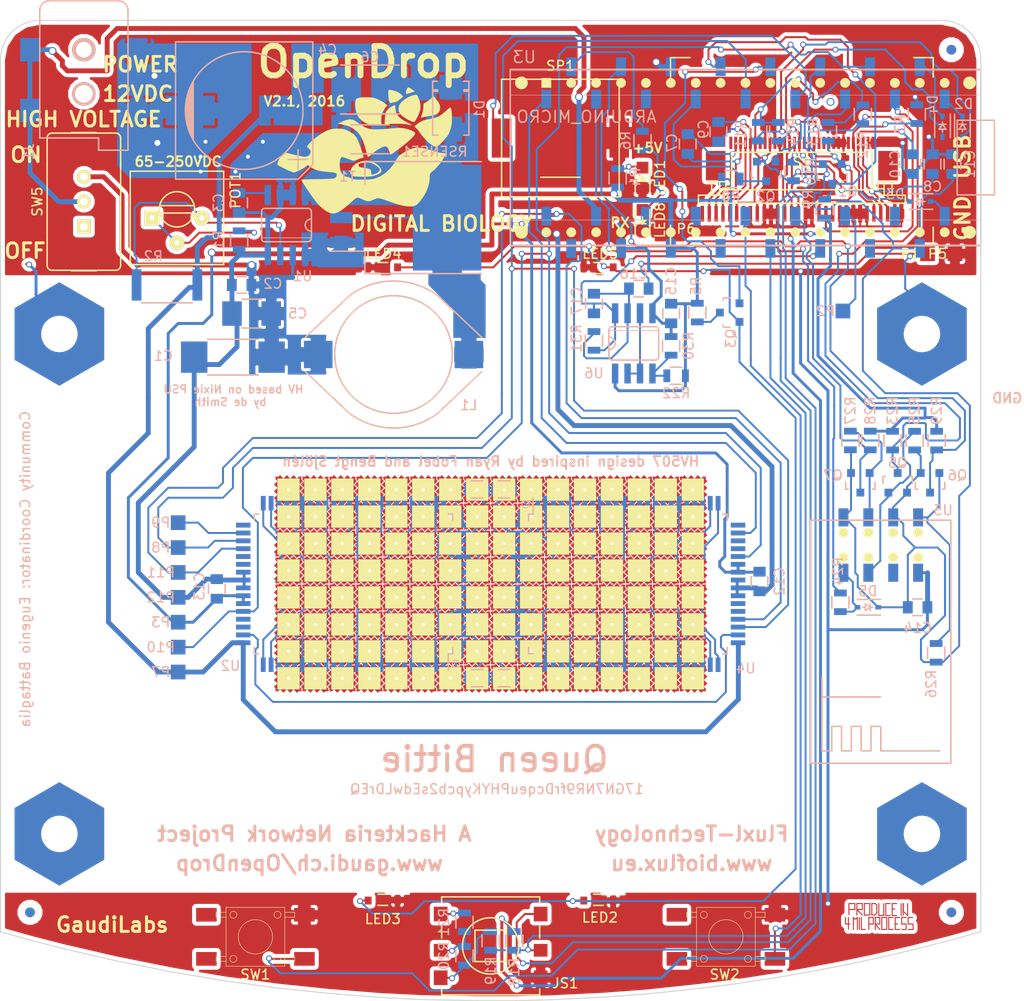
<source format=kicad_pcb>
(kicad_pcb (version 4) (host pcbnew 4.0.6)
  (layers (0 F.Cu signal hide) (31 B.Cu signal) (34 B.Paste user) (35 F.Paste user) (36 B.SilkS user) (37 F.SilkS user) (38 B.Mask user) (39 F.Mask user hide) (44 Edge.Cuts user))
  (net 0 "")
  (net 1 "Net-(C1-Pad1)")
  (net 2 "Net-(D1-Pad2)")
  (net 3 "Net-(FLUXL1-Pad1)")
  (net 4 "Net-(FLUXL2-Pad1)")
  (net 5 "Net-(FLUXL3-Pad1)")
  (net 6 "Net-(FLUXL4-Pad1)")
  (net 7 "Net-(FLUXL5-Pad1)")
  (net 8 "Net-(FLUXL6-Pad1)")
  (net 9 "Net-(FLUXL7-Pad1)")
  (net 10 "Net-(FLUXL8-Pad1)")
  (net 11 "Net-(FLUXL9-Pad1)")
  (net 12 "Net-(FLUXL10-Pad1)")
  (net 13 "Net-(FLUXL11-Pad1)")
  (net 14 "Net-(FLUXL12-Pad1)")
  (net 15 "Net-(FLUXL13-Pad1)")
  (net 16 "Net-(FLUXL14-Pad1)")
  (net 17 "Net-(FLUXL15-Pad1)")
  (net 18 "Net-(FLUXL16-Pad1)")
  (net 19 "Net-(FLUXL17-Pad1)")
  (net 20 "Net-(FLUXL18-Pad1)")
  (net 21 "Net-(FLUXL19-Pad1)")
  (net 22 "Net-(FLUXL20-Pad1)")
  (net 23 "Net-(FLUXL21-Pad1)")
  (net 24 "Net-(FLUXL22-Pad1)")
  (net 25 "Net-(FLUXL23-Pad1)")
  (net 26 "Net-(FLUXL24-Pad1)")
  (net 27 "Net-(FLUXL25-Pad1)")
  (net 28 "Net-(FLUXL26-Pad1)")
  (net 29 "Net-(FLUXL27-Pad1)")
  (net 30 "Net-(FLUXL28-Pad1)")
  (net 31 "Net-(FLUXL29-Pad1)")
  (net 32 "Net-(FLUXL30-Pad1)")
  (net 33 "Net-(FLUXL31-Pad1)")
  (net 34 "Net-(FLUXL32-Pad1)")
  (net 35 "Net-(FLUXL33-Pad1)")
  (net 36 "Net-(FLUXL34-Pad1)")
  (net 37 "Net-(FLUXL35-Pad1)")
  (net 38 "Net-(FLUXL36-Pad1)")
  (net 39 "Net-(FLUXL37-Pad1)")
  (net 40 "Net-(FLUXL38-Pad1)")
  (net 41 "Net-(FLUXL39-Pad1)")
  (net 42 "Net-(FLUXL40-Pad1)")
  (net 43 "Net-(FLUXL41-Pad1)")
  (net 44 "Net-(FLUXL42-Pad1)")
  (net 45 "Net-(FLUXL43-Pad1)")
  (net 46 "Net-(FLUXL44-Pad1)")
  (net 47 "Net-(FLUXL45-Pad1)")
  (net 48 "Net-(FLUXL46-Pad1)")
  (net 49 "Net-(FLUXL47-Pad1)")
  (net 50 "Net-(FLUXL48-Pad1)")
  (net 51 "Net-(FLUXL49-Pad1)")
  (net 52 "Net-(FLUXL50-Pad1)")
  (net 53 "Net-(FLUXL51-Pad1)")
  (net 54 "Net-(FLUXL52-Pad1)")
  (net 55 "Net-(FLUXL53-Pad1)")
  (net 56 "Net-(FLUXL54-Pad1)")
  (net 57 "Net-(FLUXL55-Pad1)")
  (net 58 "Net-(FLUXL56-Pad1)")
  (net 59 "Net-(FLUXL57-Pad1)")
  (net 60 "Net-(FLUXL58-Pad1)")
  (net 61 "Net-(FLUXL59-Pad1)")
  (net 62 "Net-(FLUXL60-Pad1)")
  (net 63 "Net-(FLUXL61-Pad1)")
  (net 64 "Net-(FLUXL62-Pad1)")
  (net 65 "Net-(FLUXL63-Pad1)")
  (net 66 "Net-(FLUXL64-Pad1)")
  (net 67 GND)
  (net 68 "Net-(C3-Pad1)")
  (net 69 V_HV)
  (net 70 "Net-(RSENSE1-Pad1)")
  (net 71 "Net-(T1-Pad1)")
  (net 72 "Net-(C7-Pad1)")
  (net 73 "Net-(C7-Pad2)")
  (net 74 "Net-(C8-Pad1)")
  (net 75 "Net-(C9-Pad1)")
  (net 76 "Net-(C9-Pad2)")
  (net 77 "Net-(C10-Pad1)")
  (net 78 "Net-(FLUXL65-Pad1)")
  (net 79 "Net-(FLUXL66-Pad1)")
  (net 80 "Net-(FLUXL67-Pad1)")
  (net 81 "Net-(FLUXL68-Pad1)")
  (net 82 "Net-(FLUXL69-Pad1)")
  (net 83 "Net-(FLUXL70-Pad1)")
  (net 84 "Net-(FLUXL71-Pad1)")
  (net 85 "Net-(FLUXL72-Pad1)")
  (net 86 "Net-(FLUXL73-Pad1)")
  (net 87 "Net-(FLUXL74-Pad1)")
  (net 88 "Net-(FLUXL75-Pad1)")
  (net 89 "Net-(FLUXL76-Pad1)")
  (net 90 "Net-(FLUXL77-Pad1)")
  (net 91 "Net-(FLUXL78-Pad1)")
  (net 92 "Net-(FLUXL79-Pad1)")
  (net 93 "Net-(FLUXL80-Pad1)")
  (net 94 "Net-(FLUXL81-Pad1)")
  (net 95 "Net-(FLUXL82-Pad1)")
  (net 96 "Net-(FLUXL83-Pad1)")
  (net 97 "Net-(FLUXL84-Pad1)")
  (net 98 "Net-(FLUXL85-Pad1)")
  (net 99 "Net-(FLUXL86-Pad1)")
  (net 100 "Net-(FLUXL87-Pad1)")
  (net 101 "Net-(FLUXL88-Pad1)")
  (net 102 "Net-(FLUXL89-Pad1)")
  (net 103 "Net-(FLUXL90-Pad1)")
  (net 104 "Net-(FLUXL91-Pad1)")
  (net 105 "Net-(FLUXL92-Pad1)")
  (net 106 "Net-(FLUXL93-Pad1)")
  (net 107 "Net-(FLUXL94-Pad1)")
  (net 108 "Net-(FLUXL95-Pad1)")
  (net 109 "Net-(FLUXL96-Pad1)")
  (net 110 "Net-(FLUXL97-Pad1)")
  (net 111 "Net-(FLUXL98-Pad1)")
  (net 112 "Net-(FLUXL99-Pad1)")
  (net 113 "Net-(FLUXL100-Pad1)")
  (net 114 "Net-(FLUXL101-Pad1)")
  (net 115 "Net-(FLUXL102-Pad1)")
  (net 116 "Net-(FLUXL103-Pad1)")
  (net 117 "Net-(FLUXL104-Pad1)")
  (net 118 "Net-(FLUXL105-Pad1)")
  (net 119 "Net-(FLUXL106-Pad1)")
  (net 120 "Net-(FLUXL107-Pad1)")
  (net 121 "Net-(FLUXL108-Pad1)")
  (net 122 "Net-(FLUXL109-Pad1)")
  (net 123 "Net-(FLUXL110-Pad1)")
  (net 124 "Net-(FLUXL111-Pad1)")
  (net 125 "Net-(FLUXL112-Pad1)")
  (net 126 "Net-(FLUXL113-Pad1)")
  (net 127 "Net-(FLUXL114-Pad1)")
  (net 128 "Net-(FLUXL115-Pad1)")
  (net 129 "Net-(FLUXL116-Pad1)")
  (net 130 "Net-(FLUXL117-Pad1)")
  (net 131 "Net-(FLUXL118-Pad1)")
  (net 132 "Net-(FLUXL119-Pad1)")
  (net 133 "Net-(FLUXL120-Pad1)")
  (net 134 "Net-(FLUXL121-Pad1)")
  (net 135 "Net-(FLUXL122-Pad1)")
  (net 136 "Net-(FLUXL123-Pad1)")
  (net 137 "Net-(FLUXL124-Pad1)")
  (net 138 "Net-(FLUXL125-Pad1)")
  (net 139 "Net-(FLUXL126-Pad1)")
  (net 140 "Net-(FLUXL127-Pad1)")
  (net 141 "Net-(FLUXL128-Pad1)")
  (net 142 VIN)
  (net 143 "Net-(LED1-Pad2)")
  (net 144 +5V)
  (net 145 CLK)
  (net 146 LE)
  (net 147 3.3V)
  (net 148 DISP_CS)
  (net 149 "Net-(D2-Pad2)")
  (net 150 DISP_RES)
  (net 151 "Net-(D3-Pad2)")
  (net 152 "Net-(LED2-Pad2)")
  (net 153 DISP_SCL)
  (net 154 DISP_SDA)
  (net 155 SW1)
  (net 156 SW2)
  (net 157 DISP_DC)
  (net 158 "Net-(D4-Pad2)")
  (net 159 "Net-(P2-Pad1)")
  (net 160 LED_LIGHT)
  (net 161 SPK)
  (net 162 "Net-(Q3-Pad3)")
  (net 163 "Net-(LED8-Pad2)")
  (net 164 RX_LED)
  (net 165 "Net-(POT1-Pad1)")
  (net 166 "Net-(JS1-Pad1)")
  (net 167 "Net-(JS1-Pad3)")
  (net 168 JOY)
  (net 169 "Net-(JS1-Pad2)")
  (net 170 SW3)
  (net 171 "Net-(U2-Pad26)")
  (net 172 BL)
  (net 173 DI)
  (net 174 "Net-(P6-Pad26)")
  (net 175 "Net-(P6-Pad19)")
  (net 176 "Net-(P6-Pad18)")
  (net 177 "Net-(D5-Pad2)")
  (net 178 "Net-(Q5-Pad2)")
  (net 179 ESP_GPIO0)
  (net 180 "Net-(Q6-Pad2)")
  (net 181 ESP_TX)
  (net 182 "Net-(Q7-Pad2)")
  (net 183 ESP_RESET)
  (net 184 ESP_RX)
  (net 185 DIO_B)
  (net 186 "Net-(C16-Pad1)")
  (net 187 FEEDBACK)
  (net 188 "Net-(R22-Pad2)")
  (net 189 "Net-(U6-Pad3)")
  (net 190 V_GND)
  (net 191 "Net-(POT1-Pad3)")
  (module GaudiLabsFootPrints:SO08 (layer B.Cu) (at 114.602 74.957)
    (fp_text reference U6 (at -4.064 3.048) (layer B.SilkS) (effects (justify mirror)))
    (fp_text value MCP6002)
    (pad 5 smd rect (at 1.905 3.0734) (size 0.6604 2.032) (layers B.Cu B.Paste B.Mask) (net 188 "Net-(R22-Pad2)"))
    (pad 6 smd rect (at 0.635 3.0734) (size 0.6604 2.032) (layers B.Cu B.Paste B.Mask) (net 189 "Net-(U6-Pad3)"))
    (pad 7 smd rect (at -0.635 3.0734) (size 0.6604 2.032) (layers B.Cu B.Paste B.Mask) (net 189 "Net-(U6-Pad3)"))
    (pad 8 smd rect (at -1.905 3.0734) (size 0.6604 2.032) (layers B.Cu B.Paste B.Mask) (net 144 +5V))
    (pad 1 smd rect (at -1.905 -3.0734) (size 0.6604 2.032) (layers B.Cu B.Paste B.Mask) (net 187 FEEDBACK))
    (pad 2 smd rect (at -0.635 -3.0734) (size 0.6604 2.032) (layers B.Cu B.Paste B.Mask) (net 186 "Net-(C16-Pad1)"))
    (pad 3 smd rect (at 0.635 -3.0734) (size 0.6604 2.032) (layers B.Cu B.Paste B.Mask) (net 189 "Net-(U6-Pad3)"))
    (pad 4 smd rect (at 1.905 -3.0734) (size 0.6604 2.032) (layers B.Cu B.Paste B.Mask) (net 67 GND))
  )
  (module GaudiLabsFootPrints:JoystickSMD_SKQUSeries (layer F.Cu) (at 100 136.425)
    (fp_text reference JS1 (at 7.617 3.81) (layer F.SilkS))
    (fp_text value JoystickSMD)
    (pad 1 smd rect (at -5.1 -3.25) (size 1.4 1.5) (layers F.Cu F.Paste F.Mask) (net 166 "Net-(JS1-Pad1)"))
    (pad 6 smd rect (at 5.1 -3.25) (size 1.4 1.5) (layers F.Cu F.Paste F.Mask) (net 170 SW3))
    (pad 3 smd rect (at -5.1 3.25) (size 1.4 1.5) (layers F.Cu F.Paste F.Mask) (net 167 "Net-(JS1-Pad3)"))
    (pad 4 smd rect (at 5.1 3.25) (size 1.4 1.5) (layers F.Cu F.Paste F.Mask) (net 67 GND))
    (pad 2 smd rect (at -5.1 0.45) (size 1.4 1.3) (layers F.Cu F.Paste F.Mask) (net 169 "Net-(JS1-Pad2)"))
    (pad 5 smd rect (at 5.1 0.45) (size 1.4 1.3) (layers F.Cu F.Paste F.Mask) (net 168 JOY))
  )
  (module GaudiLabsFootPrints:ARDUINO_MICRO_SMD (layer B.Cu) (at 126 56)
    (fp_text reference U3 (at -22.574 -10.253) (layer B.SilkS) (effects (font (size 1.2 1.2)) (justify mirror)))
    (fp_text value ARDUINO_MICRO (at -16.224 -4.157) (layer B.SilkS) (effects (font (size 1.2 1.2)) (justify mirror)))
    (pad 0 smd circle (at 22.86 -7.62) (size 1.3 1.3) (layers F.SilkS))
    (pad 0 smd circle (at 22.86 7.62 180) (size 1.3 1.3) (layers F.SilkS))
    (pad 0 smd circle (at -22.86 -7.62) (size 1.3 1.3) (layers F.SilkS))
    (pad 0 smd circle (at -22.86 7.62 180) (size 1.3 1.3) (layers F.SilkS))
    (pad 0 smd rect (at -20.32 -7.62) (size 1 1) (layers F.SilkS))
    (pad 0 smd circle (at 20.32 7.62 180) (size 1 1) (layers F.SilkS))
    (pad 0 smd circle (at 17.78 7.62 180) (size 1 1) (layers F.SilkS))
    (pad 0 smd circle (at 15.24 7.62 180) (size 1 1) (layers F.SilkS))
    (pad 0 smd circle (at 12.7 7.62 180) (size 1 1) (layers F.SilkS))
    (pad 0 smd circle (at 10.16 7.62 180) (size 1 1) (layers F.SilkS))
    (pad 0 smd circle (at 7.62 7.62 180) (size 1 1) (layers F.SilkS))
    (pad 0 smd circle (at 5.08 7.62 180) (size 1 1) (layers F.SilkS))
    (pad 0 smd circle (at 2.54 7.62 180) (size 1 1) (layers F.SilkS))
    (pad 0 smd circle (at 0 7.62 180) (size 1 1) (layers F.SilkS))
    (pad 0 smd circle (at -2.54 7.62 180) (size 1 1) (layers F.SilkS))
    (pad 0 smd circle (at -5.08 7.62 180) (size 1 1) (layers F.SilkS))
    (pad 0 smd circle (at -7.62 7.62 180) (size 1 1) (layers F.SilkS))
    (pad 0 smd circle (at -10.16 7.62 180) (size 1 1) (layers F.SilkS))
    (pad 0 smd circle (at -12.7 7.62 180) (size 1 1) (layers F.SilkS))
    (pad 0 smd circle (at -15.24 7.62 180) (size 1 1) (layers F.SilkS))
    (pad 0 smd circle (at -20.32 7.62 180) (size 1 1) (layers F.SilkS))
    (pad 18 smd rect (at 20.32 5.97 180) (size 1.02 1.9) (layers B.Cu B.Paste B.Mask) (net 150 DISP_RES))
    (pad 19 smd rect (at 17.78 9.27 180) (size 1.02 1.9) (layers B.Cu B.Paste B.Mask) (net 147 3.3V))
    (pad 20 smd rect (at 15.24 5.97 180) (size 1.02 1.9) (layers B.Cu B.Paste B.Mask))
    (pad 21 smd rect (at 12.7 9.27 180) (size 1.02 1.9) (layers B.Cu B.Paste B.Mask))
    (pad 22 smd rect (at 10.16 5.97 180) (size 1.02 1.9) (layers B.Cu B.Paste B.Mask) (net 159 "Net-(P2-Pad1)"))
    (pad 23 smd rect (at 7.62 9.27 180) (size 1.02 1.9) (layers B.Cu B.Paste B.Mask) (net 187 FEEDBACK))
    (pad 24 smd rect (at 5.08 5.97 180) (size 1.02 1.9) (layers B.Cu B.Paste B.Mask) (net 183 ESP_RESET))
    (pad 25 smd rect (at 2.54 9.27 180) (size 1.02 1.9) (layers B.Cu B.Paste B.Mask) (net 168 JOY))
    (pad 26 smd rect (at 0 5.97 180) (size 1.02 1.9) (layers B.Cu B.Paste B.Mask) (net 156 SW2))
    (pad 27 smd rect (at -2.54 9.27 180) (size 1.02 1.9) (layers B.Cu B.Paste B.Mask))
    (pad 29 smd rect (at -7.62 9.27 180) (size 1.02 1.9) (layers B.Cu B.Paste B.Mask) (net 144 +5V))
    (pad 31 smd rect (at -12.7 9.27 180) (size 1.02 1.9) (layers B.Cu B.Paste B.Mask) (net 67 GND))
    (pad 33 smd rect (at -17.78 9.27 180) (size 1.02 1.9) (layers B.Cu B.Paste B.Mask))
    (pad 34 smd rect (at -20.32 5.97 180) (size 1.02 1.9) (layers B.Cu B.Paste B.Mask) (net 145 CLK))
    (pad 30 smd rect (at -10.16 5.97 180) (size 1.02 1.9) (layers B.Cu B.Paste B.Mask))
    (pad 32 smd rect (at -15.24 5.97 180) (size 1.02 1.9) (layers B.Cu B.Paste B.Mask) (net 142 VIN))
    (pad 28 smd rect (at -5.08 5.97 180) (size 1.02 1.9) (layers B.Cu B.Paste B.Mask))
    (pad 0 smd circle (at -17.78 7.62 180) (size 1 1) (layers F.SilkS))
    (pad 0 smd circle (at 17.78 -7.62) (size 1 1) (layers F.SilkS))
    (pad 13 smd rect (at 10.16 -5.97) (size 1.02 1.9) (layers B.Cu B.Paste B.Mask) (net 155 SW1))
    (pad 15 smd rect (at 15.24 -5.97) (size 1.02 1.9) (layers B.Cu B.Paste B.Mask) (net 179 ESP_GPIO0))
    (pad 11 smd rect (at 5.08 -5.97) (size 1.02 1.9) (layers B.Cu B.Paste B.Mask) (net 161 SPK))
    (pad 17 smd rect (at 20.32 -5.97) (size 1.02 1.9) (layers B.Cu B.Paste B.Mask) (net 148 DISP_CS))
    (pad 16 smd rect (at 17.78 -9.27) (size 1.02 1.9) (layers B.Cu B.Paste B.Mask) (net 157 DISP_DC))
    (pad 14 smd rect (at 12.7 -9.27) (size 1.02 1.9) (layers B.Cu B.Paste B.Mask) (net 172 BL))
    (pad 12 smd rect (at 7.62 -9.27) (size 1.02 1.9) (layers B.Cu B.Paste B.Mask) (net 170 SW3))
    (pad 10 smd rect (at 2.54 -9.27) (size 1.02 1.9) (layers B.Cu B.Paste B.Mask) (net 160 LED_LIGHT))
    (pad 9 smd rect (at 0 -5.97) (size 1.02 1.9) (layers B.Cu B.Paste B.Mask) (net 146 LE))
    (pad 8 smd rect (at -2.54 -9.27) (size 1.02 1.9) (layers B.Cu B.Paste B.Mask) (net 153 DISP_SCL))
    (pad 7 smd rect (at -5.08 -5.97) (size 1.02 1.9) (layers B.Cu B.Paste B.Mask) (net 154 DISP_SDA))
    (pad 6 smd rect (at -7.62 -9.27) (size 1.02 1.9) (layers B.Cu B.Paste B.Mask) (net 67 GND))
    (pad 5 smd rect (at -10.16 -5.97) (size 1.02 1.9) (layers B.Cu B.Paste B.Mask))
    (pad 4 smd rect (at -12.7 -9.27) (size 1.02 1.9) (layers B.Cu B.Paste B.Mask) (net 181 ESP_TX))
    (pad 3 smd rect (at -15.24 -5.97) (size 1.02 1.9) (layers B.Cu B.Paste B.Mask) (net 184 ESP_RX))
    (pad 2 smd rect (at -17.78 -9.27) (size 1.02 1.9) (layers B.Cu B.Paste B.Mask) (net 164 RX_LED))
    (pad 1 smd rect (at -20.32 -5.97) (size 1.02 1.9) (layers B.Cu B.Paste B.Mask) (net 173 DI))
    (pad 0 smd circle (at 20.32 -7.62) (size 1 1) (layers F.SilkS))
    (pad 0 smd circle (at 15.24 -7.62) (size 1 1) (layers F.SilkS))
    (pad 0 smd circle (at 12.7 -7.62) (size 1 1) (layers F.SilkS))
    (pad 0 smd circle (at 10.16 -7.62) (size 1 1) (layers F.SilkS))
    (pad 0 smd circle (at 7.62 -7.62) (size 1 1) (layers F.SilkS))
    (pad 0 smd circle (at 5.08 -7.62) (size 1 1) (layers F.SilkS))
    (pad 0 smd circle (at 2.54 -7.62) (size 1 1) (layers F.SilkS))
    (pad 0 smd circle (at 0 -7.62) (size 1 1) (layers F.SilkS))
    (pad 0 smd circle (at -2.54 -7.62) (size 1 1) (layers F.SilkS))
    (pad 0 smd circle (at -5.08 -7.62) (size 1 1) (layers F.SilkS))
    (pad 0 smd circle (at -7.62 -7.62) (size 1 1) (layers F.SilkS))
    (pad 0 smd circle (at -10.16 -7.62) (size 1 1) (layers F.SilkS))
    (pad 0 smd circle (at -12.7 -7.62) (size 1 1) (layers F.SilkS))
    (pad 0 smd circle (at -15.24 -7.62) (size 1 1) (layers F.SilkS))
    (pad 0 smd circle (at -17.78 -7.62) (size 1 1) (layers F.SilkS))
  )
  (module Potentiometers:Potentiometer_Trimmer-Suntan-TSR-3386P (layer F.Cu) (at 65.456 62.154)
    (fp_text reference POT1 (at 8.506 -2.818 90) (layer F.SilkS))
    (fp_text value "5k Ohm")
    (pad 3 thru_hole circle (at 5.08 0) (size 1.51 1.51) (drill 0.51) (layers *.Cu *.Mask F.SilkS) (net 191 "Net-(POT1-Pad3)"))
    (pad 1 thru_hole rect (at 0 0) (size 1.51 1.51) (drill 0.51) (layers *.Cu *.Mask F.SilkS) (net 165 "Net-(POT1-Pad1)"))
    (pad 2 thru_hole circle (at 2.54 2.54) (size 1.51 1.51) (drill 0.51) (layers *.Cu *.Mask F.SilkS) (net 165 "Net-(POT1-Pad1)"))
  )
  (module Resistors_SMD:R_2512 (layer B.Cu) (at 66.974 68.994 180)
    (fp_text reference R2 (at 1.394 2.927 180) (layer B.SilkS) (effects (justify mirror)))
    (fp_text value 1M5)
    (pad 1 smd rect (at -3.1 0 180) (size 1 3.2) (layers B.Cu B.Paste B.Mask) (net 69 V_HV))
    (pad 2 smd rect (at 3.1 0 180) (size 1 3.2) (layers B.Cu B.Paste B.Mask) (net 191 "Net-(POT1-Pad3)"))
  )
  (module Resistors_SMD:R_2010 (layer B.Cu) (at 87.675 54.135 180)
    (fp_text reference RSENSE1 (at -6.607 -1.264 180) (layer B.SilkS) (effects (justify mirror)))
    (fp_text value 0R050)
    (pad 1 smd rect (at -2.45 0 180) (size 1 2.5) (layers B.Cu B.Paste B.Mask) (net 70 "Net-(RSENSE1-Pad1)"))
    (pad 2 smd rect (at 2.45 0 180) (size 1 2.5) (layers B.Cu B.Paste B.Mask) (net 67 GND))
  )
  (module GaudiLabsFootPrints:Inductor_18.54x15.24 (layer B.Cu) (at 90.094 76.092)
    (fp_text reference L1 (at 7.662 5.158) (layer B.SilkS) (effects (justify mirror)))
    (fp_text value 100uH)
    (pad 1 smd rect (at -7.685 0) (size 2.92 2.79) (layers B.Cu B.Paste B.Mask) (net 1 "Net-(C1-Pad1)"))
    (pad 2 smd rect (at 7.685 0) (size 2.92 2.79) (layers B.Cu B.Paste B.Mask) (net 2 "Net-(D1-Pad2)"))
  )
  (module GaudiLabsFootPrints:D2PAK (layer B.Cu) (at 84.76 62.122 90)
    (fp_text reference T1 (at 4.183 0.632 360) (layer B.SilkS) (effects (justify mirror)))
    (fp_text value "IRF 840S")
    (pad 2 smd rect (at 0 0 90) (size 1.143 2.286) (layers B.Cu B.Paste B.Mask) (net 2 "Net-(D1-Pad2)"))
    (pad 2 smd rect (at 0 10.795 90) (size 10.80008 6.9977) (layers B.Cu B.Paste B.Mask) (net 2 "Net-(D1-Pad2)"))
    (pad 3 smd rect (at 2.54 0 90) (size 1.143 2.286) (layers B.Cu B.Paste B.Mask) (net 70 "Net-(RSENSE1-Pad1)"))
    (pad 1 smd rect (at -2.54 0 90) (size 1.143 2.286) (layers B.Cu B.Paste B.Mask) (net 71 "Net-(T1-Pad1)"))
  )
  (module Capacitors_SMD:C_0805 (layer B.Cu) (at 74.594 68.994 180)
    (fp_text reference C2 (at -3.178 0.133 180) (layer B.SilkS) (effects (justify mirror)))
    (fp_text value 100nF)
    (pad 1 smd rect (at -1 0 180) (size 1 1.25) (layers B.Cu B.Paste B.Mask) (net 1 "Net-(C1-Pad1)"))
    (pad 2 smd rect (at 1 0 180) (size 1 1.25) (layers B.Cu B.Paste B.Mask) (net 67 GND))
  )
  (module Capacitors_SMD:C_0805 (layer B.Cu) (at 74.34 60.612 270)
    (fp_text reference C3 (at 0 2.1 270) (layer B.SilkS) (effects (justify mirror)))
    (fp_text value 100nF)
    (pad 1 smd rect (at -1 0 270) (size 1 1.25) (layers B.Cu B.Paste B.Mask) (net 68 "Net-(C3-Pad1)"))
    (pad 2 smd rect (at 1 0 270) (size 1 1.25) (layers B.Cu B.Paste B.Mask) (net 67 GND))
  )
  (module Capacitors_SMD:C_1210_HandSoldering (layer B.Cu) (at 75.61 71.915 180)
    (fp_text reference C5 (at -4.702 0.006 180) (layer B.SilkS) (effects (justify mirror)))
    (fp_text value "10uF, 25V")
    (pad 1 smd rect (at -2 0 180) (size 2 2.5) (layers B.Cu B.Paste B.Mask) (net 1 "Net-(C1-Pad1)"))
    (pad 2 smd rect (at 2 0 180) (size 2 2.5) (layers B.Cu B.Paste B.Mask) (net 67 GND))
  )
  (module Resistors_SMD:R_0805 (layer B.Cu) (at 74.34 64.422 270)
    (fp_text reference R1 (at 0 2.1 270) (layer B.SilkS) (effects (justify mirror)))
    (fp_text value 8k)
    (pad 1 smd rect (at -0.95 0 270) (size 0.7 1.3) (layers B.Cu B.Paste B.Mask) (net 165 "Net-(POT1-Pad1)"))
    (pad 2 smd rect (at 0.95 0 270) (size 0.7 1.3) (layers B.Cu B.Paste B.Mask) (net 67 GND))
  )
  (module GaudiLabsFootPrints:C_SMD_12mm (layer B.Cu) (at 74.854 51.2)
    (fp_text reference C4 (at 8.506 -6.215) (layer B.SilkS) (effects (justify mirror)))
    (fp_text value "4u7, 250V")
    (pad 1 smd rect (at 5.5 0) (size 5 3) (layers B.Cu B.Paste B.Mask) (net 69 V_HV))
    (pad 2 smd rect (at -5.5 0) (size 5 3) (layers B.Cu B.Paste B.Mask) (net 67 GND))
  )
  (module Resistors_SMD:R_2512_HandSoldering (layer B.Cu) (at 73.705 76.36 180)
    (fp_text reference C1 (at 7.109 0.133 180) (layer B.SilkS) (effects (justify mirror)))
    (fp_text value "100uF, 35V")
    (pad 1 smd rect (at -3.95 0 180) (size 2.7 3.2) (layers B.Cu B.Paste B.Mask) (net 1 "Net-(C1-Pad1)"))
    (pad 2 smd rect (at 3.95 0 180) (size 2.7 3.2) (layers B.Cu B.Paste B.Mask) (net 67 GND))
  )
  (module Capacitors_SMD:C_0805 (layer B.Cu) (at 120.104 54.618 270)
    (fp_text reference C7 (at -0.118 1.598 270) (layer B.SilkS) (effects (justify mirror)))
    (fp_text value 1uF)
    (pad 1 smd rect (at -1 0 270) (size 1 1.25) (layers B.Cu B.Paste B.Mask) (net 72 "Net-(C7-Pad1)"))
    (pad 2 smd rect (at 1 0 270) (size 1 1.25) (layers B.Cu B.Paste B.Mask) (net 73 "Net-(C7-Pad2)"))
  )
  (module Capacitors_SMD:C_0805 (layer B.Cu) (at 145.082 56.669 90)
    (fp_text reference C8 (at -2.286 0 360) (layer B.SilkS) (effects (justify mirror)))
    (fp_text value 2.2uF)
    (pad 1 smd rect (at -1 0 90) (size 1 1.25) (layers B.Cu B.Paste B.Mask) (net 74 "Net-(C8-Pad1)"))
    (pad 2 smd rect (at 1 0 90) (size 1 1.25) (layers B.Cu B.Paste B.Mask) (net 67 GND))
  )
  (module Capacitors_SMD:C_0805 (layer B.Cu) (at 123.238 53.367 90)
    (fp_text reference C9 (at 0.254 -1.524 90) (layer B.SilkS) (effects (justify mirror)))
    (fp_text value 1uF)
    (pad 1 smd rect (at -1 0 90) (size 1 1.25) (layers B.Cu B.Paste B.Mask) (net 75 "Net-(C9-Pad1)"))
    (pad 2 smd rect (at 1 0 90) (size 1 1.25) (layers B.Cu B.Paste B.Mask) (net 76 "Net-(C9-Pad2)"))
  )
  (module Capacitors_SMD:C_0805 (layer B.Cu) (at 143.05 56.669 270)
    (fp_text reference C10 (at 0 1.778 270) (layer B.SilkS) (effects (justify mirror)))
    (fp_text value 2.2uF)
    (pad 1 smd rect (at -1 0 270) (size 1 1.25) (layers B.Cu B.Paste B.Mask) (net 77 "Net-(C10-Pad1)"))
    (pad 2 smd rect (at 1 0 270) (size 1 1.25) (layers B.Cu B.Paste B.Mask) (net 67 GND))
  )
  (module GaudiLabsFootPrints:ESP8266_SMD (layer B.Cu) (at 139.8 95.531 180)
    (fp_text reference U5 (at -6.35 3.556 180) (layer B.SilkS) (effects (justify mirror)))
    (fp_text value ESP8266_SMD)
    (pad 2 smd rect (at -3.81 2.825 180) (size 1.02 1.85) (layers B.Cu B.Paste B.Mask) (net 180 "Net-(Q6-Pad2)"))
    (pad 4 smd rect (at -1.27 2.825 180) (size 1.02 1.85) (layers B.Cu B.Paste B.Mask) (net 147 3.3V))
    (pad 6 smd rect (at 1.27 2.825 180) (size 1.02 1.85) (layers B.Cu B.Paste B.Mask) (net 182 "Net-(Q7-Pad2)"))
    (pad 8 smd rect (at 3.81 2.825 180) (size 1.02 1.85) (layers B.Cu B.Paste B.Mask) (net 147 3.3V))
    (pad 1 smd rect (at -3.81 -2.825 180) (size 1.02 1.85) (layers B.Cu B.Paste B.Mask) (net 67 GND))
    (pad 3 smd rect (at -1.27 -2.825 180) (size 1.02 1.85) (layers B.Cu B.Paste B.Mask))
    (pad 5 smd rect (at 1.27 -2.825 180) (size 1.02 1.85) (layers B.Cu B.Paste B.Mask) (net 178 "Net-(Q5-Pad2)"))
    (pad 7 smd rect (at 3.81 -2.825 180) (size 1.02 1.85) (layers B.Cu B.Paste B.Mask) (net 177 "Net-(D5-Pad2)"))
    (pad 0 smd circle (at -1.27 1.27 180) (size 1.02 1.02) (layers F.SilkS))
    (pad 0 smd circle (at 1.27 1.27 180) (size 1.02 1.02) (layers F.SilkS))
    (pad 0 smd circle (at 3.81 1.27 180) (size 1.02 1.02) (layers F.SilkS))
    (pad 0 smd circle (at -3.81 1.27 180) (size 1.02 1.02) (layers F.SilkS))
    (pad 0 smd circle (at -3.81 -1.27 180) (size 1.02 1.02) (layers F.SilkS))
    (pad 0 smd circle (at -1.27 -1.27 180) (size 1.02 1.02) (layers F.SilkS))
    (pad 0 smd circle (at 1.27 -1.27 180) (size 1.02 1.02) (layers F.SilkS))
    (pad 0 smd circle (at 3.81 -1.27 180) (size 1.02 1.02) (layers F.SilkS))
  )
  (module GaudiLabsFootPrints:DC_JACK_SMD (layer B.Cu) (at 58.5 45 270)
    (fp_text reference J1 (at 10.399 5.62 270) (layer B.SilkS) (effects (justify mirror)))
    (fp_text value DC_JACK)
    (pad "" np_thru_hole circle (at 4.5 0 270) (size 2.4 2.4) (drill 1.8) (layers *.Cu *.Mask B.SilkS))
    (pad 3 smd rect (at 0 5.5 270) (size 2.4 2) (layers B.Cu B.Paste B.Mask) (net 142 VIN))
    (pad 1 smd rect (at 0 -5.5 270) (size 2.4 2) (layers B.Cu B.Paste B.Mask) (net 67 GND))
    (pad 3 smd rect (at 6.2 5.5 270) (size 2.4 2) (layers B.Cu B.Paste B.Mask) (net 142 VIN))
    (pad 2 smd rect (at 6.2 -5.5 270) (size 2.4 2) (layers B.Cu B.Paste B.Mask) (net 67 GND))
    (pad "" np_thru_hole circle (at 0 0 270) (size 2.4 2.4) (drill 1.6) (layers *.Cu *.Mask B.SilkS))
  )
  (module GaudiLabsFootPrints:LED_SIDE (layer F.Cu) (at 111 131.8)
    (fp_text reference LED2 (at 0.1476 1.7294) (layer F.SilkS))
    (fp_text value LED)
    (pad 2 smd rect (at -1.5 0) (size 0.7 0.8) (layers F.Cu F.Paste F.Mask) (net 152 "Net-(LED2-Pad2)"))
    (pad 1 smd rect (at 1.5 0) (size 0.7 0.8) (layers F.Cu F.Paste F.Mask) (net 67 GND))
  )
  (module GaudiLabsFootPrints:LED_SIDE (layer F.Cu) (at 89 131.8)
    (fp_text reference LED3 (at -0.0012 1.8818) (layer F.SilkS))
    (fp_text value LED)
    (pad 2 smd rect (at -1.5 0) (size 0.7 0.8) (layers F.Cu F.Paste F.Mask) (net 152 "Net-(LED2-Pad2)"))
    (pad 1 smd rect (at 1.5 -0.053) (size 0.7 0.8) (layers F.Cu F.Paste F.Mask) (net 67 GND))
  )
  (module GaudiLabsFootPrints:LED_SIDE (layer F.Cu) (at 89 67.2 180)
    (fp_text reference LED4 (at -0.075 1.387 180) (layer F.SilkS))
    (fp_text value LED)
    (pad 2 smd rect (at -1.5 0 180) (size 0.7 0.8) (layers F.Cu F.Paste F.Mask) (net 152 "Net-(LED2-Pad2)"))
    (pad 1 smd rect (at 1.5 0 180) (size 0.7 0.8) (layers F.Cu F.Paste F.Mask) (net 67 GND))
  )
  (module GaudiLabsFootPrints:LED_SIDE (layer F.Cu) (at 111 67.2 180)
    (fp_text reference LED5 (at -0.173 1.387 180) (layer F.SilkS))
    (fp_text value LED)
    (pad 2 smd rect (at -1.5 0 180) (size 0.7 0.8) (layers F.Cu F.Paste F.Mask) (net 152 "Net-(LED2-Pad2)"))
    (pad 1 smd rect (at 1.5 0 180) (size 0.7 0.8) (layers F.Cu F.Paste F.Mask) (net 67 GND))
  )
  (module Resistors_SMD:R_0805 (layer B.Cu) (at 112.954 58.074 90)
    (fp_text reference R4 (at 0.074 1.802 90) (layer B.SilkS) (effects (justify mirror)))
    (fp_text value 390)
    (pad 1 smd rect (at -0.95 0 90) (size 0.7 1.3) (layers B.Cu B.Paste B.Mask) (net 144 +5V))
    (pad 2 smd rect (at 0.95 0 90) (size 0.7 1.3) (layers B.Cu B.Paste B.Mask) (net 143 "Net-(LED1-Pad2)"))
  )
  (module Resistors_SMD:R_0805 (layer B.Cu) (at 143.472 51.57 90)
    (fp_text reference R3 (at -1.035 -1.692 90) (layer B.SilkS) (effects (justify mirror)))
    (fp_text value 390k)
    (pad 1 smd rect (at -0.95 0 90) (size 0.7 1.3) (layers B.Cu B.Paste B.Mask) (net 174 "Net-(P6-Pad26)"))
    (pad 2 smd rect (at 0.95 0 90) (size 0.7 1.3) (layers B.Cu B.Paste B.Mask) (net 67 GND))
  )
  (module Capacitors_SMD:C_0805 (layer B.Cu) (at 147.114 56.669 270)
    (fp_text reference C11 (at 0 -1.778 270) (layer B.SilkS) (effects (justify mirror)))
    (fp_text value 100nF)
    (pad 1 smd rect (at 1 0 270) (size 1 1.25) (layers B.Cu B.Paste B.Mask) (net 147 3.3V))
    (pad 2 smd rect (at -1 0 270) (size 1 1.25) (layers B.Cu B.Paste B.Mask) (net 67 GND))
  )
  (module Diodes_SMD:SOD-323 (layer B.Cu) (at 148.13 52.859 270)
    (fp_text reference D2 (at -2.334 -0.13 360) (layer B.SilkS) (effects (justify mirror)))
    (fp_text value 1N4148)
    (pad 1 smd rect (at -1.055 0 270) (size 0.59 0.45) (layers B.Cu B.Paste B.Mask) (net 148 DISP_CS))
    (pad 2 smd rect (at 1.055 0 270) (size 0.59 0.45) (layers B.Cu B.Paste B.Mask) (net 149 "Net-(D2-Pad2)"))
  )
  (module Diodes_SMD:SOD-323 (layer B.Cu) (at 143.812 60.479 180)
    (fp_text reference D3 (at 2.54 0.762 180) (layer B.SilkS) (effects (justify mirror)))
    (fp_text value 1N4148)
    (pad 1 smd rect (at -1.055 0 180) (size 0.59 0.45) (layers B.Cu B.Paste B.Mask) (net 150 DISP_RES))
    (pad 2 smd rect (at 1.055 0 180) (size 0.59 0.45) (layers B.Cu B.Paste B.Mask) (net 151 "Net-(D3-Pad2)"))
  )
  (module TO_SOT_Packages_SMD:SOT-23 (layer B.Cu) (at 134.836 57.666)
    (fp_text reference Q1 (at 1.61 1.797) (layer B.SilkS) (effects (justify mirror)))
    (fp_text value BSS138)
    (pad 1 smd rect (at -0.95 -1.00076) (size 0.8001 0.8001) (layers B.Cu B.Paste B.Mask) (net 147 3.3V))
    (pad 2 smd rect (at 0.95 -1.00076) (size 0.8001 0.8001) (layers B.Cu B.Paste B.Mask) (net 176 "Net-(P6-Pad18)"))
    (pad 3 smd rect (at 0 0.99822) (size 0.8001 0.8001) (layers B.Cu B.Paste B.Mask) (net 153 DISP_SCL))
  )
  (module TO_SOT_Packages_SMD:SOT-23 (layer B.Cu) (at 128.105 57.412)
    (fp_text reference Q2 (at -0.041 2.559) (layer B.SilkS) (effects (justify mirror)))
    (fp_text value BSS138)
    (pad 1 smd rect (at -0.95 -1.00076) (size 0.8001 0.8001) (layers B.Cu B.Paste B.Mask) (net 147 3.3V))
    (pad 2 smd rect (at 0.95 -1.00076) (size 0.8001 0.8001) (layers B.Cu B.Paste B.Mask) (net 175 "Net-(P6-Pad19)"))
    (pad 3 smd rect (at 0 0.99822) (size 0.8001 0.8001) (layers B.Cu B.Paste B.Mask) (net 154 DISP_SDA))
  )
  (module Resistors_SMD:R_0805 (layer B.Cu) (at 121.082 71.814 90)
    (fp_text reference R5 (at 2.699 -0.13 90) (layer B.SilkS) (effects (justify mirror)))
    (fp_text value 10)
    (pad 1 smd rect (at -0.95 0 90) (size 0.7 1.3) (layers B.Cu B.Paste B.Mask) (net 162 "Net-(Q3-Pad3)"))
    (pad 2 smd rect (at 0.95 0 90) (size 0.7 1.3) (layers B.Cu B.Paste B.Mask) (net 144 +5V))
  )
  (module Resistors_SMD:R_0805 (layer B.Cu) (at 115.494 54.264 270)
    (fp_text reference R6 (at -0.014 1.738 270) (layer B.SilkS) (effects (justify mirror)))
    (fp_text value 390)
    (pad 1 smd rect (at -0.95 0 270) (size 0.7 1.3) (layers B.Cu B.Paste B.Mask) (net 164 RX_LED))
    (pad 2 smd rect (at 0.95 0 270) (size 0.7 1.3) (layers B.Cu B.Paste B.Mask) (net 163 "Net-(LED8-Pad2)"))
  )
  (module Resistors_SMD:R_0805 (layer B.Cu) (at 124.508 58.193)
    (fp_text reference R8 (at 0 1.778) (layer B.SilkS) (effects (justify mirror)))
    (fp_text value 10k)
    (pad 1 smd rect (at -0.95 0) (size 0.7 1.3) (layers B.Cu B.Paste B.Mask) (net 144 +5V))
    (pad 2 smd rect (at 0.95 0) (size 0.7 1.3) (layers B.Cu B.Paste B.Mask) (net 154 DISP_SDA))
  )
  (module Resistors_SMD:R_0805 (layer B.Cu) (at 134.074 61.222 90)
    (fp_text reference R9 (at 0.997 -1.692 90) (layer B.SilkS) (effects (justify mirror)))
    (fp_text value 10k)
    (pad 1 smd rect (at -0.95 0 90) (size 0.7 1.3) (layers B.Cu B.Paste B.Mask) (net 144 +5V))
    (pad 2 smd rect (at 0.95 0 90) (size 0.7 1.3) (layers B.Cu B.Paste B.Mask) (net 153 DISP_SCL))
  )
  (module Resistors_SMD:R_0805 (layer B.Cu) (at 130.899 57.412 90)
    (fp_text reference R10 (at -0.019 1.737 90) (layer B.SilkS) (effects (justify mirror)))
    (fp_text value 10k)
    (pad 1 smd rect (at -0.95 0 90) (size 0.7 1.3) (layers B.Cu B.Paste B.Mask) (net 147 3.3V))
    (pad 2 smd rect (at 0.95 0 90) (size 0.7 1.3) (layers B.Cu B.Paste B.Mask) (net 151 "Net-(D3-Pad2)"))
  )
  (module Resistors_SMD:R_0805 (layer B.Cu) (at 127.302 53.367 270)
    (fp_text reference R11 (at 0.254 1.778 270) (layer B.SilkS) (effects (justify mirror)))
    (fp_text value 10k)
    (pad 1 smd rect (at -0.95 0 270) (size 0.7 1.3) (layers B.Cu B.Paste B.Mask) (net 147 3.3V))
    (pad 2 smd rect (at 0.95 0 270) (size 0.7 1.3) (layers B.Cu B.Paste B.Mask) (net 149 "Net-(D2-Pad2)"))
  )
  (module Resistors_SMD:R_0805 (layer B.Cu) (at 137.97 51.589 270)
    (fp_text reference R12 (at 3.106 0.02 270) (layer B.SilkS) (effects (justify mirror)))
    (fp_text value 10k)
    (pad 1 smd rect (at -0.95 0 270) (size 0.7 1.3) (layers B.Cu B.Paste B.Mask) (net 147 3.3V))
    (pad 2 smd rect (at 0.95 0 270) (size 0.7 1.3) (layers B.Cu B.Paste B.Mask) (net 175 "Net-(P6-Pad19)"))
  )
  (module Resistors_SMD:R_0805 (layer B.Cu) (at 134.414 53.367 270)
    (fp_text reference R13 (at 0 1.524 270) (layer B.SilkS) (effects (justify mirror)))
    (fp_text value 10k)
    (pad 1 smd rect (at -0.95 0 270) (size 0.7 1.3) (layers B.Cu B.Paste B.Mask) (net 147 3.3V))
    (pad 2 smd rect (at 0.95 0 270) (size 0.7 1.3) (layers B.Cu B.Paste B.Mask) (net 176 "Net-(P6-Pad18)"))
  )
  (module Diodes_SMD:SOD-323 (layer B.Cu) (at 146.098 52.859 270)
    (fp_text reference D4 (at -2.286 1.016 450) (layer B.SilkS) (effects (justify mirror)))
    (fp_text value 1N4148)
    (pad 1 smd rect (at -1.055 0 270) (size 0.59 0.45) (layers B.Cu B.Paste B.Mask) (net 157 DISP_DC))
    (pad 2 smd rect (at 1.055 0 270) (size 0.59 0.45) (layers B.Cu B.Paste B.Mask) (net 158 "Net-(D4-Pad2)"))
  )
  (module TO_SOT_Packages_SMD:SOT-23 (layer B.Cu) (at 124.384 71.814 270)
    (fp_text reference Q3 (at 2.635 -0.124 270) (layer B.SilkS) (effects (justify mirror)))
    (fp_text value BSS138)
    (pad 1 smd rect (at -0.95 -1.00076 270) (size 0.8001 0.8001) (layers B.Cu B.Paste B.Mask) (net 160 LED_LIGHT))
    (pad 2 smd rect (at 0.95 -1.00076 270) (size 0.8001 0.8001) (layers B.Cu B.Paste B.Mask) (net 152 "Net-(LED2-Pad2)"))
    (pad 3 smd rect (at 0 0.99822 270) (size 0.8001 0.8001) (layers B.Cu B.Paste B.Mask) (net 162 "Net-(Q3-Pad3)"))
  )
  (module Resistors_SMD:R_0805 (layer B.Cu) (at 129.334 53.367 270)
    (fp_text reference R14 (at 0 -1.524 270) (layer B.SilkS) (effects (justify mirror)))
    (fp_text value 10k)
    (pad 1 smd rect (at -0.95 0 270) (size 0.7 1.3) (layers B.Cu B.Paste B.Mask) (net 147 3.3V))
    (pad 2 smd rect (at 0.95 0 270) (size 0.7 1.3) (layers B.Cu B.Paste B.Mask) (net 158 "Net-(D4-Pad2)"))
  )
  (module GaudiLabsLogos:FLUXL_S2 (layer F.Cu) (at 87.3 55.296)
    (fp_text reference G*** hide)
    (fp_text value LOGO hide)
  )
  (module LEDs:LED-0805 (layer F.Cu) (at 115.494 62.392 90)
    (fp_text reference LED8 (at 0.008 1.775 90) (layer F.SilkS))
    (fp_text value LED)
    (pad 2 smd rect (at 1.04902 0 270) (size 1.19888 1.19888) (layers F.Cu F.Paste F.Mask) (net 163 "Net-(LED8-Pad2)"))
    (pad 1 smd rect (at -1.04902 0 270) (size 1.19888 1.19888) (layers F.Cu F.Paste F.Mask) (net 67 GND))
  )
  (module LEDs:LED-0805 (layer F.Cu) (at 115.494 58.074 90)
    (fp_text reference LED1 (at 0.008 1.775 90) (layer F.SilkS))
    (fp_text value LED)
    (pad 2 smd rect (at 1.04902 0 270) (size 1.19888 1.19888) (layers F.Cu F.Paste F.Mask) (net 143 "Net-(LED1-Pad2)"))
    (pad 1 smd rect (at -1.04902 0 270) (size 1.19888 1.19888) (layers F.Cu F.Paste F.Mask) (net 67 GND))
  )
  (module Capacitors_SMD:C_0805 (layer B.Cu) (at 127.432 99.246 270)
    (fp_text reference C12 (at 0 -2.032 270) (layer B.SilkS) (effects (justify mirror)))
    (fp_text value 100nF)
    (pad 1 smd rect (at -1 0 270) (size 1 1.25) (layers B.Cu B.Paste B.Mask) (net 144 +5V))
    (pad 2 smd rect (at 1 0 270) (size 1 1.25) (layers B.Cu B.Paste B.Mask) (net 67 GND))
  )
  (module Capacitors_SMD:C_0805 (layer B.Cu) (at 72.06 100.008 90)
    (fp_text reference C13 (at 0.254 -1.778 90) (layer B.SilkS) (effects (justify mirror)))
    (fp_text value 100nF)
    (pad 1 smd rect (at -1 0 90) (size 1 1.25) (layers B.Cu B.Paste B.Mask) (net 144 +5V))
    (pad 2 smd rect (at 1 0 90) (size 1 1.25) (layers B.Cu B.Paste B.Mask) (net 67 GND))
  )
  (module GaudiLabsFootPrints:Switch_On-On (layer F.Cu) (at 58.5 60.5 90)
    (fp_text reference SW5 (at 0 -4.75 90) (layer F.SilkS))
    (fp_text value SPST)
    (pad 3 thru_hole rect (at -2.54 0 90) (size 1.397 1.397) (drill 0.8128) (layers *.Cu *.Mask F.SilkS))
    (pad 2 thru_hole circle (at 0 0 90) (size 1.397 1.397) (drill 0.8128) (layers *.Cu *.Mask F.SilkS) (net 142 VIN))
    (pad 1 thru_hole circle (at 2.54 0 90) (size 1.397 1.397) (drill 0.8128) (layers *.Cu *.Mask F.SilkS) (net 1 "Net-(C1-Pad1)"))
  )
  (module GaudiLabsFootPrints:SMD_PA12_Piezzo (layer F.Cu) (at 107.112 54.01)
    (fp_text reference SP1 (at 0 -7.366) (layer F.SilkS))
    (fp_text value SPEAKER)
    (pad 1 smd rect (at 6 0) (size 2 4) (layers F.Cu F.Paste F.Mask) (net 67 GND))
    (pad 2 smd rect (at -6 0) (size 2 4) (layers F.Cu F.Paste F.Mask) (net 161 SPK))
  )
  (module GaudiLabsFootPrints:C100n_250V (layer B.Cu) (at 87.675 49.055)
    (fp_text reference C6 (at 0.003 -3.308) (layer B.SilkS) (effects (justify mirror)))
    (fp_text value "100nF, 250V")
    (pad 1 smd rect (at 2.9 0) (size 2 4.6) (layers B.Cu B.Paste B.Mask) (net 69 V_HV))
    (pad 2 smd rect (at -2.9 0) (size 2 4.6) (layers B.Cu B.Paste B.Mask) (net 67 GND))
  )
  (module GaudiLabsFootPrints:DO-214AA (layer B.Cu) (at 95.93 50.96 90)
    (fp_text reference D1 (at -0.121 2.924 90) (layer B.SilkS) (effects (justify mirror)))
    (fp_text value ES2F)
    (pad 1 smd rect (at 2.15 0 90) (size 2.5 2.3) (layers B.Cu B.Paste B.Mask) (net 69 V_HV))
    (pad 2 smd rect (at -2.15 0 90) (size 2.5 2.3) (layers B.Cu B.Paste B.Mask) (net 2 "Net-(D1-Pad2)"))
  )
  (module GaudiLabsFootPrints:SO08 (layer B.Cu) (at 79.172 62.884 180)
    (fp_text reference U1 (at -1.648 -5.215 180) (layer B.SilkS) (effects (justify mirror)))
    (fp_text value MAX1771ESA)
    (pad 5 smd rect (at 1.905 3.0734 180) (size 0.6604 2.032) (layers B.Cu B.Paste B.Mask) (net 68 "Net-(C3-Pad1)"))
    (pad 6 smd rect (at 0.635 3.0734 180) (size 0.6604 2.032) (layers B.Cu B.Paste B.Mask) (net 67 GND))
    (pad 7 smd rect (at -0.635 3.0734 180) (size 0.6604 2.032) (layers B.Cu B.Paste B.Mask) (net 67 GND))
    (pad 8 smd rect (at -1.905 3.0734 180) (size 0.6604 2.032) (layers B.Cu B.Paste B.Mask) (net 70 "Net-(RSENSE1-Pad1)"))
    (pad 1 smd rect (at -1.905 -3.0734 180) (size 0.6604 2.032) (layers B.Cu B.Paste B.Mask) (net 71 "Net-(T1-Pad1)"))
    (pad 2 smd rect (at -0.635 -3.0734 180) (size 0.6604 2.032) (layers B.Cu B.Paste B.Mask) (net 1 "Net-(C1-Pad1)"))
    (pad 3 smd rect (at 0.635 -3.0734 180) (size 0.6604 2.032) (layers B.Cu B.Paste B.Mask) (net 191 "Net-(POT1-Pad3)"))
    (pad 4 smd rect (at 1.905 -3.0734 180) (size 0.6604 2.032) (layers B.Cu B.Paste B.Mask) (net 67 GND))
  )
  (module Resistors_SMD:R_0805 (layer B.Cu) (at 102.41 135.917 90)
    (fp_text reference R18 (at -3.175 0 90) (layer B.SilkS) (effects (justify mirror)))
    (fp_text value 10k)
    (pad 1 smd rect (at -0.95 0 90) (size 0.7 1.3) (layers B.Cu B.Paste B.Mask) (net 168 JOY))
    (pad 2 smd rect (at 0.95 0 90) (size 0.7 1.3) (layers B.Cu B.Paste B.Mask) (net 144 +5V))
  )
  (module Resistors_SMD:R_0805 (layer B.Cu) (at 99.997 135.917 270)
    (fp_text reference R19 (at 3.048 0 270) (layer B.SilkS) (effects (justify mirror)))
    (fp_text value 10k)
    (pad 1 smd rect (at -0.95 0 270) (size 0.7 1.3) (layers B.Cu B.Paste B.Mask) (net 167 "Net-(JS1-Pad3)"))
    (pad 2 smd rect (at 0.95 0 270) (size 0.7 1.3) (layers B.Cu B.Paste B.Mask) (net 168 JOY))
  )
  (module Resistors_SMD:R_0805 (layer B.Cu) (at 97.33 137.441 270)
    (fp_text reference R20 (at 0 2.1 270) (layer B.SilkS) (effects (justify mirror)))
    (fp_text value 10k)
    (pad 1 smd rect (at -0.95 0 270) (size 0.7 1.3) (layers B.Cu B.Paste B.Mask) (net 169 "Net-(JS1-Pad2)"))
    (pad 2 smd rect (at 0.95 0 270) (size 0.7 1.3) (layers B.Cu B.Paste B.Mask) (net 167 "Net-(JS1-Pad3)"))
  )
  (module Resistors_SMD:R_0805 (layer B.Cu) (at 97.33 134.012 270)
    (fp_text reference R21 (at 0 2.1 270) (layer B.SilkS) (effects (justify mirror)))
    (fp_text value 10k)
    (pad 1 smd rect (at -0.95 0 270) (size 0.7 1.3) (layers B.Cu B.Paste B.Mask) (net 166 "Net-(JS1-Pad1)"))
    (pad 2 smd rect (at 0.95 0 270) (size 0.7 1.3) (layers B.Cu B.Paste B.Mask) (net 169 "Net-(JS1-Pad2)"))
  )
  (module GaudiLabsFootPrints:PQFP-80_14x20mm_Pitch0.8mm (layer B.Cu) (at 86 99.5 90)
    (fp_text reference U2 (at -8.35 -12.546 180) (layer B.SilkS) (effects (justify mirror)))
    (fp_text value HV507)
    (pad 1 smd rect (at -8.24 9.2 90) (size 1.48 0.5) (layers B.Cu B.Paste B.Mask) (net 40 "Net-(FLUXL38-Pad1)"))
    (pad 2 smd rect (at -8.24 8.4 90) (size 1.48 0.5) (layers B.Cu B.Paste B.Mask) (net 48 "Net-(FLUXL46-Pad1)"))
    (pad 3 smd rect (at -8.24 7.6 90) (size 1.48 0.5) (layers B.Cu B.Paste B.Mask) (net 56 "Net-(FLUXL54-Pad1)"))
    (pad 4 smd rect (at -8.24 6.8 90) (size 1.48 0.5) (layers B.Cu B.Paste B.Mask) (net 64 "Net-(FLUXL62-Pad1)"))
    (pad 5 smd rect (at -8.24 6 90) (size 1.48 0.5) (layers B.Cu B.Paste B.Mask) (net 47 "Net-(FLUXL45-Pad1)"))
    (pad 6 smd rect (at -8.24 5.2 90) (size 1.48 0.5) (layers B.Cu B.Paste B.Mask) (net 55 "Net-(FLUXL53-Pad1)"))
    (pad 7 smd rect (at -8.24 4.4 90) (size 1.48 0.5) (layers B.Cu B.Paste B.Mask) (net 63 "Net-(FLUXL61-Pad1)"))
    (pad 8 smd rect (at -8.24 3.6 90) (size 1.48 0.5) (layers B.Cu B.Paste B.Mask) (net 39 "Net-(FLUXL37-Pad1)"))
    (pad 9 smd rect (at -8.24 2.8 90) (size 1.48 0.5) (layers B.Cu B.Paste B.Mask) (net 46 "Net-(FLUXL44-Pad1)"))
    (pad 10 smd rect (at -8.24 2 90) (size 1.48 0.5) (layers B.Cu B.Paste B.Mask) (net 54 "Net-(FLUXL52-Pad1)"))
    (pad 11 smd rect (at -8.24 1.2 90) (size 1.48 0.5) (layers B.Cu B.Paste B.Mask) (net 62 "Net-(FLUXL60-Pad1)"))
    (pad 12 smd rect (at -8.24 0.4 90) (size 1.48 0.5) (layers B.Cu B.Paste B.Mask) (net 38 "Net-(FLUXL36-Pad1)"))
    (pad 13 smd rect (at -8.24 -0.4 90) (size 1.48 0.5) (layers B.Cu B.Paste B.Mask) (net 45 "Net-(FLUXL43-Pad1)"))
    (pad 14 smd rect (at -8.24 -1.2 90) (size 1.48 0.5) (layers B.Cu B.Paste B.Mask) (net 61 "Net-(FLUXL59-Pad1)"))
    (pad 15 smd rect (at -8.24 -2 90) (size 1.48 0.5) (layers B.Cu B.Paste B.Mask) (net 53 "Net-(FLUXL51-Pad1)"))
    (pad 16 smd rect (at -8.24 -2.8 90) (size 1.48 0.5) (layers B.Cu B.Paste B.Mask) (net 37 "Net-(FLUXL35-Pad1)"))
    (pad 17 smd rect (at -8.24 -3.6 90) (size 1.48 0.5) (layers B.Cu B.Paste B.Mask) (net 52 "Net-(FLUXL50-Pad1)"))
    (pad 18 smd rect (at -8.24 -4.4 90) (size 1.48 0.5) (layers B.Cu B.Paste B.Mask) (net 60 "Net-(FLUXL58-Pad1)"))
    (pad 19 smd rect (at -8.24 -5.2 90) (size 1.48 0.5) (layers B.Cu B.Paste B.Mask) (net 44 "Net-(FLUXL42-Pad1)"))
    (pad 20 smd rect (at -8.24 -6 90) (size 1.48 0.5) (layers B.Cu B.Paste B.Mask) (net 36 "Net-(FLUXL34-Pad1)"))
    (pad 21 smd rect (at -8.24 -6.8 90) (size 1.48 0.5) (layers B.Cu B.Paste B.Mask) (net 59 "Net-(FLUXL57-Pad1)"))
    (pad 22 smd rect (at -8.24 -7.6 90) (size 1.48 0.5) (layers B.Cu B.Paste B.Mask) (net 51 "Net-(FLUXL49-Pad1)"))
    (pad 23 smd rect (at -8.24 -8.4 90) (size 1.48 0.5) (layers B.Cu B.Paste B.Mask) (net 43 "Net-(FLUXL41-Pad1)"))
    (pad 24 smd rect (at -8.24 -9.2 90) (size 1.48 0.5) (layers B.Cu B.Paste B.Mask) (net 35 "Net-(FLUXL33-Pad1)"))
    (pad 25 smd rect (at -6 -11.24) (size 1.48 0.5) (layers B.Cu B.Paste B.Mask) (net 69 V_HV))
    (pad 26 smd rect (at -5.2 -11.24) (size 1.48 0.5) (layers B.Cu B.Paste B.Mask) (net 171 "Net-(U2-Pad26)"))
    (pad 27 smd rect (at -4.4 -11.24) (size 1.48 0.5) (layers B.Cu B.Paste B.Mask))
    (pad 28 smd rect (at -3.6 -11.24) (size 1.48 0.5) (layers B.Cu B.Paste B.Mask))
    (pad 29 smd rect (at -2.8 -11.24) (size 1.48 0.5) (layers B.Cu B.Paste B.Mask) (net 172 BL))
    (pad 30 smd rect (at -2 -11.24) (size 1.48 0.5) (layers B.Cu B.Paste B.Mask) (net 144 +5V))
    (pad 31 smd rect (at -1.2 -11.24) (size 1.48 0.5) (layers B.Cu B.Paste B.Mask) (net 144 +5V))
    (pad 32 smd rect (at -0.4 -11.24) (size 1.48 0.5) (layers B.Cu B.Paste B.Mask) (net 67 GND))
    (pad 33 smd rect (at 0.4 -11.24) (size 1.48 0.5) (layers B.Cu B.Paste B.Mask) (net 67 GND))
    (pad 34 smd rect (at 1.2 -11.24) (size 1.48 0.5) (layers B.Cu B.Paste B.Mask) (net 67 GND))
    (pad 35 smd rect (at 2 -11.24) (size 1.48 0.5) (layers B.Cu B.Paste B.Mask))
    (pad 36 smd rect (at 2.8 -11.24) (size 1.48 0.5) (layers B.Cu B.Paste B.Mask))
    (pad 37 smd rect (at 3.6 -11.24) (size 1.48 0.5) (layers B.Cu B.Paste B.Mask) (net 145 CLK))
    (pad 38 smd rect (at 4.4 -11.24) (size 1.48 0.5) (layers B.Cu B.Paste B.Mask) (net 146 LE))
    (pad 39 smd rect (at 5.2 -11.24) (size 1.48 0.5) (layers B.Cu B.Paste B.Mask) (net 185 DIO_B))
    (pad 40 smd rect (at 6 -11.24) (size 1.48 0.5) (layers B.Cu B.Paste B.Mask))
    (pad 41 smd rect (at 8.24 -9.2 90) (size 1.48 0.5) (layers B.Cu B.Paste B.Mask) (net 27 "Net-(FLUXL25-Pad1)"))
    (pad 42 smd rect (at 8.24 -8.4 90) (size 1.48 0.5) (layers B.Cu B.Paste B.Mask) (net 19 "Net-(FLUXL17-Pad1)"))
    (pad 43 smd rect (at 8.24 -7.6 90) (size 1.48 0.5) (layers B.Cu B.Paste B.Mask) (net 11 "Net-(FLUXL9-Pad1)"))
    (pad 44 smd rect (at 8.24 -6.8 90) (size 1.48 0.5) (layers B.Cu B.Paste B.Mask) (net 3 "Net-(FLUXL1-Pad1)"))
    (pad 45 smd rect (at 8.24 -6 90) (size 1.48 0.5) (layers B.Cu B.Paste B.Mask) (net 28 "Net-(FLUXL26-Pad1)"))
    (pad 46 smd rect (at 8.24 -5.2 90) (size 1.48 0.5) (layers B.Cu B.Paste B.Mask) (net 20 "Net-(FLUXL18-Pad1)"))
    (pad 47 smd rect (at 8.24 -4.4 90) (size 1.48 0.5) (layers B.Cu B.Paste B.Mask) (net 4 "Net-(FLUXL2-Pad1)"))
    (pad 48 smd rect (at 8.24 -3.6 90) (size 1.48 0.5) (layers B.Cu B.Paste B.Mask) (net 12 "Net-(FLUXL10-Pad1)"))
    (pad 49 smd rect (at 8.24 -2.8 90) (size 1.48 0.5) (layers B.Cu B.Paste B.Mask) (net 29 "Net-(FLUXL27-Pad1)"))
    (pad 50 smd rect (at 8.24 -2 90) (size 1.48 0.5) (layers B.Cu B.Paste B.Mask) (net 13 "Net-(FLUXL11-Pad1)"))
    (pad 51 smd rect (at 8.24 -1.2 90) (size 1.48 0.5) (layers B.Cu B.Paste B.Mask) (net 5 "Net-(FLUXL3-Pad1)"))
    (pad 52 smd rect (at 8.24 -0.4 90) (size 1.48 0.5) (layers B.Cu B.Paste B.Mask) (net 21 "Net-(FLUXL19-Pad1)"))
    (pad 53 smd rect (at 8.24 0.4 90) (size 1.48 0.5) (layers B.Cu B.Paste B.Mask) (net 30 "Net-(FLUXL28-Pad1)"))
    (pad 54 smd rect (at 8.24 1.2 90) (size 1.48 0.5) (layers B.Cu B.Paste B.Mask) (net 6 "Net-(FLUXL4-Pad1)"))
    (pad 55 smd rect (at 8.24 2 90) (size 1.48 0.5) (layers B.Cu B.Paste B.Mask) (net 14 "Net-(FLUXL12-Pad1)"))
    (pad 56 smd rect (at 8.24 2.8 90) (size 1.48 0.5) (layers B.Cu B.Paste B.Mask) (net 22 "Net-(FLUXL20-Pad1)"))
    (pad 57 smd rect (at 8.24 3.6 90) (size 1.48 0.5) (layers B.Cu B.Paste B.Mask) (net 31 "Net-(FLUXL29-Pad1)"))
    (pad 58 smd rect (at 8.24 4.4 90) (size 1.48 0.5) (layers B.Cu B.Paste B.Mask) (net 7 "Net-(FLUXL5-Pad1)"))
    (pad 59 smd rect (at 8.24 5.2 90) (size 1.48 0.5) (layers B.Cu B.Paste B.Mask) (net 15 "Net-(FLUXL13-Pad1)"))
    (pad 60 smd rect (at 8.24 6 90) (size 1.48 0.5) (layers B.Cu B.Paste B.Mask) (net 23 "Net-(FLUXL21-Pad1)"))
    (pad 61 smd rect (at 8.24 6.8 90) (size 1.48 0.5) (layers B.Cu B.Paste B.Mask) (net 8 "Net-(FLUXL6-Pad1)"))
    (pad 62 smd rect (at 8.24 7.6 90) (size 1.48 0.5) (layers B.Cu B.Paste B.Mask) (net 16 "Net-(FLUXL14-Pad1)"))
    (pad 63 smd rect (at 8.24 8.4 90) (size 1.48 0.5) (layers B.Cu B.Paste B.Mask) (net 24 "Net-(FLUXL22-Pad1)"))
    (pad 64 smd rect (at 8.24 9.2 90) (size 1.48 0.5) (layers B.Cu B.Paste B.Mask) (net 32 "Net-(FLUXL30-Pad1)"))
    (pad 65 smd rect (at 6 11.24) (size 1.48 0.5) (layers B.Cu B.Paste B.Mask) (net 9 "Net-(FLUXL7-Pad1)"))
    (pad 66 smd rect (at 5.2 11.24) (size 1.48 0.5) (layers B.Cu B.Paste B.Mask) (net 18 "Net-(FLUXL16-Pad1)"))
    (pad 67 smd rect (at 4.4 11.24) (size 1.48 0.5) (layers B.Cu B.Paste B.Mask) (net 26 "Net-(FLUXL24-Pad1)"))
    (pad 68 smd rect (at 3.6 11.24) (size 1.48 0.5) (layers B.Cu B.Paste B.Mask) (net 25 "Net-(FLUXL23-Pad1)"))
    (pad 69 smd rect (at 2.8 11.24) (size 1.48 0.5) (layers B.Cu B.Paste B.Mask) (net 17 "Net-(FLUXL15-Pad1)"))
    (pad 70 smd rect (at 2 11.24) (size 1.48 0.5) (layers B.Cu B.Paste B.Mask) (net 10 "Net-(FLUXL8-Pad1)"))
    (pad 71 smd rect (at 1.2 11.24) (size 1.48 0.5) (layers B.Cu B.Paste B.Mask) (net 34 "Net-(FLUXL32-Pad1)"))
    (pad 72 smd rect (at 0.4 11.24) (size 1.48 0.5) (layers B.Cu B.Paste B.Mask) (net 33 "Net-(FLUXL31-Pad1)"))
    (pad 73 smd rect (at -0.4 11.24) (size 1.48 0.5) (layers B.Cu B.Paste B.Mask) (net 41 "Net-(FLUXL39-Pad1)"))
    (pad 74 smd rect (at -1.2 11.24) (size 1.48 0.5) (layers B.Cu B.Paste B.Mask) (net 42 "Net-(FLUXL40-Pad1)"))
    (pad 75 smd rect (at -2 11.24) (size 1.48 0.5) (layers B.Cu B.Paste B.Mask) (net 66 "Net-(FLUXL64-Pad1)"))
    (pad 76 smd rect (at -2.8 11.24) (size 1.48 0.5) (layers B.Cu B.Paste B.Mask) (net 57 "Net-(FLUXL55-Pad1)"))
    (pad 77 smd rect (at -3.6 11.24) (size 1.48 0.5) (layers B.Cu B.Paste B.Mask) (net 50 "Net-(FLUXL48-Pad1)"))
    (pad 78 smd rect (at -4.4 11.24) (size 1.48 0.5) (layers B.Cu B.Paste B.Mask) (net 49 "Net-(FLUXL47-Pad1)"))
    (pad 79 smd rect (at -5.2 11.24) (size 1.48 0.5) (layers B.Cu B.Paste B.Mask) (net 58 "Net-(FLUXL56-Pad1)"))
    (pad 80 smd rect (at -6 11.24) (size 1.48 0.5) (layers B.Cu B.Paste B.Mask) (net 65 "Net-(FLUXL63-Pad1)"))
  )
  (module GaudiLabsFootPrints:PQFP-80_14x20mm_Pitch0.8mm (layer B.Cu) (at 114 99.5 270)
    (fp_text reference U4 (at 8.604 -12.032 360) (layer B.SilkS) (effects (justify mirror)))
    (fp_text value HV507)
    (pad 1 smd rect (at -8.24 9.2 270) (size 1.48 0.5) (layers B.Cu B.Paste B.Mask) (net 118 "Net-(FLUXL105-Pad1)"))
    (pad 2 smd rect (at -8.24 8.4 270) (size 1.48 0.5) (layers B.Cu B.Paste B.Mask) (net 119 "Net-(FLUXL106-Pad1)"))
    (pad 3 smd rect (at -8.24 7.6 270) (size 1.48 0.5) (layers B.Cu B.Paste B.Mask) (net 120 "Net-(FLUXL107-Pad1)"))
    (pad 4 smd rect (at -8.24 6.8 270) (size 1.48 0.5) (layers B.Cu B.Paste B.Mask) (net 121 "Net-(FLUXL108-Pad1)"))
    (pad 5 smd rect (at -8.24 6 270) (size 1.48 0.5) (layers B.Cu B.Paste B.Mask) (net 122 "Net-(FLUXL109-Pad1)"))
    (pad 6 smd rect (at -8.24 5.2 270) (size 1.48 0.5) (layers B.Cu B.Paste B.Mask) (net 123 "Net-(FLUXL110-Pad1)"))
    (pad 7 smd rect (at -8.24 4.4 270) (size 1.48 0.5) (layers B.Cu B.Paste B.Mask) (net 124 "Net-(FLUXL111-Pad1)"))
    (pad 8 smd rect (at -8.24 3.6 270) (size 1.48 0.5) (layers B.Cu B.Paste B.Mask) (net 125 "Net-(FLUXL112-Pad1)"))
    (pad 9 smd rect (at -8.24 2.8 270) (size 1.48 0.5) (layers B.Cu B.Paste B.Mask) (net 126 "Net-(FLUXL113-Pad1)"))
    (pad 10 smd rect (at -8.24 2 270) (size 1.48 0.5) (layers B.Cu B.Paste B.Mask) (net 127 "Net-(FLUXL114-Pad1)"))
    (pad 11 smd rect (at -8.24 1.2 270) (size 1.48 0.5) (layers B.Cu B.Paste B.Mask) (net 128 "Net-(FLUXL115-Pad1)"))
    (pad 12 smd rect (at -8.24 0.4 270) (size 1.48 0.5) (layers B.Cu B.Paste B.Mask) (net 129 "Net-(FLUXL116-Pad1)"))
    (pad 13 smd rect (at -8.24 -0.4 270) (size 1.48 0.5) (layers B.Cu B.Paste B.Mask) (net 130 "Net-(FLUXL117-Pad1)"))
    (pad 14 smd rect (at -8.24 -1.2 270) (size 1.48 0.5) (layers B.Cu B.Paste B.Mask) (net 131 "Net-(FLUXL118-Pad1)"))
    (pad 15 smd rect (at -8.24 -2 270) (size 1.48 0.5) (layers B.Cu B.Paste B.Mask) (net 132 "Net-(FLUXL119-Pad1)"))
    (pad 16 smd rect (at -8.24 -2.8 270) (size 1.48 0.5) (layers B.Cu B.Paste B.Mask) (net 133 "Net-(FLUXL120-Pad1)"))
    (pad 17 smd rect (at -8.24 -3.6 270) (size 1.48 0.5) (layers B.Cu B.Paste B.Mask) (net 134 "Net-(FLUXL121-Pad1)"))
    (pad 18 smd rect (at -8.24 -4.4 270) (size 1.48 0.5) (layers B.Cu B.Paste B.Mask) (net 135 "Net-(FLUXL122-Pad1)"))
    (pad 19 smd rect (at -8.24 -5.2 270) (size 1.48 0.5) (layers B.Cu B.Paste B.Mask) (net 136 "Net-(FLUXL123-Pad1)"))
    (pad 20 smd rect (at -8.24 -6 270) (size 1.48 0.5) (layers B.Cu B.Paste B.Mask) (net 137 "Net-(FLUXL124-Pad1)"))
    (pad 21 smd rect (at -8.24 -6.8 270) (size 1.48 0.5) (layers B.Cu B.Paste B.Mask) (net 138 "Net-(FLUXL125-Pad1)"))
    (pad 22 smd rect (at -8.24 -7.6 270) (size 1.48 0.5) (layers B.Cu B.Paste B.Mask) (net 139 "Net-(FLUXL126-Pad1)"))
    (pad 23 smd rect (at -8.24 -8.4 270) (size 1.48 0.5) (layers B.Cu B.Paste B.Mask) (net 140 "Net-(FLUXL127-Pad1)"))
    (pad 24 smd rect (at -8.24 -9.2 270) (size 1.48 0.5) (layers B.Cu B.Paste B.Mask) (net 141 "Net-(FLUXL128-Pad1)"))
    (pad 25 smd rect (at -6 -11.24 180) (size 1.48 0.5) (layers B.Cu B.Paste B.Mask))
    (pad 26 smd rect (at -5.2 -11.24 180) (size 1.48 0.5) (layers B.Cu B.Paste B.Mask) (net 173 DI))
    (pad 27 smd rect (at -4.4 -11.24 180) (size 1.48 0.5) (layers B.Cu B.Paste B.Mask))
    (pad 28 smd rect (at -3.6 -11.24 180) (size 1.48 0.5) (layers B.Cu B.Paste B.Mask))
    (pad 29 smd rect (at -2.8 -11.24 180) (size 1.48 0.5) (layers B.Cu B.Paste B.Mask) (net 172 BL))
    (pad 30 smd rect (at -2 -11.24 180) (size 1.48 0.5) (layers B.Cu B.Paste B.Mask) (net 144 +5V))
    (pad 31 smd rect (at -1.2 -11.24 180) (size 1.48 0.5) (layers B.Cu B.Paste B.Mask) (net 144 +5V))
    (pad 32 smd rect (at -0.4 -11.24 180) (size 1.48 0.5) (layers B.Cu B.Paste B.Mask) (net 67 GND))
    (pad 33 smd rect (at 0.4 -11.24 180) (size 1.48 0.5) (layers B.Cu B.Paste B.Mask) (net 67 GND))
    (pad 34 smd rect (at 1.2 -11.24 180) (size 1.48 0.5) (layers B.Cu B.Paste B.Mask) (net 67 GND))
    (pad 35 smd rect (at 2 -11.24 180) (size 1.48 0.5) (layers B.Cu B.Paste B.Mask))
    (pad 36 smd rect (at 2.8 -11.24 180) (size 1.48 0.5) (layers B.Cu B.Paste B.Mask))
    (pad 37 smd rect (at 3.6 -11.24 180) (size 1.48 0.5) (layers B.Cu B.Paste B.Mask) (net 145 CLK))
    (pad 38 smd rect (at 4.4 -11.24 180) (size 1.48 0.5) (layers B.Cu B.Paste B.Mask) (net 146 LE))
    (pad 39 smd rect (at 5.2 -11.24 180) (size 1.48 0.5) (layers B.Cu B.Paste B.Mask) (net 171 "Net-(U2-Pad26)"))
    (pad 40 smd rect (at 6 -11.24 180) (size 1.48 0.5) (layers B.Cu B.Paste B.Mask) (net 69 V_HV))
    (pad 41 smd rect (at 8.24 -9.2 270) (size 1.48 0.5) (layers B.Cu B.Paste B.Mask) (net 78 "Net-(FLUXL65-Pad1)"))
    (pad 42 smd rect (at 8.24 -8.4 270) (size 1.48 0.5) (layers B.Cu B.Paste B.Mask) (net 79 "Net-(FLUXL66-Pad1)"))
    (pad 43 smd rect (at 8.24 -7.6 270) (size 1.48 0.5) (layers B.Cu B.Paste B.Mask) (net 80 "Net-(FLUXL67-Pad1)"))
    (pad 44 smd rect (at 8.24 -6.8 270) (size 1.48 0.5) (layers B.Cu B.Paste B.Mask) (net 81 "Net-(FLUXL68-Pad1)"))
    (pad 45 smd rect (at 8.24 -6 270) (size 1.48 0.5) (layers B.Cu B.Paste B.Mask) (net 82 "Net-(FLUXL69-Pad1)"))
    (pad 46 smd rect (at 8.24 -5.2 270) (size 1.48 0.5) (layers B.Cu B.Paste B.Mask) (net 83 "Net-(FLUXL70-Pad1)"))
    (pad 47 smd rect (at 8.24 -4.4 270) (size 1.48 0.5) (layers B.Cu B.Paste B.Mask) (net 84 "Net-(FLUXL71-Pad1)"))
    (pad 48 smd rect (at 8.24 -3.6 270) (size 1.48 0.5) (layers B.Cu B.Paste B.Mask) (net 85 "Net-(FLUXL72-Pad1)"))
    (pad 49 smd rect (at 8.24 -2.8 270) (size 1.48 0.5) (layers B.Cu B.Paste B.Mask) (net 86 "Net-(FLUXL73-Pad1)"))
    (pad 50 smd rect (at 8.24 -2 270) (size 1.48 0.5) (layers B.Cu B.Paste B.Mask) (net 87 "Net-(FLUXL74-Pad1)"))
    (pad 51 smd rect (at 8.24 -1.2 270) (size 1.48 0.5) (layers B.Cu B.Paste B.Mask) (net 88 "Net-(FLUXL75-Pad1)"))
    (pad 52 smd rect (at 8.24 -0.4 270) (size 1.48 0.5) (layers B.Cu B.Paste B.Mask) (net 89 "Net-(FLUXL76-Pad1)"))
    (pad 53 smd rect (at 8.24 0.4 270) (size 1.48 0.5) (layers B.Cu B.Paste B.Mask) (net 90 "Net-(FLUXL77-Pad1)"))
    (pad 54 smd rect (at 8.24 1.2 270) (size 1.48 0.5) (layers B.Cu B.Paste B.Mask) (net 91 "Net-(FLUXL78-Pad1)"))
    (pad 55 smd rect (at 8.24 2 270) (size 1.48 0.5) (layers B.Cu B.Paste B.Mask) (net 92 "Net-(FLUXL79-Pad1)"))
    (pad 56 smd rect (at 8.24 2.8 270) (size 1.48 0.5) (layers B.Cu B.Paste B.Mask) (net 93 "Net-(FLUXL80-Pad1)"))
    (pad 57 smd rect (at 8.24 3.6 270) (size 1.48 0.5) (layers B.Cu B.Paste B.Mask) (net 94 "Net-(FLUXL81-Pad1)"))
    (pad 58 smd rect (at 8.24 4.4 270) (size 1.48 0.5) (layers B.Cu B.Paste B.Mask) (net 95 "Net-(FLUXL82-Pad1)"))
    (pad 59 smd rect (at 8.24 5.2 270) (size 1.48 0.5) (layers B.Cu B.Paste B.Mask) (net 96 "Net-(FLUXL83-Pad1)"))
    (pad 60 smd rect (at 8.24 6 270) (size 1.48 0.5) (layers B.Cu B.Paste B.Mask) (net 97 "Net-(FLUXL84-Pad1)"))
    (pad 61 smd rect (at 8.24 6.8 270) (size 1.48 0.5) (layers B.Cu B.Paste B.Mask) (net 98 "Net-(FLUXL85-Pad1)"))
    (pad 62 smd rect (at 8.24 7.6 270) (size 1.48 0.5) (layers B.Cu B.Paste B.Mask) (net 99 "Net-(FLUXL86-Pad1)"))
    (pad 63 smd rect (at 8.24 8.4 270) (size 1.48 0.5) (layers B.Cu B.Paste B.Mask) (net 100 "Net-(FLUXL87-Pad1)"))
    (pad 64 smd rect (at 8.24 9.2 270) (size 1.48 0.5) (layers B.Cu B.Paste B.Mask) (net 101 "Net-(FLUXL88-Pad1)"))
    (pad 65 smd rect (at 6 11.24 180) (size 1.48 0.5) (layers B.Cu B.Paste B.Mask) (net 102 "Net-(FLUXL89-Pad1)"))
    (pad 66 smd rect (at 5.2 11.24 180) (size 1.48 0.5) (layers B.Cu B.Paste B.Mask) (net 103 "Net-(FLUXL90-Pad1)"))
    (pad 67 smd rect (at 4.4 11.24 180) (size 1.48 0.5) (layers B.Cu B.Paste B.Mask) (net 104 "Net-(FLUXL91-Pad1)"))
    (pad 68 smd rect (at 3.6 11.24 180) (size 1.48 0.5) (layers B.Cu B.Paste B.Mask) (net 105 "Net-(FLUXL92-Pad1)"))
    (pad 69 smd rect (at 2.8 11.24 180) (size 1.48 0.5) (layers B.Cu B.Paste B.Mask) (net 106 "Net-(FLUXL93-Pad1)"))
    (pad 70 smd rect (at 2 11.24 180) (size 1.48 0.5) (layers B.Cu B.Paste B.Mask) (net 107 "Net-(FLUXL94-Pad1)"))
    (pad 71 smd rect (at 1.2 11.24 180) (size 1.48 0.5) (layers B.Cu B.Paste B.Mask) (net 108 "Net-(FLUXL95-Pad1)"))
    (pad 72 smd rect (at 0.4 11.24 180) (size 1.48 0.5) (layers B.Cu B.Paste B.Mask) (net 109 "Net-(FLUXL96-Pad1)"))
    (pad 73 smd rect (at -0.4 11.24 180) (size 1.48 0.5) (layers B.Cu B.Paste B.Mask) (net 110 "Net-(FLUXL97-Pad1)"))
    (pad 74 smd rect (at -1.2 11.24 180) (size 1.48 0.5) (layers B.Cu B.Paste B.Mask) (net 111 "Net-(FLUXL98-Pad1)"))
    (pad 75 smd rect (at -2 11.24 180) (size 1.48 0.5) (layers B.Cu B.Paste B.Mask) (net 112 "Net-(FLUXL99-Pad1)"))
    (pad 76 smd rect (at -2.8 11.24 180) (size 1.48 0.5) (layers B.Cu B.Paste B.Mask) (net 113 "Net-(FLUXL100-Pad1)"))
    (pad 77 smd rect (at -3.6 11.24 180) (size 1.48 0.5) (layers B.Cu B.Paste B.Mask) (net 114 "Net-(FLUXL101-Pad1)"))
    (pad 78 smd rect (at -4.4 11.24 180) (size 1.48 0.5) (layers B.Cu B.Paste B.Mask) (net 115 "Net-(FLUXL102-Pad1)"))
    (pad 79 smd rect (at -5.2 11.24 180) (size 1.48 0.5) (layers B.Cu B.Paste B.Mask) (net 116 "Net-(FLUXL103-Pad1)"))
    (pad 80 smd rect (at -6 11.24 180) (size 1.48 0.5) (layers B.Cu B.Paste B.Mask) (net 117 "Net-(FLUXL104-Pad1)"))
  )
  (module Fiducials:Fiducial_1mm_Dia_2.54mm_Outer_CopperTop (layer F.Cu) (at 147 133)
    (fp_text reference REF** hide)
    (fp_text value Fiducial_1mm_Dia_2.54mm_Outer_CopperTop)
    (pad ~ smd circle (at 0 0) (size 1 1) (layers F.Cu F.Mask) (clearance 0.77))
  )
  (module Fiducials:Fiducial_1mm_Dia_2.54mm_Outer_CopperBottom (layer F.Cu) (at 147 45)
    (fp_text reference REF** hide)
    (fp_text value Fiducial_1mm_Dia_2.54mm_Outer_CopperBottom)
    (pad ~ smd circle (at 0 0) (size 1 1) (layers B.Cu B.Mask) (clearance 0.77))
  )
  (module Fiducials:Fiducial_1mm_Dia_2.54mm_Outer_CopperTop (layer F.Cu) (at 147 45)
    (fp_text reference REF** hide)
    (fp_text value Fiducial_1mm_Dia_2.54mm_Outer_CopperTop)
    (pad ~ smd circle (at 0 0) (size 1 1) (layers F.Cu F.Mask) (clearance 0.77))
  )
  (module Fiducials:Fiducial_1mm_Dia_2.54mm_Outer_CopperTop (layer F.Cu) (at 53 133)
    (fp_text reference REF** hide)
    (fp_text value Fiducial_1mm_Dia_2.54mm_Outer_CopperTop)
    (pad ~ smd circle (at 0 0) (size 1 1) (layers F.Cu F.Mask) (clearance 0.77))
  )
  (module Fiducials:Fiducial_1mm_Dia_2.54mm_Outer_CopperBottom (layer F.Cu) (at 147 133)
    (fp_text reference REF** hide)
    (fp_text value Fiducial_1mm_Dia_2.54mm_Outer_CopperBottom)
    (pad ~ smd circle (at 0 0) (size 1 1) (layers B.Cu B.Mask) (clearance 0.77))
  )
  (module Fiducials:Fiducial_1mm_Dia_2.54mm_Outer_CopperBottom (layer F.Cu) (at 53 133)
    (fp_text reference REF** hide)
    (fp_text value Fiducial_1mm_Dia_2.54mm_Outer_CopperBottom)
    (pad ~ smd circle (at 0 0) (size 1 1) (layers B.Cu B.Mask) (clearance 0.77))
  )
  (module GaudiLabsFootPrints:OLED_SolderPads (layer F.Cu) (at 131.75 61.725)
    (fp_text reference P6 (at -11.814 1.548) (layer F.SilkS))
    (fp_text value CONN_01X30)
    (pad 1 smd rect (at -10.15 0) (size 0.35 1.6) (layers F.Cu F.Paste F.Mask))
    (pad 2 smd rect (at -9.45 0) (size 0.35 1.6) (layers F.Cu F.Paste F.Mask) (net 72 "Net-(C7-Pad1)"))
    (pad 3 smd rect (at -8.75 0) (size 0.35 1.6) (layers F.Cu F.Paste F.Mask) (net 73 "Net-(C7-Pad2)"))
    (pad 4 smd rect (at -8.05 0) (size 0.35 1.6) (layers F.Cu F.Paste F.Mask) (net 75 "Net-(C9-Pad1)"))
    (pad 5 smd rect (at -7.35 0) (size 0.35 1.6) (layers F.Cu F.Paste F.Mask) (net 76 "Net-(C9-Pad2)"))
    (pad 6 smd rect (at -6.65 0) (size 0.35 1.6) (layers F.Cu F.Paste F.Mask) (net 147 3.3V))
    (pad 7 smd rect (at -5.95 0) (size 0.35 1.6) (layers F.Cu F.Paste F.Mask))
    (pad 8 smd rect (at -5.25 0) (size 0.35 1.6) (layers F.Cu F.Paste F.Mask) (net 67 GND))
    (pad 9 smd rect (at -4.55 0) (size 0.35 1.6) (layers F.Cu F.Paste F.Mask) (net 147 3.3V))
    (pad 10 smd rect (at -3.85 0) (size 0.35 1.6) (layers F.Cu F.Paste F.Mask) (net 67 GND))
    (pad 11 smd rect (at -3.15 0) (size 0.35 1.6) (layers F.Cu F.Paste F.Mask) (net 67 GND))
    (pad 12 smd rect (at -2.45 0) (size 0.35 1.6) (layers F.Cu F.Paste F.Mask) (net 67 GND))
    (pad 13 smd rect (at -1.75 0) (size 0.35 1.6) (layers F.Cu F.Paste F.Mask) (net 149 "Net-(D2-Pad2)"))
    (pad 14 smd rect (at -1.05 0) (size 0.35 1.6) (layers F.Cu F.Paste F.Mask) (net 151 "Net-(D3-Pad2)"))
    (pad 15 smd rect (at -0.35 0) (size 0.35 1.6) (layers F.Cu F.Paste F.Mask) (net 158 "Net-(D4-Pad2)"))
    (pad 30 smd rect (at 10.15 0) (size 0.35 1.6) (layers F.Cu F.Paste F.Mask) (net 67 GND))
    (pad 29 smd rect (at 9.45 0) (size 0.35 1.6) (layers F.Cu F.Paste F.Mask) (net 67 GND))
    (pad 28 smd rect (at 8.75 0) (size 0.35 1.6) (layers F.Cu F.Paste F.Mask) (net 74 "Net-(C8-Pad1)"))
    (pad 27 smd rect (at 8.05 0) (size 0.35 1.6) (layers F.Cu F.Paste F.Mask) (net 77 "Net-(C10-Pad1)"))
    (pad 26 smd rect (at 7.35 0) (size 0.35 1.6) (layers F.Cu F.Paste F.Mask) (net 174 "Net-(P6-Pad26)"))
    (pad 25 smd rect (at 6.65 0) (size 0.35 1.6) (layers F.Cu F.Paste F.Mask) (net 67 GND))
    (pad 24 smd rect (at 5.95 0) (size 0.35 1.6) (layers F.Cu F.Paste F.Mask) (net 67 GND))
    (pad 23 smd rect (at 5.25 0) (size 0.35 1.6) (layers F.Cu F.Paste F.Mask) (net 67 GND))
    (pad 22 smd rect (at 4.55 0) (size 0.35 1.6) (layers F.Cu F.Paste F.Mask) (net 67 GND))
    (pad 21 smd rect (at 3.85 0) (size 0.35 1.6) (layers F.Cu F.Paste F.Mask) (net 67 GND))
    (pad 20 smd rect (at 3.15 0) (size 0.35 1.6) (layers F.Cu F.Paste F.Mask))
    (pad 19 smd rect (at 2.45 0) (size 0.35 1.6) (layers F.Cu F.Paste F.Mask) (net 175 "Net-(P6-Pad19)"))
    (pad 18 smd rect (at 1.75 0) (size 0.35 1.6) (layers F.Cu F.Paste F.Mask) (net 176 "Net-(P6-Pad18)"))
    (pad 17 smd rect (at 1.05 0) (size 0.35 1.6) (layers F.Cu F.Paste F.Mask) (net 67 GND))
    (pad 16 smd rect (at 0.35 0) (size 0.35 1.6) (layers F.Cu F.Paste F.Mask) (net 67 GND))
  )
  (module GaudiLabsFootPrints:PUSH_BUTTON_SMD (layer F.Cu) (at 76 135.5 180)
    (fp_text reference SW1 (at 0.006 -3.846 180) (layer F.SilkS))
    (fp_text value SW_PUSH)
    (pad 3 smd rect (at 5 -2.25 180) (size 2.1 1.4) (layers F.Cu F.Paste F.Mask))
    (pad 4 smd rect (at 5 2.25 180) (size 2.1 1.4) (layers F.Cu F.Paste F.Mask))
    (pad 1 smd rect (at -5 -2.25 180) (size 2.1 1.4) (layers F.Cu F.Paste F.Mask) (net 155 SW1))
    (pad 2 smd rect (at -5 2.25 180) (size 2.1 1.4) (layers F.Cu F.Paste F.Mask) (net 67 GND))
  )
  (module GaudiLabsFootPrints:PUSH_BUTTON_SMD (layer F.Cu) (at 124 135.5 180)
    (fp_text reference SW2 (at 0.127 -3.846 180) (layer F.SilkS))
    (fp_text value SW_PUSH)
    (pad 3 smd rect (at 5 -2.25 180) (size 2.1 1.4) (layers F.Cu F.Paste F.Mask))
    (pad 4 smd rect (at 5 2.25 180) (size 2.1 1.4) (layers F.Cu F.Paste F.Mask))
    (pad 1 smd rect (at -5 -2.25 180) (size 2.1 1.4) (layers F.Cu F.Paste F.Mask) (net 156 SW2))
    (pad 2 smd rect (at -5 2.25 180) (size 2.1 1.4) (layers F.Cu F.Paste F.Mask) (net 67 GND))
  )
  (module Capacitors_SMD:C_0805 (layer B.Cu) (at 143.558 101.881)
    (fp_text reference C14 (at 0 2.1) (layer B.SilkS) (effects (justify mirror)))
    (fp_text value 100nF)
    (pad 1 smd rect (at -1 0) (size 1 1.25) (layers B.Cu B.Paste B.Mask) (net 147 3.3V))
    (pad 2 smd rect (at 1 0) (size 1 1.25) (layers B.Cu B.Paste B.Mask) (net 67 GND))
  )
  (module Diodes_SMD:SOD-323 (layer B.Cu) (at 138.478 101.881 180)
    (fp_text reference D5 (at 0 1.651 180) (layer B.SilkS) (effects (justify mirror)))
    (fp_text value 1N4148)
    (pad 1 smd rect (at -1.055 0 180) (size 0.59 0.45) (layers B.Cu B.Paste B.Mask) (net 147 3.3V))
    (pad 2 smd rect (at 1.055 0 180) (size 0.59 0.45) (layers B.Cu B.Paste B.Mask) (net 177 "Net-(D5-Pad2)"))
  )
  (module TO_SOT_Packages_SMD:SOT-23 (layer B.Cu) (at 141.526 89.181 180)
    (fp_text reference Q5 (at 0 2.032 180) (layer B.SilkS) (effects (justify mirror)))
    (fp_text value BSS138)
    (pad 1 smd rect (at -0.95 -1.00076 180) (size 0.8001 0.8001) (layers B.Cu B.Paste B.Mask) (net 147 3.3V))
    (pad 2 smd rect (at 0.95 -1.00076 180) (size 0.8001 0.8001) (layers B.Cu B.Paste B.Mask) (net 178 "Net-(Q5-Pad2)"))
    (pad 3 smd rect (at 0 0.99822 180) (size 0.8001 0.8001) (layers B.Cu B.Paste B.Mask) (net 179 ESP_GPIO0))
  )
  (module TO_SOT_Packages_SMD:SOT-23 (layer B.Cu) (at 144.828 89.181)
    (fp_text reference Q6 (at 2.794 -0.762) (layer B.SilkS) (effects (justify mirror)))
    (fp_text value BSS138)
    (pad 1 smd rect (at -0.95 -1.00076) (size 0.8001 0.8001) (layers B.Cu B.Paste B.Mask) (net 147 3.3V))
    (pad 2 smd rect (at 0.95 -1.00076) (size 0.8001 0.8001) (layers B.Cu B.Paste B.Mask) (net 180 "Net-(Q6-Pad2)"))
    (pad 3 smd rect (at 0 0.99822) (size 0.8001 0.8001) (layers B.Cu B.Paste B.Mask) (net 181 ESP_TX))
  )
  (module TO_SOT_Packages_SMD:SOT-23 (layer B.Cu) (at 137.716 89.181)
    (fp_text reference Q7 (at -2.794 -0.762) (layer B.SilkS) (effects (justify mirror)))
    (fp_text value BSS138)
    (pad 1 smd rect (at -0.95 -1.00076) (size 0.8001 0.8001) (layers B.Cu B.Paste B.Mask) (net 147 3.3V))
    (pad 2 smd rect (at 0.95 -1.00076) (size 0.8001 0.8001) (layers B.Cu B.Paste B.Mask) (net 182 "Net-(Q7-Pad2)"))
    (pad 3 smd rect (at 0 0.99822) (size 0.8001 0.8001) (layers B.Cu B.Paste B.Mask) (net 183 ESP_RESET))
  )
  (module Resistors_SMD:R_0805 (layer B.Cu) (at 141 84.875 90)
    (fp_text reference R23 (at 3.048 0 90) (layer B.SilkS) (effects (justify mirror)))
    (fp_text value 10k)
    (pad 1 smd rect (at -0.95 0 90) (size 0.7 1.3) (layers B.Cu B.Paste B.Mask) (net 179 ESP_GPIO0))
    (pad 2 smd rect (at 0.95 0 90) (size 0.7 1.3) (layers B.Cu B.Paste B.Mask) (net 144 +5V))
  )
  (module Resistors_SMD:R_0805 (layer B.Cu) (at 135.684 101.373 270)
    (fp_text reference R24 (at -3.175 0.254 270) (layer B.SilkS) (effects (justify mirror)))
    (fp_text value 10k)
    (pad 1 smd rect (at -0.95 0 270) (size 0.7 1.3) (layers B.Cu B.Paste B.Mask) (net 184 ESP_RX))
    (pad 2 smd rect (at 0.95 0 270) (size 0.7 1.3) (layers B.Cu B.Paste B.Mask) (net 177 "Net-(D5-Pad2)"))
  )
  (module Resistors_SMD:R_0805 (layer B.Cu) (at 143.25 84.875 270)
    (fp_text reference R25 (at -3.048 0 270) (layer B.SilkS) (effects (justify mirror)))
    (fp_text value 10k)
    (pad 1 smd rect (at -0.95 0 270) (size 0.7 1.3) (layers B.Cu B.Paste B.Mask) (net 178 "Net-(Q5-Pad2)"))
    (pad 2 smd rect (at 0.95 0 270) (size 0.7 1.3) (layers B.Cu B.Paste B.Mask) (net 147 3.3V))
  )
  (module Resistors_SMD:R_0805 (layer B.Cu) (at 145.45 106.525 270)
    (fp_text reference R26 (at 3.175 0.508 270) (layer B.SilkS) (effects (justify mirror)))
    (fp_text value 10k)
    (pad 1 smd rect (at -0.95 0 270) (size 0.7 1.3) (layers B.Cu B.Paste B.Mask) (net 180 "Net-(Q6-Pad2)"))
    (pad 2 smd rect (at 0.95 0 270) (size 0.7 1.3) (layers B.Cu B.Paste B.Mask) (net 147 3.3V))
  )
  (module Resistors_SMD:R_0805 (layer B.Cu) (at 136.7 84.863 270)
    (fp_text reference R27 (at -3.048 0 270) (layer B.SilkS) (effects (justify mirror)))
    (fp_text value 10k)
    (pad 1 smd rect (at -0.95 0 270) (size 0.7 1.3) (layers B.Cu B.Paste B.Mask) (net 182 "Net-(Q7-Pad2)"))
    (pad 2 smd rect (at 0.95 0 270) (size 0.7 1.3) (layers B.Cu B.Paste B.Mask) (net 147 3.3V))
  )
  (module Resistors_SMD:R_0805 (layer B.Cu) (at 138.732 84.863 90)
    (fp_text reference R28 (at 3.048 0 90) (layer B.SilkS) (effects (justify mirror)))
    (fp_text value 10k)
    (pad 1 smd rect (at -0.95 0 90) (size 0.7 1.3) (layers B.Cu B.Paste B.Mask) (net 183 ESP_RESET))
    (pad 2 smd rect (at 0.95 0 90) (size 0.7 1.3) (layers B.Cu B.Paste B.Mask) (net 144 +5V))
  )
  (module Resistors_SMD:R_0805 (layer B.Cu) (at 145.5 84.875 90)
    (fp_text reference R29 (at 3.048 0 90) (layer B.SilkS) (effects (justify mirror)))
    (fp_text value 10k)
    (pad 1 smd rect (at -0.95 0 90) (size 0.7 1.3) (layers B.Cu B.Paste B.Mask) (net 181 ESP_TX))
    (pad 2 smd rect (at 0.95 0 90) (size 0.7 1.3) (layers B.Cu B.Paste B.Mask) (net 144 +5V))
  )
  (module Capacitors_SMD:C_0805 (layer B.Cu) (at 118.412 71.909 270)
    (fp_text reference C15 (at -3.302 0 270) (layer B.SilkS) (effects (justify mirror)))
    (fp_text value 1uF)
    (pad 1 smd rect (at -1 0 270) (size 1 1.25) (layers B.Cu B.Paste B.Mask) (net 144 +5V))
    (pad 2 smd rect (at 1 0 270) (size 1 1.25) (layers B.Cu B.Paste B.Mask) (net 67 GND))
  )
  (module Capacitors_SMD:C_0805 (layer B.Cu) (at 115.11 69.369)
    (fp_text reference C16 (at -0.508 -1.524) (layer B.SilkS) (effects (justify mirror)))
    (fp_text value 1uF)
    (pad 1 smd rect (at -1 0) (size 1 1.25) (layers B.Cu B.Paste B.Mask) (net 186 "Net-(C16-Pad1)"))
    (pad 2 smd rect (at 1 0) (size 1 1.25) (layers B.Cu B.Paste B.Mask) (net 190 V_GND))
  )
  (module Capacitors_SMD:C_0805 (layer B.Cu) (at 110.538 70.893 90)
    (fp_text reference C17 (at 0.254 -1.778 90) (layer B.SilkS) (effects (justify mirror)))
    (fp_text value 1pF)
    (pad 1 smd rect (at -1 0 90) (size 1 1.25) (layers B.Cu B.Paste B.Mask) (net 187 FEEDBACK))
    (pad 2 smd rect (at 1 0 90) (size 1 1.25) (layers B.Cu B.Paste B.Mask) (net 186 "Net-(C16-Pad1)"))
  )
  (module Resistors_SMD:R_0805 (layer B.Cu) (at 118.92 78.259 180)
    (fp_text reference R22 (at 0 -1.778 180) (layer B.SilkS) (effects (justify mirror)))
    (fp_text value 10k)
    (pad 1 smd rect (at -0.95 0 180) (size 0.7 1.3) (layers B.Cu B.Paste B.Mask) (net 144 +5V))
    (pad 2 smd rect (at 0.95 0 180) (size 0.7 1.3) (layers B.Cu B.Paste B.Mask) (net 188 "Net-(R22-Pad2)"))
  )
  (module Resistors_SMD:R_0805 (layer B.Cu) (at 118.412 75.211 90)
    (fp_text reference R30 (at 0 1.778 90) (layer B.SilkS) (effects (justify mirror)))
    (fp_text value 10k)
    (pad 1 smd rect (at -0.95 0 90) (size 0.7 1.3) (layers B.Cu B.Paste B.Mask) (net 188 "Net-(R22-Pad2)"))
    (pad 2 smd rect (at 0.95 0 90) (size 0.7 1.3) (layers B.Cu B.Paste B.Mask) (net 67 GND))
  )
  (module Resistors_SMD:R_0805 (layer B.Cu) (at 110.538 74.703 90)
    (fp_text reference R31 (at 0.254 -1.778 90) (layer B.SilkS) (effects (justify mirror)))
    (fp_text value 10k)
    (pad 1 smd rect (at -0.95 0 90) (size 0.7 1.3) (layers B.Cu B.Paste B.Mask) (net 187 FEEDBACK))
    (pad 2 smd rect (at 0.95 0 90) (size 0.7 1.3) (layers B.Cu B.Paste B.Mask) (net 186 "Net-(C16-Pad1)"))
  )
  (module GaudiLabsFootPrints:FLUXPAD_2_75_4MIL_4_5 (layer F.Cu) (at 120.625 98.125)
    (fp_text reference FLUXL128 hide)
    (fp_text value FX hide)
    (fp_line (start 1.17 0.39) (end 1.3 0.52) (layer F.Cu) (width 0.15))
    (fp_line (start 1.3 0.52) (end 1.17 0.64) (layer F.Cu) (width 0.15))
    (fp_line (start 1.17 0.64) (end 1.17 0.39) (layer F.Cu) (width 0.15))
    (fp_line (start 1.16 -0.3) (end 1.29 -0.17) (layer F.Cu) (width 0.15))
    (fp_line (start 1.29 -0.17) (end 1.16 -0.05) (layer F.Cu) (width 0.15))
    (fp_line (start 1.16 -0.05) (end 1.16 -0.3) (layer F.Cu) (width 0.15))
    (fp_line (start 1.07 -1.17) (end 1.18 -1.17) (layer F.Cu) (width 0.15))
    (fp_line (start 1.18 -1.17) (end 1.17 -0.72) (layer F.Cu) (width 0.15))
    (fp_line (start 1.17 -0.72) (end 1.27 -0.88) (layer F.Cu) (width 0.15))
    (fp_line (start -1.17 -0.39) (end -1.3 -0.52) (layer F.Cu) (width 0.15))
    (fp_line (start -1.3 -0.52) (end -1.17 -0.64) (layer F.Cu) (width 0.15))
    (fp_line (start -1.17 -0.64) (end -1.17 -0.39) (layer F.Cu) (width 0.15))
    (fp_line (start -1.16 0.3) (end -1.29 0.17) (layer F.Cu) (width 0.15))
    (fp_line (start -1.29 0.17) (end -1.16 0.05) (layer F.Cu) (width 0.15))
    (fp_line (start -1.16 0.05) (end -1.16 0.3) (layer F.Cu) (width 0.15))
    (fp_line (start -1.07 1.17) (end -1.18 1.17) (layer F.Cu) (width 0.15))
    (fp_line (start -1.18 1.17) (end -1.17 0.72) (layer F.Cu) (width 0.15))
    (fp_line (start -1.17 0.72) (end -1.27 0.88) (layer F.Cu) (width 0.15))
    (fp_line (start -0.39 1.17) (end -0.52 1.3) (layer F.Cu) (width 0.15))
    (fp_line (start -0.52 1.3) (end -0.64 1.17) (layer F.Cu) (width 0.15))
    (fp_line (start -0.64 1.17) (end -0.39 1.17) (layer F.Cu) (width 0.15))
    (fp_line (start 0.3 1.16) (end 0.17 1.29) (layer F.Cu) (width 0.15))
    (fp_line (start 0.17 1.29) (end 0.05 1.16) (layer F.Cu) (width 0.15))
    (fp_line (start 0.05 1.16) (end 0.3 1.16) (layer F.Cu) (width 0.15))
    (fp_line (start 1.17 1.07) (end 1.17 1.18) (layer F.Cu) (width 0.15))
    (fp_line (start 1.17 1.18) (end 0.72 1.17) (layer F.Cu) (width 0.15))
    (fp_line (start 0.72 1.17) (end 0.88 1.27) (layer F.Cu) (width 0.15))
    (fp_line (start 0.39 -1.17) (end 0.52 -1.3) (layer F.Cu) (width 0.15))
    (fp_line (start 0.52 -1.3) (end 0.64 -1.17) (layer F.Cu) (width 0.15))
    (fp_line (start 0.64 -1.17) (end 0.39 -1.17) (layer F.Cu) (width 0.15))
    (fp_line (start -0.3 -1.16) (end -0.17 -1.29) (layer F.Cu) (width 0.15))
    (fp_line (start -0.17 -1.29) (end -0.05 -1.16) (layer F.Cu) (width 0.15))
    (fp_line (start -0.05 -1.16) (end -0.3 -1.16) (layer F.Cu) (width 0.15))
    (fp_line (start -1.17 -1.07) (end -1.17 -1.18) (layer F.Cu) (width 0.15))
    (fp_line (start -1.17 -1.18) (end -0.72 -1.17) (layer F.Cu) (width 0.15))
    (fp_line (start -0.72 -1.17) (end -0.88 -1.27) (layer F.Cu) (width 0.15))
    (fp_line (start 1.411 -0.859) (end 1.275 -0.989) (layer F.Cu) (width 0.1))
    (fp_line (start 1.275 -0.989) (end 1.275 -1.275) (layer F.Cu) (width 0.1))
    (fp_line (start 1.275 -1.275) (end 1.074 -1.275) (layer F.Cu) (width 0.1))
    (fp_line (start 1.074 -1.275) (end 0.859 -1.051) (layer F.Cu) (width 0.1))
    (fp_line (start -1.411 0.859) (end -1.275 0.989) (layer F.Cu) (width 0.1))
    (fp_line (start -1.275 0.989) (end -1.275 1.275) (layer F.Cu) (width 0.1))
    (fp_line (start -1.275 1.275) (end -1.074 1.275) (layer F.Cu) (width 0.1))
    (fp_line (start -1.074 1.275) (end -0.859 1.051) (layer F.Cu) (width 0.1))
    (fp_line (start 0.859 1.411) (end 0.989 1.275) (layer F.Cu) (width 0.1))
    (fp_line (start 0.989 1.275) (end 1.275 1.275) (layer F.Cu) (width 0.1))
    (fp_line (start 1.275 1.275) (end 1.275 1.074) (layer F.Cu) (width 0.1))
    (fp_line (start 1.275 1.074) (end 1.051 0.859) (layer F.Cu) (width 0.1))
    (fp_line (start -0.859 -1.411) (end -0.989 -1.275) (layer F.Cu) (width 0.1))
    (fp_line (start -0.989 -1.275) (end -1.275 -1.275) (layer F.Cu) (width 0.1))
    (fp_line (start -1.275 -1.275) (end -1.275 -1.074) (layer F.Cu) (width 0.1))
    (fp_line (start -1.275 -1.074) (end -1.051 -0.859) (layer F.Cu) (width 0.1))
    (fp_line (start -0.859375 -1.411) (end -0.515625 -1.051) (layer F.Cu) (width 0.1))
    (fp_line (start 0.859375 1.411) (end 0.515625 1.051) (layer F.Cu) (width 0.1))
    (fp_line (start -1.411 0.859375) (end -1.051 0.515625) (layer F.Cu) (width 0.1))
    (fp_line (start 1.411 -0.859375) (end 1.051 -0.515625) (layer F.Cu) (width 0.1))
    (fp_line (start -0.515625 -1.051) (end -0.171875 -1.411) (layer F.Cu) (width 0.1))
    (fp_line (start -0.171875 -1.411) (end 0.171875 -1.051) (layer F.Cu) (width 0.1))
    (fp_line (start 0.515625 1.051) (end 0.171875 1.411) (layer F.Cu) (width 0.1))
    (fp_line (start 0.171875 1.411) (end -0.171875 1.051) (layer F.Cu) (width 0.1))
    (fp_line (start -1.051 0.515625) (end -1.411 0.171875) (layer F.Cu) (width 0.1))
    (fp_line (start -1.411 0.171875) (end -1.051 -0.171875) (layer F.Cu) (width 0.1))
    (fp_line (start 1.051 -0.515625) (end 1.411 -0.171875) (layer F.Cu) (width 0.1))
    (fp_line (start 1.411 -0.171875) (end 1.051 0.171875) (layer F.Cu) (width 0.1))
    (fp_line (start 0.171875 -1.051) (end 0.515625 -1.411) (layer F.Cu) (width 0.1))
    (fp_line (start 0.515625 -1.411) (end 0.859375 -1.051) (layer F.Cu) (width 0.1))
    (fp_line (start -0.171875 1.051) (end -0.515625 1.411) (layer F.Cu) (width 0.1))
    (fp_line (start -0.515625 1.411) (end -0.859375 1.051) (layer F.Cu) (width 0.1))
    (fp_line (start -1.051 -0.171875) (end -1.411 -0.515625) (layer F.Cu) (width 0.1))
    (fp_line (start -1.411 -0.515625) (end -1.051 -0.859375) (layer F.Cu) (width 0.1))
    (fp_line (start 1.051 0.171875) (end 1.411 0.515625) (layer F.Cu) (width 0.1))
    (fp_line (start 1.411 0.515625) (end 1.051 0.859375) (layer F.Cu) (width 0.1))
    (pad 1 thru_hole rect (at 0 0) (size 2.27 2.27) (drill 0.3) (layers F.Cu F.SilkS F.Mask) (net 141 "Net-(FLUXL128-Pad1)"))
    (pad 1 thru_hole circle (at 0 0) (size 0.6048 0.6048) (drill 0.3) (layers *.Cu *.Mask F.SilkS) (net 141 "Net-(FLUXL128-Pad1)"))
  )
  (module GaudiLabsFootPrints:FLUXPAD_2_75_4MIL_4_5 (layer F.Cu) (at 120.625 95.375)
    (fp_text reference FLUXL127 hide)
    (fp_text value FX hide)
    (fp_line (start 1.17 0.39) (end 1.3 0.52) (layer F.Cu) (width 0.15))
    (fp_line (start 1.3 0.52) (end 1.17 0.64) (layer F.Cu) (width 0.15))
    (fp_line (start 1.17 0.64) (end 1.17 0.39) (layer F.Cu) (width 0.15))
    (fp_line (start 1.16 -0.3) (end 1.29 -0.17) (layer F.Cu) (width 0.15))
    (fp_line (start 1.29 -0.17) (end 1.16 -0.05) (layer F.Cu) (width 0.15))
    (fp_line (start 1.16 -0.05) (end 1.16 -0.3) (layer F.Cu) (width 0.15))
    (fp_line (start 1.07 -1.17) (end 1.18 -1.17) (layer F.Cu) (width 0.15))
    (fp_line (start 1.18 -1.17) (end 1.17 -0.72) (layer F.Cu) (width 0.15))
    (fp_line (start 1.17 -0.72) (end 1.27 -0.88) (layer F.Cu) (width 0.15))
    (fp_line (start -1.17 -0.39) (end -1.3 -0.52) (layer F.Cu) (width 0.15))
    (fp_line (start -1.3 -0.52) (end -1.17 -0.64) (layer F.Cu) (width 0.15))
    (fp_line (start -1.17 -0.64) (end -1.17 -0.39) (layer F.Cu) (width 0.15))
    (fp_line (start -1.16 0.3) (end -1.29 0.17) (layer F.Cu) (width 0.15))
    (fp_line (start -1.29 0.17) (end -1.16 0.05) (layer F.Cu) (width 0.15))
    (fp_line (start -1.16 0.05) (end -1.16 0.3) (layer F.Cu) (width 0.15))
    (fp_line (start -1.07 1.17) (end -1.18 1.17) (layer F.Cu) (width 0.15))
    (fp_line (start -1.18 1.17) (end -1.17 0.72) (layer F.Cu) (width 0.15))
    (fp_line (start -1.17 0.72) (end -1.27 0.88) (layer F.Cu) (width 0.15))
    (fp_line (start -0.39 1.17) (end -0.52 1.3) (layer F.Cu) (width 0.15))
    (fp_line (start -0.52 1.3) (end -0.64 1.17) (layer F.Cu) (width 0.15))
    (fp_line (start -0.64 1.17) (end -0.39 1.17) (layer F.Cu) (width 0.15))
    (fp_line (start 0.3 1.16) (end 0.17 1.29) (layer F.Cu) (width 0.15))
    (fp_line (start 0.17 1.29) (end 0.05 1.16) (layer F.Cu) (width 0.15))
    (fp_line (start 0.05 1.16) (end 0.3 1.16) (layer F.Cu) (width 0.15))
    (fp_line (start 1.17 1.07) (end 1.17 1.18) (layer F.Cu) (width 0.15))
    (fp_line (start 1.17 1.18) (end 0.72 1.17) (layer F.Cu) (width 0.15))
    (fp_line (start 0.72 1.17) (end 0.88 1.27) (layer F.Cu) (width 0.15))
    (fp_line (start 0.39 -1.17) (end 0.52 -1.3) (layer F.Cu) (width 0.15))
    (fp_line (start 0.52 -1.3) (end 0.64 -1.17) (layer F.Cu) (width 0.15))
    (fp_line (start 0.64 -1.17) (end 0.39 -1.17) (layer F.Cu) (width 0.15))
    (fp_line (start -0.3 -1.16) (end -0.17 -1.29) (layer F.Cu) (width 0.15))
    (fp_line (start -0.17 -1.29) (end -0.05 -1.16) (layer F.Cu) (width 0.15))
    (fp_line (start -0.05 -1.16) (end -0.3 -1.16) (layer F.Cu) (width 0.15))
    (fp_line (start -1.17 -1.07) (end -1.17 -1.18) (layer F.Cu) (width 0.15))
    (fp_line (start -1.17 -1.18) (end -0.72 -1.17) (layer F.Cu) (width 0.15))
    (fp_line (start -0.72 -1.17) (end -0.88 -1.27) (layer F.Cu) (width 0.15))
    (fp_line (start 1.411 -0.859) (end 1.275 -0.989) (layer F.Cu) (width 0.1))
    (fp_line (start 1.275 -0.989) (end 1.275 -1.275) (layer F.Cu) (width 0.1))
    (fp_line (start 1.275 -1.275) (end 1.074 -1.275) (layer F.Cu) (width 0.1))
    (fp_line (start 1.074 -1.275) (end 0.859 -1.051) (layer F.Cu) (width 0.1))
    (fp_line (start -1.411 0.859) (end -1.275 0.989) (layer F.Cu) (width 0.1))
    (fp_line (start -1.275 0.989) (end -1.275 1.275) (layer F.Cu) (width 0.1))
    (fp_line (start -1.275 1.275) (end -1.074 1.275) (layer F.Cu) (width 0.1))
    (fp_line (start -1.074 1.275) (end -0.859 1.051) (layer F.Cu) (width 0.1))
    (fp_line (start 0.859 1.411) (end 0.989 1.275) (layer F.Cu) (width 0.1))
    (fp_line (start 0.989 1.275) (end 1.275 1.275) (layer F.Cu) (width 0.1))
    (fp_line (start 1.275 1.275) (end 1.275 1.074) (layer F.Cu) (width 0.1))
    (fp_line (start 1.275 1.074) (end 1.051 0.859) (layer F.Cu) (width 0.1))
    (fp_line (start -0.859 -1.411) (end -0.989 -1.275) (layer F.Cu) (width 0.1))
    (fp_line (start -0.989 -1.275) (end -1.275 -1.275) (layer F.Cu) (width 0.1))
    (fp_line (start -1.275 -1.275) (end -1.275 -1.074) (layer F.Cu) (width 0.1))
    (fp_line (start -1.275 -1.074) (end -1.051 -0.859) (layer F.Cu) (width 0.1))
    (fp_line (start -0.859375 -1.411) (end -0.515625 -1.051) (layer F.Cu) (width 0.1))
    (fp_line (start 0.859375 1.411) (end 0.515625 1.051) (layer F.Cu) (width 0.1))
    (fp_line (start -1.411 0.859375) (end -1.051 0.515625) (layer F.Cu) (width 0.1))
    (fp_line (start 1.411 -0.859375) (end 1.051 -0.515625) (layer F.Cu) (width 0.1))
    (fp_line (start -0.515625 -1.051) (end -0.171875 -1.411) (layer F.Cu) (width 0.1))
    (fp_line (start -0.171875 -1.411) (end 0.171875 -1.051) (layer F.Cu) (width 0.1))
    (fp_line (start 0.515625 1.051) (end 0.171875 1.411) (layer F.Cu) (width 0.1))
    (fp_line (start 0.171875 1.411) (end -0.171875 1.051) (layer F.Cu) (width 0.1))
    (fp_line (start -1.051 0.515625) (end -1.411 0.171875) (layer F.Cu) (width 0.1))
    (fp_line (start -1.411 0.171875) (end -1.051 -0.171875) (layer F.Cu) (width 0.1))
    (fp_line (start 1.051 -0.515625) (end 1.411 -0.171875) (layer F.Cu) (width 0.1))
    (fp_line (start 1.411 -0.171875) (end 1.051 0.171875) (layer F.Cu) (width 0.1))
    (fp_line (start 0.171875 -1.051) (end 0.515625 -1.411) (layer F.Cu) (width 0.1))
    (fp_line (start 0.515625 -1.411) (end 0.859375 -1.051) (layer F.Cu) (width 0.1))
    (fp_line (start -0.171875 1.051) (end -0.515625 1.411) (layer F.Cu) (width 0.1))
    (fp_line (start -0.515625 1.411) (end -0.859375 1.051) (layer F.Cu) (width 0.1))
    (fp_line (start -1.051 -0.171875) (end -1.411 -0.515625) (layer F.Cu) (width 0.1))
    (fp_line (start -1.411 -0.515625) (end -1.051 -0.859375) (layer F.Cu) (width 0.1))
    (fp_line (start 1.051 0.171875) (end 1.411 0.515625) (layer F.Cu) (width 0.1))
    (fp_line (start 1.411 0.515625) (end 1.051 0.859375) (layer F.Cu) (width 0.1))
    (pad 1 thru_hole rect (at 0 0) (size 2.27 2.27) (drill 0.3) (layers F.Cu F.SilkS F.Mask) (net 140 "Net-(FLUXL127-Pad1)"))
    (pad 1 thru_hole circle (at 0 0) (size 0.6048 0.6048) (drill 0.3) (layers *.Cu *.Mask F.SilkS) (net 140 "Net-(FLUXL127-Pad1)"))
  )
  (module GaudiLabsFootPrints:FLUXPAD_2_75_4MIL_4_5 (layer F.Cu) (at 120.625 92.625)
    (fp_text reference FLUXL126 hide)
    (fp_text value FX hide)
    (fp_line (start 1.17 0.39) (end 1.3 0.52) (layer F.Cu) (width 0.15))
    (fp_line (start 1.3 0.52) (end 1.17 0.64) (layer F.Cu) (width 0.15))
    (fp_line (start 1.17 0.64) (end 1.17 0.39) (layer F.Cu) (width 0.15))
    (fp_line (start 1.16 -0.3) (end 1.29 -0.17) (layer F.Cu) (width 0.15))
    (fp_line (start 1.29 -0.17) (end 1.16 -0.05) (layer F.Cu) (width 0.15))
    (fp_line (start 1.16 -0.05) (end 1.16 -0.3) (layer F.Cu) (width 0.15))
    (fp_line (start 1.07 -1.17) (end 1.18 -1.17) (layer F.Cu) (width 0.15))
    (fp_line (start 1.18 -1.17) (end 1.17 -0.72) (layer F.Cu) (width 0.15))
    (fp_line (start 1.17 -0.72) (end 1.27 -0.88) (layer F.Cu) (width 0.15))
    (fp_line (start -1.17 -0.39) (end -1.3 -0.52) (layer F.Cu) (width 0.15))
    (fp_line (start -1.3 -0.52) (end -1.17 -0.64) (layer F.Cu) (width 0.15))
    (fp_line (start -1.17 -0.64) (end -1.17 -0.39) (layer F.Cu) (width 0.15))
    (fp_line (start -1.16 0.3) (end -1.29 0.17) (layer F.Cu) (width 0.15))
    (fp_line (start -1.29 0.17) (end -1.16 0.05) (layer F.Cu) (width 0.15))
    (fp_line (start -1.16 0.05) (end -1.16 0.3) (layer F.Cu) (width 0.15))
    (fp_line (start -1.07 1.17) (end -1.18 1.17) (layer F.Cu) (width 0.15))
    (fp_line (start -1.18 1.17) (end -1.17 0.72) (layer F.Cu) (width 0.15))
    (fp_line (start -1.17 0.72) (end -1.27 0.88) (layer F.Cu) (width 0.15))
    (fp_line (start -0.39 1.17) (end -0.52 1.3) (layer F.Cu) (width 0.15))
    (fp_line (start -0.52 1.3) (end -0.64 1.17) (layer F.Cu) (width 0.15))
    (fp_line (start -0.64 1.17) (end -0.39 1.17) (layer F.Cu) (width 0.15))
    (fp_line (start 0.3 1.16) (end 0.17 1.29) (layer F.Cu) (width 0.15))
    (fp_line (start 0.17 1.29) (end 0.05 1.16) (layer F.Cu) (width 0.15))
    (fp_line (start 0.05 1.16) (end 0.3 1.16) (layer F.Cu) (width 0.15))
    (fp_line (start 1.17 1.07) (end 1.17 1.18) (layer F.Cu) (width 0.15))
    (fp_line (start 1.17 1.18) (end 0.72 1.17) (layer F.Cu) (width 0.15))
    (fp_line (start 0.72 1.17) (end 0.88 1.27) (layer F.Cu) (width 0.15))
    (fp_line (start 0.39 -1.17) (end 0.52 -1.3) (layer F.Cu) (width 0.15))
    (fp_line (start 0.52 -1.3) (end 0.64 -1.17) (layer F.Cu) (width 0.15))
    (fp_line (start 0.64 -1.17) (end 0.39 -1.17) (layer F.Cu) (width 0.15))
    (fp_line (start -0.3 -1.16) (end -0.17 -1.29) (layer F.Cu) (width 0.15))
    (fp_line (start -0.17 -1.29) (end -0.05 -1.16) (layer F.Cu) (width 0.15))
    (fp_line (start -0.05 -1.16) (end -0.3 -1.16) (layer F.Cu) (width 0.15))
    (fp_line (start -1.17 -1.07) (end -1.17 -1.18) (layer F.Cu) (width 0.15))
    (fp_line (start -1.17 -1.18) (end -0.72 -1.17) (layer F.Cu) (width 0.15))
    (fp_line (start -0.72 -1.17) (end -0.88 -1.27) (layer F.Cu) (width 0.15))
    (fp_line (start 1.411 -0.859) (end 1.275 -0.989) (layer F.Cu) (width 0.1))
    (fp_line (start 1.275 -0.989) (end 1.275 -1.275) (layer F.Cu) (width 0.1))
    (fp_line (start 1.275 -1.275) (end 1.074 -1.275) (layer F.Cu) (width 0.1))
    (fp_line (start 1.074 -1.275) (end 0.859 -1.051) (layer F.Cu) (width 0.1))
    (fp_line (start -1.411 0.859) (end -1.275 0.989) (layer F.Cu) (width 0.1))
    (fp_line (start -1.275 0.989) (end -1.275 1.275) (layer F.Cu) (width 0.1))
    (fp_line (start -1.275 1.275) (end -1.074 1.275) (layer F.Cu) (width 0.1))
    (fp_line (start -1.074 1.275) (end -0.859 1.051) (layer F.Cu) (width 0.1))
    (fp_line (start 0.859 1.411) (end 0.989 1.275) (layer F.Cu) (width 0.1))
    (fp_line (start 0.989 1.275) (end 1.275 1.275) (layer F.Cu) (width 0.1))
    (fp_line (start 1.275 1.275) (end 1.275 1.074) (layer F.Cu) (width 0.1))
    (fp_line (start 1.275 1.074) (end 1.051 0.859) (layer F.Cu) (width 0.1))
    (fp_line (start -0.859 -1.411) (end -0.989 -1.275) (layer F.Cu) (width 0.1))
    (fp_line (start -0.989 -1.275) (end -1.275 -1.275) (layer F.Cu) (width 0.1))
    (fp_line (start -1.275 -1.275) (end -1.275 -1.074) (layer F.Cu) (width 0.1))
    (fp_line (start -1.275 -1.074) (end -1.051 -0.859) (layer F.Cu) (width 0.1))
    (fp_line (start -0.859375 -1.411) (end -0.515625 -1.051) (layer F.Cu) (width 0.1))
    (fp_line (start 0.859375 1.411) (end 0.515625 1.051) (layer F.Cu) (width 0.1))
    (fp_line (start -1.411 0.859375) (end -1.051 0.515625) (layer F.Cu) (width 0.1))
    (fp_line (start 1.411 -0.859375) (end 1.051 -0.515625) (layer F.Cu) (width 0.1))
    (fp_line (start -0.515625 -1.051) (end -0.171875 -1.411) (layer F.Cu) (width 0.1))
    (fp_line (start -0.171875 -1.411) (end 0.171875 -1.051) (layer F.Cu) (width 0.1))
    (fp_line (start 0.515625 1.051) (end 0.171875 1.411) (layer F.Cu) (width 0.1))
    (fp_line (start 0.171875 1.411) (end -0.171875 1.051) (layer F.Cu) (width 0.1))
    (fp_line (start -1.051 0.515625) (end -1.411 0.171875) (layer F.Cu) (width 0.1))
    (fp_line (start -1.411 0.171875) (end -1.051 -0.171875) (layer F.Cu) (width 0.1))
    (fp_line (start 1.051 -0.515625) (end 1.411 -0.171875) (layer F.Cu) (width 0.1))
    (fp_line (start 1.411 -0.171875) (end 1.051 0.171875) (layer F.Cu) (width 0.1))
    (fp_line (start 0.171875 -1.051) (end 0.515625 -1.411) (layer F.Cu) (width 0.1))
    (fp_line (start 0.515625 -1.411) (end 0.859375 -1.051) (layer F.Cu) (width 0.1))
    (fp_line (start -0.171875 1.051) (end -0.515625 1.411) (layer F.Cu) (width 0.1))
    (fp_line (start -0.515625 1.411) (end -0.859375 1.051) (layer F.Cu) (width 0.1))
    (fp_line (start -1.051 -0.171875) (end -1.411 -0.515625) (layer F.Cu) (width 0.1))
    (fp_line (start -1.411 -0.515625) (end -1.051 -0.859375) (layer F.Cu) (width 0.1))
    (fp_line (start 1.051 0.171875) (end 1.411 0.515625) (layer F.Cu) (width 0.1))
    (fp_line (start 1.411 0.515625) (end 1.051 0.859375) (layer F.Cu) (width 0.1))
    (pad 1 thru_hole rect (at 0 0) (size 2.27 2.27) (drill 0.3) (layers F.Cu F.SilkS F.Mask) (net 139 "Net-(FLUXL126-Pad1)"))
    (pad 1 thru_hole circle (at 0 0) (size 0.6048 0.6048) (drill 0.3) (layers *.Cu *.Mask F.SilkS) (net 139 "Net-(FLUXL126-Pad1)"))
  )
  (module GaudiLabsFootPrints:FLUXPAD_2_75_4MIL_4_5 (layer F.Cu) (at 120.625 89.875)
    (fp_text reference FLUXL125 hide)
    (fp_text value FX hide)
    (fp_line (start 1.17 0.39) (end 1.3 0.52) (layer F.Cu) (width 0.15))
    (fp_line (start 1.3 0.52) (end 1.17 0.64) (layer F.Cu) (width 0.15))
    (fp_line (start 1.17 0.64) (end 1.17 0.39) (layer F.Cu) (width 0.15))
    (fp_line (start 1.16 -0.3) (end 1.29 -0.17) (layer F.Cu) (width 0.15))
    (fp_line (start 1.29 -0.17) (end 1.16 -0.05) (layer F.Cu) (width 0.15))
    (fp_line (start 1.16 -0.05) (end 1.16 -0.3) (layer F.Cu) (width 0.15))
    (fp_line (start 1.07 -1.17) (end 1.18 -1.17) (layer F.Cu) (width 0.15))
    (fp_line (start 1.18 -1.17) (end 1.17 -0.72) (layer F.Cu) (width 0.15))
    (fp_line (start 1.17 -0.72) (end 1.27 -0.88) (layer F.Cu) (width 0.15))
    (fp_line (start -1.17 -0.39) (end -1.3 -0.52) (layer F.Cu) (width 0.15))
    (fp_line (start -1.3 -0.52) (end -1.17 -0.64) (layer F.Cu) (width 0.15))
    (fp_line (start -1.17 -0.64) (end -1.17 -0.39) (layer F.Cu) (width 0.15))
    (fp_line (start -1.16 0.3) (end -1.29 0.17) (layer F.Cu) (width 0.15))
    (fp_line (start -1.29 0.17) (end -1.16 0.05) (layer F.Cu) (width 0.15))
    (fp_line (start -1.16 0.05) (end -1.16 0.3) (layer F.Cu) (width 0.15))
    (fp_line (start -1.07 1.17) (end -1.18 1.17) (layer F.Cu) (width 0.15))
    (fp_line (start -1.18 1.17) (end -1.17 0.72) (layer F.Cu) (width 0.15))
    (fp_line (start -1.17 0.72) (end -1.27 0.88) (layer F.Cu) (width 0.15))
    (fp_line (start -0.39 1.17) (end -0.52 1.3) (layer F.Cu) (width 0.15))
    (fp_line (start -0.52 1.3) (end -0.64 1.17) (layer F.Cu) (width 0.15))
    (fp_line (start -0.64 1.17) (end -0.39 1.17) (layer F.Cu) (width 0.15))
    (fp_line (start 0.3 1.16) (end 0.17 1.29) (layer F.Cu) (width 0.15))
    (fp_line (start 0.17 1.29) (end 0.05 1.16) (layer F.Cu) (width 0.15))
    (fp_line (start 0.05 1.16) (end 0.3 1.16) (layer F.Cu) (width 0.15))
    (fp_line (start 1.17 1.07) (end 1.17 1.18) (layer F.Cu) (width 0.15))
    (fp_line (start 1.17 1.18) (end 0.72 1.17) (layer F.Cu) (width 0.15))
    (fp_line (start 0.72 1.17) (end 0.88 1.27) (layer F.Cu) (width 0.15))
    (fp_line (start 0.39 -1.17) (end 0.52 -1.3) (layer F.Cu) (width 0.15))
    (fp_line (start 0.52 -1.3) (end 0.64 -1.17) (layer F.Cu) (width 0.15))
    (fp_line (start 0.64 -1.17) (end 0.39 -1.17) (layer F.Cu) (width 0.15))
    (fp_line (start -0.3 -1.16) (end -0.17 -1.29) (layer F.Cu) (width 0.15))
    (fp_line (start -0.17 -1.29) (end -0.05 -1.16) (layer F.Cu) (width 0.15))
    (fp_line (start -0.05 -1.16) (end -0.3 -1.16) (layer F.Cu) (width 0.15))
    (fp_line (start -1.17 -1.07) (end -1.17 -1.18) (layer F.Cu) (width 0.15))
    (fp_line (start -1.17 -1.18) (end -0.72 -1.17) (layer F.Cu) (width 0.15))
    (fp_line (start -0.72 -1.17) (end -0.88 -1.27) (layer F.Cu) (width 0.15))
    (fp_line (start 1.411 -0.859) (end 1.275 -0.989) (layer F.Cu) (width 0.1))
    (fp_line (start 1.275 -0.989) (end 1.275 -1.275) (layer F.Cu) (width 0.1))
    (fp_line (start 1.275 -1.275) (end 1.074 -1.275) (layer F.Cu) (width 0.1))
    (fp_line (start 1.074 -1.275) (end 0.859 -1.051) (layer F.Cu) (width 0.1))
    (fp_line (start -1.411 0.859) (end -1.275 0.989) (layer F.Cu) (width 0.1))
    (fp_line (start -1.275 0.989) (end -1.275 1.275) (layer F.Cu) (width 0.1))
    (fp_line (start -1.275 1.275) (end -1.074 1.275) (layer F.Cu) (width 0.1))
    (fp_line (start -1.074 1.275) (end -0.859 1.051) (layer F.Cu) (width 0.1))
    (fp_line (start 0.859 1.411) (end 0.989 1.275) (layer F.Cu) (width 0.1))
    (fp_line (start 0.989 1.275) (end 1.275 1.275) (layer F.Cu) (width 0.1))
    (fp_line (start 1.275 1.275) (end 1.275 1.074) (layer F.Cu) (width 0.1))
    (fp_line (start 1.275 1.074) (end 1.051 0.859) (layer F.Cu) (width 0.1))
    (fp_line (start -0.859 -1.411) (end -0.989 -1.275) (layer F.Cu) (width 0.1))
    (fp_line (start -0.989 -1.275) (end -1.275 -1.275) (layer F.Cu) (width 0.1))
    (fp_line (start -1.275 -1.275) (end -1.275 -1.074) (layer F.Cu) (width 0.1))
    (fp_line (start -1.275 -1.074) (end -1.051 -0.859) (layer F.Cu) (width 0.1))
    (fp_line (start -0.859375 -1.411) (end -0.515625 -1.051) (layer F.Cu) (width 0.1))
    (fp_line (start 0.859375 1.411) (end 0.515625 1.051) (layer F.Cu) (width 0.1))
    (fp_line (start -1.411 0.859375) (end -1.051 0.515625) (layer F.Cu) (width 0.1))
    (fp_line (start 1.411 -0.859375) (end 1.051 -0.515625) (layer F.Cu) (width 0.1))
    (fp_line (start -0.515625 -1.051) (end -0.171875 -1.411) (layer F.Cu) (width 0.1))
    (fp_line (start -0.171875 -1.411) (end 0.171875 -1.051) (layer F.Cu) (width 0.1))
    (fp_line (start 0.515625 1.051) (end 0.171875 1.411) (layer F.Cu) (width 0.1))
    (fp_line (start 0.171875 1.411) (end -0.171875 1.051) (layer F.Cu) (width 0.1))
    (fp_line (start -1.051 0.515625) (end -1.411 0.171875) (layer F.Cu) (width 0.1))
    (fp_line (start -1.411 0.171875) (end -1.051 -0.171875) (layer F.Cu) (width 0.1))
    (fp_line (start 1.051 -0.515625) (end 1.411 -0.171875) (layer F.Cu) (width 0.1))
    (fp_line (start 1.411 -0.171875) (end 1.051 0.171875) (layer F.Cu) (width 0.1))
    (fp_line (start 0.171875 -1.051) (end 0.515625 -1.411) (layer F.Cu) (width 0.1))
    (fp_line (start 0.515625 -1.411) (end 0.859375 -1.051) (layer F.Cu) (width 0.1))
    (fp_line (start -0.171875 1.051) (end -0.515625 1.411) (layer F.Cu) (width 0.1))
    (fp_line (start -0.515625 1.411) (end -0.859375 1.051) (layer F.Cu) (width 0.1))
    (fp_line (start -1.051 -0.171875) (end -1.411 -0.515625) (layer F.Cu) (width 0.1))
    (fp_line (start -1.411 -0.515625) (end -1.051 -0.859375) (layer F.Cu) (width 0.1))
    (fp_line (start 1.051 0.171875) (end 1.411 0.515625) (layer F.Cu) (width 0.1))
    (fp_line (start 1.411 0.515625) (end 1.051 0.859375) (layer F.Cu) (width 0.1))
    (pad 1 thru_hole rect (at 0 0) (size 2.27 2.27) (drill 0.3) (layers F.Cu F.SilkS F.Mask) (net 138 "Net-(FLUXL125-Pad1)"))
    (pad 1 thru_hole circle (at 0 0) (size 0.6048 0.6048) (drill 0.3) (layers *.Cu *.Mask F.SilkS) (net 138 "Net-(FLUXL125-Pad1)"))
  )
  (module GaudiLabsFootPrints:FLUXPAD_2_75_4MIL_4_5 (layer F.Cu) (at 117.875 98.125)
    (fp_text reference FLUXL124 hide)
    (fp_text value FX hide)
    (fp_line (start 1.17 0.39) (end 1.3 0.52) (layer F.Cu) (width 0.15))
    (fp_line (start 1.3 0.52) (end 1.17 0.64) (layer F.Cu) (width 0.15))
    (fp_line (start 1.17 0.64) (end 1.17 0.39) (layer F.Cu) (width 0.15))
    (fp_line (start 1.16 -0.3) (end 1.29 -0.17) (layer F.Cu) (width 0.15))
    (fp_line (start 1.29 -0.17) (end 1.16 -0.05) (layer F.Cu) (width 0.15))
    (fp_line (start 1.16 -0.05) (end 1.16 -0.3) (layer F.Cu) (width 0.15))
    (fp_line (start 1.07 -1.17) (end 1.18 -1.17) (layer F.Cu) (width 0.15))
    (fp_line (start 1.18 -1.17) (end 1.17 -0.72) (layer F.Cu) (width 0.15))
    (fp_line (start 1.17 -0.72) (end 1.27 -0.88) (layer F.Cu) (width 0.15))
    (fp_line (start -1.17 -0.39) (end -1.3 -0.52) (layer F.Cu) (width 0.15))
    (fp_line (start -1.3 -0.52) (end -1.17 -0.64) (layer F.Cu) (width 0.15))
    (fp_line (start -1.17 -0.64) (end -1.17 -0.39) (layer F.Cu) (width 0.15))
    (fp_line (start -1.16 0.3) (end -1.29 0.17) (layer F.Cu) (width 0.15))
    (fp_line (start -1.29 0.17) (end -1.16 0.05) (layer F.Cu) (width 0.15))
    (fp_line (start -1.16 0.05) (end -1.16 0.3) (layer F.Cu) (width 0.15))
    (fp_line (start -1.07 1.17) (end -1.18 1.17) (layer F.Cu) (width 0.15))
    (fp_line (start -1.18 1.17) (end -1.17 0.72) (layer F.Cu) (width 0.15))
    (fp_line (start -1.17 0.72) (end -1.27 0.88) (layer F.Cu) (width 0.15))
    (fp_line (start -0.39 1.17) (end -0.52 1.3) (layer F.Cu) (width 0.15))
    (fp_line (start -0.52 1.3) (end -0.64 1.17) (layer F.Cu) (width 0.15))
    (fp_line (start -0.64 1.17) (end -0.39 1.17) (layer F.Cu) (width 0.15))
    (fp_line (start 0.3 1.16) (end 0.17 1.29) (layer F.Cu) (width 0.15))
    (fp_line (start 0.17 1.29) (end 0.05 1.16) (layer F.Cu) (width 0.15))
    (fp_line (start 0.05 1.16) (end 0.3 1.16) (layer F.Cu) (width 0.15))
    (fp_line (start 1.17 1.07) (end 1.17 1.18) (layer F.Cu) (width 0.15))
    (fp_line (start 1.17 1.18) (end 0.72 1.17) (layer F.Cu) (width 0.15))
    (fp_line (start 0.72 1.17) (end 0.88 1.27) (layer F.Cu) (width 0.15))
    (fp_line (start 0.39 -1.17) (end 0.52 -1.3) (layer F.Cu) (width 0.15))
    (fp_line (start 0.52 -1.3) (end 0.64 -1.17) (layer F.Cu) (width 0.15))
    (fp_line (start 0.64 -1.17) (end 0.39 -1.17) (layer F.Cu) (width 0.15))
    (fp_line (start -0.3 -1.16) (end -0.17 -1.29) (layer F.Cu) (width 0.15))
    (fp_line (start -0.17 -1.29) (end -0.05 -1.16) (layer F.Cu) (width 0.15))
    (fp_line (start -0.05 -1.16) (end -0.3 -1.16) (layer F.Cu) (width 0.15))
    (fp_line (start -1.17 -1.07) (end -1.17 -1.18) (layer F.Cu) (width 0.15))
    (fp_line (start -1.17 -1.18) (end -0.72 -1.17) (layer F.Cu) (width 0.15))
    (fp_line (start -0.72 -1.17) (end -0.88 -1.27) (layer F.Cu) (width 0.15))
    (fp_line (start 1.411 -0.859) (end 1.275 -0.989) (layer F.Cu) (width 0.1))
    (fp_line (start 1.275 -0.989) (end 1.275 -1.275) (layer F.Cu) (width 0.1))
    (fp_line (start 1.275 -1.275) (end 1.074 -1.275) (layer F.Cu) (width 0.1))
    (fp_line (start 1.074 -1.275) (end 0.859 -1.051) (layer F.Cu) (width 0.1))
    (fp_line (start -1.411 0.859) (end -1.275 0.989) (layer F.Cu) (width 0.1))
    (fp_line (start -1.275 0.989) (end -1.275 1.275) (layer F.Cu) (width 0.1))
    (fp_line (start -1.275 1.275) (end -1.074 1.275) (layer F.Cu) (width 0.1))
    (fp_line (start -1.074 1.275) (end -0.859 1.051) (layer F.Cu) (width 0.1))
    (fp_line (start 0.859 1.411) (end 0.989 1.275) (layer F.Cu) (width 0.1))
    (fp_line (start 0.989 1.275) (end 1.275 1.275) (layer F.Cu) (width 0.1))
    (fp_line (start 1.275 1.275) (end 1.275 1.074) (layer F.Cu) (width 0.1))
    (fp_line (start 1.275 1.074) (end 1.051 0.859) (layer F.Cu) (width 0.1))
    (fp_line (start -0.859 -1.411) (end -0.989 -1.275) (layer F.Cu) (width 0.1))
    (fp_line (start -0.989 -1.275) (end -1.275 -1.275) (layer F.Cu) (width 0.1))
    (fp_line (start -1.275 -1.275) (end -1.275 -1.074) (layer F.Cu) (width 0.1))
    (fp_line (start -1.275 -1.074) (end -1.051 -0.859) (layer F.Cu) (width 0.1))
    (fp_line (start -0.859375 -1.411) (end -0.515625 -1.051) (layer F.Cu) (width 0.1))
    (fp_line (start 0.859375 1.411) (end 0.515625 1.051) (layer F.Cu) (width 0.1))
    (fp_line (start -1.411 0.859375) (end -1.051 0.515625) (layer F.Cu) (width 0.1))
    (fp_line (start 1.411 -0.859375) (end 1.051 -0.515625) (layer F.Cu) (width 0.1))
    (fp_line (start -0.515625 -1.051) (end -0.171875 -1.411) (layer F.Cu) (width 0.1))
    (fp_line (start -0.171875 -1.411) (end 0.171875 -1.051) (layer F.Cu) (width 0.1))
    (fp_line (start 0.515625 1.051) (end 0.171875 1.411) (layer F.Cu) (width 0.1))
    (fp_line (start 0.171875 1.411) (end -0.171875 1.051) (layer F.Cu) (width 0.1))
    (fp_line (start -1.051 0.515625) (end -1.411 0.171875) (layer F.Cu) (width 0.1))
    (fp_line (start -1.411 0.171875) (end -1.051 -0.171875) (layer F.Cu) (width 0.1))
    (fp_line (start 1.051 -0.515625) (end 1.411 -0.171875) (layer F.Cu) (width 0.1))
    (fp_line (start 1.411 -0.171875) (end 1.051 0.171875) (layer F.Cu) (width 0.1))
    (fp_line (start 0.171875 -1.051) (end 0.515625 -1.411) (layer F.Cu) (width 0.1))
    (fp_line (start 0.515625 -1.411) (end 0.859375 -1.051) (layer F.Cu) (width 0.1))
    (fp_line (start -0.171875 1.051) (end -0.515625 1.411) (layer F.Cu) (width 0.1))
    (fp_line (start -0.515625 1.411) (end -0.859375 1.051) (layer F.Cu) (width 0.1))
    (fp_line (start -1.051 -0.171875) (end -1.411 -0.515625) (layer F.Cu) (width 0.1))
    (fp_line (start -1.411 -0.515625) (end -1.051 -0.859375) (layer F.Cu) (width 0.1))
    (fp_line (start 1.051 0.171875) (end 1.411 0.515625) (layer F.Cu) (width 0.1))
    (fp_line (start 1.411 0.515625) (end 1.051 0.859375) (layer F.Cu) (width 0.1))
    (pad 1 thru_hole rect (at 0 0) (size 2.27 2.27) (drill 0.3) (layers F.Cu F.SilkS F.Mask) (net 137 "Net-(FLUXL124-Pad1)"))
    (pad 1 thru_hole circle (at 0 0) (size 0.6048 0.6048) (drill 0.3) (layers *.Cu *.Mask F.SilkS) (net 137 "Net-(FLUXL124-Pad1)"))
  )
  (module GaudiLabsFootPrints:FLUXPAD_2_75_4MIL_4_5 (layer F.Cu) (at 117.875 95.375)
    (fp_text reference FLUXL123 hide)
    (fp_text value FX hide)
    (fp_line (start 1.17 0.39) (end 1.3 0.52) (layer F.Cu) (width 0.15))
    (fp_line (start 1.3 0.52) (end 1.17 0.64) (layer F.Cu) (width 0.15))
    (fp_line (start 1.17 0.64) (end 1.17 0.39) (layer F.Cu) (width 0.15))
    (fp_line (start 1.16 -0.3) (end 1.29 -0.17) (layer F.Cu) (width 0.15))
    (fp_line (start 1.29 -0.17) (end 1.16 -0.05) (layer F.Cu) (width 0.15))
    (fp_line (start 1.16 -0.05) (end 1.16 -0.3) (layer F.Cu) (width 0.15))
    (fp_line (start 1.07 -1.17) (end 1.18 -1.17) (layer F.Cu) (width 0.15))
    (fp_line (start 1.18 -1.17) (end 1.17 -0.72) (layer F.Cu) (width 0.15))
    (fp_line (start 1.17 -0.72) (end 1.27 -0.88) (layer F.Cu) (width 0.15))
    (fp_line (start -1.17 -0.39) (end -1.3 -0.52) (layer F.Cu) (width 0.15))
    (fp_line (start -1.3 -0.52) (end -1.17 -0.64) (layer F.Cu) (width 0.15))
    (fp_line (start -1.17 -0.64) (end -1.17 -0.39) (layer F.Cu) (width 0.15))
    (fp_line (start -1.16 0.3) (end -1.29 0.17) (layer F.Cu) (width 0.15))
    (fp_line (start -1.29 0.17) (end -1.16 0.05) (layer F.Cu) (width 0.15))
    (fp_line (start -1.16 0.05) (end -1.16 0.3) (layer F.Cu) (width 0.15))
    (fp_line (start -1.07 1.17) (end -1.18 1.17) (layer F.Cu) (width 0.15))
    (fp_line (start -1.18 1.17) (end -1.17 0.72) (layer F.Cu) (width 0.15))
    (fp_line (start -1.17 0.72) (end -1.27 0.88) (layer F.Cu) (width 0.15))
    (fp_line (start -0.39 1.17) (end -0.52 1.3) (layer F.Cu) (width 0.15))
    (fp_line (start -0.52 1.3) (end -0.64 1.17) (layer F.Cu) (width 0.15))
    (fp_line (start -0.64 1.17) (end -0.39 1.17) (layer F.Cu) (width 0.15))
    (fp_line (start 0.3 1.16) (end 0.17 1.29) (layer F.Cu) (width 0.15))
    (fp_line (start 0.17 1.29) (end 0.05 1.16) (layer F.Cu) (width 0.15))
    (fp_line (start 0.05 1.16) (end 0.3 1.16) (layer F.Cu) (width 0.15))
    (fp_line (start 1.17 1.07) (end 1.17 1.18) (layer F.Cu) (width 0.15))
    (fp_line (start 1.17 1.18) (end 0.72 1.17) (layer F.Cu) (width 0.15))
    (fp_line (start 0.72 1.17) (end 0.88 1.27) (layer F.Cu) (width 0.15))
    (fp_line (start 0.39 -1.17) (end 0.52 -1.3) (layer F.Cu) (width 0.15))
    (fp_line (start 0.52 -1.3) (end 0.64 -1.17) (layer F.Cu) (width 0.15))
    (fp_line (start 0.64 -1.17) (end 0.39 -1.17) (layer F.Cu) (width 0.15))
    (fp_line (start -0.3 -1.16) (end -0.17 -1.29) (layer F.Cu) (width 0.15))
    (fp_line (start -0.17 -1.29) (end -0.05 -1.16) (layer F.Cu) (width 0.15))
    (fp_line (start -0.05 -1.16) (end -0.3 -1.16) (layer F.Cu) (width 0.15))
    (fp_line (start -1.17 -1.07) (end -1.17 -1.18) (layer F.Cu) (width 0.15))
    (fp_line (start -1.17 -1.18) (end -0.72 -1.17) (layer F.Cu) (width 0.15))
    (fp_line (start -0.72 -1.17) (end -0.88 -1.27) (layer F.Cu) (width 0.15))
    (fp_line (start 1.411 -0.859) (end 1.275 -0.989) (layer F.Cu) (width 0.1))
    (fp_line (start 1.275 -0.989) (end 1.275 -1.275) (layer F.Cu) (width 0.1))
    (fp_line (start 1.275 -1.275) (end 1.074 -1.275) (layer F.Cu) (width 0.1))
    (fp_line (start 1.074 -1.275) (end 0.859 -1.051) (layer F.Cu) (width 0.1))
    (fp_line (start -1.411 0.859) (end -1.275 0.989) (layer F.Cu) (width 0.1))
    (fp_line (start -1.275 0.989) (end -1.275 1.275) (layer F.Cu) (width 0.1))
    (fp_line (start -1.275 1.275) (end -1.074 1.275) (layer F.Cu) (width 0.1))
    (fp_line (start -1.074 1.275) (end -0.859 1.051) (layer F.Cu) (width 0.1))
    (fp_line (start 0.859 1.411) (end 0.989 1.275) (layer F.Cu) (width 0.1))
    (fp_line (start 0.989 1.275) (end 1.275 1.275) (layer F.Cu) (width 0.1))
    (fp_line (start 1.275 1.275) (end 1.275 1.074) (layer F.Cu) (width 0.1))
    (fp_line (start 1.275 1.074) (end 1.051 0.859) (layer F.Cu) (width 0.1))
    (fp_line (start -0.859 -1.411) (end -0.989 -1.275) (layer F.Cu) (width 0.1))
    (fp_line (start -0.989 -1.275) (end -1.275 -1.275) (layer F.Cu) (width 0.1))
    (fp_line (start -1.275 -1.275) (end -1.275 -1.074) (layer F.Cu) (width 0.1))
    (fp_line (start -1.275 -1.074) (end -1.051 -0.859) (layer F.Cu) (width 0.1))
    (fp_line (start -0.859375 -1.411) (end -0.515625 -1.051) (layer F.Cu) (width 0.1))
    (fp_line (start 0.859375 1.411) (end 0.515625 1.051) (layer F.Cu) (width 0.1))
    (fp_line (start -1.411 0.859375) (end -1.051 0.515625) (layer F.Cu) (width 0.1))
    (fp_line (start 1.411 -0.859375) (end 1.051 -0.515625) (layer F.Cu) (width 0.1))
    (fp_line (start -0.515625 -1.051) (end -0.171875 -1.411) (layer F.Cu) (width 0.1))
    (fp_line (start -0.171875 -1.411) (end 0.171875 -1.051) (layer F.Cu) (width 0.1))
    (fp_line (start 0.515625 1.051) (end 0.171875 1.411) (layer F.Cu) (width 0.1))
    (fp_line (start 0.171875 1.411) (end -0.171875 1.051) (layer F.Cu) (width 0.1))
    (fp_line (start -1.051 0.515625) (end -1.411 0.171875) (layer F.Cu) (width 0.1))
    (fp_line (start -1.411 0.171875) (end -1.051 -0.171875) (layer F.Cu) (width 0.1))
    (fp_line (start 1.051 -0.515625) (end 1.411 -0.171875) (layer F.Cu) (width 0.1))
    (fp_line (start 1.411 -0.171875) (end 1.051 0.171875) (layer F.Cu) (width 0.1))
    (fp_line (start 0.171875 -1.051) (end 0.515625 -1.411) (layer F.Cu) (width 0.1))
    (fp_line (start 0.515625 -1.411) (end 0.859375 -1.051) (layer F.Cu) (width 0.1))
    (fp_line (start -0.171875 1.051) (end -0.515625 1.411) (layer F.Cu) (width 0.1))
    (fp_line (start -0.515625 1.411) (end -0.859375 1.051) (layer F.Cu) (width 0.1))
    (fp_line (start -1.051 -0.171875) (end -1.411 -0.515625) (layer F.Cu) (width 0.1))
    (fp_line (start -1.411 -0.515625) (end -1.051 -0.859375) (layer F.Cu) (width 0.1))
    (fp_line (start 1.051 0.171875) (end 1.411 0.515625) (layer F.Cu) (width 0.1))
    (fp_line (start 1.411 0.515625) (end 1.051 0.859375) (layer F.Cu) (width 0.1))
    (pad 1 thru_hole rect (at 0 0) (size 2.27 2.27) (drill 0.3) (layers F.Cu F.SilkS F.Mask) (net 136 "Net-(FLUXL123-Pad1)"))
    (pad 1 thru_hole circle (at 0 0) (size 0.6048 0.6048) (drill 0.3) (layers *.Cu *.Mask F.SilkS) (net 136 "Net-(FLUXL123-Pad1)"))
  )
  (module GaudiLabsFootPrints:FLUXPAD_2_75_4MIL_4_5 (layer F.Cu) (at 117.875 89.875)
    (fp_text reference FLUXL122 hide)
    (fp_text value FX hide)
    (fp_line (start 1.17 0.39) (end 1.3 0.52) (layer F.Cu) (width 0.15))
    (fp_line (start 1.3 0.52) (end 1.17 0.64) (layer F.Cu) (width 0.15))
    (fp_line (start 1.17 0.64) (end 1.17 0.39) (layer F.Cu) (width 0.15))
    (fp_line (start 1.16 -0.3) (end 1.29 -0.17) (layer F.Cu) (width 0.15))
    (fp_line (start 1.29 -0.17) (end 1.16 -0.05) (layer F.Cu) (width 0.15))
    (fp_line (start 1.16 -0.05) (end 1.16 -0.3) (layer F.Cu) (width 0.15))
    (fp_line (start 1.07 -1.17) (end 1.18 -1.17) (layer F.Cu) (width 0.15))
    (fp_line (start 1.18 -1.17) (end 1.17 -0.72) (layer F.Cu) (width 0.15))
    (fp_line (start 1.17 -0.72) (end 1.27 -0.88) (layer F.Cu) (width 0.15))
    (fp_line (start -1.17 -0.39) (end -1.3 -0.52) (layer F.Cu) (width 0.15))
    (fp_line (start -1.3 -0.52) (end -1.17 -0.64) (layer F.Cu) (width 0.15))
    (fp_line (start -1.17 -0.64) (end -1.17 -0.39) (layer F.Cu) (width 0.15))
    (fp_line (start -1.16 0.3) (end -1.29 0.17) (layer F.Cu) (width 0.15))
    (fp_line (start -1.29 0.17) (end -1.16 0.05) (layer F.Cu) (width 0.15))
    (fp_line (start -1.16 0.05) (end -1.16 0.3) (layer F.Cu) (width 0.15))
    (fp_line (start -1.07 1.17) (end -1.18 1.17) (layer F.Cu) (width 0.15))
    (fp_line (start -1.18 1.17) (end -1.17 0.72) (layer F.Cu) (width 0.15))
    (fp_line (start -1.17 0.72) (end -1.27 0.88) (layer F.Cu) (width 0.15))
    (fp_line (start -0.39 1.17) (end -0.52 1.3) (layer F.Cu) (width 0.15))
    (fp_line (start -0.52 1.3) (end -0.64 1.17) (layer F.Cu) (width 0.15))
    (fp_line (start -0.64 1.17) (end -0.39 1.17) (layer F.Cu) (width 0.15))
    (fp_line (start 0.3 1.16) (end 0.17 1.29) (layer F.Cu) (width 0.15))
    (fp_line (start 0.17 1.29) (end 0.05 1.16) (layer F.Cu) (width 0.15))
    (fp_line (start 0.05 1.16) (end 0.3 1.16) (layer F.Cu) (width 0.15))
    (fp_line (start 1.17 1.07) (end 1.17 1.18) (layer F.Cu) (width 0.15))
    (fp_line (start 1.17 1.18) (end 0.72 1.17) (layer F.Cu) (width 0.15))
    (fp_line (start 0.72 1.17) (end 0.88 1.27) (layer F.Cu) (width 0.15))
    (fp_line (start 0.39 -1.17) (end 0.52 -1.3) (layer F.Cu) (width 0.15))
    (fp_line (start 0.52 -1.3) (end 0.64 -1.17) (layer F.Cu) (width 0.15))
    (fp_line (start 0.64 -1.17) (end 0.39 -1.17) (layer F.Cu) (width 0.15))
    (fp_line (start -0.3 -1.16) (end -0.17 -1.29) (layer F.Cu) (width 0.15))
    (fp_line (start -0.17 -1.29) (end -0.05 -1.16) (layer F.Cu) (width 0.15))
    (fp_line (start -0.05 -1.16) (end -0.3 -1.16) (layer F.Cu) (width 0.15))
    (fp_line (start -1.17 -1.07) (end -1.17 -1.18) (layer F.Cu) (width 0.15))
    (fp_line (start -1.17 -1.18) (end -0.72 -1.17) (layer F.Cu) (width 0.15))
    (fp_line (start -0.72 -1.17) (end -0.88 -1.27) (layer F.Cu) (width 0.15))
    (fp_line (start 1.411 -0.859) (end 1.275 -0.989) (layer F.Cu) (width 0.1))
    (fp_line (start 1.275 -0.989) (end 1.275 -1.275) (layer F.Cu) (width 0.1))
    (fp_line (start 1.275 -1.275) (end 1.074 -1.275) (layer F.Cu) (width 0.1))
    (fp_line (start 1.074 -1.275) (end 0.859 -1.051) (layer F.Cu) (width 0.1))
    (fp_line (start -1.411 0.859) (end -1.275 0.989) (layer F.Cu) (width 0.1))
    (fp_line (start -1.275 0.989) (end -1.275 1.275) (layer F.Cu) (width 0.1))
    (fp_line (start -1.275 1.275) (end -1.074 1.275) (layer F.Cu) (width 0.1))
    (fp_line (start -1.074 1.275) (end -0.859 1.051) (layer F.Cu) (width 0.1))
    (fp_line (start 0.859 1.411) (end 0.989 1.275) (layer F.Cu) (width 0.1))
    (fp_line (start 0.989 1.275) (end 1.275 1.275) (layer F.Cu) (width 0.1))
    (fp_line (start 1.275 1.275) (end 1.275 1.074) (layer F.Cu) (width 0.1))
    (fp_line (start 1.275 1.074) (end 1.051 0.859) (layer F.Cu) (width 0.1))
    (fp_line (start -0.859 -1.411) (end -0.989 -1.275) (layer F.Cu) (width 0.1))
    (fp_line (start -0.989 -1.275) (end -1.275 -1.275) (layer F.Cu) (width 0.1))
    (fp_line (start -1.275 -1.275) (end -1.275 -1.074) (layer F.Cu) (width 0.1))
    (fp_line (start -1.275 -1.074) (end -1.051 -0.859) (layer F.Cu) (width 0.1))
    (fp_line (start -0.859375 -1.411) (end -0.515625 -1.051) (layer F.Cu) (width 0.1))
    (fp_line (start 0.859375 1.411) (end 0.515625 1.051) (layer F.Cu) (width 0.1))
    (fp_line (start -1.411 0.859375) (end -1.051 0.515625) (layer F.Cu) (width 0.1))
    (fp_line (start 1.411 -0.859375) (end 1.051 -0.515625) (layer F.Cu) (width 0.1))
    (fp_line (start -0.515625 -1.051) (end -0.171875 -1.411) (layer F.Cu) (width 0.1))
    (fp_line (start -0.171875 -1.411) (end 0.171875 -1.051) (layer F.Cu) (width 0.1))
    (fp_line (start 0.515625 1.051) (end 0.171875 1.411) (layer F.Cu) (width 0.1))
    (fp_line (start 0.171875 1.411) (end -0.171875 1.051) (layer F.Cu) (width 0.1))
    (fp_line (start -1.051 0.515625) (end -1.411 0.171875) (layer F.Cu) (width 0.1))
    (fp_line (start -1.411 0.171875) (end -1.051 -0.171875) (layer F.Cu) (width 0.1))
    (fp_line (start 1.051 -0.515625) (end 1.411 -0.171875) (layer F.Cu) (width 0.1))
    (fp_line (start 1.411 -0.171875) (end 1.051 0.171875) (layer F.Cu) (width 0.1))
    (fp_line (start 0.171875 -1.051) (end 0.515625 -1.411) (layer F.Cu) (width 0.1))
    (fp_line (start 0.515625 -1.411) (end 0.859375 -1.051) (layer F.Cu) (width 0.1))
    (fp_line (start -0.171875 1.051) (end -0.515625 1.411) (layer F.Cu) (width 0.1))
    (fp_line (start -0.515625 1.411) (end -0.859375 1.051) (layer F.Cu) (width 0.1))
    (fp_line (start -1.051 -0.171875) (end -1.411 -0.515625) (layer F.Cu) (width 0.1))
    (fp_line (start -1.411 -0.515625) (end -1.051 -0.859375) (layer F.Cu) (width 0.1))
    (fp_line (start 1.051 0.171875) (end 1.411 0.515625) (layer F.Cu) (width 0.1))
    (fp_line (start 1.411 0.515625) (end 1.051 0.859375) (layer F.Cu) (width 0.1))
    (pad 1 thru_hole rect (at 0 0) (size 2.27 2.27) (drill 0.3) (layers F.Cu F.SilkS F.Mask) (net 135 "Net-(FLUXL122-Pad1)"))
    (pad 1 thru_hole circle (at 0 0) (size 0.6048 0.6048) (drill 0.3) (layers *.Cu *.Mask F.SilkS) (net 135 "Net-(FLUXL122-Pad1)"))
  )
  (module GaudiLabsFootPrints:FLUXPAD_2_75_4MIL_4_5 (layer F.Cu) (at 117.875 92.625)
    (fp_text reference FLUXL121 hide)
    (fp_text value FX hide)
    (fp_line (start 1.17 0.39) (end 1.3 0.52) (layer F.Cu) (width 0.15))
    (fp_line (start 1.3 0.52) (end 1.17 0.64) (layer F.Cu) (width 0.15))
    (fp_line (start 1.17 0.64) (end 1.17 0.39) (layer F.Cu) (width 0.15))
    (fp_line (start 1.16 -0.3) (end 1.29 -0.17) (layer F.Cu) (width 0.15))
    (fp_line (start 1.29 -0.17) (end 1.16 -0.05) (layer F.Cu) (width 0.15))
    (fp_line (start 1.16 -0.05) (end 1.16 -0.3) (layer F.Cu) (width 0.15))
    (fp_line (start 1.07 -1.17) (end 1.18 -1.17) (layer F.Cu) (width 0.15))
    (fp_line (start 1.18 -1.17) (end 1.17 -0.72) (layer F.Cu) (width 0.15))
    (fp_line (start 1.17 -0.72) (end 1.27 -0.88) (layer F.Cu) (width 0.15))
    (fp_line (start -1.17 -0.39) (end -1.3 -0.52) (layer F.Cu) (width 0.15))
    (fp_line (start -1.3 -0.52) (end -1.17 -0.64) (layer F.Cu) (width 0.15))
    (fp_line (start -1.17 -0.64) (end -1.17 -0.39) (layer F.Cu) (width 0.15))
    (fp_line (start -1.16 0.3) (end -1.29 0.17) (layer F.Cu) (width 0.15))
    (fp_line (start -1.29 0.17) (end -1.16 0.05) (layer F.Cu) (width 0.15))
    (fp_line (start -1.16 0.05) (end -1.16 0.3) (layer F.Cu) (width 0.15))
    (fp_line (start -1.07 1.17) (end -1.18 1.17) (layer F.Cu) (width 0.15))
    (fp_line (start -1.18 1.17) (end -1.17 0.72) (layer F.Cu) (width 0.15))
    (fp_line (start -1.17 0.72) (end -1.27 0.88) (layer F.Cu) (width 0.15))
    (fp_line (start -0.39 1.17) (end -0.52 1.3) (layer F.Cu) (width 0.15))
    (fp_line (start -0.52 1.3) (end -0.64 1.17) (layer F.Cu) (width 0.15))
    (fp_line (start -0.64 1.17) (end -0.39 1.17) (layer F.Cu) (width 0.15))
    (fp_line (start 0.3 1.16) (end 0.17 1.29) (layer F.Cu) (width 0.15))
    (fp_line (start 0.17 1.29) (end 0.05 1.16) (layer F.Cu) (width 0.15))
    (fp_line (start 0.05 1.16) (end 0.3 1.16) (layer F.Cu) (width 0.15))
    (fp_line (start 1.17 1.07) (end 1.17 1.18) (layer F.Cu) (width 0.15))
    (fp_line (start 1.17 1.18) (end 0.72 1.17) (layer F.Cu) (width 0.15))
    (fp_line (start 0.72 1.17) (end 0.88 1.27) (layer F.Cu) (width 0.15))
    (fp_line (start 0.39 -1.17) (end 0.52 -1.3) (layer F.Cu) (width 0.15))
    (fp_line (start 0.52 -1.3) (end 0.64 -1.17) (layer F.Cu) (width 0.15))
    (fp_line (start 0.64 -1.17) (end 0.39 -1.17) (layer F.Cu) (width 0.15))
    (fp_line (start -0.3 -1.16) (end -0.17 -1.29) (layer F.Cu) (width 0.15))
    (fp_line (start -0.17 -1.29) (end -0.05 -1.16) (layer F.Cu) (width 0.15))
    (fp_line (start -0.05 -1.16) (end -0.3 -1.16) (layer F.Cu) (width 0.15))
    (fp_line (start -1.17 -1.07) (end -1.17 -1.18) (layer F.Cu) (width 0.15))
    (fp_line (start -1.17 -1.18) (end -0.72 -1.17) (layer F.Cu) (width 0.15))
    (fp_line (start -0.72 -1.17) (end -0.88 -1.27) (layer F.Cu) (width 0.15))
    (fp_line (start 1.411 -0.859) (end 1.275 -0.989) (layer F.Cu) (width 0.1))
    (fp_line (start 1.275 -0.989) (end 1.275 -1.275) (layer F.Cu) (width 0.1))
    (fp_line (start 1.275 -1.275) (end 1.074 -1.275) (layer F.Cu) (width 0.1))
    (fp_line (start 1.074 -1.275) (end 0.859 -1.051) (layer F.Cu) (width 0.1))
    (fp_line (start -1.411 0.859) (end -1.275 0.989) (layer F.Cu) (width 0.1))
    (fp_line (start -1.275 0.989) (end -1.275 1.275) (layer F.Cu) (width 0.1))
    (fp_line (start -1.275 1.275) (end -1.074 1.275) (layer F.Cu) (width 0.1))
    (fp_line (start -1.074 1.275) (end -0.859 1.051) (layer F.Cu) (width 0.1))
    (fp_line (start 0.859 1.411) (end 0.989 1.275) (layer F.Cu) (width 0.1))
    (fp_line (start 0.989 1.275) (end 1.275 1.275) (layer F.Cu) (width 0.1))
    (fp_line (start 1.275 1.275) (end 1.275 1.074) (layer F.Cu) (width 0.1))
    (fp_line (start 1.275 1.074) (end 1.051 0.859) (layer F.Cu) (width 0.1))
    (fp_line (start -0.859 -1.411) (end -0.989 -1.275) (layer F.Cu) (width 0.1))
    (fp_line (start -0.989 -1.275) (end -1.275 -1.275) (layer F.Cu) (width 0.1))
    (fp_line (start -1.275 -1.275) (end -1.275 -1.074) (layer F.Cu) (width 0.1))
    (fp_line (start -1.275 -1.074) (end -1.051 -0.859) (layer F.Cu) (width 0.1))
    (fp_line (start -0.859375 -1.411) (end -0.515625 -1.051) (layer F.Cu) (width 0.1))
    (fp_line (start 0.859375 1.411) (end 0.515625 1.051) (layer F.Cu) (width 0.1))
    (fp_line (start -1.411 0.859375) (end -1.051 0.515625) (layer F.Cu) (width 0.1))
    (fp_line (start 1.411 -0.859375) (end 1.051 -0.515625) (layer F.Cu) (width 0.1))
    (fp_line (start -0.515625 -1.051) (end -0.171875 -1.411) (layer F.Cu) (width 0.1))
    (fp_line (start -0.171875 -1.411) (end 0.171875 -1.051) (layer F.Cu) (width 0.1))
    (fp_line (start 0.515625 1.051) (end 0.171875 1.411) (layer F.Cu) (width 0.1))
    (fp_line (start 0.171875 1.411) (end -0.171875 1.051) (layer F.Cu) (width 0.1))
    (fp_line (start -1.051 0.515625) (end -1.411 0.171875) (layer F.Cu) (width 0.1))
    (fp_line (start -1.411 0.171875) (end -1.051 -0.171875) (layer F.Cu) (width 0.1))
    (fp_line (start 1.051 -0.515625) (end 1.411 -0.171875) (layer F.Cu) (width 0.1))
    (fp_line (start 1.411 -0.171875) (end 1.051 0.171875) (layer F.Cu) (width 0.1))
    (fp_line (start 0.171875 -1.051) (end 0.515625 -1.411) (layer F.Cu) (width 0.1))
    (fp_line (start 0.515625 -1.411) (end 0.859375 -1.051) (layer F.Cu) (width 0.1))
    (fp_line (start -0.171875 1.051) (end -0.515625 1.411) (layer F.Cu) (width 0.1))
    (fp_line (start -0.515625 1.411) (end -0.859375 1.051) (layer F.Cu) (width 0.1))
    (fp_line (start -1.051 -0.171875) (end -1.411 -0.515625) (layer F.Cu) (width 0.1))
    (fp_line (start -1.411 -0.515625) (end -1.051 -0.859375) (layer F.Cu) (width 0.1))
    (fp_line (start 1.051 0.171875) (end 1.411 0.515625) (layer F.Cu) (width 0.1))
    (fp_line (start 1.411 0.515625) (end 1.051 0.859375) (layer F.Cu) (width 0.1))
    (pad 1 thru_hole rect (at 0 0) (size 2.27 2.27) (drill 0.3) (layers F.Cu F.SilkS F.Mask) (net 134 "Net-(FLUXL121-Pad1)"))
    (pad 1 thru_hole circle (at 0 0) (size 0.6048 0.6048) (drill 0.3) (layers *.Cu *.Mask F.SilkS) (net 134 "Net-(FLUXL121-Pad1)"))
  )
  (module GaudiLabsFootPrints:FLUXPAD_2_75_4MIL_4_5 (layer F.Cu) (at 115.125 98.125)
    (fp_text reference FLUXL120 hide)
    (fp_text value FX hide)
    (fp_line (start 1.17 0.39) (end 1.3 0.52) (layer F.Cu) (width 0.15))
    (fp_line (start 1.3 0.52) (end 1.17 0.64) (layer F.Cu) (width 0.15))
    (fp_line (start 1.17 0.64) (end 1.17 0.39) (layer F.Cu) (width 0.15))
    (fp_line (start 1.16 -0.3) (end 1.29 -0.17) (layer F.Cu) (width 0.15))
    (fp_line (start 1.29 -0.17) (end 1.16 -0.05) (layer F.Cu) (width 0.15))
    (fp_line (start 1.16 -0.05) (end 1.16 -0.3) (layer F.Cu) (width 0.15))
    (fp_line (start 1.07 -1.17) (end 1.18 -1.17) (layer F.Cu) (width 0.15))
    (fp_line (start 1.18 -1.17) (end 1.17 -0.72) (layer F.Cu) (width 0.15))
    (fp_line (start 1.17 -0.72) (end 1.27 -0.88) (layer F.Cu) (width 0.15))
    (fp_line (start -1.17 -0.39) (end -1.3 -0.52) (layer F.Cu) (width 0.15))
    (fp_line (start -1.3 -0.52) (end -1.17 -0.64) (layer F.Cu) (width 0.15))
    (fp_line (start -1.17 -0.64) (end -1.17 -0.39) (layer F.Cu) (width 0.15))
    (fp_line (start -1.16 0.3) (end -1.29 0.17) (layer F.Cu) (width 0.15))
    (fp_line (start -1.29 0.17) (end -1.16 0.05) (layer F.Cu) (width 0.15))
    (fp_line (start -1.16 0.05) (end -1.16 0.3) (layer F.Cu) (width 0.15))
    (fp_line (start -1.07 1.17) (end -1.18 1.17) (layer F.Cu) (width 0.15))
    (fp_line (start -1.18 1.17) (end -1.17 0.72) (layer F.Cu) (width 0.15))
    (fp_line (start -1.17 0.72) (end -1.27 0.88) (layer F.Cu) (width 0.15))
    (fp_line (start -0.39 1.17) (end -0.52 1.3) (layer F.Cu) (width 0.15))
    (fp_line (start -0.52 1.3) (end -0.64 1.17) (layer F.Cu) (width 0.15))
    (fp_line (start -0.64 1.17) (end -0.39 1.17) (layer F.Cu) (width 0.15))
    (fp_line (start 0.3 1.16) (end 0.17 1.29) (layer F.Cu) (width 0.15))
    (fp_line (start 0.17 1.29) (end 0.05 1.16) (layer F.Cu) (width 0.15))
    (fp_line (start 0.05 1.16) (end 0.3 1.16) (layer F.Cu) (width 0.15))
    (fp_line (start 1.17 1.07) (end 1.17 1.18) (layer F.Cu) (width 0.15))
    (fp_line (start 1.17 1.18) (end 0.72 1.17) (layer F.Cu) (width 0.15))
    (fp_line (start 0.72 1.17) (end 0.88 1.27) (layer F.Cu) (width 0.15))
    (fp_line (start 0.39 -1.17) (end 0.52 -1.3) (layer F.Cu) (width 0.15))
    (fp_line (start 0.52 -1.3) (end 0.64 -1.17) (layer F.Cu) (width 0.15))
    (fp_line (start 0.64 -1.17) (end 0.39 -1.17) (layer F.Cu) (width 0.15))
    (fp_line (start -0.3 -1.16) (end -0.17 -1.29) (layer F.Cu) (width 0.15))
    (fp_line (start -0.17 -1.29) (end -0.05 -1.16) (layer F.Cu) (width 0.15))
    (fp_line (start -0.05 -1.16) (end -0.3 -1.16) (layer F.Cu) (width 0.15))
    (fp_line (start -1.17 -1.07) (end -1.17 -1.18) (layer F.Cu) (width 0.15))
    (fp_line (start -1.17 -1.18) (end -0.72 -1.17) (layer F.Cu) (width 0.15))
    (fp_line (start -0.72 -1.17) (end -0.88 -1.27) (layer F.Cu) (width 0.15))
    (fp_line (start 1.411 -0.859) (end 1.275 -0.989) (layer F.Cu) (width 0.1))
    (fp_line (start 1.275 -0.989) (end 1.275 -1.275) (layer F.Cu) (width 0.1))
    (fp_line (start 1.275 -1.275) (end 1.074 -1.275) (layer F.Cu) (width 0.1))
    (fp_line (start 1.074 -1.275) (end 0.859 -1.051) (layer F.Cu) (width 0.1))
    (fp_line (start -1.411 0.859) (end -1.275 0.989) (layer F.Cu) (width 0.1))
    (fp_line (start -1.275 0.989) (end -1.275 1.275) (layer F.Cu) (width 0.1))
    (fp_line (start -1.275 1.275) (end -1.074 1.275) (layer F.Cu) (width 0.1))
    (fp_line (start -1.074 1.275) (end -0.859 1.051) (layer F.Cu) (width 0.1))
    (fp_line (start 0.859 1.411) (end 0.989 1.275) (layer F.Cu) (width 0.1))
    (fp_line (start 0.989 1.275) (end 1.275 1.275) (layer F.Cu) (width 0.1))
    (fp_line (start 1.275 1.275) (end 1.275 1.074) (layer F.Cu) (width 0.1))
    (fp_line (start 1.275 1.074) (end 1.051 0.859) (layer F.Cu) (width 0.1))
    (fp_line (start -0.859 -1.411) (end -0.989 -1.275) (layer F.Cu) (width 0.1))
    (fp_line (start -0.989 -1.275) (end -1.275 -1.275) (layer F.Cu) (width 0.1))
    (fp_line (start -1.275 -1.275) (end -1.275 -1.074) (layer F.Cu) (width 0.1))
    (fp_line (start -1.275 -1.074) (end -1.051 -0.859) (layer F.Cu) (width 0.1))
    (fp_line (start -0.859375 -1.411) (end -0.515625 -1.051) (layer F.Cu) (width 0.1))
    (fp_line (start 0.859375 1.411) (end 0.515625 1.051) (layer F.Cu) (width 0.1))
    (fp_line (start -1.411 0.859375) (end -1.051 0.515625) (layer F.Cu) (width 0.1))
    (fp_line (start 1.411 -0.859375) (end 1.051 -0.515625) (layer F.Cu) (width 0.1))
    (fp_line (start -0.515625 -1.051) (end -0.171875 -1.411) (layer F.Cu) (width 0.1))
    (fp_line (start -0.171875 -1.411) (end 0.171875 -1.051) (layer F.Cu) (width 0.1))
    (fp_line (start 0.515625 1.051) (end 0.171875 1.411) (layer F.Cu) (width 0.1))
    (fp_line (start 0.171875 1.411) (end -0.171875 1.051) (layer F.Cu) (width 0.1))
    (fp_line (start -1.051 0.515625) (end -1.411 0.171875) (layer F.Cu) (width 0.1))
    (fp_line (start -1.411 0.171875) (end -1.051 -0.171875) (layer F.Cu) (width 0.1))
    (fp_line (start 1.051 -0.515625) (end 1.411 -0.171875) (layer F.Cu) (width 0.1))
    (fp_line (start 1.411 -0.171875) (end 1.051 0.171875) (layer F.Cu) (width 0.1))
    (fp_line (start 0.171875 -1.051) (end 0.515625 -1.411) (layer F.Cu) (width 0.1))
    (fp_line (start 0.515625 -1.411) (end 0.859375 -1.051) (layer F.Cu) (width 0.1))
    (fp_line (start -0.171875 1.051) (end -0.515625 1.411) (layer F.Cu) (width 0.1))
    (fp_line (start -0.515625 1.411) (end -0.859375 1.051) (layer F.Cu) (width 0.1))
    (fp_line (start -1.051 -0.171875) (end -1.411 -0.515625) (layer F.Cu) (width 0.1))
    (fp_line (start -1.411 -0.515625) (end -1.051 -0.859375) (layer F.Cu) (width 0.1))
    (fp_line (start 1.051 0.171875) (end 1.411 0.515625) (layer F.Cu) (width 0.1))
    (fp_line (start 1.411 0.515625) (end 1.051 0.859375) (layer F.Cu) (width 0.1))
    (pad 1 thru_hole rect (at 0 0) (size 2.27 2.27) (drill 0.3) (layers F.Cu F.SilkS F.Mask) (net 133 "Net-(FLUXL120-Pad1)"))
    (pad 1 thru_hole circle (at 0 0) (size 0.6048 0.6048) (drill 0.3) (layers *.Cu *.Mask F.SilkS) (net 133 "Net-(FLUXL120-Pad1)"))
  )
  (module GaudiLabsFootPrints:FLUXPAD_2_75_4MIL_4_5 (layer F.Cu) (at 115.125 92.625)
    (fp_text reference FLUXL119 hide)
    (fp_text value FX hide)
    (fp_line (start 1.17 0.39) (end 1.3 0.52) (layer F.Cu) (width 0.15))
    (fp_line (start 1.3 0.52) (end 1.17 0.64) (layer F.Cu) (width 0.15))
    (fp_line (start 1.17 0.64) (end 1.17 0.39) (layer F.Cu) (width 0.15))
    (fp_line (start 1.16 -0.3) (end 1.29 -0.17) (layer F.Cu) (width 0.15))
    (fp_line (start 1.29 -0.17) (end 1.16 -0.05) (layer F.Cu) (width 0.15))
    (fp_line (start 1.16 -0.05) (end 1.16 -0.3) (layer F.Cu) (width 0.15))
    (fp_line (start 1.07 -1.17) (end 1.18 -1.17) (layer F.Cu) (width 0.15))
    (fp_line (start 1.18 -1.17) (end 1.17 -0.72) (layer F.Cu) (width 0.15))
    (fp_line (start 1.17 -0.72) (end 1.27 -0.88) (layer F.Cu) (width 0.15))
    (fp_line (start -1.17 -0.39) (end -1.3 -0.52) (layer F.Cu) (width 0.15))
    (fp_line (start -1.3 -0.52) (end -1.17 -0.64) (layer F.Cu) (width 0.15))
    (fp_line (start -1.17 -0.64) (end -1.17 -0.39) (layer F.Cu) (width 0.15))
    (fp_line (start -1.16 0.3) (end -1.29 0.17) (layer F.Cu) (width 0.15))
    (fp_line (start -1.29 0.17) (end -1.16 0.05) (layer F.Cu) (width 0.15))
    (fp_line (start -1.16 0.05) (end -1.16 0.3) (layer F.Cu) (width 0.15))
    (fp_line (start -1.07 1.17) (end -1.18 1.17) (layer F.Cu) (width 0.15))
    (fp_line (start -1.18 1.17) (end -1.17 0.72) (layer F.Cu) (width 0.15))
    (fp_line (start -1.17 0.72) (end -1.27 0.88) (layer F.Cu) (width 0.15))
    (fp_line (start -0.39 1.17) (end -0.52 1.3) (layer F.Cu) (width 0.15))
    (fp_line (start -0.52 1.3) (end -0.64 1.17) (layer F.Cu) (width 0.15))
    (fp_line (start -0.64 1.17) (end -0.39 1.17) (layer F.Cu) (width 0.15))
    (fp_line (start 0.3 1.16) (end 0.17 1.29) (layer F.Cu) (width 0.15))
    (fp_line (start 0.17 1.29) (end 0.05 1.16) (layer F.Cu) (width 0.15))
    (fp_line (start 0.05 1.16) (end 0.3 1.16) (layer F.Cu) (width 0.15))
    (fp_line (start 1.17 1.07) (end 1.17 1.18) (layer F.Cu) (width 0.15))
    (fp_line (start 1.17 1.18) (end 0.72 1.17) (layer F.Cu) (width 0.15))
    (fp_line (start 0.72 1.17) (end 0.88 1.27) (layer F.Cu) (width 0.15))
    (fp_line (start 0.39 -1.17) (end 0.52 -1.3) (layer F.Cu) (width 0.15))
    (fp_line (start 0.52 -1.3) (end 0.64 -1.17) (layer F.Cu) (width 0.15))
    (fp_line (start 0.64 -1.17) (end 0.39 -1.17) (layer F.Cu) (width 0.15))
    (fp_line (start -0.3 -1.16) (end -0.17 -1.29) (layer F.Cu) (width 0.15))
    (fp_line (start -0.17 -1.29) (end -0.05 -1.16) (layer F.Cu) (width 0.15))
    (fp_line (start -0.05 -1.16) (end -0.3 -1.16) (layer F.Cu) (width 0.15))
    (fp_line (start -1.17 -1.07) (end -1.17 -1.18) (layer F.Cu) (width 0.15))
    (fp_line (start -1.17 -1.18) (end -0.72 -1.17) (layer F.Cu) (width 0.15))
    (fp_line (start -0.72 -1.17) (end -0.88 -1.27) (layer F.Cu) (width 0.15))
    (fp_line (start 1.411 -0.859) (end 1.275 -0.989) (layer F.Cu) (width 0.1))
    (fp_line (start 1.275 -0.989) (end 1.275 -1.275) (layer F.Cu) (width 0.1))
    (fp_line (start 1.275 -1.275) (end 1.074 -1.275) (layer F.Cu) (width 0.1))
    (fp_line (start 1.074 -1.275) (end 0.859 -1.051) (layer F.Cu) (width 0.1))
    (fp_line (start -1.411 0.859) (end -1.275 0.989) (layer F.Cu) (width 0.1))
    (fp_line (start -1.275 0.989) (end -1.275 1.275) (layer F.Cu) (width 0.1))
    (fp_line (start -1.275 1.275) (end -1.074 1.275) (layer F.Cu) (width 0.1))
    (fp_line (start -1.074 1.275) (end -0.859 1.051) (layer F.Cu) (width 0.1))
    (fp_line (start 0.859 1.411) (end 0.989 1.275) (layer F.Cu) (width 0.1))
    (fp_line (start 0.989 1.275) (end 1.275 1.275) (layer F.Cu) (width 0.1))
    (fp_line (start 1.275 1.275) (end 1.275 1.074) (layer F.Cu) (width 0.1))
    (fp_line (start 1.275 1.074) (end 1.051 0.859) (layer F.Cu) (width 0.1))
    (fp_line (start -0.859 -1.411) (end -0.989 -1.275) (layer F.Cu) (width 0.1))
    (fp_line (start -0.989 -1.275) (end -1.275 -1.275) (layer F.Cu) (width 0.1))
    (fp_line (start -1.275 -1.275) (end -1.275 -1.074) (layer F.Cu) (width 0.1))
    (fp_line (start -1.275 -1.074) (end -1.051 -0.859) (layer F.Cu) (width 0.1))
    (fp_line (start -0.859375 -1.411) (end -0.515625 -1.051) (layer F.Cu) (width 0.1))
    (fp_line (start 0.859375 1.411) (end 0.515625 1.051) (layer F.Cu) (width 0.1))
    (fp_line (start -1.411 0.859375) (end -1.051 0.515625) (layer F.Cu) (width 0.1))
    (fp_line (start 1.411 -0.859375) (end 1.051 -0.515625) (layer F.Cu) (width 0.1))
    (fp_line (start -0.515625 -1.051) (end -0.171875 -1.411) (layer F.Cu) (width 0.1))
    (fp_line (start -0.171875 -1.411) (end 0.171875 -1.051) (layer F.Cu) (width 0.1))
    (fp_line (start 0.515625 1.051) (end 0.171875 1.411) (layer F.Cu) (width 0.1))
    (fp_line (start 0.171875 1.411) (end -0.171875 1.051) (layer F.Cu) (width 0.1))
    (fp_line (start -1.051 0.515625) (end -1.411 0.171875) (layer F.Cu) (width 0.1))
    (fp_line (start -1.411 0.171875) (end -1.051 -0.171875) (layer F.Cu) (width 0.1))
    (fp_line (start 1.051 -0.515625) (end 1.411 -0.171875) (layer F.Cu) (width 0.1))
    (fp_line (start 1.411 -0.171875) (end 1.051 0.171875) (layer F.Cu) (width 0.1))
    (fp_line (start 0.171875 -1.051) (end 0.515625 -1.411) (layer F.Cu) (width 0.1))
    (fp_line (start 0.515625 -1.411) (end 0.859375 -1.051) (layer F.Cu) (width 0.1))
    (fp_line (start -0.171875 1.051) (end -0.515625 1.411) (layer F.Cu) (width 0.1))
    (fp_line (start -0.515625 1.411) (end -0.859375 1.051) (layer F.Cu) (width 0.1))
    (fp_line (start -1.051 -0.171875) (end -1.411 -0.515625) (layer F.Cu) (width 0.1))
    (fp_line (start -1.411 -0.515625) (end -1.051 -0.859375) (layer F.Cu) (width 0.1))
    (fp_line (start 1.051 0.171875) (end 1.411 0.515625) (layer F.Cu) (width 0.1))
    (fp_line (start 1.411 0.515625) (end 1.051 0.859375) (layer F.Cu) (width 0.1))
    (pad 1 thru_hole rect (at 0 0) (size 2.27 2.27) (drill 0.3) (layers F.Cu F.SilkS F.Mask) (net 132 "Net-(FLUXL119-Pad1)"))
    (pad 1 thru_hole circle (at 0 0) (size 0.6048 0.6048) (drill 0.3) (layers *.Cu *.Mask F.SilkS) (net 132 "Net-(FLUXL119-Pad1)"))
  )
  (module GaudiLabsFootPrints:FLUXPAD_2_75_4MIL_4_5 (layer F.Cu) (at 115.125 89.875)
    (fp_text reference FLUXL118 hide)
    (fp_text value FX hide)
    (fp_line (start 1.17 0.39) (end 1.3 0.52) (layer F.Cu) (width 0.15))
    (fp_line (start 1.3 0.52) (end 1.17 0.64) (layer F.Cu) (width 0.15))
    (fp_line (start 1.17 0.64) (end 1.17 0.39) (layer F.Cu) (width 0.15))
    (fp_line (start 1.16 -0.3) (end 1.29 -0.17) (layer F.Cu) (width 0.15))
    (fp_line (start 1.29 -0.17) (end 1.16 -0.05) (layer F.Cu) (width 0.15))
    (fp_line (start 1.16 -0.05) (end 1.16 -0.3) (layer F.Cu) (width 0.15))
    (fp_line (start 1.07 -1.17) (end 1.18 -1.17) (layer F.Cu) (width 0.15))
    (fp_line (start 1.18 -1.17) (end 1.17 -0.72) (layer F.Cu) (width 0.15))
    (fp_line (start 1.17 -0.72) (end 1.27 -0.88) (layer F.Cu) (width 0.15))
    (fp_line (start -1.17 -0.39) (end -1.3 -0.52) (layer F.Cu) (width 0.15))
    (fp_line (start -1.3 -0.52) (end -1.17 -0.64) (layer F.Cu) (width 0.15))
    (fp_line (start -1.17 -0.64) (end -1.17 -0.39) (layer F.Cu) (width 0.15))
    (fp_line (start -1.16 0.3) (end -1.29 0.17) (layer F.Cu) (width 0.15))
    (fp_line (start -1.29 0.17) (end -1.16 0.05) (layer F.Cu) (width 0.15))
    (fp_line (start -1.16 0.05) (end -1.16 0.3) (layer F.Cu) (width 0.15))
    (fp_line (start -1.07 1.17) (end -1.18 1.17) (layer F.Cu) (width 0.15))
    (fp_line (start -1.18 1.17) (end -1.17 0.72) (layer F.Cu) (width 0.15))
    (fp_line (start -1.17 0.72) (end -1.27 0.88) (layer F.Cu) (width 0.15))
    (fp_line (start -0.39 1.17) (end -0.52 1.3) (layer F.Cu) (width 0.15))
    (fp_line (start -0.52 1.3) (end -0.64 1.17) (layer F.Cu) (width 0.15))
    (fp_line (start -0.64 1.17) (end -0.39 1.17) (layer F.Cu) (width 0.15))
    (fp_line (start 0.3 1.16) (end 0.17 1.29) (layer F.Cu) (width 0.15))
    (fp_line (start 0.17 1.29) (end 0.05 1.16) (layer F.Cu) (width 0.15))
    (fp_line (start 0.05 1.16) (end 0.3 1.16) (layer F.Cu) (width 0.15))
    (fp_line (start 1.17 1.07) (end 1.17 1.18) (layer F.Cu) (width 0.15))
    (fp_line (start 1.17 1.18) (end 0.72 1.17) (layer F.Cu) (width 0.15))
    (fp_line (start 0.72 1.17) (end 0.88 1.27) (layer F.Cu) (width 0.15))
    (fp_line (start 0.39 -1.17) (end 0.52 -1.3) (layer F.Cu) (width 0.15))
    (fp_line (start 0.52 -1.3) (end 0.64 -1.17) (layer F.Cu) (width 0.15))
    (fp_line (start 0.64 -1.17) (end 0.39 -1.17) (layer F.Cu) (width 0.15))
    (fp_line (start -0.3 -1.16) (end -0.17 -1.29) (layer F.Cu) (width 0.15))
    (fp_line (start -0.17 -1.29) (end -0.05 -1.16) (layer F.Cu) (width 0.15))
    (fp_line (start -0.05 -1.16) (end -0.3 -1.16) (layer F.Cu) (width 0.15))
    (fp_line (start -1.17 -1.07) (end -1.17 -1.18) (layer F.Cu) (width 0.15))
    (fp_line (start -1.17 -1.18) (end -0.72 -1.17) (layer F.Cu) (width 0.15))
    (fp_line (start -0.72 -1.17) (end -0.88 -1.27) (layer F.Cu) (width 0.15))
    (fp_line (start 1.411 -0.859) (end 1.275 -0.989) (layer F.Cu) (width 0.1))
    (fp_line (start 1.275 -0.989) (end 1.275 -1.275) (layer F.Cu) (width 0.1))
    (fp_line (start 1.275 -1.275) (end 1.074 -1.275) (layer F.Cu) (width 0.1))
    (fp_line (start 1.074 -1.275) (end 0.859 -1.051) (layer F.Cu) (width 0.1))
    (fp_line (start -1.411 0.859) (end -1.275 0.989) (layer F.Cu) (width 0.1))
    (fp_line (start -1.275 0.989) (end -1.275 1.275) (layer F.Cu) (width 0.1))
    (fp_line (start -1.275 1.275) (end -1.074 1.275) (layer F.Cu) (width 0.1))
    (fp_line (start -1.074 1.275) (end -0.859 1.051) (layer F.Cu) (width 0.1))
    (fp_line (start 0.859 1.411) (end 0.989 1.275) (layer F.Cu) (width 0.1))
    (fp_line (start 0.989 1.275) (end 1.275 1.275) (layer F.Cu) (width 0.1))
    (fp_line (start 1.275 1.275) (end 1.275 1.074) (layer F.Cu) (width 0.1))
    (fp_line (start 1.275 1.074) (end 1.051 0.859) (layer F.Cu) (width 0.1))
    (fp_line (start -0.859 -1.411) (end -0.989 -1.275) (layer F.Cu) (width 0.1))
    (fp_line (start -0.989 -1.275) (end -1.275 -1.275) (layer F.Cu) (width 0.1))
    (fp_line (start -1.275 -1.275) (end -1.275 -1.074) (layer F.Cu) (width 0.1))
    (fp_line (start -1.275 -1.074) (end -1.051 -0.859) (layer F.Cu) (width 0.1))
    (fp_line (start -0.859375 -1.411) (end -0.515625 -1.051) (layer F.Cu) (width 0.1))
    (fp_line (start 0.859375 1.411) (end 0.515625 1.051) (layer F.Cu) (width 0.1))
    (fp_line (start -1.411 0.859375) (end -1.051 0.515625) (layer F.Cu) (width 0.1))
    (fp_line (start 1.411 -0.859375) (end 1.051 -0.515625) (layer F.Cu) (width 0.1))
    (fp_line (start -0.515625 -1.051) (end -0.171875 -1.411) (layer F.Cu) (width 0.1))
    (fp_line (start -0.171875 -1.411) (end 0.171875 -1.051) (layer F.Cu) (width 0.1))
    (fp_line (start 0.515625 1.051) (end 0.171875 1.411) (layer F.Cu) (width 0.1))
    (fp_line (start 0.171875 1.411) (end -0.171875 1.051) (layer F.Cu) (width 0.1))
    (fp_line (start -1.051 0.515625) (end -1.411 0.171875) (layer F.Cu) (width 0.1))
    (fp_line (start -1.411 0.171875) (end -1.051 -0.171875) (layer F.Cu) (width 0.1))
    (fp_line (start 1.051 -0.515625) (end 1.411 -0.171875) (layer F.Cu) (width 0.1))
    (fp_line (start 1.411 -0.171875) (end 1.051 0.171875) (layer F.Cu) (width 0.1))
    (fp_line (start 0.171875 -1.051) (end 0.515625 -1.411) (layer F.Cu) (width 0.1))
    (fp_line (start 0.515625 -1.411) (end 0.859375 -1.051) (layer F.Cu) (width 0.1))
    (fp_line (start -0.171875 1.051) (end -0.515625 1.411) (layer F.Cu) (width 0.1))
    (fp_line (start -0.515625 1.411) (end -0.859375 1.051) (layer F.Cu) (width 0.1))
    (fp_line (start -1.051 -0.171875) (end -1.411 -0.515625) (layer F.Cu) (width 0.1))
    (fp_line (start -1.411 -0.515625) (end -1.051 -0.859375) (layer F.Cu) (width 0.1))
    (fp_line (start 1.051 0.171875) (end 1.411 0.515625) (layer F.Cu) (width 0.1))
    (fp_line (start 1.411 0.515625) (end 1.051 0.859375) (layer F.Cu) (width 0.1))
    (pad 1 thru_hole rect (at 0 0) (size 2.27 2.27) (drill 0.3) (layers F.Cu F.SilkS F.Mask) (net 131 "Net-(FLUXL118-Pad1)"))
    (pad 1 thru_hole circle (at 0 0) (size 0.6048 0.6048) (drill 0.3) (layers *.Cu *.Mask F.SilkS) (net 131 "Net-(FLUXL118-Pad1)"))
  )
  (module GaudiLabsFootPrints:FLUXPAD_2_75_4MIL_4_5 (layer F.Cu) (at 115.125 95.375)
    (fp_text reference FLUXL117 hide)
    (fp_text value FX hide)
    (fp_line (start 1.17 0.39) (end 1.3 0.52) (layer F.Cu) (width 0.15))
    (fp_line (start 1.3 0.52) (end 1.17 0.64) (layer F.Cu) (width 0.15))
    (fp_line (start 1.17 0.64) (end 1.17 0.39) (layer F.Cu) (width 0.15))
    (fp_line (start 1.16 -0.3) (end 1.29 -0.17) (layer F.Cu) (width 0.15))
    (fp_line (start 1.29 -0.17) (end 1.16 -0.05) (layer F.Cu) (width 0.15))
    (fp_line (start 1.16 -0.05) (end 1.16 -0.3) (layer F.Cu) (width 0.15))
    (fp_line (start 1.07 -1.17) (end 1.18 -1.17) (layer F.Cu) (width 0.15))
    (fp_line (start 1.18 -1.17) (end 1.17 -0.72) (layer F.Cu) (width 0.15))
    (fp_line (start 1.17 -0.72) (end 1.27 -0.88) (layer F.Cu) (width 0.15))
    (fp_line (start -1.17 -0.39) (end -1.3 -0.52) (layer F.Cu) (width 0.15))
    (fp_line (start -1.3 -0.52) (end -1.17 -0.64) (layer F.Cu) (width 0.15))
    (fp_line (start -1.17 -0.64) (end -1.17 -0.39) (layer F.Cu) (width 0.15))
    (fp_line (start -1.16 0.3) (end -1.29 0.17) (layer F.Cu) (width 0.15))
    (fp_line (start -1.29 0.17) (end -1.16 0.05) (layer F.Cu) (width 0.15))
    (fp_line (start -1.16 0.05) (end -1.16 0.3) (layer F.Cu) (width 0.15))
    (fp_line (start -1.07 1.17) (end -1.18 1.17) (layer F.Cu) (width 0.15))
    (fp_line (start -1.18 1.17) (end -1.17 0.72) (layer F.Cu) (width 0.15))
    (fp_line (start -1.17 0.72) (end -1.27 0.88) (layer F.Cu) (width 0.15))
    (fp_line (start -0.39 1.17) (end -0.52 1.3) (layer F.Cu) (width 0.15))
    (fp_line (start -0.52 1.3) (end -0.64 1.17) (layer F.Cu) (width 0.15))
    (fp_line (start -0.64 1.17) (end -0.39 1.17) (layer F.Cu) (width 0.15))
    (fp_line (start 0.3 1.16) (end 0.17 1.29) (layer F.Cu) (width 0.15))
    (fp_line (start 0.17 1.29) (end 0.05 1.16) (layer F.Cu) (width 0.15))
    (fp_line (start 0.05 1.16) (end 0.3 1.16) (layer F.Cu) (width 0.15))
    (fp_line (start 1.17 1.07) (end 1.17 1.18) (layer F.Cu) (width 0.15))
    (fp_line (start 1.17 1.18) (end 0.72 1.17) (layer F.Cu) (width 0.15))
    (fp_line (start 0.72 1.17) (end 0.88 1.27) (layer F.Cu) (width 0.15))
    (fp_line (start 0.39 -1.17) (end 0.52 -1.3) (layer F.Cu) (width 0.15))
    (fp_line (start 0.52 -1.3) (end 0.64 -1.17) (layer F.Cu) (width 0.15))
    (fp_line (start 0.64 -1.17) (end 0.39 -1.17) (layer F.Cu) (width 0.15))
    (fp_line (start -0.3 -1.16) (end -0.17 -1.29) (layer F.Cu) (width 0.15))
    (fp_line (start -0.17 -1.29) (end -0.05 -1.16) (layer F.Cu) (width 0.15))
    (fp_line (start -0.05 -1.16) (end -0.3 -1.16) (layer F.Cu) (width 0.15))
    (fp_line (start -1.17 -1.07) (end -1.17 -1.18) (layer F.Cu) (width 0.15))
    (fp_line (start -1.17 -1.18) (end -0.72 -1.17) (layer F.Cu) (width 0.15))
    (fp_line (start -0.72 -1.17) (end -0.88 -1.27) (layer F.Cu) (width 0.15))
    (fp_line (start 1.411 -0.859) (end 1.275 -0.989) (layer F.Cu) (width 0.1))
    (fp_line (start 1.275 -0.989) (end 1.275 -1.275) (layer F.Cu) (width 0.1))
    (fp_line (start 1.275 -1.275) (end 1.074 -1.275) (layer F.Cu) (width 0.1))
    (fp_line (start 1.074 -1.275) (end 0.859 -1.051) (layer F.Cu) (width 0.1))
    (fp_line (start -1.411 0.859) (end -1.275 0.989) (layer F.Cu) (width 0.1))
    (fp_line (start -1.275 0.989) (end -1.275 1.275) (layer F.Cu) (width 0.1))
    (fp_line (start -1.275 1.275) (end -1.074 1.275) (layer F.Cu) (width 0.1))
    (fp_line (start -1.074 1.275) (end -0.859 1.051) (layer F.Cu) (width 0.1))
    (fp_line (start 0.859 1.411) (end 0.989 1.275) (layer F.Cu) (width 0.1))
    (fp_line (start 0.989 1.275) (end 1.275 1.275) (layer F.Cu) (width 0.1))
    (fp_line (start 1.275 1.275) (end 1.275 1.074) (layer F.Cu) (width 0.1))
    (fp_line (start 1.275 1.074) (end 1.051 0.859) (layer F.Cu) (width 0.1))
    (fp_line (start -0.859 -1.411) (end -0.989 -1.275) (layer F.Cu) (width 0.1))
    (fp_line (start -0.989 -1.275) (end -1.275 -1.275) (layer F.Cu) (width 0.1))
    (fp_line (start -1.275 -1.275) (end -1.275 -1.074) (layer F.Cu) (width 0.1))
    (fp_line (start -1.275 -1.074) (end -1.051 -0.859) (layer F.Cu) (width 0.1))
    (fp_line (start -0.859375 -1.411) (end -0.515625 -1.051) (layer F.Cu) (width 0.1))
    (fp_line (start 0.859375 1.411) (end 0.515625 1.051) (layer F.Cu) (width 0.1))
    (fp_line (start -1.411 0.859375) (end -1.051 0.515625) (layer F.Cu) (width 0.1))
    (fp_line (start 1.411 -0.859375) (end 1.051 -0.515625) (layer F.Cu) (width 0.1))
    (fp_line (start -0.515625 -1.051) (end -0.171875 -1.411) (layer F.Cu) (width 0.1))
    (fp_line (start -0.171875 -1.411) (end 0.171875 -1.051) (layer F.Cu) (width 0.1))
    (fp_line (start 0.515625 1.051) (end 0.171875 1.411) (layer F.Cu) (width 0.1))
    (fp_line (start 0.171875 1.411) (end -0.171875 1.051) (layer F.Cu) (width 0.1))
    (fp_line (start -1.051 0.515625) (end -1.411 0.171875) (layer F.Cu) (width 0.1))
    (fp_line (start -1.411 0.171875) (end -1.051 -0.171875) (layer F.Cu) (width 0.1))
    (fp_line (start 1.051 -0.515625) (end 1.411 -0.171875) (layer F.Cu) (width 0.1))
    (fp_line (start 1.411 -0.171875) (end 1.051 0.171875) (layer F.Cu) (width 0.1))
    (fp_line (start 0.171875 -1.051) (end 0.515625 -1.411) (layer F.Cu) (width 0.1))
    (fp_line (start 0.515625 -1.411) (end 0.859375 -1.051) (layer F.Cu) (width 0.1))
    (fp_line (start -0.171875 1.051) (end -0.515625 1.411) (layer F.Cu) (width 0.1))
    (fp_line (start -0.515625 1.411) (end -0.859375 1.051) (layer F.Cu) (width 0.1))
    (fp_line (start -1.051 -0.171875) (end -1.411 -0.515625) (layer F.Cu) (width 0.1))
    (fp_line (start -1.411 -0.515625) (end -1.051 -0.859375) (layer F.Cu) (width 0.1))
    (fp_line (start 1.051 0.171875) (end 1.411 0.515625) (layer F.Cu) (width 0.1))
    (fp_line (start 1.411 0.515625) (end 1.051 0.859375) (layer F.Cu) (width 0.1))
    (pad 1 thru_hole rect (at 0 0) (size 2.27 2.27) (drill 0.3) (layers F.Cu F.SilkS F.Mask) (net 130 "Net-(FLUXL117-Pad1)"))
    (pad 1 thru_hole circle (at 0 0) (size 0.6048 0.6048) (drill 0.3) (layers *.Cu *.Mask F.SilkS) (net 130 "Net-(FLUXL117-Pad1)"))
  )
  (module GaudiLabsFootPrints:FLUXPAD_2_75_4MIL_4_5 (layer F.Cu) (at 112.375 98.125)
    (fp_text reference FLUXL116 hide)
    (fp_text value FX hide)
    (fp_line (start 1.17 0.39) (end 1.3 0.52) (layer F.Cu) (width 0.15))
    (fp_line (start 1.3 0.52) (end 1.17 0.64) (layer F.Cu) (width 0.15))
    (fp_line (start 1.17 0.64) (end 1.17 0.39) (layer F.Cu) (width 0.15))
    (fp_line (start 1.16 -0.3) (end 1.29 -0.17) (layer F.Cu) (width 0.15))
    (fp_line (start 1.29 -0.17) (end 1.16 -0.05) (layer F.Cu) (width 0.15))
    (fp_line (start 1.16 -0.05) (end 1.16 -0.3) (layer F.Cu) (width 0.15))
    (fp_line (start 1.07 -1.17) (end 1.18 -1.17) (layer F.Cu) (width 0.15))
    (fp_line (start 1.18 -1.17) (end 1.17 -0.72) (layer F.Cu) (width 0.15))
    (fp_line (start 1.17 -0.72) (end 1.27 -0.88) (layer F.Cu) (width 0.15))
    (fp_line (start -1.17 -0.39) (end -1.3 -0.52) (layer F.Cu) (width 0.15))
    (fp_line (start -1.3 -0.52) (end -1.17 -0.64) (layer F.Cu) (width 0.15))
    (fp_line (start -1.17 -0.64) (end -1.17 -0.39) (layer F.Cu) (width 0.15))
    (fp_line (start -1.16 0.3) (end -1.29 0.17) (layer F.Cu) (width 0.15))
    (fp_line (start -1.29 0.17) (end -1.16 0.05) (layer F.Cu) (width 0.15))
    (fp_line (start -1.16 0.05) (end -1.16 0.3) (layer F.Cu) (width 0.15))
    (fp_line (start -1.07 1.17) (end -1.18 1.17) (layer F.Cu) (width 0.15))
    (fp_line (start -1.18 1.17) (end -1.17 0.72) (layer F.Cu) (width 0.15))
    (fp_line (start -1.17 0.72) (end -1.27 0.88) (layer F.Cu) (width 0.15))
    (fp_line (start -0.39 1.17) (end -0.52 1.3) (layer F.Cu) (width 0.15))
    (fp_line (start -0.52 1.3) (end -0.64 1.17) (layer F.Cu) (width 0.15))
    (fp_line (start -0.64 1.17) (end -0.39 1.17) (layer F.Cu) (width 0.15))
    (fp_line (start 0.3 1.16) (end 0.17 1.29) (layer F.Cu) (width 0.15))
    (fp_line (start 0.17 1.29) (end 0.05 1.16) (layer F.Cu) (width 0.15))
    (fp_line (start 0.05 1.16) (end 0.3 1.16) (layer F.Cu) (width 0.15))
    (fp_line (start 1.17 1.07) (end 1.17 1.18) (layer F.Cu) (width 0.15))
    (fp_line (start 1.17 1.18) (end 0.72 1.17) (layer F.Cu) (width 0.15))
    (fp_line (start 0.72 1.17) (end 0.88 1.27) (layer F.Cu) (width 0.15))
    (fp_line (start 0.39 -1.17) (end 0.52 -1.3) (layer F.Cu) (width 0.15))
    (fp_line (start 0.52 -1.3) (end 0.64 -1.17) (layer F.Cu) (width 0.15))
    (fp_line (start 0.64 -1.17) (end 0.39 -1.17) (layer F.Cu) (width 0.15))
    (fp_line (start -0.3 -1.16) (end -0.17 -1.29) (layer F.Cu) (width 0.15))
    (fp_line (start -0.17 -1.29) (end -0.05 -1.16) (layer F.Cu) (width 0.15))
    (fp_line (start -0.05 -1.16) (end -0.3 -1.16) (layer F.Cu) (width 0.15))
    (fp_line (start -1.17 -1.07) (end -1.17 -1.18) (layer F.Cu) (width 0.15))
    (fp_line (start -1.17 -1.18) (end -0.72 -1.17) (layer F.Cu) (width 0.15))
    (fp_line (start -0.72 -1.17) (end -0.88 -1.27) (layer F.Cu) (width 0.15))
    (fp_line (start 1.411 -0.859) (end 1.275 -0.989) (layer F.Cu) (width 0.1))
    (fp_line (start 1.275 -0.989) (end 1.275 -1.275) (layer F.Cu) (width 0.1))
    (fp_line (start 1.275 -1.275) (end 1.074 -1.275) (layer F.Cu) (width 0.1))
    (fp_line (start 1.074 -1.275) (end 0.859 -1.051) (layer F.Cu) (width 0.1))
    (fp_line (start -1.411 0.859) (end -1.275 0.989) (layer F.Cu) (width 0.1))
    (fp_line (start -1.275 0.989) (end -1.275 1.275) (layer F.Cu) (width 0.1))
    (fp_line (start -1.275 1.275) (end -1.074 1.275) (layer F.Cu) (width 0.1))
    (fp_line (start -1.074 1.275) (end -0.859 1.051) (layer F.Cu) (width 0.1))
    (fp_line (start 0.859 1.411) (end 0.989 1.275) (layer F.Cu) (width 0.1))
    (fp_line (start 0.989 1.275) (end 1.275 1.275) (layer F.Cu) (width 0.1))
    (fp_line (start 1.275 1.275) (end 1.275 1.074) (layer F.Cu) (width 0.1))
    (fp_line (start 1.275 1.074) (end 1.051 0.859) (layer F.Cu) (width 0.1))
    (fp_line (start -0.859 -1.411) (end -0.989 -1.275) (layer F.Cu) (width 0.1))
    (fp_line (start -0.989 -1.275) (end -1.275 -1.275) (layer F.Cu) (width 0.1))
    (fp_line (start -1.275 -1.275) (end -1.275 -1.074) (layer F.Cu) (width 0.1))
    (fp_line (start -1.275 -1.074) (end -1.051 -0.859) (layer F.Cu) (width 0.1))
    (fp_line (start -0.859375 -1.411) (end -0.515625 -1.051) (layer F.Cu) (width 0.1))
    (fp_line (start 0.859375 1.411) (end 0.515625 1.051) (layer F.Cu) (width 0.1))
    (fp_line (start -1.411 0.859375) (end -1.051 0.515625) (layer F.Cu) (width 0.1))
    (fp_line (start 1.411 -0.859375) (end 1.051 -0.515625) (layer F.Cu) (width 0.1))
    (fp_line (start -0.515625 -1.051) (end -0.171875 -1.411) (layer F.Cu) (width 0.1))
    (fp_line (start -0.171875 -1.411) (end 0.171875 -1.051) (layer F.Cu) (width 0.1))
    (fp_line (start 0.515625 1.051) (end 0.171875 1.411) (layer F.Cu) (width 0.1))
    (fp_line (start 0.171875 1.411) (end -0.171875 1.051) (layer F.Cu) (width 0.1))
    (fp_line (start -1.051 0.515625) (end -1.411 0.171875) (layer F.Cu) (width 0.1))
    (fp_line (start -1.411 0.171875) (end -1.051 -0.171875) (layer F.Cu) (width 0.1))
    (fp_line (start 1.051 -0.515625) (end 1.411 -0.171875) (layer F.Cu) (width 0.1))
    (fp_line (start 1.411 -0.171875) (end 1.051 0.171875) (layer F.Cu) (width 0.1))
    (fp_line (start 0.171875 -1.051) (end 0.515625 -1.411) (layer F.Cu) (width 0.1))
    (fp_line (start 0.515625 -1.411) (end 0.859375 -1.051) (layer F.Cu) (width 0.1))
    (fp_line (start -0.171875 1.051) (end -0.515625 1.411) (layer F.Cu) (width 0.1))
    (fp_line (start -0.515625 1.411) (end -0.859375 1.051) (layer F.Cu) (width 0.1))
    (fp_line (start -1.051 -0.171875) (end -1.411 -0.515625) (layer F.Cu) (width 0.1))
    (fp_line (start -1.411 -0.515625) (end -1.051 -0.859375) (layer F.Cu) (width 0.1))
    (fp_line (start 1.051 0.171875) (end 1.411 0.515625) (layer F.Cu) (width 0.1))
    (fp_line (start 1.411 0.515625) (end 1.051 0.859375) (layer F.Cu) (width 0.1))
    (pad 1 thru_hole rect (at 0 0) (size 2.27 2.27) (drill 0.3) (layers F.Cu F.SilkS F.Mask) (net 129 "Net-(FLUXL116-Pad1)"))
    (pad 1 thru_hole circle (at 0 0) (size 0.6048 0.6048) (drill 0.3) (layers *.Cu *.Mask F.SilkS) (net 129 "Net-(FLUXL116-Pad1)"))
  )
  (module GaudiLabsFootPrints:FLUXPAD_2_75_4MIL_4_5 (layer F.Cu) (at 112.375 89.875)
    (fp_text reference FLUXL115 hide)
    (fp_text value FX hide)
    (fp_line (start 1.17 0.39) (end 1.3 0.52) (layer F.Cu) (width 0.15))
    (fp_line (start 1.3 0.52) (end 1.17 0.64) (layer F.Cu) (width 0.15))
    (fp_line (start 1.17 0.64) (end 1.17 0.39) (layer F.Cu) (width 0.15))
    (fp_line (start 1.16 -0.3) (end 1.29 -0.17) (layer F.Cu) (width 0.15))
    (fp_line (start 1.29 -0.17) (end 1.16 -0.05) (layer F.Cu) (width 0.15))
    (fp_line (start 1.16 -0.05) (end 1.16 -0.3) (layer F.Cu) (width 0.15))
    (fp_line (start 1.07 -1.17) (end 1.18 -1.17) (layer F.Cu) (width 0.15))
    (fp_line (start 1.18 -1.17) (end 1.17 -0.72) (layer F.Cu) (width 0.15))
    (fp_line (start 1.17 -0.72) (end 1.27 -0.88) (layer F.Cu) (width 0.15))
    (fp_line (start -1.17 -0.39) (end -1.3 -0.52) (layer F.Cu) (width 0.15))
    (fp_line (start -1.3 -0.52) (end -1.17 -0.64) (layer F.Cu) (width 0.15))
    (fp_line (start -1.17 -0.64) (end -1.17 -0.39) (layer F.Cu) (width 0.15))
    (fp_line (start -1.16 0.3) (end -1.29 0.17) (layer F.Cu) (width 0.15))
    (fp_line (start -1.29 0.17) (end -1.16 0.05) (layer F.Cu) (width 0.15))
    (fp_line (start -1.16 0.05) (end -1.16 0.3) (layer F.Cu) (width 0.15))
    (fp_line (start -1.07 1.17) (end -1.18 1.17) (layer F.Cu) (width 0.15))
    (fp_line (start -1.18 1.17) (end -1.17 0.72) (layer F.Cu) (width 0.15))
    (fp_line (start -1.17 0.72) (end -1.27 0.88) (layer F.Cu) (width 0.15))
    (fp_line (start -0.39 1.17) (end -0.52 1.3) (layer F.Cu) (width 0.15))
    (fp_line (start -0.52 1.3) (end -0.64 1.17) (layer F.Cu) (width 0.15))
    (fp_line (start -0.64 1.17) (end -0.39 1.17) (layer F.Cu) (width 0.15))
    (fp_line (start 0.3 1.16) (end 0.17 1.29) (layer F.Cu) (width 0.15))
    (fp_line (start 0.17 1.29) (end 0.05 1.16) (layer F.Cu) (width 0.15))
    (fp_line (start 0.05 1.16) (end 0.3 1.16) (layer F.Cu) (width 0.15))
    (fp_line (start 1.17 1.07) (end 1.17 1.18) (layer F.Cu) (width 0.15))
    (fp_line (start 1.17 1.18) (end 0.72 1.17) (layer F.Cu) (width 0.15))
    (fp_line (start 0.72 1.17) (end 0.88 1.27) (layer F.Cu) (width 0.15))
    (fp_line (start 0.39 -1.17) (end 0.52 -1.3) (layer F.Cu) (width 0.15))
    (fp_line (start 0.52 -1.3) (end 0.64 -1.17) (layer F.Cu) (width 0.15))
    (fp_line (start 0.64 -1.17) (end 0.39 -1.17) (layer F.Cu) (width 0.15))
    (fp_line (start -0.3 -1.16) (end -0.17 -1.29) (layer F.Cu) (width 0.15))
    (fp_line (start -0.17 -1.29) (end -0.05 -1.16) (layer F.Cu) (width 0.15))
    (fp_line (start -0.05 -1.16) (end -0.3 -1.16) (layer F.Cu) (width 0.15))
    (fp_line (start -1.17 -1.07) (end -1.17 -1.18) (layer F.Cu) (width 0.15))
    (fp_line (start -1.17 -1.18) (end -0.72 -1.17) (layer F.Cu) (width 0.15))
    (fp_line (start -0.72 -1.17) (end -0.88 -1.27) (layer F.Cu) (width 0.15))
    (fp_line (start 1.411 -0.859) (end 1.275 -0.989) (layer F.Cu) (width 0.1))
    (fp_line (start 1.275 -0.989) (end 1.275 -1.275) (layer F.Cu) (width 0.1))
    (fp_line (start 1.275 -1.275) (end 1.074 -1.275) (layer F.Cu) (width 0.1))
    (fp_line (start 1.074 -1.275) (end 0.859 -1.051) (layer F.Cu) (width 0.1))
    (fp_line (start -1.411 0.859) (end -1.275 0.989) (layer F.Cu) (width 0.1))
    (fp_line (start -1.275 0.989) (end -1.275 1.275) (layer F.Cu) (width 0.1))
    (fp_line (start -1.275 1.275) (end -1.074 1.275) (layer F.Cu) (width 0.1))
    (fp_line (start -1.074 1.275) (end -0.859 1.051) (layer F.Cu) (width 0.1))
    (fp_line (start 0.859 1.411) (end 0.989 1.275) (layer F.Cu) (width 0.1))
    (fp_line (start 0.989 1.275) (end 1.275 1.275) (layer F.Cu) (width 0.1))
    (fp_line (start 1.275 1.275) (end 1.275 1.074) (layer F.Cu) (width 0.1))
    (fp_line (start 1.275 1.074) (end 1.051 0.859) (layer F.Cu) (width 0.1))
    (fp_line (start -0.859 -1.411) (end -0.989 -1.275) (layer F.Cu) (width 0.1))
    (fp_line (start -0.989 -1.275) (end -1.275 -1.275) (layer F.Cu) (width 0.1))
    (fp_line (start -1.275 -1.275) (end -1.275 -1.074) (layer F.Cu) (width 0.1))
    (fp_line (start -1.275 -1.074) (end -1.051 -0.859) (layer F.Cu) (width 0.1))
    (fp_line (start -0.859375 -1.411) (end -0.515625 -1.051) (layer F.Cu) (width 0.1))
    (fp_line (start 0.859375 1.411) (end 0.515625 1.051) (layer F.Cu) (width 0.1))
    (fp_line (start -1.411 0.859375) (end -1.051 0.515625) (layer F.Cu) (width 0.1))
    (fp_line (start 1.411 -0.859375) (end 1.051 -0.515625) (layer F.Cu) (width 0.1))
    (fp_line (start -0.515625 -1.051) (end -0.171875 -1.411) (layer F.Cu) (width 0.1))
    (fp_line (start -0.171875 -1.411) (end 0.171875 -1.051) (layer F.Cu) (width 0.1))
    (fp_line (start 0.515625 1.051) (end 0.171875 1.411) (layer F.Cu) (width 0.1))
    (fp_line (start 0.171875 1.411) (end -0.171875 1.051) (layer F.Cu) (width 0.1))
    (fp_line (start -1.051 0.515625) (end -1.411 0.171875) (layer F.Cu) (width 0.1))
    (fp_line (start -1.411 0.171875) (end -1.051 -0.171875) (layer F.Cu) (width 0.1))
    (fp_line (start 1.051 -0.515625) (end 1.411 -0.171875) (layer F.Cu) (width 0.1))
    (fp_line (start 1.411 -0.171875) (end 1.051 0.171875) (layer F.Cu) (width 0.1))
    (fp_line (start 0.171875 -1.051) (end 0.515625 -1.411) (layer F.Cu) (width 0.1))
    (fp_line (start 0.515625 -1.411) (end 0.859375 -1.051) (layer F.Cu) (width 0.1))
    (fp_line (start -0.171875 1.051) (end -0.515625 1.411) (layer F.Cu) (width 0.1))
    (fp_line (start -0.515625 1.411) (end -0.859375 1.051) (layer F.Cu) (width 0.1))
    (fp_line (start -1.051 -0.171875) (end -1.411 -0.515625) (layer F.Cu) (width 0.1))
    (fp_line (start -1.411 -0.515625) (end -1.051 -0.859375) (layer F.Cu) (width 0.1))
    (fp_line (start 1.051 0.171875) (end 1.411 0.515625) (layer F.Cu) (width 0.1))
    (fp_line (start 1.411 0.515625) (end 1.051 0.859375) (layer F.Cu) (width 0.1))
    (pad 1 thru_hole rect (at 0 0) (size 2.27 2.27) (drill 0.3) (layers F.Cu F.SilkS F.Mask) (net 128 "Net-(FLUXL115-Pad1)"))
    (pad 1 thru_hole circle (at 0 0) (size 0.6048 0.6048) (drill 0.3) (layers *.Cu *.Mask F.SilkS) (net 128 "Net-(FLUXL115-Pad1)"))
  )
  (module GaudiLabsFootPrints:FLUXPAD_2_75_4MIL_4_5 (layer F.Cu) (at 112.375 92.625)
    (fp_text reference FLUXL114 hide)
    (fp_text value FX hide)
    (fp_line (start 1.17 0.39) (end 1.3 0.52) (layer F.Cu) (width 0.15))
    (fp_line (start 1.3 0.52) (end 1.17 0.64) (layer F.Cu) (width 0.15))
    (fp_line (start 1.17 0.64) (end 1.17 0.39) (layer F.Cu) (width 0.15))
    (fp_line (start 1.16 -0.3) (end 1.29 -0.17) (layer F.Cu) (width 0.15))
    (fp_line (start 1.29 -0.17) (end 1.16 -0.05) (layer F.Cu) (width 0.15))
    (fp_line (start 1.16 -0.05) (end 1.16 -0.3) (layer F.Cu) (width 0.15))
    (fp_line (start 1.07 -1.17) (end 1.18 -1.17) (layer F.Cu) (width 0.15))
    (fp_line (start 1.18 -1.17) (end 1.17 -0.72) (layer F.Cu) (width 0.15))
    (fp_line (start 1.17 -0.72) (end 1.27 -0.88) (layer F.Cu) (width 0.15))
    (fp_line (start -1.17 -0.39) (end -1.3 -0.52) (layer F.Cu) (width 0.15))
    (fp_line (start -1.3 -0.52) (end -1.17 -0.64) (layer F.Cu) (width 0.15))
    (fp_line (start -1.17 -0.64) (end -1.17 -0.39) (layer F.Cu) (width 0.15))
    (fp_line (start -1.16 0.3) (end -1.29 0.17) (layer F.Cu) (width 0.15))
    (fp_line (start -1.29 0.17) (end -1.16 0.05) (layer F.Cu) (width 0.15))
    (fp_line (start -1.16 0.05) (end -1.16 0.3) (layer F.Cu) (width 0.15))
    (fp_line (start -1.07 1.17) (end -1.18 1.17) (layer F.Cu) (width 0.15))
    (fp_line (start -1.18 1.17) (end -1.17 0.72) (layer F.Cu) (width 0.15))
    (fp_line (start -1.17 0.72) (end -1.27 0.88) (layer F.Cu) (width 0.15))
    (fp_line (start -0.39 1.17) (end -0.52 1.3) (layer F.Cu) (width 0.15))
    (fp_line (start -0.52 1.3) (end -0.64 1.17) (layer F.Cu) (width 0.15))
    (fp_line (start -0.64 1.17) (end -0.39 1.17) (layer F.Cu) (width 0.15))
    (fp_line (start 0.3 1.16) (end 0.17 1.29) (layer F.Cu) (width 0.15))
    (fp_line (start 0.17 1.29) (end 0.05 1.16) (layer F.Cu) (width 0.15))
    (fp_line (start 0.05 1.16) (end 0.3 1.16) (layer F.Cu) (width 0.15))
    (fp_line (start 1.17 1.07) (end 1.17 1.18) (layer F.Cu) (width 0.15))
    (fp_line (start 1.17 1.18) (end 0.72 1.17) (layer F.Cu) (width 0.15))
    (fp_line (start 0.72 1.17) (end 0.88 1.27) (layer F.Cu) (width 0.15))
    (fp_line (start 0.39 -1.17) (end 0.52 -1.3) (layer F.Cu) (width 0.15))
    (fp_line (start 0.52 -1.3) (end 0.64 -1.17) (layer F.Cu) (width 0.15))
    (fp_line (start 0.64 -1.17) (end 0.39 -1.17) (layer F.Cu) (width 0.15))
    (fp_line (start -0.3 -1.16) (end -0.17 -1.29) (layer F.Cu) (width 0.15))
    (fp_line (start -0.17 -1.29) (end -0.05 -1.16) (layer F.Cu) (width 0.15))
    (fp_line (start -0.05 -1.16) (end -0.3 -1.16) (layer F.Cu) (width 0.15))
    (fp_line (start -1.17 -1.07) (end -1.17 -1.18) (layer F.Cu) (width 0.15))
    (fp_line (start -1.17 -1.18) (end -0.72 -1.17) (layer F.Cu) (width 0.15))
    (fp_line (start -0.72 -1.17) (end -0.88 -1.27) (layer F.Cu) (width 0.15))
    (fp_line (start 1.411 -0.859) (end 1.275 -0.989) (layer F.Cu) (width 0.1))
    (fp_line (start 1.275 -0.989) (end 1.275 -1.275) (layer F.Cu) (width 0.1))
    (fp_line (start 1.275 -1.275) (end 1.074 -1.275) (layer F.Cu) (width 0.1))
    (fp_line (start 1.074 -1.275) (end 0.859 -1.051) (layer F.Cu) (width 0.1))
    (fp_line (start -1.411 0.859) (end -1.275 0.989) (layer F.Cu) (width 0.1))
    (fp_line (start -1.275 0.989) (end -1.275 1.275) (layer F.Cu) (width 0.1))
    (fp_line (start -1.275 1.275) (end -1.074 1.275) (layer F.Cu) (width 0.1))
    (fp_line (start -1.074 1.275) (end -0.859 1.051) (layer F.Cu) (width 0.1))
    (fp_line (start 0.859 1.411) (end 0.989 1.275) (layer F.Cu) (width 0.1))
    (fp_line (start 0.989 1.275) (end 1.275 1.275) (layer F.Cu) (width 0.1))
    (fp_line (start 1.275 1.275) (end 1.275 1.074) (layer F.Cu) (width 0.1))
    (fp_line (start 1.275 1.074) (end 1.051 0.859) (layer F.Cu) (width 0.1))
    (fp_line (start -0.859 -1.411) (end -0.989 -1.275) (layer F.Cu) (width 0.1))
    (fp_line (start -0.989 -1.275) (end -1.275 -1.275) (layer F.Cu) (width 0.1))
    (fp_line (start -1.275 -1.275) (end -1.275 -1.074) (layer F.Cu) (width 0.1))
    (fp_line (start -1.275 -1.074) (end -1.051 -0.859) (layer F.Cu) (width 0.1))
    (fp_line (start -0.859375 -1.411) (end -0.515625 -1.051) (layer F.Cu) (width 0.1))
    (fp_line (start 0.859375 1.411) (end 0.515625 1.051) (layer F.Cu) (width 0.1))
    (fp_line (start -1.411 0.859375) (end -1.051 0.515625) (layer F.Cu) (width 0.1))
    (fp_line (start 1.411 -0.859375) (end 1.051 -0.515625) (layer F.Cu) (width 0.1))
    (fp_line (start -0.515625 -1.051) (end -0.171875 -1.411) (layer F.Cu) (width 0.1))
    (fp_line (start -0.171875 -1.411) (end 0.171875 -1.051) (layer F.Cu) (width 0.1))
    (fp_line (start 0.515625 1.051) (end 0.171875 1.411) (layer F.Cu) (width 0.1))
    (fp_line (start 0.171875 1.411) (end -0.171875 1.051) (layer F.Cu) (width 0.1))
    (fp_line (start -1.051 0.515625) (end -1.411 0.171875) (layer F.Cu) (width 0.1))
    (fp_line (start -1.411 0.171875) (end -1.051 -0.171875) (layer F.Cu) (width 0.1))
    (fp_line (start 1.051 -0.515625) (end 1.411 -0.171875) (layer F.Cu) (width 0.1))
    (fp_line (start 1.411 -0.171875) (end 1.051 0.171875) (layer F.Cu) (width 0.1))
    (fp_line (start 0.171875 -1.051) (end 0.515625 -1.411) (layer F.Cu) (width 0.1))
    (fp_line (start 0.515625 -1.411) (end 0.859375 -1.051) (layer F.Cu) (width 0.1))
    (fp_line (start -0.171875 1.051) (end -0.515625 1.411) (layer F.Cu) (width 0.1))
    (fp_line (start -0.515625 1.411) (end -0.859375 1.051) (layer F.Cu) (width 0.1))
    (fp_line (start -1.051 -0.171875) (end -1.411 -0.515625) (layer F.Cu) (width 0.1))
    (fp_line (start -1.411 -0.515625) (end -1.051 -0.859375) (layer F.Cu) (width 0.1))
    (fp_line (start 1.051 0.171875) (end 1.411 0.515625) (layer F.Cu) (width 0.1))
    (fp_line (start 1.411 0.515625) (end 1.051 0.859375) (layer F.Cu) (width 0.1))
    (pad 1 thru_hole rect (at 0 0) (size 2.27 2.27) (drill 0.3) (layers F.Cu F.SilkS F.Mask) (net 127 "Net-(FLUXL114-Pad1)"))
    (pad 1 thru_hole circle (at 0 0) (size 0.6048 0.6048) (drill 0.3) (layers *.Cu *.Mask F.SilkS) (net 127 "Net-(FLUXL114-Pad1)"))
  )
  (module GaudiLabsFootPrints:FLUXPAD_2_75_4MIL_4_5 (layer F.Cu) (at 112.375 95.375)
    (fp_text reference FLUXL113 hide)
    (fp_text value FX hide)
    (fp_line (start 1.17 0.39) (end 1.3 0.52) (layer F.Cu) (width 0.15))
    (fp_line (start 1.3 0.52) (end 1.17 0.64) (layer F.Cu) (width 0.15))
    (fp_line (start 1.17 0.64) (end 1.17 0.39) (layer F.Cu) (width 0.15))
    (fp_line (start 1.16 -0.3) (end 1.29 -0.17) (layer F.Cu) (width 0.15))
    (fp_line (start 1.29 -0.17) (end 1.16 -0.05) (layer F.Cu) (width 0.15))
    (fp_line (start 1.16 -0.05) (end 1.16 -0.3) (layer F.Cu) (width 0.15))
    (fp_line (start 1.07 -1.17) (end 1.18 -1.17) (layer F.Cu) (width 0.15))
    (fp_line (start 1.18 -1.17) (end 1.17 -0.72) (layer F.Cu) (width 0.15))
    (fp_line (start 1.17 -0.72) (end 1.27 -0.88) (layer F.Cu) (width 0.15))
    (fp_line (start -1.17 -0.39) (end -1.3 -0.52) (layer F.Cu) (width 0.15))
    (fp_line (start -1.3 -0.52) (end -1.17 -0.64) (layer F.Cu) (width 0.15))
    (fp_line (start -1.17 -0.64) (end -1.17 -0.39) (layer F.Cu) (width 0.15))
    (fp_line (start -1.16 0.3) (end -1.29 0.17) (layer F.Cu) (width 0.15))
    (fp_line (start -1.29 0.17) (end -1.16 0.05) (layer F.Cu) (width 0.15))
    (fp_line (start -1.16 0.05) (end -1.16 0.3) (layer F.Cu) (width 0.15))
    (fp_line (start -1.07 1.17) (end -1.18 1.17) (layer F.Cu) (width 0.15))
    (fp_line (start -1.18 1.17) (end -1.17 0.72) (layer F.Cu) (width 0.15))
    (fp_line (start -1.17 0.72) (end -1.27 0.88) (layer F.Cu) (width 0.15))
    (fp_line (start -0.39 1.17) (end -0.52 1.3) (layer F.Cu) (width 0.15))
    (fp_line (start -0.52 1.3) (end -0.64 1.17) (layer F.Cu) (width 0.15))
    (fp_line (start -0.64 1.17) (end -0.39 1.17) (layer F.Cu) (width 0.15))
    (fp_line (start 0.3 1.16) (end 0.17 1.29) (layer F.Cu) (width 0.15))
    (fp_line (start 0.17 1.29) (end 0.05 1.16) (layer F.Cu) (width 0.15))
    (fp_line (start 0.05 1.16) (end 0.3 1.16) (layer F.Cu) (width 0.15))
    (fp_line (start 1.17 1.07) (end 1.17 1.18) (layer F.Cu) (width 0.15))
    (fp_line (start 1.17 1.18) (end 0.72 1.17) (layer F.Cu) (width 0.15))
    (fp_line (start 0.72 1.17) (end 0.88 1.27) (layer F.Cu) (width 0.15))
    (fp_line (start 0.39 -1.17) (end 0.52 -1.3) (layer F.Cu) (width 0.15))
    (fp_line (start 0.52 -1.3) (end 0.64 -1.17) (layer F.Cu) (width 0.15))
    (fp_line (start 0.64 -1.17) (end 0.39 -1.17) (layer F.Cu) (width 0.15))
    (fp_line (start -0.3 -1.16) (end -0.17 -1.29) (layer F.Cu) (width 0.15))
    (fp_line (start -0.17 -1.29) (end -0.05 -1.16) (layer F.Cu) (width 0.15))
    (fp_line (start -0.05 -1.16) (end -0.3 -1.16) (layer F.Cu) (width 0.15))
    (fp_line (start -1.17 -1.07) (end -1.17 -1.18) (layer F.Cu) (width 0.15))
    (fp_line (start -1.17 -1.18) (end -0.72 -1.17) (layer F.Cu) (width 0.15))
    (fp_line (start -0.72 -1.17) (end -0.88 -1.27) (layer F.Cu) (width 0.15))
    (fp_line (start 1.411 -0.859) (end 1.275 -0.989) (layer F.Cu) (width 0.1))
    (fp_line (start 1.275 -0.989) (end 1.275 -1.275) (layer F.Cu) (width 0.1))
    (fp_line (start 1.275 -1.275) (end 1.074 -1.275) (layer F.Cu) (width 0.1))
    (fp_line (start 1.074 -1.275) (end 0.859 -1.051) (layer F.Cu) (width 0.1))
    (fp_line (start -1.411 0.859) (end -1.275 0.989) (layer F.Cu) (width 0.1))
    (fp_line (start -1.275 0.989) (end -1.275 1.275) (layer F.Cu) (width 0.1))
    (fp_line (start -1.275 1.275) (end -1.074 1.275) (layer F.Cu) (width 0.1))
    (fp_line (start -1.074 1.275) (end -0.859 1.051) (layer F.Cu) (width 0.1))
    (fp_line (start 0.859 1.411) (end 0.989 1.275) (layer F.Cu) (width 0.1))
    (fp_line (start 0.989 1.275) (end 1.275 1.275) (layer F.Cu) (width 0.1))
    (fp_line (start 1.275 1.275) (end 1.275 1.074) (layer F.Cu) (width 0.1))
    (fp_line (start 1.275 1.074) (end 1.051 0.859) (layer F.Cu) (width 0.1))
    (fp_line (start -0.859 -1.411) (end -0.989 -1.275) (layer F.Cu) (width 0.1))
    (fp_line (start -0.989 -1.275) (end -1.275 -1.275) (layer F.Cu) (width 0.1))
    (fp_line (start -1.275 -1.275) (end -1.275 -1.074) (layer F.Cu) (width 0.1))
    (fp_line (start -1.275 -1.074) (end -1.051 -0.859) (layer F.Cu) (width 0.1))
    (fp_line (start -0.859375 -1.411) (end -0.515625 -1.051) (layer F.Cu) (width 0.1))
    (fp_line (start 0.859375 1.411) (end 0.515625 1.051) (layer F.Cu) (width 0.1))
    (fp_line (start -1.411 0.859375) (end -1.051 0.515625) (layer F.Cu) (width 0.1))
    (fp_line (start 1.411 -0.859375) (end 1.051 -0.515625) (layer F.Cu) (width 0.1))
    (fp_line (start -0.515625 -1.051) (end -0.171875 -1.411) (layer F.Cu) (width 0.1))
    (fp_line (start -0.171875 -1.411) (end 0.171875 -1.051) (layer F.Cu) (width 0.1))
    (fp_line (start 0.515625 1.051) (end 0.171875 1.411) (layer F.Cu) (width 0.1))
    (fp_line (start 0.171875 1.411) (end -0.171875 1.051) (layer F.Cu) (width 0.1))
    (fp_line (start -1.051 0.515625) (end -1.411 0.171875) (layer F.Cu) (width 0.1))
    (fp_line (start -1.411 0.171875) (end -1.051 -0.171875) (layer F.Cu) (width 0.1))
    (fp_line (start 1.051 -0.515625) (end 1.411 -0.171875) (layer F.Cu) (width 0.1))
    (fp_line (start 1.411 -0.171875) (end 1.051 0.171875) (layer F.Cu) (width 0.1))
    (fp_line (start 0.171875 -1.051) (end 0.515625 -1.411) (layer F.Cu) (width 0.1))
    (fp_line (start 0.515625 -1.411) (end 0.859375 -1.051) (layer F.Cu) (width 0.1))
    (fp_line (start -0.171875 1.051) (end -0.515625 1.411) (layer F.Cu) (width 0.1))
    (fp_line (start -0.515625 1.411) (end -0.859375 1.051) (layer F.Cu) (width 0.1))
    (fp_line (start -1.051 -0.171875) (end -1.411 -0.515625) (layer F.Cu) (width 0.1))
    (fp_line (start -1.411 -0.515625) (end -1.051 -0.859375) (layer F.Cu) (width 0.1))
    (fp_line (start 1.051 0.171875) (end 1.411 0.515625) (layer F.Cu) (width 0.1))
    (fp_line (start 1.411 0.515625) (end 1.051 0.859375) (layer F.Cu) (width 0.1))
    (pad 1 thru_hole rect (at 0 0) (size 2.27 2.27) (drill 0.3) (layers F.Cu F.SilkS F.Mask) (net 126 "Net-(FLUXL113-Pad1)"))
    (pad 1 thru_hole circle (at 0 0) (size 0.6048 0.6048) (drill 0.3) (layers *.Cu *.Mask F.SilkS) (net 126 "Net-(FLUXL113-Pad1)"))
  )
  (module GaudiLabsFootPrints:FLUXPAD_2_75_4MIL_4_5 (layer F.Cu) (at 109.625 98.125)
    (fp_text reference FLUXL112 hide)
    (fp_text value FX hide)
    (fp_line (start 1.17 0.39) (end 1.3 0.52) (layer F.Cu) (width 0.15))
    (fp_line (start 1.3 0.52) (end 1.17 0.64) (layer F.Cu) (width 0.15))
    (fp_line (start 1.17 0.64) (end 1.17 0.39) (layer F.Cu) (width 0.15))
    (fp_line (start 1.16 -0.3) (end 1.29 -0.17) (layer F.Cu) (width 0.15))
    (fp_line (start 1.29 -0.17) (end 1.16 -0.05) (layer F.Cu) (width 0.15))
    (fp_line (start 1.16 -0.05) (end 1.16 -0.3) (layer F.Cu) (width 0.15))
    (fp_line (start 1.07 -1.17) (end 1.18 -1.17) (layer F.Cu) (width 0.15))
    (fp_line (start 1.18 -1.17) (end 1.17 -0.72) (layer F.Cu) (width 0.15))
    (fp_line (start 1.17 -0.72) (end 1.27 -0.88) (layer F.Cu) (width 0.15))
    (fp_line (start -1.17 -0.39) (end -1.3 -0.52) (layer F.Cu) (width 0.15))
    (fp_line (start -1.3 -0.52) (end -1.17 -0.64) (layer F.Cu) (width 0.15))
    (fp_line (start -1.17 -0.64) (end -1.17 -0.39) (layer F.Cu) (width 0.15))
    (fp_line (start -1.16 0.3) (end -1.29 0.17) (layer F.Cu) (width 0.15))
    (fp_line (start -1.29 0.17) (end -1.16 0.05) (layer F.Cu) (width 0.15))
    (fp_line (start -1.16 0.05) (end -1.16 0.3) (layer F.Cu) (width 0.15))
    (fp_line (start -1.07 1.17) (end -1.18 1.17) (layer F.Cu) (width 0.15))
    (fp_line (start -1.18 1.17) (end -1.17 0.72) (layer F.Cu) (width 0.15))
    (fp_line (start -1.17 0.72) (end -1.27 0.88) (layer F.Cu) (width 0.15))
    (fp_line (start -0.39 1.17) (end -0.52 1.3) (layer F.Cu) (width 0.15))
    (fp_line (start -0.52 1.3) (end -0.64 1.17) (layer F.Cu) (width 0.15))
    (fp_line (start -0.64 1.17) (end -0.39 1.17) (layer F.Cu) (width 0.15))
    (fp_line (start 0.3 1.16) (end 0.17 1.29) (layer F.Cu) (width 0.15))
    (fp_line (start 0.17 1.29) (end 0.05 1.16) (layer F.Cu) (width 0.15))
    (fp_line (start 0.05 1.16) (end 0.3 1.16) (layer F.Cu) (width 0.15))
    (fp_line (start 1.17 1.07) (end 1.17 1.18) (layer F.Cu) (width 0.15))
    (fp_line (start 1.17 1.18) (end 0.72 1.17) (layer F.Cu) (width 0.15))
    (fp_line (start 0.72 1.17) (end 0.88 1.27) (layer F.Cu) (width 0.15))
    (fp_line (start 0.39 -1.17) (end 0.52 -1.3) (layer F.Cu) (width 0.15))
    (fp_line (start 0.52 -1.3) (end 0.64 -1.17) (layer F.Cu) (width 0.15))
    (fp_line (start 0.64 -1.17) (end 0.39 -1.17) (layer F.Cu) (width 0.15))
    (fp_line (start -0.3 -1.16) (end -0.17 -1.29) (layer F.Cu) (width 0.15))
    (fp_line (start -0.17 -1.29) (end -0.05 -1.16) (layer F.Cu) (width 0.15))
    (fp_line (start -0.05 -1.16) (end -0.3 -1.16) (layer F.Cu) (width 0.15))
    (fp_line (start -1.17 -1.07) (end -1.17 -1.18) (layer F.Cu) (width 0.15))
    (fp_line (start -1.17 -1.18) (end -0.72 -1.17) (layer F.Cu) (width 0.15))
    (fp_line (start -0.72 -1.17) (end -0.88 -1.27) (layer F.Cu) (width 0.15))
    (fp_line (start 1.411 -0.859) (end 1.275 -0.989) (layer F.Cu) (width 0.1))
    (fp_line (start 1.275 -0.989) (end 1.275 -1.275) (layer F.Cu) (width 0.1))
    (fp_line (start 1.275 -1.275) (end 1.074 -1.275) (layer F.Cu) (width 0.1))
    (fp_line (start 1.074 -1.275) (end 0.859 -1.051) (layer F.Cu) (width 0.1))
    (fp_line (start -1.411 0.859) (end -1.275 0.989) (layer F.Cu) (width 0.1))
    (fp_line (start -1.275 0.989) (end -1.275 1.275) (layer F.Cu) (width 0.1))
    (fp_line (start -1.275 1.275) (end -1.074 1.275) (layer F.Cu) (width 0.1))
    (fp_line (start -1.074 1.275) (end -0.859 1.051) (layer F.Cu) (width 0.1))
    (fp_line (start 0.859 1.411) (end 0.989 1.275) (layer F.Cu) (width 0.1))
    (fp_line (start 0.989 1.275) (end 1.275 1.275) (layer F.Cu) (width 0.1))
    (fp_line (start 1.275 1.275) (end 1.275 1.074) (layer F.Cu) (width 0.1))
    (fp_line (start 1.275 1.074) (end 1.051 0.859) (layer F.Cu) (width 0.1))
    (fp_line (start -0.859 -1.411) (end -0.989 -1.275) (layer F.Cu) (width 0.1))
    (fp_line (start -0.989 -1.275) (end -1.275 -1.275) (layer F.Cu) (width 0.1))
    (fp_line (start -1.275 -1.275) (end -1.275 -1.074) (layer F.Cu) (width 0.1))
    (fp_line (start -1.275 -1.074) (end -1.051 -0.859) (layer F.Cu) (width 0.1))
    (fp_line (start -0.859375 -1.411) (end -0.515625 -1.051) (layer F.Cu) (width 0.1))
    (fp_line (start 0.859375 1.411) (end 0.515625 1.051) (layer F.Cu) (width 0.1))
    (fp_line (start -1.411 0.859375) (end -1.051 0.515625) (layer F.Cu) (width 0.1))
    (fp_line (start 1.411 -0.859375) (end 1.051 -0.515625) (layer F.Cu) (width 0.1))
    (fp_line (start -0.515625 -1.051) (end -0.171875 -1.411) (layer F.Cu) (width 0.1))
    (fp_line (start -0.171875 -1.411) (end 0.171875 -1.051) (layer F.Cu) (width 0.1))
    (fp_line (start 0.515625 1.051) (end 0.171875 1.411) (layer F.Cu) (width 0.1))
    (fp_line (start 0.171875 1.411) (end -0.171875 1.051) (layer F.Cu) (width 0.1))
    (fp_line (start -1.051 0.515625) (end -1.411 0.171875) (layer F.Cu) (width 0.1))
    (fp_line (start -1.411 0.171875) (end -1.051 -0.171875) (layer F.Cu) (width 0.1))
    (fp_line (start 1.051 -0.515625) (end 1.411 -0.171875) (layer F.Cu) (width 0.1))
    (fp_line (start 1.411 -0.171875) (end 1.051 0.171875) (layer F.Cu) (width 0.1))
    (fp_line (start 0.171875 -1.051) (end 0.515625 -1.411) (layer F.Cu) (width 0.1))
    (fp_line (start 0.515625 -1.411) (end 0.859375 -1.051) (layer F.Cu) (width 0.1))
    (fp_line (start -0.171875 1.051) (end -0.515625 1.411) (layer F.Cu) (width 0.1))
    (fp_line (start -0.515625 1.411) (end -0.859375 1.051) (layer F.Cu) (width 0.1))
    (fp_line (start -1.051 -0.171875) (end -1.411 -0.515625) (layer F.Cu) (width 0.1))
    (fp_line (start -1.411 -0.515625) (end -1.051 -0.859375) (layer F.Cu) (width 0.1))
    (fp_line (start 1.051 0.171875) (end 1.411 0.515625) (layer F.Cu) (width 0.1))
    (fp_line (start 1.411 0.515625) (end 1.051 0.859375) (layer F.Cu) (width 0.1))
    (pad 1 thru_hole rect (at 0 0) (size 2.27 2.27) (drill 0.3) (layers F.Cu F.SilkS F.Mask) (net 125 "Net-(FLUXL112-Pad1)"))
    (pad 1 thru_hole circle (at 0 0) (size 0.6048 0.6048) (drill 0.3) (layers *.Cu *.Mask F.SilkS) (net 125 "Net-(FLUXL112-Pad1)"))
  )
  (module GaudiLabsFootPrints:FLUXPAD_2_75_4MIL_4_5 (layer F.Cu) (at 109.625 89.875)
    (fp_text reference FLUXL111 hide)
    (fp_text value FX hide)
    (fp_line (start 1.17 0.39) (end 1.3 0.52) (layer F.Cu) (width 0.15))
    (fp_line (start 1.3 0.52) (end 1.17 0.64) (layer F.Cu) (width 0.15))
    (fp_line (start 1.17 0.64) (end 1.17 0.39) (layer F.Cu) (width 0.15))
    (fp_line (start 1.16 -0.3) (end 1.29 -0.17) (layer F.Cu) (width 0.15))
    (fp_line (start 1.29 -0.17) (end 1.16 -0.05) (layer F.Cu) (width 0.15))
    (fp_line (start 1.16 -0.05) (end 1.16 -0.3) (layer F.Cu) (width 0.15))
    (fp_line (start 1.07 -1.17) (end 1.18 -1.17) (layer F.Cu) (width 0.15))
    (fp_line (start 1.18 -1.17) (end 1.17 -0.72) (layer F.Cu) (width 0.15))
    (fp_line (start 1.17 -0.72) (end 1.27 -0.88) (layer F.Cu) (width 0.15))
    (fp_line (start -1.17 -0.39) (end -1.3 -0.52) (layer F.Cu) (width 0.15))
    (fp_line (start -1.3 -0.52) (end -1.17 -0.64) (layer F.Cu) (width 0.15))
    (fp_line (start -1.17 -0.64) (end -1.17 -0.39) (layer F.Cu) (width 0.15))
    (fp_line (start -1.16 0.3) (end -1.29 0.17) (layer F.Cu) (width 0.15))
    (fp_line (start -1.29 0.17) (end -1.16 0.05) (layer F.Cu) (width 0.15))
    (fp_line (start -1.16 0.05) (end -1.16 0.3) (layer F.Cu) (width 0.15))
    (fp_line (start -1.07 1.17) (end -1.18 1.17) (layer F.Cu) (width 0.15))
    (fp_line (start -1.18 1.17) (end -1.17 0.72) (layer F.Cu) (width 0.15))
    (fp_line (start -1.17 0.72) (end -1.27 0.88) (layer F.Cu) (width 0.15))
    (fp_line (start -0.39 1.17) (end -0.52 1.3) (layer F.Cu) (width 0.15))
    (fp_line (start -0.52 1.3) (end -0.64 1.17) (layer F.Cu) (width 0.15))
    (fp_line (start -0.64 1.17) (end -0.39 1.17) (layer F.Cu) (width 0.15))
    (fp_line (start 0.3 1.16) (end 0.17 1.29) (layer F.Cu) (width 0.15))
    (fp_line (start 0.17 1.29) (end 0.05 1.16) (layer F.Cu) (width 0.15))
    (fp_line (start 0.05 1.16) (end 0.3 1.16) (layer F.Cu) (width 0.15))
    (fp_line (start 1.17 1.07) (end 1.17 1.18) (layer F.Cu) (width 0.15))
    (fp_line (start 1.17 1.18) (end 0.72 1.17) (layer F.Cu) (width 0.15))
    (fp_line (start 0.72 1.17) (end 0.88 1.27) (layer F.Cu) (width 0.15))
    (fp_line (start 0.39 -1.17) (end 0.52 -1.3) (layer F.Cu) (width 0.15))
    (fp_line (start 0.52 -1.3) (end 0.64 -1.17) (layer F.Cu) (width 0.15))
    (fp_line (start 0.64 -1.17) (end 0.39 -1.17) (layer F.Cu) (width 0.15))
    (fp_line (start -0.3 -1.16) (end -0.17 -1.29) (layer F.Cu) (width 0.15))
    (fp_line (start -0.17 -1.29) (end -0.05 -1.16) (layer F.Cu) (width 0.15))
    (fp_line (start -0.05 -1.16) (end -0.3 -1.16) (layer F.Cu) (width 0.15))
    (fp_line (start -1.17 -1.07) (end -1.17 -1.18) (layer F.Cu) (width 0.15))
    (fp_line (start -1.17 -1.18) (end -0.72 -1.17) (layer F.Cu) (width 0.15))
    (fp_line (start -0.72 -1.17) (end -0.88 -1.27) (layer F.Cu) (width 0.15))
    (fp_line (start 1.411 -0.859) (end 1.275 -0.989) (layer F.Cu) (width 0.1))
    (fp_line (start 1.275 -0.989) (end 1.275 -1.275) (layer F.Cu) (width 0.1))
    (fp_line (start 1.275 -1.275) (end 1.074 -1.275) (layer F.Cu) (width 0.1))
    (fp_line (start 1.074 -1.275) (end 0.859 -1.051) (layer F.Cu) (width 0.1))
    (fp_line (start -1.411 0.859) (end -1.275 0.989) (layer F.Cu) (width 0.1))
    (fp_line (start -1.275 0.989) (end -1.275 1.275) (layer F.Cu) (width 0.1))
    (fp_line (start -1.275 1.275) (end -1.074 1.275) (layer F.Cu) (width 0.1))
    (fp_line (start -1.074 1.275) (end -0.859 1.051) (layer F.Cu) (width 0.1))
    (fp_line (start 0.859 1.411) (end 0.989 1.275) (layer F.Cu) (width 0.1))
    (fp_line (start 0.989 1.275) (end 1.275 1.275) (layer F.Cu) (width 0.1))
    (fp_line (start 1.275 1.275) (end 1.275 1.074) (layer F.Cu) (width 0.1))
    (fp_line (start 1.275 1.074) (end 1.051 0.859) (layer F.Cu) (width 0.1))
    (fp_line (start -0.859 -1.411) (end -0.989 -1.275) (layer F.Cu) (width 0.1))
    (fp_line (start -0.989 -1.275) (end -1.275 -1.275) (layer F.Cu) (width 0.1))
    (fp_line (start -1.275 -1.275) (end -1.275 -1.074) (layer F.Cu) (width 0.1))
    (fp_line (start -1.275 -1.074) (end -1.051 -0.859) (layer F.Cu) (width 0.1))
    (fp_line (start -0.859375 -1.411) (end -0.515625 -1.051) (layer F.Cu) (width 0.1))
    (fp_line (start 0.859375 1.411) (end 0.515625 1.051) (layer F.Cu) (width 0.1))
    (fp_line (start -1.411 0.859375) (end -1.051 0.515625) (layer F.Cu) (width 0.1))
    (fp_line (start 1.411 -0.859375) (end 1.051 -0.515625) (layer F.Cu) (width 0.1))
    (fp_line (start -0.515625 -1.051) (end -0.171875 -1.411) (layer F.Cu) (width 0.1))
    (fp_line (start -0.171875 -1.411) (end 0.171875 -1.051) (layer F.Cu) (width 0.1))
    (fp_line (start 0.515625 1.051) (end 0.171875 1.411) (layer F.Cu) (width 0.1))
    (fp_line (start 0.171875 1.411) (end -0.171875 1.051) (layer F.Cu) (width 0.1))
    (fp_line (start -1.051 0.515625) (end -1.411 0.171875) (layer F.Cu) (width 0.1))
    (fp_line (start -1.411 0.171875) (end -1.051 -0.171875) (layer F.Cu) (width 0.1))
    (fp_line (start 1.051 -0.515625) (end 1.411 -0.171875) (layer F.Cu) (width 0.1))
    (fp_line (start 1.411 -0.171875) (end 1.051 0.171875) (layer F.Cu) (width 0.1))
    (fp_line (start 0.171875 -1.051) (end 0.515625 -1.411) (layer F.Cu) (width 0.1))
    (fp_line (start 0.515625 -1.411) (end 0.859375 -1.051) (layer F.Cu) (width 0.1))
    (fp_line (start -0.171875 1.051) (end -0.515625 1.411) (layer F.Cu) (width 0.1))
    (fp_line (start -0.515625 1.411) (end -0.859375 1.051) (layer F.Cu) (width 0.1))
    (fp_line (start -1.051 -0.171875) (end -1.411 -0.515625) (layer F.Cu) (width 0.1))
    (fp_line (start -1.411 -0.515625) (end -1.051 -0.859375) (layer F.Cu) (width 0.1))
    (fp_line (start 1.051 0.171875) (end 1.411 0.515625) (layer F.Cu) (width 0.1))
    (fp_line (start 1.411 0.515625) (end 1.051 0.859375) (layer F.Cu) (width 0.1))
    (pad 1 thru_hole rect (at 0 0) (size 2.27 2.27) (drill 0.3) (layers F.Cu F.SilkS F.Mask) (net 124 "Net-(FLUXL111-Pad1)"))
    (pad 1 thru_hole circle (at 0 0) (size 0.6048 0.6048) (drill 0.3) (layers *.Cu *.Mask F.SilkS) (net 124 "Net-(FLUXL111-Pad1)"))
  )
  (module GaudiLabsFootPrints:FLUXPAD_2_75_4MIL_4_5 (layer F.Cu) (at 109.625 92.625)
    (fp_text reference FLUXL110 hide)
    (fp_text value FX hide)
    (fp_line (start 1.17 0.39) (end 1.3 0.52) (layer F.Cu) (width 0.15))
    (fp_line (start 1.3 0.52) (end 1.17 0.64) (layer F.Cu) (width 0.15))
    (fp_line (start 1.17 0.64) (end 1.17 0.39) (layer F.Cu) (width 0.15))
    (fp_line (start 1.16 -0.3) (end 1.29 -0.17) (layer F.Cu) (width 0.15))
    (fp_line (start 1.29 -0.17) (end 1.16 -0.05) (layer F.Cu) (width 0.15))
    (fp_line (start 1.16 -0.05) (end 1.16 -0.3) (layer F.Cu) (width 0.15))
    (fp_line (start 1.07 -1.17) (end 1.18 -1.17) (layer F.Cu) (width 0.15))
    (fp_line (start 1.18 -1.17) (end 1.17 -0.72) (layer F.Cu) (width 0.15))
    (fp_line (start 1.17 -0.72) (end 1.27 -0.88) (layer F.Cu) (width 0.15))
    (fp_line (start -1.17 -0.39) (end -1.3 -0.52) (layer F.Cu) (width 0.15))
    (fp_line (start -1.3 -0.52) (end -1.17 -0.64) (layer F.Cu) (width 0.15))
    (fp_line (start -1.17 -0.64) (end -1.17 -0.39) (layer F.Cu) (width 0.15))
    (fp_line (start -1.16 0.3) (end -1.29 0.17) (layer F.Cu) (width 0.15))
    (fp_line (start -1.29 0.17) (end -1.16 0.05) (layer F.Cu) (width 0.15))
    (fp_line (start -1.16 0.05) (end -1.16 0.3) (layer F.Cu) (width 0.15))
    (fp_line (start -1.07 1.17) (end -1.18 1.17) (layer F.Cu) (width 0.15))
    (fp_line (start -1.18 1.17) (end -1.17 0.72) (layer F.Cu) (width 0.15))
    (fp_line (start -1.17 0.72) (end -1.27 0.88) (layer F.Cu) (width 0.15))
    (fp_line (start -0.39 1.17) (end -0.52 1.3) (layer F.Cu) (width 0.15))
    (fp_line (start -0.52 1.3) (end -0.64 1.17) (layer F.Cu) (width 0.15))
    (fp_line (start -0.64 1.17) (end -0.39 1.17) (layer F.Cu) (width 0.15))
    (fp_line (start 0.3 1.16) (end 0.17 1.29) (layer F.Cu) (width 0.15))
    (fp_line (start 0.17 1.29) (end 0.05 1.16) (layer F.Cu) (width 0.15))
    (fp_line (start 0.05 1.16) (end 0.3 1.16) (layer F.Cu) (width 0.15))
    (fp_line (start 1.17 1.07) (end 1.17 1.18) (layer F.Cu) (width 0.15))
    (fp_line (start 1.17 1.18) (end 0.72 1.17) (layer F.Cu) (width 0.15))
    (fp_line (start 0.72 1.17) (end 0.88 1.27) (layer F.Cu) (width 0.15))
    (fp_line (start 0.39 -1.17) (end 0.52 -1.3) (layer F.Cu) (width 0.15))
    (fp_line (start 0.52 -1.3) (end 0.64 -1.17) (layer F.Cu) (width 0.15))
    (fp_line (start 0.64 -1.17) (end 0.39 -1.17) (layer F.Cu) (width 0.15))
    (fp_line (start -0.3 -1.16) (end -0.17 -1.29) (layer F.Cu) (width 0.15))
    (fp_line (start -0.17 -1.29) (end -0.05 -1.16) (layer F.Cu) (width 0.15))
    (fp_line (start -0.05 -1.16) (end -0.3 -1.16) (layer F.Cu) (width 0.15))
    (fp_line (start -1.17 -1.07) (end -1.17 -1.18) (layer F.Cu) (width 0.15))
    (fp_line (start -1.17 -1.18) (end -0.72 -1.17) (layer F.Cu) (width 0.15))
    (fp_line (start -0.72 -1.17) (end -0.88 -1.27) (layer F.Cu) (width 0.15))
    (fp_line (start 1.411 -0.859) (end 1.275 -0.989) (layer F.Cu) (width 0.1))
    (fp_line (start 1.275 -0.989) (end 1.275 -1.275) (layer F.Cu) (width 0.1))
    (fp_line (start 1.275 -1.275) (end 1.074 -1.275) (layer F.Cu) (width 0.1))
    (fp_line (start 1.074 -1.275) (end 0.859 -1.051) (layer F.Cu) (width 0.1))
    (fp_line (start -1.411 0.859) (end -1.275 0.989) (layer F.Cu) (width 0.1))
    (fp_line (start -1.275 0.989) (end -1.275 1.275) (layer F.Cu) (width 0.1))
    (fp_line (start -1.275 1.275) (end -1.074 1.275) (layer F.Cu) (width 0.1))
    (fp_line (start -1.074 1.275) (end -0.859 1.051) (layer F.Cu) (width 0.1))
    (fp_line (start 0.859 1.411) (end 0.989 1.275) (layer F.Cu) (width 0.1))
    (fp_line (start 0.989 1.275) (end 1.275 1.275) (layer F.Cu) (width 0.1))
    (fp_line (start 1.275 1.275) (end 1.275 1.074) (layer F.Cu) (width 0.1))
    (fp_line (start 1.275 1.074) (end 1.051 0.859) (layer F.Cu) (width 0.1))
    (fp_line (start -0.859 -1.411) (end -0.989 -1.275) (layer F.Cu) (width 0.1))
    (fp_line (start -0.989 -1.275) (end -1.275 -1.275) (layer F.Cu) (width 0.1))
    (fp_line (start -1.275 -1.275) (end -1.275 -1.074) (layer F.Cu) (width 0.1))
    (fp_line (start -1.275 -1.074) (end -1.051 -0.859) (layer F.Cu) (width 0.1))
    (fp_line (start -0.859375 -1.411) (end -0.515625 -1.051) (layer F.Cu) (width 0.1))
    (fp_line (start 0.859375 1.411) (end 0.515625 1.051) (layer F.Cu) (width 0.1))
    (fp_line (start -1.411 0.859375) (end -1.051 0.515625) (layer F.Cu) (width 0.1))
    (fp_line (start 1.411 -0.859375) (end 1.051 -0.515625) (layer F.Cu) (width 0.1))
    (fp_line (start -0.515625 -1.051) (end -0.171875 -1.411) (layer F.Cu) (width 0.1))
    (fp_line (start -0.171875 -1.411) (end 0.171875 -1.051) (layer F.Cu) (width 0.1))
    (fp_line (start 0.515625 1.051) (end 0.171875 1.411) (layer F.Cu) (width 0.1))
    (fp_line (start 0.171875 1.411) (end -0.171875 1.051) (layer F.Cu) (width 0.1))
    (fp_line (start -1.051 0.515625) (end -1.411 0.171875) (layer F.Cu) (width 0.1))
    (fp_line (start -1.411 0.171875) (end -1.051 -0.171875) (layer F.Cu) (width 0.1))
    (fp_line (start 1.051 -0.515625) (end 1.411 -0.171875) (layer F.Cu) (width 0.1))
    (fp_line (start 1.411 -0.171875) (end 1.051 0.171875) (layer F.Cu) (width 0.1))
    (fp_line (start 0.171875 -1.051) (end 0.515625 -1.411) (layer F.Cu) (width 0.1))
    (fp_line (start 0.515625 -1.411) (end 0.859375 -1.051) (layer F.Cu) (width 0.1))
    (fp_line (start -0.171875 1.051) (end -0.515625 1.411) (layer F.Cu) (width 0.1))
    (fp_line (start -0.515625 1.411) (end -0.859375 1.051) (layer F.Cu) (width 0.1))
    (fp_line (start -1.051 -0.171875) (end -1.411 -0.515625) (layer F.Cu) (width 0.1))
    (fp_line (start -1.411 -0.515625) (end -1.051 -0.859375) (layer F.Cu) (width 0.1))
    (fp_line (start 1.051 0.171875) (end 1.411 0.515625) (layer F.Cu) (width 0.1))
    (fp_line (start 1.411 0.515625) (end 1.051 0.859375) (layer F.Cu) (width 0.1))
    (pad 1 thru_hole rect (at 0 0) (size 2.27 2.27) (drill 0.3) (layers F.Cu F.SilkS F.Mask) (net 123 "Net-(FLUXL110-Pad1)"))
    (pad 1 thru_hole circle (at 0 0) (size 0.6048 0.6048) (drill 0.3) (layers *.Cu *.Mask F.SilkS) (net 123 "Net-(FLUXL110-Pad1)"))
  )
  (module GaudiLabsFootPrints:FLUXPAD_2_75_4MIL_4_5 (layer F.Cu) (at 109.625 95.375)
    (fp_text reference FLUXL109 hide)
    (fp_text value FX hide)
    (fp_line (start 1.17 0.39) (end 1.3 0.52) (layer F.Cu) (width 0.15))
    (fp_line (start 1.3 0.52) (end 1.17 0.64) (layer F.Cu) (width 0.15))
    (fp_line (start 1.17 0.64) (end 1.17 0.39) (layer F.Cu) (width 0.15))
    (fp_line (start 1.16 -0.3) (end 1.29 -0.17) (layer F.Cu) (width 0.15))
    (fp_line (start 1.29 -0.17) (end 1.16 -0.05) (layer F.Cu) (width 0.15))
    (fp_line (start 1.16 -0.05) (end 1.16 -0.3) (layer F.Cu) (width 0.15))
    (fp_line (start 1.07 -1.17) (end 1.18 -1.17) (layer F.Cu) (width 0.15))
    (fp_line (start 1.18 -1.17) (end 1.17 -0.72) (layer F.Cu) (width 0.15))
    (fp_line (start 1.17 -0.72) (end 1.27 -0.88) (layer F.Cu) (width 0.15))
    (fp_line (start -1.17 -0.39) (end -1.3 -0.52) (layer F.Cu) (width 0.15))
    (fp_line (start -1.3 -0.52) (end -1.17 -0.64) (layer F.Cu) (width 0.15))
    (fp_line (start -1.17 -0.64) (end -1.17 -0.39) (layer F.Cu) (width 0.15))
    (fp_line (start -1.16 0.3) (end -1.29 0.17) (layer F.Cu) (width 0.15))
    (fp_line (start -1.29 0.17) (end -1.16 0.05) (layer F.Cu) (width 0.15))
    (fp_line (start -1.16 0.05) (end -1.16 0.3) (layer F.Cu) (width 0.15))
    (fp_line (start -1.07 1.17) (end -1.18 1.17) (layer F.Cu) (width 0.15))
    (fp_line (start -1.18 1.17) (end -1.17 0.72) (layer F.Cu) (width 0.15))
    (fp_line (start -1.17 0.72) (end -1.27 0.88) (layer F.Cu) (width 0.15))
    (fp_line (start -0.39 1.17) (end -0.52 1.3) (layer F.Cu) (width 0.15))
    (fp_line (start -0.52 1.3) (end -0.64 1.17) (layer F.Cu) (width 0.15))
    (fp_line (start -0.64 1.17) (end -0.39 1.17) (layer F.Cu) (width 0.15))
    (fp_line (start 0.3 1.16) (end 0.17 1.29) (layer F.Cu) (width 0.15))
    (fp_line (start 0.17 1.29) (end 0.05 1.16) (layer F.Cu) (width 0.15))
    (fp_line (start 0.05 1.16) (end 0.3 1.16) (layer F.Cu) (width 0.15))
    (fp_line (start 1.17 1.07) (end 1.17 1.18) (layer F.Cu) (width 0.15))
    (fp_line (start 1.17 1.18) (end 0.72 1.17) (layer F.Cu) (width 0.15))
    (fp_line (start 0.72 1.17) (end 0.88 1.27) (layer F.Cu) (width 0.15))
    (fp_line (start 0.39 -1.17) (end 0.52 -1.3) (layer F.Cu) (width 0.15))
    (fp_line (start 0.52 -1.3) (end 0.64 -1.17) (layer F.Cu) (width 0.15))
    (fp_line (start 0.64 -1.17) (end 0.39 -1.17) (layer F.Cu) (width 0.15))
    (fp_line (start -0.3 -1.16) (end -0.17 -1.29) (layer F.Cu) (width 0.15))
    (fp_line (start -0.17 -1.29) (end -0.05 -1.16) (layer F.Cu) (width 0.15))
    (fp_line (start -0.05 -1.16) (end -0.3 -1.16) (layer F.Cu) (width 0.15))
    (fp_line (start -1.17 -1.07) (end -1.17 -1.18) (layer F.Cu) (width 0.15))
    (fp_line (start -1.17 -1.18) (end -0.72 -1.17) (layer F.Cu) (width 0.15))
    (fp_line (start -0.72 -1.17) (end -0.88 -1.27) (layer F.Cu) (width 0.15))
    (fp_line (start 1.411 -0.859) (end 1.275 -0.989) (layer F.Cu) (width 0.1))
    (fp_line (start 1.275 -0.989) (end 1.275 -1.275) (layer F.Cu) (width 0.1))
    (fp_line (start 1.275 -1.275) (end 1.074 -1.275) (layer F.Cu) (width 0.1))
    (fp_line (start 1.074 -1.275) (end 0.859 -1.051) (layer F.Cu) (width 0.1))
    (fp_line (start -1.411 0.859) (end -1.275 0.989) (layer F.Cu) (width 0.1))
    (fp_line (start -1.275 0.989) (end -1.275 1.275) (layer F.Cu) (width 0.1))
    (fp_line (start -1.275 1.275) (end -1.074 1.275) (layer F.Cu) (width 0.1))
    (fp_line (start -1.074 1.275) (end -0.859 1.051) (layer F.Cu) (width 0.1))
    (fp_line (start 0.859 1.411) (end 0.989 1.275) (layer F.Cu) (width 0.1))
    (fp_line (start 0.989 1.275) (end 1.275 1.275) (layer F.Cu) (width 0.1))
    (fp_line (start 1.275 1.275) (end 1.275 1.074) (layer F.Cu) (width 0.1))
    (fp_line (start 1.275 1.074) (end 1.051 0.859) (layer F.Cu) (width 0.1))
    (fp_line (start -0.859 -1.411) (end -0.989 -1.275) (layer F.Cu) (width 0.1))
    (fp_line (start -0.989 -1.275) (end -1.275 -1.275) (layer F.Cu) (width 0.1))
    (fp_line (start -1.275 -1.275) (end -1.275 -1.074) (layer F.Cu) (width 0.1))
    (fp_line (start -1.275 -1.074) (end -1.051 -0.859) (layer F.Cu) (width 0.1))
    (fp_line (start -0.859375 -1.411) (end -0.515625 -1.051) (layer F.Cu) (width 0.1))
    (fp_line (start 0.859375 1.411) (end 0.515625 1.051) (layer F.Cu) (width 0.1))
    (fp_line (start -1.411 0.859375) (end -1.051 0.515625) (layer F.Cu) (width 0.1))
    (fp_line (start 1.411 -0.859375) (end 1.051 -0.515625) (layer F.Cu) (width 0.1))
    (fp_line (start -0.515625 -1.051) (end -0.171875 -1.411) (layer F.Cu) (width 0.1))
    (fp_line (start -0.171875 -1.411) (end 0.171875 -1.051) (layer F.Cu) (width 0.1))
    (fp_line (start 0.515625 1.051) (end 0.171875 1.411) (layer F.Cu) (width 0.1))
    (fp_line (start 0.171875 1.411) (end -0.171875 1.051) (layer F.Cu) (width 0.1))
    (fp_line (start -1.051 0.515625) (end -1.411 0.171875) (layer F.Cu) (width 0.1))
    (fp_line (start -1.411 0.171875) (end -1.051 -0.171875) (layer F.Cu) (width 0.1))
    (fp_line (start 1.051 -0.515625) (end 1.411 -0.171875) (layer F.Cu) (width 0.1))
    (fp_line (start 1.411 -0.171875) (end 1.051 0.171875) (layer F.Cu) (width 0.1))
    (fp_line (start 0.171875 -1.051) (end 0.515625 -1.411) (layer F.Cu) (width 0.1))
    (fp_line (start 0.515625 -1.411) (end 0.859375 -1.051) (layer F.Cu) (width 0.1))
    (fp_line (start -0.171875 1.051) (end -0.515625 1.411) (layer F.Cu) (width 0.1))
    (fp_line (start -0.515625 1.411) (end -0.859375 1.051) (layer F.Cu) (width 0.1))
    (fp_line (start -1.051 -0.171875) (end -1.411 -0.515625) (layer F.Cu) (width 0.1))
    (fp_line (start -1.411 -0.515625) (end -1.051 -0.859375) (layer F.Cu) (width 0.1))
    (fp_line (start 1.051 0.171875) (end 1.411 0.515625) (layer F.Cu) (width 0.1))
    (fp_line (start 1.411 0.515625) (end 1.051 0.859375) (layer F.Cu) (width 0.1))
    (pad 1 thru_hole rect (at 0 0) (size 2.27 2.27) (drill 0.3) (layers F.Cu F.SilkS F.Mask) (net 122 "Net-(FLUXL109-Pad1)"))
    (pad 1 thru_hole circle (at 0 0) (size 0.6048 0.6048) (drill 0.3) (layers *.Cu *.Mask F.SilkS) (net 122 "Net-(FLUXL109-Pad1)"))
  )
  (module GaudiLabsFootPrints:FLUXPAD_2_75_4MIL_4_5 (layer F.Cu) (at 106.875 89.875)
    (fp_text reference FLUXL108 hide)
    (fp_text value FX hide)
    (fp_line (start 1.17 0.39) (end 1.3 0.52) (layer F.Cu) (width 0.15))
    (fp_line (start 1.3 0.52) (end 1.17 0.64) (layer F.Cu) (width 0.15))
    (fp_line (start 1.17 0.64) (end 1.17 0.39) (layer F.Cu) (width 0.15))
    (fp_line (start 1.16 -0.3) (end 1.29 -0.17) (layer F.Cu) (width 0.15))
    (fp_line (start 1.29 -0.17) (end 1.16 -0.05) (layer F.Cu) (width 0.15))
    (fp_line (start 1.16 -0.05) (end 1.16 -0.3) (layer F.Cu) (width 0.15))
    (fp_line (start 1.07 -1.17) (end 1.18 -1.17) (layer F.Cu) (width 0.15))
    (fp_line (start 1.18 -1.17) (end 1.17 -0.72) (layer F.Cu) (width 0.15))
    (fp_line (start 1.17 -0.72) (end 1.27 -0.88) (layer F.Cu) (width 0.15))
    (fp_line (start -1.17 -0.39) (end -1.3 -0.52) (layer F.Cu) (width 0.15))
    (fp_line (start -1.3 -0.52) (end -1.17 -0.64) (layer F.Cu) (width 0.15))
    (fp_line (start -1.17 -0.64) (end -1.17 -0.39) (layer F.Cu) (width 0.15))
    (fp_line (start -1.16 0.3) (end -1.29 0.17) (layer F.Cu) (width 0.15))
    (fp_line (start -1.29 0.17) (end -1.16 0.05) (layer F.Cu) (width 0.15))
    (fp_line (start -1.16 0.05) (end -1.16 0.3) (layer F.Cu) (width 0.15))
    (fp_line (start -1.07 1.17) (end -1.18 1.17) (layer F.Cu) (width 0.15))
    (fp_line (start -1.18 1.17) (end -1.17 0.72) (layer F.Cu) (width 0.15))
    (fp_line (start -1.17 0.72) (end -1.27 0.88) (layer F.Cu) (width 0.15))
    (fp_line (start -0.39 1.17) (end -0.52 1.3) (layer F.Cu) (width 0.15))
    (fp_line (start -0.52 1.3) (end -0.64 1.17) (layer F.Cu) (width 0.15))
    (fp_line (start -0.64 1.17) (end -0.39 1.17) (layer F.Cu) (width 0.15))
    (fp_line (start 0.3 1.16) (end 0.17 1.29) (layer F.Cu) (width 0.15))
    (fp_line (start 0.17 1.29) (end 0.05 1.16) (layer F.Cu) (width 0.15))
    (fp_line (start 0.05 1.16) (end 0.3 1.16) (layer F.Cu) (width 0.15))
    (fp_line (start 1.17 1.07) (end 1.17 1.18) (layer F.Cu) (width 0.15))
    (fp_line (start 1.17 1.18) (end 0.72 1.17) (layer F.Cu) (width 0.15))
    (fp_line (start 0.72 1.17) (end 0.88 1.27) (layer F.Cu) (width 0.15))
    (fp_line (start 0.39 -1.17) (end 0.52 -1.3) (layer F.Cu) (width 0.15))
    (fp_line (start 0.52 -1.3) (end 0.64 -1.17) (layer F.Cu) (width 0.15))
    (fp_line (start 0.64 -1.17) (end 0.39 -1.17) (layer F.Cu) (width 0.15))
    (fp_line (start -0.3 -1.16) (end -0.17 -1.29) (layer F.Cu) (width 0.15))
    (fp_line (start -0.17 -1.29) (end -0.05 -1.16) (layer F.Cu) (width 0.15))
    (fp_line (start -0.05 -1.16) (end -0.3 -1.16) (layer F.Cu) (width 0.15))
    (fp_line (start -1.17 -1.07) (end -1.17 -1.18) (layer F.Cu) (width 0.15))
    (fp_line (start -1.17 -1.18) (end -0.72 -1.17) (layer F.Cu) (width 0.15))
    (fp_line (start -0.72 -1.17) (end -0.88 -1.27) (layer F.Cu) (width 0.15))
    (fp_line (start 1.411 -0.859) (end 1.275 -0.989) (layer F.Cu) (width 0.1))
    (fp_line (start 1.275 -0.989) (end 1.275 -1.275) (layer F.Cu) (width 0.1))
    (fp_line (start 1.275 -1.275) (end 1.074 -1.275) (layer F.Cu) (width 0.1))
    (fp_line (start 1.074 -1.275) (end 0.859 -1.051) (layer F.Cu) (width 0.1))
    (fp_line (start -1.411 0.859) (end -1.275 0.989) (layer F.Cu) (width 0.1))
    (fp_line (start -1.275 0.989) (end -1.275 1.275) (layer F.Cu) (width 0.1))
    (fp_line (start -1.275 1.275) (end -1.074 1.275) (layer F.Cu) (width 0.1))
    (fp_line (start -1.074 1.275) (end -0.859 1.051) (layer F.Cu) (width 0.1))
    (fp_line (start 0.859 1.411) (end 0.989 1.275) (layer F.Cu) (width 0.1))
    (fp_line (start 0.989 1.275) (end 1.275 1.275) (layer F.Cu) (width 0.1))
    (fp_line (start 1.275 1.275) (end 1.275 1.074) (layer F.Cu) (width 0.1))
    (fp_line (start 1.275 1.074) (end 1.051 0.859) (layer F.Cu) (width 0.1))
    (fp_line (start -0.859 -1.411) (end -0.989 -1.275) (layer F.Cu) (width 0.1))
    (fp_line (start -0.989 -1.275) (end -1.275 -1.275) (layer F.Cu) (width 0.1))
    (fp_line (start -1.275 -1.275) (end -1.275 -1.074) (layer F.Cu) (width 0.1))
    (fp_line (start -1.275 -1.074) (end -1.051 -0.859) (layer F.Cu) (width 0.1))
    (fp_line (start -0.859375 -1.411) (end -0.515625 -1.051) (layer F.Cu) (width 0.1))
    (fp_line (start 0.859375 1.411) (end 0.515625 1.051) (layer F.Cu) (width 0.1))
    (fp_line (start -1.411 0.859375) (end -1.051 0.515625) (layer F.Cu) (width 0.1))
    (fp_line (start 1.411 -0.859375) (end 1.051 -0.515625) (layer F.Cu) (width 0.1))
    (fp_line (start -0.515625 -1.051) (end -0.171875 -1.411) (layer F.Cu) (width 0.1))
    (fp_line (start -0.171875 -1.411) (end 0.171875 -1.051) (layer F.Cu) (width 0.1))
    (fp_line (start 0.515625 1.051) (end 0.171875 1.411) (layer F.Cu) (width 0.1))
    (fp_line (start 0.171875 1.411) (end -0.171875 1.051) (layer F.Cu) (width 0.1))
    (fp_line (start -1.051 0.515625) (end -1.411 0.171875) (layer F.Cu) (width 0.1))
    (fp_line (start -1.411 0.171875) (end -1.051 -0.171875) (layer F.Cu) (width 0.1))
    (fp_line (start 1.051 -0.515625) (end 1.411 -0.171875) (layer F.Cu) (width 0.1))
    (fp_line (start 1.411 -0.171875) (end 1.051 0.171875) (layer F.Cu) (width 0.1))
    (fp_line (start 0.171875 -1.051) (end 0.515625 -1.411) (layer F.Cu) (width 0.1))
    (fp_line (start 0.515625 -1.411) (end 0.859375 -1.051) (layer F.Cu) (width 0.1))
    (fp_line (start -0.171875 1.051) (end -0.515625 1.411) (layer F.Cu) (width 0.1))
    (fp_line (start -0.515625 1.411) (end -0.859375 1.051) (layer F.Cu) (width 0.1))
    (fp_line (start -1.051 -0.171875) (end -1.411 -0.515625) (layer F.Cu) (width 0.1))
    (fp_line (start -1.411 -0.515625) (end -1.051 -0.859375) (layer F.Cu) (width 0.1))
    (fp_line (start 1.051 0.171875) (end 1.411 0.515625) (layer F.Cu) (width 0.1))
    (fp_line (start 1.411 0.515625) (end 1.051 0.859375) (layer F.Cu) (width 0.1))
    (pad 1 thru_hole rect (at 0 0) (size 2.27 2.27) (drill 0.3) (layers F.Cu F.SilkS F.Mask) (net 121 "Net-(FLUXL108-Pad1)"))
    (pad 1 thru_hole circle (at 0 0) (size 0.6048 0.6048) (drill 0.3) (layers *.Cu *.Mask F.SilkS) (net 121 "Net-(FLUXL108-Pad1)"))
  )
  (module GaudiLabsFootPrints:FLUXPAD_2_75_4MIL_4_5 (layer F.Cu) (at 106.875 92.625)
    (fp_text reference FLUXL107 hide)
    (fp_text value FX hide)
    (fp_line (start 1.17 0.39) (end 1.3 0.52) (layer F.Cu) (width 0.15))
    (fp_line (start 1.3 0.52) (end 1.17 0.64) (layer F.Cu) (width 0.15))
    (fp_line (start 1.17 0.64) (end 1.17 0.39) (layer F.Cu) (width 0.15))
    (fp_line (start 1.16 -0.3) (end 1.29 -0.17) (layer F.Cu) (width 0.15))
    (fp_line (start 1.29 -0.17) (end 1.16 -0.05) (layer F.Cu) (width 0.15))
    (fp_line (start 1.16 -0.05) (end 1.16 -0.3) (layer F.Cu) (width 0.15))
    (fp_line (start 1.07 -1.17) (end 1.18 -1.17) (layer F.Cu) (width 0.15))
    (fp_line (start 1.18 -1.17) (end 1.17 -0.72) (layer F.Cu) (width 0.15))
    (fp_line (start 1.17 -0.72) (end 1.27 -0.88) (layer F.Cu) (width 0.15))
    (fp_line (start -1.17 -0.39) (end -1.3 -0.52) (layer F.Cu) (width 0.15))
    (fp_line (start -1.3 -0.52) (end -1.17 -0.64) (layer F.Cu) (width 0.15))
    (fp_line (start -1.17 -0.64) (end -1.17 -0.39) (layer F.Cu) (width 0.15))
    (fp_line (start -1.16 0.3) (end -1.29 0.17) (layer F.Cu) (width 0.15))
    (fp_line (start -1.29 0.17) (end -1.16 0.05) (layer F.Cu) (width 0.15))
    (fp_line (start -1.16 0.05) (end -1.16 0.3) (layer F.Cu) (width 0.15))
    (fp_line (start -1.07 1.17) (end -1.18 1.17) (layer F.Cu) (width 0.15))
    (fp_line (start -1.18 1.17) (end -1.17 0.72) (layer F.Cu) (width 0.15))
    (fp_line (start -1.17 0.72) (end -1.27 0.88) (layer F.Cu) (width 0.15))
    (fp_line (start -0.39 1.17) (end -0.52 1.3) (layer F.Cu) (width 0.15))
    (fp_line (start -0.52 1.3) (end -0.64 1.17) (layer F.Cu) (width 0.15))
    (fp_line (start -0.64 1.17) (end -0.39 1.17) (layer F.Cu) (width 0.15))
    (fp_line (start 0.3 1.16) (end 0.17 1.29) (layer F.Cu) (width 0.15))
    (fp_line (start 0.17 1.29) (end 0.05 1.16) (layer F.Cu) (width 0.15))
    (fp_line (start 0.05 1.16) (end 0.3 1.16) (layer F.Cu) (width 0.15))
    (fp_line (start 1.17 1.07) (end 1.17 1.18) (layer F.Cu) (width 0.15))
    (fp_line (start 1.17 1.18) (end 0.72 1.17) (layer F.Cu) (width 0.15))
    (fp_line (start 0.72 1.17) (end 0.88 1.27) (layer F.Cu) (width 0.15))
    (fp_line (start 0.39 -1.17) (end 0.52 -1.3) (layer F.Cu) (width 0.15))
    (fp_line (start 0.52 -1.3) (end 0.64 -1.17) (layer F.Cu) (width 0.15))
    (fp_line (start 0.64 -1.17) (end 0.39 -1.17) (layer F.Cu) (width 0.15))
    (fp_line (start -0.3 -1.16) (end -0.17 -1.29) (layer F.Cu) (width 0.15))
    (fp_line (start -0.17 -1.29) (end -0.05 -1.16) (layer F.Cu) (width 0.15))
    (fp_line (start -0.05 -1.16) (end -0.3 -1.16) (layer F.Cu) (width 0.15))
    (fp_line (start -1.17 -1.07) (end -1.17 -1.18) (layer F.Cu) (width 0.15))
    (fp_line (start -1.17 -1.18) (end -0.72 -1.17) (layer F.Cu) (width 0.15))
    (fp_line (start -0.72 -1.17) (end -0.88 -1.27) (layer F.Cu) (width 0.15))
    (fp_line (start 1.411 -0.859) (end 1.275 -0.989) (layer F.Cu) (width 0.1))
    (fp_line (start 1.275 -0.989) (end 1.275 -1.275) (layer F.Cu) (width 0.1))
    (fp_line (start 1.275 -1.275) (end 1.074 -1.275) (layer F.Cu) (width 0.1))
    (fp_line (start 1.074 -1.275) (end 0.859 -1.051) (layer F.Cu) (width 0.1))
    (fp_line (start -1.411 0.859) (end -1.275 0.989) (layer F.Cu) (width 0.1))
    (fp_line (start -1.275 0.989) (end -1.275 1.275) (layer F.Cu) (width 0.1))
    (fp_line (start -1.275 1.275) (end -1.074 1.275) (layer F.Cu) (width 0.1))
    (fp_line (start -1.074 1.275) (end -0.859 1.051) (layer F.Cu) (width 0.1))
    (fp_line (start 0.859 1.411) (end 0.989 1.275) (layer F.Cu) (width 0.1))
    (fp_line (start 0.989 1.275) (end 1.275 1.275) (layer F.Cu) (width 0.1))
    (fp_line (start 1.275 1.275) (end 1.275 1.074) (layer F.Cu) (width 0.1))
    (fp_line (start 1.275 1.074) (end 1.051 0.859) (layer F.Cu) (width 0.1))
    (fp_line (start -0.859 -1.411) (end -0.989 -1.275) (layer F.Cu) (width 0.1))
    (fp_line (start -0.989 -1.275) (end -1.275 -1.275) (layer F.Cu) (width 0.1))
    (fp_line (start -1.275 -1.275) (end -1.275 -1.074) (layer F.Cu) (width 0.1))
    (fp_line (start -1.275 -1.074) (end -1.051 -0.859) (layer F.Cu) (width 0.1))
    (fp_line (start -0.859375 -1.411) (end -0.515625 -1.051) (layer F.Cu) (width 0.1))
    (fp_line (start 0.859375 1.411) (end 0.515625 1.051) (layer F.Cu) (width 0.1))
    (fp_line (start -1.411 0.859375) (end -1.051 0.515625) (layer F.Cu) (width 0.1))
    (fp_line (start 1.411 -0.859375) (end 1.051 -0.515625) (layer F.Cu) (width 0.1))
    (fp_line (start -0.515625 -1.051) (end -0.171875 -1.411) (layer F.Cu) (width 0.1))
    (fp_line (start -0.171875 -1.411) (end 0.171875 -1.051) (layer F.Cu) (width 0.1))
    (fp_line (start 0.515625 1.051) (end 0.171875 1.411) (layer F.Cu) (width 0.1))
    (fp_line (start 0.171875 1.411) (end -0.171875 1.051) (layer F.Cu) (width 0.1))
    (fp_line (start -1.051 0.515625) (end -1.411 0.171875) (layer F.Cu) (width 0.1))
    (fp_line (start -1.411 0.171875) (end -1.051 -0.171875) (layer F.Cu) (width 0.1))
    (fp_line (start 1.051 -0.515625) (end 1.411 -0.171875) (layer F.Cu) (width 0.1))
    (fp_line (start 1.411 -0.171875) (end 1.051 0.171875) (layer F.Cu) (width 0.1))
    (fp_line (start 0.171875 -1.051) (end 0.515625 -1.411) (layer F.Cu) (width 0.1))
    (fp_line (start 0.515625 -1.411) (end 0.859375 -1.051) (layer F.Cu) (width 0.1))
    (fp_line (start -0.171875 1.051) (end -0.515625 1.411) (layer F.Cu) (width 0.1))
    (fp_line (start -0.515625 1.411) (end -0.859375 1.051) (layer F.Cu) (width 0.1))
    (fp_line (start -1.051 -0.171875) (end -1.411 -0.515625) (layer F.Cu) (width 0.1))
    (fp_line (start -1.411 -0.515625) (end -1.051 -0.859375) (layer F.Cu) (width 0.1))
    (fp_line (start 1.051 0.171875) (end 1.411 0.515625) (layer F.Cu) (width 0.1))
    (fp_line (start 1.411 0.515625) (end 1.051 0.859375) (layer F.Cu) (width 0.1))
    (pad 1 thru_hole rect (at 0 0) (size 2.27 2.27) (drill 0.3) (layers F.Cu F.SilkS F.Mask) (net 120 "Net-(FLUXL107-Pad1)"))
    (pad 1 thru_hole circle (at 0 0) (size 0.6048 0.6048) (drill 0.3) (layers *.Cu *.Mask F.SilkS) (net 120 "Net-(FLUXL107-Pad1)"))
  )
  (module GaudiLabsFootPrints:FLUXPAD_2_75_4MIL_4_5 (layer F.Cu) (at 106.875 95.375)
    (fp_text reference FLUXL106 hide)
    (fp_text value FX hide)
    (fp_line (start 1.17 0.39) (end 1.3 0.52) (layer F.Cu) (width 0.15))
    (fp_line (start 1.3 0.52) (end 1.17 0.64) (layer F.Cu) (width 0.15))
    (fp_line (start 1.17 0.64) (end 1.17 0.39) (layer F.Cu) (width 0.15))
    (fp_line (start 1.16 -0.3) (end 1.29 -0.17) (layer F.Cu) (width 0.15))
    (fp_line (start 1.29 -0.17) (end 1.16 -0.05) (layer F.Cu) (width 0.15))
    (fp_line (start 1.16 -0.05) (end 1.16 -0.3) (layer F.Cu) (width 0.15))
    (fp_line (start 1.07 -1.17) (end 1.18 -1.17) (layer F.Cu) (width 0.15))
    (fp_line (start 1.18 -1.17) (end 1.17 -0.72) (layer F.Cu) (width 0.15))
    (fp_line (start 1.17 -0.72) (end 1.27 -0.88) (layer F.Cu) (width 0.15))
    (fp_line (start -1.17 -0.39) (end -1.3 -0.52) (layer F.Cu) (width 0.15))
    (fp_line (start -1.3 -0.52) (end -1.17 -0.64) (layer F.Cu) (width 0.15))
    (fp_line (start -1.17 -0.64) (end -1.17 -0.39) (layer F.Cu) (width 0.15))
    (fp_line (start -1.16 0.3) (end -1.29 0.17) (layer F.Cu) (width 0.15))
    (fp_line (start -1.29 0.17) (end -1.16 0.05) (layer F.Cu) (width 0.15))
    (fp_line (start -1.16 0.05) (end -1.16 0.3) (layer F.Cu) (width 0.15))
    (fp_line (start -1.07 1.17) (end -1.18 1.17) (layer F.Cu) (width 0.15))
    (fp_line (start -1.18 1.17) (end -1.17 0.72) (layer F.Cu) (width 0.15))
    (fp_line (start -1.17 0.72) (end -1.27 0.88) (layer F.Cu) (width 0.15))
    (fp_line (start -0.39 1.17) (end -0.52 1.3) (layer F.Cu) (width 0.15))
    (fp_line (start -0.52 1.3) (end -0.64 1.17) (layer F.Cu) (width 0.15))
    (fp_line (start -0.64 1.17) (end -0.39 1.17) (layer F.Cu) (width 0.15))
    (fp_line (start 0.3 1.16) (end 0.17 1.29) (layer F.Cu) (width 0.15))
    (fp_line (start 0.17 1.29) (end 0.05 1.16) (layer F.Cu) (width 0.15))
    (fp_line (start 0.05 1.16) (end 0.3 1.16) (layer F.Cu) (width 0.15))
    (fp_line (start 1.17 1.07) (end 1.17 1.18) (layer F.Cu) (width 0.15))
    (fp_line (start 1.17 1.18) (end 0.72 1.17) (layer F.Cu) (width 0.15))
    (fp_line (start 0.72 1.17) (end 0.88 1.27) (layer F.Cu) (width 0.15))
    (fp_line (start 0.39 -1.17) (end 0.52 -1.3) (layer F.Cu) (width 0.15))
    (fp_line (start 0.52 -1.3) (end 0.64 -1.17) (layer F.Cu) (width 0.15))
    (fp_line (start 0.64 -1.17) (end 0.39 -1.17) (layer F.Cu) (width 0.15))
    (fp_line (start -0.3 -1.16) (end -0.17 -1.29) (layer F.Cu) (width 0.15))
    (fp_line (start -0.17 -1.29) (end -0.05 -1.16) (layer F.Cu) (width 0.15))
    (fp_line (start -0.05 -1.16) (end -0.3 -1.16) (layer F.Cu) (width 0.15))
    (fp_line (start -1.17 -1.07) (end -1.17 -1.18) (layer F.Cu) (width 0.15))
    (fp_line (start -1.17 -1.18) (end -0.72 -1.17) (layer F.Cu) (width 0.15))
    (fp_line (start -0.72 -1.17) (end -0.88 -1.27) (layer F.Cu) (width 0.15))
    (fp_line (start 1.411 -0.859) (end 1.275 -0.989) (layer F.Cu) (width 0.1))
    (fp_line (start 1.275 -0.989) (end 1.275 -1.275) (layer F.Cu) (width 0.1))
    (fp_line (start 1.275 -1.275) (end 1.074 -1.275) (layer F.Cu) (width 0.1))
    (fp_line (start 1.074 -1.275) (end 0.859 -1.051) (layer F.Cu) (width 0.1))
    (fp_line (start -1.411 0.859) (end -1.275 0.989) (layer F.Cu) (width 0.1))
    (fp_line (start -1.275 0.989) (end -1.275 1.275) (layer F.Cu) (width 0.1))
    (fp_line (start -1.275 1.275) (end -1.074 1.275) (layer F.Cu) (width 0.1))
    (fp_line (start -1.074 1.275) (end -0.859 1.051) (layer F.Cu) (width 0.1))
    (fp_line (start 0.859 1.411) (end 0.989 1.275) (layer F.Cu) (width 0.1))
    (fp_line (start 0.989 1.275) (end 1.275 1.275) (layer F.Cu) (width 0.1))
    (fp_line (start 1.275 1.275) (end 1.275 1.074) (layer F.Cu) (width 0.1))
    (fp_line (start 1.275 1.074) (end 1.051 0.859) (layer F.Cu) (width 0.1))
    (fp_line (start -0.859 -1.411) (end -0.989 -1.275) (layer F.Cu) (width 0.1))
    (fp_line (start -0.989 -1.275) (end -1.275 -1.275) (layer F.Cu) (width 0.1))
    (fp_line (start -1.275 -1.275) (end -1.275 -1.074) (layer F.Cu) (width 0.1))
    (fp_line (start -1.275 -1.074) (end -1.051 -0.859) (layer F.Cu) (width 0.1))
    (fp_line (start -0.859375 -1.411) (end -0.515625 -1.051) (layer F.Cu) (width 0.1))
    (fp_line (start 0.859375 1.411) (end 0.515625 1.051) (layer F.Cu) (width 0.1))
    (fp_line (start -1.411 0.859375) (end -1.051 0.515625) (layer F.Cu) (width 0.1))
    (fp_line (start 1.411 -0.859375) (end 1.051 -0.515625) (layer F.Cu) (width 0.1))
    (fp_line (start -0.515625 -1.051) (end -0.171875 -1.411) (layer F.Cu) (width 0.1))
    (fp_line (start -0.171875 -1.411) (end 0.171875 -1.051) (layer F.Cu) (width 0.1))
    (fp_line (start 0.515625 1.051) (end 0.171875 1.411) (layer F.Cu) (width 0.1))
    (fp_line (start 0.171875 1.411) (end -0.171875 1.051) (layer F.Cu) (width 0.1))
    (fp_line (start -1.051 0.515625) (end -1.411 0.171875) (layer F.Cu) (width 0.1))
    (fp_line (start -1.411 0.171875) (end -1.051 -0.171875) (layer F.Cu) (width 0.1))
    (fp_line (start 1.051 -0.515625) (end 1.411 -0.171875) (layer F.Cu) (width 0.1))
    (fp_line (start 1.411 -0.171875) (end 1.051 0.171875) (layer F.Cu) (width 0.1))
    (fp_line (start 0.171875 -1.051) (end 0.515625 -1.411) (layer F.Cu) (width 0.1))
    (fp_line (start 0.515625 -1.411) (end 0.859375 -1.051) (layer F.Cu) (width 0.1))
    (fp_line (start -0.171875 1.051) (end -0.515625 1.411) (layer F.Cu) (width 0.1))
    (fp_line (start -0.515625 1.411) (end -0.859375 1.051) (layer F.Cu) (width 0.1))
    (fp_line (start -1.051 -0.171875) (end -1.411 -0.515625) (layer F.Cu) (width 0.1))
    (fp_line (start -1.411 -0.515625) (end -1.051 -0.859375) (layer F.Cu) (width 0.1))
    (fp_line (start 1.051 0.171875) (end 1.411 0.515625) (layer F.Cu) (width 0.1))
    (fp_line (start 1.411 0.515625) (end 1.051 0.859375) (layer F.Cu) (width 0.1))
    (pad 1 thru_hole rect (at 0 0) (size 2.27 2.27) (drill 0.3) (layers F.Cu F.SilkS F.Mask) (net 119 "Net-(FLUXL106-Pad1)"))
    (pad 1 thru_hole circle (at 0 0) (size 0.6048 0.6048) (drill 0.3) (layers *.Cu *.Mask F.SilkS) (net 119 "Net-(FLUXL106-Pad1)"))
  )
  (module GaudiLabsFootPrints:FLUXPAD_2_75_4MIL_4_5 (layer F.Cu) (at 106.875 98.125)
    (fp_text reference FLUXL105 hide)
    (fp_text value FX hide)
    (fp_line (start 1.17 0.39) (end 1.3 0.52) (layer F.Cu) (width 0.15))
    (fp_line (start 1.3 0.52) (end 1.17 0.64) (layer F.Cu) (width 0.15))
    (fp_line (start 1.17 0.64) (end 1.17 0.39) (layer F.Cu) (width 0.15))
    (fp_line (start 1.16 -0.3) (end 1.29 -0.17) (layer F.Cu) (width 0.15))
    (fp_line (start 1.29 -0.17) (end 1.16 -0.05) (layer F.Cu) (width 0.15))
    (fp_line (start 1.16 -0.05) (end 1.16 -0.3) (layer F.Cu) (width 0.15))
    (fp_line (start 1.07 -1.17) (end 1.18 -1.17) (layer F.Cu) (width 0.15))
    (fp_line (start 1.18 -1.17) (end 1.17 -0.72) (layer F.Cu) (width 0.15))
    (fp_line (start 1.17 -0.72) (end 1.27 -0.88) (layer F.Cu) (width 0.15))
    (fp_line (start -1.17 -0.39) (end -1.3 -0.52) (layer F.Cu) (width 0.15))
    (fp_line (start -1.3 -0.52) (end -1.17 -0.64) (layer F.Cu) (width 0.15))
    (fp_line (start -1.17 -0.64) (end -1.17 -0.39) (layer F.Cu) (width 0.15))
    (fp_line (start -1.16 0.3) (end -1.29 0.17) (layer F.Cu) (width 0.15))
    (fp_line (start -1.29 0.17) (end -1.16 0.05) (layer F.Cu) (width 0.15))
    (fp_line (start -1.16 0.05) (end -1.16 0.3) (layer F.Cu) (width 0.15))
    (fp_line (start -1.07 1.17) (end -1.18 1.17) (layer F.Cu) (width 0.15))
    (fp_line (start -1.18 1.17) (end -1.17 0.72) (layer F.Cu) (width 0.15))
    (fp_line (start -1.17 0.72) (end -1.27 0.88) (layer F.Cu) (width 0.15))
    (fp_line (start -0.39 1.17) (end -0.52 1.3) (layer F.Cu) (width 0.15))
    (fp_line (start -0.52 1.3) (end -0.64 1.17) (layer F.Cu) (width 0.15))
    (fp_line (start -0.64 1.17) (end -0.39 1.17) (layer F.Cu) (width 0.15))
    (fp_line (start 0.3 1.16) (end 0.17 1.29) (layer F.Cu) (width 0.15))
    (fp_line (start 0.17 1.29) (end 0.05 1.16) (layer F.Cu) (width 0.15))
    (fp_line (start 0.05 1.16) (end 0.3 1.16) (layer F.Cu) (width 0.15))
    (fp_line (start 1.17 1.07) (end 1.17 1.18) (layer F.Cu) (width 0.15))
    (fp_line (start 1.17 1.18) (end 0.72 1.17) (layer F.Cu) (width 0.15))
    (fp_line (start 0.72 1.17) (end 0.88 1.27) (layer F.Cu) (width 0.15))
    (fp_line (start 0.39 -1.17) (end 0.52 -1.3) (layer F.Cu) (width 0.15))
    (fp_line (start 0.52 -1.3) (end 0.64 -1.17) (layer F.Cu) (width 0.15))
    (fp_line (start 0.64 -1.17) (end 0.39 -1.17) (layer F.Cu) (width 0.15))
    (fp_line (start -0.3 -1.16) (end -0.17 -1.29) (layer F.Cu) (width 0.15))
    (fp_line (start -0.17 -1.29) (end -0.05 -1.16) (layer F.Cu) (width 0.15))
    (fp_line (start -0.05 -1.16) (end -0.3 -1.16) (layer F.Cu) (width 0.15))
    (fp_line (start -1.17 -1.07) (end -1.17 -1.18) (layer F.Cu) (width 0.15))
    (fp_line (start -1.17 -1.18) (end -0.72 -1.17) (layer F.Cu) (width 0.15))
    (fp_line (start -0.72 -1.17) (end -0.88 -1.27) (layer F.Cu) (width 0.15))
    (fp_line (start 1.411 -0.859) (end 1.275 -0.989) (layer F.Cu) (width 0.1))
    (fp_line (start 1.275 -0.989) (end 1.275 -1.275) (layer F.Cu) (width 0.1))
    (fp_line (start 1.275 -1.275) (end 1.074 -1.275) (layer F.Cu) (width 0.1))
    (fp_line (start 1.074 -1.275) (end 0.859 -1.051) (layer F.Cu) (width 0.1))
    (fp_line (start -1.411 0.859) (end -1.275 0.989) (layer F.Cu) (width 0.1))
    (fp_line (start -1.275 0.989) (end -1.275 1.275) (layer F.Cu) (width 0.1))
    (fp_line (start -1.275 1.275) (end -1.074 1.275) (layer F.Cu) (width 0.1))
    (fp_line (start -1.074 1.275) (end -0.859 1.051) (layer F.Cu) (width 0.1))
    (fp_line (start 0.859 1.411) (end 0.989 1.275) (layer F.Cu) (width 0.1))
    (fp_line (start 0.989 1.275) (end 1.275 1.275) (layer F.Cu) (width 0.1))
    (fp_line (start 1.275 1.275) (end 1.275 1.074) (layer F.Cu) (width 0.1))
    (fp_line (start 1.275 1.074) (end 1.051 0.859) (layer F.Cu) (width 0.1))
    (fp_line (start -0.859 -1.411) (end -0.989 -1.275) (layer F.Cu) (width 0.1))
    (fp_line (start -0.989 -1.275) (end -1.275 -1.275) (layer F.Cu) (width 0.1))
    (fp_line (start -1.275 -1.275) (end -1.275 -1.074) (layer F.Cu) (width 0.1))
    (fp_line (start -1.275 -1.074) (end -1.051 -0.859) (layer F.Cu) (width 0.1))
    (fp_line (start -0.859375 -1.411) (end -0.515625 -1.051) (layer F.Cu) (width 0.1))
    (fp_line (start 0.859375 1.411) (end 0.515625 1.051) (layer F.Cu) (width 0.1))
    (fp_line (start -1.411 0.859375) (end -1.051 0.515625) (layer F.Cu) (width 0.1))
    (fp_line (start 1.411 -0.859375) (end 1.051 -0.515625) (layer F.Cu) (width 0.1))
    (fp_line (start -0.515625 -1.051) (end -0.171875 -1.411) (layer F.Cu) (width 0.1))
    (fp_line (start -0.171875 -1.411) (end 0.171875 -1.051) (layer F.Cu) (width 0.1))
    (fp_line (start 0.515625 1.051) (end 0.171875 1.411) (layer F.Cu) (width 0.1))
    (fp_line (start 0.171875 1.411) (end -0.171875 1.051) (layer F.Cu) (width 0.1))
    (fp_line (start -1.051 0.515625) (end -1.411 0.171875) (layer F.Cu) (width 0.1))
    (fp_line (start -1.411 0.171875) (end -1.051 -0.171875) (layer F.Cu) (width 0.1))
    (fp_line (start 1.051 -0.515625) (end 1.411 -0.171875) (layer F.Cu) (width 0.1))
    (fp_line (start 1.411 -0.171875) (end 1.051 0.171875) (layer F.Cu) (width 0.1))
    (fp_line (start 0.171875 -1.051) (end 0.515625 -1.411) (layer F.Cu) (width 0.1))
    (fp_line (start 0.515625 -1.411) (end 0.859375 -1.051) (layer F.Cu) (width 0.1))
    (fp_line (start -0.171875 1.051) (end -0.515625 1.411) (layer F.Cu) (width 0.1))
    (fp_line (start -0.515625 1.411) (end -0.859375 1.051) (layer F.Cu) (width 0.1))
    (fp_line (start -1.051 -0.171875) (end -1.411 -0.515625) (layer F.Cu) (width 0.1))
    (fp_line (start -1.411 -0.515625) (end -1.051 -0.859375) (layer F.Cu) (width 0.1))
    (fp_line (start 1.051 0.171875) (end 1.411 0.515625) (layer F.Cu) (width 0.1))
    (fp_line (start 1.411 0.515625) (end 1.051 0.859375) (layer F.Cu) (width 0.1))
    (pad 1 thru_hole rect (at 0 0) (size 2.27 2.27) (drill 0.3) (layers F.Cu F.SilkS F.Mask) (net 118 "Net-(FLUXL105-Pad1)"))
    (pad 1 thru_hole circle (at 0 0) (size 0.6048 0.6048) (drill 0.3) (layers *.Cu *.Mask F.SilkS) (net 118 "Net-(FLUXL105-Pad1)"))
  )
  (module GaudiLabsFootPrints:FLUXPAD_2_75_4MIL_4_5 (layer F.Cu) (at 104.125 89.875)
    (fp_text reference FLUXL104 hide)
    (fp_text value FX hide)
    (fp_line (start 1.17 0.39) (end 1.3 0.52) (layer F.Cu) (width 0.15))
    (fp_line (start 1.3 0.52) (end 1.17 0.64) (layer F.Cu) (width 0.15))
    (fp_line (start 1.17 0.64) (end 1.17 0.39) (layer F.Cu) (width 0.15))
    (fp_line (start 1.16 -0.3) (end 1.29 -0.17) (layer F.Cu) (width 0.15))
    (fp_line (start 1.29 -0.17) (end 1.16 -0.05) (layer F.Cu) (width 0.15))
    (fp_line (start 1.16 -0.05) (end 1.16 -0.3) (layer F.Cu) (width 0.15))
    (fp_line (start 1.07 -1.17) (end 1.18 -1.17) (layer F.Cu) (width 0.15))
    (fp_line (start 1.18 -1.17) (end 1.17 -0.72) (layer F.Cu) (width 0.15))
    (fp_line (start 1.17 -0.72) (end 1.27 -0.88) (layer F.Cu) (width 0.15))
    (fp_line (start -1.17 -0.39) (end -1.3 -0.52) (layer F.Cu) (width 0.15))
    (fp_line (start -1.3 -0.52) (end -1.17 -0.64) (layer F.Cu) (width 0.15))
    (fp_line (start -1.17 -0.64) (end -1.17 -0.39) (layer F.Cu) (width 0.15))
    (fp_line (start -1.16 0.3) (end -1.29 0.17) (layer F.Cu) (width 0.15))
    (fp_line (start -1.29 0.17) (end -1.16 0.05) (layer F.Cu) (width 0.15))
    (fp_line (start -1.16 0.05) (end -1.16 0.3) (layer F.Cu) (width 0.15))
    (fp_line (start -1.07 1.17) (end -1.18 1.17) (layer F.Cu) (width 0.15))
    (fp_line (start -1.18 1.17) (end -1.17 0.72) (layer F.Cu) (width 0.15))
    (fp_line (start -1.17 0.72) (end -1.27 0.88) (layer F.Cu) (width 0.15))
    (fp_line (start -0.39 1.17) (end -0.52 1.3) (layer F.Cu) (width 0.15))
    (fp_line (start -0.52 1.3) (end -0.64 1.17) (layer F.Cu) (width 0.15))
    (fp_line (start -0.64 1.17) (end -0.39 1.17) (layer F.Cu) (width 0.15))
    (fp_line (start 0.3 1.16) (end 0.17 1.29) (layer F.Cu) (width 0.15))
    (fp_line (start 0.17 1.29) (end 0.05 1.16) (layer F.Cu) (width 0.15))
    (fp_line (start 0.05 1.16) (end 0.3 1.16) (layer F.Cu) (width 0.15))
    (fp_line (start 1.17 1.07) (end 1.17 1.18) (layer F.Cu) (width 0.15))
    (fp_line (start 1.17 1.18) (end 0.72 1.17) (layer F.Cu) (width 0.15))
    (fp_line (start 0.72 1.17) (end 0.88 1.27) (layer F.Cu) (width 0.15))
    (fp_line (start 0.39 -1.17) (end 0.52 -1.3) (layer F.Cu) (width 0.15))
    (fp_line (start 0.52 -1.3) (end 0.64 -1.17) (layer F.Cu) (width 0.15))
    (fp_line (start 0.64 -1.17) (end 0.39 -1.17) (layer F.Cu) (width 0.15))
    (fp_line (start -0.3 -1.16) (end -0.17 -1.29) (layer F.Cu) (width 0.15))
    (fp_line (start -0.17 -1.29) (end -0.05 -1.16) (layer F.Cu) (width 0.15))
    (fp_line (start -0.05 -1.16) (end -0.3 -1.16) (layer F.Cu) (width 0.15))
    (fp_line (start -1.17 -1.07) (end -1.17 -1.18) (layer F.Cu) (width 0.15))
    (fp_line (start -1.17 -1.18) (end -0.72 -1.17) (layer F.Cu) (width 0.15))
    (fp_line (start -0.72 -1.17) (end -0.88 -1.27) (layer F.Cu) (width 0.15))
    (fp_line (start 1.411 -0.859) (end 1.275 -0.989) (layer F.Cu) (width 0.1))
    (fp_line (start 1.275 -0.989) (end 1.275 -1.275) (layer F.Cu) (width 0.1))
    (fp_line (start 1.275 -1.275) (end 1.074 -1.275) (layer F.Cu) (width 0.1))
    (fp_line (start 1.074 -1.275) (end 0.859 -1.051) (layer F.Cu) (width 0.1))
    (fp_line (start -1.411 0.859) (end -1.275 0.989) (layer F.Cu) (width 0.1))
    (fp_line (start -1.275 0.989) (end -1.275 1.275) (layer F.Cu) (width 0.1))
    (fp_line (start -1.275 1.275) (end -1.074 1.275) (layer F.Cu) (width 0.1))
    (fp_line (start -1.074 1.275) (end -0.859 1.051) (layer F.Cu) (width 0.1))
    (fp_line (start 0.859 1.411) (end 0.989 1.275) (layer F.Cu) (width 0.1))
    (fp_line (start 0.989 1.275) (end 1.275 1.275) (layer F.Cu) (width 0.1))
    (fp_line (start 1.275 1.275) (end 1.275 1.074) (layer F.Cu) (width 0.1))
    (fp_line (start 1.275 1.074) (end 1.051 0.859) (layer F.Cu) (width 0.1))
    (fp_line (start -0.859 -1.411) (end -0.989 -1.275) (layer F.Cu) (width 0.1))
    (fp_line (start -0.989 -1.275) (end -1.275 -1.275) (layer F.Cu) (width 0.1))
    (fp_line (start -1.275 -1.275) (end -1.275 -1.074) (layer F.Cu) (width 0.1))
    (fp_line (start -1.275 -1.074) (end -1.051 -0.859) (layer F.Cu) (width 0.1))
    (fp_line (start -0.859375 -1.411) (end -0.515625 -1.051) (layer F.Cu) (width 0.1))
    (fp_line (start 0.859375 1.411) (end 0.515625 1.051) (layer F.Cu) (width 0.1))
    (fp_line (start -1.411 0.859375) (end -1.051 0.515625) (layer F.Cu) (width 0.1))
    (fp_line (start 1.411 -0.859375) (end 1.051 -0.515625) (layer F.Cu) (width 0.1))
    (fp_line (start -0.515625 -1.051) (end -0.171875 -1.411) (layer F.Cu) (width 0.1))
    (fp_line (start -0.171875 -1.411) (end 0.171875 -1.051) (layer F.Cu) (width 0.1))
    (fp_line (start 0.515625 1.051) (end 0.171875 1.411) (layer F.Cu) (width 0.1))
    (fp_line (start 0.171875 1.411) (end -0.171875 1.051) (layer F.Cu) (width 0.1))
    (fp_line (start -1.051 0.515625) (end -1.411 0.171875) (layer F.Cu) (width 0.1))
    (fp_line (start -1.411 0.171875) (end -1.051 -0.171875) (layer F.Cu) (width 0.1))
    (fp_line (start 1.051 -0.515625) (end 1.411 -0.171875) (layer F.Cu) (width 0.1))
    (fp_line (start 1.411 -0.171875) (end 1.051 0.171875) (layer F.Cu) (width 0.1))
    (fp_line (start 0.171875 -1.051) (end 0.515625 -1.411) (layer F.Cu) (width 0.1))
    (fp_line (start 0.515625 -1.411) (end 0.859375 -1.051) (layer F.Cu) (width 0.1))
    (fp_line (start -0.171875 1.051) (end -0.515625 1.411) (layer F.Cu) (width 0.1))
    (fp_line (start -0.515625 1.411) (end -0.859375 1.051) (layer F.Cu) (width 0.1))
    (fp_line (start -1.051 -0.171875) (end -1.411 -0.515625) (layer F.Cu) (width 0.1))
    (fp_line (start -1.411 -0.515625) (end -1.051 -0.859375) (layer F.Cu) (width 0.1))
    (fp_line (start 1.051 0.171875) (end 1.411 0.515625) (layer F.Cu) (width 0.1))
    (fp_line (start 1.411 0.515625) (end 1.051 0.859375) (layer F.Cu) (width 0.1))
    (pad 1 thru_hole rect (at 0 0) (size 2.27 2.27) (drill 0.3) (layers F.Cu F.SilkS F.Mask) (net 117 "Net-(FLUXL104-Pad1)"))
    (pad 1 thru_hole circle (at 0 0) (size 0.6048 0.6048) (drill 0.3) (layers *.Cu *.Mask F.SilkS) (net 117 "Net-(FLUXL104-Pad1)"))
  )
  (module GaudiLabsFootPrints:FLUXPAD_2_75_4MIL_4_5 (layer F.Cu) (at 101.375 92.625)
    (fp_text reference FLUXL103 hide)
    (fp_text value FX hide)
    (fp_line (start 1.17 0.39) (end 1.3 0.52) (layer F.Cu) (width 0.15))
    (fp_line (start 1.3 0.52) (end 1.17 0.64) (layer F.Cu) (width 0.15))
    (fp_line (start 1.17 0.64) (end 1.17 0.39) (layer F.Cu) (width 0.15))
    (fp_line (start 1.16 -0.3) (end 1.29 -0.17) (layer F.Cu) (width 0.15))
    (fp_line (start 1.29 -0.17) (end 1.16 -0.05) (layer F.Cu) (width 0.15))
    (fp_line (start 1.16 -0.05) (end 1.16 -0.3) (layer F.Cu) (width 0.15))
    (fp_line (start 1.07 -1.17) (end 1.18 -1.17) (layer F.Cu) (width 0.15))
    (fp_line (start 1.18 -1.17) (end 1.17 -0.72) (layer F.Cu) (width 0.15))
    (fp_line (start 1.17 -0.72) (end 1.27 -0.88) (layer F.Cu) (width 0.15))
    (fp_line (start -1.17 -0.39) (end -1.3 -0.52) (layer F.Cu) (width 0.15))
    (fp_line (start -1.3 -0.52) (end -1.17 -0.64) (layer F.Cu) (width 0.15))
    (fp_line (start -1.17 -0.64) (end -1.17 -0.39) (layer F.Cu) (width 0.15))
    (fp_line (start -1.16 0.3) (end -1.29 0.17) (layer F.Cu) (width 0.15))
    (fp_line (start -1.29 0.17) (end -1.16 0.05) (layer F.Cu) (width 0.15))
    (fp_line (start -1.16 0.05) (end -1.16 0.3) (layer F.Cu) (width 0.15))
    (fp_line (start -1.07 1.17) (end -1.18 1.17) (layer F.Cu) (width 0.15))
    (fp_line (start -1.18 1.17) (end -1.17 0.72) (layer F.Cu) (width 0.15))
    (fp_line (start -1.17 0.72) (end -1.27 0.88) (layer F.Cu) (width 0.15))
    (fp_line (start -0.39 1.17) (end -0.52 1.3) (layer F.Cu) (width 0.15))
    (fp_line (start -0.52 1.3) (end -0.64 1.17) (layer F.Cu) (width 0.15))
    (fp_line (start -0.64 1.17) (end -0.39 1.17) (layer F.Cu) (width 0.15))
    (fp_line (start 0.3 1.16) (end 0.17 1.29) (layer F.Cu) (width 0.15))
    (fp_line (start 0.17 1.29) (end 0.05 1.16) (layer F.Cu) (width 0.15))
    (fp_line (start 0.05 1.16) (end 0.3 1.16) (layer F.Cu) (width 0.15))
    (fp_line (start 1.17 1.07) (end 1.17 1.18) (layer F.Cu) (width 0.15))
    (fp_line (start 1.17 1.18) (end 0.72 1.17) (layer F.Cu) (width 0.15))
    (fp_line (start 0.72 1.17) (end 0.88 1.27) (layer F.Cu) (width 0.15))
    (fp_line (start 0.39 -1.17) (end 0.52 -1.3) (layer F.Cu) (width 0.15))
    (fp_line (start 0.52 -1.3) (end 0.64 -1.17) (layer F.Cu) (width 0.15))
    (fp_line (start 0.64 -1.17) (end 0.39 -1.17) (layer F.Cu) (width 0.15))
    (fp_line (start -0.3 -1.16) (end -0.17 -1.29) (layer F.Cu) (width 0.15))
    (fp_line (start -0.17 -1.29) (end -0.05 -1.16) (layer F.Cu) (width 0.15))
    (fp_line (start -0.05 -1.16) (end -0.3 -1.16) (layer F.Cu) (width 0.15))
    (fp_line (start -1.17 -1.07) (end -1.17 -1.18) (layer F.Cu) (width 0.15))
    (fp_line (start -1.17 -1.18) (end -0.72 -1.17) (layer F.Cu) (width 0.15))
    (fp_line (start -0.72 -1.17) (end -0.88 -1.27) (layer F.Cu) (width 0.15))
    (fp_line (start 1.411 -0.859) (end 1.275 -0.989) (layer F.Cu) (width 0.1))
    (fp_line (start 1.275 -0.989) (end 1.275 -1.275) (layer F.Cu) (width 0.1))
    (fp_line (start 1.275 -1.275) (end 1.074 -1.275) (layer F.Cu) (width 0.1))
    (fp_line (start 1.074 -1.275) (end 0.859 -1.051) (layer F.Cu) (width 0.1))
    (fp_line (start -1.411 0.859) (end -1.275 0.989) (layer F.Cu) (width 0.1))
    (fp_line (start -1.275 0.989) (end -1.275 1.275) (layer F.Cu) (width 0.1))
    (fp_line (start -1.275 1.275) (end -1.074 1.275) (layer F.Cu) (width 0.1))
    (fp_line (start -1.074 1.275) (end -0.859 1.051) (layer F.Cu) (width 0.1))
    (fp_line (start 0.859 1.411) (end 0.989 1.275) (layer F.Cu) (width 0.1))
    (fp_line (start 0.989 1.275) (end 1.275 1.275) (layer F.Cu) (width 0.1))
    (fp_line (start 1.275 1.275) (end 1.275 1.074) (layer F.Cu) (width 0.1))
    (fp_line (start 1.275 1.074) (end 1.051 0.859) (layer F.Cu) (width 0.1))
    (fp_line (start -0.859 -1.411) (end -0.989 -1.275) (layer F.Cu) (width 0.1))
    (fp_line (start -0.989 -1.275) (end -1.275 -1.275) (layer F.Cu) (width 0.1))
    (fp_line (start -1.275 -1.275) (end -1.275 -1.074) (layer F.Cu) (width 0.1))
    (fp_line (start -1.275 -1.074) (end -1.051 -0.859) (layer F.Cu) (width 0.1))
    (fp_line (start -0.859375 -1.411) (end -0.515625 -1.051) (layer F.Cu) (width 0.1))
    (fp_line (start 0.859375 1.411) (end 0.515625 1.051) (layer F.Cu) (width 0.1))
    (fp_line (start -1.411 0.859375) (end -1.051 0.515625) (layer F.Cu) (width 0.1))
    (fp_line (start 1.411 -0.859375) (end 1.051 -0.515625) (layer F.Cu) (width 0.1))
    (fp_line (start -0.515625 -1.051) (end -0.171875 -1.411) (layer F.Cu) (width 0.1))
    (fp_line (start -0.171875 -1.411) (end 0.171875 -1.051) (layer F.Cu) (width 0.1))
    (fp_line (start 0.515625 1.051) (end 0.171875 1.411) (layer F.Cu) (width 0.1))
    (fp_line (start 0.171875 1.411) (end -0.171875 1.051) (layer F.Cu) (width 0.1))
    (fp_line (start -1.051 0.515625) (end -1.411 0.171875) (layer F.Cu) (width 0.1))
    (fp_line (start -1.411 0.171875) (end -1.051 -0.171875) (layer F.Cu) (width 0.1))
    (fp_line (start 1.051 -0.515625) (end 1.411 -0.171875) (layer F.Cu) (width 0.1))
    (fp_line (start 1.411 -0.171875) (end 1.051 0.171875) (layer F.Cu) (width 0.1))
    (fp_line (start 0.171875 -1.051) (end 0.515625 -1.411) (layer F.Cu) (width 0.1))
    (fp_line (start 0.515625 -1.411) (end 0.859375 -1.051) (layer F.Cu) (width 0.1))
    (fp_line (start -0.171875 1.051) (end -0.515625 1.411) (layer F.Cu) (width 0.1))
    (fp_line (start -0.515625 1.411) (end -0.859375 1.051) (layer F.Cu) (width 0.1))
    (fp_line (start -1.051 -0.171875) (end -1.411 -0.515625) (layer F.Cu) (width 0.1))
    (fp_line (start -1.411 -0.515625) (end -1.051 -0.859375) (layer F.Cu) (width 0.1))
    (fp_line (start 1.051 0.171875) (end 1.411 0.515625) (layer F.Cu) (width 0.1))
    (fp_line (start 1.411 0.515625) (end 1.051 0.859375) (layer F.Cu) (width 0.1))
    (pad 1 thru_hole rect (at 0 0) (size 2.27 2.27) (drill 0.3) (layers F.Cu F.SilkS F.Mask) (net 116 "Net-(FLUXL103-Pad1)"))
    (pad 1 thru_hole circle (at 0 0) (size 0.6048 0.6048) (drill 0.3) (layers *.Cu *.Mask F.SilkS) (net 116 "Net-(FLUXL103-Pad1)"))
  )
  (module GaudiLabsFootPrints:FLUXPAD_2_75_4MIL_4_5 (layer F.Cu) (at 104.125 95.375)
    (fp_text reference FLUXL102 hide)
    (fp_text value FX hide)
    (fp_line (start 1.17 0.39) (end 1.3 0.52) (layer F.Cu) (width 0.15))
    (fp_line (start 1.3 0.52) (end 1.17 0.64) (layer F.Cu) (width 0.15))
    (fp_line (start 1.17 0.64) (end 1.17 0.39) (layer F.Cu) (width 0.15))
    (fp_line (start 1.16 -0.3) (end 1.29 -0.17) (layer F.Cu) (width 0.15))
    (fp_line (start 1.29 -0.17) (end 1.16 -0.05) (layer F.Cu) (width 0.15))
    (fp_line (start 1.16 -0.05) (end 1.16 -0.3) (layer F.Cu) (width 0.15))
    (fp_line (start 1.07 -1.17) (end 1.18 -1.17) (layer F.Cu) (width 0.15))
    (fp_line (start 1.18 -1.17) (end 1.17 -0.72) (layer F.Cu) (width 0.15))
    (fp_line (start 1.17 -0.72) (end 1.27 -0.88) (layer F.Cu) (width 0.15))
    (fp_line (start -1.17 -0.39) (end -1.3 -0.52) (layer F.Cu) (width 0.15))
    (fp_line (start -1.3 -0.52) (end -1.17 -0.64) (layer F.Cu) (width 0.15))
    (fp_line (start -1.17 -0.64) (end -1.17 -0.39) (layer F.Cu) (width 0.15))
    (fp_line (start -1.16 0.3) (end -1.29 0.17) (layer F.Cu) (width 0.15))
    (fp_line (start -1.29 0.17) (end -1.16 0.05) (layer F.Cu) (width 0.15))
    (fp_line (start -1.16 0.05) (end -1.16 0.3) (layer F.Cu) (width 0.15))
    (fp_line (start -1.07 1.17) (end -1.18 1.17) (layer F.Cu) (width 0.15))
    (fp_line (start -1.18 1.17) (end -1.17 0.72) (layer F.Cu) (width 0.15))
    (fp_line (start -1.17 0.72) (end -1.27 0.88) (layer F.Cu) (width 0.15))
    (fp_line (start -0.39 1.17) (end -0.52 1.3) (layer F.Cu) (width 0.15))
    (fp_line (start -0.52 1.3) (end -0.64 1.17) (layer F.Cu) (width 0.15))
    (fp_line (start -0.64 1.17) (end -0.39 1.17) (layer F.Cu) (width 0.15))
    (fp_line (start 0.3 1.16) (end 0.17 1.29) (layer F.Cu) (width 0.15))
    (fp_line (start 0.17 1.29) (end 0.05 1.16) (layer F.Cu) (width 0.15))
    (fp_line (start 0.05 1.16) (end 0.3 1.16) (layer F.Cu) (width 0.15))
    (fp_line (start 1.17 1.07) (end 1.17 1.18) (layer F.Cu) (width 0.15))
    (fp_line (start 1.17 1.18) (end 0.72 1.17) (layer F.Cu) (width 0.15))
    (fp_line (start 0.72 1.17) (end 0.88 1.27) (layer F.Cu) (width 0.15))
    (fp_line (start 0.39 -1.17) (end 0.52 -1.3) (layer F.Cu) (width 0.15))
    (fp_line (start 0.52 -1.3) (end 0.64 -1.17) (layer F.Cu) (width 0.15))
    (fp_line (start 0.64 -1.17) (end 0.39 -1.17) (layer F.Cu) (width 0.15))
    (fp_line (start -0.3 -1.16) (end -0.17 -1.29) (layer F.Cu) (width 0.15))
    (fp_line (start -0.17 -1.29) (end -0.05 -1.16) (layer F.Cu) (width 0.15))
    (fp_line (start -0.05 -1.16) (end -0.3 -1.16) (layer F.Cu) (width 0.15))
    (fp_line (start -1.17 -1.07) (end -1.17 -1.18) (layer F.Cu) (width 0.15))
    (fp_line (start -1.17 -1.18) (end -0.72 -1.17) (layer F.Cu) (width 0.15))
    (fp_line (start -0.72 -1.17) (end -0.88 -1.27) (layer F.Cu) (width 0.15))
    (fp_line (start 1.411 -0.859) (end 1.275 -0.989) (layer F.Cu) (width 0.1))
    (fp_line (start 1.275 -0.989) (end 1.275 -1.275) (layer F.Cu) (width 0.1))
    (fp_line (start 1.275 -1.275) (end 1.074 -1.275) (layer F.Cu) (width 0.1))
    (fp_line (start 1.074 -1.275) (end 0.859 -1.051) (layer F.Cu) (width 0.1))
    (fp_line (start -1.411 0.859) (end -1.275 0.989) (layer F.Cu) (width 0.1))
    (fp_line (start -1.275 0.989) (end -1.275 1.275) (layer F.Cu) (width 0.1))
    (fp_line (start -1.275 1.275) (end -1.074 1.275) (layer F.Cu) (width 0.1))
    (fp_line (start -1.074 1.275) (end -0.859 1.051) (layer F.Cu) (width 0.1))
    (fp_line (start 0.859 1.411) (end 0.989 1.275) (layer F.Cu) (width 0.1))
    (fp_line (start 0.989 1.275) (end 1.275 1.275) (layer F.Cu) (width 0.1))
    (fp_line (start 1.275 1.275) (end 1.275 1.074) (layer F.Cu) (width 0.1))
    (fp_line (start 1.275 1.074) (end 1.051 0.859) (layer F.Cu) (width 0.1))
    (fp_line (start -0.859 -1.411) (end -0.989 -1.275) (layer F.Cu) (width 0.1))
    (fp_line (start -0.989 -1.275) (end -1.275 -1.275) (layer F.Cu) (width 0.1))
    (fp_line (start -1.275 -1.275) (end -1.275 -1.074) (layer F.Cu) (width 0.1))
    (fp_line (start -1.275 -1.074) (end -1.051 -0.859) (layer F.Cu) (width 0.1))
    (fp_line (start -0.859375 -1.411) (end -0.515625 -1.051) (layer F.Cu) (width 0.1))
    (fp_line (start 0.859375 1.411) (end 0.515625 1.051) (layer F.Cu) (width 0.1))
    (fp_line (start -1.411 0.859375) (end -1.051 0.515625) (layer F.Cu) (width 0.1))
    (fp_line (start 1.411 -0.859375) (end 1.051 -0.515625) (layer F.Cu) (width 0.1))
    (fp_line (start -0.515625 -1.051) (end -0.171875 -1.411) (layer F.Cu) (width 0.1))
    (fp_line (start -0.171875 -1.411) (end 0.171875 -1.051) (layer F.Cu) (width 0.1))
    (fp_line (start 0.515625 1.051) (end 0.171875 1.411) (layer F.Cu) (width 0.1))
    (fp_line (start 0.171875 1.411) (end -0.171875 1.051) (layer F.Cu) (width 0.1))
    (fp_line (start -1.051 0.515625) (end -1.411 0.171875) (layer F.Cu) (width 0.1))
    (fp_line (start -1.411 0.171875) (end -1.051 -0.171875) (layer F.Cu) (width 0.1))
    (fp_line (start 1.051 -0.515625) (end 1.411 -0.171875) (layer F.Cu) (width 0.1))
    (fp_line (start 1.411 -0.171875) (end 1.051 0.171875) (layer F.Cu) (width 0.1))
    (fp_line (start 0.171875 -1.051) (end 0.515625 -1.411) (layer F.Cu) (width 0.1))
    (fp_line (start 0.515625 -1.411) (end 0.859375 -1.051) (layer F.Cu) (width 0.1))
    (fp_line (start -0.171875 1.051) (end -0.515625 1.411) (layer F.Cu) (width 0.1))
    (fp_line (start -0.515625 1.411) (end -0.859375 1.051) (layer F.Cu) (width 0.1))
    (fp_line (start -1.051 -0.171875) (end -1.411 -0.515625) (layer F.Cu) (width 0.1))
    (fp_line (start -1.411 -0.515625) (end -1.051 -0.859375) (layer F.Cu) (width 0.1))
    (fp_line (start 1.051 0.171875) (end 1.411 0.515625) (layer F.Cu) (width 0.1))
    (fp_line (start 1.411 0.515625) (end 1.051 0.859375) (layer F.Cu) (width 0.1))
    (pad 1 thru_hole rect (at 0 0) (size 2.27 2.27) (drill 0.3) (layers F.Cu F.SilkS F.Mask) (net 115 "Net-(FLUXL102-Pad1)"))
    (pad 1 thru_hole circle (at 0 0) (size 0.6048 0.6048) (drill 0.3) (layers *.Cu *.Mask F.SilkS) (net 115 "Net-(FLUXL102-Pad1)"))
  )
  (module GaudiLabsFootPrints:FLUXPAD_2_75_4MIL_4_5 (layer F.Cu) (at 101.375 95.375)
    (fp_text reference FLUXL101 hide)
    (fp_text value FX hide)
    (fp_line (start 1.17 0.39) (end 1.3 0.52) (layer F.Cu) (width 0.15))
    (fp_line (start 1.3 0.52) (end 1.17 0.64) (layer F.Cu) (width 0.15))
    (fp_line (start 1.17 0.64) (end 1.17 0.39) (layer F.Cu) (width 0.15))
    (fp_line (start 1.16 -0.3) (end 1.29 -0.17) (layer F.Cu) (width 0.15))
    (fp_line (start 1.29 -0.17) (end 1.16 -0.05) (layer F.Cu) (width 0.15))
    (fp_line (start 1.16 -0.05) (end 1.16 -0.3) (layer F.Cu) (width 0.15))
    (fp_line (start 1.07 -1.17) (end 1.18 -1.17) (layer F.Cu) (width 0.15))
    (fp_line (start 1.18 -1.17) (end 1.17 -0.72) (layer F.Cu) (width 0.15))
    (fp_line (start 1.17 -0.72) (end 1.27 -0.88) (layer F.Cu) (width 0.15))
    (fp_line (start -1.17 -0.39) (end -1.3 -0.52) (layer F.Cu) (width 0.15))
    (fp_line (start -1.3 -0.52) (end -1.17 -0.64) (layer F.Cu) (width 0.15))
    (fp_line (start -1.17 -0.64) (end -1.17 -0.39) (layer F.Cu) (width 0.15))
    (fp_line (start -1.16 0.3) (end -1.29 0.17) (layer F.Cu) (width 0.15))
    (fp_line (start -1.29 0.17) (end -1.16 0.05) (layer F.Cu) (width 0.15))
    (fp_line (start -1.16 0.05) (end -1.16 0.3) (layer F.Cu) (width 0.15))
    (fp_line (start -1.07 1.17) (end -1.18 1.17) (layer F.Cu) (width 0.15))
    (fp_line (start -1.18 1.17) (end -1.17 0.72) (layer F.Cu) (width 0.15))
    (fp_line (start -1.17 0.72) (end -1.27 0.88) (layer F.Cu) (width 0.15))
    (fp_line (start -0.39 1.17) (end -0.52 1.3) (layer F.Cu) (width 0.15))
    (fp_line (start -0.52 1.3) (end -0.64 1.17) (layer F.Cu) (width 0.15))
    (fp_line (start -0.64 1.17) (end -0.39 1.17) (layer F.Cu) (width 0.15))
    (fp_line (start 0.3 1.16) (end 0.17 1.29) (layer F.Cu) (width 0.15))
    (fp_line (start 0.17 1.29) (end 0.05 1.16) (layer F.Cu) (width 0.15))
    (fp_line (start 0.05 1.16) (end 0.3 1.16) (layer F.Cu) (width 0.15))
    (fp_line (start 1.17 1.07) (end 1.17 1.18) (layer F.Cu) (width 0.15))
    (fp_line (start 1.17 1.18) (end 0.72 1.17) (layer F.Cu) (width 0.15))
    (fp_line (start 0.72 1.17) (end 0.88 1.27) (layer F.Cu) (width 0.15))
    (fp_line (start 0.39 -1.17) (end 0.52 -1.3) (layer F.Cu) (width 0.15))
    (fp_line (start 0.52 -1.3) (end 0.64 -1.17) (layer F.Cu) (width 0.15))
    (fp_line (start 0.64 -1.17) (end 0.39 -1.17) (layer F.Cu) (width 0.15))
    (fp_line (start -0.3 -1.16) (end -0.17 -1.29) (layer F.Cu) (width 0.15))
    (fp_line (start -0.17 -1.29) (end -0.05 -1.16) (layer F.Cu) (width 0.15))
    (fp_line (start -0.05 -1.16) (end -0.3 -1.16) (layer F.Cu) (width 0.15))
    (fp_line (start -1.17 -1.07) (end -1.17 -1.18) (layer F.Cu) (width 0.15))
    (fp_line (start -1.17 -1.18) (end -0.72 -1.17) (layer F.Cu) (width 0.15))
    (fp_line (start -0.72 -1.17) (end -0.88 -1.27) (layer F.Cu) (width 0.15))
    (fp_line (start 1.411 -0.859) (end 1.275 -0.989) (layer F.Cu) (width 0.1))
    (fp_line (start 1.275 -0.989) (end 1.275 -1.275) (layer F.Cu) (width 0.1))
    (fp_line (start 1.275 -1.275) (end 1.074 -1.275) (layer F.Cu) (width 0.1))
    (fp_line (start 1.074 -1.275) (end 0.859 -1.051) (layer F.Cu) (width 0.1))
    (fp_line (start -1.411 0.859) (end -1.275 0.989) (layer F.Cu) (width 0.1))
    (fp_line (start -1.275 0.989) (end -1.275 1.275) (layer F.Cu) (width 0.1))
    (fp_line (start -1.275 1.275) (end -1.074 1.275) (layer F.Cu) (width 0.1))
    (fp_line (start -1.074 1.275) (end -0.859 1.051) (layer F.Cu) (width 0.1))
    (fp_line (start 0.859 1.411) (end 0.989 1.275) (layer F.Cu) (width 0.1))
    (fp_line (start 0.989 1.275) (end 1.275 1.275) (layer F.Cu) (width 0.1))
    (fp_line (start 1.275 1.275) (end 1.275 1.074) (layer F.Cu) (width 0.1))
    (fp_line (start 1.275 1.074) (end 1.051 0.859) (layer F.Cu) (width 0.1))
    (fp_line (start -0.859 -1.411) (end -0.989 -1.275) (layer F.Cu) (width 0.1))
    (fp_line (start -0.989 -1.275) (end -1.275 -1.275) (layer F.Cu) (width 0.1))
    (fp_line (start -1.275 -1.275) (end -1.275 -1.074) (layer F.Cu) (width 0.1))
    (fp_line (start -1.275 -1.074) (end -1.051 -0.859) (layer F.Cu) (width 0.1))
    (fp_line (start -0.859375 -1.411) (end -0.515625 -1.051) (layer F.Cu) (width 0.1))
    (fp_line (start 0.859375 1.411) (end 0.515625 1.051) (layer F.Cu) (width 0.1))
    (fp_line (start -1.411 0.859375) (end -1.051 0.515625) (layer F.Cu) (width 0.1))
    (fp_line (start 1.411 -0.859375) (end 1.051 -0.515625) (layer F.Cu) (width 0.1))
    (fp_line (start -0.515625 -1.051) (end -0.171875 -1.411) (layer F.Cu) (width 0.1))
    (fp_line (start -0.171875 -1.411) (end 0.171875 -1.051) (layer F.Cu) (width 0.1))
    (fp_line (start 0.515625 1.051) (end 0.171875 1.411) (layer F.Cu) (width 0.1))
    (fp_line (start 0.171875 1.411) (end -0.171875 1.051) (layer F.Cu) (width 0.1))
    (fp_line (start -1.051 0.515625) (end -1.411 0.171875) (layer F.Cu) (width 0.1))
    (fp_line (start -1.411 0.171875) (end -1.051 -0.171875) (layer F.Cu) (width 0.1))
    (fp_line (start 1.051 -0.515625) (end 1.411 -0.171875) (layer F.Cu) (width 0.1))
    (fp_line (start 1.411 -0.171875) (end 1.051 0.171875) (layer F.Cu) (width 0.1))
    (fp_line (start 0.171875 -1.051) (end 0.515625 -1.411) (layer F.Cu) (width 0.1))
    (fp_line (start 0.515625 -1.411) (end 0.859375 -1.051) (layer F.Cu) (width 0.1))
    (fp_line (start -0.171875 1.051) (end -0.515625 1.411) (layer F.Cu) (width 0.1))
    (fp_line (start -0.515625 1.411) (end -0.859375 1.051) (layer F.Cu) (width 0.1))
    (fp_line (start -1.051 -0.171875) (end -1.411 -0.515625) (layer F.Cu) (width 0.1))
    (fp_line (start -1.411 -0.515625) (end -1.051 -0.859375) (layer F.Cu) (width 0.1))
    (fp_line (start 1.051 0.171875) (end 1.411 0.515625) (layer F.Cu) (width 0.1))
    (fp_line (start 1.411 0.515625) (end 1.051 0.859375) (layer F.Cu) (width 0.1))
    (pad 1 thru_hole rect (at 0 0) (size 2.27 2.27) (drill 0.3) (layers F.Cu F.SilkS F.Mask) (net 114 "Net-(FLUXL101-Pad1)"))
    (pad 1 thru_hole circle (at 0 0) (size 0.6048 0.6048) (drill 0.3) (layers *.Cu *.Mask F.SilkS) (net 114 "Net-(FLUXL101-Pad1)"))
  )
  (module GaudiLabsFootPrints:FLUXPAD_2_75_4MIL_4_5 (layer F.Cu) (at 104.125 92.625)
    (fp_text reference FLUXL100 hide)
    (fp_text value FX hide)
    (fp_line (start 1.17 0.39) (end 1.3 0.52) (layer F.Cu) (width 0.15))
    (fp_line (start 1.3 0.52) (end 1.17 0.64) (layer F.Cu) (width 0.15))
    (fp_line (start 1.17 0.64) (end 1.17 0.39) (layer F.Cu) (width 0.15))
    (fp_line (start 1.16 -0.3) (end 1.29 -0.17) (layer F.Cu) (width 0.15))
    (fp_line (start 1.29 -0.17) (end 1.16 -0.05) (layer F.Cu) (width 0.15))
    (fp_line (start 1.16 -0.05) (end 1.16 -0.3) (layer F.Cu) (width 0.15))
    (fp_line (start 1.07 -1.17) (end 1.18 -1.17) (layer F.Cu) (width 0.15))
    (fp_line (start 1.18 -1.17) (end 1.17 -0.72) (layer F.Cu) (width 0.15))
    (fp_line (start 1.17 -0.72) (end 1.27 -0.88) (layer F.Cu) (width 0.15))
    (fp_line (start -1.17 -0.39) (end -1.3 -0.52) (layer F.Cu) (width 0.15))
    (fp_line (start -1.3 -0.52) (end -1.17 -0.64) (layer F.Cu) (width 0.15))
    (fp_line (start -1.17 -0.64) (end -1.17 -0.39) (layer F.Cu) (width 0.15))
    (fp_line (start -1.16 0.3) (end -1.29 0.17) (layer F.Cu) (width 0.15))
    (fp_line (start -1.29 0.17) (end -1.16 0.05) (layer F.Cu) (width 0.15))
    (fp_line (start -1.16 0.05) (end -1.16 0.3) (layer F.Cu) (width 0.15))
    (fp_line (start -1.07 1.17) (end -1.18 1.17) (layer F.Cu) (width 0.15))
    (fp_line (start -1.18 1.17) (end -1.17 0.72) (layer F.Cu) (width 0.15))
    (fp_line (start -1.17 0.72) (end -1.27 0.88) (layer F.Cu) (width 0.15))
    (fp_line (start -0.39 1.17) (end -0.52 1.3) (layer F.Cu) (width 0.15))
    (fp_line (start -0.52 1.3) (end -0.64 1.17) (layer F.Cu) (width 0.15))
    (fp_line (start -0.64 1.17) (end -0.39 1.17) (layer F.Cu) (width 0.15))
    (fp_line (start 0.3 1.16) (end 0.17 1.29) (layer F.Cu) (width 0.15))
    (fp_line (start 0.17 1.29) (end 0.05 1.16) (layer F.Cu) (width 0.15))
    (fp_line (start 0.05 1.16) (end 0.3 1.16) (layer F.Cu) (width 0.15))
    (fp_line (start 1.17 1.07) (end 1.17 1.18) (layer F.Cu) (width 0.15))
    (fp_line (start 1.17 1.18) (end 0.72 1.17) (layer F.Cu) (width 0.15))
    (fp_line (start 0.72 1.17) (end 0.88 1.27) (layer F.Cu) (width 0.15))
    (fp_line (start 0.39 -1.17) (end 0.52 -1.3) (layer F.Cu) (width 0.15))
    (fp_line (start 0.52 -1.3) (end 0.64 -1.17) (layer F.Cu) (width 0.15))
    (fp_line (start 0.64 -1.17) (end 0.39 -1.17) (layer F.Cu) (width 0.15))
    (fp_line (start -0.3 -1.16) (end -0.17 -1.29) (layer F.Cu) (width 0.15))
    (fp_line (start -0.17 -1.29) (end -0.05 -1.16) (layer F.Cu) (width 0.15))
    (fp_line (start -0.05 -1.16) (end -0.3 -1.16) (layer F.Cu) (width 0.15))
    (fp_line (start -1.17 -1.07) (end -1.17 -1.18) (layer F.Cu) (width 0.15))
    (fp_line (start -1.17 -1.18) (end -0.72 -1.17) (layer F.Cu) (width 0.15))
    (fp_line (start -0.72 -1.17) (end -0.88 -1.27) (layer F.Cu) (width 0.15))
    (fp_line (start 1.411 -0.859) (end 1.275 -0.989) (layer F.Cu) (width 0.1))
    (fp_line (start 1.275 -0.989) (end 1.275 -1.275) (layer F.Cu) (width 0.1))
    (fp_line (start 1.275 -1.275) (end 1.074 -1.275) (layer F.Cu) (width 0.1))
    (fp_line (start 1.074 -1.275) (end 0.859 -1.051) (layer F.Cu) (width 0.1))
    (fp_line (start -1.411 0.859) (end -1.275 0.989) (layer F.Cu) (width 0.1))
    (fp_line (start -1.275 0.989) (end -1.275 1.275) (layer F.Cu) (width 0.1))
    (fp_line (start -1.275 1.275) (end -1.074 1.275) (layer F.Cu) (width 0.1))
    (fp_line (start -1.074 1.275) (end -0.859 1.051) (layer F.Cu) (width 0.1))
    (fp_line (start 0.859 1.411) (end 0.989 1.275) (layer F.Cu) (width 0.1))
    (fp_line (start 0.989 1.275) (end 1.275 1.275) (layer F.Cu) (width 0.1))
    (fp_line (start 1.275 1.275) (end 1.275 1.074) (layer F.Cu) (width 0.1))
    (fp_line (start 1.275 1.074) (end 1.051 0.859) (layer F.Cu) (width 0.1))
    (fp_line (start -0.859 -1.411) (end -0.989 -1.275) (layer F.Cu) (width 0.1))
    (fp_line (start -0.989 -1.275) (end -1.275 -1.275) (layer F.Cu) (width 0.1))
    (fp_line (start -1.275 -1.275) (end -1.275 -1.074) (layer F.Cu) (width 0.1))
    (fp_line (start -1.275 -1.074) (end -1.051 -0.859) (layer F.Cu) (width 0.1))
    (fp_line (start -0.859375 -1.411) (end -0.515625 -1.051) (layer F.Cu) (width 0.1))
    (fp_line (start 0.859375 1.411) (end 0.515625 1.051) (layer F.Cu) (width 0.1))
    (fp_line (start -1.411 0.859375) (end -1.051 0.515625) (layer F.Cu) (width 0.1))
    (fp_line (start 1.411 -0.859375) (end 1.051 -0.515625) (layer F.Cu) (width 0.1))
    (fp_line (start -0.515625 -1.051) (end -0.171875 -1.411) (layer F.Cu) (width 0.1))
    (fp_line (start -0.171875 -1.411) (end 0.171875 -1.051) (layer F.Cu) (width 0.1))
    (fp_line (start 0.515625 1.051) (end 0.171875 1.411) (layer F.Cu) (width 0.1))
    (fp_line (start 0.171875 1.411) (end -0.171875 1.051) (layer F.Cu) (width 0.1))
    (fp_line (start -1.051 0.515625) (end -1.411 0.171875) (layer F.Cu) (width 0.1))
    (fp_line (start -1.411 0.171875) (end -1.051 -0.171875) (layer F.Cu) (width 0.1))
    (fp_line (start 1.051 -0.515625) (end 1.411 -0.171875) (layer F.Cu) (width 0.1))
    (fp_line (start 1.411 -0.171875) (end 1.051 0.171875) (layer F.Cu) (width 0.1))
    (fp_line (start 0.171875 -1.051) (end 0.515625 -1.411) (layer F.Cu) (width 0.1))
    (fp_line (start 0.515625 -1.411) (end 0.859375 -1.051) (layer F.Cu) (width 0.1))
    (fp_line (start -0.171875 1.051) (end -0.515625 1.411) (layer F.Cu) (width 0.1))
    (fp_line (start -0.515625 1.411) (end -0.859375 1.051) (layer F.Cu) (width 0.1))
    (fp_line (start -1.051 -0.171875) (end -1.411 -0.515625) (layer F.Cu) (width 0.1))
    (fp_line (start -1.411 -0.515625) (end -1.051 -0.859375) (layer F.Cu) (width 0.1))
    (fp_line (start 1.051 0.171875) (end 1.411 0.515625) (layer F.Cu) (width 0.1))
    (fp_line (start 1.411 0.515625) (end 1.051 0.859375) (layer F.Cu) (width 0.1))
    (pad 1 thru_hole rect (at 0 0) (size 2.27 2.27) (drill 0.3) (layers F.Cu F.SilkS F.Mask) (net 113 "Net-(FLUXL100-Pad1)"))
    (pad 1 thru_hole circle (at 0 0) (size 0.6048 0.6048) (drill 0.3) (layers *.Cu *.Mask F.SilkS) (net 113 "Net-(FLUXL100-Pad1)"))
  )
  (module GaudiLabsFootPrints:FLUXPAD_2_75_4MIL_4_5 (layer F.Cu) (at 101.375 89.875)
    (fp_text reference FLUXL99 hide)
    (fp_text value FX hide)
    (fp_line (start 1.17 0.39) (end 1.3 0.52) (layer F.Cu) (width 0.15))
    (fp_line (start 1.3 0.52) (end 1.17 0.64) (layer F.Cu) (width 0.15))
    (fp_line (start 1.17 0.64) (end 1.17 0.39) (layer F.Cu) (width 0.15))
    (fp_line (start 1.16 -0.3) (end 1.29 -0.17) (layer F.Cu) (width 0.15))
    (fp_line (start 1.29 -0.17) (end 1.16 -0.05) (layer F.Cu) (width 0.15))
    (fp_line (start 1.16 -0.05) (end 1.16 -0.3) (layer F.Cu) (width 0.15))
    (fp_line (start 1.07 -1.17) (end 1.18 -1.17) (layer F.Cu) (width 0.15))
    (fp_line (start 1.18 -1.17) (end 1.17 -0.72) (layer F.Cu) (width 0.15))
    (fp_line (start 1.17 -0.72) (end 1.27 -0.88) (layer F.Cu) (width 0.15))
    (fp_line (start -1.17 -0.39) (end -1.3 -0.52) (layer F.Cu) (width 0.15))
    (fp_line (start -1.3 -0.52) (end -1.17 -0.64) (layer F.Cu) (width 0.15))
    (fp_line (start -1.17 -0.64) (end -1.17 -0.39) (layer F.Cu) (width 0.15))
    (fp_line (start -1.16 0.3) (end -1.29 0.17) (layer F.Cu) (width 0.15))
    (fp_line (start -1.29 0.17) (end -1.16 0.05) (layer F.Cu) (width 0.15))
    (fp_line (start -1.16 0.05) (end -1.16 0.3) (layer F.Cu) (width 0.15))
    (fp_line (start -1.07 1.17) (end -1.18 1.17) (layer F.Cu) (width 0.15))
    (fp_line (start -1.18 1.17) (end -1.17 0.72) (layer F.Cu) (width 0.15))
    (fp_line (start -1.17 0.72) (end -1.27 0.88) (layer F.Cu) (width 0.15))
    (fp_line (start -0.39 1.17) (end -0.52 1.3) (layer F.Cu) (width 0.15))
    (fp_line (start -0.52 1.3) (end -0.64 1.17) (layer F.Cu) (width 0.15))
    (fp_line (start -0.64 1.17) (end -0.39 1.17) (layer F.Cu) (width 0.15))
    (fp_line (start 0.3 1.16) (end 0.17 1.29) (layer F.Cu) (width 0.15))
    (fp_line (start 0.17 1.29) (end 0.05 1.16) (layer F.Cu) (width 0.15))
    (fp_line (start 0.05 1.16) (end 0.3 1.16) (layer F.Cu) (width 0.15))
    (fp_line (start 1.17 1.07) (end 1.17 1.18) (layer F.Cu) (width 0.15))
    (fp_line (start 1.17 1.18) (end 0.72 1.17) (layer F.Cu) (width 0.15))
    (fp_line (start 0.72 1.17) (end 0.88 1.27) (layer F.Cu) (width 0.15))
    (fp_line (start 0.39 -1.17) (end 0.52 -1.3) (layer F.Cu) (width 0.15))
    (fp_line (start 0.52 -1.3) (end 0.64 -1.17) (layer F.Cu) (width 0.15))
    (fp_line (start 0.64 -1.17) (end 0.39 -1.17) (layer F.Cu) (width 0.15))
    (fp_line (start -0.3 -1.16) (end -0.17 -1.29) (layer F.Cu) (width 0.15))
    (fp_line (start -0.17 -1.29) (end -0.05 -1.16) (layer F.Cu) (width 0.15))
    (fp_line (start -0.05 -1.16) (end -0.3 -1.16) (layer F.Cu) (width 0.15))
    (fp_line (start -1.17 -1.07) (end -1.17 -1.18) (layer F.Cu) (width 0.15))
    (fp_line (start -1.17 -1.18) (end -0.72 -1.17) (layer F.Cu) (width 0.15))
    (fp_line (start -0.72 -1.17) (end -0.88 -1.27) (layer F.Cu) (width 0.15))
    (fp_line (start 1.411 -0.859) (end 1.275 -0.989) (layer F.Cu) (width 0.1))
    (fp_line (start 1.275 -0.989) (end 1.275 -1.275) (layer F.Cu) (width 0.1))
    (fp_line (start 1.275 -1.275) (end 1.074 -1.275) (layer F.Cu) (width 0.1))
    (fp_line (start 1.074 -1.275) (end 0.859 -1.051) (layer F.Cu) (width 0.1))
    (fp_line (start -1.411 0.859) (end -1.275 0.989) (layer F.Cu) (width 0.1))
    (fp_line (start -1.275 0.989) (end -1.275 1.275) (layer F.Cu) (width 0.1))
    (fp_line (start -1.275 1.275) (end -1.074 1.275) (layer F.Cu) (width 0.1))
    (fp_line (start -1.074 1.275) (end -0.859 1.051) (layer F.Cu) (width 0.1))
    (fp_line (start 0.859 1.411) (end 0.989 1.275) (layer F.Cu) (width 0.1))
    (fp_line (start 0.989 1.275) (end 1.275 1.275) (layer F.Cu) (width 0.1))
    (fp_line (start 1.275 1.275) (end 1.275 1.074) (layer F.Cu) (width 0.1))
    (fp_line (start 1.275 1.074) (end 1.051 0.859) (layer F.Cu) (width 0.1))
    (fp_line (start -0.859 -1.411) (end -0.989 -1.275) (layer F.Cu) (width 0.1))
    (fp_line (start -0.989 -1.275) (end -1.275 -1.275) (layer F.Cu) (width 0.1))
    (fp_line (start -1.275 -1.275) (end -1.275 -1.074) (layer F.Cu) (width 0.1))
    (fp_line (start -1.275 -1.074) (end -1.051 -0.859) (layer F.Cu) (width 0.1))
    (fp_line (start -0.859375 -1.411) (end -0.515625 -1.051) (layer F.Cu) (width 0.1))
    (fp_line (start 0.859375 1.411) (end 0.515625 1.051) (layer F.Cu) (width 0.1))
    (fp_line (start -1.411 0.859375) (end -1.051 0.515625) (layer F.Cu) (width 0.1))
    (fp_line (start 1.411 -0.859375) (end 1.051 -0.515625) (layer F.Cu) (width 0.1))
    (fp_line (start -0.515625 -1.051) (end -0.171875 -1.411) (layer F.Cu) (width 0.1))
    (fp_line (start -0.171875 -1.411) (end 0.171875 -1.051) (layer F.Cu) (width 0.1))
    (fp_line (start 0.515625 1.051) (end 0.171875 1.411) (layer F.Cu) (width 0.1))
    (fp_line (start 0.171875 1.411) (end -0.171875 1.051) (layer F.Cu) (width 0.1))
    (fp_line (start -1.051 0.515625) (end -1.411 0.171875) (layer F.Cu) (width 0.1))
    (fp_line (start -1.411 0.171875) (end -1.051 -0.171875) (layer F.Cu) (width 0.1))
    (fp_line (start 1.051 -0.515625) (end 1.411 -0.171875) (layer F.Cu) (width 0.1))
    (fp_line (start 1.411 -0.171875) (end 1.051 0.171875) (layer F.Cu) (width 0.1))
    (fp_line (start 0.171875 -1.051) (end 0.515625 -1.411) (layer F.Cu) (width 0.1))
    (fp_line (start 0.515625 -1.411) (end 0.859375 -1.051) (layer F.Cu) (width 0.1))
    (fp_line (start -0.171875 1.051) (end -0.515625 1.411) (layer F.Cu) (width 0.1))
    (fp_line (start -0.515625 1.411) (end -0.859375 1.051) (layer F.Cu) (width 0.1))
    (fp_line (start -1.051 -0.171875) (end -1.411 -0.515625) (layer F.Cu) (width 0.1))
    (fp_line (start -1.411 -0.515625) (end -1.051 -0.859375) (layer F.Cu) (width 0.1))
    (fp_line (start 1.051 0.171875) (end 1.411 0.515625) (layer F.Cu) (width 0.1))
    (fp_line (start 1.411 0.515625) (end 1.051 0.859375) (layer F.Cu) (width 0.1))
    (pad 1 thru_hole rect (at 0 0) (size 2.27 2.27) (drill 0.3) (layers F.Cu F.SilkS F.Mask) (net 112 "Net-(FLUXL99-Pad1)"))
    (pad 1 thru_hole circle (at 0 0) (size 0.6048 0.6048) (drill 0.3) (layers *.Cu *.Mask F.SilkS) (net 112 "Net-(FLUXL99-Pad1)"))
  )
  (module GaudiLabsFootPrints:FLUXPAD_2_75_4MIL_4_5 (layer F.Cu) (at 101.375 98.125)
    (fp_text reference FLUXL98 hide)
    (fp_text value FX hide)
    (fp_line (start 1.17 0.39) (end 1.3 0.52) (layer F.Cu) (width 0.15))
    (fp_line (start 1.3 0.52) (end 1.17 0.64) (layer F.Cu) (width 0.15))
    (fp_line (start 1.17 0.64) (end 1.17 0.39) (layer F.Cu) (width 0.15))
    (fp_line (start 1.16 -0.3) (end 1.29 -0.17) (layer F.Cu) (width 0.15))
    (fp_line (start 1.29 -0.17) (end 1.16 -0.05) (layer F.Cu) (width 0.15))
    (fp_line (start 1.16 -0.05) (end 1.16 -0.3) (layer F.Cu) (width 0.15))
    (fp_line (start 1.07 -1.17) (end 1.18 -1.17) (layer F.Cu) (width 0.15))
    (fp_line (start 1.18 -1.17) (end 1.17 -0.72) (layer F.Cu) (width 0.15))
    (fp_line (start 1.17 -0.72) (end 1.27 -0.88) (layer F.Cu) (width 0.15))
    (fp_line (start -1.17 -0.39) (end -1.3 -0.52) (layer F.Cu) (width 0.15))
    (fp_line (start -1.3 -0.52) (end -1.17 -0.64) (layer F.Cu) (width 0.15))
    (fp_line (start -1.17 -0.64) (end -1.17 -0.39) (layer F.Cu) (width 0.15))
    (fp_line (start -1.16 0.3) (end -1.29 0.17) (layer F.Cu) (width 0.15))
    (fp_line (start -1.29 0.17) (end -1.16 0.05) (layer F.Cu) (width 0.15))
    (fp_line (start -1.16 0.05) (end -1.16 0.3) (layer F.Cu) (width 0.15))
    (fp_line (start -1.07 1.17) (end -1.18 1.17) (layer F.Cu) (width 0.15))
    (fp_line (start -1.18 1.17) (end -1.17 0.72) (layer F.Cu) (width 0.15))
    (fp_line (start -1.17 0.72) (end -1.27 0.88) (layer F.Cu) (width 0.15))
    (fp_line (start -0.39 1.17) (end -0.52 1.3) (layer F.Cu) (width 0.15))
    (fp_line (start -0.52 1.3) (end -0.64 1.17) (layer F.Cu) (width 0.15))
    (fp_line (start -0.64 1.17) (end -0.39 1.17) (layer F.Cu) (width 0.15))
    (fp_line (start 0.3 1.16) (end 0.17 1.29) (layer F.Cu) (width 0.15))
    (fp_line (start 0.17 1.29) (end 0.05 1.16) (layer F.Cu) (width 0.15))
    (fp_line (start 0.05 1.16) (end 0.3 1.16) (layer F.Cu) (width 0.15))
    (fp_line (start 1.17 1.07) (end 1.17 1.18) (layer F.Cu) (width 0.15))
    (fp_line (start 1.17 1.18) (end 0.72 1.17) (layer F.Cu) (width 0.15))
    (fp_line (start 0.72 1.17) (end 0.88 1.27) (layer F.Cu) (width 0.15))
    (fp_line (start 0.39 -1.17) (end 0.52 -1.3) (layer F.Cu) (width 0.15))
    (fp_line (start 0.52 -1.3) (end 0.64 -1.17) (layer F.Cu) (width 0.15))
    (fp_line (start 0.64 -1.17) (end 0.39 -1.17) (layer F.Cu) (width 0.15))
    (fp_line (start -0.3 -1.16) (end -0.17 -1.29) (layer F.Cu) (width 0.15))
    (fp_line (start -0.17 -1.29) (end -0.05 -1.16) (layer F.Cu) (width 0.15))
    (fp_line (start -0.05 -1.16) (end -0.3 -1.16) (layer F.Cu) (width 0.15))
    (fp_line (start -1.17 -1.07) (end -1.17 -1.18) (layer F.Cu) (width 0.15))
    (fp_line (start -1.17 -1.18) (end -0.72 -1.17) (layer F.Cu) (width 0.15))
    (fp_line (start -0.72 -1.17) (end -0.88 -1.27) (layer F.Cu) (width 0.15))
    (fp_line (start 1.411 -0.859) (end 1.275 -0.989) (layer F.Cu) (width 0.1))
    (fp_line (start 1.275 -0.989) (end 1.275 -1.275) (layer F.Cu) (width 0.1))
    (fp_line (start 1.275 -1.275) (end 1.074 -1.275) (layer F.Cu) (width 0.1))
    (fp_line (start 1.074 -1.275) (end 0.859 -1.051) (layer F.Cu) (width 0.1))
    (fp_line (start -1.411 0.859) (end -1.275 0.989) (layer F.Cu) (width 0.1))
    (fp_line (start -1.275 0.989) (end -1.275 1.275) (layer F.Cu) (width 0.1))
    (fp_line (start -1.275 1.275) (end -1.074 1.275) (layer F.Cu) (width 0.1))
    (fp_line (start -1.074 1.275) (end -0.859 1.051) (layer F.Cu) (width 0.1))
    (fp_line (start 0.859 1.411) (end 0.989 1.275) (layer F.Cu) (width 0.1))
    (fp_line (start 0.989 1.275) (end 1.275 1.275) (layer F.Cu) (width 0.1))
    (fp_line (start 1.275 1.275) (end 1.275 1.074) (layer F.Cu) (width 0.1))
    (fp_line (start 1.275 1.074) (end 1.051 0.859) (layer F.Cu) (width 0.1))
    (fp_line (start -0.859 -1.411) (end -0.989 -1.275) (layer F.Cu) (width 0.1))
    (fp_line (start -0.989 -1.275) (end -1.275 -1.275) (layer F.Cu) (width 0.1))
    (fp_line (start -1.275 -1.275) (end -1.275 -1.074) (layer F.Cu) (width 0.1))
    (fp_line (start -1.275 -1.074) (end -1.051 -0.859) (layer F.Cu) (width 0.1))
    (fp_line (start -0.859375 -1.411) (end -0.515625 -1.051) (layer F.Cu) (width 0.1))
    (fp_line (start 0.859375 1.411) (end 0.515625 1.051) (layer F.Cu) (width 0.1))
    (fp_line (start -1.411 0.859375) (end -1.051 0.515625) (layer F.Cu) (width 0.1))
    (fp_line (start 1.411 -0.859375) (end 1.051 -0.515625) (layer F.Cu) (width 0.1))
    (fp_line (start -0.515625 -1.051) (end -0.171875 -1.411) (layer F.Cu) (width 0.1))
    (fp_line (start -0.171875 -1.411) (end 0.171875 -1.051) (layer F.Cu) (width 0.1))
    (fp_line (start 0.515625 1.051) (end 0.171875 1.411) (layer F.Cu) (width 0.1))
    (fp_line (start 0.171875 1.411) (end -0.171875 1.051) (layer F.Cu) (width 0.1))
    (fp_line (start -1.051 0.515625) (end -1.411 0.171875) (layer F.Cu) (width 0.1))
    (fp_line (start -1.411 0.171875) (end -1.051 -0.171875) (layer F.Cu) (width 0.1))
    (fp_line (start 1.051 -0.515625) (end 1.411 -0.171875) (layer F.Cu) (width 0.1))
    (fp_line (start 1.411 -0.171875) (end 1.051 0.171875) (layer F.Cu) (width 0.1))
    (fp_line (start 0.171875 -1.051) (end 0.515625 -1.411) (layer F.Cu) (width 0.1))
    (fp_line (start 0.515625 -1.411) (end 0.859375 -1.051) (layer F.Cu) (width 0.1))
    (fp_line (start -0.171875 1.051) (end -0.515625 1.411) (layer F.Cu) (width 0.1))
    (fp_line (start -0.515625 1.411) (end -0.859375 1.051) (layer F.Cu) (width 0.1))
    (fp_line (start -1.051 -0.171875) (end -1.411 -0.515625) (layer F.Cu) (width 0.1))
    (fp_line (start -1.411 -0.515625) (end -1.051 -0.859375) (layer F.Cu) (width 0.1))
    (fp_line (start 1.051 0.171875) (end 1.411 0.515625) (layer F.Cu) (width 0.1))
    (fp_line (start 1.411 0.515625) (end 1.051 0.859375) (layer F.Cu) (width 0.1))
    (pad 1 thru_hole rect (at 0 0) (size 2.27 2.27) (drill 0.3) (layers F.Cu F.SilkS F.Mask) (net 111 "Net-(FLUXL98-Pad1)"))
    (pad 1 thru_hole circle (at 0 0) (size 0.6048 0.6048) (drill 0.3) (layers *.Cu *.Mask F.SilkS) (net 111 "Net-(FLUXL98-Pad1)"))
  )
  (module GaudiLabsFootPrints:FLUXPAD_2_75_4MIL_4_5 (layer F.Cu) (at 104.125 98.125)
    (fp_text reference FLUXL97 hide)
    (fp_text value FX hide)
    (fp_line (start 1.17 0.39) (end 1.3 0.52) (layer F.Cu) (width 0.15))
    (fp_line (start 1.3 0.52) (end 1.17 0.64) (layer F.Cu) (width 0.15))
    (fp_line (start 1.17 0.64) (end 1.17 0.39) (layer F.Cu) (width 0.15))
    (fp_line (start 1.16 -0.3) (end 1.29 -0.17) (layer F.Cu) (width 0.15))
    (fp_line (start 1.29 -0.17) (end 1.16 -0.05) (layer F.Cu) (width 0.15))
    (fp_line (start 1.16 -0.05) (end 1.16 -0.3) (layer F.Cu) (width 0.15))
    (fp_line (start 1.07 -1.17) (end 1.18 -1.17) (layer F.Cu) (width 0.15))
    (fp_line (start 1.18 -1.17) (end 1.17 -0.72) (layer F.Cu) (width 0.15))
    (fp_line (start 1.17 -0.72) (end 1.27 -0.88) (layer F.Cu) (width 0.15))
    (fp_line (start -1.17 -0.39) (end -1.3 -0.52) (layer F.Cu) (width 0.15))
    (fp_line (start -1.3 -0.52) (end -1.17 -0.64) (layer F.Cu) (width 0.15))
    (fp_line (start -1.17 -0.64) (end -1.17 -0.39) (layer F.Cu) (width 0.15))
    (fp_line (start -1.16 0.3) (end -1.29 0.17) (layer F.Cu) (width 0.15))
    (fp_line (start -1.29 0.17) (end -1.16 0.05) (layer F.Cu) (width 0.15))
    (fp_line (start -1.16 0.05) (end -1.16 0.3) (layer F.Cu) (width 0.15))
    (fp_line (start -1.07 1.17) (end -1.18 1.17) (layer F.Cu) (width 0.15))
    (fp_line (start -1.18 1.17) (end -1.17 0.72) (layer F.Cu) (width 0.15))
    (fp_line (start -1.17 0.72) (end -1.27 0.88) (layer F.Cu) (width 0.15))
    (fp_line (start -0.39 1.17) (end -0.52 1.3) (layer F.Cu) (width 0.15))
    (fp_line (start -0.52 1.3) (end -0.64 1.17) (layer F.Cu) (width 0.15))
    (fp_line (start -0.64 1.17) (end -0.39 1.17) (layer F.Cu) (width 0.15))
    (fp_line (start 0.3 1.16) (end 0.17 1.29) (layer F.Cu) (width 0.15))
    (fp_line (start 0.17 1.29) (end 0.05 1.16) (layer F.Cu) (width 0.15))
    (fp_line (start 0.05 1.16) (end 0.3 1.16) (layer F.Cu) (width 0.15))
    (fp_line (start 1.17 1.07) (end 1.17 1.18) (layer F.Cu) (width 0.15))
    (fp_line (start 1.17 1.18) (end 0.72 1.17) (layer F.Cu) (width 0.15))
    (fp_line (start 0.72 1.17) (end 0.88 1.27) (layer F.Cu) (width 0.15))
    (fp_line (start 0.39 -1.17) (end 0.52 -1.3) (layer F.Cu) (width 0.15))
    (fp_line (start 0.52 -1.3) (end 0.64 -1.17) (layer F.Cu) (width 0.15))
    (fp_line (start 0.64 -1.17) (end 0.39 -1.17) (layer F.Cu) (width 0.15))
    (fp_line (start -0.3 -1.16) (end -0.17 -1.29) (layer F.Cu) (width 0.15))
    (fp_line (start -0.17 -1.29) (end -0.05 -1.16) (layer F.Cu) (width 0.15))
    (fp_line (start -0.05 -1.16) (end -0.3 -1.16) (layer F.Cu) (width 0.15))
    (fp_line (start -1.17 -1.07) (end -1.17 -1.18) (layer F.Cu) (width 0.15))
    (fp_line (start -1.17 -1.18) (end -0.72 -1.17) (layer F.Cu) (width 0.15))
    (fp_line (start -0.72 -1.17) (end -0.88 -1.27) (layer F.Cu) (width 0.15))
    (fp_line (start 1.411 -0.859) (end 1.275 -0.989) (layer F.Cu) (width 0.1))
    (fp_line (start 1.275 -0.989) (end 1.275 -1.275) (layer F.Cu) (width 0.1))
    (fp_line (start 1.275 -1.275) (end 1.074 -1.275) (layer F.Cu) (width 0.1))
    (fp_line (start 1.074 -1.275) (end 0.859 -1.051) (layer F.Cu) (width 0.1))
    (fp_line (start -1.411 0.859) (end -1.275 0.989) (layer F.Cu) (width 0.1))
    (fp_line (start -1.275 0.989) (end -1.275 1.275) (layer F.Cu) (width 0.1))
    (fp_line (start -1.275 1.275) (end -1.074 1.275) (layer F.Cu) (width 0.1))
    (fp_line (start -1.074 1.275) (end -0.859 1.051) (layer F.Cu) (width 0.1))
    (fp_line (start 0.859 1.411) (end 0.989 1.275) (layer F.Cu) (width 0.1))
    (fp_line (start 0.989 1.275) (end 1.275 1.275) (layer F.Cu) (width 0.1))
    (fp_line (start 1.275 1.275) (end 1.275 1.074) (layer F.Cu) (width 0.1))
    (fp_line (start 1.275 1.074) (end 1.051 0.859) (layer F.Cu) (width 0.1))
    (fp_line (start -0.859 -1.411) (end -0.989 -1.275) (layer F.Cu) (width 0.1))
    (fp_line (start -0.989 -1.275) (end -1.275 -1.275) (layer F.Cu) (width 0.1))
    (fp_line (start -1.275 -1.275) (end -1.275 -1.074) (layer F.Cu) (width 0.1))
    (fp_line (start -1.275 -1.074) (end -1.051 -0.859) (layer F.Cu) (width 0.1))
    (fp_line (start -0.859375 -1.411) (end -0.515625 -1.051) (layer F.Cu) (width 0.1))
    (fp_line (start 0.859375 1.411) (end 0.515625 1.051) (layer F.Cu) (width 0.1))
    (fp_line (start -1.411 0.859375) (end -1.051 0.515625) (layer F.Cu) (width 0.1))
    (fp_line (start 1.411 -0.859375) (end 1.051 -0.515625) (layer F.Cu) (width 0.1))
    (fp_line (start -0.515625 -1.051) (end -0.171875 -1.411) (layer F.Cu) (width 0.1))
    (fp_line (start -0.171875 -1.411) (end 0.171875 -1.051) (layer F.Cu) (width 0.1))
    (fp_line (start 0.515625 1.051) (end 0.171875 1.411) (layer F.Cu) (width 0.1))
    (fp_line (start 0.171875 1.411) (end -0.171875 1.051) (layer F.Cu) (width 0.1))
    (fp_line (start -1.051 0.515625) (end -1.411 0.171875) (layer F.Cu) (width 0.1))
    (fp_line (start -1.411 0.171875) (end -1.051 -0.171875) (layer F.Cu) (width 0.1))
    (fp_line (start 1.051 -0.515625) (end 1.411 -0.171875) (layer F.Cu) (width 0.1))
    (fp_line (start 1.411 -0.171875) (end 1.051 0.171875) (layer F.Cu) (width 0.1))
    (fp_line (start 0.171875 -1.051) (end 0.515625 -1.411) (layer F.Cu) (width 0.1))
    (fp_line (start 0.515625 -1.411) (end 0.859375 -1.051) (layer F.Cu) (width 0.1))
    (fp_line (start -0.171875 1.051) (end -0.515625 1.411) (layer F.Cu) (width 0.1))
    (fp_line (start -0.515625 1.411) (end -0.859375 1.051) (layer F.Cu) (width 0.1))
    (fp_line (start -1.051 -0.171875) (end -1.411 -0.515625) (layer F.Cu) (width 0.1))
    (fp_line (start -1.411 -0.515625) (end -1.051 -0.859375) (layer F.Cu) (width 0.1))
    (fp_line (start 1.051 0.171875) (end 1.411 0.515625) (layer F.Cu) (width 0.1))
    (fp_line (start 1.411 0.515625) (end 1.051 0.859375) (layer F.Cu) (width 0.1))
    (pad 1 thru_hole rect (at 0 0) (size 2.27 2.27) (drill 0.3) (layers F.Cu F.SilkS F.Mask) (net 110 "Net-(FLUXL97-Pad1)"))
    (pad 1 thru_hole circle (at 0 0) (size 0.6048 0.6048) (drill 0.3) (layers *.Cu *.Mask F.SilkS) (net 110 "Net-(FLUXL97-Pad1)"))
  )
  (module GaudiLabsFootPrints:FLUXPAD_2_75_4MIL_4_5 (layer F.Cu) (at 104.125 100.875)
    (fp_text reference FLUXL96 hide)
    (fp_text value FX hide)
    (fp_line (start 1.17 0.39) (end 1.3 0.52) (layer F.Cu) (width 0.15))
    (fp_line (start 1.3 0.52) (end 1.17 0.64) (layer F.Cu) (width 0.15))
    (fp_line (start 1.17 0.64) (end 1.17 0.39) (layer F.Cu) (width 0.15))
    (fp_line (start 1.16 -0.3) (end 1.29 -0.17) (layer F.Cu) (width 0.15))
    (fp_line (start 1.29 -0.17) (end 1.16 -0.05) (layer F.Cu) (width 0.15))
    (fp_line (start 1.16 -0.05) (end 1.16 -0.3) (layer F.Cu) (width 0.15))
    (fp_line (start 1.07 -1.17) (end 1.18 -1.17) (layer F.Cu) (width 0.15))
    (fp_line (start 1.18 -1.17) (end 1.17 -0.72) (layer F.Cu) (width 0.15))
    (fp_line (start 1.17 -0.72) (end 1.27 -0.88) (layer F.Cu) (width 0.15))
    (fp_line (start -1.17 -0.39) (end -1.3 -0.52) (layer F.Cu) (width 0.15))
    (fp_line (start -1.3 -0.52) (end -1.17 -0.64) (layer F.Cu) (width 0.15))
    (fp_line (start -1.17 -0.64) (end -1.17 -0.39) (layer F.Cu) (width 0.15))
    (fp_line (start -1.16 0.3) (end -1.29 0.17) (layer F.Cu) (width 0.15))
    (fp_line (start -1.29 0.17) (end -1.16 0.05) (layer F.Cu) (width 0.15))
    (fp_line (start -1.16 0.05) (end -1.16 0.3) (layer F.Cu) (width 0.15))
    (fp_line (start -1.07 1.17) (end -1.18 1.17) (layer F.Cu) (width 0.15))
    (fp_line (start -1.18 1.17) (end -1.17 0.72) (layer F.Cu) (width 0.15))
    (fp_line (start -1.17 0.72) (end -1.27 0.88) (layer F.Cu) (width 0.15))
    (fp_line (start -0.39 1.17) (end -0.52 1.3) (layer F.Cu) (width 0.15))
    (fp_line (start -0.52 1.3) (end -0.64 1.17) (layer F.Cu) (width 0.15))
    (fp_line (start -0.64 1.17) (end -0.39 1.17) (layer F.Cu) (width 0.15))
    (fp_line (start 0.3 1.16) (end 0.17 1.29) (layer F.Cu) (width 0.15))
    (fp_line (start 0.17 1.29) (end 0.05 1.16) (layer F.Cu) (width 0.15))
    (fp_line (start 0.05 1.16) (end 0.3 1.16) (layer F.Cu) (width 0.15))
    (fp_line (start 1.17 1.07) (end 1.17 1.18) (layer F.Cu) (width 0.15))
    (fp_line (start 1.17 1.18) (end 0.72 1.17) (layer F.Cu) (width 0.15))
    (fp_line (start 0.72 1.17) (end 0.88 1.27) (layer F.Cu) (width 0.15))
    (fp_line (start 0.39 -1.17) (end 0.52 -1.3) (layer F.Cu) (width 0.15))
    (fp_line (start 0.52 -1.3) (end 0.64 -1.17) (layer F.Cu) (width 0.15))
    (fp_line (start 0.64 -1.17) (end 0.39 -1.17) (layer F.Cu) (width 0.15))
    (fp_line (start -0.3 -1.16) (end -0.17 -1.29) (layer F.Cu) (width 0.15))
    (fp_line (start -0.17 -1.29) (end -0.05 -1.16) (layer F.Cu) (width 0.15))
    (fp_line (start -0.05 -1.16) (end -0.3 -1.16) (layer F.Cu) (width 0.15))
    (fp_line (start -1.17 -1.07) (end -1.17 -1.18) (layer F.Cu) (width 0.15))
    (fp_line (start -1.17 -1.18) (end -0.72 -1.17) (layer F.Cu) (width 0.15))
    (fp_line (start -0.72 -1.17) (end -0.88 -1.27) (layer F.Cu) (width 0.15))
    (fp_line (start 1.411 -0.859) (end 1.275 -0.989) (layer F.Cu) (width 0.1))
    (fp_line (start 1.275 -0.989) (end 1.275 -1.275) (layer F.Cu) (width 0.1))
    (fp_line (start 1.275 -1.275) (end 1.074 -1.275) (layer F.Cu) (width 0.1))
    (fp_line (start 1.074 -1.275) (end 0.859 -1.051) (layer F.Cu) (width 0.1))
    (fp_line (start -1.411 0.859) (end -1.275 0.989) (layer F.Cu) (width 0.1))
    (fp_line (start -1.275 0.989) (end -1.275 1.275) (layer F.Cu) (width 0.1))
    (fp_line (start -1.275 1.275) (end -1.074 1.275) (layer F.Cu) (width 0.1))
    (fp_line (start -1.074 1.275) (end -0.859 1.051) (layer F.Cu) (width 0.1))
    (fp_line (start 0.859 1.411) (end 0.989 1.275) (layer F.Cu) (width 0.1))
    (fp_line (start 0.989 1.275) (end 1.275 1.275) (layer F.Cu) (width 0.1))
    (fp_line (start 1.275 1.275) (end 1.275 1.074) (layer F.Cu) (width 0.1))
    (fp_line (start 1.275 1.074) (end 1.051 0.859) (layer F.Cu) (width 0.1))
    (fp_line (start -0.859 -1.411) (end -0.989 -1.275) (layer F.Cu) (width 0.1))
    (fp_line (start -0.989 -1.275) (end -1.275 -1.275) (layer F.Cu) (width 0.1))
    (fp_line (start -1.275 -1.275) (end -1.275 -1.074) (layer F.Cu) (width 0.1))
    (fp_line (start -1.275 -1.074) (end -1.051 -0.859) (layer F.Cu) (width 0.1))
    (fp_line (start -0.859375 -1.411) (end -0.515625 -1.051) (layer F.Cu) (width 0.1))
    (fp_line (start 0.859375 1.411) (end 0.515625 1.051) (layer F.Cu) (width 0.1))
    (fp_line (start -1.411 0.859375) (end -1.051 0.515625) (layer F.Cu) (width 0.1))
    (fp_line (start 1.411 -0.859375) (end 1.051 -0.515625) (layer F.Cu) (width 0.1))
    (fp_line (start -0.515625 -1.051) (end -0.171875 -1.411) (layer F.Cu) (width 0.1))
    (fp_line (start -0.171875 -1.411) (end 0.171875 -1.051) (layer F.Cu) (width 0.1))
    (fp_line (start 0.515625 1.051) (end 0.171875 1.411) (layer F.Cu) (width 0.1))
    (fp_line (start 0.171875 1.411) (end -0.171875 1.051) (layer F.Cu) (width 0.1))
    (fp_line (start -1.051 0.515625) (end -1.411 0.171875) (layer F.Cu) (width 0.1))
    (fp_line (start -1.411 0.171875) (end -1.051 -0.171875) (layer F.Cu) (width 0.1))
    (fp_line (start 1.051 -0.515625) (end 1.411 -0.171875) (layer F.Cu) (width 0.1))
    (fp_line (start 1.411 -0.171875) (end 1.051 0.171875) (layer F.Cu) (width 0.1))
    (fp_line (start 0.171875 -1.051) (end 0.515625 -1.411) (layer F.Cu) (width 0.1))
    (fp_line (start 0.515625 -1.411) (end 0.859375 -1.051) (layer F.Cu) (width 0.1))
    (fp_line (start -0.171875 1.051) (end -0.515625 1.411) (layer F.Cu) (width 0.1))
    (fp_line (start -0.515625 1.411) (end -0.859375 1.051) (layer F.Cu) (width 0.1))
    (fp_line (start -1.051 -0.171875) (end -1.411 -0.515625) (layer F.Cu) (width 0.1))
    (fp_line (start -1.411 -0.515625) (end -1.051 -0.859375) (layer F.Cu) (width 0.1))
    (fp_line (start 1.051 0.171875) (end 1.411 0.515625) (layer F.Cu) (width 0.1))
    (fp_line (start 1.411 0.515625) (end 1.051 0.859375) (layer F.Cu) (width 0.1))
    (pad 1 thru_hole rect (at 0 0) (size 2.27 2.27) (drill 0.3) (layers F.Cu F.SilkS F.Mask) (net 109 "Net-(FLUXL96-Pad1)"))
    (pad 1 thru_hole circle (at 0 0) (size 0.6048 0.6048) (drill 0.3) (layers *.Cu *.Mask F.SilkS) (net 109 "Net-(FLUXL96-Pad1)"))
  )
  (module GaudiLabsFootPrints:FLUXPAD_2_75_4MIL_4_5 (layer F.Cu) (at 101.375 100.875)
    (fp_text reference FLUXL95 hide)
    (fp_text value FX hide)
    (fp_line (start 1.17 0.39) (end 1.3 0.52) (layer F.Cu) (width 0.15))
    (fp_line (start 1.3 0.52) (end 1.17 0.64) (layer F.Cu) (width 0.15))
    (fp_line (start 1.17 0.64) (end 1.17 0.39) (layer F.Cu) (width 0.15))
    (fp_line (start 1.16 -0.3) (end 1.29 -0.17) (layer F.Cu) (width 0.15))
    (fp_line (start 1.29 -0.17) (end 1.16 -0.05) (layer F.Cu) (width 0.15))
    (fp_line (start 1.16 -0.05) (end 1.16 -0.3) (layer F.Cu) (width 0.15))
    (fp_line (start 1.07 -1.17) (end 1.18 -1.17) (layer F.Cu) (width 0.15))
    (fp_line (start 1.18 -1.17) (end 1.17 -0.72) (layer F.Cu) (width 0.15))
    (fp_line (start 1.17 -0.72) (end 1.27 -0.88) (layer F.Cu) (width 0.15))
    (fp_line (start -1.17 -0.39) (end -1.3 -0.52) (layer F.Cu) (width 0.15))
    (fp_line (start -1.3 -0.52) (end -1.17 -0.64) (layer F.Cu) (width 0.15))
    (fp_line (start -1.17 -0.64) (end -1.17 -0.39) (layer F.Cu) (width 0.15))
    (fp_line (start -1.16 0.3) (end -1.29 0.17) (layer F.Cu) (width 0.15))
    (fp_line (start -1.29 0.17) (end -1.16 0.05) (layer F.Cu) (width 0.15))
    (fp_line (start -1.16 0.05) (end -1.16 0.3) (layer F.Cu) (width 0.15))
    (fp_line (start -1.07 1.17) (end -1.18 1.17) (layer F.Cu) (width 0.15))
    (fp_line (start -1.18 1.17) (end -1.17 0.72) (layer F.Cu) (width 0.15))
    (fp_line (start -1.17 0.72) (end -1.27 0.88) (layer F.Cu) (width 0.15))
    (fp_line (start -0.39 1.17) (end -0.52 1.3) (layer F.Cu) (width 0.15))
    (fp_line (start -0.52 1.3) (end -0.64 1.17) (layer F.Cu) (width 0.15))
    (fp_line (start -0.64 1.17) (end -0.39 1.17) (layer F.Cu) (width 0.15))
    (fp_line (start 0.3 1.16) (end 0.17 1.29) (layer F.Cu) (width 0.15))
    (fp_line (start 0.17 1.29) (end 0.05 1.16) (layer F.Cu) (width 0.15))
    (fp_line (start 0.05 1.16) (end 0.3 1.16) (layer F.Cu) (width 0.15))
    (fp_line (start 1.17 1.07) (end 1.17 1.18) (layer F.Cu) (width 0.15))
    (fp_line (start 1.17 1.18) (end 0.72 1.17) (layer F.Cu) (width 0.15))
    (fp_line (start 0.72 1.17) (end 0.88 1.27) (layer F.Cu) (width 0.15))
    (fp_line (start 0.39 -1.17) (end 0.52 -1.3) (layer F.Cu) (width 0.15))
    (fp_line (start 0.52 -1.3) (end 0.64 -1.17) (layer F.Cu) (width 0.15))
    (fp_line (start 0.64 -1.17) (end 0.39 -1.17) (layer F.Cu) (width 0.15))
    (fp_line (start -0.3 -1.16) (end -0.17 -1.29) (layer F.Cu) (width 0.15))
    (fp_line (start -0.17 -1.29) (end -0.05 -1.16) (layer F.Cu) (width 0.15))
    (fp_line (start -0.05 -1.16) (end -0.3 -1.16) (layer F.Cu) (width 0.15))
    (fp_line (start -1.17 -1.07) (end -1.17 -1.18) (layer F.Cu) (width 0.15))
    (fp_line (start -1.17 -1.18) (end -0.72 -1.17) (layer F.Cu) (width 0.15))
    (fp_line (start -0.72 -1.17) (end -0.88 -1.27) (layer F.Cu) (width 0.15))
    (fp_line (start 1.411 -0.859) (end 1.275 -0.989) (layer F.Cu) (width 0.1))
    (fp_line (start 1.275 -0.989) (end 1.275 -1.275) (layer F.Cu) (width 0.1))
    (fp_line (start 1.275 -1.275) (end 1.074 -1.275) (layer F.Cu) (width 0.1))
    (fp_line (start 1.074 -1.275) (end 0.859 -1.051) (layer F.Cu) (width 0.1))
    (fp_line (start -1.411 0.859) (end -1.275 0.989) (layer F.Cu) (width 0.1))
    (fp_line (start -1.275 0.989) (end -1.275 1.275) (layer F.Cu) (width 0.1))
    (fp_line (start -1.275 1.275) (end -1.074 1.275) (layer F.Cu) (width 0.1))
    (fp_line (start -1.074 1.275) (end -0.859 1.051) (layer F.Cu) (width 0.1))
    (fp_line (start 0.859 1.411) (end 0.989 1.275) (layer F.Cu) (width 0.1))
    (fp_line (start 0.989 1.275) (end 1.275 1.275) (layer F.Cu) (width 0.1))
    (fp_line (start 1.275 1.275) (end 1.275 1.074) (layer F.Cu) (width 0.1))
    (fp_line (start 1.275 1.074) (end 1.051 0.859) (layer F.Cu) (width 0.1))
    (fp_line (start -0.859 -1.411) (end -0.989 -1.275) (layer F.Cu) (width 0.1))
    (fp_line (start -0.989 -1.275) (end -1.275 -1.275) (layer F.Cu) (width 0.1))
    (fp_line (start -1.275 -1.275) (end -1.275 -1.074) (layer F.Cu) (width 0.1))
    (fp_line (start -1.275 -1.074) (end -1.051 -0.859) (layer F.Cu) (width 0.1))
    (fp_line (start -0.859375 -1.411) (end -0.515625 -1.051) (layer F.Cu) (width 0.1))
    (fp_line (start 0.859375 1.411) (end 0.515625 1.051) (layer F.Cu) (width 0.1))
    (fp_line (start -1.411 0.859375) (end -1.051 0.515625) (layer F.Cu) (width 0.1))
    (fp_line (start 1.411 -0.859375) (end 1.051 -0.515625) (layer F.Cu) (width 0.1))
    (fp_line (start -0.515625 -1.051) (end -0.171875 -1.411) (layer F.Cu) (width 0.1))
    (fp_line (start -0.171875 -1.411) (end 0.171875 -1.051) (layer F.Cu) (width 0.1))
    (fp_line (start 0.515625 1.051) (end 0.171875 1.411) (layer F.Cu) (width 0.1))
    (fp_line (start 0.171875 1.411) (end -0.171875 1.051) (layer F.Cu) (width 0.1))
    (fp_line (start -1.051 0.515625) (end -1.411 0.171875) (layer F.Cu) (width 0.1))
    (fp_line (start -1.411 0.171875) (end -1.051 -0.171875) (layer F.Cu) (width 0.1))
    (fp_line (start 1.051 -0.515625) (end 1.411 -0.171875) (layer F.Cu) (width 0.1))
    (fp_line (start 1.411 -0.171875) (end 1.051 0.171875) (layer F.Cu) (width 0.1))
    (fp_line (start 0.171875 -1.051) (end 0.515625 -1.411) (layer F.Cu) (width 0.1))
    (fp_line (start 0.515625 -1.411) (end 0.859375 -1.051) (layer F.Cu) (width 0.1))
    (fp_line (start -0.171875 1.051) (end -0.515625 1.411) (layer F.Cu) (width 0.1))
    (fp_line (start -0.515625 1.411) (end -0.859375 1.051) (layer F.Cu) (width 0.1))
    (fp_line (start -1.051 -0.171875) (end -1.411 -0.515625) (layer F.Cu) (width 0.1))
    (fp_line (start -1.411 -0.515625) (end -1.051 -0.859375) (layer F.Cu) (width 0.1))
    (fp_line (start 1.051 0.171875) (end 1.411 0.515625) (layer F.Cu) (width 0.1))
    (fp_line (start 1.411 0.515625) (end 1.051 0.859375) (layer F.Cu) (width 0.1))
    (pad 1 thru_hole rect (at 0 0) (size 2.27 2.27) (drill 0.3) (layers F.Cu F.SilkS F.Mask) (net 108 "Net-(FLUXL95-Pad1)"))
    (pad 1 thru_hole circle (at 0 0) (size 0.6048 0.6048) (drill 0.3) (layers *.Cu *.Mask F.SilkS) (net 108 "Net-(FLUXL95-Pad1)"))
  )
  (module GaudiLabsFootPrints:FLUXPAD_2_75_4MIL_4_5 (layer F.Cu) (at 101.375 109.125)
    (fp_text reference FLUXL94 hide)
    (fp_text value FX hide)
    (fp_line (start 1.17 0.39) (end 1.3 0.52) (layer F.Cu) (width 0.15))
    (fp_line (start 1.3 0.52) (end 1.17 0.64) (layer F.Cu) (width 0.15))
    (fp_line (start 1.17 0.64) (end 1.17 0.39) (layer F.Cu) (width 0.15))
    (fp_line (start 1.16 -0.3) (end 1.29 -0.17) (layer F.Cu) (width 0.15))
    (fp_line (start 1.29 -0.17) (end 1.16 -0.05) (layer F.Cu) (width 0.15))
    (fp_line (start 1.16 -0.05) (end 1.16 -0.3) (layer F.Cu) (width 0.15))
    (fp_line (start 1.07 -1.17) (end 1.18 -1.17) (layer F.Cu) (width 0.15))
    (fp_line (start 1.18 -1.17) (end 1.17 -0.72) (layer F.Cu) (width 0.15))
    (fp_line (start 1.17 -0.72) (end 1.27 -0.88) (layer F.Cu) (width 0.15))
    (fp_line (start -1.17 -0.39) (end -1.3 -0.52) (layer F.Cu) (width 0.15))
    (fp_line (start -1.3 -0.52) (end -1.17 -0.64) (layer F.Cu) (width 0.15))
    (fp_line (start -1.17 -0.64) (end -1.17 -0.39) (layer F.Cu) (width 0.15))
    (fp_line (start -1.16 0.3) (end -1.29 0.17) (layer F.Cu) (width 0.15))
    (fp_line (start -1.29 0.17) (end -1.16 0.05) (layer F.Cu) (width 0.15))
    (fp_line (start -1.16 0.05) (end -1.16 0.3) (layer F.Cu) (width 0.15))
    (fp_line (start -1.07 1.17) (end -1.18 1.17) (layer F.Cu) (width 0.15))
    (fp_line (start -1.18 1.17) (end -1.17 0.72) (layer F.Cu) (width 0.15))
    (fp_line (start -1.17 0.72) (end -1.27 0.88) (layer F.Cu) (width 0.15))
    (fp_line (start -0.39 1.17) (end -0.52 1.3) (layer F.Cu) (width 0.15))
    (fp_line (start -0.52 1.3) (end -0.64 1.17) (layer F.Cu) (width 0.15))
    (fp_line (start -0.64 1.17) (end -0.39 1.17) (layer F.Cu) (width 0.15))
    (fp_line (start 0.3 1.16) (end 0.17 1.29) (layer F.Cu) (width 0.15))
    (fp_line (start 0.17 1.29) (end 0.05 1.16) (layer F.Cu) (width 0.15))
    (fp_line (start 0.05 1.16) (end 0.3 1.16) (layer F.Cu) (width 0.15))
    (fp_line (start 1.17 1.07) (end 1.17 1.18) (layer F.Cu) (width 0.15))
    (fp_line (start 1.17 1.18) (end 0.72 1.17) (layer F.Cu) (width 0.15))
    (fp_line (start 0.72 1.17) (end 0.88 1.27) (layer F.Cu) (width 0.15))
    (fp_line (start 0.39 -1.17) (end 0.52 -1.3) (layer F.Cu) (width 0.15))
    (fp_line (start 0.52 -1.3) (end 0.64 -1.17) (layer F.Cu) (width 0.15))
    (fp_line (start 0.64 -1.17) (end 0.39 -1.17) (layer F.Cu) (width 0.15))
    (fp_line (start -0.3 -1.16) (end -0.17 -1.29) (layer F.Cu) (width 0.15))
    (fp_line (start -0.17 -1.29) (end -0.05 -1.16) (layer F.Cu) (width 0.15))
    (fp_line (start -0.05 -1.16) (end -0.3 -1.16) (layer F.Cu) (width 0.15))
    (fp_line (start -1.17 -1.07) (end -1.17 -1.18) (layer F.Cu) (width 0.15))
    (fp_line (start -1.17 -1.18) (end -0.72 -1.17) (layer F.Cu) (width 0.15))
    (fp_line (start -0.72 -1.17) (end -0.88 -1.27) (layer F.Cu) (width 0.15))
    (fp_line (start 1.411 -0.859) (end 1.275 -0.989) (layer F.Cu) (width 0.1))
    (fp_line (start 1.275 -0.989) (end 1.275 -1.275) (layer F.Cu) (width 0.1))
    (fp_line (start 1.275 -1.275) (end 1.074 -1.275) (layer F.Cu) (width 0.1))
    (fp_line (start 1.074 -1.275) (end 0.859 -1.051) (layer F.Cu) (width 0.1))
    (fp_line (start -1.411 0.859) (end -1.275 0.989) (layer F.Cu) (width 0.1))
    (fp_line (start -1.275 0.989) (end -1.275 1.275) (layer F.Cu) (width 0.1))
    (fp_line (start -1.275 1.275) (end -1.074 1.275) (layer F.Cu) (width 0.1))
    (fp_line (start -1.074 1.275) (end -0.859 1.051) (layer F.Cu) (width 0.1))
    (fp_line (start 0.859 1.411) (end 0.989 1.275) (layer F.Cu) (width 0.1))
    (fp_line (start 0.989 1.275) (end 1.275 1.275) (layer F.Cu) (width 0.1))
    (fp_line (start 1.275 1.275) (end 1.275 1.074) (layer F.Cu) (width 0.1))
    (fp_line (start 1.275 1.074) (end 1.051 0.859) (layer F.Cu) (width 0.1))
    (fp_line (start -0.859 -1.411) (end -0.989 -1.275) (layer F.Cu) (width 0.1))
    (fp_line (start -0.989 -1.275) (end -1.275 -1.275) (layer F.Cu) (width 0.1))
    (fp_line (start -1.275 -1.275) (end -1.275 -1.074) (layer F.Cu) (width 0.1))
    (fp_line (start -1.275 -1.074) (end -1.051 -0.859) (layer F.Cu) (width 0.1))
    (fp_line (start -0.859375 -1.411) (end -0.515625 -1.051) (layer F.Cu) (width 0.1))
    (fp_line (start 0.859375 1.411) (end 0.515625 1.051) (layer F.Cu) (width 0.1))
    (fp_line (start -1.411 0.859375) (end -1.051 0.515625) (layer F.Cu) (width 0.1))
    (fp_line (start 1.411 -0.859375) (end 1.051 -0.515625) (layer F.Cu) (width 0.1))
    (fp_line (start -0.515625 -1.051) (end -0.171875 -1.411) (layer F.Cu) (width 0.1))
    (fp_line (start -0.171875 -1.411) (end 0.171875 -1.051) (layer F.Cu) (width 0.1))
    (fp_line (start 0.515625 1.051) (end 0.171875 1.411) (layer F.Cu) (width 0.1))
    (fp_line (start 0.171875 1.411) (end -0.171875 1.051) (layer F.Cu) (width 0.1))
    (fp_line (start -1.051 0.515625) (end -1.411 0.171875) (layer F.Cu) (width 0.1))
    (fp_line (start -1.411 0.171875) (end -1.051 -0.171875) (layer F.Cu) (width 0.1))
    (fp_line (start 1.051 -0.515625) (end 1.411 -0.171875) (layer F.Cu) (width 0.1))
    (fp_line (start 1.411 -0.171875) (end 1.051 0.171875) (layer F.Cu) (width 0.1))
    (fp_line (start 0.171875 -1.051) (end 0.515625 -1.411) (layer F.Cu) (width 0.1))
    (fp_line (start 0.515625 -1.411) (end 0.859375 -1.051) (layer F.Cu) (width 0.1))
    (fp_line (start -0.171875 1.051) (end -0.515625 1.411) (layer F.Cu) (width 0.1))
    (fp_line (start -0.515625 1.411) (end -0.859375 1.051) (layer F.Cu) (width 0.1))
    (fp_line (start -1.051 -0.171875) (end -1.411 -0.515625) (layer F.Cu) (width 0.1))
    (fp_line (start -1.411 -0.515625) (end -1.051 -0.859375) (layer F.Cu) (width 0.1))
    (fp_line (start 1.051 0.171875) (end 1.411 0.515625) (layer F.Cu) (width 0.1))
    (fp_line (start 1.411 0.515625) (end 1.051 0.859375) (layer F.Cu) (width 0.1))
    (pad 1 thru_hole rect (at 0 0) (size 2.27 2.27) (drill 0.3) (layers F.Cu F.SilkS F.Mask) (net 107 "Net-(FLUXL94-Pad1)"))
    (pad 1 thru_hole circle (at 0 0) (size 0.6048 0.6048) (drill 0.3) (layers *.Cu *.Mask F.SilkS) (net 107 "Net-(FLUXL94-Pad1)"))
  )
  (module GaudiLabsFootPrints:FLUXPAD_2_75_4MIL_4_5 (layer F.Cu) (at 104.125 106.375)
    (fp_text reference FLUXL93 hide)
    (fp_text value FX hide)
    (fp_line (start 1.17 0.39) (end 1.3 0.52) (layer F.Cu) (width 0.15))
    (fp_line (start 1.3 0.52) (end 1.17 0.64) (layer F.Cu) (width 0.15))
    (fp_line (start 1.17 0.64) (end 1.17 0.39) (layer F.Cu) (width 0.15))
    (fp_line (start 1.16 -0.3) (end 1.29 -0.17) (layer F.Cu) (width 0.15))
    (fp_line (start 1.29 -0.17) (end 1.16 -0.05) (layer F.Cu) (width 0.15))
    (fp_line (start 1.16 -0.05) (end 1.16 -0.3) (layer F.Cu) (width 0.15))
    (fp_line (start 1.07 -1.17) (end 1.18 -1.17) (layer F.Cu) (width 0.15))
    (fp_line (start 1.18 -1.17) (end 1.17 -0.72) (layer F.Cu) (width 0.15))
    (fp_line (start 1.17 -0.72) (end 1.27 -0.88) (layer F.Cu) (width 0.15))
    (fp_line (start -1.17 -0.39) (end -1.3 -0.52) (layer F.Cu) (width 0.15))
    (fp_line (start -1.3 -0.52) (end -1.17 -0.64) (layer F.Cu) (width 0.15))
    (fp_line (start -1.17 -0.64) (end -1.17 -0.39) (layer F.Cu) (width 0.15))
    (fp_line (start -1.16 0.3) (end -1.29 0.17) (layer F.Cu) (width 0.15))
    (fp_line (start -1.29 0.17) (end -1.16 0.05) (layer F.Cu) (width 0.15))
    (fp_line (start -1.16 0.05) (end -1.16 0.3) (layer F.Cu) (width 0.15))
    (fp_line (start -1.07 1.17) (end -1.18 1.17) (layer F.Cu) (width 0.15))
    (fp_line (start -1.18 1.17) (end -1.17 0.72) (layer F.Cu) (width 0.15))
    (fp_line (start -1.17 0.72) (end -1.27 0.88) (layer F.Cu) (width 0.15))
    (fp_line (start -0.39 1.17) (end -0.52 1.3) (layer F.Cu) (width 0.15))
    (fp_line (start -0.52 1.3) (end -0.64 1.17) (layer F.Cu) (width 0.15))
    (fp_line (start -0.64 1.17) (end -0.39 1.17) (layer F.Cu) (width 0.15))
    (fp_line (start 0.3 1.16) (end 0.17 1.29) (layer F.Cu) (width 0.15))
    (fp_line (start 0.17 1.29) (end 0.05 1.16) (layer F.Cu) (width 0.15))
    (fp_line (start 0.05 1.16) (end 0.3 1.16) (layer F.Cu) (width 0.15))
    (fp_line (start 1.17 1.07) (end 1.17 1.18) (layer F.Cu) (width 0.15))
    (fp_line (start 1.17 1.18) (end 0.72 1.17) (layer F.Cu) (width 0.15))
    (fp_line (start 0.72 1.17) (end 0.88 1.27) (layer F.Cu) (width 0.15))
    (fp_line (start 0.39 -1.17) (end 0.52 -1.3) (layer F.Cu) (width 0.15))
    (fp_line (start 0.52 -1.3) (end 0.64 -1.17) (layer F.Cu) (width 0.15))
    (fp_line (start 0.64 -1.17) (end 0.39 -1.17) (layer F.Cu) (width 0.15))
    (fp_line (start -0.3 -1.16) (end -0.17 -1.29) (layer F.Cu) (width 0.15))
    (fp_line (start -0.17 -1.29) (end -0.05 -1.16) (layer F.Cu) (width 0.15))
    (fp_line (start -0.05 -1.16) (end -0.3 -1.16) (layer F.Cu) (width 0.15))
    (fp_line (start -1.17 -1.07) (end -1.17 -1.18) (layer F.Cu) (width 0.15))
    (fp_line (start -1.17 -1.18) (end -0.72 -1.17) (layer F.Cu) (width 0.15))
    (fp_line (start -0.72 -1.17) (end -0.88 -1.27) (layer F.Cu) (width 0.15))
    (fp_line (start 1.411 -0.859) (end 1.275 -0.989) (layer F.Cu) (width 0.1))
    (fp_line (start 1.275 -0.989) (end 1.275 -1.275) (layer F.Cu) (width 0.1))
    (fp_line (start 1.275 -1.275) (end 1.074 -1.275) (layer F.Cu) (width 0.1))
    (fp_line (start 1.074 -1.275) (end 0.859 -1.051) (layer F.Cu) (width 0.1))
    (fp_line (start -1.411 0.859) (end -1.275 0.989) (layer F.Cu) (width 0.1))
    (fp_line (start -1.275 0.989) (end -1.275 1.275) (layer F.Cu) (width 0.1))
    (fp_line (start -1.275 1.275) (end -1.074 1.275) (layer F.Cu) (width 0.1))
    (fp_line (start -1.074 1.275) (end -0.859 1.051) (layer F.Cu) (width 0.1))
    (fp_line (start 0.859 1.411) (end 0.989 1.275) (layer F.Cu) (width 0.1))
    (fp_line (start 0.989 1.275) (end 1.275 1.275) (layer F.Cu) (width 0.1))
    (fp_line (start 1.275 1.275) (end 1.275 1.074) (layer F.Cu) (width 0.1))
    (fp_line (start 1.275 1.074) (end 1.051 0.859) (layer F.Cu) (width 0.1))
    (fp_line (start -0.859 -1.411) (end -0.989 -1.275) (layer F.Cu) (width 0.1))
    (fp_line (start -0.989 -1.275) (end -1.275 -1.275) (layer F.Cu) (width 0.1))
    (fp_line (start -1.275 -1.275) (end -1.275 -1.074) (layer F.Cu) (width 0.1))
    (fp_line (start -1.275 -1.074) (end -1.051 -0.859) (layer F.Cu) (width 0.1))
    (fp_line (start -0.859375 -1.411) (end -0.515625 -1.051) (layer F.Cu) (width 0.1))
    (fp_line (start 0.859375 1.411) (end 0.515625 1.051) (layer F.Cu) (width 0.1))
    (fp_line (start -1.411 0.859375) (end -1.051 0.515625) (layer F.Cu) (width 0.1))
    (fp_line (start 1.411 -0.859375) (end 1.051 -0.515625) (layer F.Cu) (width 0.1))
    (fp_line (start -0.515625 -1.051) (end -0.171875 -1.411) (layer F.Cu) (width 0.1))
    (fp_line (start -0.171875 -1.411) (end 0.171875 -1.051) (layer F.Cu) (width 0.1))
    (fp_line (start 0.515625 1.051) (end 0.171875 1.411) (layer F.Cu) (width 0.1))
    (fp_line (start 0.171875 1.411) (end -0.171875 1.051) (layer F.Cu) (width 0.1))
    (fp_line (start -1.051 0.515625) (end -1.411 0.171875) (layer F.Cu) (width 0.1))
    (fp_line (start -1.411 0.171875) (end -1.051 -0.171875) (layer F.Cu) (width 0.1))
    (fp_line (start 1.051 -0.515625) (end 1.411 -0.171875) (layer F.Cu) (width 0.1))
    (fp_line (start 1.411 -0.171875) (end 1.051 0.171875) (layer F.Cu) (width 0.1))
    (fp_line (start 0.171875 -1.051) (end 0.515625 -1.411) (layer F.Cu) (width 0.1))
    (fp_line (start 0.515625 -1.411) (end 0.859375 -1.051) (layer F.Cu) (width 0.1))
    (fp_line (start -0.171875 1.051) (end -0.515625 1.411) (layer F.Cu) (width 0.1))
    (fp_line (start -0.515625 1.411) (end -0.859375 1.051) (layer F.Cu) (width 0.1))
    (fp_line (start -1.051 -0.171875) (end -1.411 -0.515625) (layer F.Cu) (width 0.1))
    (fp_line (start -1.411 -0.515625) (end -1.051 -0.859375) (layer F.Cu) (width 0.1))
    (fp_line (start 1.051 0.171875) (end 1.411 0.515625) (layer F.Cu) (width 0.1))
    (fp_line (start 1.411 0.515625) (end 1.051 0.859375) (layer F.Cu) (width 0.1))
    (pad 1 thru_hole rect (at 0 0) (size 2.27 2.27) (drill 0.3) (layers F.Cu F.SilkS F.Mask) (net 106 "Net-(FLUXL93-Pad1)"))
    (pad 1 thru_hole circle (at 0 0) (size 0.6048 0.6048) (drill 0.3) (layers *.Cu *.Mask F.SilkS) (net 106 "Net-(FLUXL93-Pad1)"))
  )
  (module GaudiLabsFootPrints:FLUXPAD_2_75_4MIL_4_5 (layer F.Cu) (at 104.125 103.625)
    (fp_text reference FLUXL92 hide)
    (fp_text value FX hide)
    (fp_line (start 1.17 0.39) (end 1.3 0.52) (layer F.Cu) (width 0.15))
    (fp_line (start 1.3 0.52) (end 1.17 0.64) (layer F.Cu) (width 0.15))
    (fp_line (start 1.17 0.64) (end 1.17 0.39) (layer F.Cu) (width 0.15))
    (fp_line (start 1.16 -0.3) (end 1.29 -0.17) (layer F.Cu) (width 0.15))
    (fp_line (start 1.29 -0.17) (end 1.16 -0.05) (layer F.Cu) (width 0.15))
    (fp_line (start 1.16 -0.05) (end 1.16 -0.3) (layer F.Cu) (width 0.15))
    (fp_line (start 1.07 -1.17) (end 1.18 -1.17) (layer F.Cu) (width 0.15))
    (fp_line (start 1.18 -1.17) (end 1.17 -0.72) (layer F.Cu) (width 0.15))
    (fp_line (start 1.17 -0.72) (end 1.27 -0.88) (layer F.Cu) (width 0.15))
    (fp_line (start -1.17 -0.39) (end -1.3 -0.52) (layer F.Cu) (width 0.15))
    (fp_line (start -1.3 -0.52) (end -1.17 -0.64) (layer F.Cu) (width 0.15))
    (fp_line (start -1.17 -0.64) (end -1.17 -0.39) (layer F.Cu) (width 0.15))
    (fp_line (start -1.16 0.3) (end -1.29 0.17) (layer F.Cu) (width 0.15))
    (fp_line (start -1.29 0.17) (end -1.16 0.05) (layer F.Cu) (width 0.15))
    (fp_line (start -1.16 0.05) (end -1.16 0.3) (layer F.Cu) (width 0.15))
    (fp_line (start -1.07 1.17) (end -1.18 1.17) (layer F.Cu) (width 0.15))
    (fp_line (start -1.18 1.17) (end -1.17 0.72) (layer F.Cu) (width 0.15))
    (fp_line (start -1.17 0.72) (end -1.27 0.88) (layer F.Cu) (width 0.15))
    (fp_line (start -0.39 1.17) (end -0.52 1.3) (layer F.Cu) (width 0.15))
    (fp_line (start -0.52 1.3) (end -0.64 1.17) (layer F.Cu) (width 0.15))
    (fp_line (start -0.64 1.17) (end -0.39 1.17) (layer F.Cu) (width 0.15))
    (fp_line (start 0.3 1.16) (end 0.17 1.29) (layer F.Cu) (width 0.15))
    (fp_line (start 0.17 1.29) (end 0.05 1.16) (layer F.Cu) (width 0.15))
    (fp_line (start 0.05 1.16) (end 0.3 1.16) (layer F.Cu) (width 0.15))
    (fp_line (start 1.17 1.07) (end 1.17 1.18) (layer F.Cu) (width 0.15))
    (fp_line (start 1.17 1.18) (end 0.72 1.17) (layer F.Cu) (width 0.15))
    (fp_line (start 0.72 1.17) (end 0.88 1.27) (layer F.Cu) (width 0.15))
    (fp_line (start 0.39 -1.17) (end 0.52 -1.3) (layer F.Cu) (width 0.15))
    (fp_line (start 0.52 -1.3) (end 0.64 -1.17) (layer F.Cu) (width 0.15))
    (fp_line (start 0.64 -1.17) (end 0.39 -1.17) (layer F.Cu) (width 0.15))
    (fp_line (start -0.3 -1.16) (end -0.17 -1.29) (layer F.Cu) (width 0.15))
    (fp_line (start -0.17 -1.29) (end -0.05 -1.16) (layer F.Cu) (width 0.15))
    (fp_line (start -0.05 -1.16) (end -0.3 -1.16) (layer F.Cu) (width 0.15))
    (fp_line (start -1.17 -1.07) (end -1.17 -1.18) (layer F.Cu) (width 0.15))
    (fp_line (start -1.17 -1.18) (end -0.72 -1.17) (layer F.Cu) (width 0.15))
    (fp_line (start -0.72 -1.17) (end -0.88 -1.27) (layer F.Cu) (width 0.15))
    (fp_line (start 1.411 -0.859) (end 1.275 -0.989) (layer F.Cu) (width 0.1))
    (fp_line (start 1.275 -0.989) (end 1.275 -1.275) (layer F.Cu) (width 0.1))
    (fp_line (start 1.275 -1.275) (end 1.074 -1.275) (layer F.Cu) (width 0.1))
    (fp_line (start 1.074 -1.275) (end 0.859 -1.051) (layer F.Cu) (width 0.1))
    (fp_line (start -1.411 0.859) (end -1.275 0.989) (layer F.Cu) (width 0.1))
    (fp_line (start -1.275 0.989) (end -1.275 1.275) (layer F.Cu) (width 0.1))
    (fp_line (start -1.275 1.275) (end -1.074 1.275) (layer F.Cu) (width 0.1))
    (fp_line (start -1.074 1.275) (end -0.859 1.051) (layer F.Cu) (width 0.1))
    (fp_line (start 0.859 1.411) (end 0.989 1.275) (layer F.Cu) (width 0.1))
    (fp_line (start 0.989 1.275) (end 1.275 1.275) (layer F.Cu) (width 0.1))
    (fp_line (start 1.275 1.275) (end 1.275 1.074) (layer F.Cu) (width 0.1))
    (fp_line (start 1.275 1.074) (end 1.051 0.859) (layer F.Cu) (width 0.1))
    (fp_line (start -0.859 -1.411) (end -0.989 -1.275) (layer F.Cu) (width 0.1))
    (fp_line (start -0.989 -1.275) (end -1.275 -1.275) (layer F.Cu) (width 0.1))
    (fp_line (start -1.275 -1.275) (end -1.275 -1.074) (layer F.Cu) (width 0.1))
    (fp_line (start -1.275 -1.074) (end -1.051 -0.859) (layer F.Cu) (width 0.1))
    (fp_line (start -0.859375 -1.411) (end -0.515625 -1.051) (layer F.Cu) (width 0.1))
    (fp_line (start 0.859375 1.411) (end 0.515625 1.051) (layer F.Cu) (width 0.1))
    (fp_line (start -1.411 0.859375) (end -1.051 0.515625) (layer F.Cu) (width 0.1))
    (fp_line (start 1.411 -0.859375) (end 1.051 -0.515625) (layer F.Cu) (width 0.1))
    (fp_line (start -0.515625 -1.051) (end -0.171875 -1.411) (layer F.Cu) (width 0.1))
    (fp_line (start -0.171875 -1.411) (end 0.171875 -1.051) (layer F.Cu) (width 0.1))
    (fp_line (start 0.515625 1.051) (end 0.171875 1.411) (layer F.Cu) (width 0.1))
    (fp_line (start 0.171875 1.411) (end -0.171875 1.051) (layer F.Cu) (width 0.1))
    (fp_line (start -1.051 0.515625) (end -1.411 0.171875) (layer F.Cu) (width 0.1))
    (fp_line (start -1.411 0.171875) (end -1.051 -0.171875) (layer F.Cu) (width 0.1))
    (fp_line (start 1.051 -0.515625) (end 1.411 -0.171875) (layer F.Cu) (width 0.1))
    (fp_line (start 1.411 -0.171875) (end 1.051 0.171875) (layer F.Cu) (width 0.1))
    (fp_line (start 0.171875 -1.051) (end 0.515625 -1.411) (layer F.Cu) (width 0.1))
    (fp_line (start 0.515625 -1.411) (end 0.859375 -1.051) (layer F.Cu) (width 0.1))
    (fp_line (start -0.171875 1.051) (end -0.515625 1.411) (layer F.Cu) (width 0.1))
    (fp_line (start -0.515625 1.411) (end -0.859375 1.051) (layer F.Cu) (width 0.1))
    (fp_line (start -1.051 -0.171875) (end -1.411 -0.515625) (layer F.Cu) (width 0.1))
    (fp_line (start -1.411 -0.515625) (end -1.051 -0.859375) (layer F.Cu) (width 0.1))
    (fp_line (start 1.051 0.171875) (end 1.411 0.515625) (layer F.Cu) (width 0.1))
    (fp_line (start 1.411 0.515625) (end 1.051 0.859375) (layer F.Cu) (width 0.1))
    (pad 1 thru_hole rect (at 0 0) (size 2.27 2.27) (drill 0.3) (layers F.Cu F.SilkS F.Mask) (net 105 "Net-(FLUXL92-Pad1)"))
    (pad 1 thru_hole circle (at 0 0) (size 0.6048 0.6048) (drill 0.3) (layers *.Cu *.Mask F.SilkS) (net 105 "Net-(FLUXL92-Pad1)"))
  )
  (module GaudiLabsFootPrints:FLUXPAD_2_75_4MIL_4_5 (layer F.Cu) (at 101.375 103.625)
    (fp_text reference FLUXL91 hide)
    (fp_text value FX hide)
    (fp_line (start 1.17 0.39) (end 1.3 0.52) (layer F.Cu) (width 0.15))
    (fp_line (start 1.3 0.52) (end 1.17 0.64) (layer F.Cu) (width 0.15))
    (fp_line (start 1.17 0.64) (end 1.17 0.39) (layer F.Cu) (width 0.15))
    (fp_line (start 1.16 -0.3) (end 1.29 -0.17) (layer F.Cu) (width 0.15))
    (fp_line (start 1.29 -0.17) (end 1.16 -0.05) (layer F.Cu) (width 0.15))
    (fp_line (start 1.16 -0.05) (end 1.16 -0.3) (layer F.Cu) (width 0.15))
    (fp_line (start 1.07 -1.17) (end 1.18 -1.17) (layer F.Cu) (width 0.15))
    (fp_line (start 1.18 -1.17) (end 1.17 -0.72) (layer F.Cu) (width 0.15))
    (fp_line (start 1.17 -0.72) (end 1.27 -0.88) (layer F.Cu) (width 0.15))
    (fp_line (start -1.17 -0.39) (end -1.3 -0.52) (layer F.Cu) (width 0.15))
    (fp_line (start -1.3 -0.52) (end -1.17 -0.64) (layer F.Cu) (width 0.15))
    (fp_line (start -1.17 -0.64) (end -1.17 -0.39) (layer F.Cu) (width 0.15))
    (fp_line (start -1.16 0.3) (end -1.29 0.17) (layer F.Cu) (width 0.15))
    (fp_line (start -1.29 0.17) (end -1.16 0.05) (layer F.Cu) (width 0.15))
    (fp_line (start -1.16 0.05) (end -1.16 0.3) (layer F.Cu) (width 0.15))
    (fp_line (start -1.07 1.17) (end -1.18 1.17) (layer F.Cu) (width 0.15))
    (fp_line (start -1.18 1.17) (end -1.17 0.72) (layer F.Cu) (width 0.15))
    (fp_line (start -1.17 0.72) (end -1.27 0.88) (layer F.Cu) (width 0.15))
    (fp_line (start -0.39 1.17) (end -0.52 1.3) (layer F.Cu) (width 0.15))
    (fp_line (start -0.52 1.3) (end -0.64 1.17) (layer F.Cu) (width 0.15))
    (fp_line (start -0.64 1.17) (end -0.39 1.17) (layer F.Cu) (width 0.15))
    (fp_line (start 0.3 1.16) (end 0.17 1.29) (layer F.Cu) (width 0.15))
    (fp_line (start 0.17 1.29) (end 0.05 1.16) (layer F.Cu) (width 0.15))
    (fp_line (start 0.05 1.16) (end 0.3 1.16) (layer F.Cu) (width 0.15))
    (fp_line (start 1.17 1.07) (end 1.17 1.18) (layer F.Cu) (width 0.15))
    (fp_line (start 1.17 1.18) (end 0.72 1.17) (layer F.Cu) (width 0.15))
    (fp_line (start 0.72 1.17) (end 0.88 1.27) (layer F.Cu) (width 0.15))
    (fp_line (start 0.39 -1.17) (end 0.52 -1.3) (layer F.Cu) (width 0.15))
    (fp_line (start 0.52 -1.3) (end 0.64 -1.17) (layer F.Cu) (width 0.15))
    (fp_line (start 0.64 -1.17) (end 0.39 -1.17) (layer F.Cu) (width 0.15))
    (fp_line (start -0.3 -1.16) (end -0.17 -1.29) (layer F.Cu) (width 0.15))
    (fp_line (start -0.17 -1.29) (end -0.05 -1.16) (layer F.Cu) (width 0.15))
    (fp_line (start -0.05 -1.16) (end -0.3 -1.16) (layer F.Cu) (width 0.15))
    (fp_line (start -1.17 -1.07) (end -1.17 -1.18) (layer F.Cu) (width 0.15))
    (fp_line (start -1.17 -1.18) (end -0.72 -1.17) (layer F.Cu) (width 0.15))
    (fp_line (start -0.72 -1.17) (end -0.88 -1.27) (layer F.Cu) (width 0.15))
    (fp_line (start 1.411 -0.859) (end 1.275 -0.989) (layer F.Cu) (width 0.1))
    (fp_line (start 1.275 -0.989) (end 1.275 -1.275) (layer F.Cu) (width 0.1))
    (fp_line (start 1.275 -1.275) (end 1.074 -1.275) (layer F.Cu) (width 0.1))
    (fp_line (start 1.074 -1.275) (end 0.859 -1.051) (layer F.Cu) (width 0.1))
    (fp_line (start -1.411 0.859) (end -1.275 0.989) (layer F.Cu) (width 0.1))
    (fp_line (start -1.275 0.989) (end -1.275 1.275) (layer F.Cu) (width 0.1))
    (fp_line (start -1.275 1.275) (end -1.074 1.275) (layer F.Cu) (width 0.1))
    (fp_line (start -1.074 1.275) (end -0.859 1.051) (layer F.Cu) (width 0.1))
    (fp_line (start 0.859 1.411) (end 0.989 1.275) (layer F.Cu) (width 0.1))
    (fp_line (start 0.989 1.275) (end 1.275 1.275) (layer F.Cu) (width 0.1))
    (fp_line (start 1.275 1.275) (end 1.275 1.074) (layer F.Cu) (width 0.1))
    (fp_line (start 1.275 1.074) (end 1.051 0.859) (layer F.Cu) (width 0.1))
    (fp_line (start -0.859 -1.411) (end -0.989 -1.275) (layer F.Cu) (width 0.1))
    (fp_line (start -0.989 -1.275) (end -1.275 -1.275) (layer F.Cu) (width 0.1))
    (fp_line (start -1.275 -1.275) (end -1.275 -1.074) (layer F.Cu) (width 0.1))
    (fp_line (start -1.275 -1.074) (end -1.051 -0.859) (layer F.Cu) (width 0.1))
    (fp_line (start -0.859375 -1.411) (end -0.515625 -1.051) (layer F.Cu) (width 0.1))
    (fp_line (start 0.859375 1.411) (end 0.515625 1.051) (layer F.Cu) (width 0.1))
    (fp_line (start -1.411 0.859375) (end -1.051 0.515625) (layer F.Cu) (width 0.1))
    (fp_line (start 1.411 -0.859375) (end 1.051 -0.515625) (layer F.Cu) (width 0.1))
    (fp_line (start -0.515625 -1.051) (end -0.171875 -1.411) (layer F.Cu) (width 0.1))
    (fp_line (start -0.171875 -1.411) (end 0.171875 -1.051) (layer F.Cu) (width 0.1))
    (fp_line (start 0.515625 1.051) (end 0.171875 1.411) (layer F.Cu) (width 0.1))
    (fp_line (start 0.171875 1.411) (end -0.171875 1.051) (layer F.Cu) (width 0.1))
    (fp_line (start -1.051 0.515625) (end -1.411 0.171875) (layer F.Cu) (width 0.1))
    (fp_line (start -1.411 0.171875) (end -1.051 -0.171875) (layer F.Cu) (width 0.1))
    (fp_line (start 1.051 -0.515625) (end 1.411 -0.171875) (layer F.Cu) (width 0.1))
    (fp_line (start 1.411 -0.171875) (end 1.051 0.171875) (layer F.Cu) (width 0.1))
    (fp_line (start 0.171875 -1.051) (end 0.515625 -1.411) (layer F.Cu) (width 0.1))
    (fp_line (start 0.515625 -1.411) (end 0.859375 -1.051) (layer F.Cu) (width 0.1))
    (fp_line (start -0.171875 1.051) (end -0.515625 1.411) (layer F.Cu) (width 0.1))
    (fp_line (start -0.515625 1.411) (end -0.859375 1.051) (layer F.Cu) (width 0.1))
    (fp_line (start -1.051 -0.171875) (end -1.411 -0.515625) (layer F.Cu) (width 0.1))
    (fp_line (start -1.411 -0.515625) (end -1.051 -0.859375) (layer F.Cu) (width 0.1))
    (fp_line (start 1.051 0.171875) (end 1.411 0.515625) (layer F.Cu) (width 0.1))
    (fp_line (start 1.411 0.515625) (end 1.051 0.859375) (layer F.Cu) (width 0.1))
    (pad 1 thru_hole rect (at 0 0) (size 2.27 2.27) (drill 0.3) (layers F.Cu F.SilkS F.Mask) (net 104 "Net-(FLUXL91-Pad1)"))
    (pad 1 thru_hole circle (at 0 0) (size 0.6048 0.6048) (drill 0.3) (layers *.Cu *.Mask F.SilkS) (net 104 "Net-(FLUXL91-Pad1)"))
  )
  (module GaudiLabsFootPrints:FLUXPAD_2_75_4MIL_4_5 (layer F.Cu) (at 101.375 106.375)
    (fp_text reference FLUXL90 hide)
    (fp_text value FX hide)
    (fp_line (start 1.17 0.39) (end 1.3 0.52) (layer F.Cu) (width 0.15))
    (fp_line (start 1.3 0.52) (end 1.17 0.64) (layer F.Cu) (width 0.15))
    (fp_line (start 1.17 0.64) (end 1.17 0.39) (layer F.Cu) (width 0.15))
    (fp_line (start 1.16 -0.3) (end 1.29 -0.17) (layer F.Cu) (width 0.15))
    (fp_line (start 1.29 -0.17) (end 1.16 -0.05) (layer F.Cu) (width 0.15))
    (fp_line (start 1.16 -0.05) (end 1.16 -0.3) (layer F.Cu) (width 0.15))
    (fp_line (start 1.07 -1.17) (end 1.18 -1.17) (layer F.Cu) (width 0.15))
    (fp_line (start 1.18 -1.17) (end 1.17 -0.72) (layer F.Cu) (width 0.15))
    (fp_line (start 1.17 -0.72) (end 1.27 -0.88) (layer F.Cu) (width 0.15))
    (fp_line (start -1.17 -0.39) (end -1.3 -0.52) (layer F.Cu) (width 0.15))
    (fp_line (start -1.3 -0.52) (end -1.17 -0.64) (layer F.Cu) (width 0.15))
    (fp_line (start -1.17 -0.64) (end -1.17 -0.39) (layer F.Cu) (width 0.15))
    (fp_line (start -1.16 0.3) (end -1.29 0.17) (layer F.Cu) (width 0.15))
    (fp_line (start -1.29 0.17) (end -1.16 0.05) (layer F.Cu) (width 0.15))
    (fp_line (start -1.16 0.05) (end -1.16 0.3) (layer F.Cu) (width 0.15))
    (fp_line (start -1.07 1.17) (end -1.18 1.17) (layer F.Cu) (width 0.15))
    (fp_line (start -1.18 1.17) (end -1.17 0.72) (layer F.Cu) (width 0.15))
    (fp_line (start -1.17 0.72) (end -1.27 0.88) (layer F.Cu) (width 0.15))
    (fp_line (start -0.39 1.17) (end -0.52 1.3) (layer F.Cu) (width 0.15))
    (fp_line (start -0.52 1.3) (end -0.64 1.17) (layer F.Cu) (width 0.15))
    (fp_line (start -0.64 1.17) (end -0.39 1.17) (layer F.Cu) (width 0.15))
    (fp_line (start 0.3 1.16) (end 0.17 1.29) (layer F.Cu) (width 0.15))
    (fp_line (start 0.17 1.29) (end 0.05 1.16) (layer F.Cu) (width 0.15))
    (fp_line (start 0.05 1.16) (end 0.3 1.16) (layer F.Cu) (width 0.15))
    (fp_line (start 1.17 1.07) (end 1.17 1.18) (layer F.Cu) (width 0.15))
    (fp_line (start 1.17 1.18) (end 0.72 1.17) (layer F.Cu) (width 0.15))
    (fp_line (start 0.72 1.17) (end 0.88 1.27) (layer F.Cu) (width 0.15))
    (fp_line (start 0.39 -1.17) (end 0.52 -1.3) (layer F.Cu) (width 0.15))
    (fp_line (start 0.52 -1.3) (end 0.64 -1.17) (layer F.Cu) (width 0.15))
    (fp_line (start 0.64 -1.17) (end 0.39 -1.17) (layer F.Cu) (width 0.15))
    (fp_line (start -0.3 -1.16) (end -0.17 -1.29) (layer F.Cu) (width 0.15))
    (fp_line (start -0.17 -1.29) (end -0.05 -1.16) (layer F.Cu) (width 0.15))
    (fp_line (start -0.05 -1.16) (end -0.3 -1.16) (layer F.Cu) (width 0.15))
    (fp_line (start -1.17 -1.07) (end -1.17 -1.18) (layer F.Cu) (width 0.15))
    (fp_line (start -1.17 -1.18) (end -0.72 -1.17) (layer F.Cu) (width 0.15))
    (fp_line (start -0.72 -1.17) (end -0.88 -1.27) (layer F.Cu) (width 0.15))
    (fp_line (start 1.411 -0.859) (end 1.275 -0.989) (layer F.Cu) (width 0.1))
    (fp_line (start 1.275 -0.989) (end 1.275 -1.275) (layer F.Cu) (width 0.1))
    (fp_line (start 1.275 -1.275) (end 1.074 -1.275) (layer F.Cu) (width 0.1))
    (fp_line (start 1.074 -1.275) (end 0.859 -1.051) (layer F.Cu) (width 0.1))
    (fp_line (start -1.411 0.859) (end -1.275 0.989) (layer F.Cu) (width 0.1))
    (fp_line (start -1.275 0.989) (end -1.275 1.275) (layer F.Cu) (width 0.1))
    (fp_line (start -1.275 1.275) (end -1.074 1.275) (layer F.Cu) (width 0.1))
    (fp_line (start -1.074 1.275) (end -0.859 1.051) (layer F.Cu) (width 0.1))
    (fp_line (start 0.859 1.411) (end 0.989 1.275) (layer F.Cu) (width 0.1))
    (fp_line (start 0.989 1.275) (end 1.275 1.275) (layer F.Cu) (width 0.1))
    (fp_line (start 1.275 1.275) (end 1.275 1.074) (layer F.Cu) (width 0.1))
    (fp_line (start 1.275 1.074) (end 1.051 0.859) (layer F.Cu) (width 0.1))
    (fp_line (start -0.859 -1.411) (end -0.989 -1.275) (layer F.Cu) (width 0.1))
    (fp_line (start -0.989 -1.275) (end -1.275 -1.275) (layer F.Cu) (width 0.1))
    (fp_line (start -1.275 -1.275) (end -1.275 -1.074) (layer F.Cu) (width 0.1))
    (fp_line (start -1.275 -1.074) (end -1.051 -0.859) (layer F.Cu) (width 0.1))
    (fp_line (start -0.859375 -1.411) (end -0.515625 -1.051) (layer F.Cu) (width 0.1))
    (fp_line (start 0.859375 1.411) (end 0.515625 1.051) (layer F.Cu) (width 0.1))
    (fp_line (start -1.411 0.859375) (end -1.051 0.515625) (layer F.Cu) (width 0.1))
    (fp_line (start 1.411 -0.859375) (end 1.051 -0.515625) (layer F.Cu) (width 0.1))
    (fp_line (start -0.515625 -1.051) (end -0.171875 -1.411) (layer F.Cu) (width 0.1))
    (fp_line (start -0.171875 -1.411) (end 0.171875 -1.051) (layer F.Cu) (width 0.1))
    (fp_line (start 0.515625 1.051) (end 0.171875 1.411) (layer F.Cu) (width 0.1))
    (fp_line (start 0.171875 1.411) (end -0.171875 1.051) (layer F.Cu) (width 0.1))
    (fp_line (start -1.051 0.515625) (end -1.411 0.171875) (layer F.Cu) (width 0.1))
    (fp_line (start -1.411 0.171875) (end -1.051 -0.171875) (layer F.Cu) (width 0.1))
    (fp_line (start 1.051 -0.515625) (end 1.411 -0.171875) (layer F.Cu) (width 0.1))
    (fp_line (start 1.411 -0.171875) (end 1.051 0.171875) (layer F.Cu) (width 0.1))
    (fp_line (start 0.171875 -1.051) (end 0.515625 -1.411) (layer F.Cu) (width 0.1))
    (fp_line (start 0.515625 -1.411) (end 0.859375 -1.051) (layer F.Cu) (width 0.1))
    (fp_line (start -0.171875 1.051) (end -0.515625 1.411) (layer F.Cu) (width 0.1))
    (fp_line (start -0.515625 1.411) (end -0.859375 1.051) (layer F.Cu) (width 0.1))
    (fp_line (start -1.051 -0.171875) (end -1.411 -0.515625) (layer F.Cu) (width 0.1))
    (fp_line (start -1.411 -0.515625) (end -1.051 -0.859375) (layer F.Cu) (width 0.1))
    (fp_line (start 1.051 0.171875) (end 1.411 0.515625) (layer F.Cu) (width 0.1))
    (fp_line (start 1.411 0.515625) (end 1.051 0.859375) (layer F.Cu) (width 0.1))
    (pad 1 thru_hole rect (at 0 0) (size 2.27 2.27) (drill 0.3) (layers F.Cu F.SilkS F.Mask) (net 103 "Net-(FLUXL90-Pad1)"))
    (pad 1 thru_hole circle (at 0 0) (size 0.6048 0.6048) (drill 0.3) (layers *.Cu *.Mask F.SilkS) (net 103 "Net-(FLUXL90-Pad1)"))
  )
  (module GaudiLabsFootPrints:FLUXPAD_2_75_4MIL_4_5 (layer F.Cu) (at 104.125 109.125)
    (fp_text reference FLUXL89 hide)
    (fp_text value FX hide)
    (fp_line (start 1.17 0.39) (end 1.3 0.52) (layer F.Cu) (width 0.15))
    (fp_line (start 1.3 0.52) (end 1.17 0.64) (layer F.Cu) (width 0.15))
    (fp_line (start 1.17 0.64) (end 1.17 0.39) (layer F.Cu) (width 0.15))
    (fp_line (start 1.16 -0.3) (end 1.29 -0.17) (layer F.Cu) (width 0.15))
    (fp_line (start 1.29 -0.17) (end 1.16 -0.05) (layer F.Cu) (width 0.15))
    (fp_line (start 1.16 -0.05) (end 1.16 -0.3) (layer F.Cu) (width 0.15))
    (fp_line (start 1.07 -1.17) (end 1.18 -1.17) (layer F.Cu) (width 0.15))
    (fp_line (start 1.18 -1.17) (end 1.17 -0.72) (layer F.Cu) (width 0.15))
    (fp_line (start 1.17 -0.72) (end 1.27 -0.88) (layer F.Cu) (width 0.15))
    (fp_line (start -1.17 -0.39) (end -1.3 -0.52) (layer F.Cu) (width 0.15))
    (fp_line (start -1.3 -0.52) (end -1.17 -0.64) (layer F.Cu) (width 0.15))
    (fp_line (start -1.17 -0.64) (end -1.17 -0.39) (layer F.Cu) (width 0.15))
    (fp_line (start -1.16 0.3) (end -1.29 0.17) (layer F.Cu) (width 0.15))
    (fp_line (start -1.29 0.17) (end -1.16 0.05) (layer F.Cu) (width 0.15))
    (fp_line (start -1.16 0.05) (end -1.16 0.3) (layer F.Cu) (width 0.15))
    (fp_line (start -1.07 1.17) (end -1.18 1.17) (layer F.Cu) (width 0.15))
    (fp_line (start -1.18 1.17) (end -1.17 0.72) (layer F.Cu) (width 0.15))
    (fp_line (start -1.17 0.72) (end -1.27 0.88) (layer F.Cu) (width 0.15))
    (fp_line (start -0.39 1.17) (end -0.52 1.3) (layer F.Cu) (width 0.15))
    (fp_line (start -0.52 1.3) (end -0.64 1.17) (layer F.Cu) (width 0.15))
    (fp_line (start -0.64 1.17) (end -0.39 1.17) (layer F.Cu) (width 0.15))
    (fp_line (start 0.3 1.16) (end 0.17 1.29) (layer F.Cu) (width 0.15))
    (fp_line (start 0.17 1.29) (end 0.05 1.16) (layer F.Cu) (width 0.15))
    (fp_line (start 0.05 1.16) (end 0.3 1.16) (layer F.Cu) (width 0.15))
    (fp_line (start 1.17 1.07) (end 1.17 1.18) (layer F.Cu) (width 0.15))
    (fp_line (start 1.17 1.18) (end 0.72 1.17) (layer F.Cu) (width 0.15))
    (fp_line (start 0.72 1.17) (end 0.88 1.27) (layer F.Cu) (width 0.15))
    (fp_line (start 0.39 -1.17) (end 0.52 -1.3) (layer F.Cu) (width 0.15))
    (fp_line (start 0.52 -1.3) (end 0.64 -1.17) (layer F.Cu) (width 0.15))
    (fp_line (start 0.64 -1.17) (end 0.39 -1.17) (layer F.Cu) (width 0.15))
    (fp_line (start -0.3 -1.16) (end -0.17 -1.29) (layer F.Cu) (width 0.15))
    (fp_line (start -0.17 -1.29) (end -0.05 -1.16) (layer F.Cu) (width 0.15))
    (fp_line (start -0.05 -1.16) (end -0.3 -1.16) (layer F.Cu) (width 0.15))
    (fp_line (start -1.17 -1.07) (end -1.17 -1.18) (layer F.Cu) (width 0.15))
    (fp_line (start -1.17 -1.18) (end -0.72 -1.17) (layer F.Cu) (width 0.15))
    (fp_line (start -0.72 -1.17) (end -0.88 -1.27) (layer F.Cu) (width 0.15))
    (fp_line (start 1.411 -0.859) (end 1.275 -0.989) (layer F.Cu) (width 0.1))
    (fp_line (start 1.275 -0.989) (end 1.275 -1.275) (layer F.Cu) (width 0.1))
    (fp_line (start 1.275 -1.275) (end 1.074 -1.275) (layer F.Cu) (width 0.1))
    (fp_line (start 1.074 -1.275) (end 0.859 -1.051) (layer F.Cu) (width 0.1))
    (fp_line (start -1.411 0.859) (end -1.275 0.989) (layer F.Cu) (width 0.1))
    (fp_line (start -1.275 0.989) (end -1.275 1.275) (layer F.Cu) (width 0.1))
    (fp_line (start -1.275 1.275) (end -1.074 1.275) (layer F.Cu) (width 0.1))
    (fp_line (start -1.074 1.275) (end -0.859 1.051) (layer F.Cu) (width 0.1))
    (fp_line (start 0.859 1.411) (end 0.989 1.275) (layer F.Cu) (width 0.1))
    (fp_line (start 0.989 1.275) (end 1.275 1.275) (layer F.Cu) (width 0.1))
    (fp_line (start 1.275 1.275) (end 1.275 1.074) (layer F.Cu) (width 0.1))
    (fp_line (start 1.275 1.074) (end 1.051 0.859) (layer F.Cu) (width 0.1))
    (fp_line (start -0.859 -1.411) (end -0.989 -1.275) (layer F.Cu) (width 0.1))
    (fp_line (start -0.989 -1.275) (end -1.275 -1.275) (layer F.Cu) (width 0.1))
    (fp_line (start -1.275 -1.275) (end -1.275 -1.074) (layer F.Cu) (width 0.1))
    (fp_line (start -1.275 -1.074) (end -1.051 -0.859) (layer F.Cu) (width 0.1))
    (fp_line (start -0.859375 -1.411) (end -0.515625 -1.051) (layer F.Cu) (width 0.1))
    (fp_line (start 0.859375 1.411) (end 0.515625 1.051) (layer F.Cu) (width 0.1))
    (fp_line (start -1.411 0.859375) (end -1.051 0.515625) (layer F.Cu) (width 0.1))
    (fp_line (start 1.411 -0.859375) (end 1.051 -0.515625) (layer F.Cu) (width 0.1))
    (fp_line (start -0.515625 -1.051) (end -0.171875 -1.411) (layer F.Cu) (width 0.1))
    (fp_line (start -0.171875 -1.411) (end 0.171875 -1.051) (layer F.Cu) (width 0.1))
    (fp_line (start 0.515625 1.051) (end 0.171875 1.411) (layer F.Cu) (width 0.1))
    (fp_line (start 0.171875 1.411) (end -0.171875 1.051) (layer F.Cu) (width 0.1))
    (fp_line (start -1.051 0.515625) (end -1.411 0.171875) (layer F.Cu) (width 0.1))
    (fp_line (start -1.411 0.171875) (end -1.051 -0.171875) (layer F.Cu) (width 0.1))
    (fp_line (start 1.051 -0.515625) (end 1.411 -0.171875) (layer F.Cu) (width 0.1))
    (fp_line (start 1.411 -0.171875) (end 1.051 0.171875) (layer F.Cu) (width 0.1))
    (fp_line (start 0.171875 -1.051) (end 0.515625 -1.411) (layer F.Cu) (width 0.1))
    (fp_line (start 0.515625 -1.411) (end 0.859375 -1.051) (layer F.Cu) (width 0.1))
    (fp_line (start -0.171875 1.051) (end -0.515625 1.411) (layer F.Cu) (width 0.1))
    (fp_line (start -0.515625 1.411) (end -0.859375 1.051) (layer F.Cu) (width 0.1))
    (fp_line (start -1.051 -0.171875) (end -1.411 -0.515625) (layer F.Cu) (width 0.1))
    (fp_line (start -1.411 -0.515625) (end -1.051 -0.859375) (layer F.Cu) (width 0.1))
    (fp_line (start 1.051 0.171875) (end 1.411 0.515625) (layer F.Cu) (width 0.1))
    (fp_line (start 1.411 0.515625) (end 1.051 0.859375) (layer F.Cu) (width 0.1))
    (pad 1 thru_hole rect (at 0 0) (size 2.27 2.27) (drill 0.3) (layers F.Cu F.SilkS F.Mask) (net 102 "Net-(FLUXL89-Pad1)"))
    (pad 1 thru_hole circle (at 0 0) (size 0.6048 0.6048) (drill 0.3) (layers *.Cu *.Mask F.SilkS) (net 102 "Net-(FLUXL89-Pad1)"))
  )
  (module GaudiLabsFootPrints:FLUXPAD_2_75_4MIL_4_5 (layer F.Cu) (at 106.875 100.875)
    (fp_text reference FLUXL88 hide)
    (fp_text value FX hide)
    (fp_line (start 1.17 0.39) (end 1.3 0.52) (layer F.Cu) (width 0.15))
    (fp_line (start 1.3 0.52) (end 1.17 0.64) (layer F.Cu) (width 0.15))
    (fp_line (start 1.17 0.64) (end 1.17 0.39) (layer F.Cu) (width 0.15))
    (fp_line (start 1.16 -0.3) (end 1.29 -0.17) (layer F.Cu) (width 0.15))
    (fp_line (start 1.29 -0.17) (end 1.16 -0.05) (layer F.Cu) (width 0.15))
    (fp_line (start 1.16 -0.05) (end 1.16 -0.3) (layer F.Cu) (width 0.15))
    (fp_line (start 1.07 -1.17) (end 1.18 -1.17) (layer F.Cu) (width 0.15))
    (fp_line (start 1.18 -1.17) (end 1.17 -0.72) (layer F.Cu) (width 0.15))
    (fp_line (start 1.17 -0.72) (end 1.27 -0.88) (layer F.Cu) (width 0.15))
    (fp_line (start -1.17 -0.39) (end -1.3 -0.52) (layer F.Cu) (width 0.15))
    (fp_line (start -1.3 -0.52) (end -1.17 -0.64) (layer F.Cu) (width 0.15))
    (fp_line (start -1.17 -0.64) (end -1.17 -0.39) (layer F.Cu) (width 0.15))
    (fp_line (start -1.16 0.3) (end -1.29 0.17) (layer F.Cu) (width 0.15))
    (fp_line (start -1.29 0.17) (end -1.16 0.05) (layer F.Cu) (width 0.15))
    (fp_line (start -1.16 0.05) (end -1.16 0.3) (layer F.Cu) (width 0.15))
    (fp_line (start -1.07 1.17) (end -1.18 1.17) (layer F.Cu) (width 0.15))
    (fp_line (start -1.18 1.17) (end -1.17 0.72) (layer F.Cu) (width 0.15))
    (fp_line (start -1.17 0.72) (end -1.27 0.88) (layer F.Cu) (width 0.15))
    (fp_line (start -0.39 1.17) (end -0.52 1.3) (layer F.Cu) (width 0.15))
    (fp_line (start -0.52 1.3) (end -0.64 1.17) (layer F.Cu) (width 0.15))
    (fp_line (start -0.64 1.17) (end -0.39 1.17) (layer F.Cu) (width 0.15))
    (fp_line (start 0.3 1.16) (end 0.17 1.29) (layer F.Cu) (width 0.15))
    (fp_line (start 0.17 1.29) (end 0.05 1.16) (layer F.Cu) (width 0.15))
    (fp_line (start 0.05 1.16) (end 0.3 1.16) (layer F.Cu) (width 0.15))
    (fp_line (start 1.17 1.07) (end 1.17 1.18) (layer F.Cu) (width 0.15))
    (fp_line (start 1.17 1.18) (end 0.72 1.17) (layer F.Cu) (width 0.15))
    (fp_line (start 0.72 1.17) (end 0.88 1.27) (layer F.Cu) (width 0.15))
    (fp_line (start 0.39 -1.17) (end 0.52 -1.3) (layer F.Cu) (width 0.15))
    (fp_line (start 0.52 -1.3) (end 0.64 -1.17) (layer F.Cu) (width 0.15))
    (fp_line (start 0.64 -1.17) (end 0.39 -1.17) (layer F.Cu) (width 0.15))
    (fp_line (start -0.3 -1.16) (end -0.17 -1.29) (layer F.Cu) (width 0.15))
    (fp_line (start -0.17 -1.29) (end -0.05 -1.16) (layer F.Cu) (width 0.15))
    (fp_line (start -0.05 -1.16) (end -0.3 -1.16) (layer F.Cu) (width 0.15))
    (fp_line (start -1.17 -1.07) (end -1.17 -1.18) (layer F.Cu) (width 0.15))
    (fp_line (start -1.17 -1.18) (end -0.72 -1.17) (layer F.Cu) (width 0.15))
    (fp_line (start -0.72 -1.17) (end -0.88 -1.27) (layer F.Cu) (width 0.15))
    (fp_line (start 1.411 -0.859) (end 1.275 -0.989) (layer F.Cu) (width 0.1))
    (fp_line (start 1.275 -0.989) (end 1.275 -1.275) (layer F.Cu) (width 0.1))
    (fp_line (start 1.275 -1.275) (end 1.074 -1.275) (layer F.Cu) (width 0.1))
    (fp_line (start 1.074 -1.275) (end 0.859 -1.051) (layer F.Cu) (width 0.1))
    (fp_line (start -1.411 0.859) (end -1.275 0.989) (layer F.Cu) (width 0.1))
    (fp_line (start -1.275 0.989) (end -1.275 1.275) (layer F.Cu) (width 0.1))
    (fp_line (start -1.275 1.275) (end -1.074 1.275) (layer F.Cu) (width 0.1))
    (fp_line (start -1.074 1.275) (end -0.859 1.051) (layer F.Cu) (width 0.1))
    (fp_line (start 0.859 1.411) (end 0.989 1.275) (layer F.Cu) (width 0.1))
    (fp_line (start 0.989 1.275) (end 1.275 1.275) (layer F.Cu) (width 0.1))
    (fp_line (start 1.275 1.275) (end 1.275 1.074) (layer F.Cu) (width 0.1))
    (fp_line (start 1.275 1.074) (end 1.051 0.859) (layer F.Cu) (width 0.1))
    (fp_line (start -0.859 -1.411) (end -0.989 -1.275) (layer F.Cu) (width 0.1))
    (fp_line (start -0.989 -1.275) (end -1.275 -1.275) (layer F.Cu) (width 0.1))
    (fp_line (start -1.275 -1.275) (end -1.275 -1.074) (layer F.Cu) (width 0.1))
    (fp_line (start -1.275 -1.074) (end -1.051 -0.859) (layer F.Cu) (width 0.1))
    (fp_line (start -0.859375 -1.411) (end -0.515625 -1.051) (layer F.Cu) (width 0.1))
    (fp_line (start 0.859375 1.411) (end 0.515625 1.051) (layer F.Cu) (width 0.1))
    (fp_line (start -1.411 0.859375) (end -1.051 0.515625) (layer F.Cu) (width 0.1))
    (fp_line (start 1.411 -0.859375) (end 1.051 -0.515625) (layer F.Cu) (width 0.1))
    (fp_line (start -0.515625 -1.051) (end -0.171875 -1.411) (layer F.Cu) (width 0.1))
    (fp_line (start -0.171875 -1.411) (end 0.171875 -1.051) (layer F.Cu) (width 0.1))
    (fp_line (start 0.515625 1.051) (end 0.171875 1.411) (layer F.Cu) (width 0.1))
    (fp_line (start 0.171875 1.411) (end -0.171875 1.051) (layer F.Cu) (width 0.1))
    (fp_line (start -1.051 0.515625) (end -1.411 0.171875) (layer F.Cu) (width 0.1))
    (fp_line (start -1.411 0.171875) (end -1.051 -0.171875) (layer F.Cu) (width 0.1))
    (fp_line (start 1.051 -0.515625) (end 1.411 -0.171875) (layer F.Cu) (width 0.1))
    (fp_line (start 1.411 -0.171875) (end 1.051 0.171875) (layer F.Cu) (width 0.1))
    (fp_line (start 0.171875 -1.051) (end 0.515625 -1.411) (layer F.Cu) (width 0.1))
    (fp_line (start 0.515625 -1.411) (end 0.859375 -1.051) (layer F.Cu) (width 0.1))
    (fp_line (start -0.171875 1.051) (end -0.515625 1.411) (layer F.Cu) (width 0.1))
    (fp_line (start -0.515625 1.411) (end -0.859375 1.051) (layer F.Cu) (width 0.1))
    (fp_line (start -1.051 -0.171875) (end -1.411 -0.515625) (layer F.Cu) (width 0.1))
    (fp_line (start -1.411 -0.515625) (end -1.051 -0.859375) (layer F.Cu) (width 0.1))
    (fp_line (start 1.051 0.171875) (end 1.411 0.515625) (layer F.Cu) (width 0.1))
    (fp_line (start 1.411 0.515625) (end 1.051 0.859375) (layer F.Cu) (width 0.1))
    (pad 1 thru_hole rect (at 0 0) (size 2.27 2.27) (drill 0.3) (layers F.Cu F.SilkS F.Mask) (net 101 "Net-(FLUXL88-Pad1)"))
    (pad 1 thru_hole circle (at 0 0) (size 0.6048 0.6048) (drill 0.3) (layers *.Cu *.Mask F.SilkS) (net 101 "Net-(FLUXL88-Pad1)"))
  )
  (module GaudiLabsFootPrints:FLUXPAD_2_75_4MIL_4_5 (layer F.Cu) (at 106.875 103.625)
    (fp_text reference FLUXL87 hide)
    (fp_text value FX hide)
    (fp_line (start 1.17 0.39) (end 1.3 0.52) (layer F.Cu) (width 0.15))
    (fp_line (start 1.3 0.52) (end 1.17 0.64) (layer F.Cu) (width 0.15))
    (fp_line (start 1.17 0.64) (end 1.17 0.39) (layer F.Cu) (width 0.15))
    (fp_line (start 1.16 -0.3) (end 1.29 -0.17) (layer F.Cu) (width 0.15))
    (fp_line (start 1.29 -0.17) (end 1.16 -0.05) (layer F.Cu) (width 0.15))
    (fp_line (start 1.16 -0.05) (end 1.16 -0.3) (layer F.Cu) (width 0.15))
    (fp_line (start 1.07 -1.17) (end 1.18 -1.17) (layer F.Cu) (width 0.15))
    (fp_line (start 1.18 -1.17) (end 1.17 -0.72) (layer F.Cu) (width 0.15))
    (fp_line (start 1.17 -0.72) (end 1.27 -0.88) (layer F.Cu) (width 0.15))
    (fp_line (start -1.17 -0.39) (end -1.3 -0.52) (layer F.Cu) (width 0.15))
    (fp_line (start -1.3 -0.52) (end -1.17 -0.64) (layer F.Cu) (width 0.15))
    (fp_line (start -1.17 -0.64) (end -1.17 -0.39) (layer F.Cu) (width 0.15))
    (fp_line (start -1.16 0.3) (end -1.29 0.17) (layer F.Cu) (width 0.15))
    (fp_line (start -1.29 0.17) (end -1.16 0.05) (layer F.Cu) (width 0.15))
    (fp_line (start -1.16 0.05) (end -1.16 0.3) (layer F.Cu) (width 0.15))
    (fp_line (start -1.07 1.17) (end -1.18 1.17) (layer F.Cu) (width 0.15))
    (fp_line (start -1.18 1.17) (end -1.17 0.72) (layer F.Cu) (width 0.15))
    (fp_line (start -1.17 0.72) (end -1.27 0.88) (layer F.Cu) (width 0.15))
    (fp_line (start -0.39 1.17) (end -0.52 1.3) (layer F.Cu) (width 0.15))
    (fp_line (start -0.52 1.3) (end -0.64 1.17) (layer F.Cu) (width 0.15))
    (fp_line (start -0.64 1.17) (end -0.39 1.17) (layer F.Cu) (width 0.15))
    (fp_line (start 0.3 1.16) (end 0.17 1.29) (layer F.Cu) (width 0.15))
    (fp_line (start 0.17 1.29) (end 0.05 1.16) (layer F.Cu) (width 0.15))
    (fp_line (start 0.05 1.16) (end 0.3 1.16) (layer F.Cu) (width 0.15))
    (fp_line (start 1.17 1.07) (end 1.17 1.18) (layer F.Cu) (width 0.15))
    (fp_line (start 1.17 1.18) (end 0.72 1.17) (layer F.Cu) (width 0.15))
    (fp_line (start 0.72 1.17) (end 0.88 1.27) (layer F.Cu) (width 0.15))
    (fp_line (start 0.39 -1.17) (end 0.52 -1.3) (layer F.Cu) (width 0.15))
    (fp_line (start 0.52 -1.3) (end 0.64 -1.17) (layer F.Cu) (width 0.15))
    (fp_line (start 0.64 -1.17) (end 0.39 -1.17) (layer F.Cu) (width 0.15))
    (fp_line (start -0.3 -1.16) (end -0.17 -1.29) (layer F.Cu) (width 0.15))
    (fp_line (start -0.17 -1.29) (end -0.05 -1.16) (layer F.Cu) (width 0.15))
    (fp_line (start -0.05 -1.16) (end -0.3 -1.16) (layer F.Cu) (width 0.15))
    (fp_line (start -1.17 -1.07) (end -1.17 -1.18) (layer F.Cu) (width 0.15))
    (fp_line (start -1.17 -1.18) (end -0.72 -1.17) (layer F.Cu) (width 0.15))
    (fp_line (start -0.72 -1.17) (end -0.88 -1.27) (layer F.Cu) (width 0.15))
    (fp_line (start 1.411 -0.859) (end 1.275 -0.989) (layer F.Cu) (width 0.1))
    (fp_line (start 1.275 -0.989) (end 1.275 -1.275) (layer F.Cu) (width 0.1))
    (fp_line (start 1.275 -1.275) (end 1.074 -1.275) (layer F.Cu) (width 0.1))
    (fp_line (start 1.074 -1.275) (end 0.859 -1.051) (layer F.Cu) (width 0.1))
    (fp_line (start -1.411 0.859) (end -1.275 0.989) (layer F.Cu) (width 0.1))
    (fp_line (start -1.275 0.989) (end -1.275 1.275) (layer F.Cu) (width 0.1))
    (fp_line (start -1.275 1.275) (end -1.074 1.275) (layer F.Cu) (width 0.1))
    (fp_line (start -1.074 1.275) (end -0.859 1.051) (layer F.Cu) (width 0.1))
    (fp_line (start 0.859 1.411) (end 0.989 1.275) (layer F.Cu) (width 0.1))
    (fp_line (start 0.989 1.275) (end 1.275 1.275) (layer F.Cu) (width 0.1))
    (fp_line (start 1.275 1.275) (end 1.275 1.074) (layer F.Cu) (width 0.1))
    (fp_line (start 1.275 1.074) (end 1.051 0.859) (layer F.Cu) (width 0.1))
    (fp_line (start -0.859 -1.411) (end -0.989 -1.275) (layer F.Cu) (width 0.1))
    (fp_line (start -0.989 -1.275) (end -1.275 -1.275) (layer F.Cu) (width 0.1))
    (fp_line (start -1.275 -1.275) (end -1.275 -1.074) (layer F.Cu) (width 0.1))
    (fp_line (start -1.275 -1.074) (end -1.051 -0.859) (layer F.Cu) (width 0.1))
    (fp_line (start -0.859375 -1.411) (end -0.515625 -1.051) (layer F.Cu) (width 0.1))
    (fp_line (start 0.859375 1.411) (end 0.515625 1.051) (layer F.Cu) (width 0.1))
    (fp_line (start -1.411 0.859375) (end -1.051 0.515625) (layer F.Cu) (width 0.1))
    (fp_line (start 1.411 -0.859375) (end 1.051 -0.515625) (layer F.Cu) (width 0.1))
    (fp_line (start -0.515625 -1.051) (end -0.171875 -1.411) (layer F.Cu) (width 0.1))
    (fp_line (start -0.171875 -1.411) (end 0.171875 -1.051) (layer F.Cu) (width 0.1))
    (fp_line (start 0.515625 1.051) (end 0.171875 1.411) (layer F.Cu) (width 0.1))
    (fp_line (start 0.171875 1.411) (end -0.171875 1.051) (layer F.Cu) (width 0.1))
    (fp_line (start -1.051 0.515625) (end -1.411 0.171875) (layer F.Cu) (width 0.1))
    (fp_line (start -1.411 0.171875) (end -1.051 -0.171875) (layer F.Cu) (width 0.1))
    (fp_line (start 1.051 -0.515625) (end 1.411 -0.171875) (layer F.Cu) (width 0.1))
    (fp_line (start 1.411 -0.171875) (end 1.051 0.171875) (layer F.Cu) (width 0.1))
    (fp_line (start 0.171875 -1.051) (end 0.515625 -1.411) (layer F.Cu) (width 0.1))
    (fp_line (start 0.515625 -1.411) (end 0.859375 -1.051) (layer F.Cu) (width 0.1))
    (fp_line (start -0.171875 1.051) (end -0.515625 1.411) (layer F.Cu) (width 0.1))
    (fp_line (start -0.515625 1.411) (end -0.859375 1.051) (layer F.Cu) (width 0.1))
    (fp_line (start -1.051 -0.171875) (end -1.411 -0.515625) (layer F.Cu) (width 0.1))
    (fp_line (start -1.411 -0.515625) (end -1.051 -0.859375) (layer F.Cu) (width 0.1))
    (fp_line (start 1.051 0.171875) (end 1.411 0.515625) (layer F.Cu) (width 0.1))
    (fp_line (start 1.411 0.515625) (end 1.051 0.859375) (layer F.Cu) (width 0.1))
    (pad 1 thru_hole rect (at 0 0) (size 2.27 2.27) (drill 0.3) (layers F.Cu F.SilkS F.Mask) (net 100 "Net-(FLUXL87-Pad1)"))
    (pad 1 thru_hole circle (at 0 0) (size 0.6048 0.6048) (drill 0.3) (layers *.Cu *.Mask F.SilkS) (net 100 "Net-(FLUXL87-Pad1)"))
  )
  (module GaudiLabsFootPrints:FLUXPAD_2_75_4MIL_4_5 (layer F.Cu) (at 106.875 106.375)
    (fp_text reference FLUXL86 hide)
    (fp_text value FX hide)
    (fp_line (start 1.17 0.39) (end 1.3 0.52) (layer F.Cu) (width 0.15))
    (fp_line (start 1.3 0.52) (end 1.17 0.64) (layer F.Cu) (width 0.15))
    (fp_line (start 1.17 0.64) (end 1.17 0.39) (layer F.Cu) (width 0.15))
    (fp_line (start 1.16 -0.3) (end 1.29 -0.17) (layer F.Cu) (width 0.15))
    (fp_line (start 1.29 -0.17) (end 1.16 -0.05) (layer F.Cu) (width 0.15))
    (fp_line (start 1.16 -0.05) (end 1.16 -0.3) (layer F.Cu) (width 0.15))
    (fp_line (start 1.07 -1.17) (end 1.18 -1.17) (layer F.Cu) (width 0.15))
    (fp_line (start 1.18 -1.17) (end 1.17 -0.72) (layer F.Cu) (width 0.15))
    (fp_line (start 1.17 -0.72) (end 1.27 -0.88) (layer F.Cu) (width 0.15))
    (fp_line (start -1.17 -0.39) (end -1.3 -0.52) (layer F.Cu) (width 0.15))
    (fp_line (start -1.3 -0.52) (end -1.17 -0.64) (layer F.Cu) (width 0.15))
    (fp_line (start -1.17 -0.64) (end -1.17 -0.39) (layer F.Cu) (width 0.15))
    (fp_line (start -1.16 0.3) (end -1.29 0.17) (layer F.Cu) (width 0.15))
    (fp_line (start -1.29 0.17) (end -1.16 0.05) (layer F.Cu) (width 0.15))
    (fp_line (start -1.16 0.05) (end -1.16 0.3) (layer F.Cu) (width 0.15))
    (fp_line (start -1.07 1.17) (end -1.18 1.17) (layer F.Cu) (width 0.15))
    (fp_line (start -1.18 1.17) (end -1.17 0.72) (layer F.Cu) (width 0.15))
    (fp_line (start -1.17 0.72) (end -1.27 0.88) (layer F.Cu) (width 0.15))
    (fp_line (start -0.39 1.17) (end -0.52 1.3) (layer F.Cu) (width 0.15))
    (fp_line (start -0.52 1.3) (end -0.64 1.17) (layer F.Cu) (width 0.15))
    (fp_line (start -0.64 1.17) (end -0.39 1.17) (layer F.Cu) (width 0.15))
    (fp_line (start 0.3 1.16) (end 0.17 1.29) (layer F.Cu) (width 0.15))
    (fp_line (start 0.17 1.29) (end 0.05 1.16) (layer F.Cu) (width 0.15))
    (fp_line (start 0.05 1.16) (end 0.3 1.16) (layer F.Cu) (width 0.15))
    (fp_line (start 1.17 1.07) (end 1.17 1.18) (layer F.Cu) (width 0.15))
    (fp_line (start 1.17 1.18) (end 0.72 1.17) (layer F.Cu) (width 0.15))
    (fp_line (start 0.72 1.17) (end 0.88 1.27) (layer F.Cu) (width 0.15))
    (fp_line (start 0.39 -1.17) (end 0.52 -1.3) (layer F.Cu) (width 0.15))
    (fp_line (start 0.52 -1.3) (end 0.64 -1.17) (layer F.Cu) (width 0.15))
    (fp_line (start 0.64 -1.17) (end 0.39 -1.17) (layer F.Cu) (width 0.15))
    (fp_line (start -0.3 -1.16) (end -0.17 -1.29) (layer F.Cu) (width 0.15))
    (fp_line (start -0.17 -1.29) (end -0.05 -1.16) (layer F.Cu) (width 0.15))
    (fp_line (start -0.05 -1.16) (end -0.3 -1.16) (layer F.Cu) (width 0.15))
    (fp_line (start -1.17 -1.07) (end -1.17 -1.18) (layer F.Cu) (width 0.15))
    (fp_line (start -1.17 -1.18) (end -0.72 -1.17) (layer F.Cu) (width 0.15))
    (fp_line (start -0.72 -1.17) (end -0.88 -1.27) (layer F.Cu) (width 0.15))
    (fp_line (start 1.411 -0.859) (end 1.275 -0.989) (layer F.Cu) (width 0.1))
    (fp_line (start 1.275 -0.989) (end 1.275 -1.275) (layer F.Cu) (width 0.1))
    (fp_line (start 1.275 -1.275) (end 1.074 -1.275) (layer F.Cu) (width 0.1))
    (fp_line (start 1.074 -1.275) (end 0.859 -1.051) (layer F.Cu) (width 0.1))
    (fp_line (start -1.411 0.859) (end -1.275 0.989) (layer F.Cu) (width 0.1))
    (fp_line (start -1.275 0.989) (end -1.275 1.275) (layer F.Cu) (width 0.1))
    (fp_line (start -1.275 1.275) (end -1.074 1.275) (layer F.Cu) (width 0.1))
    (fp_line (start -1.074 1.275) (end -0.859 1.051) (layer F.Cu) (width 0.1))
    (fp_line (start 0.859 1.411) (end 0.989 1.275) (layer F.Cu) (width 0.1))
    (fp_line (start 0.989 1.275) (end 1.275 1.275) (layer F.Cu) (width 0.1))
    (fp_line (start 1.275 1.275) (end 1.275 1.074) (layer F.Cu) (width 0.1))
    (fp_line (start 1.275 1.074) (end 1.051 0.859) (layer F.Cu) (width 0.1))
    (fp_line (start -0.859 -1.411) (end -0.989 -1.275) (layer F.Cu) (width 0.1))
    (fp_line (start -0.989 -1.275) (end -1.275 -1.275) (layer F.Cu) (width 0.1))
    (fp_line (start -1.275 -1.275) (end -1.275 -1.074) (layer F.Cu) (width 0.1))
    (fp_line (start -1.275 -1.074) (end -1.051 -0.859) (layer F.Cu) (width 0.1))
    (fp_line (start -0.859375 -1.411) (end -0.515625 -1.051) (layer F.Cu) (width 0.1))
    (fp_line (start 0.859375 1.411) (end 0.515625 1.051) (layer F.Cu) (width 0.1))
    (fp_line (start -1.411 0.859375) (end -1.051 0.515625) (layer F.Cu) (width 0.1))
    (fp_line (start 1.411 -0.859375) (end 1.051 -0.515625) (layer F.Cu) (width 0.1))
    (fp_line (start -0.515625 -1.051) (end -0.171875 -1.411) (layer F.Cu) (width 0.1))
    (fp_line (start -0.171875 -1.411) (end 0.171875 -1.051) (layer F.Cu) (width 0.1))
    (fp_line (start 0.515625 1.051) (end 0.171875 1.411) (layer F.Cu) (width 0.1))
    (fp_line (start 0.171875 1.411) (end -0.171875 1.051) (layer F.Cu) (width 0.1))
    (fp_line (start -1.051 0.515625) (end -1.411 0.171875) (layer F.Cu) (width 0.1))
    (fp_line (start -1.411 0.171875) (end -1.051 -0.171875) (layer F.Cu) (width 0.1))
    (fp_line (start 1.051 -0.515625) (end 1.411 -0.171875) (layer F.Cu) (width 0.1))
    (fp_line (start 1.411 -0.171875) (end 1.051 0.171875) (layer F.Cu) (width 0.1))
    (fp_line (start 0.171875 -1.051) (end 0.515625 -1.411) (layer F.Cu) (width 0.1))
    (fp_line (start 0.515625 -1.411) (end 0.859375 -1.051) (layer F.Cu) (width 0.1))
    (fp_line (start -0.171875 1.051) (end -0.515625 1.411) (layer F.Cu) (width 0.1))
    (fp_line (start -0.515625 1.411) (end -0.859375 1.051) (layer F.Cu) (width 0.1))
    (fp_line (start -1.051 -0.171875) (end -1.411 -0.515625) (layer F.Cu) (width 0.1))
    (fp_line (start -1.411 -0.515625) (end -1.051 -0.859375) (layer F.Cu) (width 0.1))
    (fp_line (start 1.051 0.171875) (end 1.411 0.515625) (layer F.Cu) (width 0.1))
    (fp_line (start 1.411 0.515625) (end 1.051 0.859375) (layer F.Cu) (width 0.1))
    (pad 1 thru_hole rect (at 0 0) (size 2.27 2.27) (drill 0.3) (layers F.Cu F.SilkS F.Mask) (net 99 "Net-(FLUXL86-Pad1)"))
    (pad 1 thru_hole circle (at 0 0) (size 0.6048 0.6048) (drill 0.3) (layers *.Cu *.Mask F.SilkS) (net 99 "Net-(FLUXL86-Pad1)"))
  )
  (module GaudiLabsFootPrints:FLUXPAD_2_75_4MIL_4_5 (layer F.Cu) (at 106.875 109.125)
    (fp_text reference FLUXL85 hide)
    (fp_text value FX hide)
    (fp_line (start 1.17 0.39) (end 1.3 0.52) (layer F.Cu) (width 0.15))
    (fp_line (start 1.3 0.52) (end 1.17 0.64) (layer F.Cu) (width 0.15))
    (fp_line (start 1.17 0.64) (end 1.17 0.39) (layer F.Cu) (width 0.15))
    (fp_line (start 1.16 -0.3) (end 1.29 -0.17) (layer F.Cu) (width 0.15))
    (fp_line (start 1.29 -0.17) (end 1.16 -0.05) (layer F.Cu) (width 0.15))
    (fp_line (start 1.16 -0.05) (end 1.16 -0.3) (layer F.Cu) (width 0.15))
    (fp_line (start 1.07 -1.17) (end 1.18 -1.17) (layer F.Cu) (width 0.15))
    (fp_line (start 1.18 -1.17) (end 1.17 -0.72) (layer F.Cu) (width 0.15))
    (fp_line (start 1.17 -0.72) (end 1.27 -0.88) (layer F.Cu) (width 0.15))
    (fp_line (start -1.17 -0.39) (end -1.3 -0.52) (layer F.Cu) (width 0.15))
    (fp_line (start -1.3 -0.52) (end -1.17 -0.64) (layer F.Cu) (width 0.15))
    (fp_line (start -1.17 -0.64) (end -1.17 -0.39) (layer F.Cu) (width 0.15))
    (fp_line (start -1.16 0.3) (end -1.29 0.17) (layer F.Cu) (width 0.15))
    (fp_line (start -1.29 0.17) (end -1.16 0.05) (layer F.Cu) (width 0.15))
    (fp_line (start -1.16 0.05) (end -1.16 0.3) (layer F.Cu) (width 0.15))
    (fp_line (start -1.07 1.17) (end -1.18 1.17) (layer F.Cu) (width 0.15))
    (fp_line (start -1.18 1.17) (end -1.17 0.72) (layer F.Cu) (width 0.15))
    (fp_line (start -1.17 0.72) (end -1.27 0.88) (layer F.Cu) (width 0.15))
    (fp_line (start -0.39 1.17) (end -0.52 1.3) (layer F.Cu) (width 0.15))
    (fp_line (start -0.52 1.3) (end -0.64 1.17) (layer F.Cu) (width 0.15))
    (fp_line (start -0.64 1.17) (end -0.39 1.17) (layer F.Cu) (width 0.15))
    (fp_line (start 0.3 1.16) (end 0.17 1.29) (layer F.Cu) (width 0.15))
    (fp_line (start 0.17 1.29) (end 0.05 1.16) (layer F.Cu) (width 0.15))
    (fp_line (start 0.05 1.16) (end 0.3 1.16) (layer F.Cu) (width 0.15))
    (fp_line (start 1.17 1.07) (end 1.17 1.18) (layer F.Cu) (width 0.15))
    (fp_line (start 1.17 1.18) (end 0.72 1.17) (layer F.Cu) (width 0.15))
    (fp_line (start 0.72 1.17) (end 0.88 1.27) (layer F.Cu) (width 0.15))
    (fp_line (start 0.39 -1.17) (end 0.52 -1.3) (layer F.Cu) (width 0.15))
    (fp_line (start 0.52 -1.3) (end 0.64 -1.17) (layer F.Cu) (width 0.15))
    (fp_line (start 0.64 -1.17) (end 0.39 -1.17) (layer F.Cu) (width 0.15))
    (fp_line (start -0.3 -1.16) (end -0.17 -1.29) (layer F.Cu) (width 0.15))
    (fp_line (start -0.17 -1.29) (end -0.05 -1.16) (layer F.Cu) (width 0.15))
    (fp_line (start -0.05 -1.16) (end -0.3 -1.16) (layer F.Cu) (width 0.15))
    (fp_line (start -1.17 -1.07) (end -1.17 -1.18) (layer F.Cu) (width 0.15))
    (fp_line (start -1.17 -1.18) (end -0.72 -1.17) (layer F.Cu) (width 0.15))
    (fp_line (start -0.72 -1.17) (end -0.88 -1.27) (layer F.Cu) (width 0.15))
    (fp_line (start 1.411 -0.859) (end 1.275 -0.989) (layer F.Cu) (width 0.1))
    (fp_line (start 1.275 -0.989) (end 1.275 -1.275) (layer F.Cu) (width 0.1))
    (fp_line (start 1.275 -1.275) (end 1.074 -1.275) (layer F.Cu) (width 0.1))
    (fp_line (start 1.074 -1.275) (end 0.859 -1.051) (layer F.Cu) (width 0.1))
    (fp_line (start -1.411 0.859) (end -1.275 0.989) (layer F.Cu) (width 0.1))
    (fp_line (start -1.275 0.989) (end -1.275 1.275) (layer F.Cu) (width 0.1))
    (fp_line (start -1.275 1.275) (end -1.074 1.275) (layer F.Cu) (width 0.1))
    (fp_line (start -1.074 1.275) (end -0.859 1.051) (layer F.Cu) (width 0.1))
    (fp_line (start 0.859 1.411) (end 0.989 1.275) (layer F.Cu) (width 0.1))
    (fp_line (start 0.989 1.275) (end 1.275 1.275) (layer F.Cu) (width 0.1))
    (fp_line (start 1.275 1.275) (end 1.275 1.074) (layer F.Cu) (width 0.1))
    (fp_line (start 1.275 1.074) (end 1.051 0.859) (layer F.Cu) (width 0.1))
    (fp_line (start -0.859 -1.411) (end -0.989 -1.275) (layer F.Cu) (width 0.1))
    (fp_line (start -0.989 -1.275) (end -1.275 -1.275) (layer F.Cu) (width 0.1))
    (fp_line (start -1.275 -1.275) (end -1.275 -1.074) (layer F.Cu) (width 0.1))
    (fp_line (start -1.275 -1.074) (end -1.051 -0.859) (layer F.Cu) (width 0.1))
    (fp_line (start -0.859375 -1.411) (end -0.515625 -1.051) (layer F.Cu) (width 0.1))
    (fp_line (start 0.859375 1.411) (end 0.515625 1.051) (layer F.Cu) (width 0.1))
    (fp_line (start -1.411 0.859375) (end -1.051 0.515625) (layer F.Cu) (width 0.1))
    (fp_line (start 1.411 -0.859375) (end 1.051 -0.515625) (layer F.Cu) (width 0.1))
    (fp_line (start -0.515625 -1.051) (end -0.171875 -1.411) (layer F.Cu) (width 0.1))
    (fp_line (start -0.171875 -1.411) (end 0.171875 -1.051) (layer F.Cu) (width 0.1))
    (fp_line (start 0.515625 1.051) (end 0.171875 1.411) (layer F.Cu) (width 0.1))
    (fp_line (start 0.171875 1.411) (end -0.171875 1.051) (layer F.Cu) (width 0.1))
    (fp_line (start -1.051 0.515625) (end -1.411 0.171875) (layer F.Cu) (width 0.1))
    (fp_line (start -1.411 0.171875) (end -1.051 -0.171875) (layer F.Cu) (width 0.1))
    (fp_line (start 1.051 -0.515625) (end 1.411 -0.171875) (layer F.Cu) (width 0.1))
    (fp_line (start 1.411 -0.171875) (end 1.051 0.171875) (layer F.Cu) (width 0.1))
    (fp_line (start 0.171875 -1.051) (end 0.515625 -1.411) (layer F.Cu) (width 0.1))
    (fp_line (start 0.515625 -1.411) (end 0.859375 -1.051) (layer F.Cu) (width 0.1))
    (fp_line (start -0.171875 1.051) (end -0.515625 1.411) (layer F.Cu) (width 0.1))
    (fp_line (start -0.515625 1.411) (end -0.859375 1.051) (layer F.Cu) (width 0.1))
    (fp_line (start -1.051 -0.171875) (end -1.411 -0.515625) (layer F.Cu) (width 0.1))
    (fp_line (start -1.411 -0.515625) (end -1.051 -0.859375) (layer F.Cu) (width 0.1))
    (fp_line (start 1.051 0.171875) (end 1.411 0.515625) (layer F.Cu) (width 0.1))
    (fp_line (start 1.411 0.515625) (end 1.051 0.859375) (layer F.Cu) (width 0.1))
    (pad 1 thru_hole rect (at 0 0) (size 2.27 2.27) (drill 0.3) (layers F.Cu F.SilkS F.Mask) (net 98 "Net-(FLUXL85-Pad1)"))
    (pad 1 thru_hole circle (at 0 0) (size 0.6048 0.6048) (drill 0.3) (layers *.Cu *.Mask F.SilkS) (net 98 "Net-(FLUXL85-Pad1)"))
  )
  (module GaudiLabsFootPrints:FLUXPAD_2_75_4MIL_4_5 (layer F.Cu) (at 109.625 103.625)
    (fp_text reference FLUXL84 hide)
    (fp_text value FX hide)
    (fp_line (start 1.17 0.39) (end 1.3 0.52) (layer F.Cu) (width 0.15))
    (fp_line (start 1.3 0.52) (end 1.17 0.64) (layer F.Cu) (width 0.15))
    (fp_line (start 1.17 0.64) (end 1.17 0.39) (layer F.Cu) (width 0.15))
    (fp_line (start 1.16 -0.3) (end 1.29 -0.17) (layer F.Cu) (width 0.15))
    (fp_line (start 1.29 -0.17) (end 1.16 -0.05) (layer F.Cu) (width 0.15))
    (fp_line (start 1.16 -0.05) (end 1.16 -0.3) (layer F.Cu) (width 0.15))
    (fp_line (start 1.07 -1.17) (end 1.18 -1.17) (layer F.Cu) (width 0.15))
    (fp_line (start 1.18 -1.17) (end 1.17 -0.72) (layer F.Cu) (width 0.15))
    (fp_line (start 1.17 -0.72) (end 1.27 -0.88) (layer F.Cu) (width 0.15))
    (fp_line (start -1.17 -0.39) (end -1.3 -0.52) (layer F.Cu) (width 0.15))
    (fp_line (start -1.3 -0.52) (end -1.17 -0.64) (layer F.Cu) (width 0.15))
    (fp_line (start -1.17 -0.64) (end -1.17 -0.39) (layer F.Cu) (width 0.15))
    (fp_line (start -1.16 0.3) (end -1.29 0.17) (layer F.Cu) (width 0.15))
    (fp_line (start -1.29 0.17) (end -1.16 0.05) (layer F.Cu) (width 0.15))
    (fp_line (start -1.16 0.05) (end -1.16 0.3) (layer F.Cu) (width 0.15))
    (fp_line (start -1.07 1.17) (end -1.18 1.17) (layer F.Cu) (width 0.15))
    (fp_line (start -1.18 1.17) (end -1.17 0.72) (layer F.Cu) (width 0.15))
    (fp_line (start -1.17 0.72) (end -1.27 0.88) (layer F.Cu) (width 0.15))
    (fp_line (start -0.39 1.17) (end -0.52 1.3) (layer F.Cu) (width 0.15))
    (fp_line (start -0.52 1.3) (end -0.64 1.17) (layer F.Cu) (width 0.15))
    (fp_line (start -0.64 1.17) (end -0.39 1.17) (layer F.Cu) (width 0.15))
    (fp_line (start 0.3 1.16) (end 0.17 1.29) (layer F.Cu) (width 0.15))
    (fp_line (start 0.17 1.29) (end 0.05 1.16) (layer F.Cu) (width 0.15))
    (fp_line (start 0.05 1.16) (end 0.3 1.16) (layer F.Cu) (width 0.15))
    (fp_line (start 1.17 1.07) (end 1.17 1.18) (layer F.Cu) (width 0.15))
    (fp_line (start 1.17 1.18) (end 0.72 1.17) (layer F.Cu) (width 0.15))
    (fp_line (start 0.72 1.17) (end 0.88 1.27) (layer F.Cu) (width 0.15))
    (fp_line (start 0.39 -1.17) (end 0.52 -1.3) (layer F.Cu) (width 0.15))
    (fp_line (start 0.52 -1.3) (end 0.64 -1.17) (layer F.Cu) (width 0.15))
    (fp_line (start 0.64 -1.17) (end 0.39 -1.17) (layer F.Cu) (width 0.15))
    (fp_line (start -0.3 -1.16) (end -0.17 -1.29) (layer F.Cu) (width 0.15))
    (fp_line (start -0.17 -1.29) (end -0.05 -1.16) (layer F.Cu) (width 0.15))
    (fp_line (start -0.05 -1.16) (end -0.3 -1.16) (layer F.Cu) (width 0.15))
    (fp_line (start -1.17 -1.07) (end -1.17 -1.18) (layer F.Cu) (width 0.15))
    (fp_line (start -1.17 -1.18) (end -0.72 -1.17) (layer F.Cu) (width 0.15))
    (fp_line (start -0.72 -1.17) (end -0.88 -1.27) (layer F.Cu) (width 0.15))
    (fp_line (start 1.411 -0.859) (end 1.275 -0.989) (layer F.Cu) (width 0.1))
    (fp_line (start 1.275 -0.989) (end 1.275 -1.275) (layer F.Cu) (width 0.1))
    (fp_line (start 1.275 -1.275) (end 1.074 -1.275) (layer F.Cu) (width 0.1))
    (fp_line (start 1.074 -1.275) (end 0.859 -1.051) (layer F.Cu) (width 0.1))
    (fp_line (start -1.411 0.859) (end -1.275 0.989) (layer F.Cu) (width 0.1))
    (fp_line (start -1.275 0.989) (end -1.275 1.275) (layer F.Cu) (width 0.1))
    (fp_line (start -1.275 1.275) (end -1.074 1.275) (layer F.Cu) (width 0.1))
    (fp_line (start -1.074 1.275) (end -0.859 1.051) (layer F.Cu) (width 0.1))
    (fp_line (start 0.859 1.411) (end 0.989 1.275) (layer F.Cu) (width 0.1))
    (fp_line (start 0.989 1.275) (end 1.275 1.275) (layer F.Cu) (width 0.1))
    (fp_line (start 1.275 1.275) (end 1.275 1.074) (layer F.Cu) (width 0.1))
    (fp_line (start 1.275 1.074) (end 1.051 0.859) (layer F.Cu) (width 0.1))
    (fp_line (start -0.859 -1.411) (end -0.989 -1.275) (layer F.Cu) (width 0.1))
    (fp_line (start -0.989 -1.275) (end -1.275 -1.275) (layer F.Cu) (width 0.1))
    (fp_line (start -1.275 -1.275) (end -1.275 -1.074) (layer F.Cu) (width 0.1))
    (fp_line (start -1.275 -1.074) (end -1.051 -0.859) (layer F.Cu) (width 0.1))
    (fp_line (start -0.859375 -1.411) (end -0.515625 -1.051) (layer F.Cu) (width 0.1))
    (fp_line (start 0.859375 1.411) (end 0.515625 1.051) (layer F.Cu) (width 0.1))
    (fp_line (start -1.411 0.859375) (end -1.051 0.515625) (layer F.Cu) (width 0.1))
    (fp_line (start 1.411 -0.859375) (end 1.051 -0.515625) (layer F.Cu) (width 0.1))
    (fp_line (start -0.515625 -1.051) (end -0.171875 -1.411) (layer F.Cu) (width 0.1))
    (fp_line (start -0.171875 -1.411) (end 0.171875 -1.051) (layer F.Cu) (width 0.1))
    (fp_line (start 0.515625 1.051) (end 0.171875 1.411) (layer F.Cu) (width 0.1))
    (fp_line (start 0.171875 1.411) (end -0.171875 1.051) (layer F.Cu) (width 0.1))
    (fp_line (start -1.051 0.515625) (end -1.411 0.171875) (layer F.Cu) (width 0.1))
    (fp_line (start -1.411 0.171875) (end -1.051 -0.171875) (layer F.Cu) (width 0.1))
    (fp_line (start 1.051 -0.515625) (end 1.411 -0.171875) (layer F.Cu) (width 0.1))
    (fp_line (start 1.411 -0.171875) (end 1.051 0.171875) (layer F.Cu) (width 0.1))
    (fp_line (start 0.171875 -1.051) (end 0.515625 -1.411) (layer F.Cu) (width 0.1))
    (fp_line (start 0.515625 -1.411) (end 0.859375 -1.051) (layer F.Cu) (width 0.1))
    (fp_line (start -0.171875 1.051) (end -0.515625 1.411) (layer F.Cu) (width 0.1))
    (fp_line (start -0.515625 1.411) (end -0.859375 1.051) (layer F.Cu) (width 0.1))
    (fp_line (start -1.051 -0.171875) (end -1.411 -0.515625) (layer F.Cu) (width 0.1))
    (fp_line (start -1.411 -0.515625) (end -1.051 -0.859375) (layer F.Cu) (width 0.1))
    (fp_line (start 1.051 0.171875) (end 1.411 0.515625) (layer F.Cu) (width 0.1))
    (fp_line (start 1.411 0.515625) (end 1.051 0.859375) (layer F.Cu) (width 0.1))
    (pad 1 thru_hole rect (at 0 0) (size 2.27 2.27) (drill 0.3) (layers F.Cu F.SilkS F.Mask) (net 97 "Net-(FLUXL84-Pad1)"))
    (pad 1 thru_hole circle (at 0 0) (size 0.6048 0.6048) (drill 0.3) (layers *.Cu *.Mask F.SilkS) (net 97 "Net-(FLUXL84-Pad1)"))
  )
  (module GaudiLabsFootPrints:FLUXPAD_2_75_4MIL_4_5 (layer F.Cu) (at 109.625 106.375)
    (fp_text reference FLUXL83 hide)
    (fp_text value FX hide)
    (fp_line (start 1.17 0.39) (end 1.3 0.52) (layer F.Cu) (width 0.15))
    (fp_line (start 1.3 0.52) (end 1.17 0.64) (layer F.Cu) (width 0.15))
    (fp_line (start 1.17 0.64) (end 1.17 0.39) (layer F.Cu) (width 0.15))
    (fp_line (start 1.16 -0.3) (end 1.29 -0.17) (layer F.Cu) (width 0.15))
    (fp_line (start 1.29 -0.17) (end 1.16 -0.05) (layer F.Cu) (width 0.15))
    (fp_line (start 1.16 -0.05) (end 1.16 -0.3) (layer F.Cu) (width 0.15))
    (fp_line (start 1.07 -1.17) (end 1.18 -1.17) (layer F.Cu) (width 0.15))
    (fp_line (start 1.18 -1.17) (end 1.17 -0.72) (layer F.Cu) (width 0.15))
    (fp_line (start 1.17 -0.72) (end 1.27 -0.88) (layer F.Cu) (width 0.15))
    (fp_line (start -1.17 -0.39) (end -1.3 -0.52) (layer F.Cu) (width 0.15))
    (fp_line (start -1.3 -0.52) (end -1.17 -0.64) (layer F.Cu) (width 0.15))
    (fp_line (start -1.17 -0.64) (end -1.17 -0.39) (layer F.Cu) (width 0.15))
    (fp_line (start -1.16 0.3) (end -1.29 0.17) (layer F.Cu) (width 0.15))
    (fp_line (start -1.29 0.17) (end -1.16 0.05) (layer F.Cu) (width 0.15))
    (fp_line (start -1.16 0.05) (end -1.16 0.3) (layer F.Cu) (width 0.15))
    (fp_line (start -1.07 1.17) (end -1.18 1.17) (layer F.Cu) (width 0.15))
    (fp_line (start -1.18 1.17) (end -1.17 0.72) (layer F.Cu) (width 0.15))
    (fp_line (start -1.17 0.72) (end -1.27 0.88) (layer F.Cu) (width 0.15))
    (fp_line (start -0.39 1.17) (end -0.52 1.3) (layer F.Cu) (width 0.15))
    (fp_line (start -0.52 1.3) (end -0.64 1.17) (layer F.Cu) (width 0.15))
    (fp_line (start -0.64 1.17) (end -0.39 1.17) (layer F.Cu) (width 0.15))
    (fp_line (start 0.3 1.16) (end 0.17 1.29) (layer F.Cu) (width 0.15))
    (fp_line (start 0.17 1.29) (end 0.05 1.16) (layer F.Cu) (width 0.15))
    (fp_line (start 0.05 1.16) (end 0.3 1.16) (layer F.Cu) (width 0.15))
    (fp_line (start 1.17 1.07) (end 1.17 1.18) (layer F.Cu) (width 0.15))
    (fp_line (start 1.17 1.18) (end 0.72 1.17) (layer F.Cu) (width 0.15))
    (fp_line (start 0.72 1.17) (end 0.88 1.27) (layer F.Cu) (width 0.15))
    (fp_line (start 0.39 -1.17) (end 0.52 -1.3) (layer F.Cu) (width 0.15))
    (fp_line (start 0.52 -1.3) (end 0.64 -1.17) (layer F.Cu) (width 0.15))
    (fp_line (start 0.64 -1.17) (end 0.39 -1.17) (layer F.Cu) (width 0.15))
    (fp_line (start -0.3 -1.16) (end -0.17 -1.29) (layer F.Cu) (width 0.15))
    (fp_line (start -0.17 -1.29) (end -0.05 -1.16) (layer F.Cu) (width 0.15))
    (fp_line (start -0.05 -1.16) (end -0.3 -1.16) (layer F.Cu) (width 0.15))
    (fp_line (start -1.17 -1.07) (end -1.17 -1.18) (layer F.Cu) (width 0.15))
    (fp_line (start -1.17 -1.18) (end -0.72 -1.17) (layer F.Cu) (width 0.15))
    (fp_line (start -0.72 -1.17) (end -0.88 -1.27) (layer F.Cu) (width 0.15))
    (fp_line (start 1.411 -0.859) (end 1.275 -0.989) (layer F.Cu) (width 0.1))
    (fp_line (start 1.275 -0.989) (end 1.275 -1.275) (layer F.Cu) (width 0.1))
    (fp_line (start 1.275 -1.275) (end 1.074 -1.275) (layer F.Cu) (width 0.1))
    (fp_line (start 1.074 -1.275) (end 0.859 -1.051) (layer F.Cu) (width 0.1))
    (fp_line (start -1.411 0.859) (end -1.275 0.989) (layer F.Cu) (width 0.1))
    (fp_line (start -1.275 0.989) (end -1.275 1.275) (layer F.Cu) (width 0.1))
    (fp_line (start -1.275 1.275) (end -1.074 1.275) (layer F.Cu) (width 0.1))
    (fp_line (start -1.074 1.275) (end -0.859 1.051) (layer F.Cu) (width 0.1))
    (fp_line (start 0.859 1.411) (end 0.989 1.275) (layer F.Cu) (width 0.1))
    (fp_line (start 0.989 1.275) (end 1.275 1.275) (layer F.Cu) (width 0.1))
    (fp_line (start 1.275 1.275) (end 1.275 1.074) (layer F.Cu) (width 0.1))
    (fp_line (start 1.275 1.074) (end 1.051 0.859) (layer F.Cu) (width 0.1))
    (fp_line (start -0.859 -1.411) (end -0.989 -1.275) (layer F.Cu) (width 0.1))
    (fp_line (start -0.989 -1.275) (end -1.275 -1.275) (layer F.Cu) (width 0.1))
    (fp_line (start -1.275 -1.275) (end -1.275 -1.074) (layer F.Cu) (width 0.1))
    (fp_line (start -1.275 -1.074) (end -1.051 -0.859) (layer F.Cu) (width 0.1))
    (fp_line (start -0.859375 -1.411) (end -0.515625 -1.051) (layer F.Cu) (width 0.1))
    (fp_line (start 0.859375 1.411) (end 0.515625 1.051) (layer F.Cu) (width 0.1))
    (fp_line (start -1.411 0.859375) (end -1.051 0.515625) (layer F.Cu) (width 0.1))
    (fp_line (start 1.411 -0.859375) (end 1.051 -0.515625) (layer F.Cu) (width 0.1))
    (fp_line (start -0.515625 -1.051) (end -0.171875 -1.411) (layer F.Cu) (width 0.1))
    (fp_line (start -0.171875 -1.411) (end 0.171875 -1.051) (layer F.Cu) (width 0.1))
    (fp_line (start 0.515625 1.051) (end 0.171875 1.411) (layer F.Cu) (width 0.1))
    (fp_line (start 0.171875 1.411) (end -0.171875 1.051) (layer F.Cu) (width 0.1))
    (fp_line (start -1.051 0.515625) (end -1.411 0.171875) (layer F.Cu) (width 0.1))
    (fp_line (start -1.411 0.171875) (end -1.051 -0.171875) (layer F.Cu) (width 0.1))
    (fp_line (start 1.051 -0.515625) (end 1.411 -0.171875) (layer F.Cu) (width 0.1))
    (fp_line (start 1.411 -0.171875) (end 1.051 0.171875) (layer F.Cu) (width 0.1))
    (fp_line (start 0.171875 -1.051) (end 0.515625 -1.411) (layer F.Cu) (width 0.1))
    (fp_line (start 0.515625 -1.411) (end 0.859375 -1.051) (layer F.Cu) (width 0.1))
    (fp_line (start -0.171875 1.051) (end -0.515625 1.411) (layer F.Cu) (width 0.1))
    (fp_line (start -0.515625 1.411) (end -0.859375 1.051) (layer F.Cu) (width 0.1))
    (fp_line (start -1.051 -0.171875) (end -1.411 -0.515625) (layer F.Cu) (width 0.1))
    (fp_line (start -1.411 -0.515625) (end -1.051 -0.859375) (layer F.Cu) (width 0.1))
    (fp_line (start 1.051 0.171875) (end 1.411 0.515625) (layer F.Cu) (width 0.1))
    (fp_line (start 1.411 0.515625) (end 1.051 0.859375) (layer F.Cu) (width 0.1))
    (pad 1 thru_hole rect (at 0 0) (size 2.27 2.27) (drill 0.3) (layers F.Cu F.SilkS F.Mask) (net 96 "Net-(FLUXL83-Pad1)"))
    (pad 1 thru_hole circle (at 0 0) (size 0.6048 0.6048) (drill 0.3) (layers *.Cu *.Mask F.SilkS) (net 96 "Net-(FLUXL83-Pad1)"))
  )
  (module GaudiLabsFootPrints:FLUXPAD_2_75_4MIL_4_5 (layer F.Cu) (at 109.625 109.125)
    (fp_text reference FLUXL82 hide)
    (fp_text value FX hide)
    (fp_line (start 1.17 0.39) (end 1.3 0.52) (layer F.Cu) (width 0.15))
    (fp_line (start 1.3 0.52) (end 1.17 0.64) (layer F.Cu) (width 0.15))
    (fp_line (start 1.17 0.64) (end 1.17 0.39) (layer F.Cu) (width 0.15))
    (fp_line (start 1.16 -0.3) (end 1.29 -0.17) (layer F.Cu) (width 0.15))
    (fp_line (start 1.29 -0.17) (end 1.16 -0.05) (layer F.Cu) (width 0.15))
    (fp_line (start 1.16 -0.05) (end 1.16 -0.3) (layer F.Cu) (width 0.15))
    (fp_line (start 1.07 -1.17) (end 1.18 -1.17) (layer F.Cu) (width 0.15))
    (fp_line (start 1.18 -1.17) (end 1.17 -0.72) (layer F.Cu) (width 0.15))
    (fp_line (start 1.17 -0.72) (end 1.27 -0.88) (layer F.Cu) (width 0.15))
    (fp_line (start -1.17 -0.39) (end -1.3 -0.52) (layer F.Cu) (width 0.15))
    (fp_line (start -1.3 -0.52) (end -1.17 -0.64) (layer F.Cu) (width 0.15))
    (fp_line (start -1.17 -0.64) (end -1.17 -0.39) (layer F.Cu) (width 0.15))
    (fp_line (start -1.16 0.3) (end -1.29 0.17) (layer F.Cu) (width 0.15))
    (fp_line (start -1.29 0.17) (end -1.16 0.05) (layer F.Cu) (width 0.15))
    (fp_line (start -1.16 0.05) (end -1.16 0.3) (layer F.Cu) (width 0.15))
    (fp_line (start -1.07 1.17) (end -1.18 1.17) (layer F.Cu) (width 0.15))
    (fp_line (start -1.18 1.17) (end -1.17 0.72) (layer F.Cu) (width 0.15))
    (fp_line (start -1.17 0.72) (end -1.27 0.88) (layer F.Cu) (width 0.15))
    (fp_line (start -0.39 1.17) (end -0.52 1.3) (layer F.Cu) (width 0.15))
    (fp_line (start -0.52 1.3) (end -0.64 1.17) (layer F.Cu) (width 0.15))
    (fp_line (start -0.64 1.17) (end -0.39 1.17) (layer F.Cu) (width 0.15))
    (fp_line (start 0.3 1.16) (end 0.17 1.29) (layer F.Cu) (width 0.15))
    (fp_line (start 0.17 1.29) (end 0.05 1.16) (layer F.Cu) (width 0.15))
    (fp_line (start 0.05 1.16) (end 0.3 1.16) (layer F.Cu) (width 0.15))
    (fp_line (start 1.17 1.07) (end 1.17 1.18) (layer F.Cu) (width 0.15))
    (fp_line (start 1.17 1.18) (end 0.72 1.17) (layer F.Cu) (width 0.15))
    (fp_line (start 0.72 1.17) (end 0.88 1.27) (layer F.Cu) (width 0.15))
    (fp_line (start 0.39 -1.17) (end 0.52 -1.3) (layer F.Cu) (width 0.15))
    (fp_line (start 0.52 -1.3) (end 0.64 -1.17) (layer F.Cu) (width 0.15))
    (fp_line (start 0.64 -1.17) (end 0.39 -1.17) (layer F.Cu) (width 0.15))
    (fp_line (start -0.3 -1.16) (end -0.17 -1.29) (layer F.Cu) (width 0.15))
    (fp_line (start -0.17 -1.29) (end -0.05 -1.16) (layer F.Cu) (width 0.15))
    (fp_line (start -0.05 -1.16) (end -0.3 -1.16) (layer F.Cu) (width 0.15))
    (fp_line (start -1.17 -1.07) (end -1.17 -1.18) (layer F.Cu) (width 0.15))
    (fp_line (start -1.17 -1.18) (end -0.72 -1.17) (layer F.Cu) (width 0.15))
    (fp_line (start -0.72 -1.17) (end -0.88 -1.27) (layer F.Cu) (width 0.15))
    (fp_line (start 1.411 -0.859) (end 1.275 -0.989) (layer F.Cu) (width 0.1))
    (fp_line (start 1.275 -0.989) (end 1.275 -1.275) (layer F.Cu) (width 0.1))
    (fp_line (start 1.275 -1.275) (end 1.074 -1.275) (layer F.Cu) (width 0.1))
    (fp_line (start 1.074 -1.275) (end 0.859 -1.051) (layer F.Cu) (width 0.1))
    (fp_line (start -1.411 0.859) (end -1.275 0.989) (layer F.Cu) (width 0.1))
    (fp_line (start -1.275 0.989) (end -1.275 1.275) (layer F.Cu) (width 0.1))
    (fp_line (start -1.275 1.275) (end -1.074 1.275) (layer F.Cu) (width 0.1))
    (fp_line (start -1.074 1.275) (end -0.859 1.051) (layer F.Cu) (width 0.1))
    (fp_line (start 0.859 1.411) (end 0.989 1.275) (layer F.Cu) (width 0.1))
    (fp_line (start 0.989 1.275) (end 1.275 1.275) (layer F.Cu) (width 0.1))
    (fp_line (start 1.275 1.275) (end 1.275 1.074) (layer F.Cu) (width 0.1))
    (fp_line (start 1.275 1.074) (end 1.051 0.859) (layer F.Cu) (width 0.1))
    (fp_line (start -0.859 -1.411) (end -0.989 -1.275) (layer F.Cu) (width 0.1))
    (fp_line (start -0.989 -1.275) (end -1.275 -1.275) (layer F.Cu) (width 0.1))
    (fp_line (start -1.275 -1.275) (end -1.275 -1.074) (layer F.Cu) (width 0.1))
    (fp_line (start -1.275 -1.074) (end -1.051 -0.859) (layer F.Cu) (width 0.1))
    (fp_line (start -0.859375 -1.411) (end -0.515625 -1.051) (layer F.Cu) (width 0.1))
    (fp_line (start 0.859375 1.411) (end 0.515625 1.051) (layer F.Cu) (width 0.1))
    (fp_line (start -1.411 0.859375) (end -1.051 0.515625) (layer F.Cu) (width 0.1))
    (fp_line (start 1.411 -0.859375) (end 1.051 -0.515625) (layer F.Cu) (width 0.1))
    (fp_line (start -0.515625 -1.051) (end -0.171875 -1.411) (layer F.Cu) (width 0.1))
    (fp_line (start -0.171875 -1.411) (end 0.171875 -1.051) (layer F.Cu) (width 0.1))
    (fp_line (start 0.515625 1.051) (end 0.171875 1.411) (layer F.Cu) (width 0.1))
    (fp_line (start 0.171875 1.411) (end -0.171875 1.051) (layer F.Cu) (width 0.1))
    (fp_line (start -1.051 0.515625) (end -1.411 0.171875) (layer F.Cu) (width 0.1))
    (fp_line (start -1.411 0.171875) (end -1.051 -0.171875) (layer F.Cu) (width 0.1))
    (fp_line (start 1.051 -0.515625) (end 1.411 -0.171875) (layer F.Cu) (width 0.1))
    (fp_line (start 1.411 -0.171875) (end 1.051 0.171875) (layer F.Cu) (width 0.1))
    (fp_line (start 0.171875 -1.051) (end 0.515625 -1.411) (layer F.Cu) (width 0.1))
    (fp_line (start 0.515625 -1.411) (end 0.859375 -1.051) (layer F.Cu) (width 0.1))
    (fp_line (start -0.171875 1.051) (end -0.515625 1.411) (layer F.Cu) (width 0.1))
    (fp_line (start -0.515625 1.411) (end -0.859375 1.051) (layer F.Cu) (width 0.1))
    (fp_line (start -1.051 -0.171875) (end -1.411 -0.515625) (layer F.Cu) (width 0.1))
    (fp_line (start -1.411 -0.515625) (end -1.051 -0.859375) (layer F.Cu) (width 0.1))
    (fp_line (start 1.051 0.171875) (end 1.411 0.515625) (layer F.Cu) (width 0.1))
    (fp_line (start 1.411 0.515625) (end 1.051 0.859375) (layer F.Cu) (width 0.1))
    (pad 1 thru_hole rect (at 0 0) (size 2.27 2.27) (drill 0.3) (layers F.Cu F.SilkS F.Mask) (net 95 "Net-(FLUXL82-Pad1)"))
    (pad 1 thru_hole circle (at 0 0) (size 0.6048 0.6048) (drill 0.3) (layers *.Cu *.Mask F.SilkS) (net 95 "Net-(FLUXL82-Pad1)"))
  )
  (module GaudiLabsFootPrints:FLUXPAD_2_75_4MIL_4_5 (layer F.Cu) (at 109.625 100.875)
    (fp_text reference FLUXL81 hide)
    (fp_text value FX hide)
    (fp_line (start 1.17 0.39) (end 1.3 0.52) (layer F.Cu) (width 0.15))
    (fp_line (start 1.3 0.52) (end 1.17 0.64) (layer F.Cu) (width 0.15))
    (fp_line (start 1.17 0.64) (end 1.17 0.39) (layer F.Cu) (width 0.15))
    (fp_line (start 1.16 -0.3) (end 1.29 -0.17) (layer F.Cu) (width 0.15))
    (fp_line (start 1.29 -0.17) (end 1.16 -0.05) (layer F.Cu) (width 0.15))
    (fp_line (start 1.16 -0.05) (end 1.16 -0.3) (layer F.Cu) (width 0.15))
    (fp_line (start 1.07 -1.17) (end 1.18 -1.17) (layer F.Cu) (width 0.15))
    (fp_line (start 1.18 -1.17) (end 1.17 -0.72) (layer F.Cu) (width 0.15))
    (fp_line (start 1.17 -0.72) (end 1.27 -0.88) (layer F.Cu) (width 0.15))
    (fp_line (start -1.17 -0.39) (end -1.3 -0.52) (layer F.Cu) (width 0.15))
    (fp_line (start -1.3 -0.52) (end -1.17 -0.64) (layer F.Cu) (width 0.15))
    (fp_line (start -1.17 -0.64) (end -1.17 -0.39) (layer F.Cu) (width 0.15))
    (fp_line (start -1.16 0.3) (end -1.29 0.17) (layer F.Cu) (width 0.15))
    (fp_line (start -1.29 0.17) (end -1.16 0.05) (layer F.Cu) (width 0.15))
    (fp_line (start -1.16 0.05) (end -1.16 0.3) (layer F.Cu) (width 0.15))
    (fp_line (start -1.07 1.17) (end -1.18 1.17) (layer F.Cu) (width 0.15))
    (fp_line (start -1.18 1.17) (end -1.17 0.72) (layer F.Cu) (width 0.15))
    (fp_line (start -1.17 0.72) (end -1.27 0.88) (layer F.Cu) (width 0.15))
    (fp_line (start -0.39 1.17) (end -0.52 1.3) (layer F.Cu) (width 0.15))
    (fp_line (start -0.52 1.3) (end -0.64 1.17) (layer F.Cu) (width 0.15))
    (fp_line (start -0.64 1.17) (end -0.39 1.17) (layer F.Cu) (width 0.15))
    (fp_line (start 0.3 1.16) (end 0.17 1.29) (layer F.Cu) (width 0.15))
    (fp_line (start 0.17 1.29) (end 0.05 1.16) (layer F.Cu) (width 0.15))
    (fp_line (start 0.05 1.16) (end 0.3 1.16) (layer F.Cu) (width 0.15))
    (fp_line (start 1.17 1.07) (end 1.17 1.18) (layer F.Cu) (width 0.15))
    (fp_line (start 1.17 1.18) (end 0.72 1.17) (layer F.Cu) (width 0.15))
    (fp_line (start 0.72 1.17) (end 0.88 1.27) (layer F.Cu) (width 0.15))
    (fp_line (start 0.39 -1.17) (end 0.52 -1.3) (layer F.Cu) (width 0.15))
    (fp_line (start 0.52 -1.3) (end 0.64 -1.17) (layer F.Cu) (width 0.15))
    (fp_line (start 0.64 -1.17) (end 0.39 -1.17) (layer F.Cu) (width 0.15))
    (fp_line (start -0.3 -1.16) (end -0.17 -1.29) (layer F.Cu) (width 0.15))
    (fp_line (start -0.17 -1.29) (end -0.05 -1.16) (layer F.Cu) (width 0.15))
    (fp_line (start -0.05 -1.16) (end -0.3 -1.16) (layer F.Cu) (width 0.15))
    (fp_line (start -1.17 -1.07) (end -1.17 -1.18) (layer F.Cu) (width 0.15))
    (fp_line (start -1.17 -1.18) (end -0.72 -1.17) (layer F.Cu) (width 0.15))
    (fp_line (start -0.72 -1.17) (end -0.88 -1.27) (layer F.Cu) (width 0.15))
    (fp_line (start 1.411 -0.859) (end 1.275 -0.989) (layer F.Cu) (width 0.1))
    (fp_line (start 1.275 -0.989) (end 1.275 -1.275) (layer F.Cu) (width 0.1))
    (fp_line (start 1.275 -1.275) (end 1.074 -1.275) (layer F.Cu) (width 0.1))
    (fp_line (start 1.074 -1.275) (end 0.859 -1.051) (layer F.Cu) (width 0.1))
    (fp_line (start -1.411 0.859) (end -1.275 0.989) (layer F.Cu) (width 0.1))
    (fp_line (start -1.275 0.989) (end -1.275 1.275) (layer F.Cu) (width 0.1))
    (fp_line (start -1.275 1.275) (end -1.074 1.275) (layer F.Cu) (width 0.1))
    (fp_line (start -1.074 1.275) (end -0.859 1.051) (layer F.Cu) (width 0.1))
    (fp_line (start 0.859 1.411) (end 0.989 1.275) (layer F.Cu) (width 0.1))
    (fp_line (start 0.989 1.275) (end 1.275 1.275) (layer F.Cu) (width 0.1))
    (fp_line (start 1.275 1.275) (end 1.275 1.074) (layer F.Cu) (width 0.1))
    (fp_line (start 1.275 1.074) (end 1.051 0.859) (layer F.Cu) (width 0.1))
    (fp_line (start -0.859 -1.411) (end -0.989 -1.275) (layer F.Cu) (width 0.1))
    (fp_line (start -0.989 -1.275) (end -1.275 -1.275) (layer F.Cu) (width 0.1))
    (fp_line (start -1.275 -1.275) (end -1.275 -1.074) (layer F.Cu) (width 0.1))
    (fp_line (start -1.275 -1.074) (end -1.051 -0.859) (layer F.Cu) (width 0.1))
    (fp_line (start -0.859375 -1.411) (end -0.515625 -1.051) (layer F.Cu) (width 0.1))
    (fp_line (start 0.859375 1.411) (end 0.515625 1.051) (layer F.Cu) (width 0.1))
    (fp_line (start -1.411 0.859375) (end -1.051 0.515625) (layer F.Cu) (width 0.1))
    (fp_line (start 1.411 -0.859375) (end 1.051 -0.515625) (layer F.Cu) (width 0.1))
    (fp_line (start -0.515625 -1.051) (end -0.171875 -1.411) (layer F.Cu) (width 0.1))
    (fp_line (start -0.171875 -1.411) (end 0.171875 -1.051) (layer F.Cu) (width 0.1))
    (fp_line (start 0.515625 1.051) (end 0.171875 1.411) (layer F.Cu) (width 0.1))
    (fp_line (start 0.171875 1.411) (end -0.171875 1.051) (layer F.Cu) (width 0.1))
    (fp_line (start -1.051 0.515625) (end -1.411 0.171875) (layer F.Cu) (width 0.1))
    (fp_line (start -1.411 0.171875) (end -1.051 -0.171875) (layer F.Cu) (width 0.1))
    (fp_line (start 1.051 -0.515625) (end 1.411 -0.171875) (layer F.Cu) (width 0.1))
    (fp_line (start 1.411 -0.171875) (end 1.051 0.171875) (layer F.Cu) (width 0.1))
    (fp_line (start 0.171875 -1.051) (end 0.515625 -1.411) (layer F.Cu) (width 0.1))
    (fp_line (start 0.515625 -1.411) (end 0.859375 -1.051) (layer F.Cu) (width 0.1))
    (fp_line (start -0.171875 1.051) (end -0.515625 1.411) (layer F.Cu) (width 0.1))
    (fp_line (start -0.515625 1.411) (end -0.859375 1.051) (layer F.Cu) (width 0.1))
    (fp_line (start -1.051 -0.171875) (end -1.411 -0.515625) (layer F.Cu) (width 0.1))
    (fp_line (start -1.411 -0.515625) (end -1.051 -0.859375) (layer F.Cu) (width 0.1))
    (fp_line (start 1.051 0.171875) (end 1.411 0.515625) (layer F.Cu) (width 0.1))
    (fp_line (start 1.411 0.515625) (end 1.051 0.859375) (layer F.Cu) (width 0.1))
    (pad 1 thru_hole rect (at 0 0) (size 2.27 2.27) (drill 0.3) (layers F.Cu F.SilkS F.Mask) (net 94 "Net-(FLUXL81-Pad1)"))
    (pad 1 thru_hole circle (at 0 0) (size 0.6048 0.6048) (drill 0.3) (layers *.Cu *.Mask F.SilkS) (net 94 "Net-(FLUXL81-Pad1)"))
  )
  (module GaudiLabsFootPrints:FLUXPAD_2_75_4MIL_4_5 (layer F.Cu) (at 112.375 103.625)
    (fp_text reference FLUXL80 hide)
    (fp_text value FX hide)
    (fp_line (start 1.17 0.39) (end 1.3 0.52) (layer F.Cu) (width 0.15))
    (fp_line (start 1.3 0.52) (end 1.17 0.64) (layer F.Cu) (width 0.15))
    (fp_line (start 1.17 0.64) (end 1.17 0.39) (layer F.Cu) (width 0.15))
    (fp_line (start 1.16 -0.3) (end 1.29 -0.17) (layer F.Cu) (width 0.15))
    (fp_line (start 1.29 -0.17) (end 1.16 -0.05) (layer F.Cu) (width 0.15))
    (fp_line (start 1.16 -0.05) (end 1.16 -0.3) (layer F.Cu) (width 0.15))
    (fp_line (start 1.07 -1.17) (end 1.18 -1.17) (layer F.Cu) (width 0.15))
    (fp_line (start 1.18 -1.17) (end 1.17 -0.72) (layer F.Cu) (width 0.15))
    (fp_line (start 1.17 -0.72) (end 1.27 -0.88) (layer F.Cu) (width 0.15))
    (fp_line (start -1.17 -0.39) (end -1.3 -0.52) (layer F.Cu) (width 0.15))
    (fp_line (start -1.3 -0.52) (end -1.17 -0.64) (layer F.Cu) (width 0.15))
    (fp_line (start -1.17 -0.64) (end -1.17 -0.39) (layer F.Cu) (width 0.15))
    (fp_line (start -1.16 0.3) (end -1.29 0.17) (layer F.Cu) (width 0.15))
    (fp_line (start -1.29 0.17) (end -1.16 0.05) (layer F.Cu) (width 0.15))
    (fp_line (start -1.16 0.05) (end -1.16 0.3) (layer F.Cu) (width 0.15))
    (fp_line (start -1.07 1.17) (end -1.18 1.17) (layer F.Cu) (width 0.15))
    (fp_line (start -1.18 1.17) (end -1.17 0.72) (layer F.Cu) (width 0.15))
    (fp_line (start -1.17 0.72) (end -1.27 0.88) (layer F.Cu) (width 0.15))
    (fp_line (start -0.39 1.17) (end -0.52 1.3) (layer F.Cu) (width 0.15))
    (fp_line (start -0.52 1.3) (end -0.64 1.17) (layer F.Cu) (width 0.15))
    (fp_line (start -0.64 1.17) (end -0.39 1.17) (layer F.Cu) (width 0.15))
    (fp_line (start 0.3 1.16) (end 0.17 1.29) (layer F.Cu) (width 0.15))
    (fp_line (start 0.17 1.29) (end 0.05 1.16) (layer F.Cu) (width 0.15))
    (fp_line (start 0.05 1.16) (end 0.3 1.16) (layer F.Cu) (width 0.15))
    (fp_line (start 1.17 1.07) (end 1.17 1.18) (layer F.Cu) (width 0.15))
    (fp_line (start 1.17 1.18) (end 0.72 1.17) (layer F.Cu) (width 0.15))
    (fp_line (start 0.72 1.17) (end 0.88 1.27) (layer F.Cu) (width 0.15))
    (fp_line (start 0.39 -1.17) (end 0.52 -1.3) (layer F.Cu) (width 0.15))
    (fp_line (start 0.52 -1.3) (end 0.64 -1.17) (layer F.Cu) (width 0.15))
    (fp_line (start 0.64 -1.17) (end 0.39 -1.17) (layer F.Cu) (width 0.15))
    (fp_line (start -0.3 -1.16) (end -0.17 -1.29) (layer F.Cu) (width 0.15))
    (fp_line (start -0.17 -1.29) (end -0.05 -1.16) (layer F.Cu) (width 0.15))
    (fp_line (start -0.05 -1.16) (end -0.3 -1.16) (layer F.Cu) (width 0.15))
    (fp_line (start -1.17 -1.07) (end -1.17 -1.18) (layer F.Cu) (width 0.15))
    (fp_line (start -1.17 -1.18) (end -0.72 -1.17) (layer F.Cu) (width 0.15))
    (fp_line (start -0.72 -1.17) (end -0.88 -1.27) (layer F.Cu) (width 0.15))
    (fp_line (start 1.411 -0.859) (end 1.275 -0.989) (layer F.Cu) (width 0.1))
    (fp_line (start 1.275 -0.989) (end 1.275 -1.275) (layer F.Cu) (width 0.1))
    (fp_line (start 1.275 -1.275) (end 1.074 -1.275) (layer F.Cu) (width 0.1))
    (fp_line (start 1.074 -1.275) (end 0.859 -1.051) (layer F.Cu) (width 0.1))
    (fp_line (start -1.411 0.859) (end -1.275 0.989) (layer F.Cu) (width 0.1))
    (fp_line (start -1.275 0.989) (end -1.275 1.275) (layer F.Cu) (width 0.1))
    (fp_line (start -1.275 1.275) (end -1.074 1.275) (layer F.Cu) (width 0.1))
    (fp_line (start -1.074 1.275) (end -0.859 1.051) (layer F.Cu) (width 0.1))
    (fp_line (start 0.859 1.411) (end 0.989 1.275) (layer F.Cu) (width 0.1))
    (fp_line (start 0.989 1.275) (end 1.275 1.275) (layer F.Cu) (width 0.1))
    (fp_line (start 1.275 1.275) (end 1.275 1.074) (layer F.Cu) (width 0.1))
    (fp_line (start 1.275 1.074) (end 1.051 0.859) (layer F.Cu) (width 0.1))
    (fp_line (start -0.859 -1.411) (end -0.989 -1.275) (layer F.Cu) (width 0.1))
    (fp_line (start -0.989 -1.275) (end -1.275 -1.275) (layer F.Cu) (width 0.1))
    (fp_line (start -1.275 -1.275) (end -1.275 -1.074) (layer F.Cu) (width 0.1))
    (fp_line (start -1.275 -1.074) (end -1.051 -0.859) (layer F.Cu) (width 0.1))
    (fp_line (start -0.859375 -1.411) (end -0.515625 -1.051) (layer F.Cu) (width 0.1))
    (fp_line (start 0.859375 1.411) (end 0.515625 1.051) (layer F.Cu) (width 0.1))
    (fp_line (start -1.411 0.859375) (end -1.051 0.515625) (layer F.Cu) (width 0.1))
    (fp_line (start 1.411 -0.859375) (end 1.051 -0.515625) (layer F.Cu) (width 0.1))
    (fp_line (start -0.515625 -1.051) (end -0.171875 -1.411) (layer F.Cu) (width 0.1))
    (fp_line (start -0.171875 -1.411) (end 0.171875 -1.051) (layer F.Cu) (width 0.1))
    (fp_line (start 0.515625 1.051) (end 0.171875 1.411) (layer F.Cu) (width 0.1))
    (fp_line (start 0.171875 1.411) (end -0.171875 1.051) (layer F.Cu) (width 0.1))
    (fp_line (start -1.051 0.515625) (end -1.411 0.171875) (layer F.Cu) (width 0.1))
    (fp_line (start -1.411 0.171875) (end -1.051 -0.171875) (layer F.Cu) (width 0.1))
    (fp_line (start 1.051 -0.515625) (end 1.411 -0.171875) (layer F.Cu) (width 0.1))
    (fp_line (start 1.411 -0.171875) (end 1.051 0.171875) (layer F.Cu) (width 0.1))
    (fp_line (start 0.171875 -1.051) (end 0.515625 -1.411) (layer F.Cu) (width 0.1))
    (fp_line (start 0.515625 -1.411) (end 0.859375 -1.051) (layer F.Cu) (width 0.1))
    (fp_line (start -0.171875 1.051) (end -0.515625 1.411) (layer F.Cu) (width 0.1))
    (fp_line (start -0.515625 1.411) (end -0.859375 1.051) (layer F.Cu) (width 0.1))
    (fp_line (start -1.051 -0.171875) (end -1.411 -0.515625) (layer F.Cu) (width 0.1))
    (fp_line (start -1.411 -0.515625) (end -1.051 -0.859375) (layer F.Cu) (width 0.1))
    (fp_line (start 1.051 0.171875) (end 1.411 0.515625) (layer F.Cu) (width 0.1))
    (fp_line (start 1.411 0.515625) (end 1.051 0.859375) (layer F.Cu) (width 0.1))
    (pad 1 thru_hole rect (at 0 0) (size 2.27 2.27) (drill 0.3) (layers F.Cu F.SilkS F.Mask) (net 93 "Net-(FLUXL80-Pad1)"))
    (pad 1 thru_hole circle (at 0 0) (size 0.6048 0.6048) (drill 0.3) (layers *.Cu *.Mask F.SilkS) (net 93 "Net-(FLUXL80-Pad1)"))
  )
  (module GaudiLabsFootPrints:FLUXPAD_2_75_4MIL_4_5 (layer F.Cu) (at 112.375 106.375)
    (fp_text reference FLUXL79 hide)
    (fp_text value FX hide)
    (fp_line (start 1.17 0.39) (end 1.3 0.52) (layer F.Cu) (width 0.15))
    (fp_line (start 1.3 0.52) (end 1.17 0.64) (layer F.Cu) (width 0.15))
    (fp_line (start 1.17 0.64) (end 1.17 0.39) (layer F.Cu) (width 0.15))
    (fp_line (start 1.16 -0.3) (end 1.29 -0.17) (layer F.Cu) (width 0.15))
    (fp_line (start 1.29 -0.17) (end 1.16 -0.05) (layer F.Cu) (width 0.15))
    (fp_line (start 1.16 -0.05) (end 1.16 -0.3) (layer F.Cu) (width 0.15))
    (fp_line (start 1.07 -1.17) (end 1.18 -1.17) (layer F.Cu) (width 0.15))
    (fp_line (start 1.18 -1.17) (end 1.17 -0.72) (layer F.Cu) (width 0.15))
    (fp_line (start 1.17 -0.72) (end 1.27 -0.88) (layer F.Cu) (width 0.15))
    (fp_line (start -1.17 -0.39) (end -1.3 -0.52) (layer F.Cu) (width 0.15))
    (fp_line (start -1.3 -0.52) (end -1.17 -0.64) (layer F.Cu) (width 0.15))
    (fp_line (start -1.17 -0.64) (end -1.17 -0.39) (layer F.Cu) (width 0.15))
    (fp_line (start -1.16 0.3) (end -1.29 0.17) (layer F.Cu) (width 0.15))
    (fp_line (start -1.29 0.17) (end -1.16 0.05) (layer F.Cu) (width 0.15))
    (fp_line (start -1.16 0.05) (end -1.16 0.3) (layer F.Cu) (width 0.15))
    (fp_line (start -1.07 1.17) (end -1.18 1.17) (layer F.Cu) (width 0.15))
    (fp_line (start -1.18 1.17) (end -1.17 0.72) (layer F.Cu) (width 0.15))
    (fp_line (start -1.17 0.72) (end -1.27 0.88) (layer F.Cu) (width 0.15))
    (fp_line (start -0.39 1.17) (end -0.52 1.3) (layer F.Cu) (width 0.15))
    (fp_line (start -0.52 1.3) (end -0.64 1.17) (layer F.Cu) (width 0.15))
    (fp_line (start -0.64 1.17) (end -0.39 1.17) (layer F.Cu) (width 0.15))
    (fp_line (start 0.3 1.16) (end 0.17 1.29) (layer F.Cu) (width 0.15))
    (fp_line (start 0.17 1.29) (end 0.05 1.16) (layer F.Cu) (width 0.15))
    (fp_line (start 0.05 1.16) (end 0.3 1.16) (layer F.Cu) (width 0.15))
    (fp_line (start 1.17 1.07) (end 1.17 1.18) (layer F.Cu) (width 0.15))
    (fp_line (start 1.17 1.18) (end 0.72 1.17) (layer F.Cu) (width 0.15))
    (fp_line (start 0.72 1.17) (end 0.88 1.27) (layer F.Cu) (width 0.15))
    (fp_line (start 0.39 -1.17) (end 0.52 -1.3) (layer F.Cu) (width 0.15))
    (fp_line (start 0.52 -1.3) (end 0.64 -1.17) (layer F.Cu) (width 0.15))
    (fp_line (start 0.64 -1.17) (end 0.39 -1.17) (layer F.Cu) (width 0.15))
    (fp_line (start -0.3 -1.16) (end -0.17 -1.29) (layer F.Cu) (width 0.15))
    (fp_line (start -0.17 -1.29) (end -0.05 -1.16) (layer F.Cu) (width 0.15))
    (fp_line (start -0.05 -1.16) (end -0.3 -1.16) (layer F.Cu) (width 0.15))
    (fp_line (start -1.17 -1.07) (end -1.17 -1.18) (layer F.Cu) (width 0.15))
    (fp_line (start -1.17 -1.18) (end -0.72 -1.17) (layer F.Cu) (width 0.15))
    (fp_line (start -0.72 -1.17) (end -0.88 -1.27) (layer F.Cu) (width 0.15))
    (fp_line (start 1.411 -0.859) (end 1.275 -0.989) (layer F.Cu) (width 0.1))
    (fp_line (start 1.275 -0.989) (end 1.275 -1.275) (layer F.Cu) (width 0.1))
    (fp_line (start 1.275 -1.275) (end 1.074 -1.275) (layer F.Cu) (width 0.1))
    (fp_line (start 1.074 -1.275) (end 0.859 -1.051) (layer F.Cu) (width 0.1))
    (fp_line (start -1.411 0.859) (end -1.275 0.989) (layer F.Cu) (width 0.1))
    (fp_line (start -1.275 0.989) (end -1.275 1.275) (layer F.Cu) (width 0.1))
    (fp_line (start -1.275 1.275) (end -1.074 1.275) (layer F.Cu) (width 0.1))
    (fp_line (start -1.074 1.275) (end -0.859 1.051) (layer F.Cu) (width 0.1))
    (fp_line (start 0.859 1.411) (end 0.989 1.275) (layer F.Cu) (width 0.1))
    (fp_line (start 0.989 1.275) (end 1.275 1.275) (layer F.Cu) (width 0.1))
    (fp_line (start 1.275 1.275) (end 1.275 1.074) (layer F.Cu) (width 0.1))
    (fp_line (start 1.275 1.074) (end 1.051 0.859) (layer F.Cu) (width 0.1))
    (fp_line (start -0.859 -1.411) (end -0.989 -1.275) (layer F.Cu) (width 0.1))
    (fp_line (start -0.989 -1.275) (end -1.275 -1.275) (layer F.Cu) (width 0.1))
    (fp_line (start -1.275 -1.275) (end -1.275 -1.074) (layer F.Cu) (width 0.1))
    (fp_line (start -1.275 -1.074) (end -1.051 -0.859) (layer F.Cu) (width 0.1))
    (fp_line (start -0.859375 -1.411) (end -0.515625 -1.051) (layer F.Cu) (width 0.1))
    (fp_line (start 0.859375 1.411) (end 0.515625 1.051) (layer F.Cu) (width 0.1))
    (fp_line (start -1.411 0.859375) (end -1.051 0.515625) (layer F.Cu) (width 0.1))
    (fp_line (start 1.411 -0.859375) (end 1.051 -0.515625) (layer F.Cu) (width 0.1))
    (fp_line (start -0.515625 -1.051) (end -0.171875 -1.411) (layer F.Cu) (width 0.1))
    (fp_line (start -0.171875 -1.411) (end 0.171875 -1.051) (layer F.Cu) (width 0.1))
    (fp_line (start 0.515625 1.051) (end 0.171875 1.411) (layer F.Cu) (width 0.1))
    (fp_line (start 0.171875 1.411) (end -0.171875 1.051) (layer F.Cu) (width 0.1))
    (fp_line (start -1.051 0.515625) (end -1.411 0.171875) (layer F.Cu) (width 0.1))
    (fp_line (start -1.411 0.171875) (end -1.051 -0.171875) (layer F.Cu) (width 0.1))
    (fp_line (start 1.051 -0.515625) (end 1.411 -0.171875) (layer F.Cu) (width 0.1))
    (fp_line (start 1.411 -0.171875) (end 1.051 0.171875) (layer F.Cu) (width 0.1))
    (fp_line (start 0.171875 -1.051) (end 0.515625 -1.411) (layer F.Cu) (width 0.1))
    (fp_line (start 0.515625 -1.411) (end 0.859375 -1.051) (layer F.Cu) (width 0.1))
    (fp_line (start -0.171875 1.051) (end -0.515625 1.411) (layer F.Cu) (width 0.1))
    (fp_line (start -0.515625 1.411) (end -0.859375 1.051) (layer F.Cu) (width 0.1))
    (fp_line (start -1.051 -0.171875) (end -1.411 -0.515625) (layer F.Cu) (width 0.1))
    (fp_line (start -1.411 -0.515625) (end -1.051 -0.859375) (layer F.Cu) (width 0.1))
    (fp_line (start 1.051 0.171875) (end 1.411 0.515625) (layer F.Cu) (width 0.1))
    (fp_line (start 1.411 0.515625) (end 1.051 0.859375) (layer F.Cu) (width 0.1))
    (pad 1 thru_hole rect (at 0 0) (size 2.27 2.27) (drill 0.3) (layers F.Cu F.SilkS F.Mask) (net 92 "Net-(FLUXL79-Pad1)"))
    (pad 1 thru_hole circle (at 0 0) (size 0.6048 0.6048) (drill 0.3) (layers *.Cu *.Mask F.SilkS) (net 92 "Net-(FLUXL79-Pad1)"))
  )
  (module GaudiLabsFootPrints:FLUXPAD_2_75_4MIL_4_5 (layer F.Cu) (at 112.375 109.125)
    (fp_text reference FLUXL78 hide)
    (fp_text value FX hide)
    (fp_line (start 1.17 0.39) (end 1.3 0.52) (layer F.Cu) (width 0.15))
    (fp_line (start 1.3 0.52) (end 1.17 0.64) (layer F.Cu) (width 0.15))
    (fp_line (start 1.17 0.64) (end 1.17 0.39) (layer F.Cu) (width 0.15))
    (fp_line (start 1.16 -0.3) (end 1.29 -0.17) (layer F.Cu) (width 0.15))
    (fp_line (start 1.29 -0.17) (end 1.16 -0.05) (layer F.Cu) (width 0.15))
    (fp_line (start 1.16 -0.05) (end 1.16 -0.3) (layer F.Cu) (width 0.15))
    (fp_line (start 1.07 -1.17) (end 1.18 -1.17) (layer F.Cu) (width 0.15))
    (fp_line (start 1.18 -1.17) (end 1.17 -0.72) (layer F.Cu) (width 0.15))
    (fp_line (start 1.17 -0.72) (end 1.27 -0.88) (layer F.Cu) (width 0.15))
    (fp_line (start -1.17 -0.39) (end -1.3 -0.52) (layer F.Cu) (width 0.15))
    (fp_line (start -1.3 -0.52) (end -1.17 -0.64) (layer F.Cu) (width 0.15))
    (fp_line (start -1.17 -0.64) (end -1.17 -0.39) (layer F.Cu) (width 0.15))
    (fp_line (start -1.16 0.3) (end -1.29 0.17) (layer F.Cu) (width 0.15))
    (fp_line (start -1.29 0.17) (end -1.16 0.05) (layer F.Cu) (width 0.15))
    (fp_line (start -1.16 0.05) (end -1.16 0.3) (layer F.Cu) (width 0.15))
    (fp_line (start -1.07 1.17) (end -1.18 1.17) (layer F.Cu) (width 0.15))
    (fp_line (start -1.18 1.17) (end -1.17 0.72) (layer F.Cu) (width 0.15))
    (fp_line (start -1.17 0.72) (end -1.27 0.88) (layer F.Cu) (width 0.15))
    (fp_line (start -0.39 1.17) (end -0.52 1.3) (layer F.Cu) (width 0.15))
    (fp_line (start -0.52 1.3) (end -0.64 1.17) (layer F.Cu) (width 0.15))
    (fp_line (start -0.64 1.17) (end -0.39 1.17) (layer F.Cu) (width 0.15))
    (fp_line (start 0.3 1.16) (end 0.17 1.29) (layer F.Cu) (width 0.15))
    (fp_line (start 0.17 1.29) (end 0.05 1.16) (layer F.Cu) (width 0.15))
    (fp_line (start 0.05 1.16) (end 0.3 1.16) (layer F.Cu) (width 0.15))
    (fp_line (start 1.17 1.07) (end 1.17 1.18) (layer F.Cu) (width 0.15))
    (fp_line (start 1.17 1.18) (end 0.72 1.17) (layer F.Cu) (width 0.15))
    (fp_line (start 0.72 1.17) (end 0.88 1.27) (layer F.Cu) (width 0.15))
    (fp_line (start 0.39 -1.17) (end 0.52 -1.3) (layer F.Cu) (width 0.15))
    (fp_line (start 0.52 -1.3) (end 0.64 -1.17) (layer F.Cu) (width 0.15))
    (fp_line (start 0.64 -1.17) (end 0.39 -1.17) (layer F.Cu) (width 0.15))
    (fp_line (start -0.3 -1.16) (end -0.17 -1.29) (layer F.Cu) (width 0.15))
    (fp_line (start -0.17 -1.29) (end -0.05 -1.16) (layer F.Cu) (width 0.15))
    (fp_line (start -0.05 -1.16) (end -0.3 -1.16) (layer F.Cu) (width 0.15))
    (fp_line (start -1.17 -1.07) (end -1.17 -1.18) (layer F.Cu) (width 0.15))
    (fp_line (start -1.17 -1.18) (end -0.72 -1.17) (layer F.Cu) (width 0.15))
    (fp_line (start -0.72 -1.17) (end -0.88 -1.27) (layer F.Cu) (width 0.15))
    (fp_line (start 1.411 -0.859) (end 1.275 -0.989) (layer F.Cu) (width 0.1))
    (fp_line (start 1.275 -0.989) (end 1.275 -1.275) (layer F.Cu) (width 0.1))
    (fp_line (start 1.275 -1.275) (end 1.074 -1.275) (layer F.Cu) (width 0.1))
    (fp_line (start 1.074 -1.275) (end 0.859 -1.051) (layer F.Cu) (width 0.1))
    (fp_line (start -1.411 0.859) (end -1.275 0.989) (layer F.Cu) (width 0.1))
    (fp_line (start -1.275 0.989) (end -1.275 1.275) (layer F.Cu) (width 0.1))
    (fp_line (start -1.275 1.275) (end -1.074 1.275) (layer F.Cu) (width 0.1))
    (fp_line (start -1.074 1.275) (end -0.859 1.051) (layer F.Cu) (width 0.1))
    (fp_line (start 0.859 1.411) (end 0.989 1.275) (layer F.Cu) (width 0.1))
    (fp_line (start 0.989 1.275) (end 1.275 1.275) (layer F.Cu) (width 0.1))
    (fp_line (start 1.275 1.275) (end 1.275 1.074) (layer F.Cu) (width 0.1))
    (fp_line (start 1.275 1.074) (end 1.051 0.859) (layer F.Cu) (width 0.1))
    (fp_line (start -0.859 -1.411) (end -0.989 -1.275) (layer F.Cu) (width 0.1))
    (fp_line (start -0.989 -1.275) (end -1.275 -1.275) (layer F.Cu) (width 0.1))
    (fp_line (start -1.275 -1.275) (end -1.275 -1.074) (layer F.Cu) (width 0.1))
    (fp_line (start -1.275 -1.074) (end -1.051 -0.859) (layer F.Cu) (width 0.1))
    (fp_line (start -0.859375 -1.411) (end -0.515625 -1.051) (layer F.Cu) (width 0.1))
    (fp_line (start 0.859375 1.411) (end 0.515625 1.051) (layer F.Cu) (width 0.1))
    (fp_line (start -1.411 0.859375) (end -1.051 0.515625) (layer F.Cu) (width 0.1))
    (fp_line (start 1.411 -0.859375) (end 1.051 -0.515625) (layer F.Cu) (width 0.1))
    (fp_line (start -0.515625 -1.051) (end -0.171875 -1.411) (layer F.Cu) (width 0.1))
    (fp_line (start -0.171875 -1.411) (end 0.171875 -1.051) (layer F.Cu) (width 0.1))
    (fp_line (start 0.515625 1.051) (end 0.171875 1.411) (layer F.Cu) (width 0.1))
    (fp_line (start 0.171875 1.411) (end -0.171875 1.051) (layer F.Cu) (width 0.1))
    (fp_line (start -1.051 0.515625) (end -1.411 0.171875) (layer F.Cu) (width 0.1))
    (fp_line (start -1.411 0.171875) (end -1.051 -0.171875) (layer F.Cu) (width 0.1))
    (fp_line (start 1.051 -0.515625) (end 1.411 -0.171875) (layer F.Cu) (width 0.1))
    (fp_line (start 1.411 -0.171875) (end 1.051 0.171875) (layer F.Cu) (width 0.1))
    (fp_line (start 0.171875 -1.051) (end 0.515625 -1.411) (layer F.Cu) (width 0.1))
    (fp_line (start 0.515625 -1.411) (end 0.859375 -1.051) (layer F.Cu) (width 0.1))
    (fp_line (start -0.171875 1.051) (end -0.515625 1.411) (layer F.Cu) (width 0.1))
    (fp_line (start -0.515625 1.411) (end -0.859375 1.051) (layer F.Cu) (width 0.1))
    (fp_line (start -1.051 -0.171875) (end -1.411 -0.515625) (layer F.Cu) (width 0.1))
    (fp_line (start -1.411 -0.515625) (end -1.051 -0.859375) (layer F.Cu) (width 0.1))
    (fp_line (start 1.051 0.171875) (end 1.411 0.515625) (layer F.Cu) (width 0.1))
    (fp_line (start 1.411 0.515625) (end 1.051 0.859375) (layer F.Cu) (width 0.1))
    (pad 1 thru_hole rect (at 0 0) (size 2.27 2.27) (drill 0.3) (layers F.Cu F.SilkS F.Mask) (net 91 "Net-(FLUXL78-Pad1)"))
    (pad 1 thru_hole circle (at 0 0) (size 0.6048 0.6048) (drill 0.3) (layers *.Cu *.Mask F.SilkS) (net 91 "Net-(FLUXL78-Pad1)"))
  )
  (module GaudiLabsFootPrints:FLUXPAD_2_75_4MIL_4_5 (layer F.Cu) (at 112.375 100.875)
    (fp_text reference FLUXL77 hide)
    (fp_text value FX hide)
    (fp_line (start 1.17 0.39) (end 1.3 0.52) (layer F.Cu) (width 0.15))
    (fp_line (start 1.3 0.52) (end 1.17 0.64) (layer F.Cu) (width 0.15))
    (fp_line (start 1.17 0.64) (end 1.17 0.39) (layer F.Cu) (width 0.15))
    (fp_line (start 1.16 -0.3) (end 1.29 -0.17) (layer F.Cu) (width 0.15))
    (fp_line (start 1.29 -0.17) (end 1.16 -0.05) (layer F.Cu) (width 0.15))
    (fp_line (start 1.16 -0.05) (end 1.16 -0.3) (layer F.Cu) (width 0.15))
    (fp_line (start 1.07 -1.17) (end 1.18 -1.17) (layer F.Cu) (width 0.15))
    (fp_line (start 1.18 -1.17) (end 1.17 -0.72) (layer F.Cu) (width 0.15))
    (fp_line (start 1.17 -0.72) (end 1.27 -0.88) (layer F.Cu) (width 0.15))
    (fp_line (start -1.17 -0.39) (end -1.3 -0.52) (layer F.Cu) (width 0.15))
    (fp_line (start -1.3 -0.52) (end -1.17 -0.64) (layer F.Cu) (width 0.15))
    (fp_line (start -1.17 -0.64) (end -1.17 -0.39) (layer F.Cu) (width 0.15))
    (fp_line (start -1.16 0.3) (end -1.29 0.17) (layer F.Cu) (width 0.15))
    (fp_line (start -1.29 0.17) (end -1.16 0.05) (layer F.Cu) (width 0.15))
    (fp_line (start -1.16 0.05) (end -1.16 0.3) (layer F.Cu) (width 0.15))
    (fp_line (start -1.07 1.17) (end -1.18 1.17) (layer F.Cu) (width 0.15))
    (fp_line (start -1.18 1.17) (end -1.17 0.72) (layer F.Cu) (width 0.15))
    (fp_line (start -1.17 0.72) (end -1.27 0.88) (layer F.Cu) (width 0.15))
    (fp_line (start -0.39 1.17) (end -0.52 1.3) (layer F.Cu) (width 0.15))
    (fp_line (start -0.52 1.3) (end -0.64 1.17) (layer F.Cu) (width 0.15))
    (fp_line (start -0.64 1.17) (end -0.39 1.17) (layer F.Cu) (width 0.15))
    (fp_line (start 0.3 1.16) (end 0.17 1.29) (layer F.Cu) (width 0.15))
    (fp_line (start 0.17 1.29) (end 0.05 1.16) (layer F.Cu) (width 0.15))
    (fp_line (start 0.05 1.16) (end 0.3 1.16) (layer F.Cu) (width 0.15))
    (fp_line (start 1.17 1.07) (end 1.17 1.18) (layer F.Cu) (width 0.15))
    (fp_line (start 1.17 1.18) (end 0.72 1.17) (layer F.Cu) (width 0.15))
    (fp_line (start 0.72 1.17) (end 0.88 1.27) (layer F.Cu) (width 0.15))
    (fp_line (start 0.39 -1.17) (end 0.52 -1.3) (layer F.Cu) (width 0.15))
    (fp_line (start 0.52 -1.3) (end 0.64 -1.17) (layer F.Cu) (width 0.15))
    (fp_line (start 0.64 -1.17) (end 0.39 -1.17) (layer F.Cu) (width 0.15))
    (fp_line (start -0.3 -1.16) (end -0.17 -1.29) (layer F.Cu) (width 0.15))
    (fp_line (start -0.17 -1.29) (end -0.05 -1.16) (layer F.Cu) (width 0.15))
    (fp_line (start -0.05 -1.16) (end -0.3 -1.16) (layer F.Cu) (width 0.15))
    (fp_line (start -1.17 -1.07) (end -1.17 -1.18) (layer F.Cu) (width 0.15))
    (fp_line (start -1.17 -1.18) (end -0.72 -1.17) (layer F.Cu) (width 0.15))
    (fp_line (start -0.72 -1.17) (end -0.88 -1.27) (layer F.Cu) (width 0.15))
    (fp_line (start 1.411 -0.859) (end 1.275 -0.989) (layer F.Cu) (width 0.1))
    (fp_line (start 1.275 -0.989) (end 1.275 -1.275) (layer F.Cu) (width 0.1))
    (fp_line (start 1.275 -1.275) (end 1.074 -1.275) (layer F.Cu) (width 0.1))
    (fp_line (start 1.074 -1.275) (end 0.859 -1.051) (layer F.Cu) (width 0.1))
    (fp_line (start -1.411 0.859) (end -1.275 0.989) (layer F.Cu) (width 0.1))
    (fp_line (start -1.275 0.989) (end -1.275 1.275) (layer F.Cu) (width 0.1))
    (fp_line (start -1.275 1.275) (end -1.074 1.275) (layer F.Cu) (width 0.1))
    (fp_line (start -1.074 1.275) (end -0.859 1.051) (layer F.Cu) (width 0.1))
    (fp_line (start 0.859 1.411) (end 0.989 1.275) (layer F.Cu) (width 0.1))
    (fp_line (start 0.989 1.275) (end 1.275 1.275) (layer F.Cu) (width 0.1))
    (fp_line (start 1.275 1.275) (end 1.275 1.074) (layer F.Cu) (width 0.1))
    (fp_line (start 1.275 1.074) (end 1.051 0.859) (layer F.Cu) (width 0.1))
    (fp_line (start -0.859 -1.411) (end -0.989 -1.275) (layer F.Cu) (width 0.1))
    (fp_line (start -0.989 -1.275) (end -1.275 -1.275) (layer F.Cu) (width 0.1))
    (fp_line (start -1.275 -1.275) (end -1.275 -1.074) (layer F.Cu) (width 0.1))
    (fp_line (start -1.275 -1.074) (end -1.051 -0.859) (layer F.Cu) (width 0.1))
    (fp_line (start -0.859375 -1.411) (end -0.515625 -1.051) (layer F.Cu) (width 0.1))
    (fp_line (start 0.859375 1.411) (end 0.515625 1.051) (layer F.Cu) (width 0.1))
    (fp_line (start -1.411 0.859375) (end -1.051 0.515625) (layer F.Cu) (width 0.1))
    (fp_line (start 1.411 -0.859375) (end 1.051 -0.515625) (layer F.Cu) (width 0.1))
    (fp_line (start -0.515625 -1.051) (end -0.171875 -1.411) (layer F.Cu) (width 0.1))
    (fp_line (start -0.171875 -1.411) (end 0.171875 -1.051) (layer F.Cu) (width 0.1))
    (fp_line (start 0.515625 1.051) (end 0.171875 1.411) (layer F.Cu) (width 0.1))
    (fp_line (start 0.171875 1.411) (end -0.171875 1.051) (layer F.Cu) (width 0.1))
    (fp_line (start -1.051 0.515625) (end -1.411 0.171875) (layer F.Cu) (width 0.1))
    (fp_line (start -1.411 0.171875) (end -1.051 -0.171875) (layer F.Cu) (width 0.1))
    (fp_line (start 1.051 -0.515625) (end 1.411 -0.171875) (layer F.Cu) (width 0.1))
    (fp_line (start 1.411 -0.171875) (end 1.051 0.171875) (layer F.Cu) (width 0.1))
    (fp_line (start 0.171875 -1.051) (end 0.515625 -1.411) (layer F.Cu) (width 0.1))
    (fp_line (start 0.515625 -1.411) (end 0.859375 -1.051) (layer F.Cu) (width 0.1))
    (fp_line (start -0.171875 1.051) (end -0.515625 1.411) (layer F.Cu) (width 0.1))
    (fp_line (start -0.515625 1.411) (end -0.859375 1.051) (layer F.Cu) (width 0.1))
    (fp_line (start -1.051 -0.171875) (end -1.411 -0.515625) (layer F.Cu) (width 0.1))
    (fp_line (start -1.411 -0.515625) (end -1.051 -0.859375) (layer F.Cu) (width 0.1))
    (fp_line (start 1.051 0.171875) (end 1.411 0.515625) (layer F.Cu) (width 0.1))
    (fp_line (start 1.411 0.515625) (end 1.051 0.859375) (layer F.Cu) (width 0.1))
    (pad 1 thru_hole rect (at 0 0) (size 2.27 2.27) (drill 0.3) (layers F.Cu F.SilkS F.Mask) (net 90 "Net-(FLUXL77-Pad1)"))
    (pad 1 thru_hole circle (at 0 0) (size 0.6048 0.6048) (drill 0.3) (layers *.Cu *.Mask F.SilkS) (net 90 "Net-(FLUXL77-Pad1)"))
  )
  (module GaudiLabsFootPrints:FLUXPAD_2_75_4MIL_4_5 (layer F.Cu) (at 115.125 103.625)
    (fp_text reference FLUXL76 hide)
    (fp_text value FX hide)
    (fp_line (start 1.17 0.39) (end 1.3 0.52) (layer F.Cu) (width 0.15))
    (fp_line (start 1.3 0.52) (end 1.17 0.64) (layer F.Cu) (width 0.15))
    (fp_line (start 1.17 0.64) (end 1.17 0.39) (layer F.Cu) (width 0.15))
    (fp_line (start 1.16 -0.3) (end 1.29 -0.17) (layer F.Cu) (width 0.15))
    (fp_line (start 1.29 -0.17) (end 1.16 -0.05) (layer F.Cu) (width 0.15))
    (fp_line (start 1.16 -0.05) (end 1.16 -0.3) (layer F.Cu) (width 0.15))
    (fp_line (start 1.07 -1.17) (end 1.18 -1.17) (layer F.Cu) (width 0.15))
    (fp_line (start 1.18 -1.17) (end 1.17 -0.72) (layer F.Cu) (width 0.15))
    (fp_line (start 1.17 -0.72) (end 1.27 -0.88) (layer F.Cu) (width 0.15))
    (fp_line (start -1.17 -0.39) (end -1.3 -0.52) (layer F.Cu) (width 0.15))
    (fp_line (start -1.3 -0.52) (end -1.17 -0.64) (layer F.Cu) (width 0.15))
    (fp_line (start -1.17 -0.64) (end -1.17 -0.39) (layer F.Cu) (width 0.15))
    (fp_line (start -1.16 0.3) (end -1.29 0.17) (layer F.Cu) (width 0.15))
    (fp_line (start -1.29 0.17) (end -1.16 0.05) (layer F.Cu) (width 0.15))
    (fp_line (start -1.16 0.05) (end -1.16 0.3) (layer F.Cu) (width 0.15))
    (fp_line (start -1.07 1.17) (end -1.18 1.17) (layer F.Cu) (width 0.15))
    (fp_line (start -1.18 1.17) (end -1.17 0.72) (layer F.Cu) (width 0.15))
    (fp_line (start -1.17 0.72) (end -1.27 0.88) (layer F.Cu) (width 0.15))
    (fp_line (start -0.39 1.17) (end -0.52 1.3) (layer F.Cu) (width 0.15))
    (fp_line (start -0.52 1.3) (end -0.64 1.17) (layer F.Cu) (width 0.15))
    (fp_line (start -0.64 1.17) (end -0.39 1.17) (layer F.Cu) (width 0.15))
    (fp_line (start 0.3 1.16) (end 0.17 1.29) (layer F.Cu) (width 0.15))
    (fp_line (start 0.17 1.29) (end 0.05 1.16) (layer F.Cu) (width 0.15))
    (fp_line (start 0.05 1.16) (end 0.3 1.16) (layer F.Cu) (width 0.15))
    (fp_line (start 1.17 1.07) (end 1.17 1.18) (layer F.Cu) (width 0.15))
    (fp_line (start 1.17 1.18) (end 0.72 1.17) (layer F.Cu) (width 0.15))
    (fp_line (start 0.72 1.17) (end 0.88 1.27) (layer F.Cu) (width 0.15))
    (fp_line (start 0.39 -1.17) (end 0.52 -1.3) (layer F.Cu) (width 0.15))
    (fp_line (start 0.52 -1.3) (end 0.64 -1.17) (layer F.Cu) (width 0.15))
    (fp_line (start 0.64 -1.17) (end 0.39 -1.17) (layer F.Cu) (width 0.15))
    (fp_line (start -0.3 -1.16) (end -0.17 -1.29) (layer F.Cu) (width 0.15))
    (fp_line (start -0.17 -1.29) (end -0.05 -1.16) (layer F.Cu) (width 0.15))
    (fp_line (start -0.05 -1.16) (end -0.3 -1.16) (layer F.Cu) (width 0.15))
    (fp_line (start -1.17 -1.07) (end -1.17 -1.18) (layer F.Cu) (width 0.15))
    (fp_line (start -1.17 -1.18) (end -0.72 -1.17) (layer F.Cu) (width 0.15))
    (fp_line (start -0.72 -1.17) (end -0.88 -1.27) (layer F.Cu) (width 0.15))
    (fp_line (start 1.411 -0.859) (end 1.275 -0.989) (layer F.Cu) (width 0.1))
    (fp_line (start 1.275 -0.989) (end 1.275 -1.275) (layer F.Cu) (width 0.1))
    (fp_line (start 1.275 -1.275) (end 1.074 -1.275) (layer F.Cu) (width 0.1))
    (fp_line (start 1.074 -1.275) (end 0.859 -1.051) (layer F.Cu) (width 0.1))
    (fp_line (start -1.411 0.859) (end -1.275 0.989) (layer F.Cu) (width 0.1))
    (fp_line (start -1.275 0.989) (end -1.275 1.275) (layer F.Cu) (width 0.1))
    (fp_line (start -1.275 1.275) (end -1.074 1.275) (layer F.Cu) (width 0.1))
    (fp_line (start -1.074 1.275) (end -0.859 1.051) (layer F.Cu) (width 0.1))
    (fp_line (start 0.859 1.411) (end 0.989 1.275) (layer F.Cu) (width 0.1))
    (fp_line (start 0.989 1.275) (end 1.275 1.275) (layer F.Cu) (width 0.1))
    (fp_line (start 1.275 1.275) (end 1.275 1.074) (layer F.Cu) (width 0.1))
    (fp_line (start 1.275 1.074) (end 1.051 0.859) (layer F.Cu) (width 0.1))
    (fp_line (start -0.859 -1.411) (end -0.989 -1.275) (layer F.Cu) (width 0.1))
    (fp_line (start -0.989 -1.275) (end -1.275 -1.275) (layer F.Cu) (width 0.1))
    (fp_line (start -1.275 -1.275) (end -1.275 -1.074) (layer F.Cu) (width 0.1))
    (fp_line (start -1.275 -1.074) (end -1.051 -0.859) (layer F.Cu) (width 0.1))
    (fp_line (start -0.859375 -1.411) (end -0.515625 -1.051) (layer F.Cu) (width 0.1))
    (fp_line (start 0.859375 1.411) (end 0.515625 1.051) (layer F.Cu) (width 0.1))
    (fp_line (start -1.411 0.859375) (end -1.051 0.515625) (layer F.Cu) (width 0.1))
    (fp_line (start 1.411 -0.859375) (end 1.051 -0.515625) (layer F.Cu) (width 0.1))
    (fp_line (start -0.515625 -1.051) (end -0.171875 -1.411) (layer F.Cu) (width 0.1))
    (fp_line (start -0.171875 -1.411) (end 0.171875 -1.051) (layer F.Cu) (width 0.1))
    (fp_line (start 0.515625 1.051) (end 0.171875 1.411) (layer F.Cu) (width 0.1))
    (fp_line (start 0.171875 1.411) (end -0.171875 1.051) (layer F.Cu) (width 0.1))
    (fp_line (start -1.051 0.515625) (end -1.411 0.171875) (layer F.Cu) (width 0.1))
    (fp_line (start -1.411 0.171875) (end -1.051 -0.171875) (layer F.Cu) (width 0.1))
    (fp_line (start 1.051 -0.515625) (end 1.411 -0.171875) (layer F.Cu) (width 0.1))
    (fp_line (start 1.411 -0.171875) (end 1.051 0.171875) (layer F.Cu) (width 0.1))
    (fp_line (start 0.171875 -1.051) (end 0.515625 -1.411) (layer F.Cu) (width 0.1))
    (fp_line (start 0.515625 -1.411) (end 0.859375 -1.051) (layer F.Cu) (width 0.1))
    (fp_line (start -0.171875 1.051) (end -0.515625 1.411) (layer F.Cu) (width 0.1))
    (fp_line (start -0.515625 1.411) (end -0.859375 1.051) (layer F.Cu) (width 0.1))
    (fp_line (start -1.051 -0.171875) (end -1.411 -0.515625) (layer F.Cu) (width 0.1))
    (fp_line (start -1.411 -0.515625) (end -1.051 -0.859375) (layer F.Cu) (width 0.1))
    (fp_line (start 1.051 0.171875) (end 1.411 0.515625) (layer F.Cu) (width 0.1))
    (fp_line (start 1.411 0.515625) (end 1.051 0.859375) (layer F.Cu) (width 0.1))
    (pad 1 thru_hole rect (at 0 0) (size 2.27 2.27) (drill 0.3) (layers F.Cu F.SilkS F.Mask) (net 89 "Net-(FLUXL76-Pad1)"))
    (pad 1 thru_hole circle (at 0 0) (size 0.6048 0.6048) (drill 0.3) (layers *.Cu *.Mask F.SilkS) (net 89 "Net-(FLUXL76-Pad1)"))
  )
  (module GaudiLabsFootPrints:FLUXPAD_2_75_4MIL_4_5 (layer F.Cu) (at 115.125 109.125)
    (fp_text reference FLUXL75 hide)
    (fp_text value FX hide)
    (fp_line (start 1.17 0.39) (end 1.3 0.52) (layer F.Cu) (width 0.15))
    (fp_line (start 1.3 0.52) (end 1.17 0.64) (layer F.Cu) (width 0.15))
    (fp_line (start 1.17 0.64) (end 1.17 0.39) (layer F.Cu) (width 0.15))
    (fp_line (start 1.16 -0.3) (end 1.29 -0.17) (layer F.Cu) (width 0.15))
    (fp_line (start 1.29 -0.17) (end 1.16 -0.05) (layer F.Cu) (width 0.15))
    (fp_line (start 1.16 -0.05) (end 1.16 -0.3) (layer F.Cu) (width 0.15))
    (fp_line (start 1.07 -1.17) (end 1.18 -1.17) (layer F.Cu) (width 0.15))
    (fp_line (start 1.18 -1.17) (end 1.17 -0.72) (layer F.Cu) (width 0.15))
    (fp_line (start 1.17 -0.72) (end 1.27 -0.88) (layer F.Cu) (width 0.15))
    (fp_line (start -1.17 -0.39) (end -1.3 -0.52) (layer F.Cu) (width 0.15))
    (fp_line (start -1.3 -0.52) (end -1.17 -0.64) (layer F.Cu) (width 0.15))
    (fp_line (start -1.17 -0.64) (end -1.17 -0.39) (layer F.Cu) (width 0.15))
    (fp_line (start -1.16 0.3) (end -1.29 0.17) (layer F.Cu) (width 0.15))
    (fp_line (start -1.29 0.17) (end -1.16 0.05) (layer F.Cu) (width 0.15))
    (fp_line (start -1.16 0.05) (end -1.16 0.3) (layer F.Cu) (width 0.15))
    (fp_line (start -1.07 1.17) (end -1.18 1.17) (layer F.Cu) (width 0.15))
    (fp_line (start -1.18 1.17) (end -1.17 0.72) (layer F.Cu) (width 0.15))
    (fp_line (start -1.17 0.72) (end -1.27 0.88) (layer F.Cu) (width 0.15))
    (fp_line (start -0.39 1.17) (end -0.52 1.3) (layer F.Cu) (width 0.15))
    (fp_line (start -0.52 1.3) (end -0.64 1.17) (layer F.Cu) (width 0.15))
    (fp_line (start -0.64 1.17) (end -0.39 1.17) (layer F.Cu) (width 0.15))
    (fp_line (start 0.3 1.16) (end 0.17 1.29) (layer F.Cu) (width 0.15))
    (fp_line (start 0.17 1.29) (end 0.05 1.16) (layer F.Cu) (width 0.15))
    (fp_line (start 0.05 1.16) (end 0.3 1.16) (layer F.Cu) (width 0.15))
    (fp_line (start 1.17 1.07) (end 1.17 1.18) (layer F.Cu) (width 0.15))
    (fp_line (start 1.17 1.18) (end 0.72 1.17) (layer F.Cu) (width 0.15))
    (fp_line (start 0.72 1.17) (end 0.88 1.27) (layer F.Cu) (width 0.15))
    (fp_line (start 0.39 -1.17) (end 0.52 -1.3) (layer F.Cu) (width 0.15))
    (fp_line (start 0.52 -1.3) (end 0.64 -1.17) (layer F.Cu) (width 0.15))
    (fp_line (start 0.64 -1.17) (end 0.39 -1.17) (layer F.Cu) (width 0.15))
    (fp_line (start -0.3 -1.16) (end -0.17 -1.29) (layer F.Cu) (width 0.15))
    (fp_line (start -0.17 -1.29) (end -0.05 -1.16) (layer F.Cu) (width 0.15))
    (fp_line (start -0.05 -1.16) (end -0.3 -1.16) (layer F.Cu) (width 0.15))
    (fp_line (start -1.17 -1.07) (end -1.17 -1.18) (layer F.Cu) (width 0.15))
    (fp_line (start -1.17 -1.18) (end -0.72 -1.17) (layer F.Cu) (width 0.15))
    (fp_line (start -0.72 -1.17) (end -0.88 -1.27) (layer F.Cu) (width 0.15))
    (fp_line (start 1.411 -0.859) (end 1.275 -0.989) (layer F.Cu) (width 0.1))
    (fp_line (start 1.275 -0.989) (end 1.275 -1.275) (layer F.Cu) (width 0.1))
    (fp_line (start 1.275 -1.275) (end 1.074 -1.275) (layer F.Cu) (width 0.1))
    (fp_line (start 1.074 -1.275) (end 0.859 -1.051) (layer F.Cu) (width 0.1))
    (fp_line (start -1.411 0.859) (end -1.275 0.989) (layer F.Cu) (width 0.1))
    (fp_line (start -1.275 0.989) (end -1.275 1.275) (layer F.Cu) (width 0.1))
    (fp_line (start -1.275 1.275) (end -1.074 1.275) (layer F.Cu) (width 0.1))
    (fp_line (start -1.074 1.275) (end -0.859 1.051) (layer F.Cu) (width 0.1))
    (fp_line (start 0.859 1.411) (end 0.989 1.275) (layer F.Cu) (width 0.1))
    (fp_line (start 0.989 1.275) (end 1.275 1.275) (layer F.Cu) (width 0.1))
    (fp_line (start 1.275 1.275) (end 1.275 1.074) (layer F.Cu) (width 0.1))
    (fp_line (start 1.275 1.074) (end 1.051 0.859) (layer F.Cu) (width 0.1))
    (fp_line (start -0.859 -1.411) (end -0.989 -1.275) (layer F.Cu) (width 0.1))
    (fp_line (start -0.989 -1.275) (end -1.275 -1.275) (layer F.Cu) (width 0.1))
    (fp_line (start -1.275 -1.275) (end -1.275 -1.074) (layer F.Cu) (width 0.1))
    (fp_line (start -1.275 -1.074) (end -1.051 -0.859) (layer F.Cu) (width 0.1))
    (fp_line (start -0.859375 -1.411) (end -0.515625 -1.051) (layer F.Cu) (width 0.1))
    (fp_line (start 0.859375 1.411) (end 0.515625 1.051) (layer F.Cu) (width 0.1))
    (fp_line (start -1.411 0.859375) (end -1.051 0.515625) (layer F.Cu) (width 0.1))
    (fp_line (start 1.411 -0.859375) (end 1.051 -0.515625) (layer F.Cu) (width 0.1))
    (fp_line (start -0.515625 -1.051) (end -0.171875 -1.411) (layer F.Cu) (width 0.1))
    (fp_line (start -0.171875 -1.411) (end 0.171875 -1.051) (layer F.Cu) (width 0.1))
    (fp_line (start 0.515625 1.051) (end 0.171875 1.411) (layer F.Cu) (width 0.1))
    (fp_line (start 0.171875 1.411) (end -0.171875 1.051) (layer F.Cu) (width 0.1))
    (fp_line (start -1.051 0.515625) (end -1.411 0.171875) (layer F.Cu) (width 0.1))
    (fp_line (start -1.411 0.171875) (end -1.051 -0.171875) (layer F.Cu) (width 0.1))
    (fp_line (start 1.051 -0.515625) (end 1.411 -0.171875) (layer F.Cu) (width 0.1))
    (fp_line (start 1.411 -0.171875) (end 1.051 0.171875) (layer F.Cu) (width 0.1))
    (fp_line (start 0.171875 -1.051) (end 0.515625 -1.411) (layer F.Cu) (width 0.1))
    (fp_line (start 0.515625 -1.411) (end 0.859375 -1.051) (layer F.Cu) (width 0.1))
    (fp_line (start -0.171875 1.051) (end -0.515625 1.411) (layer F.Cu) (width 0.1))
    (fp_line (start -0.515625 1.411) (end -0.859375 1.051) (layer F.Cu) (width 0.1))
    (fp_line (start -1.051 -0.171875) (end -1.411 -0.515625) (layer F.Cu) (width 0.1))
    (fp_line (start -1.411 -0.515625) (end -1.051 -0.859375) (layer F.Cu) (width 0.1))
    (fp_line (start 1.051 0.171875) (end 1.411 0.515625) (layer F.Cu) (width 0.1))
    (fp_line (start 1.411 0.515625) (end 1.051 0.859375) (layer F.Cu) (width 0.1))
    (pad 1 thru_hole rect (at 0 0) (size 2.27 2.27) (drill 0.3) (layers F.Cu F.SilkS F.Mask) (net 88 "Net-(FLUXL75-Pad1)"))
    (pad 1 thru_hole circle (at 0 0) (size 0.6048 0.6048) (drill 0.3) (layers *.Cu *.Mask F.SilkS) (net 88 "Net-(FLUXL75-Pad1)"))
  )
  (module GaudiLabsFootPrints:FLUXPAD_2_75_4MIL_4_5 (layer F.Cu) (at 115.125 106.375)
    (fp_text reference FLUXL74 hide)
    (fp_text value FX hide)
    (fp_line (start 1.17 0.39) (end 1.3 0.52) (layer F.Cu) (width 0.15))
    (fp_line (start 1.3 0.52) (end 1.17 0.64) (layer F.Cu) (width 0.15))
    (fp_line (start 1.17 0.64) (end 1.17 0.39) (layer F.Cu) (width 0.15))
    (fp_line (start 1.16 -0.3) (end 1.29 -0.17) (layer F.Cu) (width 0.15))
    (fp_line (start 1.29 -0.17) (end 1.16 -0.05) (layer F.Cu) (width 0.15))
    (fp_line (start 1.16 -0.05) (end 1.16 -0.3) (layer F.Cu) (width 0.15))
    (fp_line (start 1.07 -1.17) (end 1.18 -1.17) (layer F.Cu) (width 0.15))
    (fp_line (start 1.18 -1.17) (end 1.17 -0.72) (layer F.Cu) (width 0.15))
    (fp_line (start 1.17 -0.72) (end 1.27 -0.88) (layer F.Cu) (width 0.15))
    (fp_line (start -1.17 -0.39) (end -1.3 -0.52) (layer F.Cu) (width 0.15))
    (fp_line (start -1.3 -0.52) (end -1.17 -0.64) (layer F.Cu) (width 0.15))
    (fp_line (start -1.17 -0.64) (end -1.17 -0.39) (layer F.Cu) (width 0.15))
    (fp_line (start -1.16 0.3) (end -1.29 0.17) (layer F.Cu) (width 0.15))
    (fp_line (start -1.29 0.17) (end -1.16 0.05) (layer F.Cu) (width 0.15))
    (fp_line (start -1.16 0.05) (end -1.16 0.3) (layer F.Cu) (width 0.15))
    (fp_line (start -1.07 1.17) (end -1.18 1.17) (layer F.Cu) (width 0.15))
    (fp_line (start -1.18 1.17) (end -1.17 0.72) (layer F.Cu) (width 0.15))
    (fp_line (start -1.17 0.72) (end -1.27 0.88) (layer F.Cu) (width 0.15))
    (fp_line (start -0.39 1.17) (end -0.52 1.3) (layer F.Cu) (width 0.15))
    (fp_line (start -0.52 1.3) (end -0.64 1.17) (layer F.Cu) (width 0.15))
    (fp_line (start -0.64 1.17) (end -0.39 1.17) (layer F.Cu) (width 0.15))
    (fp_line (start 0.3 1.16) (end 0.17 1.29) (layer F.Cu) (width 0.15))
    (fp_line (start 0.17 1.29) (end 0.05 1.16) (layer F.Cu) (width 0.15))
    (fp_line (start 0.05 1.16) (end 0.3 1.16) (layer F.Cu) (width 0.15))
    (fp_line (start 1.17 1.07) (end 1.17 1.18) (layer F.Cu) (width 0.15))
    (fp_line (start 1.17 1.18) (end 0.72 1.17) (layer F.Cu) (width 0.15))
    (fp_line (start 0.72 1.17) (end 0.88 1.27) (layer F.Cu) (width 0.15))
    (fp_line (start 0.39 -1.17) (end 0.52 -1.3) (layer F.Cu) (width 0.15))
    (fp_line (start 0.52 -1.3) (end 0.64 -1.17) (layer F.Cu) (width 0.15))
    (fp_line (start 0.64 -1.17) (end 0.39 -1.17) (layer F.Cu) (width 0.15))
    (fp_line (start -0.3 -1.16) (end -0.17 -1.29) (layer F.Cu) (width 0.15))
    (fp_line (start -0.17 -1.29) (end -0.05 -1.16) (layer F.Cu) (width 0.15))
    (fp_line (start -0.05 -1.16) (end -0.3 -1.16) (layer F.Cu) (width 0.15))
    (fp_line (start -1.17 -1.07) (end -1.17 -1.18) (layer F.Cu) (width 0.15))
    (fp_line (start -1.17 -1.18) (end -0.72 -1.17) (layer F.Cu) (width 0.15))
    (fp_line (start -0.72 -1.17) (end -0.88 -1.27) (layer F.Cu) (width 0.15))
    (fp_line (start 1.411 -0.859) (end 1.275 -0.989) (layer F.Cu) (width 0.1))
    (fp_line (start 1.275 -0.989) (end 1.275 -1.275) (layer F.Cu) (width 0.1))
    (fp_line (start 1.275 -1.275) (end 1.074 -1.275) (layer F.Cu) (width 0.1))
    (fp_line (start 1.074 -1.275) (end 0.859 -1.051) (layer F.Cu) (width 0.1))
    (fp_line (start -1.411 0.859) (end -1.275 0.989) (layer F.Cu) (width 0.1))
    (fp_line (start -1.275 0.989) (end -1.275 1.275) (layer F.Cu) (width 0.1))
    (fp_line (start -1.275 1.275) (end -1.074 1.275) (layer F.Cu) (width 0.1))
    (fp_line (start -1.074 1.275) (end -0.859 1.051) (layer F.Cu) (width 0.1))
    (fp_line (start 0.859 1.411) (end 0.989 1.275) (layer F.Cu) (width 0.1))
    (fp_line (start 0.989 1.275) (end 1.275 1.275) (layer F.Cu) (width 0.1))
    (fp_line (start 1.275 1.275) (end 1.275 1.074) (layer F.Cu) (width 0.1))
    (fp_line (start 1.275 1.074) (end 1.051 0.859) (layer F.Cu) (width 0.1))
    (fp_line (start -0.859 -1.411) (end -0.989 -1.275) (layer F.Cu) (width 0.1))
    (fp_line (start -0.989 -1.275) (end -1.275 -1.275) (layer F.Cu) (width 0.1))
    (fp_line (start -1.275 -1.275) (end -1.275 -1.074) (layer F.Cu) (width 0.1))
    (fp_line (start -1.275 -1.074) (end -1.051 -0.859) (layer F.Cu) (width 0.1))
    (fp_line (start -0.859375 -1.411) (end -0.515625 -1.051) (layer F.Cu) (width 0.1))
    (fp_line (start 0.859375 1.411) (end 0.515625 1.051) (layer F.Cu) (width 0.1))
    (fp_line (start -1.411 0.859375) (end -1.051 0.515625) (layer F.Cu) (width 0.1))
    (fp_line (start 1.411 -0.859375) (end 1.051 -0.515625) (layer F.Cu) (width 0.1))
    (fp_line (start -0.515625 -1.051) (end -0.171875 -1.411) (layer F.Cu) (width 0.1))
    (fp_line (start -0.171875 -1.411) (end 0.171875 -1.051) (layer F.Cu) (width 0.1))
    (fp_line (start 0.515625 1.051) (end 0.171875 1.411) (layer F.Cu) (width 0.1))
    (fp_line (start 0.171875 1.411) (end -0.171875 1.051) (layer F.Cu) (width 0.1))
    (fp_line (start -1.051 0.515625) (end -1.411 0.171875) (layer F.Cu) (width 0.1))
    (fp_line (start -1.411 0.171875) (end -1.051 -0.171875) (layer F.Cu) (width 0.1))
    (fp_line (start 1.051 -0.515625) (end 1.411 -0.171875) (layer F.Cu) (width 0.1))
    (fp_line (start 1.411 -0.171875) (end 1.051 0.171875) (layer F.Cu) (width 0.1))
    (fp_line (start 0.171875 -1.051) (end 0.515625 -1.411) (layer F.Cu) (width 0.1))
    (fp_line (start 0.515625 -1.411) (end 0.859375 -1.051) (layer F.Cu) (width 0.1))
    (fp_line (start -0.171875 1.051) (end -0.515625 1.411) (layer F.Cu) (width 0.1))
    (fp_line (start -0.515625 1.411) (end -0.859375 1.051) (layer F.Cu) (width 0.1))
    (fp_line (start -1.051 -0.171875) (end -1.411 -0.515625) (layer F.Cu) (width 0.1))
    (fp_line (start -1.411 -0.515625) (end -1.051 -0.859375) (layer F.Cu) (width 0.1))
    (fp_line (start 1.051 0.171875) (end 1.411 0.515625) (layer F.Cu) (width 0.1))
    (fp_line (start 1.411 0.515625) (end 1.051 0.859375) (layer F.Cu) (width 0.1))
    (pad 1 thru_hole rect (at 0 0) (size 2.27 2.27) (drill 0.3) (layers F.Cu F.SilkS F.Mask) (net 87 "Net-(FLUXL74-Pad1)"))
    (pad 1 thru_hole circle (at 0 0) (size 0.6048 0.6048) (drill 0.3) (layers *.Cu *.Mask F.SilkS) (net 87 "Net-(FLUXL74-Pad1)"))
  )
  (module GaudiLabsFootPrints:FLUXPAD_2_75_4MIL_4_5 (layer F.Cu) (at 115.125 100.875)
    (fp_text reference FLUXL73 hide)
    (fp_text value FX hide)
    (fp_line (start 1.17 0.39) (end 1.3 0.52) (layer F.Cu) (width 0.15))
    (fp_line (start 1.3 0.52) (end 1.17 0.64) (layer F.Cu) (width 0.15))
    (fp_line (start 1.17 0.64) (end 1.17 0.39) (layer F.Cu) (width 0.15))
    (fp_line (start 1.16 -0.3) (end 1.29 -0.17) (layer F.Cu) (width 0.15))
    (fp_line (start 1.29 -0.17) (end 1.16 -0.05) (layer F.Cu) (width 0.15))
    (fp_line (start 1.16 -0.05) (end 1.16 -0.3) (layer F.Cu) (width 0.15))
    (fp_line (start 1.07 -1.17) (end 1.18 -1.17) (layer F.Cu) (width 0.15))
    (fp_line (start 1.18 -1.17) (end 1.17 -0.72) (layer F.Cu) (width 0.15))
    (fp_line (start 1.17 -0.72) (end 1.27 -0.88) (layer F.Cu) (width 0.15))
    (fp_line (start -1.17 -0.39) (end -1.3 -0.52) (layer F.Cu) (width 0.15))
    (fp_line (start -1.3 -0.52) (end -1.17 -0.64) (layer F.Cu) (width 0.15))
    (fp_line (start -1.17 -0.64) (end -1.17 -0.39) (layer F.Cu) (width 0.15))
    (fp_line (start -1.16 0.3) (end -1.29 0.17) (layer F.Cu) (width 0.15))
    (fp_line (start -1.29 0.17) (end -1.16 0.05) (layer F.Cu) (width 0.15))
    (fp_line (start -1.16 0.05) (end -1.16 0.3) (layer F.Cu) (width 0.15))
    (fp_line (start -1.07 1.17) (end -1.18 1.17) (layer F.Cu) (width 0.15))
    (fp_line (start -1.18 1.17) (end -1.17 0.72) (layer F.Cu) (width 0.15))
    (fp_line (start -1.17 0.72) (end -1.27 0.88) (layer F.Cu) (width 0.15))
    (fp_line (start -0.39 1.17) (end -0.52 1.3) (layer F.Cu) (width 0.15))
    (fp_line (start -0.52 1.3) (end -0.64 1.17) (layer F.Cu) (width 0.15))
    (fp_line (start -0.64 1.17) (end -0.39 1.17) (layer F.Cu) (width 0.15))
    (fp_line (start 0.3 1.16) (end 0.17 1.29) (layer F.Cu) (width 0.15))
    (fp_line (start 0.17 1.29) (end 0.05 1.16) (layer F.Cu) (width 0.15))
    (fp_line (start 0.05 1.16) (end 0.3 1.16) (layer F.Cu) (width 0.15))
    (fp_line (start 1.17 1.07) (end 1.17 1.18) (layer F.Cu) (width 0.15))
    (fp_line (start 1.17 1.18) (end 0.72 1.17) (layer F.Cu) (width 0.15))
    (fp_line (start 0.72 1.17) (end 0.88 1.27) (layer F.Cu) (width 0.15))
    (fp_line (start 0.39 -1.17) (end 0.52 -1.3) (layer F.Cu) (width 0.15))
    (fp_line (start 0.52 -1.3) (end 0.64 -1.17) (layer F.Cu) (width 0.15))
    (fp_line (start 0.64 -1.17) (end 0.39 -1.17) (layer F.Cu) (width 0.15))
    (fp_line (start -0.3 -1.16) (end -0.17 -1.29) (layer F.Cu) (width 0.15))
    (fp_line (start -0.17 -1.29) (end -0.05 -1.16) (layer F.Cu) (width 0.15))
    (fp_line (start -0.05 -1.16) (end -0.3 -1.16) (layer F.Cu) (width 0.15))
    (fp_line (start -1.17 -1.07) (end -1.17 -1.18) (layer F.Cu) (width 0.15))
    (fp_line (start -1.17 -1.18) (end -0.72 -1.17) (layer F.Cu) (width 0.15))
    (fp_line (start -0.72 -1.17) (end -0.88 -1.27) (layer F.Cu) (width 0.15))
    (fp_line (start 1.411 -0.859) (end 1.275 -0.989) (layer F.Cu) (width 0.1))
    (fp_line (start 1.275 -0.989) (end 1.275 -1.275) (layer F.Cu) (width 0.1))
    (fp_line (start 1.275 -1.275) (end 1.074 -1.275) (layer F.Cu) (width 0.1))
    (fp_line (start 1.074 -1.275) (end 0.859 -1.051) (layer F.Cu) (width 0.1))
    (fp_line (start -1.411 0.859) (end -1.275 0.989) (layer F.Cu) (width 0.1))
    (fp_line (start -1.275 0.989) (end -1.275 1.275) (layer F.Cu) (width 0.1))
    (fp_line (start -1.275 1.275) (end -1.074 1.275) (layer F.Cu) (width 0.1))
    (fp_line (start -1.074 1.275) (end -0.859 1.051) (layer F.Cu) (width 0.1))
    (fp_line (start 0.859 1.411) (end 0.989 1.275) (layer F.Cu) (width 0.1))
    (fp_line (start 0.989 1.275) (end 1.275 1.275) (layer F.Cu) (width 0.1))
    (fp_line (start 1.275 1.275) (end 1.275 1.074) (layer F.Cu) (width 0.1))
    (fp_line (start 1.275 1.074) (end 1.051 0.859) (layer F.Cu) (width 0.1))
    (fp_line (start -0.859 -1.411) (end -0.989 -1.275) (layer F.Cu) (width 0.1))
    (fp_line (start -0.989 -1.275) (end -1.275 -1.275) (layer F.Cu) (width 0.1))
    (fp_line (start -1.275 -1.275) (end -1.275 -1.074) (layer F.Cu) (width 0.1))
    (fp_line (start -1.275 -1.074) (end -1.051 -0.859) (layer F.Cu) (width 0.1))
    (fp_line (start -0.859375 -1.411) (end -0.515625 -1.051) (layer F.Cu) (width 0.1))
    (fp_line (start 0.859375 1.411) (end 0.515625 1.051) (layer F.Cu) (width 0.1))
    (fp_line (start -1.411 0.859375) (end -1.051 0.515625) (layer F.Cu) (width 0.1))
    (fp_line (start 1.411 -0.859375) (end 1.051 -0.515625) (layer F.Cu) (width 0.1))
    (fp_line (start -0.515625 -1.051) (end -0.171875 -1.411) (layer F.Cu) (width 0.1))
    (fp_line (start -0.171875 -1.411) (end 0.171875 -1.051) (layer F.Cu) (width 0.1))
    (fp_line (start 0.515625 1.051) (end 0.171875 1.411) (layer F.Cu) (width 0.1))
    (fp_line (start 0.171875 1.411) (end -0.171875 1.051) (layer F.Cu) (width 0.1))
    (fp_line (start -1.051 0.515625) (end -1.411 0.171875) (layer F.Cu) (width 0.1))
    (fp_line (start -1.411 0.171875) (end -1.051 -0.171875) (layer F.Cu) (width 0.1))
    (fp_line (start 1.051 -0.515625) (end 1.411 -0.171875) (layer F.Cu) (width 0.1))
    (fp_line (start 1.411 -0.171875) (end 1.051 0.171875) (layer F.Cu) (width 0.1))
    (fp_line (start 0.171875 -1.051) (end 0.515625 -1.411) (layer F.Cu) (width 0.1))
    (fp_line (start 0.515625 -1.411) (end 0.859375 -1.051) (layer F.Cu) (width 0.1))
    (fp_line (start -0.171875 1.051) (end -0.515625 1.411) (layer F.Cu) (width 0.1))
    (fp_line (start -0.515625 1.411) (end -0.859375 1.051) (layer F.Cu) (width 0.1))
    (fp_line (start -1.051 -0.171875) (end -1.411 -0.515625) (layer F.Cu) (width 0.1))
    (fp_line (start -1.411 -0.515625) (end -1.051 -0.859375) (layer F.Cu) (width 0.1))
    (fp_line (start 1.051 0.171875) (end 1.411 0.515625) (layer F.Cu) (width 0.1))
    (fp_line (start 1.411 0.515625) (end 1.051 0.859375) (layer F.Cu) (width 0.1))
    (pad 1 thru_hole rect (at 0 0) (size 2.27 2.27) (drill 0.3) (layers F.Cu F.SilkS F.Mask) (net 86 "Net-(FLUXL73-Pad1)"))
    (pad 1 thru_hole circle (at 0 0) (size 0.6048 0.6048) (drill 0.3) (layers *.Cu *.Mask F.SilkS) (net 86 "Net-(FLUXL73-Pad1)"))
  )
  (module GaudiLabsFootPrints:FLUXPAD_2_75_4MIL_4_5 (layer F.Cu) (at 117.875 106.375)
    (fp_text reference FLUXL72 hide)
    (fp_text value FX hide)
    (fp_line (start 1.17 0.39) (end 1.3 0.52) (layer F.Cu) (width 0.15))
    (fp_line (start 1.3 0.52) (end 1.17 0.64) (layer F.Cu) (width 0.15))
    (fp_line (start 1.17 0.64) (end 1.17 0.39) (layer F.Cu) (width 0.15))
    (fp_line (start 1.16 -0.3) (end 1.29 -0.17) (layer F.Cu) (width 0.15))
    (fp_line (start 1.29 -0.17) (end 1.16 -0.05) (layer F.Cu) (width 0.15))
    (fp_line (start 1.16 -0.05) (end 1.16 -0.3) (layer F.Cu) (width 0.15))
    (fp_line (start 1.07 -1.17) (end 1.18 -1.17) (layer F.Cu) (width 0.15))
    (fp_line (start 1.18 -1.17) (end 1.17 -0.72) (layer F.Cu) (width 0.15))
    (fp_line (start 1.17 -0.72) (end 1.27 -0.88) (layer F.Cu) (width 0.15))
    (fp_line (start -1.17 -0.39) (end -1.3 -0.52) (layer F.Cu) (width 0.15))
    (fp_line (start -1.3 -0.52) (end -1.17 -0.64) (layer F.Cu) (width 0.15))
    (fp_line (start -1.17 -0.64) (end -1.17 -0.39) (layer F.Cu) (width 0.15))
    (fp_line (start -1.16 0.3) (end -1.29 0.17) (layer F.Cu) (width 0.15))
    (fp_line (start -1.29 0.17) (end -1.16 0.05) (layer F.Cu) (width 0.15))
    (fp_line (start -1.16 0.05) (end -1.16 0.3) (layer F.Cu) (width 0.15))
    (fp_line (start -1.07 1.17) (end -1.18 1.17) (layer F.Cu) (width 0.15))
    (fp_line (start -1.18 1.17) (end -1.17 0.72) (layer F.Cu) (width 0.15))
    (fp_line (start -1.17 0.72) (end -1.27 0.88) (layer F.Cu) (width 0.15))
    (fp_line (start -0.39 1.17) (end -0.52 1.3) (layer F.Cu) (width 0.15))
    (fp_line (start -0.52 1.3) (end -0.64 1.17) (layer F.Cu) (width 0.15))
    (fp_line (start -0.64 1.17) (end -0.39 1.17) (layer F.Cu) (width 0.15))
    (fp_line (start 0.3 1.16) (end 0.17 1.29) (layer F.Cu) (width 0.15))
    (fp_line (start 0.17 1.29) (end 0.05 1.16) (layer F.Cu) (width 0.15))
    (fp_line (start 0.05 1.16) (end 0.3 1.16) (layer F.Cu) (width 0.15))
    (fp_line (start 1.17 1.07) (end 1.17 1.18) (layer F.Cu) (width 0.15))
    (fp_line (start 1.17 1.18) (end 0.72 1.17) (layer F.Cu) (width 0.15))
    (fp_line (start 0.72 1.17) (end 0.88 1.27) (layer F.Cu) (width 0.15))
    (fp_line (start 0.39 -1.17) (end 0.52 -1.3) (layer F.Cu) (width 0.15))
    (fp_line (start 0.52 -1.3) (end 0.64 -1.17) (layer F.Cu) (width 0.15))
    (fp_line (start 0.64 -1.17) (end 0.39 -1.17) (layer F.Cu) (width 0.15))
    (fp_line (start -0.3 -1.16) (end -0.17 -1.29) (layer F.Cu) (width 0.15))
    (fp_line (start -0.17 -1.29) (end -0.05 -1.16) (layer F.Cu) (width 0.15))
    (fp_line (start -0.05 -1.16) (end -0.3 -1.16) (layer F.Cu) (width 0.15))
    (fp_line (start -1.17 -1.07) (end -1.17 -1.18) (layer F.Cu) (width 0.15))
    (fp_line (start -1.17 -1.18) (end -0.72 -1.17) (layer F.Cu) (width 0.15))
    (fp_line (start -0.72 -1.17) (end -0.88 -1.27) (layer F.Cu) (width 0.15))
    (fp_line (start 1.411 -0.859) (end 1.275 -0.989) (layer F.Cu) (width 0.1))
    (fp_line (start 1.275 -0.989) (end 1.275 -1.275) (layer F.Cu) (width 0.1))
    (fp_line (start 1.275 -1.275) (end 1.074 -1.275) (layer F.Cu) (width 0.1))
    (fp_line (start 1.074 -1.275) (end 0.859 -1.051) (layer F.Cu) (width 0.1))
    (fp_line (start -1.411 0.859) (end -1.275 0.989) (layer F.Cu) (width 0.1))
    (fp_line (start -1.275 0.989) (end -1.275 1.275) (layer F.Cu) (width 0.1))
    (fp_line (start -1.275 1.275) (end -1.074 1.275) (layer F.Cu) (width 0.1))
    (fp_line (start -1.074 1.275) (end -0.859 1.051) (layer F.Cu) (width 0.1))
    (fp_line (start 0.859 1.411) (end 0.989 1.275) (layer F.Cu) (width 0.1))
    (fp_line (start 0.989 1.275) (end 1.275 1.275) (layer F.Cu) (width 0.1))
    (fp_line (start 1.275 1.275) (end 1.275 1.074) (layer F.Cu) (width 0.1))
    (fp_line (start 1.275 1.074) (end 1.051 0.859) (layer F.Cu) (width 0.1))
    (fp_line (start -0.859 -1.411) (end -0.989 -1.275) (layer F.Cu) (width 0.1))
    (fp_line (start -0.989 -1.275) (end -1.275 -1.275) (layer F.Cu) (width 0.1))
    (fp_line (start -1.275 -1.275) (end -1.275 -1.074) (layer F.Cu) (width 0.1))
    (fp_line (start -1.275 -1.074) (end -1.051 -0.859) (layer F.Cu) (width 0.1))
    (fp_line (start -0.859375 -1.411) (end -0.515625 -1.051) (layer F.Cu) (width 0.1))
    (fp_line (start 0.859375 1.411) (end 0.515625 1.051) (layer F.Cu) (width 0.1))
    (fp_line (start -1.411 0.859375) (end -1.051 0.515625) (layer F.Cu) (width 0.1))
    (fp_line (start 1.411 -0.859375) (end 1.051 -0.515625) (layer F.Cu) (width 0.1))
    (fp_line (start -0.515625 -1.051) (end -0.171875 -1.411) (layer F.Cu) (width 0.1))
    (fp_line (start -0.171875 -1.411) (end 0.171875 -1.051) (layer F.Cu) (width 0.1))
    (fp_line (start 0.515625 1.051) (end 0.171875 1.411) (layer F.Cu) (width 0.1))
    (fp_line (start 0.171875 1.411) (end -0.171875 1.051) (layer F.Cu) (width 0.1))
    (fp_line (start -1.051 0.515625) (end -1.411 0.171875) (layer F.Cu) (width 0.1))
    (fp_line (start -1.411 0.171875) (end -1.051 -0.171875) (layer F.Cu) (width 0.1))
    (fp_line (start 1.051 -0.515625) (end 1.411 -0.171875) (layer F.Cu) (width 0.1))
    (fp_line (start 1.411 -0.171875) (end 1.051 0.171875) (layer F.Cu) (width 0.1))
    (fp_line (start 0.171875 -1.051) (end 0.515625 -1.411) (layer F.Cu) (width 0.1))
    (fp_line (start 0.515625 -1.411) (end 0.859375 -1.051) (layer F.Cu) (width 0.1))
    (fp_line (start -0.171875 1.051) (end -0.515625 1.411) (layer F.Cu) (width 0.1))
    (fp_line (start -0.515625 1.411) (end -0.859375 1.051) (layer F.Cu) (width 0.1))
    (fp_line (start -1.051 -0.171875) (end -1.411 -0.515625) (layer F.Cu) (width 0.1))
    (fp_line (start -1.411 -0.515625) (end -1.051 -0.859375) (layer F.Cu) (width 0.1))
    (fp_line (start 1.051 0.171875) (end 1.411 0.515625) (layer F.Cu) (width 0.1))
    (fp_line (start 1.411 0.515625) (end 1.051 0.859375) (layer F.Cu) (width 0.1))
    (pad 1 thru_hole rect (at 0 0) (size 2.27 2.27) (drill 0.3) (layers F.Cu F.SilkS F.Mask) (net 85 "Net-(FLUXL72-Pad1)"))
    (pad 1 thru_hole circle (at 0 0) (size 0.6048 0.6048) (drill 0.3) (layers *.Cu *.Mask F.SilkS) (net 85 "Net-(FLUXL72-Pad1)"))
  )
  (module GaudiLabsFootPrints:FLUXPAD_2_75_4MIL_4_5 (layer F.Cu) (at 117.875 109.125)
    (fp_text reference FLUXL71 hide)
    (fp_text value FX hide)
    (fp_line (start 1.17 0.39) (end 1.3 0.52) (layer F.Cu) (width 0.15))
    (fp_line (start 1.3 0.52) (end 1.17 0.64) (layer F.Cu) (width 0.15))
    (fp_line (start 1.17 0.64) (end 1.17 0.39) (layer F.Cu) (width 0.15))
    (fp_line (start 1.16 -0.3) (end 1.29 -0.17) (layer F.Cu) (width 0.15))
    (fp_line (start 1.29 -0.17) (end 1.16 -0.05) (layer F.Cu) (width 0.15))
    (fp_line (start 1.16 -0.05) (end 1.16 -0.3) (layer F.Cu) (width 0.15))
    (fp_line (start 1.07 -1.17) (end 1.18 -1.17) (layer F.Cu) (width 0.15))
    (fp_line (start 1.18 -1.17) (end 1.17 -0.72) (layer F.Cu) (width 0.15))
    (fp_line (start 1.17 -0.72) (end 1.27 -0.88) (layer F.Cu) (width 0.15))
    (fp_line (start -1.17 -0.39) (end -1.3 -0.52) (layer F.Cu) (width 0.15))
    (fp_line (start -1.3 -0.52) (end -1.17 -0.64) (layer F.Cu) (width 0.15))
    (fp_line (start -1.17 -0.64) (end -1.17 -0.39) (layer F.Cu) (width 0.15))
    (fp_line (start -1.16 0.3) (end -1.29 0.17) (layer F.Cu) (width 0.15))
    (fp_line (start -1.29 0.17) (end -1.16 0.05) (layer F.Cu) (width 0.15))
    (fp_line (start -1.16 0.05) (end -1.16 0.3) (layer F.Cu) (width 0.15))
    (fp_line (start -1.07 1.17) (end -1.18 1.17) (layer F.Cu) (width 0.15))
    (fp_line (start -1.18 1.17) (end -1.17 0.72) (layer F.Cu) (width 0.15))
    (fp_line (start -1.17 0.72) (end -1.27 0.88) (layer F.Cu) (width 0.15))
    (fp_line (start -0.39 1.17) (end -0.52 1.3) (layer F.Cu) (width 0.15))
    (fp_line (start -0.52 1.3) (end -0.64 1.17) (layer F.Cu) (width 0.15))
    (fp_line (start -0.64 1.17) (end -0.39 1.17) (layer F.Cu) (width 0.15))
    (fp_line (start 0.3 1.16) (end 0.17 1.29) (layer F.Cu) (width 0.15))
    (fp_line (start 0.17 1.29) (end 0.05 1.16) (layer F.Cu) (width 0.15))
    (fp_line (start 0.05 1.16) (end 0.3 1.16) (layer F.Cu) (width 0.15))
    (fp_line (start 1.17 1.07) (end 1.17 1.18) (layer F.Cu) (width 0.15))
    (fp_line (start 1.17 1.18) (end 0.72 1.17) (layer F.Cu) (width 0.15))
    (fp_line (start 0.72 1.17) (end 0.88 1.27) (layer F.Cu) (width 0.15))
    (fp_line (start 0.39 -1.17) (end 0.52 -1.3) (layer F.Cu) (width 0.15))
    (fp_line (start 0.52 -1.3) (end 0.64 -1.17) (layer F.Cu) (width 0.15))
    (fp_line (start 0.64 -1.17) (end 0.39 -1.17) (layer F.Cu) (width 0.15))
    (fp_line (start -0.3 -1.16) (end -0.17 -1.29) (layer F.Cu) (width 0.15))
    (fp_line (start -0.17 -1.29) (end -0.05 -1.16) (layer F.Cu) (width 0.15))
    (fp_line (start -0.05 -1.16) (end -0.3 -1.16) (layer F.Cu) (width 0.15))
    (fp_line (start -1.17 -1.07) (end -1.17 -1.18) (layer F.Cu) (width 0.15))
    (fp_line (start -1.17 -1.18) (end -0.72 -1.17) (layer F.Cu) (width 0.15))
    (fp_line (start -0.72 -1.17) (end -0.88 -1.27) (layer F.Cu) (width 0.15))
    (fp_line (start 1.411 -0.859) (end 1.275 -0.989) (layer F.Cu) (width 0.1))
    (fp_line (start 1.275 -0.989) (end 1.275 -1.275) (layer F.Cu) (width 0.1))
    (fp_line (start 1.275 -1.275) (end 1.074 -1.275) (layer F.Cu) (width 0.1))
    (fp_line (start 1.074 -1.275) (end 0.859 -1.051) (layer F.Cu) (width 0.1))
    (fp_line (start -1.411 0.859) (end -1.275 0.989) (layer F.Cu) (width 0.1))
    (fp_line (start -1.275 0.989) (end -1.275 1.275) (layer F.Cu) (width 0.1))
    (fp_line (start -1.275 1.275) (end -1.074 1.275) (layer F.Cu) (width 0.1))
    (fp_line (start -1.074 1.275) (end -0.859 1.051) (layer F.Cu) (width 0.1))
    (fp_line (start 0.859 1.411) (end 0.989 1.275) (layer F.Cu) (width 0.1))
    (fp_line (start 0.989 1.275) (end 1.275 1.275) (layer F.Cu) (width 0.1))
    (fp_line (start 1.275 1.275) (end 1.275 1.074) (layer F.Cu) (width 0.1))
    (fp_line (start 1.275 1.074) (end 1.051 0.859) (layer F.Cu) (width 0.1))
    (fp_line (start -0.859 -1.411) (end -0.989 -1.275) (layer F.Cu) (width 0.1))
    (fp_line (start -0.989 -1.275) (end -1.275 -1.275) (layer F.Cu) (width 0.1))
    (fp_line (start -1.275 -1.275) (end -1.275 -1.074) (layer F.Cu) (width 0.1))
    (fp_line (start -1.275 -1.074) (end -1.051 -0.859) (layer F.Cu) (width 0.1))
    (fp_line (start -0.859375 -1.411) (end -0.515625 -1.051) (layer F.Cu) (width 0.1))
    (fp_line (start 0.859375 1.411) (end 0.515625 1.051) (layer F.Cu) (width 0.1))
    (fp_line (start -1.411 0.859375) (end -1.051 0.515625) (layer F.Cu) (width 0.1))
    (fp_line (start 1.411 -0.859375) (end 1.051 -0.515625) (layer F.Cu) (width 0.1))
    (fp_line (start -0.515625 -1.051) (end -0.171875 -1.411) (layer F.Cu) (width 0.1))
    (fp_line (start -0.171875 -1.411) (end 0.171875 -1.051) (layer F.Cu) (width 0.1))
    (fp_line (start 0.515625 1.051) (end 0.171875 1.411) (layer F.Cu) (width 0.1))
    (fp_line (start 0.171875 1.411) (end -0.171875 1.051) (layer F.Cu) (width 0.1))
    (fp_line (start -1.051 0.515625) (end -1.411 0.171875) (layer F.Cu) (width 0.1))
    (fp_line (start -1.411 0.171875) (end -1.051 -0.171875) (layer F.Cu) (width 0.1))
    (fp_line (start 1.051 -0.515625) (end 1.411 -0.171875) (layer F.Cu) (width 0.1))
    (fp_line (start 1.411 -0.171875) (end 1.051 0.171875) (layer F.Cu) (width 0.1))
    (fp_line (start 0.171875 -1.051) (end 0.515625 -1.411) (layer F.Cu) (width 0.1))
    (fp_line (start 0.515625 -1.411) (end 0.859375 -1.051) (layer F.Cu) (width 0.1))
    (fp_line (start -0.171875 1.051) (end -0.515625 1.411) (layer F.Cu) (width 0.1))
    (fp_line (start -0.515625 1.411) (end -0.859375 1.051) (layer F.Cu) (width 0.1))
    (fp_line (start -1.051 -0.171875) (end -1.411 -0.515625) (layer F.Cu) (width 0.1))
    (fp_line (start -1.411 -0.515625) (end -1.051 -0.859375) (layer F.Cu) (width 0.1))
    (fp_line (start 1.051 0.171875) (end 1.411 0.515625) (layer F.Cu) (width 0.1))
    (fp_line (start 1.411 0.515625) (end 1.051 0.859375) (layer F.Cu) (width 0.1))
    (pad 1 thru_hole rect (at 0 0) (size 2.27 2.27) (drill 0.3) (layers F.Cu F.SilkS F.Mask) (net 84 "Net-(FLUXL71-Pad1)"))
    (pad 1 thru_hole circle (at 0 0) (size 0.6048 0.6048) (drill 0.3) (layers *.Cu *.Mask F.SilkS) (net 84 "Net-(FLUXL71-Pad1)"))
  )
  (module GaudiLabsFootPrints:FLUXPAD_2_75_4MIL_4_5 (layer F.Cu) (at 117.875 103.625)
    (fp_text reference FLUXL70 hide)
    (fp_text value FX hide)
    (fp_line (start 1.17 0.39) (end 1.3 0.52) (layer F.Cu) (width 0.15))
    (fp_line (start 1.3 0.52) (end 1.17 0.64) (layer F.Cu) (width 0.15))
    (fp_line (start 1.17 0.64) (end 1.17 0.39) (layer F.Cu) (width 0.15))
    (fp_line (start 1.16 -0.3) (end 1.29 -0.17) (layer F.Cu) (width 0.15))
    (fp_line (start 1.29 -0.17) (end 1.16 -0.05) (layer F.Cu) (width 0.15))
    (fp_line (start 1.16 -0.05) (end 1.16 -0.3) (layer F.Cu) (width 0.15))
    (fp_line (start 1.07 -1.17) (end 1.18 -1.17) (layer F.Cu) (width 0.15))
    (fp_line (start 1.18 -1.17) (end 1.17 -0.72) (layer F.Cu) (width 0.15))
    (fp_line (start 1.17 -0.72) (end 1.27 -0.88) (layer F.Cu) (width 0.15))
    (fp_line (start -1.17 -0.39) (end -1.3 -0.52) (layer F.Cu) (width 0.15))
    (fp_line (start -1.3 -0.52) (end -1.17 -0.64) (layer F.Cu) (width 0.15))
    (fp_line (start -1.17 -0.64) (end -1.17 -0.39) (layer F.Cu) (width 0.15))
    (fp_line (start -1.16 0.3) (end -1.29 0.17) (layer F.Cu) (width 0.15))
    (fp_line (start -1.29 0.17) (end -1.16 0.05) (layer F.Cu) (width 0.15))
    (fp_line (start -1.16 0.05) (end -1.16 0.3) (layer F.Cu) (width 0.15))
    (fp_line (start -1.07 1.17) (end -1.18 1.17) (layer F.Cu) (width 0.15))
    (fp_line (start -1.18 1.17) (end -1.17 0.72) (layer F.Cu) (width 0.15))
    (fp_line (start -1.17 0.72) (end -1.27 0.88) (layer F.Cu) (width 0.15))
    (fp_line (start -0.39 1.17) (end -0.52 1.3) (layer F.Cu) (width 0.15))
    (fp_line (start -0.52 1.3) (end -0.64 1.17) (layer F.Cu) (width 0.15))
    (fp_line (start -0.64 1.17) (end -0.39 1.17) (layer F.Cu) (width 0.15))
    (fp_line (start 0.3 1.16) (end 0.17 1.29) (layer F.Cu) (width 0.15))
    (fp_line (start 0.17 1.29) (end 0.05 1.16) (layer F.Cu) (width 0.15))
    (fp_line (start 0.05 1.16) (end 0.3 1.16) (layer F.Cu) (width 0.15))
    (fp_line (start 1.17 1.07) (end 1.17 1.18) (layer F.Cu) (width 0.15))
    (fp_line (start 1.17 1.18) (end 0.72 1.17) (layer F.Cu) (width 0.15))
    (fp_line (start 0.72 1.17) (end 0.88 1.27) (layer F.Cu) (width 0.15))
    (fp_line (start 0.39 -1.17) (end 0.52 -1.3) (layer F.Cu) (width 0.15))
    (fp_line (start 0.52 -1.3) (end 0.64 -1.17) (layer F.Cu) (width 0.15))
    (fp_line (start 0.64 -1.17) (end 0.39 -1.17) (layer F.Cu) (width 0.15))
    (fp_line (start -0.3 -1.16) (end -0.17 -1.29) (layer F.Cu) (width 0.15))
    (fp_line (start -0.17 -1.29) (end -0.05 -1.16) (layer F.Cu) (width 0.15))
    (fp_line (start -0.05 -1.16) (end -0.3 -1.16) (layer F.Cu) (width 0.15))
    (fp_line (start -1.17 -1.07) (end -1.17 -1.18) (layer F.Cu) (width 0.15))
    (fp_line (start -1.17 -1.18) (end -0.72 -1.17) (layer F.Cu) (width 0.15))
    (fp_line (start -0.72 -1.17) (end -0.88 -1.27) (layer F.Cu) (width 0.15))
    (fp_line (start 1.411 -0.859) (end 1.275 -0.989) (layer F.Cu) (width 0.1))
    (fp_line (start 1.275 -0.989) (end 1.275 -1.275) (layer F.Cu) (width 0.1))
    (fp_line (start 1.275 -1.275) (end 1.074 -1.275) (layer F.Cu) (width 0.1))
    (fp_line (start 1.074 -1.275) (end 0.859 -1.051) (layer F.Cu) (width 0.1))
    (fp_line (start -1.411 0.859) (end -1.275 0.989) (layer F.Cu) (width 0.1))
    (fp_line (start -1.275 0.989) (end -1.275 1.275) (layer F.Cu) (width 0.1))
    (fp_line (start -1.275 1.275) (end -1.074 1.275) (layer F.Cu) (width 0.1))
    (fp_line (start -1.074 1.275) (end -0.859 1.051) (layer F.Cu) (width 0.1))
    (fp_line (start 0.859 1.411) (end 0.989 1.275) (layer F.Cu) (width 0.1))
    (fp_line (start 0.989 1.275) (end 1.275 1.275) (layer F.Cu) (width 0.1))
    (fp_line (start 1.275 1.275) (end 1.275 1.074) (layer F.Cu) (width 0.1))
    (fp_line (start 1.275 1.074) (end 1.051 0.859) (layer F.Cu) (width 0.1))
    (fp_line (start -0.859 -1.411) (end -0.989 -1.275) (layer F.Cu) (width 0.1))
    (fp_line (start -0.989 -1.275) (end -1.275 -1.275) (layer F.Cu) (width 0.1))
    (fp_line (start -1.275 -1.275) (end -1.275 -1.074) (layer F.Cu) (width 0.1))
    (fp_line (start -1.275 -1.074) (end -1.051 -0.859) (layer F.Cu) (width 0.1))
    (fp_line (start -0.859375 -1.411) (end -0.515625 -1.051) (layer F.Cu) (width 0.1))
    (fp_line (start 0.859375 1.411) (end 0.515625 1.051) (layer F.Cu) (width 0.1))
    (fp_line (start -1.411 0.859375) (end -1.051 0.515625) (layer F.Cu) (width 0.1))
    (fp_line (start 1.411 -0.859375) (end 1.051 -0.515625) (layer F.Cu) (width 0.1))
    (fp_line (start -0.515625 -1.051) (end -0.171875 -1.411) (layer F.Cu) (width 0.1))
    (fp_line (start -0.171875 -1.411) (end 0.171875 -1.051) (layer F.Cu) (width 0.1))
    (fp_line (start 0.515625 1.051) (end 0.171875 1.411) (layer F.Cu) (width 0.1))
    (fp_line (start 0.171875 1.411) (end -0.171875 1.051) (layer F.Cu) (width 0.1))
    (fp_line (start -1.051 0.515625) (end -1.411 0.171875) (layer F.Cu) (width 0.1))
    (fp_line (start -1.411 0.171875) (end -1.051 -0.171875) (layer F.Cu) (width 0.1))
    (fp_line (start 1.051 -0.515625) (end 1.411 -0.171875) (layer F.Cu) (width 0.1))
    (fp_line (start 1.411 -0.171875) (end 1.051 0.171875) (layer F.Cu) (width 0.1))
    (fp_line (start 0.171875 -1.051) (end 0.515625 -1.411) (layer F.Cu) (width 0.1))
    (fp_line (start 0.515625 -1.411) (end 0.859375 -1.051) (layer F.Cu) (width 0.1))
    (fp_line (start -0.171875 1.051) (end -0.515625 1.411) (layer F.Cu) (width 0.1))
    (fp_line (start -0.515625 1.411) (end -0.859375 1.051) (layer F.Cu) (width 0.1))
    (fp_line (start -1.051 -0.171875) (end -1.411 -0.515625) (layer F.Cu) (width 0.1))
    (fp_line (start -1.411 -0.515625) (end -1.051 -0.859375) (layer F.Cu) (width 0.1))
    (fp_line (start 1.051 0.171875) (end 1.411 0.515625) (layer F.Cu) (width 0.1))
    (fp_line (start 1.411 0.515625) (end 1.051 0.859375) (layer F.Cu) (width 0.1))
    (pad 1 thru_hole rect (at 0 0) (size 2.27 2.27) (drill 0.3) (layers F.Cu F.SilkS F.Mask) (net 83 "Net-(FLUXL70-Pad1)"))
    (pad 1 thru_hole circle (at 0 0) (size 0.6048 0.6048) (drill 0.3) (layers *.Cu *.Mask F.SilkS) (net 83 "Net-(FLUXL70-Pad1)"))
  )
  (module GaudiLabsFootPrints:FLUXPAD_2_75_4MIL_4_5 (layer F.Cu) (at 117.875 100.875)
    (fp_text reference FLUXL69 hide)
    (fp_text value FX hide)
    (fp_line (start 1.17 0.39) (end 1.3 0.52) (layer F.Cu) (width 0.15))
    (fp_line (start 1.3 0.52) (end 1.17 0.64) (layer F.Cu) (width 0.15))
    (fp_line (start 1.17 0.64) (end 1.17 0.39) (layer F.Cu) (width 0.15))
    (fp_line (start 1.16 -0.3) (end 1.29 -0.17) (layer F.Cu) (width 0.15))
    (fp_line (start 1.29 -0.17) (end 1.16 -0.05) (layer F.Cu) (width 0.15))
    (fp_line (start 1.16 -0.05) (end 1.16 -0.3) (layer F.Cu) (width 0.15))
    (fp_line (start 1.07 -1.17) (end 1.18 -1.17) (layer F.Cu) (width 0.15))
    (fp_line (start 1.18 -1.17) (end 1.17 -0.72) (layer F.Cu) (width 0.15))
    (fp_line (start 1.17 -0.72) (end 1.27 -0.88) (layer F.Cu) (width 0.15))
    (fp_line (start -1.17 -0.39) (end -1.3 -0.52) (layer F.Cu) (width 0.15))
    (fp_line (start -1.3 -0.52) (end -1.17 -0.64) (layer F.Cu) (width 0.15))
    (fp_line (start -1.17 -0.64) (end -1.17 -0.39) (layer F.Cu) (width 0.15))
    (fp_line (start -1.16 0.3) (end -1.29 0.17) (layer F.Cu) (width 0.15))
    (fp_line (start -1.29 0.17) (end -1.16 0.05) (layer F.Cu) (width 0.15))
    (fp_line (start -1.16 0.05) (end -1.16 0.3) (layer F.Cu) (width 0.15))
    (fp_line (start -1.07 1.17) (end -1.18 1.17) (layer F.Cu) (width 0.15))
    (fp_line (start -1.18 1.17) (end -1.17 0.72) (layer F.Cu) (width 0.15))
    (fp_line (start -1.17 0.72) (end -1.27 0.88) (layer F.Cu) (width 0.15))
    (fp_line (start -0.39 1.17) (end -0.52 1.3) (layer F.Cu) (width 0.15))
    (fp_line (start -0.52 1.3) (end -0.64 1.17) (layer F.Cu) (width 0.15))
    (fp_line (start -0.64 1.17) (end -0.39 1.17) (layer F.Cu) (width 0.15))
    (fp_line (start 0.3 1.16) (end 0.17 1.29) (layer F.Cu) (width 0.15))
    (fp_line (start 0.17 1.29) (end 0.05 1.16) (layer F.Cu) (width 0.15))
    (fp_line (start 0.05 1.16) (end 0.3 1.16) (layer F.Cu) (width 0.15))
    (fp_line (start 1.17 1.07) (end 1.17 1.18) (layer F.Cu) (width 0.15))
    (fp_line (start 1.17 1.18) (end 0.72 1.17) (layer F.Cu) (width 0.15))
    (fp_line (start 0.72 1.17) (end 0.88 1.27) (layer F.Cu) (width 0.15))
    (fp_line (start 0.39 -1.17) (end 0.52 -1.3) (layer F.Cu) (width 0.15))
    (fp_line (start 0.52 -1.3) (end 0.64 -1.17) (layer F.Cu) (width 0.15))
    (fp_line (start 0.64 -1.17) (end 0.39 -1.17) (layer F.Cu) (width 0.15))
    (fp_line (start -0.3 -1.16) (end -0.17 -1.29) (layer F.Cu) (width 0.15))
    (fp_line (start -0.17 -1.29) (end -0.05 -1.16) (layer F.Cu) (width 0.15))
    (fp_line (start -0.05 -1.16) (end -0.3 -1.16) (layer F.Cu) (width 0.15))
    (fp_line (start -1.17 -1.07) (end -1.17 -1.18) (layer F.Cu) (width 0.15))
    (fp_line (start -1.17 -1.18) (end -0.72 -1.17) (layer F.Cu) (width 0.15))
    (fp_line (start -0.72 -1.17) (end -0.88 -1.27) (layer F.Cu) (width 0.15))
    (fp_line (start 1.411 -0.859) (end 1.275 -0.989) (layer F.Cu) (width 0.1))
    (fp_line (start 1.275 -0.989) (end 1.275 -1.275) (layer F.Cu) (width 0.1))
    (fp_line (start 1.275 -1.275) (end 1.074 -1.275) (layer F.Cu) (width 0.1))
    (fp_line (start 1.074 -1.275) (end 0.859 -1.051) (layer F.Cu) (width 0.1))
    (fp_line (start -1.411 0.859) (end -1.275 0.989) (layer F.Cu) (width 0.1))
    (fp_line (start -1.275 0.989) (end -1.275 1.275) (layer F.Cu) (width 0.1))
    (fp_line (start -1.275 1.275) (end -1.074 1.275) (layer F.Cu) (width 0.1))
    (fp_line (start -1.074 1.275) (end -0.859 1.051) (layer F.Cu) (width 0.1))
    (fp_line (start 0.859 1.411) (end 0.989 1.275) (layer F.Cu) (width 0.1))
    (fp_line (start 0.989 1.275) (end 1.275 1.275) (layer F.Cu) (width 0.1))
    (fp_line (start 1.275 1.275) (end 1.275 1.074) (layer F.Cu) (width 0.1))
    (fp_line (start 1.275 1.074) (end 1.051 0.859) (layer F.Cu) (width 0.1))
    (fp_line (start -0.859 -1.411) (end -0.989 -1.275) (layer F.Cu) (width 0.1))
    (fp_line (start -0.989 -1.275) (end -1.275 -1.275) (layer F.Cu) (width 0.1))
    (fp_line (start -1.275 -1.275) (end -1.275 -1.074) (layer F.Cu) (width 0.1))
    (fp_line (start -1.275 -1.074) (end -1.051 -0.859) (layer F.Cu) (width 0.1))
    (fp_line (start -0.859375 -1.411) (end -0.515625 -1.051) (layer F.Cu) (width 0.1))
    (fp_line (start 0.859375 1.411) (end 0.515625 1.051) (layer F.Cu) (width 0.1))
    (fp_line (start -1.411 0.859375) (end -1.051 0.515625) (layer F.Cu) (width 0.1))
    (fp_line (start 1.411 -0.859375) (end 1.051 -0.515625) (layer F.Cu) (width 0.1))
    (fp_line (start -0.515625 -1.051) (end -0.171875 -1.411) (layer F.Cu) (width 0.1))
    (fp_line (start -0.171875 -1.411) (end 0.171875 -1.051) (layer F.Cu) (width 0.1))
    (fp_line (start 0.515625 1.051) (end 0.171875 1.411) (layer F.Cu) (width 0.1))
    (fp_line (start 0.171875 1.411) (end -0.171875 1.051) (layer F.Cu) (width 0.1))
    (fp_line (start -1.051 0.515625) (end -1.411 0.171875) (layer F.Cu) (width 0.1))
    (fp_line (start -1.411 0.171875) (end -1.051 -0.171875) (layer F.Cu) (width 0.1))
    (fp_line (start 1.051 -0.515625) (end 1.411 -0.171875) (layer F.Cu) (width 0.1))
    (fp_line (start 1.411 -0.171875) (end 1.051 0.171875) (layer F.Cu) (width 0.1))
    (fp_line (start 0.171875 -1.051) (end 0.515625 -1.411) (layer F.Cu) (width 0.1))
    (fp_line (start 0.515625 -1.411) (end 0.859375 -1.051) (layer F.Cu) (width 0.1))
    (fp_line (start -0.171875 1.051) (end -0.515625 1.411) (layer F.Cu) (width 0.1))
    (fp_line (start -0.515625 1.411) (end -0.859375 1.051) (layer F.Cu) (width 0.1))
    (fp_line (start -1.051 -0.171875) (end -1.411 -0.515625) (layer F.Cu) (width 0.1))
    (fp_line (start -1.411 -0.515625) (end -1.051 -0.859375) (layer F.Cu) (width 0.1))
    (fp_line (start 1.051 0.171875) (end 1.411 0.515625) (layer F.Cu) (width 0.1))
    (fp_line (start 1.411 0.515625) (end 1.051 0.859375) (layer F.Cu) (width 0.1))
    (pad 1 thru_hole rect (at 0 0) (size 2.27 2.27) (drill 0.3) (layers F.Cu F.SilkS F.Mask) (net 82 "Net-(FLUXL69-Pad1)"))
    (pad 1 thru_hole circle (at 0 0) (size 0.6048 0.6048) (drill 0.3) (layers *.Cu *.Mask F.SilkS) (net 82 "Net-(FLUXL69-Pad1)"))
  )
  (module GaudiLabsFootPrints:FLUXPAD_2_75_4MIL_4_5 (layer F.Cu) (at 120.625 109.125)
    (fp_text reference FLUXL68 hide)
    (fp_text value FX hide)
    (fp_line (start 1.17 0.39) (end 1.3 0.52) (layer F.Cu) (width 0.15))
    (fp_line (start 1.3 0.52) (end 1.17 0.64) (layer F.Cu) (width 0.15))
    (fp_line (start 1.17 0.64) (end 1.17 0.39) (layer F.Cu) (width 0.15))
    (fp_line (start 1.16 -0.3) (end 1.29 -0.17) (layer F.Cu) (width 0.15))
    (fp_line (start 1.29 -0.17) (end 1.16 -0.05) (layer F.Cu) (width 0.15))
    (fp_line (start 1.16 -0.05) (end 1.16 -0.3) (layer F.Cu) (width 0.15))
    (fp_line (start 1.07 -1.17) (end 1.18 -1.17) (layer F.Cu) (width 0.15))
    (fp_line (start 1.18 -1.17) (end 1.17 -0.72) (layer F.Cu) (width 0.15))
    (fp_line (start 1.17 -0.72) (end 1.27 -0.88) (layer F.Cu) (width 0.15))
    (fp_line (start -1.17 -0.39) (end -1.3 -0.52) (layer F.Cu) (width 0.15))
    (fp_line (start -1.3 -0.52) (end -1.17 -0.64) (layer F.Cu) (width 0.15))
    (fp_line (start -1.17 -0.64) (end -1.17 -0.39) (layer F.Cu) (width 0.15))
    (fp_line (start -1.16 0.3) (end -1.29 0.17) (layer F.Cu) (width 0.15))
    (fp_line (start -1.29 0.17) (end -1.16 0.05) (layer F.Cu) (width 0.15))
    (fp_line (start -1.16 0.05) (end -1.16 0.3) (layer F.Cu) (width 0.15))
    (fp_line (start -1.07 1.17) (end -1.18 1.17) (layer F.Cu) (width 0.15))
    (fp_line (start -1.18 1.17) (end -1.17 0.72) (layer F.Cu) (width 0.15))
    (fp_line (start -1.17 0.72) (end -1.27 0.88) (layer F.Cu) (width 0.15))
    (fp_line (start -0.39 1.17) (end -0.52 1.3) (layer F.Cu) (width 0.15))
    (fp_line (start -0.52 1.3) (end -0.64 1.17) (layer F.Cu) (width 0.15))
    (fp_line (start -0.64 1.17) (end -0.39 1.17) (layer F.Cu) (width 0.15))
    (fp_line (start 0.3 1.16) (end 0.17 1.29) (layer F.Cu) (width 0.15))
    (fp_line (start 0.17 1.29) (end 0.05 1.16) (layer F.Cu) (width 0.15))
    (fp_line (start 0.05 1.16) (end 0.3 1.16) (layer F.Cu) (width 0.15))
    (fp_line (start 1.17 1.07) (end 1.17 1.18) (layer F.Cu) (width 0.15))
    (fp_line (start 1.17 1.18) (end 0.72 1.17) (layer F.Cu) (width 0.15))
    (fp_line (start 0.72 1.17) (end 0.88 1.27) (layer F.Cu) (width 0.15))
    (fp_line (start 0.39 -1.17) (end 0.52 -1.3) (layer F.Cu) (width 0.15))
    (fp_line (start 0.52 -1.3) (end 0.64 -1.17) (layer F.Cu) (width 0.15))
    (fp_line (start 0.64 -1.17) (end 0.39 -1.17) (layer F.Cu) (width 0.15))
    (fp_line (start -0.3 -1.16) (end -0.17 -1.29) (layer F.Cu) (width 0.15))
    (fp_line (start -0.17 -1.29) (end -0.05 -1.16) (layer F.Cu) (width 0.15))
    (fp_line (start -0.05 -1.16) (end -0.3 -1.16) (layer F.Cu) (width 0.15))
    (fp_line (start -1.17 -1.07) (end -1.17 -1.18) (layer F.Cu) (width 0.15))
    (fp_line (start -1.17 -1.18) (end -0.72 -1.17) (layer F.Cu) (width 0.15))
    (fp_line (start -0.72 -1.17) (end -0.88 -1.27) (layer F.Cu) (width 0.15))
    (fp_line (start 1.411 -0.859) (end 1.275 -0.989) (layer F.Cu) (width 0.1))
    (fp_line (start 1.275 -0.989) (end 1.275 -1.275) (layer F.Cu) (width 0.1))
    (fp_line (start 1.275 -1.275) (end 1.074 -1.275) (layer F.Cu) (width 0.1))
    (fp_line (start 1.074 -1.275) (end 0.859 -1.051) (layer F.Cu) (width 0.1))
    (fp_line (start -1.411 0.859) (end -1.275 0.989) (layer F.Cu) (width 0.1))
    (fp_line (start -1.275 0.989) (end -1.275 1.275) (layer F.Cu) (width 0.1))
    (fp_line (start -1.275 1.275) (end -1.074 1.275) (layer F.Cu) (width 0.1))
    (fp_line (start -1.074 1.275) (end -0.859 1.051) (layer F.Cu) (width 0.1))
    (fp_line (start 0.859 1.411) (end 0.989 1.275) (layer F.Cu) (width 0.1))
    (fp_line (start 0.989 1.275) (end 1.275 1.275) (layer F.Cu) (width 0.1))
    (fp_line (start 1.275 1.275) (end 1.275 1.074) (layer F.Cu) (width 0.1))
    (fp_line (start 1.275 1.074) (end 1.051 0.859) (layer F.Cu) (width 0.1))
    (fp_line (start -0.859 -1.411) (end -0.989 -1.275) (layer F.Cu) (width 0.1))
    (fp_line (start -0.989 -1.275) (end -1.275 -1.275) (layer F.Cu) (width 0.1))
    (fp_line (start -1.275 -1.275) (end -1.275 -1.074) (layer F.Cu) (width 0.1))
    (fp_line (start -1.275 -1.074) (end -1.051 -0.859) (layer F.Cu) (width 0.1))
    (fp_line (start -0.859375 -1.411) (end -0.515625 -1.051) (layer F.Cu) (width 0.1))
    (fp_line (start 0.859375 1.411) (end 0.515625 1.051) (layer F.Cu) (width 0.1))
    (fp_line (start -1.411 0.859375) (end -1.051 0.515625) (layer F.Cu) (width 0.1))
    (fp_line (start 1.411 -0.859375) (end 1.051 -0.515625) (layer F.Cu) (width 0.1))
    (fp_line (start -0.515625 -1.051) (end -0.171875 -1.411) (layer F.Cu) (width 0.1))
    (fp_line (start -0.171875 -1.411) (end 0.171875 -1.051) (layer F.Cu) (width 0.1))
    (fp_line (start 0.515625 1.051) (end 0.171875 1.411) (layer F.Cu) (width 0.1))
    (fp_line (start 0.171875 1.411) (end -0.171875 1.051) (layer F.Cu) (width 0.1))
    (fp_line (start -1.051 0.515625) (end -1.411 0.171875) (layer F.Cu) (width 0.1))
    (fp_line (start -1.411 0.171875) (end -1.051 -0.171875) (layer F.Cu) (width 0.1))
    (fp_line (start 1.051 -0.515625) (end 1.411 -0.171875) (layer F.Cu) (width 0.1))
    (fp_line (start 1.411 -0.171875) (end 1.051 0.171875) (layer F.Cu) (width 0.1))
    (fp_line (start 0.171875 -1.051) (end 0.515625 -1.411) (layer F.Cu) (width 0.1))
    (fp_line (start 0.515625 -1.411) (end 0.859375 -1.051) (layer F.Cu) (width 0.1))
    (fp_line (start -0.171875 1.051) (end -0.515625 1.411) (layer F.Cu) (width 0.1))
    (fp_line (start -0.515625 1.411) (end -0.859375 1.051) (layer F.Cu) (width 0.1))
    (fp_line (start -1.051 -0.171875) (end -1.411 -0.515625) (layer F.Cu) (width 0.1))
    (fp_line (start -1.411 -0.515625) (end -1.051 -0.859375) (layer F.Cu) (width 0.1))
    (fp_line (start 1.051 0.171875) (end 1.411 0.515625) (layer F.Cu) (width 0.1))
    (fp_line (start 1.411 0.515625) (end 1.051 0.859375) (layer F.Cu) (width 0.1))
    (pad 1 thru_hole rect (at 0 0) (size 2.27 2.27) (drill 0.3) (layers F.Cu F.SilkS F.Mask) (net 81 "Net-(FLUXL68-Pad1)"))
    (pad 1 thru_hole circle (at 0 0) (size 0.6048 0.6048) (drill 0.3) (layers *.Cu *.Mask F.SilkS) (net 81 "Net-(FLUXL68-Pad1)"))
  )
  (module GaudiLabsFootPrints:FLUXPAD_2_75_4MIL_4_5 (layer F.Cu) (at 120.625 106.375)
    (fp_text reference FLUXL67 hide)
    (fp_text value FX hide)
    (fp_line (start 1.17 0.39) (end 1.3 0.52) (layer F.Cu) (width 0.15))
    (fp_line (start 1.3 0.52) (end 1.17 0.64) (layer F.Cu) (width 0.15))
    (fp_line (start 1.17 0.64) (end 1.17 0.39) (layer F.Cu) (width 0.15))
    (fp_line (start 1.16 -0.3) (end 1.29 -0.17) (layer F.Cu) (width 0.15))
    (fp_line (start 1.29 -0.17) (end 1.16 -0.05) (layer F.Cu) (width 0.15))
    (fp_line (start 1.16 -0.05) (end 1.16 -0.3) (layer F.Cu) (width 0.15))
    (fp_line (start 1.07 -1.17) (end 1.18 -1.17) (layer F.Cu) (width 0.15))
    (fp_line (start 1.18 -1.17) (end 1.17 -0.72) (layer F.Cu) (width 0.15))
    (fp_line (start 1.17 -0.72) (end 1.27 -0.88) (layer F.Cu) (width 0.15))
    (fp_line (start -1.17 -0.39) (end -1.3 -0.52) (layer F.Cu) (width 0.15))
    (fp_line (start -1.3 -0.52) (end -1.17 -0.64) (layer F.Cu) (width 0.15))
    (fp_line (start -1.17 -0.64) (end -1.17 -0.39) (layer F.Cu) (width 0.15))
    (fp_line (start -1.16 0.3) (end -1.29 0.17) (layer F.Cu) (width 0.15))
    (fp_line (start -1.29 0.17) (end -1.16 0.05) (layer F.Cu) (width 0.15))
    (fp_line (start -1.16 0.05) (end -1.16 0.3) (layer F.Cu) (width 0.15))
    (fp_line (start -1.07 1.17) (end -1.18 1.17) (layer F.Cu) (width 0.15))
    (fp_line (start -1.18 1.17) (end -1.17 0.72) (layer F.Cu) (width 0.15))
    (fp_line (start -1.17 0.72) (end -1.27 0.88) (layer F.Cu) (width 0.15))
    (fp_line (start -0.39 1.17) (end -0.52 1.3) (layer F.Cu) (width 0.15))
    (fp_line (start -0.52 1.3) (end -0.64 1.17) (layer F.Cu) (width 0.15))
    (fp_line (start -0.64 1.17) (end -0.39 1.17) (layer F.Cu) (width 0.15))
    (fp_line (start 0.3 1.16) (end 0.17 1.29) (layer F.Cu) (width 0.15))
    (fp_line (start 0.17 1.29) (end 0.05 1.16) (layer F.Cu) (width 0.15))
    (fp_line (start 0.05 1.16) (end 0.3 1.16) (layer F.Cu) (width 0.15))
    (fp_line (start 1.17 1.07) (end 1.17 1.18) (layer F.Cu) (width 0.15))
    (fp_line (start 1.17 1.18) (end 0.72 1.17) (layer F.Cu) (width 0.15))
    (fp_line (start 0.72 1.17) (end 0.88 1.27) (layer F.Cu) (width 0.15))
    (fp_line (start 0.39 -1.17) (end 0.52 -1.3) (layer F.Cu) (width 0.15))
    (fp_line (start 0.52 -1.3) (end 0.64 -1.17) (layer F.Cu) (width 0.15))
    (fp_line (start 0.64 -1.17) (end 0.39 -1.17) (layer F.Cu) (width 0.15))
    (fp_line (start -0.3 -1.16) (end -0.17 -1.29) (layer F.Cu) (width 0.15))
    (fp_line (start -0.17 -1.29) (end -0.05 -1.16) (layer F.Cu) (width 0.15))
    (fp_line (start -0.05 -1.16) (end -0.3 -1.16) (layer F.Cu) (width 0.15))
    (fp_line (start -1.17 -1.07) (end -1.17 -1.18) (layer F.Cu) (width 0.15))
    (fp_line (start -1.17 -1.18) (end -0.72 -1.17) (layer F.Cu) (width 0.15))
    (fp_line (start -0.72 -1.17) (end -0.88 -1.27) (layer F.Cu) (width 0.15))
    (fp_line (start 1.411 -0.859) (end 1.275 -0.989) (layer F.Cu) (width 0.1))
    (fp_line (start 1.275 -0.989) (end 1.275 -1.275) (layer F.Cu) (width 0.1))
    (fp_line (start 1.275 -1.275) (end 1.074 -1.275) (layer F.Cu) (width 0.1))
    (fp_line (start 1.074 -1.275) (end 0.859 -1.051) (layer F.Cu) (width 0.1))
    (fp_line (start -1.411 0.859) (end -1.275 0.989) (layer F.Cu) (width 0.1))
    (fp_line (start -1.275 0.989) (end -1.275 1.275) (layer F.Cu) (width 0.1))
    (fp_line (start -1.275 1.275) (end -1.074 1.275) (layer F.Cu) (width 0.1))
    (fp_line (start -1.074 1.275) (end -0.859 1.051) (layer F.Cu) (width 0.1))
    (fp_line (start 0.859 1.411) (end 0.989 1.275) (layer F.Cu) (width 0.1))
    (fp_line (start 0.989 1.275) (end 1.275 1.275) (layer F.Cu) (width 0.1))
    (fp_line (start 1.275 1.275) (end 1.275 1.074) (layer F.Cu) (width 0.1))
    (fp_line (start 1.275 1.074) (end 1.051 0.859) (layer F.Cu) (width 0.1))
    (fp_line (start -0.859 -1.411) (end -0.989 -1.275) (layer F.Cu) (width 0.1))
    (fp_line (start -0.989 -1.275) (end -1.275 -1.275) (layer F.Cu) (width 0.1))
    (fp_line (start -1.275 -1.275) (end -1.275 -1.074) (layer F.Cu) (width 0.1))
    (fp_line (start -1.275 -1.074) (end -1.051 -0.859) (layer F.Cu) (width 0.1))
    (fp_line (start -0.859375 -1.411) (end -0.515625 -1.051) (layer F.Cu) (width 0.1))
    (fp_line (start 0.859375 1.411) (end 0.515625 1.051) (layer F.Cu) (width 0.1))
    (fp_line (start -1.411 0.859375) (end -1.051 0.515625) (layer F.Cu) (width 0.1))
    (fp_line (start 1.411 -0.859375) (end 1.051 -0.515625) (layer F.Cu) (width 0.1))
    (fp_line (start -0.515625 -1.051) (end -0.171875 -1.411) (layer F.Cu) (width 0.1))
    (fp_line (start -0.171875 -1.411) (end 0.171875 -1.051) (layer F.Cu) (width 0.1))
    (fp_line (start 0.515625 1.051) (end 0.171875 1.411) (layer F.Cu) (width 0.1))
    (fp_line (start 0.171875 1.411) (end -0.171875 1.051) (layer F.Cu) (width 0.1))
    (fp_line (start -1.051 0.515625) (end -1.411 0.171875) (layer F.Cu) (width 0.1))
    (fp_line (start -1.411 0.171875) (end -1.051 -0.171875) (layer F.Cu) (width 0.1))
    (fp_line (start 1.051 -0.515625) (end 1.411 -0.171875) (layer F.Cu) (width 0.1))
    (fp_line (start 1.411 -0.171875) (end 1.051 0.171875) (layer F.Cu) (width 0.1))
    (fp_line (start 0.171875 -1.051) (end 0.515625 -1.411) (layer F.Cu) (width 0.1))
    (fp_line (start 0.515625 -1.411) (end 0.859375 -1.051) (layer F.Cu) (width 0.1))
    (fp_line (start -0.171875 1.051) (end -0.515625 1.411) (layer F.Cu) (width 0.1))
    (fp_line (start -0.515625 1.411) (end -0.859375 1.051) (layer F.Cu) (width 0.1))
    (fp_line (start -1.051 -0.171875) (end -1.411 -0.515625) (layer F.Cu) (width 0.1))
    (fp_line (start -1.411 -0.515625) (end -1.051 -0.859375) (layer F.Cu) (width 0.1))
    (fp_line (start 1.051 0.171875) (end 1.411 0.515625) (layer F.Cu) (width 0.1))
    (fp_line (start 1.411 0.515625) (end 1.051 0.859375) (layer F.Cu) (width 0.1))
    (pad 1 thru_hole rect (at 0 0) (size 2.27 2.27) (drill 0.3) (layers F.Cu F.SilkS F.Mask) (net 80 "Net-(FLUXL67-Pad1)"))
    (pad 1 thru_hole circle (at 0 0) (size 0.6048 0.6048) (drill 0.3) (layers *.Cu *.Mask F.SilkS) (net 80 "Net-(FLUXL67-Pad1)"))
  )
  (module GaudiLabsFootPrints:FLUXPAD_2_75_4MIL_4_5 (layer F.Cu) (at 120.625 103.625)
    (fp_text reference FLUXL66 hide)
    (fp_text value FX hide)
    (fp_line (start 1.17 0.39) (end 1.3 0.52) (layer F.Cu) (width 0.15))
    (fp_line (start 1.3 0.52) (end 1.17 0.64) (layer F.Cu) (width 0.15))
    (fp_line (start 1.17 0.64) (end 1.17 0.39) (layer F.Cu) (width 0.15))
    (fp_line (start 1.16 -0.3) (end 1.29 -0.17) (layer F.Cu) (width 0.15))
    (fp_line (start 1.29 -0.17) (end 1.16 -0.05) (layer F.Cu) (width 0.15))
    (fp_line (start 1.16 -0.05) (end 1.16 -0.3) (layer F.Cu) (width 0.15))
    (fp_line (start 1.07 -1.17) (end 1.18 -1.17) (layer F.Cu) (width 0.15))
    (fp_line (start 1.18 -1.17) (end 1.17 -0.72) (layer F.Cu) (width 0.15))
    (fp_line (start 1.17 -0.72) (end 1.27 -0.88) (layer F.Cu) (width 0.15))
    (fp_line (start -1.17 -0.39) (end -1.3 -0.52) (layer F.Cu) (width 0.15))
    (fp_line (start -1.3 -0.52) (end -1.17 -0.64) (layer F.Cu) (width 0.15))
    (fp_line (start -1.17 -0.64) (end -1.17 -0.39) (layer F.Cu) (width 0.15))
    (fp_line (start -1.16 0.3) (end -1.29 0.17) (layer F.Cu) (width 0.15))
    (fp_line (start -1.29 0.17) (end -1.16 0.05) (layer F.Cu) (width 0.15))
    (fp_line (start -1.16 0.05) (end -1.16 0.3) (layer F.Cu) (width 0.15))
    (fp_line (start -1.07 1.17) (end -1.18 1.17) (layer F.Cu) (width 0.15))
    (fp_line (start -1.18 1.17) (end -1.17 0.72) (layer F.Cu) (width 0.15))
    (fp_line (start -1.17 0.72) (end -1.27 0.88) (layer F.Cu) (width 0.15))
    (fp_line (start -0.39 1.17) (end -0.52 1.3) (layer F.Cu) (width 0.15))
    (fp_line (start -0.52 1.3) (end -0.64 1.17) (layer F.Cu) (width 0.15))
    (fp_line (start -0.64 1.17) (end -0.39 1.17) (layer F.Cu) (width 0.15))
    (fp_line (start 0.3 1.16) (end 0.17 1.29) (layer F.Cu) (width 0.15))
    (fp_line (start 0.17 1.29) (end 0.05 1.16) (layer F.Cu) (width 0.15))
    (fp_line (start 0.05 1.16) (end 0.3 1.16) (layer F.Cu) (width 0.15))
    (fp_line (start 1.17 1.07) (end 1.17 1.18) (layer F.Cu) (width 0.15))
    (fp_line (start 1.17 1.18) (end 0.72 1.17) (layer F.Cu) (width 0.15))
    (fp_line (start 0.72 1.17) (end 0.88 1.27) (layer F.Cu) (width 0.15))
    (fp_line (start 0.39 -1.17) (end 0.52 -1.3) (layer F.Cu) (width 0.15))
    (fp_line (start 0.52 -1.3) (end 0.64 -1.17) (layer F.Cu) (width 0.15))
    (fp_line (start 0.64 -1.17) (end 0.39 -1.17) (layer F.Cu) (width 0.15))
    (fp_line (start -0.3 -1.16) (end -0.17 -1.29) (layer F.Cu) (width 0.15))
    (fp_line (start -0.17 -1.29) (end -0.05 -1.16) (layer F.Cu) (width 0.15))
    (fp_line (start -0.05 -1.16) (end -0.3 -1.16) (layer F.Cu) (width 0.15))
    (fp_line (start -1.17 -1.07) (end -1.17 -1.18) (layer F.Cu) (width 0.15))
    (fp_line (start -1.17 -1.18) (end -0.72 -1.17) (layer F.Cu) (width 0.15))
    (fp_line (start -0.72 -1.17) (end -0.88 -1.27) (layer F.Cu) (width 0.15))
    (fp_line (start 1.411 -0.859) (end 1.275 -0.989) (layer F.Cu) (width 0.1))
    (fp_line (start 1.275 -0.989) (end 1.275 -1.275) (layer F.Cu) (width 0.1))
    (fp_line (start 1.275 -1.275) (end 1.074 -1.275) (layer F.Cu) (width 0.1))
    (fp_line (start 1.074 -1.275) (end 0.859 -1.051) (layer F.Cu) (width 0.1))
    (fp_line (start -1.411 0.859) (end -1.275 0.989) (layer F.Cu) (width 0.1))
    (fp_line (start -1.275 0.989) (end -1.275 1.275) (layer F.Cu) (width 0.1))
    (fp_line (start -1.275 1.275) (end -1.074 1.275) (layer F.Cu) (width 0.1))
    (fp_line (start -1.074 1.275) (end -0.859 1.051) (layer F.Cu) (width 0.1))
    (fp_line (start 0.859 1.411) (end 0.989 1.275) (layer F.Cu) (width 0.1))
    (fp_line (start 0.989 1.275) (end 1.275 1.275) (layer F.Cu) (width 0.1))
    (fp_line (start 1.275 1.275) (end 1.275 1.074) (layer F.Cu) (width 0.1))
    (fp_line (start 1.275 1.074) (end 1.051 0.859) (layer F.Cu) (width 0.1))
    (fp_line (start -0.859 -1.411) (end -0.989 -1.275) (layer F.Cu) (width 0.1))
    (fp_line (start -0.989 -1.275) (end -1.275 -1.275) (layer F.Cu) (width 0.1))
    (fp_line (start -1.275 -1.275) (end -1.275 -1.074) (layer F.Cu) (width 0.1))
    (fp_line (start -1.275 -1.074) (end -1.051 -0.859) (layer F.Cu) (width 0.1))
    (fp_line (start -0.859375 -1.411) (end -0.515625 -1.051) (layer F.Cu) (width 0.1))
    (fp_line (start 0.859375 1.411) (end 0.515625 1.051) (layer F.Cu) (width 0.1))
    (fp_line (start -1.411 0.859375) (end -1.051 0.515625) (layer F.Cu) (width 0.1))
    (fp_line (start 1.411 -0.859375) (end 1.051 -0.515625) (layer F.Cu) (width 0.1))
    (fp_line (start -0.515625 -1.051) (end -0.171875 -1.411) (layer F.Cu) (width 0.1))
    (fp_line (start -0.171875 -1.411) (end 0.171875 -1.051) (layer F.Cu) (width 0.1))
    (fp_line (start 0.515625 1.051) (end 0.171875 1.411) (layer F.Cu) (width 0.1))
    (fp_line (start 0.171875 1.411) (end -0.171875 1.051) (layer F.Cu) (width 0.1))
    (fp_line (start -1.051 0.515625) (end -1.411 0.171875) (layer F.Cu) (width 0.1))
    (fp_line (start -1.411 0.171875) (end -1.051 -0.171875) (layer F.Cu) (width 0.1))
    (fp_line (start 1.051 -0.515625) (end 1.411 -0.171875) (layer F.Cu) (width 0.1))
    (fp_line (start 1.411 -0.171875) (end 1.051 0.171875) (layer F.Cu) (width 0.1))
    (fp_line (start 0.171875 -1.051) (end 0.515625 -1.411) (layer F.Cu) (width 0.1))
    (fp_line (start 0.515625 -1.411) (end 0.859375 -1.051) (layer F.Cu) (width 0.1))
    (fp_line (start -0.171875 1.051) (end -0.515625 1.411) (layer F.Cu) (width 0.1))
    (fp_line (start -0.515625 1.411) (end -0.859375 1.051) (layer F.Cu) (width 0.1))
    (fp_line (start -1.051 -0.171875) (end -1.411 -0.515625) (layer F.Cu) (width 0.1))
    (fp_line (start -1.411 -0.515625) (end -1.051 -0.859375) (layer F.Cu) (width 0.1))
    (fp_line (start 1.051 0.171875) (end 1.411 0.515625) (layer F.Cu) (width 0.1))
    (fp_line (start 1.411 0.515625) (end 1.051 0.859375) (layer F.Cu) (width 0.1))
    (pad 1 thru_hole rect (at 0 0) (size 2.27 2.27) (drill 0.3) (layers F.Cu F.SilkS F.Mask) (net 79 "Net-(FLUXL66-Pad1)"))
    (pad 1 thru_hole circle (at 0 0) (size 0.6048 0.6048) (drill 0.3) (layers *.Cu *.Mask F.SilkS) (net 79 "Net-(FLUXL66-Pad1)"))
  )
  (module GaudiLabsFootPrints:FLUXPAD_2_75_4MIL_4_5 (layer F.Cu) (at 120.625 100.875)
    (fp_text reference FLUXL65 hide)
    (fp_text value FX hide)
    (fp_line (start 1.17 0.39) (end 1.3 0.52) (layer F.Cu) (width 0.15))
    (fp_line (start 1.3 0.52) (end 1.17 0.64) (layer F.Cu) (width 0.15))
    (fp_line (start 1.17 0.64) (end 1.17 0.39) (layer F.Cu) (width 0.15))
    (fp_line (start 1.16 -0.3) (end 1.29 -0.17) (layer F.Cu) (width 0.15))
    (fp_line (start 1.29 -0.17) (end 1.16 -0.05) (layer F.Cu) (width 0.15))
    (fp_line (start 1.16 -0.05) (end 1.16 -0.3) (layer F.Cu) (width 0.15))
    (fp_line (start 1.07 -1.17) (end 1.18 -1.17) (layer F.Cu) (width 0.15))
    (fp_line (start 1.18 -1.17) (end 1.17 -0.72) (layer F.Cu) (width 0.15))
    (fp_line (start 1.17 -0.72) (end 1.27 -0.88) (layer F.Cu) (width 0.15))
    (fp_line (start -1.17 -0.39) (end -1.3 -0.52) (layer F.Cu) (width 0.15))
    (fp_line (start -1.3 -0.52) (end -1.17 -0.64) (layer F.Cu) (width 0.15))
    (fp_line (start -1.17 -0.64) (end -1.17 -0.39) (layer F.Cu) (width 0.15))
    (fp_line (start -1.16 0.3) (end -1.29 0.17) (layer F.Cu) (width 0.15))
    (fp_line (start -1.29 0.17) (end -1.16 0.05) (layer F.Cu) (width 0.15))
    (fp_line (start -1.16 0.05) (end -1.16 0.3) (layer F.Cu) (width 0.15))
    (fp_line (start -1.07 1.17) (end -1.18 1.17) (layer F.Cu) (width 0.15))
    (fp_line (start -1.18 1.17) (end -1.17 0.72) (layer F.Cu) (width 0.15))
    (fp_line (start -1.17 0.72) (end -1.27 0.88) (layer F.Cu) (width 0.15))
    (fp_line (start -0.39 1.17) (end -0.52 1.3) (layer F.Cu) (width 0.15))
    (fp_line (start -0.52 1.3) (end -0.64 1.17) (layer F.Cu) (width 0.15))
    (fp_line (start -0.64 1.17) (end -0.39 1.17) (layer F.Cu) (width 0.15))
    (fp_line (start 0.3 1.16) (end 0.17 1.29) (layer F.Cu) (width 0.15))
    (fp_line (start 0.17 1.29) (end 0.05 1.16) (layer F.Cu) (width 0.15))
    (fp_line (start 0.05 1.16) (end 0.3 1.16) (layer F.Cu) (width 0.15))
    (fp_line (start 1.17 1.07) (end 1.17 1.18) (layer F.Cu) (width 0.15))
    (fp_line (start 1.17 1.18) (end 0.72 1.17) (layer F.Cu) (width 0.15))
    (fp_line (start 0.72 1.17) (end 0.88 1.27) (layer F.Cu) (width 0.15))
    (fp_line (start 0.39 -1.17) (end 0.52 -1.3) (layer F.Cu) (width 0.15))
    (fp_line (start 0.52 -1.3) (end 0.64 -1.17) (layer F.Cu) (width 0.15))
    (fp_line (start 0.64 -1.17) (end 0.39 -1.17) (layer F.Cu) (width 0.15))
    (fp_line (start -0.3 -1.16) (end -0.17 -1.29) (layer F.Cu) (width 0.15))
    (fp_line (start -0.17 -1.29) (end -0.05 -1.16) (layer F.Cu) (width 0.15))
    (fp_line (start -0.05 -1.16) (end -0.3 -1.16) (layer F.Cu) (width 0.15))
    (fp_line (start -1.17 -1.07) (end -1.17 -1.18) (layer F.Cu) (width 0.15))
    (fp_line (start -1.17 -1.18) (end -0.72 -1.17) (layer F.Cu) (width 0.15))
    (fp_line (start -0.72 -1.17) (end -0.88 -1.27) (layer F.Cu) (width 0.15))
    (fp_line (start 1.411 -0.859) (end 1.275 -0.989) (layer F.Cu) (width 0.1))
    (fp_line (start 1.275 -0.989) (end 1.275 -1.275) (layer F.Cu) (width 0.1))
    (fp_line (start 1.275 -1.275) (end 1.074 -1.275) (layer F.Cu) (width 0.1))
    (fp_line (start 1.074 -1.275) (end 0.859 -1.051) (layer F.Cu) (width 0.1))
    (fp_line (start -1.411 0.859) (end -1.275 0.989) (layer F.Cu) (width 0.1))
    (fp_line (start -1.275 0.989) (end -1.275 1.275) (layer F.Cu) (width 0.1))
    (fp_line (start -1.275 1.275) (end -1.074 1.275) (layer F.Cu) (width 0.1))
    (fp_line (start -1.074 1.275) (end -0.859 1.051) (layer F.Cu) (width 0.1))
    (fp_line (start 0.859 1.411) (end 0.989 1.275) (layer F.Cu) (width 0.1))
    (fp_line (start 0.989 1.275) (end 1.275 1.275) (layer F.Cu) (width 0.1))
    (fp_line (start 1.275 1.275) (end 1.275 1.074) (layer F.Cu) (width 0.1))
    (fp_line (start 1.275 1.074) (end 1.051 0.859) (layer F.Cu) (width 0.1))
    (fp_line (start -0.859 -1.411) (end -0.989 -1.275) (layer F.Cu) (width 0.1))
    (fp_line (start -0.989 -1.275) (end -1.275 -1.275) (layer F.Cu) (width 0.1))
    (fp_line (start -1.275 -1.275) (end -1.275 -1.074) (layer F.Cu) (width 0.1))
    (fp_line (start -1.275 -1.074) (end -1.051 -0.859) (layer F.Cu) (width 0.1))
    (fp_line (start -0.859375 -1.411) (end -0.515625 -1.051) (layer F.Cu) (width 0.1))
    (fp_line (start 0.859375 1.411) (end 0.515625 1.051) (layer F.Cu) (width 0.1))
    (fp_line (start -1.411 0.859375) (end -1.051 0.515625) (layer F.Cu) (width 0.1))
    (fp_line (start 1.411 -0.859375) (end 1.051 -0.515625) (layer F.Cu) (width 0.1))
    (fp_line (start -0.515625 -1.051) (end -0.171875 -1.411) (layer F.Cu) (width 0.1))
    (fp_line (start -0.171875 -1.411) (end 0.171875 -1.051) (layer F.Cu) (width 0.1))
    (fp_line (start 0.515625 1.051) (end 0.171875 1.411) (layer F.Cu) (width 0.1))
    (fp_line (start 0.171875 1.411) (end -0.171875 1.051) (layer F.Cu) (width 0.1))
    (fp_line (start -1.051 0.515625) (end -1.411 0.171875) (layer F.Cu) (width 0.1))
    (fp_line (start -1.411 0.171875) (end -1.051 -0.171875) (layer F.Cu) (width 0.1))
    (fp_line (start 1.051 -0.515625) (end 1.411 -0.171875) (layer F.Cu) (width 0.1))
    (fp_line (start 1.411 -0.171875) (end 1.051 0.171875) (layer F.Cu) (width 0.1))
    (fp_line (start 0.171875 -1.051) (end 0.515625 -1.411) (layer F.Cu) (width 0.1))
    (fp_line (start 0.515625 -1.411) (end 0.859375 -1.051) (layer F.Cu) (width 0.1))
    (fp_line (start -0.171875 1.051) (end -0.515625 1.411) (layer F.Cu) (width 0.1))
    (fp_line (start -0.515625 1.411) (end -0.859375 1.051) (layer F.Cu) (width 0.1))
    (fp_line (start -1.051 -0.171875) (end -1.411 -0.515625) (layer F.Cu) (width 0.1))
    (fp_line (start -1.411 -0.515625) (end -1.051 -0.859375) (layer F.Cu) (width 0.1))
    (fp_line (start 1.051 0.171875) (end 1.411 0.515625) (layer F.Cu) (width 0.1))
    (fp_line (start 1.411 0.515625) (end 1.051 0.859375) (layer F.Cu) (width 0.1))
    (pad 1 thru_hole rect (at 0 0) (size 2.27 2.27) (drill 0.3) (layers F.Cu F.SilkS F.Mask) (net 78 "Net-(FLUXL65-Pad1)"))
    (pad 1 thru_hole circle (at 0 0) (size 0.6048 0.6048) (drill 0.3) (layers *.Cu *.Mask F.SilkS) (net 78 "Net-(FLUXL65-Pad1)"))
  )
  (module GaudiLabsFootPrints:FLUXPAD_2_75_4MIL_4_5 (layer F.Cu) (at 98.625 109.125)
    (fp_text reference FLUXL64 hide)
    (fp_text value FX hide)
    (fp_line (start 1.17 0.39) (end 1.3 0.52) (layer F.Cu) (width 0.15))
    (fp_line (start 1.3 0.52) (end 1.17 0.64) (layer F.Cu) (width 0.15))
    (fp_line (start 1.17 0.64) (end 1.17 0.39) (layer F.Cu) (width 0.15))
    (fp_line (start 1.16 -0.3) (end 1.29 -0.17) (layer F.Cu) (width 0.15))
    (fp_line (start 1.29 -0.17) (end 1.16 -0.05) (layer F.Cu) (width 0.15))
    (fp_line (start 1.16 -0.05) (end 1.16 -0.3) (layer F.Cu) (width 0.15))
    (fp_line (start 1.07 -1.17) (end 1.18 -1.17) (layer F.Cu) (width 0.15))
    (fp_line (start 1.18 -1.17) (end 1.17 -0.72) (layer F.Cu) (width 0.15))
    (fp_line (start 1.17 -0.72) (end 1.27 -0.88) (layer F.Cu) (width 0.15))
    (fp_line (start -1.17 -0.39) (end -1.3 -0.52) (layer F.Cu) (width 0.15))
    (fp_line (start -1.3 -0.52) (end -1.17 -0.64) (layer F.Cu) (width 0.15))
    (fp_line (start -1.17 -0.64) (end -1.17 -0.39) (layer F.Cu) (width 0.15))
    (fp_line (start -1.16 0.3) (end -1.29 0.17) (layer F.Cu) (width 0.15))
    (fp_line (start -1.29 0.17) (end -1.16 0.05) (layer F.Cu) (width 0.15))
    (fp_line (start -1.16 0.05) (end -1.16 0.3) (layer F.Cu) (width 0.15))
    (fp_line (start -1.07 1.17) (end -1.18 1.17) (layer F.Cu) (width 0.15))
    (fp_line (start -1.18 1.17) (end -1.17 0.72) (layer F.Cu) (width 0.15))
    (fp_line (start -1.17 0.72) (end -1.27 0.88) (layer F.Cu) (width 0.15))
    (fp_line (start -0.39 1.17) (end -0.52 1.3) (layer F.Cu) (width 0.15))
    (fp_line (start -0.52 1.3) (end -0.64 1.17) (layer F.Cu) (width 0.15))
    (fp_line (start -0.64 1.17) (end -0.39 1.17) (layer F.Cu) (width 0.15))
    (fp_line (start 0.3 1.16) (end 0.17 1.29) (layer F.Cu) (width 0.15))
    (fp_line (start 0.17 1.29) (end 0.05 1.16) (layer F.Cu) (width 0.15))
    (fp_line (start 0.05 1.16) (end 0.3 1.16) (layer F.Cu) (width 0.15))
    (fp_line (start 1.17 1.07) (end 1.17 1.18) (layer F.Cu) (width 0.15))
    (fp_line (start 1.17 1.18) (end 0.72 1.17) (layer F.Cu) (width 0.15))
    (fp_line (start 0.72 1.17) (end 0.88 1.27) (layer F.Cu) (width 0.15))
    (fp_line (start 0.39 -1.17) (end 0.52 -1.3) (layer F.Cu) (width 0.15))
    (fp_line (start 0.52 -1.3) (end 0.64 -1.17) (layer F.Cu) (width 0.15))
    (fp_line (start 0.64 -1.17) (end 0.39 -1.17) (layer F.Cu) (width 0.15))
    (fp_line (start -0.3 -1.16) (end -0.17 -1.29) (layer F.Cu) (width 0.15))
    (fp_line (start -0.17 -1.29) (end -0.05 -1.16) (layer F.Cu) (width 0.15))
    (fp_line (start -0.05 -1.16) (end -0.3 -1.16) (layer F.Cu) (width 0.15))
    (fp_line (start -1.17 -1.07) (end -1.17 -1.18) (layer F.Cu) (width 0.15))
    (fp_line (start -1.17 -1.18) (end -0.72 -1.17) (layer F.Cu) (width 0.15))
    (fp_line (start -0.72 -1.17) (end -0.88 -1.27) (layer F.Cu) (width 0.15))
    (fp_line (start 1.411 -0.859) (end 1.275 -0.989) (layer F.Cu) (width 0.1))
    (fp_line (start 1.275 -0.989) (end 1.275 -1.275) (layer F.Cu) (width 0.1))
    (fp_line (start 1.275 -1.275) (end 1.074 -1.275) (layer F.Cu) (width 0.1))
    (fp_line (start 1.074 -1.275) (end 0.859 -1.051) (layer F.Cu) (width 0.1))
    (fp_line (start -1.411 0.859) (end -1.275 0.989) (layer F.Cu) (width 0.1))
    (fp_line (start -1.275 0.989) (end -1.275 1.275) (layer F.Cu) (width 0.1))
    (fp_line (start -1.275 1.275) (end -1.074 1.275) (layer F.Cu) (width 0.1))
    (fp_line (start -1.074 1.275) (end -0.859 1.051) (layer F.Cu) (width 0.1))
    (fp_line (start 0.859 1.411) (end 0.989 1.275) (layer F.Cu) (width 0.1))
    (fp_line (start 0.989 1.275) (end 1.275 1.275) (layer F.Cu) (width 0.1))
    (fp_line (start 1.275 1.275) (end 1.275 1.074) (layer F.Cu) (width 0.1))
    (fp_line (start 1.275 1.074) (end 1.051 0.859) (layer F.Cu) (width 0.1))
    (fp_line (start -0.859 -1.411) (end -0.989 -1.275) (layer F.Cu) (width 0.1))
    (fp_line (start -0.989 -1.275) (end -1.275 -1.275) (layer F.Cu) (width 0.1))
    (fp_line (start -1.275 -1.275) (end -1.275 -1.074) (layer F.Cu) (width 0.1))
    (fp_line (start -1.275 -1.074) (end -1.051 -0.859) (layer F.Cu) (width 0.1))
    (fp_line (start -0.859375 -1.411) (end -0.515625 -1.051) (layer F.Cu) (width 0.1))
    (fp_line (start 0.859375 1.411) (end 0.515625 1.051) (layer F.Cu) (width 0.1))
    (fp_line (start -1.411 0.859375) (end -1.051 0.515625) (layer F.Cu) (width 0.1))
    (fp_line (start 1.411 -0.859375) (end 1.051 -0.515625) (layer F.Cu) (width 0.1))
    (fp_line (start -0.515625 -1.051) (end -0.171875 -1.411) (layer F.Cu) (width 0.1))
    (fp_line (start -0.171875 -1.411) (end 0.171875 -1.051) (layer F.Cu) (width 0.1))
    (fp_line (start 0.515625 1.051) (end 0.171875 1.411) (layer F.Cu) (width 0.1))
    (fp_line (start 0.171875 1.411) (end -0.171875 1.051) (layer F.Cu) (width 0.1))
    (fp_line (start -1.051 0.515625) (end -1.411 0.171875) (layer F.Cu) (width 0.1))
    (fp_line (start -1.411 0.171875) (end -1.051 -0.171875) (layer F.Cu) (width 0.1))
    (fp_line (start 1.051 -0.515625) (end 1.411 -0.171875) (layer F.Cu) (width 0.1))
    (fp_line (start 1.411 -0.171875) (end 1.051 0.171875) (layer F.Cu) (width 0.1))
    (fp_line (start 0.171875 -1.051) (end 0.515625 -1.411) (layer F.Cu) (width 0.1))
    (fp_line (start 0.515625 -1.411) (end 0.859375 -1.051) (layer F.Cu) (width 0.1))
    (fp_line (start -0.171875 1.051) (end -0.515625 1.411) (layer F.Cu) (width 0.1))
    (fp_line (start -0.515625 1.411) (end -0.859375 1.051) (layer F.Cu) (width 0.1))
    (fp_line (start -1.051 -0.171875) (end -1.411 -0.515625) (layer F.Cu) (width 0.1))
    (fp_line (start -1.411 -0.515625) (end -1.051 -0.859375) (layer F.Cu) (width 0.1))
    (fp_line (start 1.051 0.171875) (end 1.411 0.515625) (layer F.Cu) (width 0.1))
    (fp_line (start 1.411 0.515625) (end 1.051 0.859375) (layer F.Cu) (width 0.1))
    (pad 1 thru_hole rect (at 0 0) (size 2.27 2.27) (drill 0.3) (layers F.Cu F.SilkS F.Mask) (net 66 "Net-(FLUXL64-Pad1)"))
    (pad 1 thru_hole circle (at 0 0) (size 0.6048 0.6048) (drill 0.3) (layers *.Cu *.Mask F.SilkS) (net 66 "Net-(FLUXL64-Pad1)"))
  )
  (module GaudiLabsFootPrints:FLUXPAD_2_75_4MIL_4_5 (layer F.Cu) (at 95.875 109.125)
    (fp_text reference FLUXL63 hide)
    (fp_text value FX hide)
    (fp_line (start 1.17 0.39) (end 1.3 0.52) (layer F.Cu) (width 0.15))
    (fp_line (start 1.3 0.52) (end 1.17 0.64) (layer F.Cu) (width 0.15))
    (fp_line (start 1.17 0.64) (end 1.17 0.39) (layer F.Cu) (width 0.15))
    (fp_line (start 1.16 -0.3) (end 1.29 -0.17) (layer F.Cu) (width 0.15))
    (fp_line (start 1.29 -0.17) (end 1.16 -0.05) (layer F.Cu) (width 0.15))
    (fp_line (start 1.16 -0.05) (end 1.16 -0.3) (layer F.Cu) (width 0.15))
    (fp_line (start 1.07 -1.17) (end 1.18 -1.17) (layer F.Cu) (width 0.15))
    (fp_line (start 1.18 -1.17) (end 1.17 -0.72) (layer F.Cu) (width 0.15))
    (fp_line (start 1.17 -0.72) (end 1.27 -0.88) (layer F.Cu) (width 0.15))
    (fp_line (start -1.17 -0.39) (end -1.3 -0.52) (layer F.Cu) (width 0.15))
    (fp_line (start -1.3 -0.52) (end -1.17 -0.64) (layer F.Cu) (width 0.15))
    (fp_line (start -1.17 -0.64) (end -1.17 -0.39) (layer F.Cu) (width 0.15))
    (fp_line (start -1.16 0.3) (end -1.29 0.17) (layer F.Cu) (width 0.15))
    (fp_line (start -1.29 0.17) (end -1.16 0.05) (layer F.Cu) (width 0.15))
    (fp_line (start -1.16 0.05) (end -1.16 0.3) (layer F.Cu) (width 0.15))
    (fp_line (start -1.07 1.17) (end -1.18 1.17) (layer F.Cu) (width 0.15))
    (fp_line (start -1.18 1.17) (end -1.17 0.72) (layer F.Cu) (width 0.15))
    (fp_line (start -1.17 0.72) (end -1.27 0.88) (layer F.Cu) (width 0.15))
    (fp_line (start -0.39 1.17) (end -0.52 1.3) (layer F.Cu) (width 0.15))
    (fp_line (start -0.52 1.3) (end -0.64 1.17) (layer F.Cu) (width 0.15))
    (fp_line (start -0.64 1.17) (end -0.39 1.17) (layer F.Cu) (width 0.15))
    (fp_line (start 0.3 1.16) (end 0.17 1.29) (layer F.Cu) (width 0.15))
    (fp_line (start 0.17 1.29) (end 0.05 1.16) (layer F.Cu) (width 0.15))
    (fp_line (start 0.05 1.16) (end 0.3 1.16) (layer F.Cu) (width 0.15))
    (fp_line (start 1.17 1.07) (end 1.17 1.18) (layer F.Cu) (width 0.15))
    (fp_line (start 1.17 1.18) (end 0.72 1.17) (layer F.Cu) (width 0.15))
    (fp_line (start 0.72 1.17) (end 0.88 1.27) (layer F.Cu) (width 0.15))
    (fp_line (start 0.39 -1.17) (end 0.52 -1.3) (layer F.Cu) (width 0.15))
    (fp_line (start 0.52 -1.3) (end 0.64 -1.17) (layer F.Cu) (width 0.15))
    (fp_line (start 0.64 -1.17) (end 0.39 -1.17) (layer F.Cu) (width 0.15))
    (fp_line (start -0.3 -1.16) (end -0.17 -1.29) (layer F.Cu) (width 0.15))
    (fp_line (start -0.17 -1.29) (end -0.05 -1.16) (layer F.Cu) (width 0.15))
    (fp_line (start -0.05 -1.16) (end -0.3 -1.16) (layer F.Cu) (width 0.15))
    (fp_line (start -1.17 -1.07) (end -1.17 -1.18) (layer F.Cu) (width 0.15))
    (fp_line (start -1.17 -1.18) (end -0.72 -1.17) (layer F.Cu) (width 0.15))
    (fp_line (start -0.72 -1.17) (end -0.88 -1.27) (layer F.Cu) (width 0.15))
    (fp_line (start 1.411 -0.859) (end 1.275 -0.989) (layer F.Cu) (width 0.1))
    (fp_line (start 1.275 -0.989) (end 1.275 -1.275) (layer F.Cu) (width 0.1))
    (fp_line (start 1.275 -1.275) (end 1.074 -1.275) (layer F.Cu) (width 0.1))
    (fp_line (start 1.074 -1.275) (end 0.859 -1.051) (layer F.Cu) (width 0.1))
    (fp_line (start -1.411 0.859) (end -1.275 0.989) (layer F.Cu) (width 0.1))
    (fp_line (start -1.275 0.989) (end -1.275 1.275) (layer F.Cu) (width 0.1))
    (fp_line (start -1.275 1.275) (end -1.074 1.275) (layer F.Cu) (width 0.1))
    (fp_line (start -1.074 1.275) (end -0.859 1.051) (layer F.Cu) (width 0.1))
    (fp_line (start 0.859 1.411) (end 0.989 1.275) (layer F.Cu) (width 0.1))
    (fp_line (start 0.989 1.275) (end 1.275 1.275) (layer F.Cu) (width 0.1))
    (fp_line (start 1.275 1.275) (end 1.275 1.074) (layer F.Cu) (width 0.1))
    (fp_line (start 1.275 1.074) (end 1.051 0.859) (layer F.Cu) (width 0.1))
    (fp_line (start -0.859 -1.411) (end -0.989 -1.275) (layer F.Cu) (width 0.1))
    (fp_line (start -0.989 -1.275) (end -1.275 -1.275) (layer F.Cu) (width 0.1))
    (fp_line (start -1.275 -1.275) (end -1.275 -1.074) (layer F.Cu) (width 0.1))
    (fp_line (start -1.275 -1.074) (end -1.051 -0.859) (layer F.Cu) (width 0.1))
    (fp_line (start -0.859375 -1.411) (end -0.515625 -1.051) (layer F.Cu) (width 0.1))
    (fp_line (start 0.859375 1.411) (end 0.515625 1.051) (layer F.Cu) (width 0.1))
    (fp_line (start -1.411 0.859375) (end -1.051 0.515625) (layer F.Cu) (width 0.1))
    (fp_line (start 1.411 -0.859375) (end 1.051 -0.515625) (layer F.Cu) (width 0.1))
    (fp_line (start -0.515625 -1.051) (end -0.171875 -1.411) (layer F.Cu) (width 0.1))
    (fp_line (start -0.171875 -1.411) (end 0.171875 -1.051) (layer F.Cu) (width 0.1))
    (fp_line (start 0.515625 1.051) (end 0.171875 1.411) (layer F.Cu) (width 0.1))
    (fp_line (start 0.171875 1.411) (end -0.171875 1.051) (layer F.Cu) (width 0.1))
    (fp_line (start -1.051 0.515625) (end -1.411 0.171875) (layer F.Cu) (width 0.1))
    (fp_line (start -1.411 0.171875) (end -1.051 -0.171875) (layer F.Cu) (width 0.1))
    (fp_line (start 1.051 -0.515625) (end 1.411 -0.171875) (layer F.Cu) (width 0.1))
    (fp_line (start 1.411 -0.171875) (end 1.051 0.171875) (layer F.Cu) (width 0.1))
    (fp_line (start 0.171875 -1.051) (end 0.515625 -1.411) (layer F.Cu) (width 0.1))
    (fp_line (start 0.515625 -1.411) (end 0.859375 -1.051) (layer F.Cu) (width 0.1))
    (fp_line (start -0.171875 1.051) (end -0.515625 1.411) (layer F.Cu) (width 0.1))
    (fp_line (start -0.515625 1.411) (end -0.859375 1.051) (layer F.Cu) (width 0.1))
    (fp_line (start -1.051 -0.171875) (end -1.411 -0.515625) (layer F.Cu) (width 0.1))
    (fp_line (start -1.411 -0.515625) (end -1.051 -0.859375) (layer F.Cu) (width 0.1))
    (fp_line (start 1.051 0.171875) (end 1.411 0.515625) (layer F.Cu) (width 0.1))
    (fp_line (start 1.411 0.515625) (end 1.051 0.859375) (layer F.Cu) (width 0.1))
    (pad 1 thru_hole rect (at 0 0) (size 2.27 2.27) (drill 0.3) (layers F.Cu F.SilkS F.Mask) (net 65 "Net-(FLUXL63-Pad1)"))
    (pad 1 thru_hole circle (at 0 0) (size 0.6048 0.6048) (drill 0.3) (layers *.Cu *.Mask F.SilkS) (net 65 "Net-(FLUXL63-Pad1)"))
  )
  (module GaudiLabsFootPrints:FLUXPAD_2_75_4MIL_4_5 (layer F.Cu) (at 93.125 109.125)
    (fp_text reference FLUXL62 hide)
    (fp_text value FX hide)
    (fp_line (start 1.17 0.39) (end 1.3 0.52) (layer F.Cu) (width 0.15))
    (fp_line (start 1.3 0.52) (end 1.17 0.64) (layer F.Cu) (width 0.15))
    (fp_line (start 1.17 0.64) (end 1.17 0.39) (layer F.Cu) (width 0.15))
    (fp_line (start 1.16 -0.3) (end 1.29 -0.17) (layer F.Cu) (width 0.15))
    (fp_line (start 1.29 -0.17) (end 1.16 -0.05) (layer F.Cu) (width 0.15))
    (fp_line (start 1.16 -0.05) (end 1.16 -0.3) (layer F.Cu) (width 0.15))
    (fp_line (start 1.07 -1.17) (end 1.18 -1.17) (layer F.Cu) (width 0.15))
    (fp_line (start 1.18 -1.17) (end 1.17 -0.72) (layer F.Cu) (width 0.15))
    (fp_line (start 1.17 -0.72) (end 1.27 -0.88) (layer F.Cu) (width 0.15))
    (fp_line (start -1.17 -0.39) (end -1.3 -0.52) (layer F.Cu) (width 0.15))
    (fp_line (start -1.3 -0.52) (end -1.17 -0.64) (layer F.Cu) (width 0.15))
    (fp_line (start -1.17 -0.64) (end -1.17 -0.39) (layer F.Cu) (width 0.15))
    (fp_line (start -1.16 0.3) (end -1.29 0.17) (layer F.Cu) (width 0.15))
    (fp_line (start -1.29 0.17) (end -1.16 0.05) (layer F.Cu) (width 0.15))
    (fp_line (start -1.16 0.05) (end -1.16 0.3) (layer F.Cu) (width 0.15))
    (fp_line (start -1.07 1.17) (end -1.18 1.17) (layer F.Cu) (width 0.15))
    (fp_line (start -1.18 1.17) (end -1.17 0.72) (layer F.Cu) (width 0.15))
    (fp_line (start -1.17 0.72) (end -1.27 0.88) (layer F.Cu) (width 0.15))
    (fp_line (start -0.39 1.17) (end -0.52 1.3) (layer F.Cu) (width 0.15))
    (fp_line (start -0.52 1.3) (end -0.64 1.17) (layer F.Cu) (width 0.15))
    (fp_line (start -0.64 1.17) (end -0.39 1.17) (layer F.Cu) (width 0.15))
    (fp_line (start 0.3 1.16) (end 0.17 1.29) (layer F.Cu) (width 0.15))
    (fp_line (start 0.17 1.29) (end 0.05 1.16) (layer F.Cu) (width 0.15))
    (fp_line (start 0.05 1.16) (end 0.3 1.16) (layer F.Cu) (width 0.15))
    (fp_line (start 1.17 1.07) (end 1.17 1.18) (layer F.Cu) (width 0.15))
    (fp_line (start 1.17 1.18) (end 0.72 1.17) (layer F.Cu) (width 0.15))
    (fp_line (start 0.72 1.17) (end 0.88 1.27) (layer F.Cu) (width 0.15))
    (fp_line (start 0.39 -1.17) (end 0.52 -1.3) (layer F.Cu) (width 0.15))
    (fp_line (start 0.52 -1.3) (end 0.64 -1.17) (layer F.Cu) (width 0.15))
    (fp_line (start 0.64 -1.17) (end 0.39 -1.17) (layer F.Cu) (width 0.15))
    (fp_line (start -0.3 -1.16) (end -0.17 -1.29) (layer F.Cu) (width 0.15))
    (fp_line (start -0.17 -1.29) (end -0.05 -1.16) (layer F.Cu) (width 0.15))
    (fp_line (start -0.05 -1.16) (end -0.3 -1.16) (layer F.Cu) (width 0.15))
    (fp_line (start -1.17 -1.07) (end -1.17 -1.18) (layer F.Cu) (width 0.15))
    (fp_line (start -1.17 -1.18) (end -0.72 -1.17) (layer F.Cu) (width 0.15))
    (fp_line (start -0.72 -1.17) (end -0.88 -1.27) (layer F.Cu) (width 0.15))
    (fp_line (start 1.411 -0.859) (end 1.275 -0.989) (layer F.Cu) (width 0.1))
    (fp_line (start 1.275 -0.989) (end 1.275 -1.275) (layer F.Cu) (width 0.1))
    (fp_line (start 1.275 -1.275) (end 1.074 -1.275) (layer F.Cu) (width 0.1))
    (fp_line (start 1.074 -1.275) (end 0.859 -1.051) (layer F.Cu) (width 0.1))
    (fp_line (start -1.411 0.859) (end -1.275 0.989) (layer F.Cu) (width 0.1))
    (fp_line (start -1.275 0.989) (end -1.275 1.275) (layer F.Cu) (width 0.1))
    (fp_line (start -1.275 1.275) (end -1.074 1.275) (layer F.Cu) (width 0.1))
    (fp_line (start -1.074 1.275) (end -0.859 1.051) (layer F.Cu) (width 0.1))
    (fp_line (start 0.859 1.411) (end 0.989 1.275) (layer F.Cu) (width 0.1))
    (fp_line (start 0.989 1.275) (end 1.275 1.275) (layer F.Cu) (width 0.1))
    (fp_line (start 1.275 1.275) (end 1.275 1.074) (layer F.Cu) (width 0.1))
    (fp_line (start 1.275 1.074) (end 1.051 0.859) (layer F.Cu) (width 0.1))
    (fp_line (start -0.859 -1.411) (end -0.989 -1.275) (layer F.Cu) (width 0.1))
    (fp_line (start -0.989 -1.275) (end -1.275 -1.275) (layer F.Cu) (width 0.1))
    (fp_line (start -1.275 -1.275) (end -1.275 -1.074) (layer F.Cu) (width 0.1))
    (fp_line (start -1.275 -1.074) (end -1.051 -0.859) (layer F.Cu) (width 0.1))
    (fp_line (start -0.859375 -1.411) (end -0.515625 -1.051) (layer F.Cu) (width 0.1))
    (fp_line (start 0.859375 1.411) (end 0.515625 1.051) (layer F.Cu) (width 0.1))
    (fp_line (start -1.411 0.859375) (end -1.051 0.515625) (layer F.Cu) (width 0.1))
    (fp_line (start 1.411 -0.859375) (end 1.051 -0.515625) (layer F.Cu) (width 0.1))
    (fp_line (start -0.515625 -1.051) (end -0.171875 -1.411) (layer F.Cu) (width 0.1))
    (fp_line (start -0.171875 -1.411) (end 0.171875 -1.051) (layer F.Cu) (width 0.1))
    (fp_line (start 0.515625 1.051) (end 0.171875 1.411) (layer F.Cu) (width 0.1))
    (fp_line (start 0.171875 1.411) (end -0.171875 1.051) (layer F.Cu) (width 0.1))
    (fp_line (start -1.051 0.515625) (end -1.411 0.171875) (layer F.Cu) (width 0.1))
    (fp_line (start -1.411 0.171875) (end -1.051 -0.171875) (layer F.Cu) (width 0.1))
    (fp_line (start 1.051 -0.515625) (end 1.411 -0.171875) (layer F.Cu) (width 0.1))
    (fp_line (start 1.411 -0.171875) (end 1.051 0.171875) (layer F.Cu) (width 0.1))
    (fp_line (start 0.171875 -1.051) (end 0.515625 -1.411) (layer F.Cu) (width 0.1))
    (fp_line (start 0.515625 -1.411) (end 0.859375 -1.051) (layer F.Cu) (width 0.1))
    (fp_line (start -0.171875 1.051) (end -0.515625 1.411) (layer F.Cu) (width 0.1))
    (fp_line (start -0.515625 1.411) (end -0.859375 1.051) (layer F.Cu) (width 0.1))
    (fp_line (start -1.051 -0.171875) (end -1.411 -0.515625) (layer F.Cu) (width 0.1))
    (fp_line (start -1.411 -0.515625) (end -1.051 -0.859375) (layer F.Cu) (width 0.1))
    (fp_line (start 1.051 0.171875) (end 1.411 0.515625) (layer F.Cu) (width 0.1))
    (fp_line (start 1.411 0.515625) (end 1.051 0.859375) (layer F.Cu) (width 0.1))
    (pad 1 thru_hole rect (at 0 0) (size 2.27 2.27) (drill 0.3) (layers F.Cu F.SilkS F.Mask) (net 64 "Net-(FLUXL62-Pad1)"))
    (pad 1 thru_hole circle (at 0 0) (size 0.6048 0.6048) (drill 0.3) (layers *.Cu *.Mask F.SilkS) (net 64 "Net-(FLUXL62-Pad1)"))
  )
  (module GaudiLabsFootPrints:FLUXPAD_2_75_4MIL_4_5 (layer F.Cu) (at 90.375 109.125)
    (fp_text reference FLUXL61 hide)
    (fp_text value FX hide)
    (fp_line (start 1.17 0.39) (end 1.3 0.52) (layer F.Cu) (width 0.15))
    (fp_line (start 1.3 0.52) (end 1.17 0.64) (layer F.Cu) (width 0.15))
    (fp_line (start 1.17 0.64) (end 1.17 0.39) (layer F.Cu) (width 0.15))
    (fp_line (start 1.16 -0.3) (end 1.29 -0.17) (layer F.Cu) (width 0.15))
    (fp_line (start 1.29 -0.17) (end 1.16 -0.05) (layer F.Cu) (width 0.15))
    (fp_line (start 1.16 -0.05) (end 1.16 -0.3) (layer F.Cu) (width 0.15))
    (fp_line (start 1.07 -1.17) (end 1.18 -1.17) (layer F.Cu) (width 0.15))
    (fp_line (start 1.18 -1.17) (end 1.17 -0.72) (layer F.Cu) (width 0.15))
    (fp_line (start 1.17 -0.72) (end 1.27 -0.88) (layer F.Cu) (width 0.15))
    (fp_line (start -1.17 -0.39) (end -1.3 -0.52) (layer F.Cu) (width 0.15))
    (fp_line (start -1.3 -0.52) (end -1.17 -0.64) (layer F.Cu) (width 0.15))
    (fp_line (start -1.17 -0.64) (end -1.17 -0.39) (layer F.Cu) (width 0.15))
    (fp_line (start -1.16 0.3) (end -1.29 0.17) (layer F.Cu) (width 0.15))
    (fp_line (start -1.29 0.17) (end -1.16 0.05) (layer F.Cu) (width 0.15))
    (fp_line (start -1.16 0.05) (end -1.16 0.3) (layer F.Cu) (width 0.15))
    (fp_line (start -1.07 1.17) (end -1.18 1.17) (layer F.Cu) (width 0.15))
    (fp_line (start -1.18 1.17) (end -1.17 0.72) (layer F.Cu) (width 0.15))
    (fp_line (start -1.17 0.72) (end -1.27 0.88) (layer F.Cu) (width 0.15))
    (fp_line (start -0.39 1.17) (end -0.52 1.3) (layer F.Cu) (width 0.15))
    (fp_line (start -0.52 1.3) (end -0.64 1.17) (layer F.Cu) (width 0.15))
    (fp_line (start -0.64 1.17) (end -0.39 1.17) (layer F.Cu) (width 0.15))
    (fp_line (start 0.3 1.16) (end 0.17 1.29) (layer F.Cu) (width 0.15))
    (fp_line (start 0.17 1.29) (end 0.05 1.16) (layer F.Cu) (width 0.15))
    (fp_line (start 0.05 1.16) (end 0.3 1.16) (layer F.Cu) (width 0.15))
    (fp_line (start 1.17 1.07) (end 1.17 1.18) (layer F.Cu) (width 0.15))
    (fp_line (start 1.17 1.18) (end 0.72 1.17) (layer F.Cu) (width 0.15))
    (fp_line (start 0.72 1.17) (end 0.88 1.27) (layer F.Cu) (width 0.15))
    (fp_line (start 0.39 -1.17) (end 0.52 -1.3) (layer F.Cu) (width 0.15))
    (fp_line (start 0.52 -1.3) (end 0.64 -1.17) (layer F.Cu) (width 0.15))
    (fp_line (start 0.64 -1.17) (end 0.39 -1.17) (layer F.Cu) (width 0.15))
    (fp_line (start -0.3 -1.16) (end -0.17 -1.29) (layer F.Cu) (width 0.15))
    (fp_line (start -0.17 -1.29) (end -0.05 -1.16) (layer F.Cu) (width 0.15))
    (fp_line (start -0.05 -1.16) (end -0.3 -1.16) (layer F.Cu) (width 0.15))
    (fp_line (start -1.17 -1.07) (end -1.17 -1.18) (layer F.Cu) (width 0.15))
    (fp_line (start -1.17 -1.18) (end -0.72 -1.17) (layer F.Cu) (width 0.15))
    (fp_line (start -0.72 -1.17) (end -0.88 -1.27) (layer F.Cu) (width 0.15))
    (fp_line (start 1.411 -0.859) (end 1.275 -0.989) (layer F.Cu) (width 0.1))
    (fp_line (start 1.275 -0.989) (end 1.275 -1.275) (layer F.Cu) (width 0.1))
    (fp_line (start 1.275 -1.275) (end 1.074 -1.275) (layer F.Cu) (width 0.1))
    (fp_line (start 1.074 -1.275) (end 0.859 -1.051) (layer F.Cu) (width 0.1))
    (fp_line (start -1.411 0.859) (end -1.275 0.989) (layer F.Cu) (width 0.1))
    (fp_line (start -1.275 0.989) (end -1.275 1.275) (layer F.Cu) (width 0.1))
    (fp_line (start -1.275 1.275) (end -1.074 1.275) (layer F.Cu) (width 0.1))
    (fp_line (start -1.074 1.275) (end -0.859 1.051) (layer F.Cu) (width 0.1))
    (fp_line (start 0.859 1.411) (end 0.989 1.275) (layer F.Cu) (width 0.1))
    (fp_line (start 0.989 1.275) (end 1.275 1.275) (layer F.Cu) (width 0.1))
    (fp_line (start 1.275 1.275) (end 1.275 1.074) (layer F.Cu) (width 0.1))
    (fp_line (start 1.275 1.074) (end 1.051 0.859) (layer F.Cu) (width 0.1))
    (fp_line (start -0.859 -1.411) (end -0.989 -1.275) (layer F.Cu) (width 0.1))
    (fp_line (start -0.989 -1.275) (end -1.275 -1.275) (layer F.Cu) (width 0.1))
    (fp_line (start -1.275 -1.275) (end -1.275 -1.074) (layer F.Cu) (width 0.1))
    (fp_line (start -1.275 -1.074) (end -1.051 -0.859) (layer F.Cu) (width 0.1))
    (fp_line (start -0.859375 -1.411) (end -0.515625 -1.051) (layer F.Cu) (width 0.1))
    (fp_line (start 0.859375 1.411) (end 0.515625 1.051) (layer F.Cu) (width 0.1))
    (fp_line (start -1.411 0.859375) (end -1.051 0.515625) (layer F.Cu) (width 0.1))
    (fp_line (start 1.411 -0.859375) (end 1.051 -0.515625) (layer F.Cu) (width 0.1))
    (fp_line (start -0.515625 -1.051) (end -0.171875 -1.411) (layer F.Cu) (width 0.1))
    (fp_line (start -0.171875 -1.411) (end 0.171875 -1.051) (layer F.Cu) (width 0.1))
    (fp_line (start 0.515625 1.051) (end 0.171875 1.411) (layer F.Cu) (width 0.1))
    (fp_line (start 0.171875 1.411) (end -0.171875 1.051) (layer F.Cu) (width 0.1))
    (fp_line (start -1.051 0.515625) (end -1.411 0.171875) (layer F.Cu) (width 0.1))
    (fp_line (start -1.411 0.171875) (end -1.051 -0.171875) (layer F.Cu) (width 0.1))
    (fp_line (start 1.051 -0.515625) (end 1.411 -0.171875) (layer F.Cu) (width 0.1))
    (fp_line (start 1.411 -0.171875) (end 1.051 0.171875) (layer F.Cu) (width 0.1))
    (fp_line (start 0.171875 -1.051) (end 0.515625 -1.411) (layer F.Cu) (width 0.1))
    (fp_line (start 0.515625 -1.411) (end 0.859375 -1.051) (layer F.Cu) (width 0.1))
    (fp_line (start -0.171875 1.051) (end -0.515625 1.411) (layer F.Cu) (width 0.1))
    (fp_line (start -0.515625 1.411) (end -0.859375 1.051) (layer F.Cu) (width 0.1))
    (fp_line (start -1.051 -0.171875) (end -1.411 -0.515625) (layer F.Cu) (width 0.1))
    (fp_line (start -1.411 -0.515625) (end -1.051 -0.859375) (layer F.Cu) (width 0.1))
    (fp_line (start 1.051 0.171875) (end 1.411 0.515625) (layer F.Cu) (width 0.1))
    (fp_line (start 1.411 0.515625) (end 1.051 0.859375) (layer F.Cu) (width 0.1))
    (pad 1 thru_hole rect (at 0 0) (size 2.27 2.27) (drill 0.3) (layers F.Cu F.SilkS F.Mask) (net 63 "Net-(FLUXL61-Pad1)"))
    (pad 1 thru_hole circle (at 0 0) (size 0.6048 0.6048) (drill 0.3) (layers *.Cu *.Mask F.SilkS) (net 63 "Net-(FLUXL61-Pad1)"))
  )
  (module GaudiLabsFootPrints:FLUXPAD_2_75_4MIL_4_5 (layer F.Cu) (at 87.625 109.125)
    (fp_text reference FLUXL60 hide)
    (fp_text value FX hide)
    (fp_line (start 1.17 0.39) (end 1.3 0.52) (layer F.Cu) (width 0.15))
    (fp_line (start 1.3 0.52) (end 1.17 0.64) (layer F.Cu) (width 0.15))
    (fp_line (start 1.17 0.64) (end 1.17 0.39) (layer F.Cu) (width 0.15))
    (fp_line (start 1.16 -0.3) (end 1.29 -0.17) (layer F.Cu) (width 0.15))
    (fp_line (start 1.29 -0.17) (end 1.16 -0.05) (layer F.Cu) (width 0.15))
    (fp_line (start 1.16 -0.05) (end 1.16 -0.3) (layer F.Cu) (width 0.15))
    (fp_line (start 1.07 -1.17) (end 1.18 -1.17) (layer F.Cu) (width 0.15))
    (fp_line (start 1.18 -1.17) (end 1.17 -0.72) (layer F.Cu) (width 0.15))
    (fp_line (start 1.17 -0.72) (end 1.27 -0.88) (layer F.Cu) (width 0.15))
    (fp_line (start -1.17 -0.39) (end -1.3 -0.52) (layer F.Cu) (width 0.15))
    (fp_line (start -1.3 -0.52) (end -1.17 -0.64) (layer F.Cu) (width 0.15))
    (fp_line (start -1.17 -0.64) (end -1.17 -0.39) (layer F.Cu) (width 0.15))
    (fp_line (start -1.16 0.3) (end -1.29 0.17) (layer F.Cu) (width 0.15))
    (fp_line (start -1.29 0.17) (end -1.16 0.05) (layer F.Cu) (width 0.15))
    (fp_line (start -1.16 0.05) (end -1.16 0.3) (layer F.Cu) (width 0.15))
    (fp_line (start -1.07 1.17) (end -1.18 1.17) (layer F.Cu) (width 0.15))
    (fp_line (start -1.18 1.17) (end -1.17 0.72) (layer F.Cu) (width 0.15))
    (fp_line (start -1.17 0.72) (end -1.27 0.88) (layer F.Cu) (width 0.15))
    (fp_line (start -0.39 1.17) (end -0.52 1.3) (layer F.Cu) (width 0.15))
    (fp_line (start -0.52 1.3) (end -0.64 1.17) (layer F.Cu) (width 0.15))
    (fp_line (start -0.64 1.17) (end -0.39 1.17) (layer F.Cu) (width 0.15))
    (fp_line (start 0.3 1.16) (end 0.17 1.29) (layer F.Cu) (width 0.15))
    (fp_line (start 0.17 1.29) (end 0.05 1.16) (layer F.Cu) (width 0.15))
    (fp_line (start 0.05 1.16) (end 0.3 1.16) (layer F.Cu) (width 0.15))
    (fp_line (start 1.17 1.07) (end 1.17 1.18) (layer F.Cu) (width 0.15))
    (fp_line (start 1.17 1.18) (end 0.72 1.17) (layer F.Cu) (width 0.15))
    (fp_line (start 0.72 1.17) (end 0.88 1.27) (layer F.Cu) (width 0.15))
    (fp_line (start 0.39 -1.17) (end 0.52 -1.3) (layer F.Cu) (width 0.15))
    (fp_line (start 0.52 -1.3) (end 0.64 -1.17) (layer F.Cu) (width 0.15))
    (fp_line (start 0.64 -1.17) (end 0.39 -1.17) (layer F.Cu) (width 0.15))
    (fp_line (start -0.3 -1.16) (end -0.17 -1.29) (layer F.Cu) (width 0.15))
    (fp_line (start -0.17 -1.29) (end -0.05 -1.16) (layer F.Cu) (width 0.15))
    (fp_line (start -0.05 -1.16) (end -0.3 -1.16) (layer F.Cu) (width 0.15))
    (fp_line (start -1.17 -1.07) (end -1.17 -1.18) (layer F.Cu) (width 0.15))
    (fp_line (start -1.17 -1.18) (end -0.72 -1.17) (layer F.Cu) (width 0.15))
    (fp_line (start -0.72 -1.17) (end -0.88 -1.27) (layer F.Cu) (width 0.15))
    (fp_line (start 1.411 -0.859) (end 1.275 -0.989) (layer F.Cu) (width 0.1))
    (fp_line (start 1.275 -0.989) (end 1.275 -1.275) (layer F.Cu) (width 0.1))
    (fp_line (start 1.275 -1.275) (end 1.074 -1.275) (layer F.Cu) (width 0.1))
    (fp_line (start 1.074 -1.275) (end 0.859 -1.051) (layer F.Cu) (width 0.1))
    (fp_line (start -1.411 0.859) (end -1.275 0.989) (layer F.Cu) (width 0.1))
    (fp_line (start -1.275 0.989) (end -1.275 1.275) (layer F.Cu) (width 0.1))
    (fp_line (start -1.275 1.275) (end -1.074 1.275) (layer F.Cu) (width 0.1))
    (fp_line (start -1.074 1.275) (end -0.859 1.051) (layer F.Cu) (width 0.1))
    (fp_line (start 0.859 1.411) (end 0.989 1.275) (layer F.Cu) (width 0.1))
    (fp_line (start 0.989 1.275) (end 1.275 1.275) (layer F.Cu) (width 0.1))
    (fp_line (start 1.275 1.275) (end 1.275 1.074) (layer F.Cu) (width 0.1))
    (fp_line (start 1.275 1.074) (end 1.051 0.859) (layer F.Cu) (width 0.1))
    (fp_line (start -0.859 -1.411) (end -0.989 -1.275) (layer F.Cu) (width 0.1))
    (fp_line (start -0.989 -1.275) (end -1.275 -1.275) (layer F.Cu) (width 0.1))
    (fp_line (start -1.275 -1.275) (end -1.275 -1.074) (layer F.Cu) (width 0.1))
    (fp_line (start -1.275 -1.074) (end -1.051 -0.859) (layer F.Cu) (width 0.1))
    (fp_line (start -0.859375 -1.411) (end -0.515625 -1.051) (layer F.Cu) (width 0.1))
    (fp_line (start 0.859375 1.411) (end 0.515625 1.051) (layer F.Cu) (width 0.1))
    (fp_line (start -1.411 0.859375) (end -1.051 0.515625) (layer F.Cu) (width 0.1))
    (fp_line (start 1.411 -0.859375) (end 1.051 -0.515625) (layer F.Cu) (width 0.1))
    (fp_line (start -0.515625 -1.051) (end -0.171875 -1.411) (layer F.Cu) (width 0.1))
    (fp_line (start -0.171875 -1.411) (end 0.171875 -1.051) (layer F.Cu) (width 0.1))
    (fp_line (start 0.515625 1.051) (end 0.171875 1.411) (layer F.Cu) (width 0.1))
    (fp_line (start 0.171875 1.411) (end -0.171875 1.051) (layer F.Cu) (width 0.1))
    (fp_line (start -1.051 0.515625) (end -1.411 0.171875) (layer F.Cu) (width 0.1))
    (fp_line (start -1.411 0.171875) (end -1.051 -0.171875) (layer F.Cu) (width 0.1))
    (fp_line (start 1.051 -0.515625) (end 1.411 -0.171875) (layer F.Cu) (width 0.1))
    (fp_line (start 1.411 -0.171875) (end 1.051 0.171875) (layer F.Cu) (width 0.1))
    (fp_line (start 0.171875 -1.051) (end 0.515625 -1.411) (layer F.Cu) (width 0.1))
    (fp_line (start 0.515625 -1.411) (end 0.859375 -1.051) (layer F.Cu) (width 0.1))
    (fp_line (start -0.171875 1.051) (end -0.515625 1.411) (layer F.Cu) (width 0.1))
    (fp_line (start -0.515625 1.411) (end -0.859375 1.051) (layer F.Cu) (width 0.1))
    (fp_line (start -1.051 -0.171875) (end -1.411 -0.515625) (layer F.Cu) (width 0.1))
    (fp_line (start -1.411 -0.515625) (end -1.051 -0.859375) (layer F.Cu) (width 0.1))
    (fp_line (start 1.051 0.171875) (end 1.411 0.515625) (layer F.Cu) (width 0.1))
    (fp_line (start 1.411 0.515625) (end 1.051 0.859375) (layer F.Cu) (width 0.1))
    (pad 1 thru_hole rect (at 0 0) (size 2.27 2.27) (drill 0.3) (layers F.Cu F.SilkS F.Mask) (net 62 "Net-(FLUXL60-Pad1)"))
    (pad 1 thru_hole circle (at 0 0) (size 0.6048 0.6048) (drill 0.3) (layers *.Cu *.Mask F.SilkS) (net 62 "Net-(FLUXL60-Pad1)"))
  )
  (module GaudiLabsFootPrints:FLUXPAD_2_75_4MIL_4_5 (layer F.Cu) (at 84.875 109.125)
    (fp_text reference FLUXL59 hide)
    (fp_text value FX hide)
    (fp_line (start 1.17 0.39) (end 1.3 0.52) (layer F.Cu) (width 0.15))
    (fp_line (start 1.3 0.52) (end 1.17 0.64) (layer F.Cu) (width 0.15))
    (fp_line (start 1.17 0.64) (end 1.17 0.39) (layer F.Cu) (width 0.15))
    (fp_line (start 1.16 -0.3) (end 1.29 -0.17) (layer F.Cu) (width 0.15))
    (fp_line (start 1.29 -0.17) (end 1.16 -0.05) (layer F.Cu) (width 0.15))
    (fp_line (start 1.16 -0.05) (end 1.16 -0.3) (layer F.Cu) (width 0.15))
    (fp_line (start 1.07 -1.17) (end 1.18 -1.17) (layer F.Cu) (width 0.15))
    (fp_line (start 1.18 -1.17) (end 1.17 -0.72) (layer F.Cu) (width 0.15))
    (fp_line (start 1.17 -0.72) (end 1.27 -0.88) (layer F.Cu) (width 0.15))
    (fp_line (start -1.17 -0.39) (end -1.3 -0.52) (layer F.Cu) (width 0.15))
    (fp_line (start -1.3 -0.52) (end -1.17 -0.64) (layer F.Cu) (width 0.15))
    (fp_line (start -1.17 -0.64) (end -1.17 -0.39) (layer F.Cu) (width 0.15))
    (fp_line (start -1.16 0.3) (end -1.29 0.17) (layer F.Cu) (width 0.15))
    (fp_line (start -1.29 0.17) (end -1.16 0.05) (layer F.Cu) (width 0.15))
    (fp_line (start -1.16 0.05) (end -1.16 0.3) (layer F.Cu) (width 0.15))
    (fp_line (start -1.07 1.17) (end -1.18 1.17) (layer F.Cu) (width 0.15))
    (fp_line (start -1.18 1.17) (end -1.17 0.72) (layer F.Cu) (width 0.15))
    (fp_line (start -1.17 0.72) (end -1.27 0.88) (layer F.Cu) (width 0.15))
    (fp_line (start -0.39 1.17) (end -0.52 1.3) (layer F.Cu) (width 0.15))
    (fp_line (start -0.52 1.3) (end -0.64 1.17) (layer F.Cu) (width 0.15))
    (fp_line (start -0.64 1.17) (end -0.39 1.17) (layer F.Cu) (width 0.15))
    (fp_line (start 0.3 1.16) (end 0.17 1.29) (layer F.Cu) (width 0.15))
    (fp_line (start 0.17 1.29) (end 0.05 1.16) (layer F.Cu) (width 0.15))
    (fp_line (start 0.05 1.16) (end 0.3 1.16) (layer F.Cu) (width 0.15))
    (fp_line (start 1.17 1.07) (end 1.17 1.18) (layer F.Cu) (width 0.15))
    (fp_line (start 1.17 1.18) (end 0.72 1.17) (layer F.Cu) (width 0.15))
    (fp_line (start 0.72 1.17) (end 0.88 1.27) (layer F.Cu) (width 0.15))
    (fp_line (start 0.39 -1.17) (end 0.52 -1.3) (layer F.Cu) (width 0.15))
    (fp_line (start 0.52 -1.3) (end 0.64 -1.17) (layer F.Cu) (width 0.15))
    (fp_line (start 0.64 -1.17) (end 0.39 -1.17) (layer F.Cu) (width 0.15))
    (fp_line (start -0.3 -1.16) (end -0.17 -1.29) (layer F.Cu) (width 0.15))
    (fp_line (start -0.17 -1.29) (end -0.05 -1.16) (layer F.Cu) (width 0.15))
    (fp_line (start -0.05 -1.16) (end -0.3 -1.16) (layer F.Cu) (width 0.15))
    (fp_line (start -1.17 -1.07) (end -1.17 -1.18) (layer F.Cu) (width 0.15))
    (fp_line (start -1.17 -1.18) (end -0.72 -1.17) (layer F.Cu) (width 0.15))
    (fp_line (start -0.72 -1.17) (end -0.88 -1.27) (layer F.Cu) (width 0.15))
    (fp_line (start 1.411 -0.859) (end 1.275 -0.989) (layer F.Cu) (width 0.1))
    (fp_line (start 1.275 -0.989) (end 1.275 -1.275) (layer F.Cu) (width 0.1))
    (fp_line (start 1.275 -1.275) (end 1.074 -1.275) (layer F.Cu) (width 0.1))
    (fp_line (start 1.074 -1.275) (end 0.859 -1.051) (layer F.Cu) (width 0.1))
    (fp_line (start -1.411 0.859) (end -1.275 0.989) (layer F.Cu) (width 0.1))
    (fp_line (start -1.275 0.989) (end -1.275 1.275) (layer F.Cu) (width 0.1))
    (fp_line (start -1.275 1.275) (end -1.074 1.275) (layer F.Cu) (width 0.1))
    (fp_line (start -1.074 1.275) (end -0.859 1.051) (layer F.Cu) (width 0.1))
    (fp_line (start 0.859 1.411) (end 0.989 1.275) (layer F.Cu) (width 0.1))
    (fp_line (start 0.989 1.275) (end 1.275 1.275) (layer F.Cu) (width 0.1))
    (fp_line (start 1.275 1.275) (end 1.275 1.074) (layer F.Cu) (width 0.1))
    (fp_line (start 1.275 1.074) (end 1.051 0.859) (layer F.Cu) (width 0.1))
    (fp_line (start -0.859 -1.411) (end -0.989 -1.275) (layer F.Cu) (width 0.1))
    (fp_line (start -0.989 -1.275) (end -1.275 -1.275) (layer F.Cu) (width 0.1))
    (fp_line (start -1.275 -1.275) (end -1.275 -1.074) (layer F.Cu) (width 0.1))
    (fp_line (start -1.275 -1.074) (end -1.051 -0.859) (layer F.Cu) (width 0.1))
    (fp_line (start -0.859375 -1.411) (end -0.515625 -1.051) (layer F.Cu) (width 0.1))
    (fp_line (start 0.859375 1.411) (end 0.515625 1.051) (layer F.Cu) (width 0.1))
    (fp_line (start -1.411 0.859375) (end -1.051 0.515625) (layer F.Cu) (width 0.1))
    (fp_line (start 1.411 -0.859375) (end 1.051 -0.515625) (layer F.Cu) (width 0.1))
    (fp_line (start -0.515625 -1.051) (end -0.171875 -1.411) (layer F.Cu) (width 0.1))
    (fp_line (start -0.171875 -1.411) (end 0.171875 -1.051) (layer F.Cu) (width 0.1))
    (fp_line (start 0.515625 1.051) (end 0.171875 1.411) (layer F.Cu) (width 0.1))
    (fp_line (start 0.171875 1.411) (end -0.171875 1.051) (layer F.Cu) (width 0.1))
    (fp_line (start -1.051 0.515625) (end -1.411 0.171875) (layer F.Cu) (width 0.1))
    (fp_line (start -1.411 0.171875) (end -1.051 -0.171875) (layer F.Cu) (width 0.1))
    (fp_line (start 1.051 -0.515625) (end 1.411 -0.171875) (layer F.Cu) (width 0.1))
    (fp_line (start 1.411 -0.171875) (end 1.051 0.171875) (layer F.Cu) (width 0.1))
    (fp_line (start 0.171875 -1.051) (end 0.515625 -1.411) (layer F.Cu) (width 0.1))
    (fp_line (start 0.515625 -1.411) (end 0.859375 -1.051) (layer F.Cu) (width 0.1))
    (fp_line (start -0.171875 1.051) (end -0.515625 1.411) (layer F.Cu) (width 0.1))
    (fp_line (start -0.515625 1.411) (end -0.859375 1.051) (layer F.Cu) (width 0.1))
    (fp_line (start -1.051 -0.171875) (end -1.411 -0.515625) (layer F.Cu) (width 0.1))
    (fp_line (start -1.411 -0.515625) (end -1.051 -0.859375) (layer F.Cu) (width 0.1))
    (fp_line (start 1.051 0.171875) (end 1.411 0.515625) (layer F.Cu) (width 0.1))
    (fp_line (start 1.411 0.515625) (end 1.051 0.859375) (layer F.Cu) (width 0.1))
    (pad 1 thru_hole rect (at 0 0) (size 2.27 2.27) (drill 0.3) (layers F.Cu F.SilkS F.Mask) (net 61 "Net-(FLUXL59-Pad1)"))
    (pad 1 thru_hole circle (at 0 0) (size 0.6048 0.6048) (drill 0.3) (layers *.Cu *.Mask F.SilkS) (net 61 "Net-(FLUXL59-Pad1)"))
  )
  (module GaudiLabsFootPrints:FLUXPAD_2_75_4MIL_4_5 (layer F.Cu) (at 82.125 109.125)
    (fp_text reference FLUXL58 hide)
    (fp_text value FX hide)
    (fp_line (start 1.17 0.39) (end 1.3 0.52) (layer F.Cu) (width 0.15))
    (fp_line (start 1.3 0.52) (end 1.17 0.64) (layer F.Cu) (width 0.15))
    (fp_line (start 1.17 0.64) (end 1.17 0.39) (layer F.Cu) (width 0.15))
    (fp_line (start 1.16 -0.3) (end 1.29 -0.17) (layer F.Cu) (width 0.15))
    (fp_line (start 1.29 -0.17) (end 1.16 -0.05) (layer F.Cu) (width 0.15))
    (fp_line (start 1.16 -0.05) (end 1.16 -0.3) (layer F.Cu) (width 0.15))
    (fp_line (start 1.07 -1.17) (end 1.18 -1.17) (layer F.Cu) (width 0.15))
    (fp_line (start 1.18 -1.17) (end 1.17 -0.72) (layer F.Cu) (width 0.15))
    (fp_line (start 1.17 -0.72) (end 1.27 -0.88) (layer F.Cu) (width 0.15))
    (fp_line (start -1.17 -0.39) (end -1.3 -0.52) (layer F.Cu) (width 0.15))
    (fp_line (start -1.3 -0.52) (end -1.17 -0.64) (layer F.Cu) (width 0.15))
    (fp_line (start -1.17 -0.64) (end -1.17 -0.39) (layer F.Cu) (width 0.15))
    (fp_line (start -1.16 0.3) (end -1.29 0.17) (layer F.Cu) (width 0.15))
    (fp_line (start -1.29 0.17) (end -1.16 0.05) (layer F.Cu) (width 0.15))
    (fp_line (start -1.16 0.05) (end -1.16 0.3) (layer F.Cu) (width 0.15))
    (fp_line (start -1.07 1.17) (end -1.18 1.17) (layer F.Cu) (width 0.15))
    (fp_line (start -1.18 1.17) (end -1.17 0.72) (layer F.Cu) (width 0.15))
    (fp_line (start -1.17 0.72) (end -1.27 0.88) (layer F.Cu) (width 0.15))
    (fp_line (start -0.39 1.17) (end -0.52 1.3) (layer F.Cu) (width 0.15))
    (fp_line (start -0.52 1.3) (end -0.64 1.17) (layer F.Cu) (width 0.15))
    (fp_line (start -0.64 1.17) (end -0.39 1.17) (layer F.Cu) (width 0.15))
    (fp_line (start 0.3 1.16) (end 0.17 1.29) (layer F.Cu) (width 0.15))
    (fp_line (start 0.17 1.29) (end 0.05 1.16) (layer F.Cu) (width 0.15))
    (fp_line (start 0.05 1.16) (end 0.3 1.16) (layer F.Cu) (width 0.15))
    (fp_line (start 1.17 1.07) (end 1.17 1.18) (layer F.Cu) (width 0.15))
    (fp_line (start 1.17 1.18) (end 0.72 1.17) (layer F.Cu) (width 0.15))
    (fp_line (start 0.72 1.17) (end 0.88 1.27) (layer F.Cu) (width 0.15))
    (fp_line (start 0.39 -1.17) (end 0.52 -1.3) (layer F.Cu) (width 0.15))
    (fp_line (start 0.52 -1.3) (end 0.64 -1.17) (layer F.Cu) (width 0.15))
    (fp_line (start 0.64 -1.17) (end 0.39 -1.17) (layer F.Cu) (width 0.15))
    (fp_line (start -0.3 -1.16) (end -0.17 -1.29) (layer F.Cu) (width 0.15))
    (fp_line (start -0.17 -1.29) (end -0.05 -1.16) (layer F.Cu) (width 0.15))
    (fp_line (start -0.05 -1.16) (end -0.3 -1.16) (layer F.Cu) (width 0.15))
    (fp_line (start -1.17 -1.07) (end -1.17 -1.18) (layer F.Cu) (width 0.15))
    (fp_line (start -1.17 -1.18) (end -0.72 -1.17) (layer F.Cu) (width 0.15))
    (fp_line (start -0.72 -1.17) (end -0.88 -1.27) (layer F.Cu) (width 0.15))
    (fp_line (start 1.411 -0.859) (end 1.275 -0.989) (layer F.Cu) (width 0.1))
    (fp_line (start 1.275 -0.989) (end 1.275 -1.275) (layer F.Cu) (width 0.1))
    (fp_line (start 1.275 -1.275) (end 1.074 -1.275) (layer F.Cu) (width 0.1))
    (fp_line (start 1.074 -1.275) (end 0.859 -1.051) (layer F.Cu) (width 0.1))
    (fp_line (start -1.411 0.859) (end -1.275 0.989) (layer F.Cu) (width 0.1))
    (fp_line (start -1.275 0.989) (end -1.275 1.275) (layer F.Cu) (width 0.1))
    (fp_line (start -1.275 1.275) (end -1.074 1.275) (layer F.Cu) (width 0.1))
    (fp_line (start -1.074 1.275) (end -0.859 1.051) (layer F.Cu) (width 0.1))
    (fp_line (start 0.859 1.411) (end 0.989 1.275) (layer F.Cu) (width 0.1))
    (fp_line (start 0.989 1.275) (end 1.275 1.275) (layer F.Cu) (width 0.1))
    (fp_line (start 1.275 1.275) (end 1.275 1.074) (layer F.Cu) (width 0.1))
    (fp_line (start 1.275 1.074) (end 1.051 0.859) (layer F.Cu) (width 0.1))
    (fp_line (start -0.859 -1.411) (end -0.989 -1.275) (layer F.Cu) (width 0.1))
    (fp_line (start -0.989 -1.275) (end -1.275 -1.275) (layer F.Cu) (width 0.1))
    (fp_line (start -1.275 -1.275) (end -1.275 -1.074) (layer F.Cu) (width 0.1))
    (fp_line (start -1.275 -1.074) (end -1.051 -0.859) (layer F.Cu) (width 0.1))
    (fp_line (start -0.859375 -1.411) (end -0.515625 -1.051) (layer F.Cu) (width 0.1))
    (fp_line (start 0.859375 1.411) (end 0.515625 1.051) (layer F.Cu) (width 0.1))
    (fp_line (start -1.411 0.859375) (end -1.051 0.515625) (layer F.Cu) (width 0.1))
    (fp_line (start 1.411 -0.859375) (end 1.051 -0.515625) (layer F.Cu) (width 0.1))
    (fp_line (start -0.515625 -1.051) (end -0.171875 -1.411) (layer F.Cu) (width 0.1))
    (fp_line (start -0.171875 -1.411) (end 0.171875 -1.051) (layer F.Cu) (width 0.1))
    (fp_line (start 0.515625 1.051) (end 0.171875 1.411) (layer F.Cu) (width 0.1))
    (fp_line (start 0.171875 1.411) (end -0.171875 1.051) (layer F.Cu) (width 0.1))
    (fp_line (start -1.051 0.515625) (end -1.411 0.171875) (layer F.Cu) (width 0.1))
    (fp_line (start -1.411 0.171875) (end -1.051 -0.171875) (layer F.Cu) (width 0.1))
    (fp_line (start 1.051 -0.515625) (end 1.411 -0.171875) (layer F.Cu) (width 0.1))
    (fp_line (start 1.411 -0.171875) (end 1.051 0.171875) (layer F.Cu) (width 0.1))
    (fp_line (start 0.171875 -1.051) (end 0.515625 -1.411) (layer F.Cu) (width 0.1))
    (fp_line (start 0.515625 -1.411) (end 0.859375 -1.051) (layer F.Cu) (width 0.1))
    (fp_line (start -0.171875 1.051) (end -0.515625 1.411) (layer F.Cu) (width 0.1))
    (fp_line (start -0.515625 1.411) (end -0.859375 1.051) (layer F.Cu) (width 0.1))
    (fp_line (start -1.051 -0.171875) (end -1.411 -0.515625) (layer F.Cu) (width 0.1))
    (fp_line (start -1.411 -0.515625) (end -1.051 -0.859375) (layer F.Cu) (width 0.1))
    (fp_line (start 1.051 0.171875) (end 1.411 0.515625) (layer F.Cu) (width 0.1))
    (fp_line (start 1.411 0.515625) (end 1.051 0.859375) (layer F.Cu) (width 0.1))
    (pad 1 thru_hole rect (at 0 0) (size 2.27 2.27) (drill 0.3) (layers F.Cu F.SilkS F.Mask) (net 60 "Net-(FLUXL58-Pad1)"))
    (pad 1 thru_hole circle (at 0 0) (size 0.6048 0.6048) (drill 0.3) (layers *.Cu *.Mask F.SilkS) (net 60 "Net-(FLUXL58-Pad1)"))
  )
  (module GaudiLabsFootPrints:FLUXPAD_2_75_4MIL_4_5 (layer F.Cu) (at 79.375 109.125)
    (fp_text reference FLUXL57 hide)
    (fp_text value FX hide)
    (fp_line (start 1.17 0.39) (end 1.3 0.52) (layer F.Cu) (width 0.15))
    (fp_line (start 1.3 0.52) (end 1.17 0.64) (layer F.Cu) (width 0.15))
    (fp_line (start 1.17 0.64) (end 1.17 0.39) (layer F.Cu) (width 0.15))
    (fp_line (start 1.16 -0.3) (end 1.29 -0.17) (layer F.Cu) (width 0.15))
    (fp_line (start 1.29 -0.17) (end 1.16 -0.05) (layer F.Cu) (width 0.15))
    (fp_line (start 1.16 -0.05) (end 1.16 -0.3) (layer F.Cu) (width 0.15))
    (fp_line (start 1.07 -1.17) (end 1.18 -1.17) (layer F.Cu) (width 0.15))
    (fp_line (start 1.18 -1.17) (end 1.17 -0.72) (layer F.Cu) (width 0.15))
    (fp_line (start 1.17 -0.72) (end 1.27 -0.88) (layer F.Cu) (width 0.15))
    (fp_line (start -1.17 -0.39) (end -1.3 -0.52) (layer F.Cu) (width 0.15))
    (fp_line (start -1.3 -0.52) (end -1.17 -0.64) (layer F.Cu) (width 0.15))
    (fp_line (start -1.17 -0.64) (end -1.17 -0.39) (layer F.Cu) (width 0.15))
    (fp_line (start -1.16 0.3) (end -1.29 0.17) (layer F.Cu) (width 0.15))
    (fp_line (start -1.29 0.17) (end -1.16 0.05) (layer F.Cu) (width 0.15))
    (fp_line (start -1.16 0.05) (end -1.16 0.3) (layer F.Cu) (width 0.15))
    (fp_line (start -1.07 1.17) (end -1.18 1.17) (layer F.Cu) (width 0.15))
    (fp_line (start -1.18 1.17) (end -1.17 0.72) (layer F.Cu) (width 0.15))
    (fp_line (start -1.17 0.72) (end -1.27 0.88) (layer F.Cu) (width 0.15))
    (fp_line (start -0.39 1.17) (end -0.52 1.3) (layer F.Cu) (width 0.15))
    (fp_line (start -0.52 1.3) (end -0.64 1.17) (layer F.Cu) (width 0.15))
    (fp_line (start -0.64 1.17) (end -0.39 1.17) (layer F.Cu) (width 0.15))
    (fp_line (start 0.3 1.16) (end 0.17 1.29) (layer F.Cu) (width 0.15))
    (fp_line (start 0.17 1.29) (end 0.05 1.16) (layer F.Cu) (width 0.15))
    (fp_line (start 0.05 1.16) (end 0.3 1.16) (layer F.Cu) (width 0.15))
    (fp_line (start 1.17 1.07) (end 1.17 1.18) (layer F.Cu) (width 0.15))
    (fp_line (start 1.17 1.18) (end 0.72 1.17) (layer F.Cu) (width 0.15))
    (fp_line (start 0.72 1.17) (end 0.88 1.27) (layer F.Cu) (width 0.15))
    (fp_line (start 0.39 -1.17) (end 0.52 -1.3) (layer F.Cu) (width 0.15))
    (fp_line (start 0.52 -1.3) (end 0.64 -1.17) (layer F.Cu) (width 0.15))
    (fp_line (start 0.64 -1.17) (end 0.39 -1.17) (layer F.Cu) (width 0.15))
    (fp_line (start -0.3 -1.16) (end -0.17 -1.29) (layer F.Cu) (width 0.15))
    (fp_line (start -0.17 -1.29) (end -0.05 -1.16) (layer F.Cu) (width 0.15))
    (fp_line (start -0.05 -1.16) (end -0.3 -1.16) (layer F.Cu) (width 0.15))
    (fp_line (start -1.17 -1.07) (end -1.17 -1.18) (layer F.Cu) (width 0.15))
    (fp_line (start -1.17 -1.18) (end -0.72 -1.17) (layer F.Cu) (width 0.15))
    (fp_line (start -0.72 -1.17) (end -0.88 -1.27) (layer F.Cu) (width 0.15))
    (fp_line (start 1.411 -0.859) (end 1.275 -0.989) (layer F.Cu) (width 0.1))
    (fp_line (start 1.275 -0.989) (end 1.275 -1.275) (layer F.Cu) (width 0.1))
    (fp_line (start 1.275 -1.275) (end 1.074 -1.275) (layer F.Cu) (width 0.1))
    (fp_line (start 1.074 -1.275) (end 0.859 -1.051) (layer F.Cu) (width 0.1))
    (fp_line (start -1.411 0.859) (end -1.275 0.989) (layer F.Cu) (width 0.1))
    (fp_line (start -1.275 0.989) (end -1.275 1.275) (layer F.Cu) (width 0.1))
    (fp_line (start -1.275 1.275) (end -1.074 1.275) (layer F.Cu) (width 0.1))
    (fp_line (start -1.074 1.275) (end -0.859 1.051) (layer F.Cu) (width 0.1))
    (fp_line (start 0.859 1.411) (end 0.989 1.275) (layer F.Cu) (width 0.1))
    (fp_line (start 0.989 1.275) (end 1.275 1.275) (layer F.Cu) (width 0.1))
    (fp_line (start 1.275 1.275) (end 1.275 1.074) (layer F.Cu) (width 0.1))
    (fp_line (start 1.275 1.074) (end 1.051 0.859) (layer F.Cu) (width 0.1))
    (fp_line (start -0.859 -1.411) (end -0.989 -1.275) (layer F.Cu) (width 0.1))
    (fp_line (start -0.989 -1.275) (end -1.275 -1.275) (layer F.Cu) (width 0.1))
    (fp_line (start -1.275 -1.275) (end -1.275 -1.074) (layer F.Cu) (width 0.1))
    (fp_line (start -1.275 -1.074) (end -1.051 -0.859) (layer F.Cu) (width 0.1))
    (fp_line (start -0.859375 -1.411) (end -0.515625 -1.051) (layer F.Cu) (width 0.1))
    (fp_line (start 0.859375 1.411) (end 0.515625 1.051) (layer F.Cu) (width 0.1))
    (fp_line (start -1.411 0.859375) (end -1.051 0.515625) (layer F.Cu) (width 0.1))
    (fp_line (start 1.411 -0.859375) (end 1.051 -0.515625) (layer F.Cu) (width 0.1))
    (fp_line (start -0.515625 -1.051) (end -0.171875 -1.411) (layer F.Cu) (width 0.1))
    (fp_line (start -0.171875 -1.411) (end 0.171875 -1.051) (layer F.Cu) (width 0.1))
    (fp_line (start 0.515625 1.051) (end 0.171875 1.411) (layer F.Cu) (width 0.1))
    (fp_line (start 0.171875 1.411) (end -0.171875 1.051) (layer F.Cu) (width 0.1))
    (fp_line (start -1.051 0.515625) (end -1.411 0.171875) (layer F.Cu) (width 0.1))
    (fp_line (start -1.411 0.171875) (end -1.051 -0.171875) (layer F.Cu) (width 0.1))
    (fp_line (start 1.051 -0.515625) (end 1.411 -0.171875) (layer F.Cu) (width 0.1))
    (fp_line (start 1.411 -0.171875) (end 1.051 0.171875) (layer F.Cu) (width 0.1))
    (fp_line (start 0.171875 -1.051) (end 0.515625 -1.411) (layer F.Cu) (width 0.1))
    (fp_line (start 0.515625 -1.411) (end 0.859375 -1.051) (layer F.Cu) (width 0.1))
    (fp_line (start -0.171875 1.051) (end -0.515625 1.411) (layer F.Cu) (width 0.1))
    (fp_line (start -0.515625 1.411) (end -0.859375 1.051) (layer F.Cu) (width 0.1))
    (fp_line (start -1.051 -0.171875) (end -1.411 -0.515625) (layer F.Cu) (width 0.1))
    (fp_line (start -1.411 -0.515625) (end -1.051 -0.859375) (layer F.Cu) (width 0.1))
    (fp_line (start 1.051 0.171875) (end 1.411 0.515625) (layer F.Cu) (width 0.1))
    (fp_line (start 1.411 0.515625) (end 1.051 0.859375) (layer F.Cu) (width 0.1))
    (pad 1 thru_hole rect (at 0 0) (size 2.27 2.27) (drill 0.3) (layers F.Cu F.SilkS F.Mask) (net 59 "Net-(FLUXL57-Pad1)"))
    (pad 1 thru_hole circle (at 0 0) (size 0.6048 0.6048) (drill 0.3) (layers *.Cu *.Mask F.SilkS) (net 59 "Net-(FLUXL57-Pad1)"))
  )
  (module GaudiLabsFootPrints:FLUXPAD_2_75_4MIL_4_5 (layer F.Cu) (at 98.625 106.375)
    (fp_text reference FLUXL56 hide)
    (fp_text value FX hide)
    (fp_line (start 1.17 0.39) (end 1.3 0.52) (layer F.Cu) (width 0.15))
    (fp_line (start 1.3 0.52) (end 1.17 0.64) (layer F.Cu) (width 0.15))
    (fp_line (start 1.17 0.64) (end 1.17 0.39) (layer F.Cu) (width 0.15))
    (fp_line (start 1.16 -0.3) (end 1.29 -0.17) (layer F.Cu) (width 0.15))
    (fp_line (start 1.29 -0.17) (end 1.16 -0.05) (layer F.Cu) (width 0.15))
    (fp_line (start 1.16 -0.05) (end 1.16 -0.3) (layer F.Cu) (width 0.15))
    (fp_line (start 1.07 -1.17) (end 1.18 -1.17) (layer F.Cu) (width 0.15))
    (fp_line (start 1.18 -1.17) (end 1.17 -0.72) (layer F.Cu) (width 0.15))
    (fp_line (start 1.17 -0.72) (end 1.27 -0.88) (layer F.Cu) (width 0.15))
    (fp_line (start -1.17 -0.39) (end -1.3 -0.52) (layer F.Cu) (width 0.15))
    (fp_line (start -1.3 -0.52) (end -1.17 -0.64) (layer F.Cu) (width 0.15))
    (fp_line (start -1.17 -0.64) (end -1.17 -0.39) (layer F.Cu) (width 0.15))
    (fp_line (start -1.16 0.3) (end -1.29 0.17) (layer F.Cu) (width 0.15))
    (fp_line (start -1.29 0.17) (end -1.16 0.05) (layer F.Cu) (width 0.15))
    (fp_line (start -1.16 0.05) (end -1.16 0.3) (layer F.Cu) (width 0.15))
    (fp_line (start -1.07 1.17) (end -1.18 1.17) (layer F.Cu) (width 0.15))
    (fp_line (start -1.18 1.17) (end -1.17 0.72) (layer F.Cu) (width 0.15))
    (fp_line (start -1.17 0.72) (end -1.27 0.88) (layer F.Cu) (width 0.15))
    (fp_line (start -0.39 1.17) (end -0.52 1.3) (layer F.Cu) (width 0.15))
    (fp_line (start -0.52 1.3) (end -0.64 1.17) (layer F.Cu) (width 0.15))
    (fp_line (start -0.64 1.17) (end -0.39 1.17) (layer F.Cu) (width 0.15))
    (fp_line (start 0.3 1.16) (end 0.17 1.29) (layer F.Cu) (width 0.15))
    (fp_line (start 0.17 1.29) (end 0.05 1.16) (layer F.Cu) (width 0.15))
    (fp_line (start 0.05 1.16) (end 0.3 1.16) (layer F.Cu) (width 0.15))
    (fp_line (start 1.17 1.07) (end 1.17 1.18) (layer F.Cu) (width 0.15))
    (fp_line (start 1.17 1.18) (end 0.72 1.17) (layer F.Cu) (width 0.15))
    (fp_line (start 0.72 1.17) (end 0.88 1.27) (layer F.Cu) (width 0.15))
    (fp_line (start 0.39 -1.17) (end 0.52 -1.3) (layer F.Cu) (width 0.15))
    (fp_line (start 0.52 -1.3) (end 0.64 -1.17) (layer F.Cu) (width 0.15))
    (fp_line (start 0.64 -1.17) (end 0.39 -1.17) (layer F.Cu) (width 0.15))
    (fp_line (start -0.3 -1.16) (end -0.17 -1.29) (layer F.Cu) (width 0.15))
    (fp_line (start -0.17 -1.29) (end -0.05 -1.16) (layer F.Cu) (width 0.15))
    (fp_line (start -0.05 -1.16) (end -0.3 -1.16) (layer F.Cu) (width 0.15))
    (fp_line (start -1.17 -1.07) (end -1.17 -1.18) (layer F.Cu) (width 0.15))
    (fp_line (start -1.17 -1.18) (end -0.72 -1.17) (layer F.Cu) (width 0.15))
    (fp_line (start -0.72 -1.17) (end -0.88 -1.27) (layer F.Cu) (width 0.15))
    (fp_line (start 1.411 -0.859) (end 1.275 -0.989) (layer F.Cu) (width 0.1))
    (fp_line (start 1.275 -0.989) (end 1.275 -1.275) (layer F.Cu) (width 0.1))
    (fp_line (start 1.275 -1.275) (end 1.074 -1.275) (layer F.Cu) (width 0.1))
    (fp_line (start 1.074 -1.275) (end 0.859 -1.051) (layer F.Cu) (width 0.1))
    (fp_line (start -1.411 0.859) (end -1.275 0.989) (layer F.Cu) (width 0.1))
    (fp_line (start -1.275 0.989) (end -1.275 1.275) (layer F.Cu) (width 0.1))
    (fp_line (start -1.275 1.275) (end -1.074 1.275) (layer F.Cu) (width 0.1))
    (fp_line (start -1.074 1.275) (end -0.859 1.051) (layer F.Cu) (width 0.1))
    (fp_line (start 0.859 1.411) (end 0.989 1.275) (layer F.Cu) (width 0.1))
    (fp_line (start 0.989 1.275) (end 1.275 1.275) (layer F.Cu) (width 0.1))
    (fp_line (start 1.275 1.275) (end 1.275 1.074) (layer F.Cu) (width 0.1))
    (fp_line (start 1.275 1.074) (end 1.051 0.859) (layer F.Cu) (width 0.1))
    (fp_line (start -0.859 -1.411) (end -0.989 -1.275) (layer F.Cu) (width 0.1))
    (fp_line (start -0.989 -1.275) (end -1.275 -1.275) (layer F.Cu) (width 0.1))
    (fp_line (start -1.275 -1.275) (end -1.275 -1.074) (layer F.Cu) (width 0.1))
    (fp_line (start -1.275 -1.074) (end -1.051 -0.859) (layer F.Cu) (width 0.1))
    (fp_line (start -0.859375 -1.411) (end -0.515625 -1.051) (layer F.Cu) (width 0.1))
    (fp_line (start 0.859375 1.411) (end 0.515625 1.051) (layer F.Cu) (width 0.1))
    (fp_line (start -1.411 0.859375) (end -1.051 0.515625) (layer F.Cu) (width 0.1))
    (fp_line (start 1.411 -0.859375) (end 1.051 -0.515625) (layer F.Cu) (width 0.1))
    (fp_line (start -0.515625 -1.051) (end -0.171875 -1.411) (layer F.Cu) (width 0.1))
    (fp_line (start -0.171875 -1.411) (end 0.171875 -1.051) (layer F.Cu) (width 0.1))
    (fp_line (start 0.515625 1.051) (end 0.171875 1.411) (layer F.Cu) (width 0.1))
    (fp_line (start 0.171875 1.411) (end -0.171875 1.051) (layer F.Cu) (width 0.1))
    (fp_line (start -1.051 0.515625) (end -1.411 0.171875) (layer F.Cu) (width 0.1))
    (fp_line (start -1.411 0.171875) (end -1.051 -0.171875) (layer F.Cu) (width 0.1))
    (fp_line (start 1.051 -0.515625) (end 1.411 -0.171875) (layer F.Cu) (width 0.1))
    (fp_line (start 1.411 -0.171875) (end 1.051 0.171875) (layer F.Cu) (width 0.1))
    (fp_line (start 0.171875 -1.051) (end 0.515625 -1.411) (layer F.Cu) (width 0.1))
    (fp_line (start 0.515625 -1.411) (end 0.859375 -1.051) (layer F.Cu) (width 0.1))
    (fp_line (start -0.171875 1.051) (end -0.515625 1.411) (layer F.Cu) (width 0.1))
    (fp_line (start -0.515625 1.411) (end -0.859375 1.051) (layer F.Cu) (width 0.1))
    (fp_line (start -1.051 -0.171875) (end -1.411 -0.515625) (layer F.Cu) (width 0.1))
    (fp_line (start -1.411 -0.515625) (end -1.051 -0.859375) (layer F.Cu) (width 0.1))
    (fp_line (start 1.051 0.171875) (end 1.411 0.515625) (layer F.Cu) (width 0.1))
    (fp_line (start 1.411 0.515625) (end 1.051 0.859375) (layer F.Cu) (width 0.1))
    (pad 1 thru_hole rect (at 0 0) (size 2.27 2.27) (drill 0.3) (layers F.Cu F.SilkS F.Mask) (net 58 "Net-(FLUXL56-Pad1)"))
    (pad 1 thru_hole circle (at 0 0) (size 0.6048 0.6048) (drill 0.3) (layers *.Cu *.Mask F.SilkS) (net 58 "Net-(FLUXL56-Pad1)"))
  )
  (module GaudiLabsFootPrints:FLUXPAD_2_75_4MIL_4_5 (layer F.Cu) (at 95.875 106.375)
    (fp_text reference FLUXL55 hide)
    (fp_text value FX hide)
    (fp_line (start 1.17 0.39) (end 1.3 0.52) (layer F.Cu) (width 0.15))
    (fp_line (start 1.3 0.52) (end 1.17 0.64) (layer F.Cu) (width 0.15))
    (fp_line (start 1.17 0.64) (end 1.17 0.39) (layer F.Cu) (width 0.15))
    (fp_line (start 1.16 -0.3) (end 1.29 -0.17) (layer F.Cu) (width 0.15))
    (fp_line (start 1.29 -0.17) (end 1.16 -0.05) (layer F.Cu) (width 0.15))
    (fp_line (start 1.16 -0.05) (end 1.16 -0.3) (layer F.Cu) (width 0.15))
    (fp_line (start 1.07 -1.17) (end 1.18 -1.17) (layer F.Cu) (width 0.15))
    (fp_line (start 1.18 -1.17) (end 1.17 -0.72) (layer F.Cu) (width 0.15))
    (fp_line (start 1.17 -0.72) (end 1.27 -0.88) (layer F.Cu) (width 0.15))
    (fp_line (start -1.17 -0.39) (end -1.3 -0.52) (layer F.Cu) (width 0.15))
    (fp_line (start -1.3 -0.52) (end -1.17 -0.64) (layer F.Cu) (width 0.15))
    (fp_line (start -1.17 -0.64) (end -1.17 -0.39) (layer F.Cu) (width 0.15))
    (fp_line (start -1.16 0.3) (end -1.29 0.17) (layer F.Cu) (width 0.15))
    (fp_line (start -1.29 0.17) (end -1.16 0.05) (layer F.Cu) (width 0.15))
    (fp_line (start -1.16 0.05) (end -1.16 0.3) (layer F.Cu) (width 0.15))
    (fp_line (start -1.07 1.17) (end -1.18 1.17) (layer F.Cu) (width 0.15))
    (fp_line (start -1.18 1.17) (end -1.17 0.72) (layer F.Cu) (width 0.15))
    (fp_line (start -1.17 0.72) (end -1.27 0.88) (layer F.Cu) (width 0.15))
    (fp_line (start -0.39 1.17) (end -0.52 1.3) (layer F.Cu) (width 0.15))
    (fp_line (start -0.52 1.3) (end -0.64 1.17) (layer F.Cu) (width 0.15))
    (fp_line (start -0.64 1.17) (end -0.39 1.17) (layer F.Cu) (width 0.15))
    (fp_line (start 0.3 1.16) (end 0.17 1.29) (layer F.Cu) (width 0.15))
    (fp_line (start 0.17 1.29) (end 0.05 1.16) (layer F.Cu) (width 0.15))
    (fp_line (start 0.05 1.16) (end 0.3 1.16) (layer F.Cu) (width 0.15))
    (fp_line (start 1.17 1.07) (end 1.17 1.18) (layer F.Cu) (width 0.15))
    (fp_line (start 1.17 1.18) (end 0.72 1.17) (layer F.Cu) (width 0.15))
    (fp_line (start 0.72 1.17) (end 0.88 1.27) (layer F.Cu) (width 0.15))
    (fp_line (start 0.39 -1.17) (end 0.52 -1.3) (layer F.Cu) (width 0.15))
    (fp_line (start 0.52 -1.3) (end 0.64 -1.17) (layer F.Cu) (width 0.15))
    (fp_line (start 0.64 -1.17) (end 0.39 -1.17) (layer F.Cu) (width 0.15))
    (fp_line (start -0.3 -1.16) (end -0.17 -1.29) (layer F.Cu) (width 0.15))
    (fp_line (start -0.17 -1.29) (end -0.05 -1.16) (layer F.Cu) (width 0.15))
    (fp_line (start -0.05 -1.16) (end -0.3 -1.16) (layer F.Cu) (width 0.15))
    (fp_line (start -1.17 -1.07) (end -1.17 -1.18) (layer F.Cu) (width 0.15))
    (fp_line (start -1.17 -1.18) (end -0.72 -1.17) (layer F.Cu) (width 0.15))
    (fp_line (start -0.72 -1.17) (end -0.88 -1.27) (layer F.Cu) (width 0.15))
    (fp_line (start 1.411 -0.859) (end 1.275 -0.989) (layer F.Cu) (width 0.1))
    (fp_line (start 1.275 -0.989) (end 1.275 -1.275) (layer F.Cu) (width 0.1))
    (fp_line (start 1.275 -1.275) (end 1.074 -1.275) (layer F.Cu) (width 0.1))
    (fp_line (start 1.074 -1.275) (end 0.859 -1.051) (layer F.Cu) (width 0.1))
    (fp_line (start -1.411 0.859) (end -1.275 0.989) (layer F.Cu) (width 0.1))
    (fp_line (start -1.275 0.989) (end -1.275 1.275) (layer F.Cu) (width 0.1))
    (fp_line (start -1.275 1.275) (end -1.074 1.275) (layer F.Cu) (width 0.1))
    (fp_line (start -1.074 1.275) (end -0.859 1.051) (layer F.Cu) (width 0.1))
    (fp_line (start 0.859 1.411) (end 0.989 1.275) (layer F.Cu) (width 0.1))
    (fp_line (start 0.989 1.275) (end 1.275 1.275) (layer F.Cu) (width 0.1))
    (fp_line (start 1.275 1.275) (end 1.275 1.074) (layer F.Cu) (width 0.1))
    (fp_line (start 1.275 1.074) (end 1.051 0.859) (layer F.Cu) (width 0.1))
    (fp_line (start -0.859 -1.411) (end -0.989 -1.275) (layer F.Cu) (width 0.1))
    (fp_line (start -0.989 -1.275) (end -1.275 -1.275) (layer F.Cu) (width 0.1))
    (fp_line (start -1.275 -1.275) (end -1.275 -1.074) (layer F.Cu) (width 0.1))
    (fp_line (start -1.275 -1.074) (end -1.051 -0.859) (layer F.Cu) (width 0.1))
    (fp_line (start -0.859375 -1.411) (end -0.515625 -1.051) (layer F.Cu) (width 0.1))
    (fp_line (start 0.859375 1.411) (end 0.515625 1.051) (layer F.Cu) (width 0.1))
    (fp_line (start -1.411 0.859375) (end -1.051 0.515625) (layer F.Cu) (width 0.1))
    (fp_line (start 1.411 -0.859375) (end 1.051 -0.515625) (layer F.Cu) (width 0.1))
    (fp_line (start -0.515625 -1.051) (end -0.171875 -1.411) (layer F.Cu) (width 0.1))
    (fp_line (start -0.171875 -1.411) (end 0.171875 -1.051) (layer F.Cu) (width 0.1))
    (fp_line (start 0.515625 1.051) (end 0.171875 1.411) (layer F.Cu) (width 0.1))
    (fp_line (start 0.171875 1.411) (end -0.171875 1.051) (layer F.Cu) (width 0.1))
    (fp_line (start -1.051 0.515625) (end -1.411 0.171875) (layer F.Cu) (width 0.1))
    (fp_line (start -1.411 0.171875) (end -1.051 -0.171875) (layer F.Cu) (width 0.1))
    (fp_line (start 1.051 -0.515625) (end 1.411 -0.171875) (layer F.Cu) (width 0.1))
    (fp_line (start 1.411 -0.171875) (end 1.051 0.171875) (layer F.Cu) (width 0.1))
    (fp_line (start 0.171875 -1.051) (end 0.515625 -1.411) (layer F.Cu) (width 0.1))
    (fp_line (start 0.515625 -1.411) (end 0.859375 -1.051) (layer F.Cu) (width 0.1))
    (fp_line (start -0.171875 1.051) (end -0.515625 1.411) (layer F.Cu) (width 0.1))
    (fp_line (start -0.515625 1.411) (end -0.859375 1.051) (layer F.Cu) (width 0.1))
    (fp_line (start -1.051 -0.171875) (end -1.411 -0.515625) (layer F.Cu) (width 0.1))
    (fp_line (start -1.411 -0.515625) (end -1.051 -0.859375) (layer F.Cu) (width 0.1))
    (fp_line (start 1.051 0.171875) (end 1.411 0.515625) (layer F.Cu) (width 0.1))
    (fp_line (start 1.411 0.515625) (end 1.051 0.859375) (layer F.Cu) (width 0.1))
    (pad 1 thru_hole rect (at 0 0) (size 2.27 2.27) (drill 0.3) (layers F.Cu F.SilkS F.Mask) (net 57 "Net-(FLUXL55-Pad1)"))
    (pad 1 thru_hole circle (at 0 0) (size 0.6048 0.6048) (drill 0.3) (layers *.Cu *.Mask F.SilkS) (net 57 "Net-(FLUXL55-Pad1)"))
  )
  (module GaudiLabsFootPrints:FLUXPAD_2_75_4MIL_4_5 (layer F.Cu) (at 93.125 106.375)
    (fp_text reference FLUXL54 hide)
    (fp_text value FX hide)
    (fp_line (start 1.17 0.39) (end 1.3 0.52) (layer F.Cu) (width 0.15))
    (fp_line (start 1.3 0.52) (end 1.17 0.64) (layer F.Cu) (width 0.15))
    (fp_line (start 1.17 0.64) (end 1.17 0.39) (layer F.Cu) (width 0.15))
    (fp_line (start 1.16 -0.3) (end 1.29 -0.17) (layer F.Cu) (width 0.15))
    (fp_line (start 1.29 -0.17) (end 1.16 -0.05) (layer F.Cu) (width 0.15))
    (fp_line (start 1.16 -0.05) (end 1.16 -0.3) (layer F.Cu) (width 0.15))
    (fp_line (start 1.07 -1.17) (end 1.18 -1.17) (layer F.Cu) (width 0.15))
    (fp_line (start 1.18 -1.17) (end 1.17 -0.72) (layer F.Cu) (width 0.15))
    (fp_line (start 1.17 -0.72) (end 1.27 -0.88) (layer F.Cu) (width 0.15))
    (fp_line (start -1.17 -0.39) (end -1.3 -0.52) (layer F.Cu) (width 0.15))
    (fp_line (start -1.3 -0.52) (end -1.17 -0.64) (layer F.Cu) (width 0.15))
    (fp_line (start -1.17 -0.64) (end -1.17 -0.39) (layer F.Cu) (width 0.15))
    (fp_line (start -1.16 0.3) (end -1.29 0.17) (layer F.Cu) (width 0.15))
    (fp_line (start -1.29 0.17) (end -1.16 0.05) (layer F.Cu) (width 0.15))
    (fp_line (start -1.16 0.05) (end -1.16 0.3) (layer F.Cu) (width 0.15))
    (fp_line (start -1.07 1.17) (end -1.18 1.17) (layer F.Cu) (width 0.15))
    (fp_line (start -1.18 1.17) (end -1.17 0.72) (layer F.Cu) (width 0.15))
    (fp_line (start -1.17 0.72) (end -1.27 0.88) (layer F.Cu) (width 0.15))
    (fp_line (start -0.39 1.17) (end -0.52 1.3) (layer F.Cu) (width 0.15))
    (fp_line (start -0.52 1.3) (end -0.64 1.17) (layer F.Cu) (width 0.15))
    (fp_line (start -0.64 1.17) (end -0.39 1.17) (layer F.Cu) (width 0.15))
    (fp_line (start 0.3 1.16) (end 0.17 1.29) (layer F.Cu) (width 0.15))
    (fp_line (start 0.17 1.29) (end 0.05 1.16) (layer F.Cu) (width 0.15))
    (fp_line (start 0.05 1.16) (end 0.3 1.16) (layer F.Cu) (width 0.15))
    (fp_line (start 1.17 1.07) (end 1.17 1.18) (layer F.Cu) (width 0.15))
    (fp_line (start 1.17 1.18) (end 0.72 1.17) (layer F.Cu) (width 0.15))
    (fp_line (start 0.72 1.17) (end 0.88 1.27) (layer F.Cu) (width 0.15))
    (fp_line (start 0.39 -1.17) (end 0.52 -1.3) (layer F.Cu) (width 0.15))
    (fp_line (start 0.52 -1.3) (end 0.64 -1.17) (layer F.Cu) (width 0.15))
    (fp_line (start 0.64 -1.17) (end 0.39 -1.17) (layer F.Cu) (width 0.15))
    (fp_line (start -0.3 -1.16) (end -0.17 -1.29) (layer F.Cu) (width 0.15))
    (fp_line (start -0.17 -1.29) (end -0.05 -1.16) (layer F.Cu) (width 0.15))
    (fp_line (start -0.05 -1.16) (end -0.3 -1.16) (layer F.Cu) (width 0.15))
    (fp_line (start -1.17 -1.07) (end -1.17 -1.18) (layer F.Cu) (width 0.15))
    (fp_line (start -1.17 -1.18) (end -0.72 -1.17) (layer F.Cu) (width 0.15))
    (fp_line (start -0.72 -1.17) (end -0.88 -1.27) (layer F.Cu) (width 0.15))
    (fp_line (start 1.411 -0.859) (end 1.275 -0.989) (layer F.Cu) (width 0.1))
    (fp_line (start 1.275 -0.989) (end 1.275 -1.275) (layer F.Cu) (width 0.1))
    (fp_line (start 1.275 -1.275) (end 1.074 -1.275) (layer F.Cu) (width 0.1))
    (fp_line (start 1.074 -1.275) (end 0.859 -1.051) (layer F.Cu) (width 0.1))
    (fp_line (start -1.411 0.859) (end -1.275 0.989) (layer F.Cu) (width 0.1))
    (fp_line (start -1.275 0.989) (end -1.275 1.275) (layer F.Cu) (width 0.1))
    (fp_line (start -1.275 1.275) (end -1.074 1.275) (layer F.Cu) (width 0.1))
    (fp_line (start -1.074 1.275) (end -0.859 1.051) (layer F.Cu) (width 0.1))
    (fp_line (start 0.859 1.411) (end 0.989 1.275) (layer F.Cu) (width 0.1))
    (fp_line (start 0.989 1.275) (end 1.275 1.275) (layer F.Cu) (width 0.1))
    (fp_line (start 1.275 1.275) (end 1.275 1.074) (layer F.Cu) (width 0.1))
    (fp_line (start 1.275 1.074) (end 1.051 0.859) (layer F.Cu) (width 0.1))
    (fp_line (start -0.859 -1.411) (end -0.989 -1.275) (layer F.Cu) (width 0.1))
    (fp_line (start -0.989 -1.275) (end -1.275 -1.275) (layer F.Cu) (width 0.1))
    (fp_line (start -1.275 -1.275) (end -1.275 -1.074) (layer F.Cu) (width 0.1))
    (fp_line (start -1.275 -1.074) (end -1.051 -0.859) (layer F.Cu) (width 0.1))
    (fp_line (start -0.859375 -1.411) (end -0.515625 -1.051) (layer F.Cu) (width 0.1))
    (fp_line (start 0.859375 1.411) (end 0.515625 1.051) (layer F.Cu) (width 0.1))
    (fp_line (start -1.411 0.859375) (end -1.051 0.515625) (layer F.Cu) (width 0.1))
    (fp_line (start 1.411 -0.859375) (end 1.051 -0.515625) (layer F.Cu) (width 0.1))
    (fp_line (start -0.515625 -1.051) (end -0.171875 -1.411) (layer F.Cu) (width 0.1))
    (fp_line (start -0.171875 -1.411) (end 0.171875 -1.051) (layer F.Cu) (width 0.1))
    (fp_line (start 0.515625 1.051) (end 0.171875 1.411) (layer F.Cu) (width 0.1))
    (fp_line (start 0.171875 1.411) (end -0.171875 1.051) (layer F.Cu) (width 0.1))
    (fp_line (start -1.051 0.515625) (end -1.411 0.171875) (layer F.Cu) (width 0.1))
    (fp_line (start -1.411 0.171875) (end -1.051 -0.171875) (layer F.Cu) (width 0.1))
    (fp_line (start 1.051 -0.515625) (end 1.411 -0.171875) (layer F.Cu) (width 0.1))
    (fp_line (start 1.411 -0.171875) (end 1.051 0.171875) (layer F.Cu) (width 0.1))
    (fp_line (start 0.171875 -1.051) (end 0.515625 -1.411) (layer F.Cu) (width 0.1))
    (fp_line (start 0.515625 -1.411) (end 0.859375 -1.051) (layer F.Cu) (width 0.1))
    (fp_line (start -0.171875 1.051) (end -0.515625 1.411) (layer F.Cu) (width 0.1))
    (fp_line (start -0.515625 1.411) (end -0.859375 1.051) (layer F.Cu) (width 0.1))
    (fp_line (start -1.051 -0.171875) (end -1.411 -0.515625) (layer F.Cu) (width 0.1))
    (fp_line (start -1.411 -0.515625) (end -1.051 -0.859375) (layer F.Cu) (width 0.1))
    (fp_line (start 1.051 0.171875) (end 1.411 0.515625) (layer F.Cu) (width 0.1))
    (fp_line (start 1.411 0.515625) (end 1.051 0.859375) (layer F.Cu) (width 0.1))
    (pad 1 thru_hole rect (at 0 0) (size 2.27 2.27) (drill 0.3) (layers F.Cu F.SilkS F.Mask) (net 56 "Net-(FLUXL54-Pad1)"))
    (pad 1 thru_hole circle (at 0 0) (size 0.6048 0.6048) (drill 0.3) (layers *.Cu *.Mask F.SilkS) (net 56 "Net-(FLUXL54-Pad1)"))
  )
  (module GaudiLabsFootPrints:FLUXPAD_2_75_4MIL_4_5 (layer F.Cu) (at 90.375 106.375)
    (fp_text reference FLUXL53 hide)
    (fp_text value FX hide)
    (fp_line (start 1.17 0.39) (end 1.3 0.52) (layer F.Cu) (width 0.15))
    (fp_line (start 1.3 0.52) (end 1.17 0.64) (layer F.Cu) (width 0.15))
    (fp_line (start 1.17 0.64) (end 1.17 0.39) (layer F.Cu) (width 0.15))
    (fp_line (start 1.16 -0.3) (end 1.29 -0.17) (layer F.Cu) (width 0.15))
    (fp_line (start 1.29 -0.17) (end 1.16 -0.05) (layer F.Cu) (width 0.15))
    (fp_line (start 1.16 -0.05) (end 1.16 -0.3) (layer F.Cu) (width 0.15))
    (fp_line (start 1.07 -1.17) (end 1.18 -1.17) (layer F.Cu) (width 0.15))
    (fp_line (start 1.18 -1.17) (end 1.17 -0.72) (layer F.Cu) (width 0.15))
    (fp_line (start 1.17 -0.72) (end 1.27 -0.88) (layer F.Cu) (width 0.15))
    (fp_line (start -1.17 -0.39) (end -1.3 -0.52) (layer F.Cu) (width 0.15))
    (fp_line (start -1.3 -0.52) (end -1.17 -0.64) (layer F.Cu) (width 0.15))
    (fp_line (start -1.17 -0.64) (end -1.17 -0.39) (layer F.Cu) (width 0.15))
    (fp_line (start -1.16 0.3) (end -1.29 0.17) (layer F.Cu) (width 0.15))
    (fp_line (start -1.29 0.17) (end -1.16 0.05) (layer F.Cu) (width 0.15))
    (fp_line (start -1.16 0.05) (end -1.16 0.3) (layer F.Cu) (width 0.15))
    (fp_line (start -1.07 1.17) (end -1.18 1.17) (layer F.Cu) (width 0.15))
    (fp_line (start -1.18 1.17) (end -1.17 0.72) (layer F.Cu) (width 0.15))
    (fp_line (start -1.17 0.72) (end -1.27 0.88) (layer F.Cu) (width 0.15))
    (fp_line (start -0.39 1.17) (end -0.52 1.3) (layer F.Cu) (width 0.15))
    (fp_line (start -0.52 1.3) (end -0.64 1.17) (layer F.Cu) (width 0.15))
    (fp_line (start -0.64 1.17) (end -0.39 1.17) (layer F.Cu) (width 0.15))
    (fp_line (start 0.3 1.16) (end 0.17 1.29) (layer F.Cu) (width 0.15))
    (fp_line (start 0.17 1.29) (end 0.05 1.16) (layer F.Cu) (width 0.15))
    (fp_line (start 0.05 1.16) (end 0.3 1.16) (layer F.Cu) (width 0.15))
    (fp_line (start 1.17 1.07) (end 1.17 1.18) (layer F.Cu) (width 0.15))
    (fp_line (start 1.17 1.18) (end 0.72 1.17) (layer F.Cu) (width 0.15))
    (fp_line (start 0.72 1.17) (end 0.88 1.27) (layer F.Cu) (width 0.15))
    (fp_line (start 0.39 -1.17) (end 0.52 -1.3) (layer F.Cu) (width 0.15))
    (fp_line (start 0.52 -1.3) (end 0.64 -1.17) (layer F.Cu) (width 0.15))
    (fp_line (start 0.64 -1.17) (end 0.39 -1.17) (layer F.Cu) (width 0.15))
    (fp_line (start -0.3 -1.16) (end -0.17 -1.29) (layer F.Cu) (width 0.15))
    (fp_line (start -0.17 -1.29) (end -0.05 -1.16) (layer F.Cu) (width 0.15))
    (fp_line (start -0.05 -1.16) (end -0.3 -1.16) (layer F.Cu) (width 0.15))
    (fp_line (start -1.17 -1.07) (end -1.17 -1.18) (layer F.Cu) (width 0.15))
    (fp_line (start -1.17 -1.18) (end -0.72 -1.17) (layer F.Cu) (width 0.15))
    (fp_line (start -0.72 -1.17) (end -0.88 -1.27) (layer F.Cu) (width 0.15))
    (fp_line (start 1.411 -0.859) (end 1.275 -0.989) (layer F.Cu) (width 0.1))
    (fp_line (start 1.275 -0.989) (end 1.275 -1.275) (layer F.Cu) (width 0.1))
    (fp_line (start 1.275 -1.275) (end 1.074 -1.275) (layer F.Cu) (width 0.1))
    (fp_line (start 1.074 -1.275) (end 0.859 -1.051) (layer F.Cu) (width 0.1))
    (fp_line (start -1.411 0.859) (end -1.275 0.989) (layer F.Cu) (width 0.1))
    (fp_line (start -1.275 0.989) (end -1.275 1.275) (layer F.Cu) (width 0.1))
    (fp_line (start -1.275 1.275) (end -1.074 1.275) (layer F.Cu) (width 0.1))
    (fp_line (start -1.074 1.275) (end -0.859 1.051) (layer F.Cu) (width 0.1))
    (fp_line (start 0.859 1.411) (end 0.989 1.275) (layer F.Cu) (width 0.1))
    (fp_line (start 0.989 1.275) (end 1.275 1.275) (layer F.Cu) (width 0.1))
    (fp_line (start 1.275 1.275) (end 1.275 1.074) (layer F.Cu) (width 0.1))
    (fp_line (start 1.275 1.074) (end 1.051 0.859) (layer F.Cu) (width 0.1))
    (fp_line (start -0.859 -1.411) (end -0.989 -1.275) (layer F.Cu) (width 0.1))
    (fp_line (start -0.989 -1.275) (end -1.275 -1.275) (layer F.Cu) (width 0.1))
    (fp_line (start -1.275 -1.275) (end -1.275 -1.074) (layer F.Cu) (width 0.1))
    (fp_line (start -1.275 -1.074) (end -1.051 -0.859) (layer F.Cu) (width 0.1))
    (fp_line (start -0.859375 -1.411) (end -0.515625 -1.051) (layer F.Cu) (width 0.1))
    (fp_line (start 0.859375 1.411) (end 0.515625 1.051) (layer F.Cu) (width 0.1))
    (fp_line (start -1.411 0.859375) (end -1.051 0.515625) (layer F.Cu) (width 0.1))
    (fp_line (start 1.411 -0.859375) (end 1.051 -0.515625) (layer F.Cu) (width 0.1))
    (fp_line (start -0.515625 -1.051) (end -0.171875 -1.411) (layer F.Cu) (width 0.1))
    (fp_line (start -0.171875 -1.411) (end 0.171875 -1.051) (layer F.Cu) (width 0.1))
    (fp_line (start 0.515625 1.051) (end 0.171875 1.411) (layer F.Cu) (width 0.1))
    (fp_line (start 0.171875 1.411) (end -0.171875 1.051) (layer F.Cu) (width 0.1))
    (fp_line (start -1.051 0.515625) (end -1.411 0.171875) (layer F.Cu) (width 0.1))
    (fp_line (start -1.411 0.171875) (end -1.051 -0.171875) (layer F.Cu) (width 0.1))
    (fp_line (start 1.051 -0.515625) (end 1.411 -0.171875) (layer F.Cu) (width 0.1))
    (fp_line (start 1.411 -0.171875) (end 1.051 0.171875) (layer F.Cu) (width 0.1))
    (fp_line (start 0.171875 -1.051) (end 0.515625 -1.411) (layer F.Cu) (width 0.1))
    (fp_line (start 0.515625 -1.411) (end 0.859375 -1.051) (layer F.Cu) (width 0.1))
    (fp_line (start -0.171875 1.051) (end -0.515625 1.411) (layer F.Cu) (width 0.1))
    (fp_line (start -0.515625 1.411) (end -0.859375 1.051) (layer F.Cu) (width 0.1))
    (fp_line (start -1.051 -0.171875) (end -1.411 -0.515625) (layer F.Cu) (width 0.1))
    (fp_line (start -1.411 -0.515625) (end -1.051 -0.859375) (layer F.Cu) (width 0.1))
    (fp_line (start 1.051 0.171875) (end 1.411 0.515625) (layer F.Cu) (width 0.1))
    (fp_line (start 1.411 0.515625) (end 1.051 0.859375) (layer F.Cu) (width 0.1))
    (pad 1 thru_hole rect (at 0 0) (size 2.27 2.27) (drill 0.3) (layers F.Cu F.SilkS F.Mask) (net 55 "Net-(FLUXL53-Pad1)"))
    (pad 1 thru_hole circle (at 0 0) (size 0.6048 0.6048) (drill 0.3) (layers *.Cu *.Mask F.SilkS) (net 55 "Net-(FLUXL53-Pad1)"))
  )
  (module GaudiLabsFootPrints:FLUXPAD_2_75_4MIL_4_5 (layer F.Cu) (at 87.625 106.375)
    (fp_text reference FLUXL52 hide)
    (fp_text value FX hide)
    (fp_line (start 1.17 0.39) (end 1.3 0.52) (layer F.Cu) (width 0.15))
    (fp_line (start 1.3 0.52) (end 1.17 0.64) (layer F.Cu) (width 0.15))
    (fp_line (start 1.17 0.64) (end 1.17 0.39) (layer F.Cu) (width 0.15))
    (fp_line (start 1.16 -0.3) (end 1.29 -0.17) (layer F.Cu) (width 0.15))
    (fp_line (start 1.29 -0.17) (end 1.16 -0.05) (layer F.Cu) (width 0.15))
    (fp_line (start 1.16 -0.05) (end 1.16 -0.3) (layer F.Cu) (width 0.15))
    (fp_line (start 1.07 -1.17) (end 1.18 -1.17) (layer F.Cu) (width 0.15))
    (fp_line (start 1.18 -1.17) (end 1.17 -0.72) (layer F.Cu) (width 0.15))
    (fp_line (start 1.17 -0.72) (end 1.27 -0.88) (layer F.Cu) (width 0.15))
    (fp_line (start -1.17 -0.39) (end -1.3 -0.52) (layer F.Cu) (width 0.15))
    (fp_line (start -1.3 -0.52) (end -1.17 -0.64) (layer F.Cu) (width 0.15))
    (fp_line (start -1.17 -0.64) (end -1.17 -0.39) (layer F.Cu) (width 0.15))
    (fp_line (start -1.16 0.3) (end -1.29 0.17) (layer F.Cu) (width 0.15))
    (fp_line (start -1.29 0.17) (end -1.16 0.05) (layer F.Cu) (width 0.15))
    (fp_line (start -1.16 0.05) (end -1.16 0.3) (layer F.Cu) (width 0.15))
    (fp_line (start -1.07 1.17) (end -1.18 1.17) (layer F.Cu) (width 0.15))
    (fp_line (start -1.18 1.17) (end -1.17 0.72) (layer F.Cu) (width 0.15))
    (fp_line (start -1.17 0.72) (end -1.27 0.88) (layer F.Cu) (width 0.15))
    (fp_line (start -0.39 1.17) (end -0.52 1.3) (layer F.Cu) (width 0.15))
    (fp_line (start -0.52 1.3) (end -0.64 1.17) (layer F.Cu) (width 0.15))
    (fp_line (start -0.64 1.17) (end -0.39 1.17) (layer F.Cu) (width 0.15))
    (fp_line (start 0.3 1.16) (end 0.17 1.29) (layer F.Cu) (width 0.15))
    (fp_line (start 0.17 1.29) (end 0.05 1.16) (layer F.Cu) (width 0.15))
    (fp_line (start 0.05 1.16) (end 0.3 1.16) (layer F.Cu) (width 0.15))
    (fp_line (start 1.17 1.07) (end 1.17 1.18) (layer F.Cu) (width 0.15))
    (fp_line (start 1.17 1.18) (end 0.72 1.17) (layer F.Cu) (width 0.15))
    (fp_line (start 0.72 1.17) (end 0.88 1.27) (layer F.Cu) (width 0.15))
    (fp_line (start 0.39 -1.17) (end 0.52 -1.3) (layer F.Cu) (width 0.15))
    (fp_line (start 0.52 -1.3) (end 0.64 -1.17) (layer F.Cu) (width 0.15))
    (fp_line (start 0.64 -1.17) (end 0.39 -1.17) (layer F.Cu) (width 0.15))
    (fp_line (start -0.3 -1.16) (end -0.17 -1.29) (layer F.Cu) (width 0.15))
    (fp_line (start -0.17 -1.29) (end -0.05 -1.16) (layer F.Cu) (width 0.15))
    (fp_line (start -0.05 -1.16) (end -0.3 -1.16) (layer F.Cu) (width 0.15))
    (fp_line (start -1.17 -1.07) (end -1.17 -1.18) (layer F.Cu) (width 0.15))
    (fp_line (start -1.17 -1.18) (end -0.72 -1.17) (layer F.Cu) (width 0.15))
    (fp_line (start -0.72 -1.17) (end -0.88 -1.27) (layer F.Cu) (width 0.15))
    (fp_line (start 1.411 -0.859) (end 1.275 -0.989) (layer F.Cu) (width 0.1))
    (fp_line (start 1.275 -0.989) (end 1.275 -1.275) (layer F.Cu) (width 0.1))
    (fp_line (start 1.275 -1.275) (end 1.074 -1.275) (layer F.Cu) (width 0.1))
    (fp_line (start 1.074 -1.275) (end 0.859 -1.051) (layer F.Cu) (width 0.1))
    (fp_line (start -1.411 0.859) (end -1.275 0.989) (layer F.Cu) (width 0.1))
    (fp_line (start -1.275 0.989) (end -1.275 1.275) (layer F.Cu) (width 0.1))
    (fp_line (start -1.275 1.275) (end -1.074 1.275) (layer F.Cu) (width 0.1))
    (fp_line (start -1.074 1.275) (end -0.859 1.051) (layer F.Cu) (width 0.1))
    (fp_line (start 0.859 1.411) (end 0.989 1.275) (layer F.Cu) (width 0.1))
    (fp_line (start 0.989 1.275) (end 1.275 1.275) (layer F.Cu) (width 0.1))
    (fp_line (start 1.275 1.275) (end 1.275 1.074) (layer F.Cu) (width 0.1))
    (fp_line (start 1.275 1.074) (end 1.051 0.859) (layer F.Cu) (width 0.1))
    (fp_line (start -0.859 -1.411) (end -0.989 -1.275) (layer F.Cu) (width 0.1))
    (fp_line (start -0.989 -1.275) (end -1.275 -1.275) (layer F.Cu) (width 0.1))
    (fp_line (start -1.275 -1.275) (end -1.275 -1.074) (layer F.Cu) (width 0.1))
    (fp_line (start -1.275 -1.074) (end -1.051 -0.859) (layer F.Cu) (width 0.1))
    (fp_line (start -0.859375 -1.411) (end -0.515625 -1.051) (layer F.Cu) (width 0.1))
    (fp_line (start 0.859375 1.411) (end 0.515625 1.051) (layer F.Cu) (width 0.1))
    (fp_line (start -1.411 0.859375) (end -1.051 0.515625) (layer F.Cu) (width 0.1))
    (fp_line (start 1.411 -0.859375) (end 1.051 -0.515625) (layer F.Cu) (width 0.1))
    (fp_line (start -0.515625 -1.051) (end -0.171875 -1.411) (layer F.Cu) (width 0.1))
    (fp_line (start -0.171875 -1.411) (end 0.171875 -1.051) (layer F.Cu) (width 0.1))
    (fp_line (start 0.515625 1.051) (end 0.171875 1.411) (layer F.Cu) (width 0.1))
    (fp_line (start 0.171875 1.411) (end -0.171875 1.051) (layer F.Cu) (width 0.1))
    (fp_line (start -1.051 0.515625) (end -1.411 0.171875) (layer F.Cu) (width 0.1))
    (fp_line (start -1.411 0.171875) (end -1.051 -0.171875) (layer F.Cu) (width 0.1))
    (fp_line (start 1.051 -0.515625) (end 1.411 -0.171875) (layer F.Cu) (width 0.1))
    (fp_line (start 1.411 -0.171875) (end 1.051 0.171875) (layer F.Cu) (width 0.1))
    (fp_line (start 0.171875 -1.051) (end 0.515625 -1.411) (layer F.Cu) (width 0.1))
    (fp_line (start 0.515625 -1.411) (end 0.859375 -1.051) (layer F.Cu) (width 0.1))
    (fp_line (start -0.171875 1.051) (end -0.515625 1.411) (layer F.Cu) (width 0.1))
    (fp_line (start -0.515625 1.411) (end -0.859375 1.051) (layer F.Cu) (width 0.1))
    (fp_line (start -1.051 -0.171875) (end -1.411 -0.515625) (layer F.Cu) (width 0.1))
    (fp_line (start -1.411 -0.515625) (end -1.051 -0.859375) (layer F.Cu) (width 0.1))
    (fp_line (start 1.051 0.171875) (end 1.411 0.515625) (layer F.Cu) (width 0.1))
    (fp_line (start 1.411 0.515625) (end 1.051 0.859375) (layer F.Cu) (width 0.1))
    (pad 1 thru_hole rect (at 0 0) (size 2.27 2.27) (drill 0.3) (layers F.Cu F.SilkS F.Mask) (net 54 "Net-(FLUXL52-Pad1)"))
    (pad 1 thru_hole circle (at 0 0) (size 0.6048 0.6048) (drill 0.3) (layers *.Cu *.Mask F.SilkS) (net 54 "Net-(FLUXL52-Pad1)"))
  )
  (module GaudiLabsFootPrints:FLUXPAD_2_75_4MIL_4_5 (layer F.Cu) (at 84.875 106.375)
    (fp_text reference FLUXL51 hide)
    (fp_text value FX hide)
    (fp_line (start 1.17 0.39) (end 1.3 0.52) (layer F.Cu) (width 0.15))
    (fp_line (start 1.3 0.52) (end 1.17 0.64) (layer F.Cu) (width 0.15))
    (fp_line (start 1.17 0.64) (end 1.17 0.39) (layer F.Cu) (width 0.15))
    (fp_line (start 1.16 -0.3) (end 1.29 -0.17) (layer F.Cu) (width 0.15))
    (fp_line (start 1.29 -0.17) (end 1.16 -0.05) (layer F.Cu) (width 0.15))
    (fp_line (start 1.16 -0.05) (end 1.16 -0.3) (layer F.Cu) (width 0.15))
    (fp_line (start 1.07 -1.17) (end 1.18 -1.17) (layer F.Cu) (width 0.15))
    (fp_line (start 1.18 -1.17) (end 1.17 -0.72) (layer F.Cu) (width 0.15))
    (fp_line (start 1.17 -0.72) (end 1.27 -0.88) (layer F.Cu) (width 0.15))
    (fp_line (start -1.17 -0.39) (end -1.3 -0.52) (layer F.Cu) (width 0.15))
    (fp_line (start -1.3 -0.52) (end -1.17 -0.64) (layer F.Cu) (width 0.15))
    (fp_line (start -1.17 -0.64) (end -1.17 -0.39) (layer F.Cu) (width 0.15))
    (fp_line (start -1.16 0.3) (end -1.29 0.17) (layer F.Cu) (width 0.15))
    (fp_line (start -1.29 0.17) (end -1.16 0.05) (layer F.Cu) (width 0.15))
    (fp_line (start -1.16 0.05) (end -1.16 0.3) (layer F.Cu) (width 0.15))
    (fp_line (start -1.07 1.17) (end -1.18 1.17) (layer F.Cu) (width 0.15))
    (fp_line (start -1.18 1.17) (end -1.17 0.72) (layer F.Cu) (width 0.15))
    (fp_line (start -1.17 0.72) (end -1.27 0.88) (layer F.Cu) (width 0.15))
    (fp_line (start -0.39 1.17) (end -0.52 1.3) (layer F.Cu) (width 0.15))
    (fp_line (start -0.52 1.3) (end -0.64 1.17) (layer F.Cu) (width 0.15))
    (fp_line (start -0.64 1.17) (end -0.39 1.17) (layer F.Cu) (width 0.15))
    (fp_line (start 0.3 1.16) (end 0.17 1.29) (layer F.Cu) (width 0.15))
    (fp_line (start 0.17 1.29) (end 0.05 1.16) (layer F.Cu) (width 0.15))
    (fp_line (start 0.05 1.16) (end 0.3 1.16) (layer F.Cu) (width 0.15))
    (fp_line (start 1.17 1.07) (end 1.17 1.18) (layer F.Cu) (width 0.15))
    (fp_line (start 1.17 1.18) (end 0.72 1.17) (layer F.Cu) (width 0.15))
    (fp_line (start 0.72 1.17) (end 0.88 1.27) (layer F.Cu) (width 0.15))
    (fp_line (start 0.39 -1.17) (end 0.52 -1.3) (layer F.Cu) (width 0.15))
    (fp_line (start 0.52 -1.3) (end 0.64 -1.17) (layer F.Cu) (width 0.15))
    (fp_line (start 0.64 -1.17) (end 0.39 -1.17) (layer F.Cu) (width 0.15))
    (fp_line (start -0.3 -1.16) (end -0.17 -1.29) (layer F.Cu) (width 0.15))
    (fp_line (start -0.17 -1.29) (end -0.05 -1.16) (layer F.Cu) (width 0.15))
    (fp_line (start -0.05 -1.16) (end -0.3 -1.16) (layer F.Cu) (width 0.15))
    (fp_line (start -1.17 -1.07) (end -1.17 -1.18) (layer F.Cu) (width 0.15))
    (fp_line (start -1.17 -1.18) (end -0.72 -1.17) (layer F.Cu) (width 0.15))
    (fp_line (start -0.72 -1.17) (end -0.88 -1.27) (layer F.Cu) (width 0.15))
    (fp_line (start 1.411 -0.859) (end 1.275 -0.989) (layer F.Cu) (width 0.1))
    (fp_line (start 1.275 -0.989) (end 1.275 -1.275) (layer F.Cu) (width 0.1))
    (fp_line (start 1.275 -1.275) (end 1.074 -1.275) (layer F.Cu) (width 0.1))
    (fp_line (start 1.074 -1.275) (end 0.859 -1.051) (layer F.Cu) (width 0.1))
    (fp_line (start -1.411 0.859) (end -1.275 0.989) (layer F.Cu) (width 0.1))
    (fp_line (start -1.275 0.989) (end -1.275 1.275) (layer F.Cu) (width 0.1))
    (fp_line (start -1.275 1.275) (end -1.074 1.275) (layer F.Cu) (width 0.1))
    (fp_line (start -1.074 1.275) (end -0.859 1.051) (layer F.Cu) (width 0.1))
    (fp_line (start 0.859 1.411) (end 0.989 1.275) (layer F.Cu) (width 0.1))
    (fp_line (start 0.989 1.275) (end 1.275 1.275) (layer F.Cu) (width 0.1))
    (fp_line (start 1.275 1.275) (end 1.275 1.074) (layer F.Cu) (width 0.1))
    (fp_line (start 1.275 1.074) (end 1.051 0.859) (layer F.Cu) (width 0.1))
    (fp_line (start -0.859 -1.411) (end -0.989 -1.275) (layer F.Cu) (width 0.1))
    (fp_line (start -0.989 -1.275) (end -1.275 -1.275) (layer F.Cu) (width 0.1))
    (fp_line (start -1.275 -1.275) (end -1.275 -1.074) (layer F.Cu) (width 0.1))
    (fp_line (start -1.275 -1.074) (end -1.051 -0.859) (layer F.Cu) (width 0.1))
    (fp_line (start -0.859375 -1.411) (end -0.515625 -1.051) (layer F.Cu) (width 0.1))
    (fp_line (start 0.859375 1.411) (end 0.515625 1.051) (layer F.Cu) (width 0.1))
    (fp_line (start -1.411 0.859375) (end -1.051 0.515625) (layer F.Cu) (width 0.1))
    (fp_line (start 1.411 -0.859375) (end 1.051 -0.515625) (layer F.Cu) (width 0.1))
    (fp_line (start -0.515625 -1.051) (end -0.171875 -1.411) (layer F.Cu) (width 0.1))
    (fp_line (start -0.171875 -1.411) (end 0.171875 -1.051) (layer F.Cu) (width 0.1))
    (fp_line (start 0.515625 1.051) (end 0.171875 1.411) (layer F.Cu) (width 0.1))
    (fp_line (start 0.171875 1.411) (end -0.171875 1.051) (layer F.Cu) (width 0.1))
    (fp_line (start -1.051 0.515625) (end -1.411 0.171875) (layer F.Cu) (width 0.1))
    (fp_line (start -1.411 0.171875) (end -1.051 -0.171875) (layer F.Cu) (width 0.1))
    (fp_line (start 1.051 -0.515625) (end 1.411 -0.171875) (layer F.Cu) (width 0.1))
    (fp_line (start 1.411 -0.171875) (end 1.051 0.171875) (layer F.Cu) (width 0.1))
    (fp_line (start 0.171875 -1.051) (end 0.515625 -1.411) (layer F.Cu) (width 0.1))
    (fp_line (start 0.515625 -1.411) (end 0.859375 -1.051) (layer F.Cu) (width 0.1))
    (fp_line (start -0.171875 1.051) (end -0.515625 1.411) (layer F.Cu) (width 0.1))
    (fp_line (start -0.515625 1.411) (end -0.859375 1.051) (layer F.Cu) (width 0.1))
    (fp_line (start -1.051 -0.171875) (end -1.411 -0.515625) (layer F.Cu) (width 0.1))
    (fp_line (start -1.411 -0.515625) (end -1.051 -0.859375) (layer F.Cu) (width 0.1))
    (fp_line (start 1.051 0.171875) (end 1.411 0.515625) (layer F.Cu) (width 0.1))
    (fp_line (start 1.411 0.515625) (end 1.051 0.859375) (layer F.Cu) (width 0.1))
    (pad 1 thru_hole rect (at 0 0) (size 2.27 2.27) (drill 0.3) (layers F.Cu F.SilkS F.Mask) (net 53 "Net-(FLUXL51-Pad1)"))
    (pad 1 thru_hole circle (at 0 0) (size 0.6048 0.6048) (drill 0.3) (layers *.Cu *.Mask F.SilkS) (net 53 "Net-(FLUXL51-Pad1)"))
  )
  (module GaudiLabsFootPrints:FLUXPAD_2_75_4MIL_4_5 (layer F.Cu) (at 82.125 106.375)
    (fp_text reference FLUXL50 hide)
    (fp_text value FX hide)
    (fp_line (start 1.17 0.39) (end 1.3 0.52) (layer F.Cu) (width 0.15))
    (fp_line (start 1.3 0.52) (end 1.17 0.64) (layer F.Cu) (width 0.15))
    (fp_line (start 1.17 0.64) (end 1.17 0.39) (layer F.Cu) (width 0.15))
    (fp_line (start 1.16 -0.3) (end 1.29 -0.17) (layer F.Cu) (width 0.15))
    (fp_line (start 1.29 -0.17) (end 1.16 -0.05) (layer F.Cu) (width 0.15))
    (fp_line (start 1.16 -0.05) (end 1.16 -0.3) (layer F.Cu) (width 0.15))
    (fp_line (start 1.07 -1.17) (end 1.18 -1.17) (layer F.Cu) (width 0.15))
    (fp_line (start 1.18 -1.17) (end 1.17 -0.72) (layer F.Cu) (width 0.15))
    (fp_line (start 1.17 -0.72) (end 1.27 -0.88) (layer F.Cu) (width 0.15))
    (fp_line (start -1.17 -0.39) (end -1.3 -0.52) (layer F.Cu) (width 0.15))
    (fp_line (start -1.3 -0.52) (end -1.17 -0.64) (layer F.Cu) (width 0.15))
    (fp_line (start -1.17 -0.64) (end -1.17 -0.39) (layer F.Cu) (width 0.15))
    (fp_line (start -1.16 0.3) (end -1.29 0.17) (layer F.Cu) (width 0.15))
    (fp_line (start -1.29 0.17) (end -1.16 0.05) (layer F.Cu) (width 0.15))
    (fp_line (start -1.16 0.05) (end -1.16 0.3) (layer F.Cu) (width 0.15))
    (fp_line (start -1.07 1.17) (end -1.18 1.17) (layer F.Cu) (width 0.15))
    (fp_line (start -1.18 1.17) (end -1.17 0.72) (layer F.Cu) (width 0.15))
    (fp_line (start -1.17 0.72) (end -1.27 0.88) (layer F.Cu) (width 0.15))
    (fp_line (start -0.39 1.17) (end -0.52 1.3) (layer F.Cu) (width 0.15))
    (fp_line (start -0.52 1.3) (end -0.64 1.17) (layer F.Cu) (width 0.15))
    (fp_line (start -0.64 1.17) (end -0.39 1.17) (layer F.Cu) (width 0.15))
    (fp_line (start 0.3 1.16) (end 0.17 1.29) (layer F.Cu) (width 0.15))
    (fp_line (start 0.17 1.29) (end 0.05 1.16) (layer F.Cu) (width 0.15))
    (fp_line (start 0.05 1.16) (end 0.3 1.16) (layer F.Cu) (width 0.15))
    (fp_line (start 1.17 1.07) (end 1.17 1.18) (layer F.Cu) (width 0.15))
    (fp_line (start 1.17 1.18) (end 0.72 1.17) (layer F.Cu) (width 0.15))
    (fp_line (start 0.72 1.17) (end 0.88 1.27) (layer F.Cu) (width 0.15))
    (fp_line (start 0.39 -1.17) (end 0.52 -1.3) (layer F.Cu) (width 0.15))
    (fp_line (start 0.52 -1.3) (end 0.64 -1.17) (layer F.Cu) (width 0.15))
    (fp_line (start 0.64 -1.17) (end 0.39 -1.17) (layer F.Cu) (width 0.15))
    (fp_line (start -0.3 -1.16) (end -0.17 -1.29) (layer F.Cu) (width 0.15))
    (fp_line (start -0.17 -1.29) (end -0.05 -1.16) (layer F.Cu) (width 0.15))
    (fp_line (start -0.05 -1.16) (end -0.3 -1.16) (layer F.Cu) (width 0.15))
    (fp_line (start -1.17 -1.07) (end -1.17 -1.18) (layer F.Cu) (width 0.15))
    (fp_line (start -1.17 -1.18) (end -0.72 -1.17) (layer F.Cu) (width 0.15))
    (fp_line (start -0.72 -1.17) (end -0.88 -1.27) (layer F.Cu) (width 0.15))
    (fp_line (start 1.411 -0.859) (end 1.275 -0.989) (layer F.Cu) (width 0.1))
    (fp_line (start 1.275 -0.989) (end 1.275 -1.275) (layer F.Cu) (width 0.1))
    (fp_line (start 1.275 -1.275) (end 1.074 -1.275) (layer F.Cu) (width 0.1))
    (fp_line (start 1.074 -1.275) (end 0.859 -1.051) (layer F.Cu) (width 0.1))
    (fp_line (start -1.411 0.859) (end -1.275 0.989) (layer F.Cu) (width 0.1))
    (fp_line (start -1.275 0.989) (end -1.275 1.275) (layer F.Cu) (width 0.1))
    (fp_line (start -1.275 1.275) (end -1.074 1.275) (layer F.Cu) (width 0.1))
    (fp_line (start -1.074 1.275) (end -0.859 1.051) (layer F.Cu) (width 0.1))
    (fp_line (start 0.859 1.411) (end 0.989 1.275) (layer F.Cu) (width 0.1))
    (fp_line (start 0.989 1.275) (end 1.275 1.275) (layer F.Cu) (width 0.1))
    (fp_line (start 1.275 1.275) (end 1.275 1.074) (layer F.Cu) (width 0.1))
    (fp_line (start 1.275 1.074) (end 1.051 0.859) (layer F.Cu) (width 0.1))
    (fp_line (start -0.859 -1.411) (end -0.989 -1.275) (layer F.Cu) (width 0.1))
    (fp_line (start -0.989 -1.275) (end -1.275 -1.275) (layer F.Cu) (width 0.1))
    (fp_line (start -1.275 -1.275) (end -1.275 -1.074) (layer F.Cu) (width 0.1))
    (fp_line (start -1.275 -1.074) (end -1.051 -0.859) (layer F.Cu) (width 0.1))
    (fp_line (start -0.859375 -1.411) (end -0.515625 -1.051) (layer F.Cu) (width 0.1))
    (fp_line (start 0.859375 1.411) (end 0.515625 1.051) (layer F.Cu) (width 0.1))
    (fp_line (start -1.411 0.859375) (end -1.051 0.515625) (layer F.Cu) (width 0.1))
    (fp_line (start 1.411 -0.859375) (end 1.051 -0.515625) (layer F.Cu) (width 0.1))
    (fp_line (start -0.515625 -1.051) (end -0.171875 -1.411) (layer F.Cu) (width 0.1))
    (fp_line (start -0.171875 -1.411) (end 0.171875 -1.051) (layer F.Cu) (width 0.1))
    (fp_line (start 0.515625 1.051) (end 0.171875 1.411) (layer F.Cu) (width 0.1))
    (fp_line (start 0.171875 1.411) (end -0.171875 1.051) (layer F.Cu) (width 0.1))
    (fp_line (start -1.051 0.515625) (end -1.411 0.171875) (layer F.Cu) (width 0.1))
    (fp_line (start -1.411 0.171875) (end -1.051 -0.171875) (layer F.Cu) (width 0.1))
    (fp_line (start 1.051 -0.515625) (end 1.411 -0.171875) (layer F.Cu) (width 0.1))
    (fp_line (start 1.411 -0.171875) (end 1.051 0.171875) (layer F.Cu) (width 0.1))
    (fp_line (start 0.171875 -1.051) (end 0.515625 -1.411) (layer F.Cu) (width 0.1))
    (fp_line (start 0.515625 -1.411) (end 0.859375 -1.051) (layer F.Cu) (width 0.1))
    (fp_line (start -0.171875 1.051) (end -0.515625 1.411) (layer F.Cu) (width 0.1))
    (fp_line (start -0.515625 1.411) (end -0.859375 1.051) (layer F.Cu) (width 0.1))
    (fp_line (start -1.051 -0.171875) (end -1.411 -0.515625) (layer F.Cu) (width 0.1))
    (fp_line (start -1.411 -0.515625) (end -1.051 -0.859375) (layer F.Cu) (width 0.1))
    (fp_line (start 1.051 0.171875) (end 1.411 0.515625) (layer F.Cu) (width 0.1))
    (fp_line (start 1.411 0.515625) (end 1.051 0.859375) (layer F.Cu) (width 0.1))
    (pad 1 thru_hole rect (at 0 0) (size 2.27 2.27) (drill 0.3) (layers F.Cu F.SilkS F.Mask) (net 52 "Net-(FLUXL50-Pad1)"))
    (pad 1 thru_hole circle (at 0 0) (size 0.6048 0.6048) (drill 0.3) (layers *.Cu *.Mask F.SilkS) (net 52 "Net-(FLUXL50-Pad1)"))
  )
  (module GaudiLabsFootPrints:FLUXPAD_2_75_4MIL_4_5 (layer F.Cu) (at 79.375 106.375)
    (fp_text reference FLUXL49 hide)
    (fp_text value FX hide)
    (fp_line (start 1.17 0.39) (end 1.3 0.52) (layer F.Cu) (width 0.15))
    (fp_line (start 1.3 0.52) (end 1.17 0.64) (layer F.Cu) (width 0.15))
    (fp_line (start 1.17 0.64) (end 1.17 0.39) (layer F.Cu) (width 0.15))
    (fp_line (start 1.16 -0.3) (end 1.29 -0.17) (layer F.Cu) (width 0.15))
    (fp_line (start 1.29 -0.17) (end 1.16 -0.05) (layer F.Cu) (width 0.15))
    (fp_line (start 1.16 -0.05) (end 1.16 -0.3) (layer F.Cu) (width 0.15))
    (fp_line (start 1.07 -1.17) (end 1.18 -1.17) (layer F.Cu) (width 0.15))
    (fp_line (start 1.18 -1.17) (end 1.17 -0.72) (layer F.Cu) (width 0.15))
    (fp_line (start 1.17 -0.72) (end 1.27 -0.88) (layer F.Cu) (width 0.15))
    (fp_line (start -1.17 -0.39) (end -1.3 -0.52) (layer F.Cu) (width 0.15))
    (fp_line (start -1.3 -0.52) (end -1.17 -0.64) (layer F.Cu) (width 0.15))
    (fp_line (start -1.17 -0.64) (end -1.17 -0.39) (layer F.Cu) (width 0.15))
    (fp_line (start -1.16 0.3) (end -1.29 0.17) (layer F.Cu) (width 0.15))
    (fp_line (start -1.29 0.17) (end -1.16 0.05) (layer F.Cu) (width 0.15))
    (fp_line (start -1.16 0.05) (end -1.16 0.3) (layer F.Cu) (width 0.15))
    (fp_line (start -1.07 1.17) (end -1.18 1.17) (layer F.Cu) (width 0.15))
    (fp_line (start -1.18 1.17) (end -1.17 0.72) (layer F.Cu) (width 0.15))
    (fp_line (start -1.17 0.72) (end -1.27 0.88) (layer F.Cu) (width 0.15))
    (fp_line (start -0.39 1.17) (end -0.52 1.3) (layer F.Cu) (width 0.15))
    (fp_line (start -0.52 1.3) (end -0.64 1.17) (layer F.Cu) (width 0.15))
    (fp_line (start -0.64 1.17) (end -0.39 1.17) (layer F.Cu) (width 0.15))
    (fp_line (start 0.3 1.16) (end 0.17 1.29) (layer F.Cu) (width 0.15))
    (fp_line (start 0.17 1.29) (end 0.05 1.16) (layer F.Cu) (width 0.15))
    (fp_line (start 0.05 1.16) (end 0.3 1.16) (layer F.Cu) (width 0.15))
    (fp_line (start 1.17 1.07) (end 1.17 1.18) (layer F.Cu) (width 0.15))
    (fp_line (start 1.17 1.18) (end 0.72 1.17) (layer F.Cu) (width 0.15))
    (fp_line (start 0.72 1.17) (end 0.88 1.27) (layer F.Cu) (width 0.15))
    (fp_line (start 0.39 -1.17) (end 0.52 -1.3) (layer F.Cu) (width 0.15))
    (fp_line (start 0.52 -1.3) (end 0.64 -1.17) (layer F.Cu) (width 0.15))
    (fp_line (start 0.64 -1.17) (end 0.39 -1.17) (layer F.Cu) (width 0.15))
    (fp_line (start -0.3 -1.16) (end -0.17 -1.29) (layer F.Cu) (width 0.15))
    (fp_line (start -0.17 -1.29) (end -0.05 -1.16) (layer F.Cu) (width 0.15))
    (fp_line (start -0.05 -1.16) (end -0.3 -1.16) (layer F.Cu) (width 0.15))
    (fp_line (start -1.17 -1.07) (end -1.17 -1.18) (layer F.Cu) (width 0.15))
    (fp_line (start -1.17 -1.18) (end -0.72 -1.17) (layer F.Cu) (width 0.15))
    (fp_line (start -0.72 -1.17) (end -0.88 -1.27) (layer F.Cu) (width 0.15))
    (fp_line (start 1.411 -0.859) (end 1.275 -0.989) (layer F.Cu) (width 0.1))
    (fp_line (start 1.275 -0.989) (end 1.275 -1.275) (layer F.Cu) (width 0.1))
    (fp_line (start 1.275 -1.275) (end 1.074 -1.275) (layer F.Cu) (width 0.1))
    (fp_line (start 1.074 -1.275) (end 0.859 -1.051) (layer F.Cu) (width 0.1))
    (fp_line (start -1.411 0.859) (end -1.275 0.989) (layer F.Cu) (width 0.1))
    (fp_line (start -1.275 0.989) (end -1.275 1.275) (layer F.Cu) (width 0.1))
    (fp_line (start -1.275 1.275) (end -1.074 1.275) (layer F.Cu) (width 0.1))
    (fp_line (start -1.074 1.275) (end -0.859 1.051) (layer F.Cu) (width 0.1))
    (fp_line (start 0.859 1.411) (end 0.989 1.275) (layer F.Cu) (width 0.1))
    (fp_line (start 0.989 1.275) (end 1.275 1.275) (layer F.Cu) (width 0.1))
    (fp_line (start 1.275 1.275) (end 1.275 1.074) (layer F.Cu) (width 0.1))
    (fp_line (start 1.275 1.074) (end 1.051 0.859) (layer F.Cu) (width 0.1))
    (fp_line (start -0.859 -1.411) (end -0.989 -1.275) (layer F.Cu) (width 0.1))
    (fp_line (start -0.989 -1.275) (end -1.275 -1.275) (layer F.Cu) (width 0.1))
    (fp_line (start -1.275 -1.275) (end -1.275 -1.074) (layer F.Cu) (width 0.1))
    (fp_line (start -1.275 -1.074) (end -1.051 -0.859) (layer F.Cu) (width 0.1))
    (fp_line (start -0.859375 -1.411) (end -0.515625 -1.051) (layer F.Cu) (width 0.1))
    (fp_line (start 0.859375 1.411) (end 0.515625 1.051) (layer F.Cu) (width 0.1))
    (fp_line (start -1.411 0.859375) (end -1.051 0.515625) (layer F.Cu) (width 0.1))
    (fp_line (start 1.411 -0.859375) (end 1.051 -0.515625) (layer F.Cu) (width 0.1))
    (fp_line (start -0.515625 -1.051) (end -0.171875 -1.411) (layer F.Cu) (width 0.1))
    (fp_line (start -0.171875 -1.411) (end 0.171875 -1.051) (layer F.Cu) (width 0.1))
    (fp_line (start 0.515625 1.051) (end 0.171875 1.411) (layer F.Cu) (width 0.1))
    (fp_line (start 0.171875 1.411) (end -0.171875 1.051) (layer F.Cu) (width 0.1))
    (fp_line (start -1.051 0.515625) (end -1.411 0.171875) (layer F.Cu) (width 0.1))
    (fp_line (start -1.411 0.171875) (end -1.051 -0.171875) (layer F.Cu) (width 0.1))
    (fp_line (start 1.051 -0.515625) (end 1.411 -0.171875) (layer F.Cu) (width 0.1))
    (fp_line (start 1.411 -0.171875) (end 1.051 0.171875) (layer F.Cu) (width 0.1))
    (fp_line (start 0.171875 -1.051) (end 0.515625 -1.411) (layer F.Cu) (width 0.1))
    (fp_line (start 0.515625 -1.411) (end 0.859375 -1.051) (layer F.Cu) (width 0.1))
    (fp_line (start -0.171875 1.051) (end -0.515625 1.411) (layer F.Cu) (width 0.1))
    (fp_line (start -0.515625 1.411) (end -0.859375 1.051) (layer F.Cu) (width 0.1))
    (fp_line (start -1.051 -0.171875) (end -1.411 -0.515625) (layer F.Cu) (width 0.1))
    (fp_line (start -1.411 -0.515625) (end -1.051 -0.859375) (layer F.Cu) (width 0.1))
    (fp_line (start 1.051 0.171875) (end 1.411 0.515625) (layer F.Cu) (width 0.1))
    (fp_line (start 1.411 0.515625) (end 1.051 0.859375) (layer F.Cu) (width 0.1))
    (pad 1 thru_hole rect (at 0 0) (size 2.27 2.27) (drill 0.3) (layers F.Cu F.SilkS F.Mask) (net 51 "Net-(FLUXL49-Pad1)"))
    (pad 1 thru_hole circle (at 0 0) (size 0.6048 0.6048) (drill 0.3) (layers *.Cu *.Mask F.SilkS) (net 51 "Net-(FLUXL49-Pad1)"))
  )
  (module GaudiLabsFootPrints:FLUXPAD_2_75_4MIL_4_5 (layer F.Cu) (at 98.625 103.625)
    (fp_text reference FLUXL48 hide)
    (fp_text value FX hide)
    (fp_line (start 1.17 0.39) (end 1.3 0.52) (layer F.Cu) (width 0.15))
    (fp_line (start 1.3 0.52) (end 1.17 0.64) (layer F.Cu) (width 0.15))
    (fp_line (start 1.17 0.64) (end 1.17 0.39) (layer F.Cu) (width 0.15))
    (fp_line (start 1.16 -0.3) (end 1.29 -0.17) (layer F.Cu) (width 0.15))
    (fp_line (start 1.29 -0.17) (end 1.16 -0.05) (layer F.Cu) (width 0.15))
    (fp_line (start 1.16 -0.05) (end 1.16 -0.3) (layer F.Cu) (width 0.15))
    (fp_line (start 1.07 -1.17) (end 1.18 -1.17) (layer F.Cu) (width 0.15))
    (fp_line (start 1.18 -1.17) (end 1.17 -0.72) (layer F.Cu) (width 0.15))
    (fp_line (start 1.17 -0.72) (end 1.27 -0.88) (layer F.Cu) (width 0.15))
    (fp_line (start -1.17 -0.39) (end -1.3 -0.52) (layer F.Cu) (width 0.15))
    (fp_line (start -1.3 -0.52) (end -1.17 -0.64) (layer F.Cu) (width 0.15))
    (fp_line (start -1.17 -0.64) (end -1.17 -0.39) (layer F.Cu) (width 0.15))
    (fp_line (start -1.16 0.3) (end -1.29 0.17) (layer F.Cu) (width 0.15))
    (fp_line (start -1.29 0.17) (end -1.16 0.05) (layer F.Cu) (width 0.15))
    (fp_line (start -1.16 0.05) (end -1.16 0.3) (layer F.Cu) (width 0.15))
    (fp_line (start -1.07 1.17) (end -1.18 1.17) (layer F.Cu) (width 0.15))
    (fp_line (start -1.18 1.17) (end -1.17 0.72) (layer F.Cu) (width 0.15))
    (fp_line (start -1.17 0.72) (end -1.27 0.88) (layer F.Cu) (width 0.15))
    (fp_line (start -0.39 1.17) (end -0.52 1.3) (layer F.Cu) (width 0.15))
    (fp_line (start -0.52 1.3) (end -0.64 1.17) (layer F.Cu) (width 0.15))
    (fp_line (start -0.64 1.17) (end -0.39 1.17) (layer F.Cu) (width 0.15))
    (fp_line (start 0.3 1.16) (end 0.17 1.29) (layer F.Cu) (width 0.15))
    (fp_line (start 0.17 1.29) (end 0.05 1.16) (layer F.Cu) (width 0.15))
    (fp_line (start 0.05 1.16) (end 0.3 1.16) (layer F.Cu) (width 0.15))
    (fp_line (start 1.17 1.07) (end 1.17 1.18) (layer F.Cu) (width 0.15))
    (fp_line (start 1.17 1.18) (end 0.72 1.17) (layer F.Cu) (width 0.15))
    (fp_line (start 0.72 1.17) (end 0.88 1.27) (layer F.Cu) (width 0.15))
    (fp_line (start 0.39 -1.17) (end 0.52 -1.3) (layer F.Cu) (width 0.15))
    (fp_line (start 0.52 -1.3) (end 0.64 -1.17) (layer F.Cu) (width 0.15))
    (fp_line (start 0.64 -1.17) (end 0.39 -1.17) (layer F.Cu) (width 0.15))
    (fp_line (start -0.3 -1.16) (end -0.17 -1.29) (layer F.Cu) (width 0.15))
    (fp_line (start -0.17 -1.29) (end -0.05 -1.16) (layer F.Cu) (width 0.15))
    (fp_line (start -0.05 -1.16) (end -0.3 -1.16) (layer F.Cu) (width 0.15))
    (fp_line (start -1.17 -1.07) (end -1.17 -1.18) (layer F.Cu) (width 0.15))
    (fp_line (start -1.17 -1.18) (end -0.72 -1.17) (layer F.Cu) (width 0.15))
    (fp_line (start -0.72 -1.17) (end -0.88 -1.27) (layer F.Cu) (width 0.15))
    (fp_line (start 1.411 -0.859) (end 1.275 -0.989) (layer F.Cu) (width 0.1))
    (fp_line (start 1.275 -0.989) (end 1.275 -1.275) (layer F.Cu) (width 0.1))
    (fp_line (start 1.275 -1.275) (end 1.074 -1.275) (layer F.Cu) (width 0.1))
    (fp_line (start 1.074 -1.275) (end 0.859 -1.051) (layer F.Cu) (width 0.1))
    (fp_line (start -1.411 0.859) (end -1.275 0.989) (layer F.Cu) (width 0.1))
    (fp_line (start -1.275 0.989) (end -1.275 1.275) (layer F.Cu) (width 0.1))
    (fp_line (start -1.275 1.275) (end -1.074 1.275) (layer F.Cu) (width 0.1))
    (fp_line (start -1.074 1.275) (end -0.859 1.051) (layer F.Cu) (width 0.1))
    (fp_line (start 0.859 1.411) (end 0.989 1.275) (layer F.Cu) (width 0.1))
    (fp_line (start 0.989 1.275) (end 1.275 1.275) (layer F.Cu) (width 0.1))
    (fp_line (start 1.275 1.275) (end 1.275 1.074) (layer F.Cu) (width 0.1))
    (fp_line (start 1.275 1.074) (end 1.051 0.859) (layer F.Cu) (width 0.1))
    (fp_line (start -0.859 -1.411) (end -0.989 -1.275) (layer F.Cu) (width 0.1))
    (fp_line (start -0.989 -1.275) (end -1.275 -1.275) (layer F.Cu) (width 0.1))
    (fp_line (start -1.275 -1.275) (end -1.275 -1.074) (layer F.Cu) (width 0.1))
    (fp_line (start -1.275 -1.074) (end -1.051 -0.859) (layer F.Cu) (width 0.1))
    (fp_line (start -0.859375 -1.411) (end -0.515625 -1.051) (layer F.Cu) (width 0.1))
    (fp_line (start 0.859375 1.411) (end 0.515625 1.051) (layer F.Cu) (width 0.1))
    (fp_line (start -1.411 0.859375) (end -1.051 0.515625) (layer F.Cu) (width 0.1))
    (fp_line (start 1.411 -0.859375) (end 1.051 -0.515625) (layer F.Cu) (width 0.1))
    (fp_line (start -0.515625 -1.051) (end -0.171875 -1.411) (layer F.Cu) (width 0.1))
    (fp_line (start -0.171875 -1.411) (end 0.171875 -1.051) (layer F.Cu) (width 0.1))
    (fp_line (start 0.515625 1.051) (end 0.171875 1.411) (layer F.Cu) (width 0.1))
    (fp_line (start 0.171875 1.411) (end -0.171875 1.051) (layer F.Cu) (width 0.1))
    (fp_line (start -1.051 0.515625) (end -1.411 0.171875) (layer F.Cu) (width 0.1))
    (fp_line (start -1.411 0.171875) (end -1.051 -0.171875) (layer F.Cu) (width 0.1))
    (fp_line (start 1.051 -0.515625) (end 1.411 -0.171875) (layer F.Cu) (width 0.1))
    (fp_line (start 1.411 -0.171875) (end 1.051 0.171875) (layer F.Cu) (width 0.1))
    (fp_line (start 0.171875 -1.051) (end 0.515625 -1.411) (layer F.Cu) (width 0.1))
    (fp_line (start 0.515625 -1.411) (end 0.859375 -1.051) (layer F.Cu) (width 0.1))
    (fp_line (start -0.171875 1.051) (end -0.515625 1.411) (layer F.Cu) (width 0.1))
    (fp_line (start -0.515625 1.411) (end -0.859375 1.051) (layer F.Cu) (width 0.1))
    (fp_line (start -1.051 -0.171875) (end -1.411 -0.515625) (layer F.Cu) (width 0.1))
    (fp_line (start -1.411 -0.515625) (end -1.051 -0.859375) (layer F.Cu) (width 0.1))
    (fp_line (start 1.051 0.171875) (end 1.411 0.515625) (layer F.Cu) (width 0.1))
    (fp_line (start 1.411 0.515625) (end 1.051 0.859375) (layer F.Cu) (width 0.1))
    (pad 1 thru_hole rect (at 0 0) (size 2.27 2.27) (drill 0.3) (layers F.Cu F.SilkS F.Mask) (net 50 "Net-(FLUXL48-Pad1)"))
    (pad 1 thru_hole circle (at 0 0) (size 0.6048 0.6048) (drill 0.3) (layers *.Cu *.Mask F.SilkS) (net 50 "Net-(FLUXL48-Pad1)"))
  )
  (module GaudiLabsFootPrints:FLUXPAD_2_75_4MIL_4_5 (layer F.Cu) (at 95.875 103.625)
    (fp_text reference FLUXL47 hide)
    (fp_text value FX hide)
    (fp_line (start 1.17 0.39) (end 1.3 0.52) (layer F.Cu) (width 0.15))
    (fp_line (start 1.3 0.52) (end 1.17 0.64) (layer F.Cu) (width 0.15))
    (fp_line (start 1.17 0.64) (end 1.17 0.39) (layer F.Cu) (width 0.15))
    (fp_line (start 1.16 -0.3) (end 1.29 -0.17) (layer F.Cu) (width 0.15))
    (fp_line (start 1.29 -0.17) (end 1.16 -0.05) (layer F.Cu) (width 0.15))
    (fp_line (start 1.16 -0.05) (end 1.16 -0.3) (layer F.Cu) (width 0.15))
    (fp_line (start 1.07 -1.17) (end 1.18 -1.17) (layer F.Cu) (width 0.15))
    (fp_line (start 1.18 -1.17) (end 1.17 -0.72) (layer F.Cu) (width 0.15))
    (fp_line (start 1.17 -0.72) (end 1.27 -0.88) (layer F.Cu) (width 0.15))
    (fp_line (start -1.17 -0.39) (end -1.3 -0.52) (layer F.Cu) (width 0.15))
    (fp_line (start -1.3 -0.52) (end -1.17 -0.64) (layer F.Cu) (width 0.15))
    (fp_line (start -1.17 -0.64) (end -1.17 -0.39) (layer F.Cu) (width 0.15))
    (fp_line (start -1.16 0.3) (end -1.29 0.17) (layer F.Cu) (width 0.15))
    (fp_line (start -1.29 0.17) (end -1.16 0.05) (layer F.Cu) (width 0.15))
    (fp_line (start -1.16 0.05) (end -1.16 0.3) (layer F.Cu) (width 0.15))
    (fp_line (start -1.07 1.17) (end -1.18 1.17) (layer F.Cu) (width 0.15))
    (fp_line (start -1.18 1.17) (end -1.17 0.72) (layer F.Cu) (width 0.15))
    (fp_line (start -1.17 0.72) (end -1.27 0.88) (layer F.Cu) (width 0.15))
    (fp_line (start -0.39 1.17) (end -0.52 1.3) (layer F.Cu) (width 0.15))
    (fp_line (start -0.52 1.3) (end -0.64 1.17) (layer F.Cu) (width 0.15))
    (fp_line (start -0.64 1.17) (end -0.39 1.17) (layer F.Cu) (width 0.15))
    (fp_line (start 0.3 1.16) (end 0.17 1.29) (layer F.Cu) (width 0.15))
    (fp_line (start 0.17 1.29) (end 0.05 1.16) (layer F.Cu) (width 0.15))
    (fp_line (start 0.05 1.16) (end 0.3 1.16) (layer F.Cu) (width 0.15))
    (fp_line (start 1.17 1.07) (end 1.17 1.18) (layer F.Cu) (width 0.15))
    (fp_line (start 1.17 1.18) (end 0.72 1.17) (layer F.Cu) (width 0.15))
    (fp_line (start 0.72 1.17) (end 0.88 1.27) (layer F.Cu) (width 0.15))
    (fp_line (start 0.39 -1.17) (end 0.52 -1.3) (layer F.Cu) (width 0.15))
    (fp_line (start 0.52 -1.3) (end 0.64 -1.17) (layer F.Cu) (width 0.15))
    (fp_line (start 0.64 -1.17) (end 0.39 -1.17) (layer F.Cu) (width 0.15))
    (fp_line (start -0.3 -1.16) (end -0.17 -1.29) (layer F.Cu) (width 0.15))
    (fp_line (start -0.17 -1.29) (end -0.05 -1.16) (layer F.Cu) (width 0.15))
    (fp_line (start -0.05 -1.16) (end -0.3 -1.16) (layer F.Cu) (width 0.15))
    (fp_line (start -1.17 -1.07) (end -1.17 -1.18) (layer F.Cu) (width 0.15))
    (fp_line (start -1.17 -1.18) (end -0.72 -1.17) (layer F.Cu) (width 0.15))
    (fp_line (start -0.72 -1.17) (end -0.88 -1.27) (layer F.Cu) (width 0.15))
    (fp_line (start 1.411 -0.859) (end 1.275 -0.989) (layer F.Cu) (width 0.1))
    (fp_line (start 1.275 -0.989) (end 1.275 -1.275) (layer F.Cu) (width 0.1))
    (fp_line (start 1.275 -1.275) (end 1.074 -1.275) (layer F.Cu) (width 0.1))
    (fp_line (start 1.074 -1.275) (end 0.859 -1.051) (layer F.Cu) (width 0.1))
    (fp_line (start -1.411 0.859) (end -1.275 0.989) (layer F.Cu) (width 0.1))
    (fp_line (start -1.275 0.989) (end -1.275 1.275) (layer F.Cu) (width 0.1))
    (fp_line (start -1.275 1.275) (end -1.074 1.275) (layer F.Cu) (width 0.1))
    (fp_line (start -1.074 1.275) (end -0.859 1.051) (layer F.Cu) (width 0.1))
    (fp_line (start 0.859 1.411) (end 0.989 1.275) (layer F.Cu) (width 0.1))
    (fp_line (start 0.989 1.275) (end 1.275 1.275) (layer F.Cu) (width 0.1))
    (fp_line (start 1.275 1.275) (end 1.275 1.074) (layer F.Cu) (width 0.1))
    (fp_line (start 1.275 1.074) (end 1.051 0.859) (layer F.Cu) (width 0.1))
    (fp_line (start -0.859 -1.411) (end -0.989 -1.275) (layer F.Cu) (width 0.1))
    (fp_line (start -0.989 -1.275) (end -1.275 -1.275) (layer F.Cu) (width 0.1))
    (fp_line (start -1.275 -1.275) (end -1.275 -1.074) (layer F.Cu) (width 0.1))
    (fp_line (start -1.275 -1.074) (end -1.051 -0.859) (layer F.Cu) (width 0.1))
    (fp_line (start -0.859375 -1.411) (end -0.515625 -1.051) (layer F.Cu) (width 0.1))
    (fp_line (start 0.859375 1.411) (end 0.515625 1.051) (layer F.Cu) (width 0.1))
    (fp_line (start -1.411 0.859375) (end -1.051 0.515625) (layer F.Cu) (width 0.1))
    (fp_line (start 1.411 -0.859375) (end 1.051 -0.515625) (layer F.Cu) (width 0.1))
    (fp_line (start -0.515625 -1.051) (end -0.171875 -1.411) (layer F.Cu) (width 0.1))
    (fp_line (start -0.171875 -1.411) (end 0.171875 -1.051) (layer F.Cu) (width 0.1))
    (fp_line (start 0.515625 1.051) (end 0.171875 1.411) (layer F.Cu) (width 0.1))
    (fp_line (start 0.171875 1.411) (end -0.171875 1.051) (layer F.Cu) (width 0.1))
    (fp_line (start -1.051 0.515625) (end -1.411 0.171875) (layer F.Cu) (width 0.1))
    (fp_line (start -1.411 0.171875) (end -1.051 -0.171875) (layer F.Cu) (width 0.1))
    (fp_line (start 1.051 -0.515625) (end 1.411 -0.171875) (layer F.Cu) (width 0.1))
    (fp_line (start 1.411 -0.171875) (end 1.051 0.171875) (layer F.Cu) (width 0.1))
    (fp_line (start 0.171875 -1.051) (end 0.515625 -1.411) (layer F.Cu) (width 0.1))
    (fp_line (start 0.515625 -1.411) (end 0.859375 -1.051) (layer F.Cu) (width 0.1))
    (fp_line (start -0.171875 1.051) (end -0.515625 1.411) (layer F.Cu) (width 0.1))
    (fp_line (start -0.515625 1.411) (end -0.859375 1.051) (layer F.Cu) (width 0.1))
    (fp_line (start -1.051 -0.171875) (end -1.411 -0.515625) (layer F.Cu) (width 0.1))
    (fp_line (start -1.411 -0.515625) (end -1.051 -0.859375) (layer F.Cu) (width 0.1))
    (fp_line (start 1.051 0.171875) (end 1.411 0.515625) (layer F.Cu) (width 0.1))
    (fp_line (start 1.411 0.515625) (end 1.051 0.859375) (layer F.Cu) (width 0.1))
    (pad 1 thru_hole rect (at 0 0) (size 2.27 2.27) (drill 0.3) (layers F.Cu F.SilkS F.Mask) (net 49 "Net-(FLUXL47-Pad1)"))
    (pad 1 thru_hole circle (at 0 0) (size 0.6048 0.6048) (drill 0.3) (layers *.Cu *.Mask F.SilkS) (net 49 "Net-(FLUXL47-Pad1)"))
  )
  (module GaudiLabsFootPrints:FLUXPAD_2_75_4MIL_4_5 (layer F.Cu) (at 93.125 103.625)
    (fp_text reference FLUXL46 hide)
    (fp_text value FX hide)
    (fp_line (start 1.17 0.39) (end 1.3 0.52) (layer F.Cu) (width 0.15))
    (fp_line (start 1.3 0.52) (end 1.17 0.64) (layer F.Cu) (width 0.15))
    (fp_line (start 1.17 0.64) (end 1.17 0.39) (layer F.Cu) (width 0.15))
    (fp_line (start 1.16 -0.3) (end 1.29 -0.17) (layer F.Cu) (width 0.15))
    (fp_line (start 1.29 -0.17) (end 1.16 -0.05) (layer F.Cu) (width 0.15))
    (fp_line (start 1.16 -0.05) (end 1.16 -0.3) (layer F.Cu) (width 0.15))
    (fp_line (start 1.07 -1.17) (end 1.18 -1.17) (layer F.Cu) (width 0.15))
    (fp_line (start 1.18 -1.17) (end 1.17 -0.72) (layer F.Cu) (width 0.15))
    (fp_line (start 1.17 -0.72) (end 1.27 -0.88) (layer F.Cu) (width 0.15))
    (fp_line (start -1.17 -0.39) (end -1.3 -0.52) (layer F.Cu) (width 0.15))
    (fp_line (start -1.3 -0.52) (end -1.17 -0.64) (layer F.Cu) (width 0.15))
    (fp_line (start -1.17 -0.64) (end -1.17 -0.39) (layer F.Cu) (width 0.15))
    (fp_line (start -1.16 0.3) (end -1.29 0.17) (layer F.Cu) (width 0.15))
    (fp_line (start -1.29 0.17) (end -1.16 0.05) (layer F.Cu) (width 0.15))
    (fp_line (start -1.16 0.05) (end -1.16 0.3) (layer F.Cu) (width 0.15))
    (fp_line (start -1.07 1.17) (end -1.18 1.17) (layer F.Cu) (width 0.15))
    (fp_line (start -1.18 1.17) (end -1.17 0.72) (layer F.Cu) (width 0.15))
    (fp_line (start -1.17 0.72) (end -1.27 0.88) (layer F.Cu) (width 0.15))
    (fp_line (start -0.39 1.17) (end -0.52 1.3) (layer F.Cu) (width 0.15))
    (fp_line (start -0.52 1.3) (end -0.64 1.17) (layer F.Cu) (width 0.15))
    (fp_line (start -0.64 1.17) (end -0.39 1.17) (layer F.Cu) (width 0.15))
    (fp_line (start 0.3 1.16) (end 0.17 1.29) (layer F.Cu) (width 0.15))
    (fp_line (start 0.17 1.29) (end 0.05 1.16) (layer F.Cu) (width 0.15))
    (fp_line (start 0.05 1.16) (end 0.3 1.16) (layer F.Cu) (width 0.15))
    (fp_line (start 1.17 1.07) (end 1.17 1.18) (layer F.Cu) (width 0.15))
    (fp_line (start 1.17 1.18) (end 0.72 1.17) (layer F.Cu) (width 0.15))
    (fp_line (start 0.72 1.17) (end 0.88 1.27) (layer F.Cu) (width 0.15))
    (fp_line (start 0.39 -1.17) (end 0.52 -1.3) (layer F.Cu) (width 0.15))
    (fp_line (start 0.52 -1.3) (end 0.64 -1.17) (layer F.Cu) (width 0.15))
    (fp_line (start 0.64 -1.17) (end 0.39 -1.17) (layer F.Cu) (width 0.15))
    (fp_line (start -0.3 -1.16) (end -0.17 -1.29) (layer F.Cu) (width 0.15))
    (fp_line (start -0.17 -1.29) (end -0.05 -1.16) (layer F.Cu) (width 0.15))
    (fp_line (start -0.05 -1.16) (end -0.3 -1.16) (layer F.Cu) (width 0.15))
    (fp_line (start -1.17 -1.07) (end -1.17 -1.18) (layer F.Cu) (width 0.15))
    (fp_line (start -1.17 -1.18) (end -0.72 -1.17) (layer F.Cu) (width 0.15))
    (fp_line (start -0.72 -1.17) (end -0.88 -1.27) (layer F.Cu) (width 0.15))
    (fp_line (start 1.411 -0.859) (end 1.275 -0.989) (layer F.Cu) (width 0.1))
    (fp_line (start 1.275 -0.989) (end 1.275 -1.275) (layer F.Cu) (width 0.1))
    (fp_line (start 1.275 -1.275) (end 1.074 -1.275) (layer F.Cu) (width 0.1))
    (fp_line (start 1.074 -1.275) (end 0.859 -1.051) (layer F.Cu) (width 0.1))
    (fp_line (start -1.411 0.859) (end -1.275 0.989) (layer F.Cu) (width 0.1))
    (fp_line (start -1.275 0.989) (end -1.275 1.275) (layer F.Cu) (width 0.1))
    (fp_line (start -1.275 1.275) (end -1.074 1.275) (layer F.Cu) (width 0.1))
    (fp_line (start -1.074 1.275) (end -0.859 1.051) (layer F.Cu) (width 0.1))
    (fp_line (start 0.859 1.411) (end 0.989 1.275) (layer F.Cu) (width 0.1))
    (fp_line (start 0.989 1.275) (end 1.275 1.275) (layer F.Cu) (width 0.1))
    (fp_line (start 1.275 1.275) (end 1.275 1.074) (layer F.Cu) (width 0.1))
    (fp_line (start 1.275 1.074) (end 1.051 0.859) (layer F.Cu) (width 0.1))
    (fp_line (start -0.859 -1.411) (end -0.989 -1.275) (layer F.Cu) (width 0.1))
    (fp_line (start -0.989 -1.275) (end -1.275 -1.275) (layer F.Cu) (width 0.1))
    (fp_line (start -1.275 -1.275) (end -1.275 -1.074) (layer F.Cu) (width 0.1))
    (fp_line (start -1.275 -1.074) (end -1.051 -0.859) (layer F.Cu) (width 0.1))
    (fp_line (start -0.859375 -1.411) (end -0.515625 -1.051) (layer F.Cu) (width 0.1))
    (fp_line (start 0.859375 1.411) (end 0.515625 1.051) (layer F.Cu) (width 0.1))
    (fp_line (start -1.411 0.859375) (end -1.051 0.515625) (layer F.Cu) (width 0.1))
    (fp_line (start 1.411 -0.859375) (end 1.051 -0.515625) (layer F.Cu) (width 0.1))
    (fp_line (start -0.515625 -1.051) (end -0.171875 -1.411) (layer F.Cu) (width 0.1))
    (fp_line (start -0.171875 -1.411) (end 0.171875 -1.051) (layer F.Cu) (width 0.1))
    (fp_line (start 0.515625 1.051) (end 0.171875 1.411) (layer F.Cu) (width 0.1))
    (fp_line (start 0.171875 1.411) (end -0.171875 1.051) (layer F.Cu) (width 0.1))
    (fp_line (start -1.051 0.515625) (end -1.411 0.171875) (layer F.Cu) (width 0.1))
    (fp_line (start -1.411 0.171875) (end -1.051 -0.171875) (layer F.Cu) (width 0.1))
    (fp_line (start 1.051 -0.515625) (end 1.411 -0.171875) (layer F.Cu) (width 0.1))
    (fp_line (start 1.411 -0.171875) (end 1.051 0.171875) (layer F.Cu) (width 0.1))
    (fp_line (start 0.171875 -1.051) (end 0.515625 -1.411) (layer F.Cu) (width 0.1))
    (fp_line (start 0.515625 -1.411) (end 0.859375 -1.051) (layer F.Cu) (width 0.1))
    (fp_line (start -0.171875 1.051) (end -0.515625 1.411) (layer F.Cu) (width 0.1))
    (fp_line (start -0.515625 1.411) (end -0.859375 1.051) (layer F.Cu) (width 0.1))
    (fp_line (start -1.051 -0.171875) (end -1.411 -0.515625) (layer F.Cu) (width 0.1))
    (fp_line (start -1.411 -0.515625) (end -1.051 -0.859375) (layer F.Cu) (width 0.1))
    (fp_line (start 1.051 0.171875) (end 1.411 0.515625) (layer F.Cu) (width 0.1))
    (fp_line (start 1.411 0.515625) (end 1.051 0.859375) (layer F.Cu) (width 0.1))
    (pad 1 thru_hole rect (at 0 0) (size 2.27 2.27) (drill 0.3) (layers F.Cu F.SilkS F.Mask) (net 48 "Net-(FLUXL46-Pad1)"))
    (pad 1 thru_hole circle (at 0 0) (size 0.6048 0.6048) (drill 0.3) (layers *.Cu *.Mask F.SilkS) (net 48 "Net-(FLUXL46-Pad1)"))
  )
  (module GaudiLabsFootPrints:FLUXPAD_2_75_4MIL_4_5 (layer F.Cu) (at 90.375 103.625)
    (fp_text reference FLUXL45 hide)
    (fp_text value FX hide)
    (fp_line (start 1.17 0.39) (end 1.3 0.52) (layer F.Cu) (width 0.15))
    (fp_line (start 1.3 0.52) (end 1.17 0.64) (layer F.Cu) (width 0.15))
    (fp_line (start 1.17 0.64) (end 1.17 0.39) (layer F.Cu) (width 0.15))
    (fp_line (start 1.16 -0.3) (end 1.29 -0.17) (layer F.Cu) (width 0.15))
    (fp_line (start 1.29 -0.17) (end 1.16 -0.05) (layer F.Cu) (width 0.15))
    (fp_line (start 1.16 -0.05) (end 1.16 -0.3) (layer F.Cu) (width 0.15))
    (fp_line (start 1.07 -1.17) (end 1.18 -1.17) (layer F.Cu) (width 0.15))
    (fp_line (start 1.18 -1.17) (end 1.17 -0.72) (layer F.Cu) (width 0.15))
    (fp_line (start 1.17 -0.72) (end 1.27 -0.88) (layer F.Cu) (width 0.15))
    (fp_line (start -1.17 -0.39) (end -1.3 -0.52) (layer F.Cu) (width 0.15))
    (fp_line (start -1.3 -0.52) (end -1.17 -0.64) (layer F.Cu) (width 0.15))
    (fp_line (start -1.17 -0.64) (end -1.17 -0.39) (layer F.Cu) (width 0.15))
    (fp_line (start -1.16 0.3) (end -1.29 0.17) (layer F.Cu) (width 0.15))
    (fp_line (start -1.29 0.17) (end -1.16 0.05) (layer F.Cu) (width 0.15))
    (fp_line (start -1.16 0.05) (end -1.16 0.3) (layer F.Cu) (width 0.15))
    (fp_line (start -1.07 1.17) (end -1.18 1.17) (layer F.Cu) (width 0.15))
    (fp_line (start -1.18 1.17) (end -1.17 0.72) (layer F.Cu) (width 0.15))
    (fp_line (start -1.17 0.72) (end -1.27 0.88) (layer F.Cu) (width 0.15))
    (fp_line (start -0.39 1.17) (end -0.52 1.3) (layer F.Cu) (width 0.15))
    (fp_line (start -0.52 1.3) (end -0.64 1.17) (layer F.Cu) (width 0.15))
    (fp_line (start -0.64 1.17) (end -0.39 1.17) (layer F.Cu) (width 0.15))
    (fp_line (start 0.3 1.16) (end 0.17 1.29) (layer F.Cu) (width 0.15))
    (fp_line (start 0.17 1.29) (end 0.05 1.16) (layer F.Cu) (width 0.15))
    (fp_line (start 0.05 1.16) (end 0.3 1.16) (layer F.Cu) (width 0.15))
    (fp_line (start 1.17 1.07) (end 1.17 1.18) (layer F.Cu) (width 0.15))
    (fp_line (start 1.17 1.18) (end 0.72 1.17) (layer F.Cu) (width 0.15))
    (fp_line (start 0.72 1.17) (end 0.88 1.27) (layer F.Cu) (width 0.15))
    (fp_line (start 0.39 -1.17) (end 0.52 -1.3) (layer F.Cu) (width 0.15))
    (fp_line (start 0.52 -1.3) (end 0.64 -1.17) (layer F.Cu) (width 0.15))
    (fp_line (start 0.64 -1.17) (end 0.39 -1.17) (layer F.Cu) (width 0.15))
    (fp_line (start -0.3 -1.16) (end -0.17 -1.29) (layer F.Cu) (width 0.15))
    (fp_line (start -0.17 -1.29) (end -0.05 -1.16) (layer F.Cu) (width 0.15))
    (fp_line (start -0.05 -1.16) (end -0.3 -1.16) (layer F.Cu) (width 0.15))
    (fp_line (start -1.17 -1.07) (end -1.17 -1.18) (layer F.Cu) (width 0.15))
    (fp_line (start -1.17 -1.18) (end -0.72 -1.17) (layer F.Cu) (width 0.15))
    (fp_line (start -0.72 -1.17) (end -0.88 -1.27) (layer F.Cu) (width 0.15))
    (fp_line (start 1.411 -0.859) (end 1.275 -0.989) (layer F.Cu) (width 0.1))
    (fp_line (start 1.275 -0.989) (end 1.275 -1.275) (layer F.Cu) (width 0.1))
    (fp_line (start 1.275 -1.275) (end 1.074 -1.275) (layer F.Cu) (width 0.1))
    (fp_line (start 1.074 -1.275) (end 0.859 -1.051) (layer F.Cu) (width 0.1))
    (fp_line (start -1.411 0.859) (end -1.275 0.989) (layer F.Cu) (width 0.1))
    (fp_line (start -1.275 0.989) (end -1.275 1.275) (layer F.Cu) (width 0.1))
    (fp_line (start -1.275 1.275) (end -1.074 1.275) (layer F.Cu) (width 0.1))
    (fp_line (start -1.074 1.275) (end -0.859 1.051) (layer F.Cu) (width 0.1))
    (fp_line (start 0.859 1.411) (end 0.989 1.275) (layer F.Cu) (width 0.1))
    (fp_line (start 0.989 1.275) (end 1.275 1.275) (layer F.Cu) (width 0.1))
    (fp_line (start 1.275 1.275) (end 1.275 1.074) (layer F.Cu) (width 0.1))
    (fp_line (start 1.275 1.074) (end 1.051 0.859) (layer F.Cu) (width 0.1))
    (fp_line (start -0.859 -1.411) (end -0.989 -1.275) (layer F.Cu) (width 0.1))
    (fp_line (start -0.989 -1.275) (end -1.275 -1.275) (layer F.Cu) (width 0.1))
    (fp_line (start -1.275 -1.275) (end -1.275 -1.074) (layer F.Cu) (width 0.1))
    (fp_line (start -1.275 -1.074) (end -1.051 -0.859) (layer F.Cu) (width 0.1))
    (fp_line (start -0.859375 -1.411) (end -0.515625 -1.051) (layer F.Cu) (width 0.1))
    (fp_line (start 0.859375 1.411) (end 0.515625 1.051) (layer F.Cu) (width 0.1))
    (fp_line (start -1.411 0.859375) (end -1.051 0.515625) (layer F.Cu) (width 0.1))
    (fp_line (start 1.411 -0.859375) (end 1.051 -0.515625) (layer F.Cu) (width 0.1))
    (fp_line (start -0.515625 -1.051) (end -0.171875 -1.411) (layer F.Cu) (width 0.1))
    (fp_line (start -0.171875 -1.411) (end 0.171875 -1.051) (layer F.Cu) (width 0.1))
    (fp_line (start 0.515625 1.051) (end 0.171875 1.411) (layer F.Cu) (width 0.1))
    (fp_line (start 0.171875 1.411) (end -0.171875 1.051) (layer F.Cu) (width 0.1))
    (fp_line (start -1.051 0.515625) (end -1.411 0.171875) (layer F.Cu) (width 0.1))
    (fp_line (start -1.411 0.171875) (end -1.051 -0.171875) (layer F.Cu) (width 0.1))
    (fp_line (start 1.051 -0.515625) (end 1.411 -0.171875) (layer F.Cu) (width 0.1))
    (fp_line (start 1.411 -0.171875) (end 1.051 0.171875) (layer F.Cu) (width 0.1))
    (fp_line (start 0.171875 -1.051) (end 0.515625 -1.411) (layer F.Cu) (width 0.1))
    (fp_line (start 0.515625 -1.411) (end 0.859375 -1.051) (layer F.Cu) (width 0.1))
    (fp_line (start -0.171875 1.051) (end -0.515625 1.411) (layer F.Cu) (width 0.1))
    (fp_line (start -0.515625 1.411) (end -0.859375 1.051) (layer F.Cu) (width 0.1))
    (fp_line (start -1.051 -0.171875) (end -1.411 -0.515625) (layer F.Cu) (width 0.1))
    (fp_line (start -1.411 -0.515625) (end -1.051 -0.859375) (layer F.Cu) (width 0.1))
    (fp_line (start 1.051 0.171875) (end 1.411 0.515625) (layer F.Cu) (width 0.1))
    (fp_line (start 1.411 0.515625) (end 1.051 0.859375) (layer F.Cu) (width 0.1))
    (pad 1 thru_hole rect (at 0 0) (size 2.27 2.27) (drill 0.3) (layers F.Cu F.SilkS F.Mask) (net 47 "Net-(FLUXL45-Pad1)"))
    (pad 1 thru_hole circle (at 0 0) (size 0.6048 0.6048) (drill 0.3) (layers *.Cu *.Mask F.SilkS) (net 47 "Net-(FLUXL45-Pad1)"))
  )
  (module GaudiLabsFootPrints:FLUXPAD_2_75_4MIL_4_5 (layer F.Cu) (at 87.625 103.625)
    (fp_text reference FLUXL44 hide)
    (fp_text value FX hide)
    (fp_line (start 1.17 0.39) (end 1.3 0.52) (layer F.Cu) (width 0.15))
    (fp_line (start 1.3 0.52) (end 1.17 0.64) (layer F.Cu) (width 0.15))
    (fp_line (start 1.17 0.64) (end 1.17 0.39) (layer F.Cu) (width 0.15))
    (fp_line (start 1.16 -0.3) (end 1.29 -0.17) (layer F.Cu) (width 0.15))
    (fp_line (start 1.29 -0.17) (end 1.16 -0.05) (layer F.Cu) (width 0.15))
    (fp_line (start 1.16 -0.05) (end 1.16 -0.3) (layer F.Cu) (width 0.15))
    (fp_line (start 1.07 -1.17) (end 1.18 -1.17) (layer F.Cu) (width 0.15))
    (fp_line (start 1.18 -1.17) (end 1.17 -0.72) (layer F.Cu) (width 0.15))
    (fp_line (start 1.17 -0.72) (end 1.27 -0.88) (layer F.Cu) (width 0.15))
    (fp_line (start -1.17 -0.39) (end -1.3 -0.52) (layer F.Cu) (width 0.15))
    (fp_line (start -1.3 -0.52) (end -1.17 -0.64) (layer F.Cu) (width 0.15))
    (fp_line (start -1.17 -0.64) (end -1.17 -0.39) (layer F.Cu) (width 0.15))
    (fp_line (start -1.16 0.3) (end -1.29 0.17) (layer F.Cu) (width 0.15))
    (fp_line (start -1.29 0.17) (end -1.16 0.05) (layer F.Cu) (width 0.15))
    (fp_line (start -1.16 0.05) (end -1.16 0.3) (layer F.Cu) (width 0.15))
    (fp_line (start -1.07 1.17) (end -1.18 1.17) (layer F.Cu) (width 0.15))
    (fp_line (start -1.18 1.17) (end -1.17 0.72) (layer F.Cu) (width 0.15))
    (fp_line (start -1.17 0.72) (end -1.27 0.88) (layer F.Cu) (width 0.15))
    (fp_line (start -0.39 1.17) (end -0.52 1.3) (layer F.Cu) (width 0.15))
    (fp_line (start -0.52 1.3) (end -0.64 1.17) (layer F.Cu) (width 0.15))
    (fp_line (start -0.64 1.17) (end -0.39 1.17) (layer F.Cu) (width 0.15))
    (fp_line (start 0.3 1.16) (end 0.17 1.29) (layer F.Cu) (width 0.15))
    (fp_line (start 0.17 1.29) (end 0.05 1.16) (layer F.Cu) (width 0.15))
    (fp_line (start 0.05 1.16) (end 0.3 1.16) (layer F.Cu) (width 0.15))
    (fp_line (start 1.17 1.07) (end 1.17 1.18) (layer F.Cu) (width 0.15))
    (fp_line (start 1.17 1.18) (end 0.72 1.17) (layer F.Cu) (width 0.15))
    (fp_line (start 0.72 1.17) (end 0.88 1.27) (layer F.Cu) (width 0.15))
    (fp_line (start 0.39 -1.17) (end 0.52 -1.3) (layer F.Cu) (width 0.15))
    (fp_line (start 0.52 -1.3) (end 0.64 -1.17) (layer F.Cu) (width 0.15))
    (fp_line (start 0.64 -1.17) (end 0.39 -1.17) (layer F.Cu) (width 0.15))
    (fp_line (start -0.3 -1.16) (end -0.17 -1.29) (layer F.Cu) (width 0.15))
    (fp_line (start -0.17 -1.29) (end -0.05 -1.16) (layer F.Cu) (width 0.15))
    (fp_line (start -0.05 -1.16) (end -0.3 -1.16) (layer F.Cu) (width 0.15))
    (fp_line (start -1.17 -1.07) (end -1.17 -1.18) (layer F.Cu) (width 0.15))
    (fp_line (start -1.17 -1.18) (end -0.72 -1.17) (layer F.Cu) (width 0.15))
    (fp_line (start -0.72 -1.17) (end -0.88 -1.27) (layer F.Cu) (width 0.15))
    (fp_line (start 1.411 -0.859) (end 1.275 -0.989) (layer F.Cu) (width 0.1))
    (fp_line (start 1.275 -0.989) (end 1.275 -1.275) (layer F.Cu) (width 0.1))
    (fp_line (start 1.275 -1.275) (end 1.074 -1.275) (layer F.Cu) (width 0.1))
    (fp_line (start 1.074 -1.275) (end 0.859 -1.051) (layer F.Cu) (width 0.1))
    (fp_line (start -1.411 0.859) (end -1.275 0.989) (layer F.Cu) (width 0.1))
    (fp_line (start -1.275 0.989) (end -1.275 1.275) (layer F.Cu) (width 0.1))
    (fp_line (start -1.275 1.275) (end -1.074 1.275) (layer F.Cu) (width 0.1))
    (fp_line (start -1.074 1.275) (end -0.859 1.051) (layer F.Cu) (width 0.1))
    (fp_line (start 0.859 1.411) (end 0.989 1.275) (layer F.Cu) (width 0.1))
    (fp_line (start 0.989 1.275) (end 1.275 1.275) (layer F.Cu) (width 0.1))
    (fp_line (start 1.275 1.275) (end 1.275 1.074) (layer F.Cu) (width 0.1))
    (fp_line (start 1.275 1.074) (end 1.051 0.859) (layer F.Cu) (width 0.1))
    (fp_line (start -0.859 -1.411) (end -0.989 -1.275) (layer F.Cu) (width 0.1))
    (fp_line (start -0.989 -1.275) (end -1.275 -1.275) (layer F.Cu) (width 0.1))
    (fp_line (start -1.275 -1.275) (end -1.275 -1.074) (layer F.Cu) (width 0.1))
    (fp_line (start -1.275 -1.074) (end -1.051 -0.859) (layer F.Cu) (width 0.1))
    (fp_line (start -0.859375 -1.411) (end -0.515625 -1.051) (layer F.Cu) (width 0.1))
    (fp_line (start 0.859375 1.411) (end 0.515625 1.051) (layer F.Cu) (width 0.1))
    (fp_line (start -1.411 0.859375) (end -1.051 0.515625) (layer F.Cu) (width 0.1))
    (fp_line (start 1.411 -0.859375) (end 1.051 -0.515625) (layer F.Cu) (width 0.1))
    (fp_line (start -0.515625 -1.051) (end -0.171875 -1.411) (layer F.Cu) (width 0.1))
    (fp_line (start -0.171875 -1.411) (end 0.171875 -1.051) (layer F.Cu) (width 0.1))
    (fp_line (start 0.515625 1.051) (end 0.171875 1.411) (layer F.Cu) (width 0.1))
    (fp_line (start 0.171875 1.411) (end -0.171875 1.051) (layer F.Cu) (width 0.1))
    (fp_line (start -1.051 0.515625) (end -1.411 0.171875) (layer F.Cu) (width 0.1))
    (fp_line (start -1.411 0.171875) (end -1.051 -0.171875) (layer F.Cu) (width 0.1))
    (fp_line (start 1.051 -0.515625) (end 1.411 -0.171875) (layer F.Cu) (width 0.1))
    (fp_line (start 1.411 -0.171875) (end 1.051 0.171875) (layer F.Cu) (width 0.1))
    (fp_line (start 0.171875 -1.051) (end 0.515625 -1.411) (layer F.Cu) (width 0.1))
    (fp_line (start 0.515625 -1.411) (end 0.859375 -1.051) (layer F.Cu) (width 0.1))
    (fp_line (start -0.171875 1.051) (end -0.515625 1.411) (layer F.Cu) (width 0.1))
    (fp_line (start -0.515625 1.411) (end -0.859375 1.051) (layer F.Cu) (width 0.1))
    (fp_line (start -1.051 -0.171875) (end -1.411 -0.515625) (layer F.Cu) (width 0.1))
    (fp_line (start -1.411 -0.515625) (end -1.051 -0.859375) (layer F.Cu) (width 0.1))
    (fp_line (start 1.051 0.171875) (end 1.411 0.515625) (layer F.Cu) (width 0.1))
    (fp_line (start 1.411 0.515625) (end 1.051 0.859375) (layer F.Cu) (width 0.1))
    (pad 1 thru_hole rect (at 0 0) (size 2.27 2.27) (drill 0.3) (layers F.Cu F.SilkS F.Mask) (net 46 "Net-(FLUXL44-Pad1)"))
    (pad 1 thru_hole circle (at 0 0) (size 0.6048 0.6048) (drill 0.3) (layers *.Cu *.Mask F.SilkS) (net 46 "Net-(FLUXL44-Pad1)"))
  )
  (module GaudiLabsFootPrints:FLUXPAD_2_75_4MIL_4_5 (layer F.Cu) (at 84.875 103.625)
    (fp_text reference FLUXL43 hide)
    (fp_text value FX hide)
    (fp_line (start 1.17 0.39) (end 1.3 0.52) (layer F.Cu) (width 0.15))
    (fp_line (start 1.3 0.52) (end 1.17 0.64) (layer F.Cu) (width 0.15))
    (fp_line (start 1.17 0.64) (end 1.17 0.39) (layer F.Cu) (width 0.15))
    (fp_line (start 1.16 -0.3) (end 1.29 -0.17) (layer F.Cu) (width 0.15))
    (fp_line (start 1.29 -0.17) (end 1.16 -0.05) (layer F.Cu) (width 0.15))
    (fp_line (start 1.16 -0.05) (end 1.16 -0.3) (layer F.Cu) (width 0.15))
    (fp_line (start 1.07 -1.17) (end 1.18 -1.17) (layer F.Cu) (width 0.15))
    (fp_line (start 1.18 -1.17) (end 1.17 -0.72) (layer F.Cu) (width 0.15))
    (fp_line (start 1.17 -0.72) (end 1.27 -0.88) (layer F.Cu) (width 0.15))
    (fp_line (start -1.17 -0.39) (end -1.3 -0.52) (layer F.Cu) (width 0.15))
    (fp_line (start -1.3 -0.52) (end -1.17 -0.64) (layer F.Cu) (width 0.15))
    (fp_line (start -1.17 -0.64) (end -1.17 -0.39) (layer F.Cu) (width 0.15))
    (fp_line (start -1.16 0.3) (end -1.29 0.17) (layer F.Cu) (width 0.15))
    (fp_line (start -1.29 0.17) (end -1.16 0.05) (layer F.Cu) (width 0.15))
    (fp_line (start -1.16 0.05) (end -1.16 0.3) (layer F.Cu) (width 0.15))
    (fp_line (start -1.07 1.17) (end -1.18 1.17) (layer F.Cu) (width 0.15))
    (fp_line (start -1.18 1.17) (end -1.17 0.72) (layer F.Cu) (width 0.15))
    (fp_line (start -1.17 0.72) (end -1.27 0.88) (layer F.Cu) (width 0.15))
    (fp_line (start -0.39 1.17) (end -0.52 1.3) (layer F.Cu) (width 0.15))
    (fp_line (start -0.52 1.3) (end -0.64 1.17) (layer F.Cu) (width 0.15))
    (fp_line (start -0.64 1.17) (end -0.39 1.17) (layer F.Cu) (width 0.15))
    (fp_line (start 0.3 1.16) (end 0.17 1.29) (layer F.Cu) (width 0.15))
    (fp_line (start 0.17 1.29) (end 0.05 1.16) (layer F.Cu) (width 0.15))
    (fp_line (start 0.05 1.16) (end 0.3 1.16) (layer F.Cu) (width 0.15))
    (fp_line (start 1.17 1.07) (end 1.17 1.18) (layer F.Cu) (width 0.15))
    (fp_line (start 1.17 1.18) (end 0.72 1.17) (layer F.Cu) (width 0.15))
    (fp_line (start 0.72 1.17) (end 0.88 1.27) (layer F.Cu) (width 0.15))
    (fp_line (start 0.39 -1.17) (end 0.52 -1.3) (layer F.Cu) (width 0.15))
    (fp_line (start 0.52 -1.3) (end 0.64 -1.17) (layer F.Cu) (width 0.15))
    (fp_line (start 0.64 -1.17) (end 0.39 -1.17) (layer F.Cu) (width 0.15))
    (fp_line (start -0.3 -1.16) (end -0.17 -1.29) (layer F.Cu) (width 0.15))
    (fp_line (start -0.17 -1.29) (end -0.05 -1.16) (layer F.Cu) (width 0.15))
    (fp_line (start -0.05 -1.16) (end -0.3 -1.16) (layer F.Cu) (width 0.15))
    (fp_line (start -1.17 -1.07) (end -1.17 -1.18) (layer F.Cu) (width 0.15))
    (fp_line (start -1.17 -1.18) (end -0.72 -1.17) (layer F.Cu) (width 0.15))
    (fp_line (start -0.72 -1.17) (end -0.88 -1.27) (layer F.Cu) (width 0.15))
    (fp_line (start 1.411 -0.859) (end 1.275 -0.989) (layer F.Cu) (width 0.1))
    (fp_line (start 1.275 -0.989) (end 1.275 -1.275) (layer F.Cu) (width 0.1))
    (fp_line (start 1.275 -1.275) (end 1.074 -1.275) (layer F.Cu) (width 0.1))
    (fp_line (start 1.074 -1.275) (end 0.859 -1.051) (layer F.Cu) (width 0.1))
    (fp_line (start -1.411 0.859) (end -1.275 0.989) (layer F.Cu) (width 0.1))
    (fp_line (start -1.275 0.989) (end -1.275 1.275) (layer F.Cu) (width 0.1))
    (fp_line (start -1.275 1.275) (end -1.074 1.275) (layer F.Cu) (width 0.1))
    (fp_line (start -1.074 1.275) (end -0.859 1.051) (layer F.Cu) (width 0.1))
    (fp_line (start 0.859 1.411) (end 0.989 1.275) (layer F.Cu) (width 0.1))
    (fp_line (start 0.989 1.275) (end 1.275 1.275) (layer F.Cu) (width 0.1))
    (fp_line (start 1.275 1.275) (end 1.275 1.074) (layer F.Cu) (width 0.1))
    (fp_line (start 1.275 1.074) (end 1.051 0.859) (layer F.Cu) (width 0.1))
    (fp_line (start -0.859 -1.411) (end -0.989 -1.275) (layer F.Cu) (width 0.1))
    (fp_line (start -0.989 -1.275) (end -1.275 -1.275) (layer F.Cu) (width 0.1))
    (fp_line (start -1.275 -1.275) (end -1.275 -1.074) (layer F.Cu) (width 0.1))
    (fp_line (start -1.275 -1.074) (end -1.051 -0.859) (layer F.Cu) (width 0.1))
    (fp_line (start -0.859375 -1.411) (end -0.515625 -1.051) (layer F.Cu) (width 0.1))
    (fp_line (start 0.859375 1.411) (end 0.515625 1.051) (layer F.Cu) (width 0.1))
    (fp_line (start -1.411 0.859375) (end -1.051 0.515625) (layer F.Cu) (width 0.1))
    (fp_line (start 1.411 -0.859375) (end 1.051 -0.515625) (layer F.Cu) (width 0.1))
    (fp_line (start -0.515625 -1.051) (end -0.171875 -1.411) (layer F.Cu) (width 0.1))
    (fp_line (start -0.171875 -1.411) (end 0.171875 -1.051) (layer F.Cu) (width 0.1))
    (fp_line (start 0.515625 1.051) (end 0.171875 1.411) (layer F.Cu) (width 0.1))
    (fp_line (start 0.171875 1.411) (end -0.171875 1.051) (layer F.Cu) (width 0.1))
    (fp_line (start -1.051 0.515625) (end -1.411 0.171875) (layer F.Cu) (width 0.1))
    (fp_line (start -1.411 0.171875) (end -1.051 -0.171875) (layer F.Cu) (width 0.1))
    (fp_line (start 1.051 -0.515625) (end 1.411 -0.171875) (layer F.Cu) (width 0.1))
    (fp_line (start 1.411 -0.171875) (end 1.051 0.171875) (layer F.Cu) (width 0.1))
    (fp_line (start 0.171875 -1.051) (end 0.515625 -1.411) (layer F.Cu) (width 0.1))
    (fp_line (start 0.515625 -1.411) (end 0.859375 -1.051) (layer F.Cu) (width 0.1))
    (fp_line (start -0.171875 1.051) (end -0.515625 1.411) (layer F.Cu) (width 0.1))
    (fp_line (start -0.515625 1.411) (end -0.859375 1.051) (layer F.Cu) (width 0.1))
    (fp_line (start -1.051 -0.171875) (end -1.411 -0.515625) (layer F.Cu) (width 0.1))
    (fp_line (start -1.411 -0.515625) (end -1.051 -0.859375) (layer F.Cu) (width 0.1))
    (fp_line (start 1.051 0.171875) (end 1.411 0.515625) (layer F.Cu) (width 0.1))
    (fp_line (start 1.411 0.515625) (end 1.051 0.859375) (layer F.Cu) (width 0.1))
    (pad 1 thru_hole rect (at 0 0) (size 2.27 2.27) (drill 0.3) (layers F.Cu F.SilkS F.Mask) (net 45 "Net-(FLUXL43-Pad1)"))
    (pad 1 thru_hole circle (at 0 0) (size 0.6048 0.6048) (drill 0.3) (layers *.Cu *.Mask F.SilkS) (net 45 "Net-(FLUXL43-Pad1)"))
  )
  (module GaudiLabsFootPrints:FLUXPAD_2_75_4MIL_4_5 (layer F.Cu) (at 82.125 103.625)
    (fp_text reference FLUXL42 hide)
    (fp_text value FX hide)
    (fp_line (start 1.17 0.39) (end 1.3 0.52) (layer F.Cu) (width 0.15))
    (fp_line (start 1.3 0.52) (end 1.17 0.64) (layer F.Cu) (width 0.15))
    (fp_line (start 1.17 0.64) (end 1.17 0.39) (layer F.Cu) (width 0.15))
    (fp_line (start 1.16 -0.3) (end 1.29 -0.17) (layer F.Cu) (width 0.15))
    (fp_line (start 1.29 -0.17) (end 1.16 -0.05) (layer F.Cu) (width 0.15))
    (fp_line (start 1.16 -0.05) (end 1.16 -0.3) (layer F.Cu) (width 0.15))
    (fp_line (start 1.07 -1.17) (end 1.18 -1.17) (layer F.Cu) (width 0.15))
    (fp_line (start 1.18 -1.17) (end 1.17 -0.72) (layer F.Cu) (width 0.15))
    (fp_line (start 1.17 -0.72) (end 1.27 -0.88) (layer F.Cu) (width 0.15))
    (fp_line (start -1.17 -0.39) (end -1.3 -0.52) (layer F.Cu) (width 0.15))
    (fp_line (start -1.3 -0.52) (end -1.17 -0.64) (layer F.Cu) (width 0.15))
    (fp_line (start -1.17 -0.64) (end -1.17 -0.39) (layer F.Cu) (width 0.15))
    (fp_line (start -1.16 0.3) (end -1.29 0.17) (layer F.Cu) (width 0.15))
    (fp_line (start -1.29 0.17) (end -1.16 0.05) (layer F.Cu) (width 0.15))
    (fp_line (start -1.16 0.05) (end -1.16 0.3) (layer F.Cu) (width 0.15))
    (fp_line (start -1.07 1.17) (end -1.18 1.17) (layer F.Cu) (width 0.15))
    (fp_line (start -1.18 1.17) (end -1.17 0.72) (layer F.Cu) (width 0.15))
    (fp_line (start -1.17 0.72) (end -1.27 0.88) (layer F.Cu) (width 0.15))
    (fp_line (start -0.39 1.17) (end -0.52 1.3) (layer F.Cu) (width 0.15))
    (fp_line (start -0.52 1.3) (end -0.64 1.17) (layer F.Cu) (width 0.15))
    (fp_line (start -0.64 1.17) (end -0.39 1.17) (layer F.Cu) (width 0.15))
    (fp_line (start 0.3 1.16) (end 0.17 1.29) (layer F.Cu) (width 0.15))
    (fp_line (start 0.17 1.29) (end 0.05 1.16) (layer F.Cu) (width 0.15))
    (fp_line (start 0.05 1.16) (end 0.3 1.16) (layer F.Cu) (width 0.15))
    (fp_line (start 1.17 1.07) (end 1.17 1.18) (layer F.Cu) (width 0.15))
    (fp_line (start 1.17 1.18) (end 0.72 1.17) (layer F.Cu) (width 0.15))
    (fp_line (start 0.72 1.17) (end 0.88 1.27) (layer F.Cu) (width 0.15))
    (fp_line (start 0.39 -1.17) (end 0.52 -1.3) (layer F.Cu) (width 0.15))
    (fp_line (start 0.52 -1.3) (end 0.64 -1.17) (layer F.Cu) (width 0.15))
    (fp_line (start 0.64 -1.17) (end 0.39 -1.17) (layer F.Cu) (width 0.15))
    (fp_line (start -0.3 -1.16) (end -0.17 -1.29) (layer F.Cu) (width 0.15))
    (fp_line (start -0.17 -1.29) (end -0.05 -1.16) (layer F.Cu) (width 0.15))
    (fp_line (start -0.05 -1.16) (end -0.3 -1.16) (layer F.Cu) (width 0.15))
    (fp_line (start -1.17 -1.07) (end -1.17 -1.18) (layer F.Cu) (width 0.15))
    (fp_line (start -1.17 -1.18) (end -0.72 -1.17) (layer F.Cu) (width 0.15))
    (fp_line (start -0.72 -1.17) (end -0.88 -1.27) (layer F.Cu) (width 0.15))
    (fp_line (start 1.411 -0.859) (end 1.275 -0.989) (layer F.Cu) (width 0.1))
    (fp_line (start 1.275 -0.989) (end 1.275 -1.275) (layer F.Cu) (width 0.1))
    (fp_line (start 1.275 -1.275) (end 1.074 -1.275) (layer F.Cu) (width 0.1))
    (fp_line (start 1.074 -1.275) (end 0.859 -1.051) (layer F.Cu) (width 0.1))
    (fp_line (start -1.411 0.859) (end -1.275 0.989) (layer F.Cu) (width 0.1))
    (fp_line (start -1.275 0.989) (end -1.275 1.275) (layer F.Cu) (width 0.1))
    (fp_line (start -1.275 1.275) (end -1.074 1.275) (layer F.Cu) (width 0.1))
    (fp_line (start -1.074 1.275) (end -0.859 1.051) (layer F.Cu) (width 0.1))
    (fp_line (start 0.859 1.411) (end 0.989 1.275) (layer F.Cu) (width 0.1))
    (fp_line (start 0.989 1.275) (end 1.275 1.275) (layer F.Cu) (width 0.1))
    (fp_line (start 1.275 1.275) (end 1.275 1.074) (layer F.Cu) (width 0.1))
    (fp_line (start 1.275 1.074) (end 1.051 0.859) (layer F.Cu) (width 0.1))
    (fp_line (start -0.859 -1.411) (end -0.989 -1.275) (layer F.Cu) (width 0.1))
    (fp_line (start -0.989 -1.275) (end -1.275 -1.275) (layer F.Cu) (width 0.1))
    (fp_line (start -1.275 -1.275) (end -1.275 -1.074) (layer F.Cu) (width 0.1))
    (fp_line (start -1.275 -1.074) (end -1.051 -0.859) (layer F.Cu) (width 0.1))
    (fp_line (start -0.859375 -1.411) (end -0.515625 -1.051) (layer F.Cu) (width 0.1))
    (fp_line (start 0.859375 1.411) (end 0.515625 1.051) (layer F.Cu) (width 0.1))
    (fp_line (start -1.411 0.859375) (end -1.051 0.515625) (layer F.Cu) (width 0.1))
    (fp_line (start 1.411 -0.859375) (end 1.051 -0.515625) (layer F.Cu) (width 0.1))
    (fp_line (start -0.515625 -1.051) (end -0.171875 -1.411) (layer F.Cu) (width 0.1))
    (fp_line (start -0.171875 -1.411) (end 0.171875 -1.051) (layer F.Cu) (width 0.1))
    (fp_line (start 0.515625 1.051) (end 0.171875 1.411) (layer F.Cu) (width 0.1))
    (fp_line (start 0.171875 1.411) (end -0.171875 1.051) (layer F.Cu) (width 0.1))
    (fp_line (start -1.051 0.515625) (end -1.411 0.171875) (layer F.Cu) (width 0.1))
    (fp_line (start -1.411 0.171875) (end -1.051 -0.171875) (layer F.Cu) (width 0.1))
    (fp_line (start 1.051 -0.515625) (end 1.411 -0.171875) (layer F.Cu) (width 0.1))
    (fp_line (start 1.411 -0.171875) (end 1.051 0.171875) (layer F.Cu) (width 0.1))
    (fp_line (start 0.171875 -1.051) (end 0.515625 -1.411) (layer F.Cu) (width 0.1))
    (fp_line (start 0.515625 -1.411) (end 0.859375 -1.051) (layer F.Cu) (width 0.1))
    (fp_line (start -0.171875 1.051) (end -0.515625 1.411) (layer F.Cu) (width 0.1))
    (fp_line (start -0.515625 1.411) (end -0.859375 1.051) (layer F.Cu) (width 0.1))
    (fp_line (start -1.051 -0.171875) (end -1.411 -0.515625) (layer F.Cu) (width 0.1))
    (fp_line (start -1.411 -0.515625) (end -1.051 -0.859375) (layer F.Cu) (width 0.1))
    (fp_line (start 1.051 0.171875) (end 1.411 0.515625) (layer F.Cu) (width 0.1))
    (fp_line (start 1.411 0.515625) (end 1.051 0.859375) (layer F.Cu) (width 0.1))
    (pad 1 thru_hole rect (at 0 0) (size 2.27 2.27) (drill 0.3) (layers F.Cu F.SilkS F.Mask) (net 44 "Net-(FLUXL42-Pad1)"))
    (pad 1 thru_hole circle (at 0 0) (size 0.6048 0.6048) (drill 0.3) (layers *.Cu *.Mask F.SilkS) (net 44 "Net-(FLUXL42-Pad1)"))
  )
  (module GaudiLabsFootPrints:FLUXPAD_2_75_4MIL_4_5 (layer F.Cu) (at 79.375 103.625)
    (fp_text reference FLUXL41 hide)
    (fp_text value FX hide)
    (fp_line (start 1.17 0.39) (end 1.3 0.52) (layer F.Cu) (width 0.15))
    (fp_line (start 1.3 0.52) (end 1.17 0.64) (layer F.Cu) (width 0.15))
    (fp_line (start 1.17 0.64) (end 1.17 0.39) (layer F.Cu) (width 0.15))
    (fp_line (start 1.16 -0.3) (end 1.29 -0.17) (layer F.Cu) (width 0.15))
    (fp_line (start 1.29 -0.17) (end 1.16 -0.05) (layer F.Cu) (width 0.15))
    (fp_line (start 1.16 -0.05) (end 1.16 -0.3) (layer F.Cu) (width 0.15))
    (fp_line (start 1.07 -1.17) (end 1.18 -1.17) (layer F.Cu) (width 0.15))
    (fp_line (start 1.18 -1.17) (end 1.17 -0.72) (layer F.Cu) (width 0.15))
    (fp_line (start 1.17 -0.72) (end 1.27 -0.88) (layer F.Cu) (width 0.15))
    (fp_line (start -1.17 -0.39) (end -1.3 -0.52) (layer F.Cu) (width 0.15))
    (fp_line (start -1.3 -0.52) (end -1.17 -0.64) (layer F.Cu) (width 0.15))
    (fp_line (start -1.17 -0.64) (end -1.17 -0.39) (layer F.Cu) (width 0.15))
    (fp_line (start -1.16 0.3) (end -1.29 0.17) (layer F.Cu) (width 0.15))
    (fp_line (start -1.29 0.17) (end -1.16 0.05) (layer F.Cu) (width 0.15))
    (fp_line (start -1.16 0.05) (end -1.16 0.3) (layer F.Cu) (width 0.15))
    (fp_line (start -1.07 1.17) (end -1.18 1.17) (layer F.Cu) (width 0.15))
    (fp_line (start -1.18 1.17) (end -1.17 0.72) (layer F.Cu) (width 0.15))
    (fp_line (start -1.17 0.72) (end -1.27 0.88) (layer F.Cu) (width 0.15))
    (fp_line (start -0.39 1.17) (end -0.52 1.3) (layer F.Cu) (width 0.15))
    (fp_line (start -0.52 1.3) (end -0.64 1.17) (layer F.Cu) (width 0.15))
    (fp_line (start -0.64 1.17) (end -0.39 1.17) (layer F.Cu) (width 0.15))
    (fp_line (start 0.3 1.16) (end 0.17 1.29) (layer F.Cu) (width 0.15))
    (fp_line (start 0.17 1.29) (end 0.05 1.16) (layer F.Cu) (width 0.15))
    (fp_line (start 0.05 1.16) (end 0.3 1.16) (layer F.Cu) (width 0.15))
    (fp_line (start 1.17 1.07) (end 1.17 1.18) (layer F.Cu) (width 0.15))
    (fp_line (start 1.17 1.18) (end 0.72 1.17) (layer F.Cu) (width 0.15))
    (fp_line (start 0.72 1.17) (end 0.88 1.27) (layer F.Cu) (width 0.15))
    (fp_line (start 0.39 -1.17) (end 0.52 -1.3) (layer F.Cu) (width 0.15))
    (fp_line (start 0.52 -1.3) (end 0.64 -1.17) (layer F.Cu) (width 0.15))
    (fp_line (start 0.64 -1.17) (end 0.39 -1.17) (layer F.Cu) (width 0.15))
    (fp_line (start -0.3 -1.16) (end -0.17 -1.29) (layer F.Cu) (width 0.15))
    (fp_line (start -0.17 -1.29) (end -0.05 -1.16) (layer F.Cu) (width 0.15))
    (fp_line (start -0.05 -1.16) (end -0.3 -1.16) (layer F.Cu) (width 0.15))
    (fp_line (start -1.17 -1.07) (end -1.17 -1.18) (layer F.Cu) (width 0.15))
    (fp_line (start -1.17 -1.18) (end -0.72 -1.17) (layer F.Cu) (width 0.15))
    (fp_line (start -0.72 -1.17) (end -0.88 -1.27) (layer F.Cu) (width 0.15))
    (fp_line (start 1.411 -0.859) (end 1.275 -0.989) (layer F.Cu) (width 0.1))
    (fp_line (start 1.275 -0.989) (end 1.275 -1.275) (layer F.Cu) (width 0.1))
    (fp_line (start 1.275 -1.275) (end 1.074 -1.275) (layer F.Cu) (width 0.1))
    (fp_line (start 1.074 -1.275) (end 0.859 -1.051) (layer F.Cu) (width 0.1))
    (fp_line (start -1.411 0.859) (end -1.275 0.989) (layer F.Cu) (width 0.1))
    (fp_line (start -1.275 0.989) (end -1.275 1.275) (layer F.Cu) (width 0.1))
    (fp_line (start -1.275 1.275) (end -1.074 1.275) (layer F.Cu) (width 0.1))
    (fp_line (start -1.074 1.275) (end -0.859 1.051) (layer F.Cu) (width 0.1))
    (fp_line (start 0.859 1.411) (end 0.989 1.275) (layer F.Cu) (width 0.1))
    (fp_line (start 0.989 1.275) (end 1.275 1.275) (layer F.Cu) (width 0.1))
    (fp_line (start 1.275 1.275) (end 1.275 1.074) (layer F.Cu) (width 0.1))
    (fp_line (start 1.275 1.074) (end 1.051 0.859) (layer F.Cu) (width 0.1))
    (fp_line (start -0.859 -1.411) (end -0.989 -1.275) (layer F.Cu) (width 0.1))
    (fp_line (start -0.989 -1.275) (end -1.275 -1.275) (layer F.Cu) (width 0.1))
    (fp_line (start -1.275 -1.275) (end -1.275 -1.074) (layer F.Cu) (width 0.1))
    (fp_line (start -1.275 -1.074) (end -1.051 -0.859) (layer F.Cu) (width 0.1))
    (fp_line (start -0.859375 -1.411) (end -0.515625 -1.051) (layer F.Cu) (width 0.1))
    (fp_line (start 0.859375 1.411) (end 0.515625 1.051) (layer F.Cu) (width 0.1))
    (fp_line (start -1.411 0.859375) (end -1.051 0.515625) (layer F.Cu) (width 0.1))
    (fp_line (start 1.411 -0.859375) (end 1.051 -0.515625) (layer F.Cu) (width 0.1))
    (fp_line (start -0.515625 -1.051) (end -0.171875 -1.411) (layer F.Cu) (width 0.1))
    (fp_line (start -0.171875 -1.411) (end 0.171875 -1.051) (layer F.Cu) (width 0.1))
    (fp_line (start 0.515625 1.051) (end 0.171875 1.411) (layer F.Cu) (width 0.1))
    (fp_line (start 0.171875 1.411) (end -0.171875 1.051) (layer F.Cu) (width 0.1))
    (fp_line (start -1.051 0.515625) (end -1.411 0.171875) (layer F.Cu) (width 0.1))
    (fp_line (start -1.411 0.171875) (end -1.051 -0.171875) (layer F.Cu) (width 0.1))
    (fp_line (start 1.051 -0.515625) (end 1.411 -0.171875) (layer F.Cu) (width 0.1))
    (fp_line (start 1.411 -0.171875) (end 1.051 0.171875) (layer F.Cu) (width 0.1))
    (fp_line (start 0.171875 -1.051) (end 0.515625 -1.411) (layer F.Cu) (width 0.1))
    (fp_line (start 0.515625 -1.411) (end 0.859375 -1.051) (layer F.Cu) (width 0.1))
    (fp_line (start -0.171875 1.051) (end -0.515625 1.411) (layer F.Cu) (width 0.1))
    (fp_line (start -0.515625 1.411) (end -0.859375 1.051) (layer F.Cu) (width 0.1))
    (fp_line (start -1.051 -0.171875) (end -1.411 -0.515625) (layer F.Cu) (width 0.1))
    (fp_line (start -1.411 -0.515625) (end -1.051 -0.859375) (layer F.Cu) (width 0.1))
    (fp_line (start 1.051 0.171875) (end 1.411 0.515625) (layer F.Cu) (width 0.1))
    (fp_line (start 1.411 0.515625) (end 1.051 0.859375) (layer F.Cu) (width 0.1))
    (pad 1 thru_hole rect (at 0 0) (size 2.27 2.27) (drill 0.3) (layers F.Cu F.SilkS F.Mask) (net 43 "Net-(FLUXL41-Pad1)"))
    (pad 1 thru_hole circle (at 0 0) (size 0.6048 0.6048) (drill 0.3) (layers *.Cu *.Mask F.SilkS) (net 43 "Net-(FLUXL41-Pad1)"))
  )
  (module GaudiLabsFootPrints:FLUXPAD_2_75_4MIL_4_5 (layer F.Cu) (at 98.625 100.875)
    (fp_text reference FLUXL40 hide)
    (fp_text value FX hide)
    (fp_line (start 1.17 0.39) (end 1.3 0.52) (layer F.Cu) (width 0.15))
    (fp_line (start 1.3 0.52) (end 1.17 0.64) (layer F.Cu) (width 0.15))
    (fp_line (start 1.17 0.64) (end 1.17 0.39) (layer F.Cu) (width 0.15))
    (fp_line (start 1.16 -0.3) (end 1.29 -0.17) (layer F.Cu) (width 0.15))
    (fp_line (start 1.29 -0.17) (end 1.16 -0.05) (layer F.Cu) (width 0.15))
    (fp_line (start 1.16 -0.05) (end 1.16 -0.3) (layer F.Cu) (width 0.15))
    (fp_line (start 1.07 -1.17) (end 1.18 -1.17) (layer F.Cu) (width 0.15))
    (fp_line (start 1.18 -1.17) (end 1.17 -0.72) (layer F.Cu) (width 0.15))
    (fp_line (start 1.17 -0.72) (end 1.27 -0.88) (layer F.Cu) (width 0.15))
    (fp_line (start -1.17 -0.39) (end -1.3 -0.52) (layer F.Cu) (width 0.15))
    (fp_line (start -1.3 -0.52) (end -1.17 -0.64) (layer F.Cu) (width 0.15))
    (fp_line (start -1.17 -0.64) (end -1.17 -0.39) (layer F.Cu) (width 0.15))
    (fp_line (start -1.16 0.3) (end -1.29 0.17) (layer F.Cu) (width 0.15))
    (fp_line (start -1.29 0.17) (end -1.16 0.05) (layer F.Cu) (width 0.15))
    (fp_line (start -1.16 0.05) (end -1.16 0.3) (layer F.Cu) (width 0.15))
    (fp_line (start -1.07 1.17) (end -1.18 1.17) (layer F.Cu) (width 0.15))
    (fp_line (start -1.18 1.17) (end -1.17 0.72) (layer F.Cu) (width 0.15))
    (fp_line (start -1.17 0.72) (end -1.27 0.88) (layer F.Cu) (width 0.15))
    (fp_line (start -0.39 1.17) (end -0.52 1.3) (layer F.Cu) (width 0.15))
    (fp_line (start -0.52 1.3) (end -0.64 1.17) (layer F.Cu) (width 0.15))
    (fp_line (start -0.64 1.17) (end -0.39 1.17) (layer F.Cu) (width 0.15))
    (fp_line (start 0.3 1.16) (end 0.17 1.29) (layer F.Cu) (width 0.15))
    (fp_line (start 0.17 1.29) (end 0.05 1.16) (layer F.Cu) (width 0.15))
    (fp_line (start 0.05 1.16) (end 0.3 1.16) (layer F.Cu) (width 0.15))
    (fp_line (start 1.17 1.07) (end 1.17 1.18) (layer F.Cu) (width 0.15))
    (fp_line (start 1.17 1.18) (end 0.72 1.17) (layer F.Cu) (width 0.15))
    (fp_line (start 0.72 1.17) (end 0.88 1.27) (layer F.Cu) (width 0.15))
    (fp_line (start 0.39 -1.17) (end 0.52 -1.3) (layer F.Cu) (width 0.15))
    (fp_line (start 0.52 -1.3) (end 0.64 -1.17) (layer F.Cu) (width 0.15))
    (fp_line (start 0.64 -1.17) (end 0.39 -1.17) (layer F.Cu) (width 0.15))
    (fp_line (start -0.3 -1.16) (end -0.17 -1.29) (layer F.Cu) (width 0.15))
    (fp_line (start -0.17 -1.29) (end -0.05 -1.16) (layer F.Cu) (width 0.15))
    (fp_line (start -0.05 -1.16) (end -0.3 -1.16) (layer F.Cu) (width 0.15))
    (fp_line (start -1.17 -1.07) (end -1.17 -1.18) (layer F.Cu) (width 0.15))
    (fp_line (start -1.17 -1.18) (end -0.72 -1.17) (layer F.Cu) (width 0.15))
    (fp_line (start -0.72 -1.17) (end -0.88 -1.27) (layer F.Cu) (width 0.15))
    (fp_line (start 1.411 -0.859) (end 1.275 -0.989) (layer F.Cu) (width 0.1))
    (fp_line (start 1.275 -0.989) (end 1.275 -1.275) (layer F.Cu) (width 0.1))
    (fp_line (start 1.275 -1.275) (end 1.074 -1.275) (layer F.Cu) (width 0.1))
    (fp_line (start 1.074 -1.275) (end 0.859 -1.051) (layer F.Cu) (width 0.1))
    (fp_line (start -1.411 0.859) (end -1.275 0.989) (layer F.Cu) (width 0.1))
    (fp_line (start -1.275 0.989) (end -1.275 1.275) (layer F.Cu) (width 0.1))
    (fp_line (start -1.275 1.275) (end -1.074 1.275) (layer F.Cu) (width 0.1))
    (fp_line (start -1.074 1.275) (end -0.859 1.051) (layer F.Cu) (width 0.1))
    (fp_line (start 0.859 1.411) (end 0.989 1.275) (layer F.Cu) (width 0.1))
    (fp_line (start 0.989 1.275) (end 1.275 1.275) (layer F.Cu) (width 0.1))
    (fp_line (start 1.275 1.275) (end 1.275 1.074) (layer F.Cu) (width 0.1))
    (fp_line (start 1.275 1.074) (end 1.051 0.859) (layer F.Cu) (width 0.1))
    (fp_line (start -0.859 -1.411) (end -0.989 -1.275) (layer F.Cu) (width 0.1))
    (fp_line (start -0.989 -1.275) (end -1.275 -1.275) (layer F.Cu) (width 0.1))
    (fp_line (start -1.275 -1.275) (end -1.275 -1.074) (layer F.Cu) (width 0.1))
    (fp_line (start -1.275 -1.074) (end -1.051 -0.859) (layer F.Cu) (width 0.1))
    (fp_line (start -0.859375 -1.411) (end -0.515625 -1.051) (layer F.Cu) (width 0.1))
    (fp_line (start 0.859375 1.411) (end 0.515625 1.051) (layer F.Cu) (width 0.1))
    (fp_line (start -1.411 0.859375) (end -1.051 0.515625) (layer F.Cu) (width 0.1))
    (fp_line (start 1.411 -0.859375) (end 1.051 -0.515625) (layer F.Cu) (width 0.1))
    (fp_line (start -0.515625 -1.051) (end -0.171875 -1.411) (layer F.Cu) (width 0.1))
    (fp_line (start -0.171875 -1.411) (end 0.171875 -1.051) (layer F.Cu) (width 0.1))
    (fp_line (start 0.515625 1.051) (end 0.171875 1.411) (layer F.Cu) (width 0.1))
    (fp_line (start 0.171875 1.411) (end -0.171875 1.051) (layer F.Cu) (width 0.1))
    (fp_line (start -1.051 0.515625) (end -1.411 0.171875) (layer F.Cu) (width 0.1))
    (fp_line (start -1.411 0.171875) (end -1.051 -0.171875) (layer F.Cu) (width 0.1))
    (fp_line (start 1.051 -0.515625) (end 1.411 -0.171875) (layer F.Cu) (width 0.1))
    (fp_line (start 1.411 -0.171875) (end 1.051 0.171875) (layer F.Cu) (width 0.1))
    (fp_line (start 0.171875 -1.051) (end 0.515625 -1.411) (layer F.Cu) (width 0.1))
    (fp_line (start 0.515625 -1.411) (end 0.859375 -1.051) (layer F.Cu) (width 0.1))
    (fp_line (start -0.171875 1.051) (end -0.515625 1.411) (layer F.Cu) (width 0.1))
    (fp_line (start -0.515625 1.411) (end -0.859375 1.051) (layer F.Cu) (width 0.1))
    (fp_line (start -1.051 -0.171875) (end -1.411 -0.515625) (layer F.Cu) (width 0.1))
    (fp_line (start -1.411 -0.515625) (end -1.051 -0.859375) (layer F.Cu) (width 0.1))
    (fp_line (start 1.051 0.171875) (end 1.411 0.515625) (layer F.Cu) (width 0.1))
    (fp_line (start 1.411 0.515625) (end 1.051 0.859375) (layer F.Cu) (width 0.1))
    (pad 1 thru_hole rect (at 0 0) (size 2.27 2.27) (drill 0.3) (layers F.Cu F.SilkS F.Mask) (net 42 "Net-(FLUXL40-Pad1)"))
    (pad 1 thru_hole circle (at 0 0) (size 0.6048 0.6048) (drill 0.3) (layers *.Cu *.Mask F.SilkS) (net 42 "Net-(FLUXL40-Pad1)"))
  )
  (module GaudiLabsFootPrints:FLUXPAD_2_75_4MIL_4_5 (layer F.Cu) (at 95.875 100.875)
    (fp_text reference FLUXL39 hide)
    (fp_text value FX hide)
    (fp_line (start 1.17 0.39) (end 1.3 0.52) (layer F.Cu) (width 0.15))
    (fp_line (start 1.3 0.52) (end 1.17 0.64) (layer F.Cu) (width 0.15))
    (fp_line (start 1.17 0.64) (end 1.17 0.39) (layer F.Cu) (width 0.15))
    (fp_line (start 1.16 -0.3) (end 1.29 -0.17) (layer F.Cu) (width 0.15))
    (fp_line (start 1.29 -0.17) (end 1.16 -0.05) (layer F.Cu) (width 0.15))
    (fp_line (start 1.16 -0.05) (end 1.16 -0.3) (layer F.Cu) (width 0.15))
    (fp_line (start 1.07 -1.17) (end 1.18 -1.17) (layer F.Cu) (width 0.15))
    (fp_line (start 1.18 -1.17) (end 1.17 -0.72) (layer F.Cu) (width 0.15))
    (fp_line (start 1.17 -0.72) (end 1.27 -0.88) (layer F.Cu) (width 0.15))
    (fp_line (start -1.17 -0.39) (end -1.3 -0.52) (layer F.Cu) (width 0.15))
    (fp_line (start -1.3 -0.52) (end -1.17 -0.64) (layer F.Cu) (width 0.15))
    (fp_line (start -1.17 -0.64) (end -1.17 -0.39) (layer F.Cu) (width 0.15))
    (fp_line (start -1.16 0.3) (end -1.29 0.17) (layer F.Cu) (width 0.15))
    (fp_line (start -1.29 0.17) (end -1.16 0.05) (layer F.Cu) (width 0.15))
    (fp_line (start -1.16 0.05) (end -1.16 0.3) (layer F.Cu) (width 0.15))
    (fp_line (start -1.07 1.17) (end -1.18 1.17) (layer F.Cu) (width 0.15))
    (fp_line (start -1.18 1.17) (end -1.17 0.72) (layer F.Cu) (width 0.15))
    (fp_line (start -1.17 0.72) (end -1.27 0.88) (layer F.Cu) (width 0.15))
    (fp_line (start -0.39 1.17) (end -0.52 1.3) (layer F.Cu) (width 0.15))
    (fp_line (start -0.52 1.3) (end -0.64 1.17) (layer F.Cu) (width 0.15))
    (fp_line (start -0.64 1.17) (end -0.39 1.17) (layer F.Cu) (width 0.15))
    (fp_line (start 0.3 1.16) (end 0.17 1.29) (layer F.Cu) (width 0.15))
    (fp_line (start 0.17 1.29) (end 0.05 1.16) (layer F.Cu) (width 0.15))
    (fp_line (start 0.05 1.16) (end 0.3 1.16) (layer F.Cu) (width 0.15))
    (fp_line (start 1.17 1.07) (end 1.17 1.18) (layer F.Cu) (width 0.15))
    (fp_line (start 1.17 1.18) (end 0.72 1.17) (layer F.Cu) (width 0.15))
    (fp_line (start 0.72 1.17) (end 0.88 1.27) (layer F.Cu) (width 0.15))
    (fp_line (start 0.39 -1.17) (end 0.52 -1.3) (layer F.Cu) (width 0.15))
    (fp_line (start 0.52 -1.3) (end 0.64 -1.17) (layer F.Cu) (width 0.15))
    (fp_line (start 0.64 -1.17) (end 0.39 -1.17) (layer F.Cu) (width 0.15))
    (fp_line (start -0.3 -1.16) (end -0.17 -1.29) (layer F.Cu) (width 0.15))
    (fp_line (start -0.17 -1.29) (end -0.05 -1.16) (layer F.Cu) (width 0.15))
    (fp_line (start -0.05 -1.16) (end -0.3 -1.16) (layer F.Cu) (width 0.15))
    (fp_line (start -1.17 -1.07) (end -1.17 -1.18) (layer F.Cu) (width 0.15))
    (fp_line (start -1.17 -1.18) (end -0.72 -1.17) (layer F.Cu) (width 0.15))
    (fp_line (start -0.72 -1.17) (end -0.88 -1.27) (layer F.Cu) (width 0.15))
    (fp_line (start 1.411 -0.859) (end 1.275 -0.989) (layer F.Cu) (width 0.1))
    (fp_line (start 1.275 -0.989) (end 1.275 -1.275) (layer F.Cu) (width 0.1))
    (fp_line (start 1.275 -1.275) (end 1.074 -1.275) (layer F.Cu) (width 0.1))
    (fp_line (start 1.074 -1.275) (end 0.859 -1.051) (layer F.Cu) (width 0.1))
    (fp_line (start -1.411 0.859) (end -1.275 0.989) (layer F.Cu) (width 0.1))
    (fp_line (start -1.275 0.989) (end -1.275 1.275) (layer F.Cu) (width 0.1))
    (fp_line (start -1.275 1.275) (end -1.074 1.275) (layer F.Cu) (width 0.1))
    (fp_line (start -1.074 1.275) (end -0.859 1.051) (layer F.Cu) (width 0.1))
    (fp_line (start 0.859 1.411) (end 0.989 1.275) (layer F.Cu) (width 0.1))
    (fp_line (start 0.989 1.275) (end 1.275 1.275) (layer F.Cu) (width 0.1))
    (fp_line (start 1.275 1.275) (end 1.275 1.074) (layer F.Cu) (width 0.1))
    (fp_line (start 1.275 1.074) (end 1.051 0.859) (layer F.Cu) (width 0.1))
    (fp_line (start -0.859 -1.411) (end -0.989 -1.275) (layer F.Cu) (width 0.1))
    (fp_line (start -0.989 -1.275) (end -1.275 -1.275) (layer F.Cu) (width 0.1))
    (fp_line (start -1.275 -1.275) (end -1.275 -1.074) (layer F.Cu) (width 0.1))
    (fp_line (start -1.275 -1.074) (end -1.051 -0.859) (layer F.Cu) (width 0.1))
    (fp_line (start -0.859375 -1.411) (end -0.515625 -1.051) (layer F.Cu) (width 0.1))
    (fp_line (start 0.859375 1.411) (end 0.515625 1.051) (layer F.Cu) (width 0.1))
    (fp_line (start -1.411 0.859375) (end -1.051 0.515625) (layer F.Cu) (width 0.1))
    (fp_line (start 1.411 -0.859375) (end 1.051 -0.515625) (layer F.Cu) (width 0.1))
    (fp_line (start -0.515625 -1.051) (end -0.171875 -1.411) (layer F.Cu) (width 0.1))
    (fp_line (start -0.171875 -1.411) (end 0.171875 -1.051) (layer F.Cu) (width 0.1))
    (fp_line (start 0.515625 1.051) (end 0.171875 1.411) (layer F.Cu) (width 0.1))
    (fp_line (start 0.171875 1.411) (end -0.171875 1.051) (layer F.Cu) (width 0.1))
    (fp_line (start -1.051 0.515625) (end -1.411 0.171875) (layer F.Cu) (width 0.1))
    (fp_line (start -1.411 0.171875) (end -1.051 -0.171875) (layer F.Cu) (width 0.1))
    (fp_line (start 1.051 -0.515625) (end 1.411 -0.171875) (layer F.Cu) (width 0.1))
    (fp_line (start 1.411 -0.171875) (end 1.051 0.171875) (layer F.Cu) (width 0.1))
    (fp_line (start 0.171875 -1.051) (end 0.515625 -1.411) (layer F.Cu) (width 0.1))
    (fp_line (start 0.515625 -1.411) (end 0.859375 -1.051) (layer F.Cu) (width 0.1))
    (fp_line (start -0.171875 1.051) (end -0.515625 1.411) (layer F.Cu) (width 0.1))
    (fp_line (start -0.515625 1.411) (end -0.859375 1.051) (layer F.Cu) (width 0.1))
    (fp_line (start -1.051 -0.171875) (end -1.411 -0.515625) (layer F.Cu) (width 0.1))
    (fp_line (start -1.411 -0.515625) (end -1.051 -0.859375) (layer F.Cu) (width 0.1))
    (fp_line (start 1.051 0.171875) (end 1.411 0.515625) (layer F.Cu) (width 0.1))
    (fp_line (start 1.411 0.515625) (end 1.051 0.859375) (layer F.Cu) (width 0.1))
    (pad 1 thru_hole rect (at 0 0) (size 2.27 2.27) (drill 0.3) (layers F.Cu F.SilkS F.Mask) (net 41 "Net-(FLUXL39-Pad1)"))
    (pad 1 thru_hole circle (at 0 0) (size 0.6048 0.6048) (drill 0.3) (layers *.Cu *.Mask F.SilkS) (net 41 "Net-(FLUXL39-Pad1)"))
  )
  (module GaudiLabsFootPrints:FLUXPAD_2_75_4MIL_4_5 (layer F.Cu) (at 93.125 100.875)
    (fp_text reference FLUXL38 hide)
    (fp_text value FX hide)
    (fp_line (start 1.17 0.39) (end 1.3 0.52) (layer F.Cu) (width 0.15))
    (fp_line (start 1.3 0.52) (end 1.17 0.64) (layer F.Cu) (width 0.15))
    (fp_line (start 1.17 0.64) (end 1.17 0.39) (layer F.Cu) (width 0.15))
    (fp_line (start 1.16 -0.3) (end 1.29 -0.17) (layer F.Cu) (width 0.15))
    (fp_line (start 1.29 -0.17) (end 1.16 -0.05) (layer F.Cu) (width 0.15))
    (fp_line (start 1.16 -0.05) (end 1.16 -0.3) (layer F.Cu) (width 0.15))
    (fp_line (start 1.07 -1.17) (end 1.18 -1.17) (layer F.Cu) (width 0.15))
    (fp_line (start 1.18 -1.17) (end 1.17 -0.72) (layer F.Cu) (width 0.15))
    (fp_line (start 1.17 -0.72) (end 1.27 -0.88) (layer F.Cu) (width 0.15))
    (fp_line (start -1.17 -0.39) (end -1.3 -0.52) (layer F.Cu) (width 0.15))
    (fp_line (start -1.3 -0.52) (end -1.17 -0.64) (layer F.Cu) (width 0.15))
    (fp_line (start -1.17 -0.64) (end -1.17 -0.39) (layer F.Cu) (width 0.15))
    (fp_line (start -1.16 0.3) (end -1.29 0.17) (layer F.Cu) (width 0.15))
    (fp_line (start -1.29 0.17) (end -1.16 0.05) (layer F.Cu) (width 0.15))
    (fp_line (start -1.16 0.05) (end -1.16 0.3) (layer F.Cu) (width 0.15))
    (fp_line (start -1.07 1.17) (end -1.18 1.17) (layer F.Cu) (width 0.15))
    (fp_line (start -1.18 1.17) (end -1.17 0.72) (layer F.Cu) (width 0.15))
    (fp_line (start -1.17 0.72) (end -1.27 0.88) (layer F.Cu) (width 0.15))
    (fp_line (start -0.39 1.17) (end -0.52 1.3) (layer F.Cu) (width 0.15))
    (fp_line (start -0.52 1.3) (end -0.64 1.17) (layer F.Cu) (width 0.15))
    (fp_line (start -0.64 1.17) (end -0.39 1.17) (layer F.Cu) (width 0.15))
    (fp_line (start 0.3 1.16) (end 0.17 1.29) (layer F.Cu) (width 0.15))
    (fp_line (start 0.17 1.29) (end 0.05 1.16) (layer F.Cu) (width 0.15))
    (fp_line (start 0.05 1.16) (end 0.3 1.16) (layer F.Cu) (width 0.15))
    (fp_line (start 1.17 1.07) (end 1.17 1.18) (layer F.Cu) (width 0.15))
    (fp_line (start 1.17 1.18) (end 0.72 1.17) (layer F.Cu) (width 0.15))
    (fp_line (start 0.72 1.17) (end 0.88 1.27) (layer F.Cu) (width 0.15))
    (fp_line (start 0.39 -1.17) (end 0.52 -1.3) (layer F.Cu) (width 0.15))
    (fp_line (start 0.52 -1.3) (end 0.64 -1.17) (layer F.Cu) (width 0.15))
    (fp_line (start 0.64 -1.17) (end 0.39 -1.17) (layer F.Cu) (width 0.15))
    (fp_line (start -0.3 -1.16) (end -0.17 -1.29) (layer F.Cu) (width 0.15))
    (fp_line (start -0.17 -1.29) (end -0.05 -1.16) (layer F.Cu) (width 0.15))
    (fp_line (start -0.05 -1.16) (end -0.3 -1.16) (layer F.Cu) (width 0.15))
    (fp_line (start -1.17 -1.07) (end -1.17 -1.18) (layer F.Cu) (width 0.15))
    (fp_line (start -1.17 -1.18) (end -0.72 -1.17) (layer F.Cu) (width 0.15))
    (fp_line (start -0.72 -1.17) (end -0.88 -1.27) (layer F.Cu) (width 0.15))
    (fp_line (start 1.411 -0.859) (end 1.275 -0.989) (layer F.Cu) (width 0.1))
    (fp_line (start 1.275 -0.989) (end 1.275 -1.275) (layer F.Cu) (width 0.1))
    (fp_line (start 1.275 -1.275) (end 1.074 -1.275) (layer F.Cu) (width 0.1))
    (fp_line (start 1.074 -1.275) (end 0.859 -1.051) (layer F.Cu) (width 0.1))
    (fp_line (start -1.411 0.859) (end -1.275 0.989) (layer F.Cu) (width 0.1))
    (fp_line (start -1.275 0.989) (end -1.275 1.275) (layer F.Cu) (width 0.1))
    (fp_line (start -1.275 1.275) (end -1.074 1.275) (layer F.Cu) (width 0.1))
    (fp_line (start -1.074 1.275) (end -0.859 1.051) (layer F.Cu) (width 0.1))
    (fp_line (start 0.859 1.411) (end 0.989 1.275) (layer F.Cu) (width 0.1))
    (fp_line (start 0.989 1.275) (end 1.275 1.275) (layer F.Cu) (width 0.1))
    (fp_line (start 1.275 1.275) (end 1.275 1.074) (layer F.Cu) (width 0.1))
    (fp_line (start 1.275 1.074) (end 1.051 0.859) (layer F.Cu) (width 0.1))
    (fp_line (start -0.859 -1.411) (end -0.989 -1.275) (layer F.Cu) (width 0.1))
    (fp_line (start -0.989 -1.275) (end -1.275 -1.275) (layer F.Cu) (width 0.1))
    (fp_line (start -1.275 -1.275) (end -1.275 -1.074) (layer F.Cu) (width 0.1))
    (fp_line (start -1.275 -1.074) (end -1.051 -0.859) (layer F.Cu) (width 0.1))
    (fp_line (start -0.859375 -1.411) (end -0.515625 -1.051) (layer F.Cu) (width 0.1))
    (fp_line (start 0.859375 1.411) (end 0.515625 1.051) (layer F.Cu) (width 0.1))
    (fp_line (start -1.411 0.859375) (end -1.051 0.515625) (layer F.Cu) (width 0.1))
    (fp_line (start 1.411 -0.859375) (end 1.051 -0.515625) (layer F.Cu) (width 0.1))
    (fp_line (start -0.515625 -1.051) (end -0.171875 -1.411) (layer F.Cu) (width 0.1))
    (fp_line (start -0.171875 -1.411) (end 0.171875 -1.051) (layer F.Cu) (width 0.1))
    (fp_line (start 0.515625 1.051) (end 0.171875 1.411) (layer F.Cu) (width 0.1))
    (fp_line (start 0.171875 1.411) (end -0.171875 1.051) (layer F.Cu) (width 0.1))
    (fp_line (start -1.051 0.515625) (end -1.411 0.171875) (layer F.Cu) (width 0.1))
    (fp_line (start -1.411 0.171875) (end -1.051 -0.171875) (layer F.Cu) (width 0.1))
    (fp_line (start 1.051 -0.515625) (end 1.411 -0.171875) (layer F.Cu) (width 0.1))
    (fp_line (start 1.411 -0.171875) (end 1.051 0.171875) (layer F.Cu) (width 0.1))
    (fp_line (start 0.171875 -1.051) (end 0.515625 -1.411) (layer F.Cu) (width 0.1))
    (fp_line (start 0.515625 -1.411) (end 0.859375 -1.051) (layer F.Cu) (width 0.1))
    (fp_line (start -0.171875 1.051) (end -0.515625 1.411) (layer F.Cu) (width 0.1))
    (fp_line (start -0.515625 1.411) (end -0.859375 1.051) (layer F.Cu) (width 0.1))
    (fp_line (start -1.051 -0.171875) (end -1.411 -0.515625) (layer F.Cu) (width 0.1))
    (fp_line (start -1.411 -0.515625) (end -1.051 -0.859375) (layer F.Cu) (width 0.1))
    (fp_line (start 1.051 0.171875) (end 1.411 0.515625) (layer F.Cu) (width 0.1))
    (fp_line (start 1.411 0.515625) (end 1.051 0.859375) (layer F.Cu) (width 0.1))
    (pad 1 thru_hole rect (at 0 0) (size 2.27 2.27) (drill 0.3) (layers F.Cu F.SilkS F.Mask) (net 40 "Net-(FLUXL38-Pad1)"))
    (pad 1 thru_hole circle (at 0 0) (size 0.6048 0.6048) (drill 0.3) (layers *.Cu *.Mask F.SilkS) (net 40 "Net-(FLUXL38-Pad1)"))
  )
  (module GaudiLabsFootPrints:FLUXPAD_2_75_4MIL_4_5 (layer F.Cu) (at 90.375 100.875)
    (fp_text reference FLUXL37 hide)
    (fp_text value FX hide)
    (fp_line (start 1.17 0.39) (end 1.3 0.52) (layer F.Cu) (width 0.15))
    (fp_line (start 1.3 0.52) (end 1.17 0.64) (layer F.Cu) (width 0.15))
    (fp_line (start 1.17 0.64) (end 1.17 0.39) (layer F.Cu) (width 0.15))
    (fp_line (start 1.16 -0.3) (end 1.29 -0.17) (layer F.Cu) (width 0.15))
    (fp_line (start 1.29 -0.17) (end 1.16 -0.05) (layer F.Cu) (width 0.15))
    (fp_line (start 1.16 -0.05) (end 1.16 -0.3) (layer F.Cu) (width 0.15))
    (fp_line (start 1.07 -1.17) (end 1.18 -1.17) (layer F.Cu) (width 0.15))
    (fp_line (start 1.18 -1.17) (end 1.17 -0.72) (layer F.Cu) (width 0.15))
    (fp_line (start 1.17 -0.72) (end 1.27 -0.88) (layer F.Cu) (width 0.15))
    (fp_line (start -1.17 -0.39) (end -1.3 -0.52) (layer F.Cu) (width 0.15))
    (fp_line (start -1.3 -0.52) (end -1.17 -0.64) (layer F.Cu) (width 0.15))
    (fp_line (start -1.17 -0.64) (end -1.17 -0.39) (layer F.Cu) (width 0.15))
    (fp_line (start -1.16 0.3) (end -1.29 0.17) (layer F.Cu) (width 0.15))
    (fp_line (start -1.29 0.17) (end -1.16 0.05) (layer F.Cu) (width 0.15))
    (fp_line (start -1.16 0.05) (end -1.16 0.3) (layer F.Cu) (width 0.15))
    (fp_line (start -1.07 1.17) (end -1.18 1.17) (layer F.Cu) (width 0.15))
    (fp_line (start -1.18 1.17) (end -1.17 0.72) (layer F.Cu) (width 0.15))
    (fp_line (start -1.17 0.72) (end -1.27 0.88) (layer F.Cu) (width 0.15))
    (fp_line (start -0.39 1.17) (end -0.52 1.3) (layer F.Cu) (width 0.15))
    (fp_line (start -0.52 1.3) (end -0.64 1.17) (layer F.Cu) (width 0.15))
    (fp_line (start -0.64 1.17) (end -0.39 1.17) (layer F.Cu) (width 0.15))
    (fp_line (start 0.3 1.16) (end 0.17 1.29) (layer F.Cu) (width 0.15))
    (fp_line (start 0.17 1.29) (end 0.05 1.16) (layer F.Cu) (width 0.15))
    (fp_line (start 0.05 1.16) (end 0.3 1.16) (layer F.Cu) (width 0.15))
    (fp_line (start 1.17 1.07) (end 1.17 1.18) (layer F.Cu) (width 0.15))
    (fp_line (start 1.17 1.18) (end 0.72 1.17) (layer F.Cu) (width 0.15))
    (fp_line (start 0.72 1.17) (end 0.88 1.27) (layer F.Cu) (width 0.15))
    (fp_line (start 0.39 -1.17) (end 0.52 -1.3) (layer F.Cu) (width 0.15))
    (fp_line (start 0.52 -1.3) (end 0.64 -1.17) (layer F.Cu) (width 0.15))
    (fp_line (start 0.64 -1.17) (end 0.39 -1.17) (layer F.Cu) (width 0.15))
    (fp_line (start -0.3 -1.16) (end -0.17 -1.29) (layer F.Cu) (width 0.15))
    (fp_line (start -0.17 -1.29) (end -0.05 -1.16) (layer F.Cu) (width 0.15))
    (fp_line (start -0.05 -1.16) (end -0.3 -1.16) (layer F.Cu) (width 0.15))
    (fp_line (start -1.17 -1.07) (end -1.17 -1.18) (layer F.Cu) (width 0.15))
    (fp_line (start -1.17 -1.18) (end -0.72 -1.17) (layer F.Cu) (width 0.15))
    (fp_line (start -0.72 -1.17) (end -0.88 -1.27) (layer F.Cu) (width 0.15))
    (fp_line (start 1.411 -0.859) (end 1.275 -0.989) (layer F.Cu) (width 0.1))
    (fp_line (start 1.275 -0.989) (end 1.275 -1.275) (layer F.Cu) (width 0.1))
    (fp_line (start 1.275 -1.275) (end 1.074 -1.275) (layer F.Cu) (width 0.1))
    (fp_line (start 1.074 -1.275) (end 0.859 -1.051) (layer F.Cu) (width 0.1))
    (fp_line (start -1.411 0.859) (end -1.275 0.989) (layer F.Cu) (width 0.1))
    (fp_line (start -1.275 0.989) (end -1.275 1.275) (layer F.Cu) (width 0.1))
    (fp_line (start -1.275 1.275) (end -1.074 1.275) (layer F.Cu) (width 0.1))
    (fp_line (start -1.074 1.275) (end -0.859 1.051) (layer F.Cu) (width 0.1))
    (fp_line (start 0.859 1.411) (end 0.989 1.275) (layer F.Cu) (width 0.1))
    (fp_line (start 0.989 1.275) (end 1.275 1.275) (layer F.Cu) (width 0.1))
    (fp_line (start 1.275 1.275) (end 1.275 1.074) (layer F.Cu) (width 0.1))
    (fp_line (start 1.275 1.074) (end 1.051 0.859) (layer F.Cu) (width 0.1))
    (fp_line (start -0.859 -1.411) (end -0.989 -1.275) (layer F.Cu) (width 0.1))
    (fp_line (start -0.989 -1.275) (end -1.275 -1.275) (layer F.Cu) (width 0.1))
    (fp_line (start -1.275 -1.275) (end -1.275 -1.074) (layer F.Cu) (width 0.1))
    (fp_line (start -1.275 -1.074) (end -1.051 -0.859) (layer F.Cu) (width 0.1))
    (fp_line (start -0.859375 -1.411) (end -0.515625 -1.051) (layer F.Cu) (width 0.1))
    (fp_line (start 0.859375 1.411) (end 0.515625 1.051) (layer F.Cu) (width 0.1))
    (fp_line (start -1.411 0.859375) (end -1.051 0.515625) (layer F.Cu) (width 0.1))
    (fp_line (start 1.411 -0.859375) (end 1.051 -0.515625) (layer F.Cu) (width 0.1))
    (fp_line (start -0.515625 -1.051) (end -0.171875 -1.411) (layer F.Cu) (width 0.1))
    (fp_line (start -0.171875 -1.411) (end 0.171875 -1.051) (layer F.Cu) (width 0.1))
    (fp_line (start 0.515625 1.051) (end 0.171875 1.411) (layer F.Cu) (width 0.1))
    (fp_line (start 0.171875 1.411) (end -0.171875 1.051) (layer F.Cu) (width 0.1))
    (fp_line (start -1.051 0.515625) (end -1.411 0.171875) (layer F.Cu) (width 0.1))
    (fp_line (start -1.411 0.171875) (end -1.051 -0.171875) (layer F.Cu) (width 0.1))
    (fp_line (start 1.051 -0.515625) (end 1.411 -0.171875) (layer F.Cu) (width 0.1))
    (fp_line (start 1.411 -0.171875) (end 1.051 0.171875) (layer F.Cu) (width 0.1))
    (fp_line (start 0.171875 -1.051) (end 0.515625 -1.411) (layer F.Cu) (width 0.1))
    (fp_line (start 0.515625 -1.411) (end 0.859375 -1.051) (layer F.Cu) (width 0.1))
    (fp_line (start -0.171875 1.051) (end -0.515625 1.411) (layer F.Cu) (width 0.1))
    (fp_line (start -0.515625 1.411) (end -0.859375 1.051) (layer F.Cu) (width 0.1))
    (fp_line (start -1.051 -0.171875) (end -1.411 -0.515625) (layer F.Cu) (width 0.1))
    (fp_line (start -1.411 -0.515625) (end -1.051 -0.859375) (layer F.Cu) (width 0.1))
    (fp_line (start 1.051 0.171875) (end 1.411 0.515625) (layer F.Cu) (width 0.1))
    (fp_line (start 1.411 0.515625) (end 1.051 0.859375) (layer F.Cu) (width 0.1))
    (pad 1 thru_hole rect (at 0 0) (size 2.27 2.27) (drill 0.3) (layers F.Cu F.SilkS F.Mask) (net 39 "Net-(FLUXL37-Pad1)"))
    (pad 1 thru_hole circle (at 0 0) (size 0.6048 0.6048) (drill 0.3) (layers *.Cu *.Mask F.SilkS) (net 39 "Net-(FLUXL37-Pad1)"))
  )
  (module GaudiLabsFootPrints:FLUXPAD_2_75_4MIL_4_5 (layer F.Cu) (at 87.625 100.875)
    (fp_text reference FLUXL36 hide)
    (fp_text value FX hide)
    (fp_line (start 1.17 0.39) (end 1.3 0.52) (layer F.Cu) (width 0.15))
    (fp_line (start 1.3 0.52) (end 1.17 0.64) (layer F.Cu) (width 0.15))
    (fp_line (start 1.17 0.64) (end 1.17 0.39) (layer F.Cu) (width 0.15))
    (fp_line (start 1.16 -0.3) (end 1.29 -0.17) (layer F.Cu) (width 0.15))
    (fp_line (start 1.29 -0.17) (end 1.16 -0.05) (layer F.Cu) (width 0.15))
    (fp_line (start 1.16 -0.05) (end 1.16 -0.3) (layer F.Cu) (width 0.15))
    (fp_line (start 1.07 -1.17) (end 1.18 -1.17) (layer F.Cu) (width 0.15))
    (fp_line (start 1.18 -1.17) (end 1.17 -0.72) (layer F.Cu) (width 0.15))
    (fp_line (start 1.17 -0.72) (end 1.27 -0.88) (layer F.Cu) (width 0.15))
    (fp_line (start -1.17 -0.39) (end -1.3 -0.52) (layer F.Cu) (width 0.15))
    (fp_line (start -1.3 -0.52) (end -1.17 -0.64) (layer F.Cu) (width 0.15))
    (fp_line (start -1.17 -0.64) (end -1.17 -0.39) (layer F.Cu) (width 0.15))
    (fp_line (start -1.16 0.3) (end -1.29 0.17) (layer F.Cu) (width 0.15))
    (fp_line (start -1.29 0.17) (end -1.16 0.05) (layer F.Cu) (width 0.15))
    (fp_line (start -1.16 0.05) (end -1.16 0.3) (layer F.Cu) (width 0.15))
    (fp_line (start -1.07 1.17) (end -1.18 1.17) (layer F.Cu) (width 0.15))
    (fp_line (start -1.18 1.17) (end -1.17 0.72) (layer F.Cu) (width 0.15))
    (fp_line (start -1.17 0.72) (end -1.27 0.88) (layer F.Cu) (width 0.15))
    (fp_line (start -0.39 1.17) (end -0.52 1.3) (layer F.Cu) (width 0.15))
    (fp_line (start -0.52 1.3) (end -0.64 1.17) (layer F.Cu) (width 0.15))
    (fp_line (start -0.64 1.17) (end -0.39 1.17) (layer F.Cu) (width 0.15))
    (fp_line (start 0.3 1.16) (end 0.17 1.29) (layer F.Cu) (width 0.15))
    (fp_line (start 0.17 1.29) (end 0.05 1.16) (layer F.Cu) (width 0.15))
    (fp_line (start 0.05 1.16) (end 0.3 1.16) (layer F.Cu) (width 0.15))
    (fp_line (start 1.17 1.07) (end 1.17 1.18) (layer F.Cu) (width 0.15))
    (fp_line (start 1.17 1.18) (end 0.72 1.17) (layer F.Cu) (width 0.15))
    (fp_line (start 0.72 1.17) (end 0.88 1.27) (layer F.Cu) (width 0.15))
    (fp_line (start 0.39 -1.17) (end 0.52 -1.3) (layer F.Cu) (width 0.15))
    (fp_line (start 0.52 -1.3) (end 0.64 -1.17) (layer F.Cu) (width 0.15))
    (fp_line (start 0.64 -1.17) (end 0.39 -1.17) (layer F.Cu) (width 0.15))
    (fp_line (start -0.3 -1.16) (end -0.17 -1.29) (layer F.Cu) (width 0.15))
    (fp_line (start -0.17 -1.29) (end -0.05 -1.16) (layer F.Cu) (width 0.15))
    (fp_line (start -0.05 -1.16) (end -0.3 -1.16) (layer F.Cu) (width 0.15))
    (fp_line (start -1.17 -1.07) (end -1.17 -1.18) (layer F.Cu) (width 0.15))
    (fp_line (start -1.17 -1.18) (end -0.72 -1.17) (layer F.Cu) (width 0.15))
    (fp_line (start -0.72 -1.17) (end -0.88 -1.27) (layer F.Cu) (width 0.15))
    (fp_line (start 1.411 -0.859) (end 1.275 -0.989) (layer F.Cu) (width 0.1))
    (fp_line (start 1.275 -0.989) (end 1.275 -1.275) (layer F.Cu) (width 0.1))
    (fp_line (start 1.275 -1.275) (end 1.074 -1.275) (layer F.Cu) (width 0.1))
    (fp_line (start 1.074 -1.275) (end 0.859 -1.051) (layer F.Cu) (width 0.1))
    (fp_line (start -1.411 0.859) (end -1.275 0.989) (layer F.Cu) (width 0.1))
    (fp_line (start -1.275 0.989) (end -1.275 1.275) (layer F.Cu) (width 0.1))
    (fp_line (start -1.275 1.275) (end -1.074 1.275) (layer F.Cu) (width 0.1))
    (fp_line (start -1.074 1.275) (end -0.859 1.051) (layer F.Cu) (width 0.1))
    (fp_line (start 0.859 1.411) (end 0.989 1.275) (layer F.Cu) (width 0.1))
    (fp_line (start 0.989 1.275) (end 1.275 1.275) (layer F.Cu) (width 0.1))
    (fp_line (start 1.275 1.275) (end 1.275 1.074) (layer F.Cu) (width 0.1))
    (fp_line (start 1.275 1.074) (end 1.051 0.859) (layer F.Cu) (width 0.1))
    (fp_line (start -0.859 -1.411) (end -0.989 -1.275) (layer F.Cu) (width 0.1))
    (fp_line (start -0.989 -1.275) (end -1.275 -1.275) (layer F.Cu) (width 0.1))
    (fp_line (start -1.275 -1.275) (end -1.275 -1.074) (layer F.Cu) (width 0.1))
    (fp_line (start -1.275 -1.074) (end -1.051 -0.859) (layer F.Cu) (width 0.1))
    (fp_line (start -0.859375 -1.411) (end -0.515625 -1.051) (layer F.Cu) (width 0.1))
    (fp_line (start 0.859375 1.411) (end 0.515625 1.051) (layer F.Cu) (width 0.1))
    (fp_line (start -1.411 0.859375) (end -1.051 0.515625) (layer F.Cu) (width 0.1))
    (fp_line (start 1.411 -0.859375) (end 1.051 -0.515625) (layer F.Cu) (width 0.1))
    (fp_line (start -0.515625 -1.051) (end -0.171875 -1.411) (layer F.Cu) (width 0.1))
    (fp_line (start -0.171875 -1.411) (end 0.171875 -1.051) (layer F.Cu) (width 0.1))
    (fp_line (start 0.515625 1.051) (end 0.171875 1.411) (layer F.Cu) (width 0.1))
    (fp_line (start 0.171875 1.411) (end -0.171875 1.051) (layer F.Cu) (width 0.1))
    (fp_line (start -1.051 0.515625) (end -1.411 0.171875) (layer F.Cu) (width 0.1))
    (fp_line (start -1.411 0.171875) (end -1.051 -0.171875) (layer F.Cu) (width 0.1))
    (fp_line (start 1.051 -0.515625) (end 1.411 -0.171875) (layer F.Cu) (width 0.1))
    (fp_line (start 1.411 -0.171875) (end 1.051 0.171875) (layer F.Cu) (width 0.1))
    (fp_line (start 0.171875 -1.051) (end 0.515625 -1.411) (layer F.Cu) (width 0.1))
    (fp_line (start 0.515625 -1.411) (end 0.859375 -1.051) (layer F.Cu) (width 0.1))
    (fp_line (start -0.171875 1.051) (end -0.515625 1.411) (layer F.Cu) (width 0.1))
    (fp_line (start -0.515625 1.411) (end -0.859375 1.051) (layer F.Cu) (width 0.1))
    (fp_line (start -1.051 -0.171875) (end -1.411 -0.515625) (layer F.Cu) (width 0.1))
    (fp_line (start -1.411 -0.515625) (end -1.051 -0.859375) (layer F.Cu) (width 0.1))
    (fp_line (start 1.051 0.171875) (end 1.411 0.515625) (layer F.Cu) (width 0.1))
    (fp_line (start 1.411 0.515625) (end 1.051 0.859375) (layer F.Cu) (width 0.1))
    (pad 1 thru_hole rect (at 0 0) (size 2.27 2.27) (drill 0.3) (layers F.Cu F.SilkS F.Mask) (net 38 "Net-(FLUXL36-Pad1)"))
    (pad 1 thru_hole circle (at 0 0) (size 0.6048 0.6048) (drill 0.3) (layers *.Cu *.Mask F.SilkS) (net 38 "Net-(FLUXL36-Pad1)"))
  )
  (module GaudiLabsFootPrints:FLUXPAD_2_75_4MIL_4_5 (layer F.Cu) (at 84.875 100.875)
    (fp_text reference FLUXL35 hide)
    (fp_text value FX hide)
    (fp_line (start 1.17 0.39) (end 1.3 0.52) (layer F.Cu) (width 0.15))
    (fp_line (start 1.3 0.52) (end 1.17 0.64) (layer F.Cu) (width 0.15))
    (fp_line (start 1.17 0.64) (end 1.17 0.39) (layer F.Cu) (width 0.15))
    (fp_line (start 1.16 -0.3) (end 1.29 -0.17) (layer F.Cu) (width 0.15))
    (fp_line (start 1.29 -0.17) (end 1.16 -0.05) (layer F.Cu) (width 0.15))
    (fp_line (start 1.16 -0.05) (end 1.16 -0.3) (layer F.Cu) (width 0.15))
    (fp_line (start 1.07 -1.17) (end 1.18 -1.17) (layer F.Cu) (width 0.15))
    (fp_line (start 1.18 -1.17) (end 1.17 -0.72) (layer F.Cu) (width 0.15))
    (fp_line (start 1.17 -0.72) (end 1.27 -0.88) (layer F.Cu) (width 0.15))
    (fp_line (start -1.17 -0.39) (end -1.3 -0.52) (layer F.Cu) (width 0.15))
    (fp_line (start -1.3 -0.52) (end -1.17 -0.64) (layer F.Cu) (width 0.15))
    (fp_line (start -1.17 -0.64) (end -1.17 -0.39) (layer F.Cu) (width 0.15))
    (fp_line (start -1.16 0.3) (end -1.29 0.17) (layer F.Cu) (width 0.15))
    (fp_line (start -1.29 0.17) (end -1.16 0.05) (layer F.Cu) (width 0.15))
    (fp_line (start -1.16 0.05) (end -1.16 0.3) (layer F.Cu) (width 0.15))
    (fp_line (start -1.07 1.17) (end -1.18 1.17) (layer F.Cu) (width 0.15))
    (fp_line (start -1.18 1.17) (end -1.17 0.72) (layer F.Cu) (width 0.15))
    (fp_line (start -1.17 0.72) (end -1.27 0.88) (layer F.Cu) (width 0.15))
    (fp_line (start -0.39 1.17) (end -0.52 1.3) (layer F.Cu) (width 0.15))
    (fp_line (start -0.52 1.3) (end -0.64 1.17) (layer F.Cu) (width 0.15))
    (fp_line (start -0.64 1.17) (end -0.39 1.17) (layer F.Cu) (width 0.15))
    (fp_line (start 0.3 1.16) (end 0.17 1.29) (layer F.Cu) (width 0.15))
    (fp_line (start 0.17 1.29) (end 0.05 1.16) (layer F.Cu) (width 0.15))
    (fp_line (start 0.05 1.16) (end 0.3 1.16) (layer F.Cu) (width 0.15))
    (fp_line (start 1.17 1.07) (end 1.17 1.18) (layer F.Cu) (width 0.15))
    (fp_line (start 1.17 1.18) (end 0.72 1.17) (layer F.Cu) (width 0.15))
    (fp_line (start 0.72 1.17) (end 0.88 1.27) (layer F.Cu) (width 0.15))
    (fp_line (start 0.39 -1.17) (end 0.52 -1.3) (layer F.Cu) (width 0.15))
    (fp_line (start 0.52 -1.3) (end 0.64 -1.17) (layer F.Cu) (width 0.15))
    (fp_line (start 0.64 -1.17) (end 0.39 -1.17) (layer F.Cu) (width 0.15))
    (fp_line (start -0.3 -1.16) (end -0.17 -1.29) (layer F.Cu) (width 0.15))
    (fp_line (start -0.17 -1.29) (end -0.05 -1.16) (layer F.Cu) (width 0.15))
    (fp_line (start -0.05 -1.16) (end -0.3 -1.16) (layer F.Cu) (width 0.15))
    (fp_line (start -1.17 -1.07) (end -1.17 -1.18) (layer F.Cu) (width 0.15))
    (fp_line (start -1.17 -1.18) (end -0.72 -1.17) (layer F.Cu) (width 0.15))
    (fp_line (start -0.72 -1.17) (end -0.88 -1.27) (layer F.Cu) (width 0.15))
    (fp_line (start 1.411 -0.859) (end 1.275 -0.989) (layer F.Cu) (width 0.1))
    (fp_line (start 1.275 -0.989) (end 1.275 -1.275) (layer F.Cu) (width 0.1))
    (fp_line (start 1.275 -1.275) (end 1.074 -1.275) (layer F.Cu) (width 0.1))
    (fp_line (start 1.074 -1.275) (end 0.859 -1.051) (layer F.Cu) (width 0.1))
    (fp_line (start -1.411 0.859) (end -1.275 0.989) (layer F.Cu) (width 0.1))
    (fp_line (start -1.275 0.989) (end -1.275 1.275) (layer F.Cu) (width 0.1))
    (fp_line (start -1.275 1.275) (end -1.074 1.275) (layer F.Cu) (width 0.1))
    (fp_line (start -1.074 1.275) (end -0.859 1.051) (layer F.Cu) (width 0.1))
    (fp_line (start 0.859 1.411) (end 0.989 1.275) (layer F.Cu) (width 0.1))
    (fp_line (start 0.989 1.275) (end 1.275 1.275) (layer F.Cu) (width 0.1))
    (fp_line (start 1.275 1.275) (end 1.275 1.074) (layer F.Cu) (width 0.1))
    (fp_line (start 1.275 1.074) (end 1.051 0.859) (layer F.Cu) (width 0.1))
    (fp_line (start -0.859 -1.411) (end -0.989 -1.275) (layer F.Cu) (width 0.1))
    (fp_line (start -0.989 -1.275) (end -1.275 -1.275) (layer F.Cu) (width 0.1))
    (fp_line (start -1.275 -1.275) (end -1.275 -1.074) (layer F.Cu) (width 0.1))
    (fp_line (start -1.275 -1.074) (end -1.051 -0.859) (layer F.Cu) (width 0.1))
    (fp_line (start -0.859375 -1.411) (end -0.515625 -1.051) (layer F.Cu) (width 0.1))
    (fp_line (start 0.859375 1.411) (end 0.515625 1.051) (layer F.Cu) (width 0.1))
    (fp_line (start -1.411 0.859375) (end -1.051 0.515625) (layer F.Cu) (width 0.1))
    (fp_line (start 1.411 -0.859375) (end 1.051 -0.515625) (layer F.Cu) (width 0.1))
    (fp_line (start -0.515625 -1.051) (end -0.171875 -1.411) (layer F.Cu) (width 0.1))
    (fp_line (start -0.171875 -1.411) (end 0.171875 -1.051) (layer F.Cu) (width 0.1))
    (fp_line (start 0.515625 1.051) (end 0.171875 1.411) (layer F.Cu) (width 0.1))
    (fp_line (start 0.171875 1.411) (end -0.171875 1.051) (layer F.Cu) (width 0.1))
    (fp_line (start -1.051 0.515625) (end -1.411 0.171875) (layer F.Cu) (width 0.1))
    (fp_line (start -1.411 0.171875) (end -1.051 -0.171875) (layer F.Cu) (width 0.1))
    (fp_line (start 1.051 -0.515625) (end 1.411 -0.171875) (layer F.Cu) (width 0.1))
    (fp_line (start 1.411 -0.171875) (end 1.051 0.171875) (layer F.Cu) (width 0.1))
    (fp_line (start 0.171875 -1.051) (end 0.515625 -1.411) (layer F.Cu) (width 0.1))
    (fp_line (start 0.515625 -1.411) (end 0.859375 -1.051) (layer F.Cu) (width 0.1))
    (fp_line (start -0.171875 1.051) (end -0.515625 1.411) (layer F.Cu) (width 0.1))
    (fp_line (start -0.515625 1.411) (end -0.859375 1.051) (layer F.Cu) (width 0.1))
    (fp_line (start -1.051 -0.171875) (end -1.411 -0.515625) (layer F.Cu) (width 0.1))
    (fp_line (start -1.411 -0.515625) (end -1.051 -0.859375) (layer F.Cu) (width 0.1))
    (fp_line (start 1.051 0.171875) (end 1.411 0.515625) (layer F.Cu) (width 0.1))
    (fp_line (start 1.411 0.515625) (end 1.051 0.859375) (layer F.Cu) (width 0.1))
    (pad 1 thru_hole rect (at 0 0) (size 2.27 2.27) (drill 0.3) (layers F.Cu F.SilkS F.Mask) (net 37 "Net-(FLUXL35-Pad1)"))
    (pad 1 thru_hole circle (at 0 0) (size 0.6048 0.6048) (drill 0.3) (layers *.Cu *.Mask F.SilkS) (net 37 "Net-(FLUXL35-Pad1)"))
  )
  (module GaudiLabsFootPrints:FLUXPAD_2_75_4MIL_4_5 (layer F.Cu) (at 82.125 100.875)
    (fp_text reference FLUXL34 hide)
    (fp_text value FX hide)
    (fp_line (start 1.17 0.39) (end 1.3 0.52) (layer F.Cu) (width 0.15))
    (fp_line (start 1.3 0.52) (end 1.17 0.64) (layer F.Cu) (width 0.15))
    (fp_line (start 1.17 0.64) (end 1.17 0.39) (layer F.Cu) (width 0.15))
    (fp_line (start 1.16 -0.3) (end 1.29 -0.17) (layer F.Cu) (width 0.15))
    (fp_line (start 1.29 -0.17) (end 1.16 -0.05) (layer F.Cu) (width 0.15))
    (fp_line (start 1.16 -0.05) (end 1.16 -0.3) (layer F.Cu) (width 0.15))
    (fp_line (start 1.07 -1.17) (end 1.18 -1.17) (layer F.Cu) (width 0.15))
    (fp_line (start 1.18 -1.17) (end 1.17 -0.72) (layer F.Cu) (width 0.15))
    (fp_line (start 1.17 -0.72) (end 1.27 -0.88) (layer F.Cu) (width 0.15))
    (fp_line (start -1.17 -0.39) (end -1.3 -0.52) (layer F.Cu) (width 0.15))
    (fp_line (start -1.3 -0.52) (end -1.17 -0.64) (layer F.Cu) (width 0.15))
    (fp_line (start -1.17 -0.64) (end -1.17 -0.39) (layer F.Cu) (width 0.15))
    (fp_line (start -1.16 0.3) (end -1.29 0.17) (layer F.Cu) (width 0.15))
    (fp_line (start -1.29 0.17) (end -1.16 0.05) (layer F.Cu) (width 0.15))
    (fp_line (start -1.16 0.05) (end -1.16 0.3) (layer F.Cu) (width 0.15))
    (fp_line (start -1.07 1.17) (end -1.18 1.17) (layer F.Cu) (width 0.15))
    (fp_line (start -1.18 1.17) (end -1.17 0.72) (layer F.Cu) (width 0.15))
    (fp_line (start -1.17 0.72) (end -1.27 0.88) (layer F.Cu) (width 0.15))
    (fp_line (start -0.39 1.17) (end -0.52 1.3) (layer F.Cu) (width 0.15))
    (fp_line (start -0.52 1.3) (end -0.64 1.17) (layer F.Cu) (width 0.15))
    (fp_line (start -0.64 1.17) (end -0.39 1.17) (layer F.Cu) (width 0.15))
    (fp_line (start 0.3 1.16) (end 0.17 1.29) (layer F.Cu) (width 0.15))
    (fp_line (start 0.17 1.29) (end 0.05 1.16) (layer F.Cu) (width 0.15))
    (fp_line (start 0.05 1.16) (end 0.3 1.16) (layer F.Cu) (width 0.15))
    (fp_line (start 1.17 1.07) (end 1.17 1.18) (layer F.Cu) (width 0.15))
    (fp_line (start 1.17 1.18) (end 0.72 1.17) (layer F.Cu) (width 0.15))
    (fp_line (start 0.72 1.17) (end 0.88 1.27) (layer F.Cu) (width 0.15))
    (fp_line (start 0.39 -1.17) (end 0.52 -1.3) (layer F.Cu) (width 0.15))
    (fp_line (start 0.52 -1.3) (end 0.64 -1.17) (layer F.Cu) (width 0.15))
    (fp_line (start 0.64 -1.17) (end 0.39 -1.17) (layer F.Cu) (width 0.15))
    (fp_line (start -0.3 -1.16) (end -0.17 -1.29) (layer F.Cu) (width 0.15))
    (fp_line (start -0.17 -1.29) (end -0.05 -1.16) (layer F.Cu) (width 0.15))
    (fp_line (start -0.05 -1.16) (end -0.3 -1.16) (layer F.Cu) (width 0.15))
    (fp_line (start -1.17 -1.07) (end -1.17 -1.18) (layer F.Cu) (width 0.15))
    (fp_line (start -1.17 -1.18) (end -0.72 -1.17) (layer F.Cu) (width 0.15))
    (fp_line (start -0.72 -1.17) (end -0.88 -1.27) (layer F.Cu) (width 0.15))
    (fp_line (start 1.411 -0.859) (end 1.275 -0.989) (layer F.Cu) (width 0.1))
    (fp_line (start 1.275 -0.989) (end 1.275 -1.275) (layer F.Cu) (width 0.1))
    (fp_line (start 1.275 -1.275) (end 1.074 -1.275) (layer F.Cu) (width 0.1))
    (fp_line (start 1.074 -1.275) (end 0.859 -1.051) (layer F.Cu) (width 0.1))
    (fp_line (start -1.411 0.859) (end -1.275 0.989) (layer F.Cu) (width 0.1))
    (fp_line (start -1.275 0.989) (end -1.275 1.275) (layer F.Cu) (width 0.1))
    (fp_line (start -1.275 1.275) (end -1.074 1.275) (layer F.Cu) (width 0.1))
    (fp_line (start -1.074 1.275) (end -0.859 1.051) (layer F.Cu) (width 0.1))
    (fp_line (start 0.859 1.411) (end 0.989 1.275) (layer F.Cu) (width 0.1))
    (fp_line (start 0.989 1.275) (end 1.275 1.275) (layer F.Cu) (width 0.1))
    (fp_line (start 1.275 1.275) (end 1.275 1.074) (layer F.Cu) (width 0.1))
    (fp_line (start 1.275 1.074) (end 1.051 0.859) (layer F.Cu) (width 0.1))
    (fp_line (start -0.859 -1.411) (end -0.989 -1.275) (layer F.Cu) (width 0.1))
    (fp_line (start -0.989 -1.275) (end -1.275 -1.275) (layer F.Cu) (width 0.1))
    (fp_line (start -1.275 -1.275) (end -1.275 -1.074) (layer F.Cu) (width 0.1))
    (fp_line (start -1.275 -1.074) (end -1.051 -0.859) (layer F.Cu) (width 0.1))
    (fp_line (start -0.859375 -1.411) (end -0.515625 -1.051) (layer F.Cu) (width 0.1))
    (fp_line (start 0.859375 1.411) (end 0.515625 1.051) (layer F.Cu) (width 0.1))
    (fp_line (start -1.411 0.859375) (end -1.051 0.515625) (layer F.Cu) (width 0.1))
    (fp_line (start 1.411 -0.859375) (end 1.051 -0.515625) (layer F.Cu) (width 0.1))
    (fp_line (start -0.515625 -1.051) (end -0.171875 -1.411) (layer F.Cu) (width 0.1))
    (fp_line (start -0.171875 -1.411) (end 0.171875 -1.051) (layer F.Cu) (width 0.1))
    (fp_line (start 0.515625 1.051) (end 0.171875 1.411) (layer F.Cu) (width 0.1))
    (fp_line (start 0.171875 1.411) (end -0.171875 1.051) (layer F.Cu) (width 0.1))
    (fp_line (start -1.051 0.515625) (end -1.411 0.171875) (layer F.Cu) (width 0.1))
    (fp_line (start -1.411 0.171875) (end -1.051 -0.171875) (layer F.Cu) (width 0.1))
    (fp_line (start 1.051 -0.515625) (end 1.411 -0.171875) (layer F.Cu) (width 0.1))
    (fp_line (start 1.411 -0.171875) (end 1.051 0.171875) (layer F.Cu) (width 0.1))
    (fp_line (start 0.171875 -1.051) (end 0.515625 -1.411) (layer F.Cu) (width 0.1))
    (fp_line (start 0.515625 -1.411) (end 0.859375 -1.051) (layer F.Cu) (width 0.1))
    (fp_line (start -0.171875 1.051) (end -0.515625 1.411) (layer F.Cu) (width 0.1))
    (fp_line (start -0.515625 1.411) (end -0.859375 1.051) (layer F.Cu) (width 0.1))
    (fp_line (start -1.051 -0.171875) (end -1.411 -0.515625) (layer F.Cu) (width 0.1))
    (fp_line (start -1.411 -0.515625) (end -1.051 -0.859375) (layer F.Cu) (width 0.1))
    (fp_line (start 1.051 0.171875) (end 1.411 0.515625) (layer F.Cu) (width 0.1))
    (fp_line (start 1.411 0.515625) (end 1.051 0.859375) (layer F.Cu) (width 0.1))
    (pad 1 thru_hole rect (at 0 0) (size 2.27 2.27) (drill 0.3) (layers F.Cu F.SilkS F.Mask) (net 36 "Net-(FLUXL34-Pad1)"))
    (pad 1 thru_hole circle (at 0 0) (size 0.6048 0.6048) (drill 0.3) (layers *.Cu *.Mask F.SilkS) (net 36 "Net-(FLUXL34-Pad1)"))
  )
  (module GaudiLabsFootPrints:FLUXPAD_2_75_4MIL_4_5 (layer F.Cu) (at 79.375 100.875)
    (fp_text reference FLUXL33 hide)
    (fp_text value FX hide)
    (fp_line (start 1.17 0.39) (end 1.3 0.52) (layer F.Cu) (width 0.15))
    (fp_line (start 1.3 0.52) (end 1.17 0.64) (layer F.Cu) (width 0.15))
    (fp_line (start 1.17 0.64) (end 1.17 0.39) (layer F.Cu) (width 0.15))
    (fp_line (start 1.16 -0.3) (end 1.29 -0.17) (layer F.Cu) (width 0.15))
    (fp_line (start 1.29 -0.17) (end 1.16 -0.05) (layer F.Cu) (width 0.15))
    (fp_line (start 1.16 -0.05) (end 1.16 -0.3) (layer F.Cu) (width 0.15))
    (fp_line (start 1.07 -1.17) (end 1.18 -1.17) (layer F.Cu) (width 0.15))
    (fp_line (start 1.18 -1.17) (end 1.17 -0.72) (layer F.Cu) (width 0.15))
    (fp_line (start 1.17 -0.72) (end 1.27 -0.88) (layer F.Cu) (width 0.15))
    (fp_line (start -1.17 -0.39) (end -1.3 -0.52) (layer F.Cu) (width 0.15))
    (fp_line (start -1.3 -0.52) (end -1.17 -0.64) (layer F.Cu) (width 0.15))
    (fp_line (start -1.17 -0.64) (end -1.17 -0.39) (layer F.Cu) (width 0.15))
    (fp_line (start -1.16 0.3) (end -1.29 0.17) (layer F.Cu) (width 0.15))
    (fp_line (start -1.29 0.17) (end -1.16 0.05) (layer F.Cu) (width 0.15))
    (fp_line (start -1.16 0.05) (end -1.16 0.3) (layer F.Cu) (width 0.15))
    (fp_line (start -1.07 1.17) (end -1.18 1.17) (layer F.Cu) (width 0.15))
    (fp_line (start -1.18 1.17) (end -1.17 0.72) (layer F.Cu) (width 0.15))
    (fp_line (start -1.17 0.72) (end -1.27 0.88) (layer F.Cu) (width 0.15))
    (fp_line (start -0.39 1.17) (end -0.52 1.3) (layer F.Cu) (width 0.15))
    (fp_line (start -0.52 1.3) (end -0.64 1.17) (layer F.Cu) (width 0.15))
    (fp_line (start -0.64 1.17) (end -0.39 1.17) (layer F.Cu) (width 0.15))
    (fp_line (start 0.3 1.16) (end 0.17 1.29) (layer F.Cu) (width 0.15))
    (fp_line (start 0.17 1.29) (end 0.05 1.16) (layer F.Cu) (width 0.15))
    (fp_line (start 0.05 1.16) (end 0.3 1.16) (layer F.Cu) (width 0.15))
    (fp_line (start 1.17 1.07) (end 1.17 1.18) (layer F.Cu) (width 0.15))
    (fp_line (start 1.17 1.18) (end 0.72 1.17) (layer F.Cu) (width 0.15))
    (fp_line (start 0.72 1.17) (end 0.88 1.27) (layer F.Cu) (width 0.15))
    (fp_line (start 0.39 -1.17) (end 0.52 -1.3) (layer F.Cu) (width 0.15))
    (fp_line (start 0.52 -1.3) (end 0.64 -1.17) (layer F.Cu) (width 0.15))
    (fp_line (start 0.64 -1.17) (end 0.39 -1.17) (layer F.Cu) (width 0.15))
    (fp_line (start -0.3 -1.16) (end -0.17 -1.29) (layer F.Cu) (width 0.15))
    (fp_line (start -0.17 -1.29) (end -0.05 -1.16) (layer F.Cu) (width 0.15))
    (fp_line (start -0.05 -1.16) (end -0.3 -1.16) (layer F.Cu) (width 0.15))
    (fp_line (start -1.17 -1.07) (end -1.17 -1.18) (layer F.Cu) (width 0.15))
    (fp_line (start -1.17 -1.18) (end -0.72 -1.17) (layer F.Cu) (width 0.15))
    (fp_line (start -0.72 -1.17) (end -0.88 -1.27) (layer F.Cu) (width 0.15))
    (fp_line (start 1.411 -0.859) (end 1.275 -0.989) (layer F.Cu) (width 0.1))
    (fp_line (start 1.275 -0.989) (end 1.275 -1.275) (layer F.Cu) (width 0.1))
    (fp_line (start 1.275 -1.275) (end 1.074 -1.275) (layer F.Cu) (width 0.1))
    (fp_line (start 1.074 -1.275) (end 0.859 -1.051) (layer F.Cu) (width 0.1))
    (fp_line (start -1.411 0.859) (end -1.275 0.989) (layer F.Cu) (width 0.1))
    (fp_line (start -1.275 0.989) (end -1.275 1.275) (layer F.Cu) (width 0.1))
    (fp_line (start -1.275 1.275) (end -1.074 1.275) (layer F.Cu) (width 0.1))
    (fp_line (start -1.074 1.275) (end -0.859 1.051) (layer F.Cu) (width 0.1))
    (fp_line (start 0.859 1.411) (end 0.989 1.275) (layer F.Cu) (width 0.1))
    (fp_line (start 0.989 1.275) (end 1.275 1.275) (layer F.Cu) (width 0.1))
    (fp_line (start 1.275 1.275) (end 1.275 1.074) (layer F.Cu) (width 0.1))
    (fp_line (start 1.275 1.074) (end 1.051 0.859) (layer F.Cu) (width 0.1))
    (fp_line (start -0.859 -1.411) (end -0.989 -1.275) (layer F.Cu) (width 0.1))
    (fp_line (start -0.989 -1.275) (end -1.275 -1.275) (layer F.Cu) (width 0.1))
    (fp_line (start -1.275 -1.275) (end -1.275 -1.074) (layer F.Cu) (width 0.1))
    (fp_line (start -1.275 -1.074) (end -1.051 -0.859) (layer F.Cu) (width 0.1))
    (fp_line (start -0.859375 -1.411) (end -0.515625 -1.051) (layer F.Cu) (width 0.1))
    (fp_line (start 0.859375 1.411) (end 0.515625 1.051) (layer F.Cu) (width 0.1))
    (fp_line (start -1.411 0.859375) (end -1.051 0.515625) (layer F.Cu) (width 0.1))
    (fp_line (start 1.411 -0.859375) (end 1.051 -0.515625) (layer F.Cu) (width 0.1))
    (fp_line (start -0.515625 -1.051) (end -0.171875 -1.411) (layer F.Cu) (width 0.1))
    (fp_line (start -0.171875 -1.411) (end 0.171875 -1.051) (layer F.Cu) (width 0.1))
    (fp_line (start 0.515625 1.051) (end 0.171875 1.411) (layer F.Cu) (width 0.1))
    (fp_line (start 0.171875 1.411) (end -0.171875 1.051) (layer F.Cu) (width 0.1))
    (fp_line (start -1.051 0.515625) (end -1.411 0.171875) (layer F.Cu) (width 0.1))
    (fp_line (start -1.411 0.171875) (end -1.051 -0.171875) (layer F.Cu) (width 0.1))
    (fp_line (start 1.051 -0.515625) (end 1.411 -0.171875) (layer F.Cu) (width 0.1))
    (fp_line (start 1.411 -0.171875) (end 1.051 0.171875) (layer F.Cu) (width 0.1))
    (fp_line (start 0.171875 -1.051) (end 0.515625 -1.411) (layer F.Cu) (width 0.1))
    (fp_line (start 0.515625 -1.411) (end 0.859375 -1.051) (layer F.Cu) (width 0.1))
    (fp_line (start -0.171875 1.051) (end -0.515625 1.411) (layer F.Cu) (width 0.1))
    (fp_line (start -0.515625 1.411) (end -0.859375 1.051) (layer F.Cu) (width 0.1))
    (fp_line (start -1.051 -0.171875) (end -1.411 -0.515625) (layer F.Cu) (width 0.1))
    (fp_line (start -1.411 -0.515625) (end -1.051 -0.859375) (layer F.Cu) (width 0.1))
    (fp_line (start 1.051 0.171875) (end 1.411 0.515625) (layer F.Cu) (width 0.1))
    (fp_line (start 1.411 0.515625) (end 1.051 0.859375) (layer F.Cu) (width 0.1))
    (pad 1 thru_hole rect (at 0 0) (size 2.27 2.27) (drill 0.3) (layers F.Cu F.SilkS F.Mask) (net 35 "Net-(FLUXL33-Pad1)"))
    (pad 1 thru_hole circle (at 0 0) (size 0.6048 0.6048) (drill 0.3) (layers *.Cu *.Mask F.SilkS) (net 35 "Net-(FLUXL33-Pad1)"))
  )
  (module GaudiLabsFootPrints:FLUXPAD_2_75_4MIL_4_5 (layer F.Cu) (at 98.625 98.125)
    (fp_text reference FLUXL32 hide)
    (fp_text value FX hide)
    (fp_line (start 1.17 0.39) (end 1.3 0.52) (layer F.Cu) (width 0.15))
    (fp_line (start 1.3 0.52) (end 1.17 0.64) (layer F.Cu) (width 0.15))
    (fp_line (start 1.17 0.64) (end 1.17 0.39) (layer F.Cu) (width 0.15))
    (fp_line (start 1.16 -0.3) (end 1.29 -0.17) (layer F.Cu) (width 0.15))
    (fp_line (start 1.29 -0.17) (end 1.16 -0.05) (layer F.Cu) (width 0.15))
    (fp_line (start 1.16 -0.05) (end 1.16 -0.3) (layer F.Cu) (width 0.15))
    (fp_line (start 1.07 -1.17) (end 1.18 -1.17) (layer F.Cu) (width 0.15))
    (fp_line (start 1.18 -1.17) (end 1.17 -0.72) (layer F.Cu) (width 0.15))
    (fp_line (start 1.17 -0.72) (end 1.27 -0.88) (layer F.Cu) (width 0.15))
    (fp_line (start -1.17 -0.39) (end -1.3 -0.52) (layer F.Cu) (width 0.15))
    (fp_line (start -1.3 -0.52) (end -1.17 -0.64) (layer F.Cu) (width 0.15))
    (fp_line (start -1.17 -0.64) (end -1.17 -0.39) (layer F.Cu) (width 0.15))
    (fp_line (start -1.16 0.3) (end -1.29 0.17) (layer F.Cu) (width 0.15))
    (fp_line (start -1.29 0.17) (end -1.16 0.05) (layer F.Cu) (width 0.15))
    (fp_line (start -1.16 0.05) (end -1.16 0.3) (layer F.Cu) (width 0.15))
    (fp_line (start -1.07 1.17) (end -1.18 1.17) (layer F.Cu) (width 0.15))
    (fp_line (start -1.18 1.17) (end -1.17 0.72) (layer F.Cu) (width 0.15))
    (fp_line (start -1.17 0.72) (end -1.27 0.88) (layer F.Cu) (width 0.15))
    (fp_line (start -0.39 1.17) (end -0.52 1.3) (layer F.Cu) (width 0.15))
    (fp_line (start -0.52 1.3) (end -0.64 1.17) (layer F.Cu) (width 0.15))
    (fp_line (start -0.64 1.17) (end -0.39 1.17) (layer F.Cu) (width 0.15))
    (fp_line (start 0.3 1.16) (end 0.17 1.29) (layer F.Cu) (width 0.15))
    (fp_line (start 0.17 1.29) (end 0.05 1.16) (layer F.Cu) (width 0.15))
    (fp_line (start 0.05 1.16) (end 0.3 1.16) (layer F.Cu) (width 0.15))
    (fp_line (start 1.17 1.07) (end 1.17 1.18) (layer F.Cu) (width 0.15))
    (fp_line (start 1.17 1.18) (end 0.72 1.17) (layer F.Cu) (width 0.15))
    (fp_line (start 0.72 1.17) (end 0.88 1.27) (layer F.Cu) (width 0.15))
    (fp_line (start 0.39 -1.17) (end 0.52 -1.3) (layer F.Cu) (width 0.15))
    (fp_line (start 0.52 -1.3) (end 0.64 -1.17) (layer F.Cu) (width 0.15))
    (fp_line (start 0.64 -1.17) (end 0.39 -1.17) (layer F.Cu) (width 0.15))
    (fp_line (start -0.3 -1.16) (end -0.17 -1.29) (layer F.Cu) (width 0.15))
    (fp_line (start -0.17 -1.29) (end -0.05 -1.16) (layer F.Cu) (width 0.15))
    (fp_line (start -0.05 -1.16) (end -0.3 -1.16) (layer F.Cu) (width 0.15))
    (fp_line (start -1.17 -1.07) (end -1.17 -1.18) (layer F.Cu) (width 0.15))
    (fp_line (start -1.17 -1.18) (end -0.72 -1.17) (layer F.Cu) (width 0.15))
    (fp_line (start -0.72 -1.17) (end -0.88 -1.27) (layer F.Cu) (width 0.15))
    (fp_line (start 1.411 -0.859) (end 1.275 -0.989) (layer F.Cu) (width 0.1))
    (fp_line (start 1.275 -0.989) (end 1.275 -1.275) (layer F.Cu) (width 0.1))
    (fp_line (start 1.275 -1.275) (end 1.074 -1.275) (layer F.Cu) (width 0.1))
    (fp_line (start 1.074 -1.275) (end 0.859 -1.051) (layer F.Cu) (width 0.1))
    (fp_line (start -1.411 0.859) (end -1.275 0.989) (layer F.Cu) (width 0.1))
    (fp_line (start -1.275 0.989) (end -1.275 1.275) (layer F.Cu) (width 0.1))
    (fp_line (start -1.275 1.275) (end -1.074 1.275) (layer F.Cu) (width 0.1))
    (fp_line (start -1.074 1.275) (end -0.859 1.051) (layer F.Cu) (width 0.1))
    (fp_line (start 0.859 1.411) (end 0.989 1.275) (layer F.Cu) (width 0.1))
    (fp_line (start 0.989 1.275) (end 1.275 1.275) (layer F.Cu) (width 0.1))
    (fp_line (start 1.275 1.275) (end 1.275 1.074) (layer F.Cu) (width 0.1))
    (fp_line (start 1.275 1.074) (end 1.051 0.859) (layer F.Cu) (width 0.1))
    (fp_line (start -0.859 -1.411) (end -0.989 -1.275) (layer F.Cu) (width 0.1))
    (fp_line (start -0.989 -1.275) (end -1.275 -1.275) (layer F.Cu) (width 0.1))
    (fp_line (start -1.275 -1.275) (end -1.275 -1.074) (layer F.Cu) (width 0.1))
    (fp_line (start -1.275 -1.074) (end -1.051 -0.859) (layer F.Cu) (width 0.1))
    (fp_line (start -0.859375 -1.411) (end -0.515625 -1.051) (layer F.Cu) (width 0.1))
    (fp_line (start 0.859375 1.411) (end 0.515625 1.051) (layer F.Cu) (width 0.1))
    (fp_line (start -1.411 0.859375) (end -1.051 0.515625) (layer F.Cu) (width 0.1))
    (fp_line (start 1.411 -0.859375) (end 1.051 -0.515625) (layer F.Cu) (width 0.1))
    (fp_line (start -0.515625 -1.051) (end -0.171875 -1.411) (layer F.Cu) (width 0.1))
    (fp_line (start -0.171875 -1.411) (end 0.171875 -1.051) (layer F.Cu) (width 0.1))
    (fp_line (start 0.515625 1.051) (end 0.171875 1.411) (layer F.Cu) (width 0.1))
    (fp_line (start 0.171875 1.411) (end -0.171875 1.051) (layer F.Cu) (width 0.1))
    (fp_line (start -1.051 0.515625) (end -1.411 0.171875) (layer F.Cu) (width 0.1))
    (fp_line (start -1.411 0.171875) (end -1.051 -0.171875) (layer F.Cu) (width 0.1))
    (fp_line (start 1.051 -0.515625) (end 1.411 -0.171875) (layer F.Cu) (width 0.1))
    (fp_line (start 1.411 -0.171875) (end 1.051 0.171875) (layer F.Cu) (width 0.1))
    (fp_line (start 0.171875 -1.051) (end 0.515625 -1.411) (layer F.Cu) (width 0.1))
    (fp_line (start 0.515625 -1.411) (end 0.859375 -1.051) (layer F.Cu) (width 0.1))
    (fp_line (start -0.171875 1.051) (end -0.515625 1.411) (layer F.Cu) (width 0.1))
    (fp_line (start -0.515625 1.411) (end -0.859375 1.051) (layer F.Cu) (width 0.1))
    (fp_line (start -1.051 -0.171875) (end -1.411 -0.515625) (layer F.Cu) (width 0.1))
    (fp_line (start -1.411 -0.515625) (end -1.051 -0.859375) (layer F.Cu) (width 0.1))
    (fp_line (start 1.051 0.171875) (end 1.411 0.515625) (layer F.Cu) (width 0.1))
    (fp_line (start 1.411 0.515625) (end 1.051 0.859375) (layer F.Cu) (width 0.1))
    (pad 1 thru_hole rect (at 0 0) (size 2.27 2.27) (drill 0.3) (layers F.Cu F.SilkS F.Mask) (net 34 "Net-(FLUXL32-Pad1)"))
    (pad 1 thru_hole circle (at 0 0) (size 0.6048 0.6048) (drill 0.3) (layers *.Cu *.Mask F.SilkS) (net 34 "Net-(FLUXL32-Pad1)"))
  )
  (module GaudiLabsFootPrints:FLUXPAD_2_75_4MIL_4_5 (layer F.Cu) (at 95.875 98.125)
    (fp_text reference FLUXL31 hide)
    (fp_text value FX hide)
    (fp_line (start 1.17 0.39) (end 1.3 0.52) (layer F.Cu) (width 0.15))
    (fp_line (start 1.3 0.52) (end 1.17 0.64) (layer F.Cu) (width 0.15))
    (fp_line (start 1.17 0.64) (end 1.17 0.39) (layer F.Cu) (width 0.15))
    (fp_line (start 1.16 -0.3) (end 1.29 -0.17) (layer F.Cu) (width 0.15))
    (fp_line (start 1.29 -0.17) (end 1.16 -0.05) (layer F.Cu) (width 0.15))
    (fp_line (start 1.16 -0.05) (end 1.16 -0.3) (layer F.Cu) (width 0.15))
    (fp_line (start 1.07 -1.17) (end 1.18 -1.17) (layer F.Cu) (width 0.15))
    (fp_line (start 1.18 -1.17) (end 1.17 -0.72) (layer F.Cu) (width 0.15))
    (fp_line (start 1.17 -0.72) (end 1.27 -0.88) (layer F.Cu) (width 0.15))
    (fp_line (start -1.17 -0.39) (end -1.3 -0.52) (layer F.Cu) (width 0.15))
    (fp_line (start -1.3 -0.52) (end -1.17 -0.64) (layer F.Cu) (width 0.15))
    (fp_line (start -1.17 -0.64) (end -1.17 -0.39) (layer F.Cu) (width 0.15))
    (fp_line (start -1.16 0.3) (end -1.29 0.17) (layer F.Cu) (width 0.15))
    (fp_line (start -1.29 0.17) (end -1.16 0.05) (layer F.Cu) (width 0.15))
    (fp_line (start -1.16 0.05) (end -1.16 0.3) (layer F.Cu) (width 0.15))
    (fp_line (start -1.07 1.17) (end -1.18 1.17) (layer F.Cu) (width 0.15))
    (fp_line (start -1.18 1.17) (end -1.17 0.72) (layer F.Cu) (width 0.15))
    (fp_line (start -1.17 0.72) (end -1.27 0.88) (layer F.Cu) (width 0.15))
    (fp_line (start -0.39 1.17) (end -0.52 1.3) (layer F.Cu) (width 0.15))
    (fp_line (start -0.52 1.3) (end -0.64 1.17) (layer F.Cu) (width 0.15))
    (fp_line (start -0.64 1.17) (end -0.39 1.17) (layer F.Cu) (width 0.15))
    (fp_line (start 0.3 1.16) (end 0.17 1.29) (layer F.Cu) (width 0.15))
    (fp_line (start 0.17 1.29) (end 0.05 1.16) (layer F.Cu) (width 0.15))
    (fp_line (start 0.05 1.16) (end 0.3 1.16) (layer F.Cu) (width 0.15))
    (fp_line (start 1.17 1.07) (end 1.17 1.18) (layer F.Cu) (width 0.15))
    (fp_line (start 1.17 1.18) (end 0.72 1.17) (layer F.Cu) (width 0.15))
    (fp_line (start 0.72 1.17) (end 0.88 1.27) (layer F.Cu) (width 0.15))
    (fp_line (start 0.39 -1.17) (end 0.52 -1.3) (layer F.Cu) (width 0.15))
    (fp_line (start 0.52 -1.3) (end 0.64 -1.17) (layer F.Cu) (width 0.15))
    (fp_line (start 0.64 -1.17) (end 0.39 -1.17) (layer F.Cu) (width 0.15))
    (fp_line (start -0.3 -1.16) (end -0.17 -1.29) (layer F.Cu) (width 0.15))
    (fp_line (start -0.17 -1.29) (end -0.05 -1.16) (layer F.Cu) (width 0.15))
    (fp_line (start -0.05 -1.16) (end -0.3 -1.16) (layer F.Cu) (width 0.15))
    (fp_line (start -1.17 -1.07) (end -1.17 -1.18) (layer F.Cu) (width 0.15))
    (fp_line (start -1.17 -1.18) (end -0.72 -1.17) (layer F.Cu) (width 0.15))
    (fp_line (start -0.72 -1.17) (end -0.88 -1.27) (layer F.Cu) (width 0.15))
    (fp_line (start 1.411 -0.859) (end 1.275 -0.989) (layer F.Cu) (width 0.1))
    (fp_line (start 1.275 -0.989) (end 1.275 -1.275) (layer F.Cu) (width 0.1))
    (fp_line (start 1.275 -1.275) (end 1.074 -1.275) (layer F.Cu) (width 0.1))
    (fp_line (start 1.074 -1.275) (end 0.859 -1.051) (layer F.Cu) (width 0.1))
    (fp_line (start -1.411 0.859) (end -1.275 0.989) (layer F.Cu) (width 0.1))
    (fp_line (start -1.275 0.989) (end -1.275 1.275) (layer F.Cu) (width 0.1))
    (fp_line (start -1.275 1.275) (end -1.074 1.275) (layer F.Cu) (width 0.1))
    (fp_line (start -1.074 1.275) (end -0.859 1.051) (layer F.Cu) (width 0.1))
    (fp_line (start 0.859 1.411) (end 0.989 1.275) (layer F.Cu) (width 0.1))
    (fp_line (start 0.989 1.275) (end 1.275 1.275) (layer F.Cu) (width 0.1))
    (fp_line (start 1.275 1.275) (end 1.275 1.074) (layer F.Cu) (width 0.1))
    (fp_line (start 1.275 1.074) (end 1.051 0.859) (layer F.Cu) (width 0.1))
    (fp_line (start -0.859 -1.411) (end -0.989 -1.275) (layer F.Cu) (width 0.1))
    (fp_line (start -0.989 -1.275) (end -1.275 -1.275) (layer F.Cu) (width 0.1))
    (fp_line (start -1.275 -1.275) (end -1.275 -1.074) (layer F.Cu) (width 0.1))
    (fp_line (start -1.275 -1.074) (end -1.051 -0.859) (layer F.Cu) (width 0.1))
    (fp_line (start -0.859375 -1.411) (end -0.515625 -1.051) (layer F.Cu) (width 0.1))
    (fp_line (start 0.859375 1.411) (end 0.515625 1.051) (layer F.Cu) (width 0.1))
    (fp_line (start -1.411 0.859375) (end -1.051 0.515625) (layer F.Cu) (width 0.1))
    (fp_line (start 1.411 -0.859375) (end 1.051 -0.515625) (layer F.Cu) (width 0.1))
    (fp_line (start -0.515625 -1.051) (end -0.171875 -1.411) (layer F.Cu) (width 0.1))
    (fp_line (start -0.171875 -1.411) (end 0.171875 -1.051) (layer F.Cu) (width 0.1))
    (fp_line (start 0.515625 1.051) (end 0.171875 1.411) (layer F.Cu) (width 0.1))
    (fp_line (start 0.171875 1.411) (end -0.171875 1.051) (layer F.Cu) (width 0.1))
    (fp_line (start -1.051 0.515625) (end -1.411 0.171875) (layer F.Cu) (width 0.1))
    (fp_line (start -1.411 0.171875) (end -1.051 -0.171875) (layer F.Cu) (width 0.1))
    (fp_line (start 1.051 -0.515625) (end 1.411 -0.171875) (layer F.Cu) (width 0.1))
    (fp_line (start 1.411 -0.171875) (end 1.051 0.171875) (layer F.Cu) (width 0.1))
    (fp_line (start 0.171875 -1.051) (end 0.515625 -1.411) (layer F.Cu) (width 0.1))
    (fp_line (start 0.515625 -1.411) (end 0.859375 -1.051) (layer F.Cu) (width 0.1))
    (fp_line (start -0.171875 1.051) (end -0.515625 1.411) (layer F.Cu) (width 0.1))
    (fp_line (start -0.515625 1.411) (end -0.859375 1.051) (layer F.Cu) (width 0.1))
    (fp_line (start -1.051 -0.171875) (end -1.411 -0.515625) (layer F.Cu) (width 0.1))
    (fp_line (start -1.411 -0.515625) (end -1.051 -0.859375) (layer F.Cu) (width 0.1))
    (fp_line (start 1.051 0.171875) (end 1.411 0.515625) (layer F.Cu) (width 0.1))
    (fp_line (start 1.411 0.515625) (end 1.051 0.859375) (layer F.Cu) (width 0.1))
    (pad 1 thru_hole rect (at 0 0) (size 2.27 2.27) (drill 0.3) (layers F.Cu F.SilkS F.Mask) (net 33 "Net-(FLUXL31-Pad1)"))
    (pad 1 thru_hole circle (at 0 0) (size 0.6048 0.6048) (drill 0.3) (layers *.Cu *.Mask F.SilkS) (net 33 "Net-(FLUXL31-Pad1)"))
  )
  (module GaudiLabsFootPrints:FLUXPAD_2_75_4MIL_4_5 (layer F.Cu) (at 93.125 98.125)
    (fp_text reference FLUXL30 hide)
    (fp_text value FX hide)
    (fp_line (start 1.17 0.39) (end 1.3 0.52) (layer F.Cu) (width 0.15))
    (fp_line (start 1.3 0.52) (end 1.17 0.64) (layer F.Cu) (width 0.15))
    (fp_line (start 1.17 0.64) (end 1.17 0.39) (layer F.Cu) (width 0.15))
    (fp_line (start 1.16 -0.3) (end 1.29 -0.17) (layer F.Cu) (width 0.15))
    (fp_line (start 1.29 -0.17) (end 1.16 -0.05) (layer F.Cu) (width 0.15))
    (fp_line (start 1.16 -0.05) (end 1.16 -0.3) (layer F.Cu) (width 0.15))
    (fp_line (start 1.07 -1.17) (end 1.18 -1.17) (layer F.Cu) (width 0.15))
    (fp_line (start 1.18 -1.17) (end 1.17 -0.72) (layer F.Cu) (width 0.15))
    (fp_line (start 1.17 -0.72) (end 1.27 -0.88) (layer F.Cu) (width 0.15))
    (fp_line (start -1.17 -0.39) (end -1.3 -0.52) (layer F.Cu) (width 0.15))
    (fp_line (start -1.3 -0.52) (end -1.17 -0.64) (layer F.Cu) (width 0.15))
    (fp_line (start -1.17 -0.64) (end -1.17 -0.39) (layer F.Cu) (width 0.15))
    (fp_line (start -1.16 0.3) (end -1.29 0.17) (layer F.Cu) (width 0.15))
    (fp_line (start -1.29 0.17) (end -1.16 0.05) (layer F.Cu) (width 0.15))
    (fp_line (start -1.16 0.05) (end -1.16 0.3) (layer F.Cu) (width 0.15))
    (fp_line (start -1.07 1.17) (end -1.18 1.17) (layer F.Cu) (width 0.15))
    (fp_line (start -1.18 1.17) (end -1.17 0.72) (layer F.Cu) (width 0.15))
    (fp_line (start -1.17 0.72) (end -1.27 0.88) (layer F.Cu) (width 0.15))
    (fp_line (start -0.39 1.17) (end -0.52 1.3) (layer F.Cu) (width 0.15))
    (fp_line (start -0.52 1.3) (end -0.64 1.17) (layer F.Cu) (width 0.15))
    (fp_line (start -0.64 1.17) (end -0.39 1.17) (layer F.Cu) (width 0.15))
    (fp_line (start 0.3 1.16) (end 0.17 1.29) (layer F.Cu) (width 0.15))
    (fp_line (start 0.17 1.29) (end 0.05 1.16) (layer F.Cu) (width 0.15))
    (fp_line (start 0.05 1.16) (end 0.3 1.16) (layer F.Cu) (width 0.15))
    (fp_line (start 1.17 1.07) (end 1.17 1.18) (layer F.Cu) (width 0.15))
    (fp_line (start 1.17 1.18) (end 0.72 1.17) (layer F.Cu) (width 0.15))
    (fp_line (start 0.72 1.17) (end 0.88 1.27) (layer F.Cu) (width 0.15))
    (fp_line (start 0.39 -1.17) (end 0.52 -1.3) (layer F.Cu) (width 0.15))
    (fp_line (start 0.52 -1.3) (end 0.64 -1.17) (layer F.Cu) (width 0.15))
    (fp_line (start 0.64 -1.17) (end 0.39 -1.17) (layer F.Cu) (width 0.15))
    (fp_line (start -0.3 -1.16) (end -0.17 -1.29) (layer F.Cu) (width 0.15))
    (fp_line (start -0.17 -1.29) (end -0.05 -1.16) (layer F.Cu) (width 0.15))
    (fp_line (start -0.05 -1.16) (end -0.3 -1.16) (layer F.Cu) (width 0.15))
    (fp_line (start -1.17 -1.07) (end -1.17 -1.18) (layer F.Cu) (width 0.15))
    (fp_line (start -1.17 -1.18) (end -0.72 -1.17) (layer F.Cu) (width 0.15))
    (fp_line (start -0.72 -1.17) (end -0.88 -1.27) (layer F.Cu) (width 0.15))
    (fp_line (start 1.411 -0.859) (end 1.275 -0.989) (layer F.Cu) (width 0.1))
    (fp_line (start 1.275 -0.989) (end 1.275 -1.275) (layer F.Cu) (width 0.1))
    (fp_line (start 1.275 -1.275) (end 1.074 -1.275) (layer F.Cu) (width 0.1))
    (fp_line (start 1.074 -1.275) (end 0.859 -1.051) (layer F.Cu) (width 0.1))
    (fp_line (start -1.411 0.859) (end -1.275 0.989) (layer F.Cu) (width 0.1))
    (fp_line (start -1.275 0.989) (end -1.275 1.275) (layer F.Cu) (width 0.1))
    (fp_line (start -1.275 1.275) (end -1.074 1.275) (layer F.Cu) (width 0.1))
    (fp_line (start -1.074 1.275) (end -0.859 1.051) (layer F.Cu) (width 0.1))
    (fp_line (start 0.859 1.411) (end 0.989 1.275) (layer F.Cu) (width 0.1))
    (fp_line (start 0.989 1.275) (end 1.275 1.275) (layer F.Cu) (width 0.1))
    (fp_line (start 1.275 1.275) (end 1.275 1.074) (layer F.Cu) (width 0.1))
    (fp_line (start 1.275 1.074) (end 1.051 0.859) (layer F.Cu) (width 0.1))
    (fp_line (start -0.859 -1.411) (end -0.989 -1.275) (layer F.Cu) (width 0.1))
    (fp_line (start -0.989 -1.275) (end -1.275 -1.275) (layer F.Cu) (width 0.1))
    (fp_line (start -1.275 -1.275) (end -1.275 -1.074) (layer F.Cu) (width 0.1))
    (fp_line (start -1.275 -1.074) (end -1.051 -0.859) (layer F.Cu) (width 0.1))
    (fp_line (start -0.859375 -1.411) (end -0.515625 -1.051) (layer F.Cu) (width 0.1))
    (fp_line (start 0.859375 1.411) (end 0.515625 1.051) (layer F.Cu) (width 0.1))
    (fp_line (start -1.411 0.859375) (end -1.051 0.515625) (layer F.Cu) (width 0.1))
    (fp_line (start 1.411 -0.859375) (end 1.051 -0.515625) (layer F.Cu) (width 0.1))
    (fp_line (start -0.515625 -1.051) (end -0.171875 -1.411) (layer F.Cu) (width 0.1))
    (fp_line (start -0.171875 -1.411) (end 0.171875 -1.051) (layer F.Cu) (width 0.1))
    (fp_line (start 0.515625 1.051) (end 0.171875 1.411) (layer F.Cu) (width 0.1))
    (fp_line (start 0.171875 1.411) (end -0.171875 1.051) (layer F.Cu) (width 0.1))
    (fp_line (start -1.051 0.515625) (end -1.411 0.171875) (layer F.Cu) (width 0.1))
    (fp_line (start -1.411 0.171875) (end -1.051 -0.171875) (layer F.Cu) (width 0.1))
    (fp_line (start 1.051 -0.515625) (end 1.411 -0.171875) (layer F.Cu) (width 0.1))
    (fp_line (start 1.411 -0.171875) (end 1.051 0.171875) (layer F.Cu) (width 0.1))
    (fp_line (start 0.171875 -1.051) (end 0.515625 -1.411) (layer F.Cu) (width 0.1))
    (fp_line (start 0.515625 -1.411) (end 0.859375 -1.051) (layer F.Cu) (width 0.1))
    (fp_line (start -0.171875 1.051) (end -0.515625 1.411) (layer F.Cu) (width 0.1))
    (fp_line (start -0.515625 1.411) (end -0.859375 1.051) (layer F.Cu) (width 0.1))
    (fp_line (start -1.051 -0.171875) (end -1.411 -0.515625) (layer F.Cu) (width 0.1))
    (fp_line (start -1.411 -0.515625) (end -1.051 -0.859375) (layer F.Cu) (width 0.1))
    (fp_line (start 1.051 0.171875) (end 1.411 0.515625) (layer F.Cu) (width 0.1))
    (fp_line (start 1.411 0.515625) (end 1.051 0.859375) (layer F.Cu) (width 0.1))
    (pad 1 thru_hole rect (at 0 0) (size 2.27 2.27) (drill 0.3) (layers F.Cu F.SilkS F.Mask) (net 32 "Net-(FLUXL30-Pad1)"))
    (pad 1 thru_hole circle (at 0 0) (size 0.6048 0.6048) (drill 0.3) (layers *.Cu *.Mask F.SilkS) (net 32 "Net-(FLUXL30-Pad1)"))
  )
  (module GaudiLabsFootPrints:FLUXPAD_2_75_4MIL_4_5 (layer F.Cu) (at 90.375 98.125)
    (fp_text reference FLUXL29 hide)
    (fp_text value FX hide)
    (fp_line (start 1.17 0.39) (end 1.3 0.52) (layer F.Cu) (width 0.15))
    (fp_line (start 1.3 0.52) (end 1.17 0.64) (layer F.Cu) (width 0.15))
    (fp_line (start 1.17 0.64) (end 1.17 0.39) (layer F.Cu) (width 0.15))
    (fp_line (start 1.16 -0.3) (end 1.29 -0.17) (layer F.Cu) (width 0.15))
    (fp_line (start 1.29 -0.17) (end 1.16 -0.05) (layer F.Cu) (width 0.15))
    (fp_line (start 1.16 -0.05) (end 1.16 -0.3) (layer F.Cu) (width 0.15))
    (fp_line (start 1.07 -1.17) (end 1.18 -1.17) (layer F.Cu) (width 0.15))
    (fp_line (start 1.18 -1.17) (end 1.17 -0.72) (layer F.Cu) (width 0.15))
    (fp_line (start 1.17 -0.72) (end 1.27 -0.88) (layer F.Cu) (width 0.15))
    (fp_line (start -1.17 -0.39) (end -1.3 -0.52) (layer F.Cu) (width 0.15))
    (fp_line (start -1.3 -0.52) (end -1.17 -0.64) (layer F.Cu) (width 0.15))
    (fp_line (start -1.17 -0.64) (end -1.17 -0.39) (layer F.Cu) (width 0.15))
    (fp_line (start -1.16 0.3) (end -1.29 0.17) (layer F.Cu) (width 0.15))
    (fp_line (start -1.29 0.17) (end -1.16 0.05) (layer F.Cu) (width 0.15))
    (fp_line (start -1.16 0.05) (end -1.16 0.3) (layer F.Cu) (width 0.15))
    (fp_line (start -1.07 1.17) (end -1.18 1.17) (layer F.Cu) (width 0.15))
    (fp_line (start -1.18 1.17) (end -1.17 0.72) (layer F.Cu) (width 0.15))
    (fp_line (start -1.17 0.72) (end -1.27 0.88) (layer F.Cu) (width 0.15))
    (fp_line (start -0.39 1.17) (end -0.52 1.3) (layer F.Cu) (width 0.15))
    (fp_line (start -0.52 1.3) (end -0.64 1.17) (layer F.Cu) (width 0.15))
    (fp_line (start -0.64 1.17) (end -0.39 1.17) (layer F.Cu) (width 0.15))
    (fp_line (start 0.3 1.16) (end 0.17 1.29) (layer F.Cu) (width 0.15))
    (fp_line (start 0.17 1.29) (end 0.05 1.16) (layer F.Cu) (width 0.15))
    (fp_line (start 0.05 1.16) (end 0.3 1.16) (layer F.Cu) (width 0.15))
    (fp_line (start 1.17 1.07) (end 1.17 1.18) (layer F.Cu) (width 0.15))
    (fp_line (start 1.17 1.18) (end 0.72 1.17) (layer F.Cu) (width 0.15))
    (fp_line (start 0.72 1.17) (end 0.88 1.27) (layer F.Cu) (width 0.15))
    (fp_line (start 0.39 -1.17) (end 0.52 -1.3) (layer F.Cu) (width 0.15))
    (fp_line (start 0.52 -1.3) (end 0.64 -1.17) (layer F.Cu) (width 0.15))
    (fp_line (start 0.64 -1.17) (end 0.39 -1.17) (layer F.Cu) (width 0.15))
    (fp_line (start -0.3 -1.16) (end -0.17 -1.29) (layer F.Cu) (width 0.15))
    (fp_line (start -0.17 -1.29) (end -0.05 -1.16) (layer F.Cu) (width 0.15))
    (fp_line (start -0.05 -1.16) (end -0.3 -1.16) (layer F.Cu) (width 0.15))
    (fp_line (start -1.17 -1.07) (end -1.17 -1.18) (layer F.Cu) (width 0.15))
    (fp_line (start -1.17 -1.18) (end -0.72 -1.17) (layer F.Cu) (width 0.15))
    (fp_line (start -0.72 -1.17) (end -0.88 -1.27) (layer F.Cu) (width 0.15))
    (fp_line (start 1.411 -0.859) (end 1.275 -0.989) (layer F.Cu) (width 0.1))
    (fp_line (start 1.275 -0.989) (end 1.275 -1.275) (layer F.Cu) (width 0.1))
    (fp_line (start 1.275 -1.275) (end 1.074 -1.275) (layer F.Cu) (width 0.1))
    (fp_line (start 1.074 -1.275) (end 0.859 -1.051) (layer F.Cu) (width 0.1))
    (fp_line (start -1.411 0.859) (end -1.275 0.989) (layer F.Cu) (width 0.1))
    (fp_line (start -1.275 0.989) (end -1.275 1.275) (layer F.Cu) (width 0.1))
    (fp_line (start -1.275 1.275) (end -1.074 1.275) (layer F.Cu) (width 0.1))
    (fp_line (start -1.074 1.275) (end -0.859 1.051) (layer F.Cu) (width 0.1))
    (fp_line (start 0.859 1.411) (end 0.989 1.275) (layer F.Cu) (width 0.1))
    (fp_line (start 0.989 1.275) (end 1.275 1.275) (layer F.Cu) (width 0.1))
    (fp_line (start 1.275 1.275) (end 1.275 1.074) (layer F.Cu) (width 0.1))
    (fp_line (start 1.275 1.074) (end 1.051 0.859) (layer F.Cu) (width 0.1))
    (fp_line (start -0.859 -1.411) (end -0.989 -1.275) (layer F.Cu) (width 0.1))
    (fp_line (start -0.989 -1.275) (end -1.275 -1.275) (layer F.Cu) (width 0.1))
    (fp_line (start -1.275 -1.275) (end -1.275 -1.074) (layer F.Cu) (width 0.1))
    (fp_line (start -1.275 -1.074) (end -1.051 -0.859) (layer F.Cu) (width 0.1))
    (fp_line (start -0.859375 -1.411) (end -0.515625 -1.051) (layer F.Cu) (width 0.1))
    (fp_line (start 0.859375 1.411) (end 0.515625 1.051) (layer F.Cu) (width 0.1))
    (fp_line (start -1.411 0.859375) (end -1.051 0.515625) (layer F.Cu) (width 0.1))
    (fp_line (start 1.411 -0.859375) (end 1.051 -0.515625) (layer F.Cu) (width 0.1))
    (fp_line (start -0.515625 -1.051) (end -0.171875 -1.411) (layer F.Cu) (width 0.1))
    (fp_line (start -0.171875 -1.411) (end 0.171875 -1.051) (layer F.Cu) (width 0.1))
    (fp_line (start 0.515625 1.051) (end 0.171875 1.411) (layer F.Cu) (width 0.1))
    (fp_line (start 0.171875 1.411) (end -0.171875 1.051) (layer F.Cu) (width 0.1))
    (fp_line (start -1.051 0.515625) (end -1.411 0.171875) (layer F.Cu) (width 0.1))
    (fp_line (start -1.411 0.171875) (end -1.051 -0.171875) (layer F.Cu) (width 0.1))
    (fp_line (start 1.051 -0.515625) (end 1.411 -0.171875) (layer F.Cu) (width 0.1))
    (fp_line (start 1.411 -0.171875) (end 1.051 0.171875) (layer F.Cu) (width 0.1))
    (fp_line (start 0.171875 -1.051) (end 0.515625 -1.411) (layer F.Cu) (width 0.1))
    (fp_line (start 0.515625 -1.411) (end 0.859375 -1.051) (layer F.Cu) (width 0.1))
    (fp_line (start -0.171875 1.051) (end -0.515625 1.411) (layer F.Cu) (width 0.1))
    (fp_line (start -0.515625 1.411) (end -0.859375 1.051) (layer F.Cu) (width 0.1))
    (fp_line (start -1.051 -0.171875) (end -1.411 -0.515625) (layer F.Cu) (width 0.1))
    (fp_line (start -1.411 -0.515625) (end -1.051 -0.859375) (layer F.Cu) (width 0.1))
    (fp_line (start 1.051 0.171875) (end 1.411 0.515625) (layer F.Cu) (width 0.1))
    (fp_line (start 1.411 0.515625) (end 1.051 0.859375) (layer F.Cu) (width 0.1))
    (pad 1 thru_hole rect (at 0 0) (size 2.27 2.27) (drill 0.3) (layers F.Cu F.SilkS F.Mask) (net 31 "Net-(FLUXL29-Pad1)"))
    (pad 1 thru_hole circle (at 0 0) (size 0.6048 0.6048) (drill 0.3) (layers *.Cu *.Mask F.SilkS) (net 31 "Net-(FLUXL29-Pad1)"))
  )
  (module GaudiLabsFootPrints:FLUXPAD_2_75_4MIL_4_5 (layer F.Cu) (at 87.625 98.125)
    (fp_text reference FLUXL28 hide)
    (fp_text value FX hide)
    (fp_line (start 1.17 0.39) (end 1.3 0.52) (layer F.Cu) (width 0.15))
    (fp_line (start 1.3 0.52) (end 1.17 0.64) (layer F.Cu) (width 0.15))
    (fp_line (start 1.17 0.64) (end 1.17 0.39) (layer F.Cu) (width 0.15))
    (fp_line (start 1.16 -0.3) (end 1.29 -0.17) (layer F.Cu) (width 0.15))
    (fp_line (start 1.29 -0.17) (end 1.16 -0.05) (layer F.Cu) (width 0.15))
    (fp_line (start 1.16 -0.05) (end 1.16 -0.3) (layer F.Cu) (width 0.15))
    (fp_line (start 1.07 -1.17) (end 1.18 -1.17) (layer F.Cu) (width 0.15))
    (fp_line (start 1.18 -1.17) (end 1.17 -0.72) (layer F.Cu) (width 0.15))
    (fp_line (start 1.17 -0.72) (end 1.27 -0.88) (layer F.Cu) (width 0.15))
    (fp_line (start -1.17 -0.39) (end -1.3 -0.52) (layer F.Cu) (width 0.15))
    (fp_line (start -1.3 -0.52) (end -1.17 -0.64) (layer F.Cu) (width 0.15))
    (fp_line (start -1.17 -0.64) (end -1.17 -0.39) (layer F.Cu) (width 0.15))
    (fp_line (start -1.16 0.3) (end -1.29 0.17) (layer F.Cu) (width 0.15))
    (fp_line (start -1.29 0.17) (end -1.16 0.05) (layer F.Cu) (width 0.15))
    (fp_line (start -1.16 0.05) (end -1.16 0.3) (layer F.Cu) (width 0.15))
    (fp_line (start -1.07 1.17) (end -1.18 1.17) (layer F.Cu) (width 0.15))
    (fp_line (start -1.18 1.17) (end -1.17 0.72) (layer F.Cu) (width 0.15))
    (fp_line (start -1.17 0.72) (end -1.27 0.88) (layer F.Cu) (width 0.15))
    (fp_line (start -0.39 1.17) (end -0.52 1.3) (layer F.Cu) (width 0.15))
    (fp_line (start -0.52 1.3) (end -0.64 1.17) (layer F.Cu) (width 0.15))
    (fp_line (start -0.64 1.17) (end -0.39 1.17) (layer F.Cu) (width 0.15))
    (fp_line (start 0.3 1.16) (end 0.17 1.29) (layer F.Cu) (width 0.15))
    (fp_line (start 0.17 1.29) (end 0.05 1.16) (layer F.Cu) (width 0.15))
    (fp_line (start 0.05 1.16) (end 0.3 1.16) (layer F.Cu) (width 0.15))
    (fp_line (start 1.17 1.07) (end 1.17 1.18) (layer F.Cu) (width 0.15))
    (fp_line (start 1.17 1.18) (end 0.72 1.17) (layer F.Cu) (width 0.15))
    (fp_line (start 0.72 1.17) (end 0.88 1.27) (layer F.Cu) (width 0.15))
    (fp_line (start 0.39 -1.17) (end 0.52 -1.3) (layer F.Cu) (width 0.15))
    (fp_line (start 0.52 -1.3) (end 0.64 -1.17) (layer F.Cu) (width 0.15))
    (fp_line (start 0.64 -1.17) (end 0.39 -1.17) (layer F.Cu) (width 0.15))
    (fp_line (start -0.3 -1.16) (end -0.17 -1.29) (layer F.Cu) (width 0.15))
    (fp_line (start -0.17 -1.29) (end -0.05 -1.16) (layer F.Cu) (width 0.15))
    (fp_line (start -0.05 -1.16) (end -0.3 -1.16) (layer F.Cu) (width 0.15))
    (fp_line (start -1.17 -1.07) (end -1.17 -1.18) (layer F.Cu) (width 0.15))
    (fp_line (start -1.17 -1.18) (end -0.72 -1.17) (layer F.Cu) (width 0.15))
    (fp_line (start -0.72 -1.17) (end -0.88 -1.27) (layer F.Cu) (width 0.15))
    (fp_line (start 1.411 -0.859) (end 1.275 -0.989) (layer F.Cu) (width 0.1))
    (fp_line (start 1.275 -0.989) (end 1.275 -1.275) (layer F.Cu) (width 0.1))
    (fp_line (start 1.275 -1.275) (end 1.074 -1.275) (layer F.Cu) (width 0.1))
    (fp_line (start 1.074 -1.275) (end 0.859 -1.051) (layer F.Cu) (width 0.1))
    (fp_line (start -1.411 0.859) (end -1.275 0.989) (layer F.Cu) (width 0.1))
    (fp_line (start -1.275 0.989) (end -1.275 1.275) (layer F.Cu) (width 0.1))
    (fp_line (start -1.275 1.275) (end -1.074 1.275) (layer F.Cu) (width 0.1))
    (fp_line (start -1.074 1.275) (end -0.859 1.051) (layer F.Cu) (width 0.1))
    (fp_line (start 0.859 1.411) (end 0.989 1.275) (layer F.Cu) (width 0.1))
    (fp_line (start 0.989 1.275) (end 1.275 1.275) (layer F.Cu) (width 0.1))
    (fp_line (start 1.275 1.275) (end 1.275 1.074) (layer F.Cu) (width 0.1))
    (fp_line (start 1.275 1.074) (end 1.051 0.859) (layer F.Cu) (width 0.1))
    (fp_line (start -0.859 -1.411) (end -0.989 -1.275) (layer F.Cu) (width 0.1))
    (fp_line (start -0.989 -1.275) (end -1.275 -1.275) (layer F.Cu) (width 0.1))
    (fp_line (start -1.275 -1.275) (end -1.275 -1.074) (layer F.Cu) (width 0.1))
    (fp_line (start -1.275 -1.074) (end -1.051 -0.859) (layer F.Cu) (width 0.1))
    (fp_line (start -0.859375 -1.411) (end -0.515625 -1.051) (layer F.Cu) (width 0.1))
    (fp_line (start 0.859375 1.411) (end 0.515625 1.051) (layer F.Cu) (width 0.1))
    (fp_line (start -1.411 0.859375) (end -1.051 0.515625) (layer F.Cu) (width 0.1))
    (fp_line (start 1.411 -0.859375) (end 1.051 -0.515625) (layer F.Cu) (width 0.1))
    (fp_line (start -0.515625 -1.051) (end -0.171875 -1.411) (layer F.Cu) (width 0.1))
    (fp_line (start -0.171875 -1.411) (end 0.171875 -1.051) (layer F.Cu) (width 0.1))
    (fp_line (start 0.515625 1.051) (end 0.171875 1.411) (layer F.Cu) (width 0.1))
    (fp_line (start 0.171875 1.411) (end -0.171875 1.051) (layer F.Cu) (width 0.1))
    (fp_line (start -1.051 0.515625) (end -1.411 0.171875) (layer F.Cu) (width 0.1))
    (fp_line (start -1.411 0.171875) (end -1.051 -0.171875) (layer F.Cu) (width 0.1))
    (fp_line (start 1.051 -0.515625) (end 1.411 -0.171875) (layer F.Cu) (width 0.1))
    (fp_line (start 1.411 -0.171875) (end 1.051 0.171875) (layer F.Cu) (width 0.1))
    (fp_line (start 0.171875 -1.051) (end 0.515625 -1.411) (layer F.Cu) (width 0.1))
    (fp_line (start 0.515625 -1.411) (end 0.859375 -1.051) (layer F.Cu) (width 0.1))
    (fp_line (start -0.171875 1.051) (end -0.515625 1.411) (layer F.Cu) (width 0.1))
    (fp_line (start -0.515625 1.411) (end -0.859375 1.051) (layer F.Cu) (width 0.1))
    (fp_line (start -1.051 -0.171875) (end -1.411 -0.515625) (layer F.Cu) (width 0.1))
    (fp_line (start -1.411 -0.515625) (end -1.051 -0.859375) (layer F.Cu) (width 0.1))
    (fp_line (start 1.051 0.171875) (end 1.411 0.515625) (layer F.Cu) (width 0.1))
    (fp_line (start 1.411 0.515625) (end 1.051 0.859375) (layer F.Cu) (width 0.1))
    (pad 1 thru_hole rect (at 0 0) (size 2.27 2.27) (drill 0.3) (layers F.Cu F.SilkS F.Mask) (net 30 "Net-(FLUXL28-Pad1)"))
    (pad 1 thru_hole circle (at 0 0) (size 0.6048 0.6048) (drill 0.3) (layers *.Cu *.Mask F.SilkS) (net 30 "Net-(FLUXL28-Pad1)"))
  )
  (module GaudiLabsFootPrints:FLUXPAD_2_75_4MIL_4_5 (layer F.Cu) (at 84.875 98.125)
    (fp_text reference FLUXL27 hide)
    (fp_text value FX hide)
    (fp_line (start 1.17 0.39) (end 1.3 0.52) (layer F.Cu) (width 0.15))
    (fp_line (start 1.3 0.52) (end 1.17 0.64) (layer F.Cu) (width 0.15))
    (fp_line (start 1.17 0.64) (end 1.17 0.39) (layer F.Cu) (width 0.15))
    (fp_line (start 1.16 -0.3) (end 1.29 -0.17) (layer F.Cu) (width 0.15))
    (fp_line (start 1.29 -0.17) (end 1.16 -0.05) (layer F.Cu) (width 0.15))
    (fp_line (start 1.16 -0.05) (end 1.16 -0.3) (layer F.Cu) (width 0.15))
    (fp_line (start 1.07 -1.17) (end 1.18 -1.17) (layer F.Cu) (width 0.15))
    (fp_line (start 1.18 -1.17) (end 1.17 -0.72) (layer F.Cu) (width 0.15))
    (fp_line (start 1.17 -0.72) (end 1.27 -0.88) (layer F.Cu) (width 0.15))
    (fp_line (start -1.17 -0.39) (end -1.3 -0.52) (layer F.Cu) (width 0.15))
    (fp_line (start -1.3 -0.52) (end -1.17 -0.64) (layer F.Cu) (width 0.15))
    (fp_line (start -1.17 -0.64) (end -1.17 -0.39) (layer F.Cu) (width 0.15))
    (fp_line (start -1.16 0.3) (end -1.29 0.17) (layer F.Cu) (width 0.15))
    (fp_line (start -1.29 0.17) (end -1.16 0.05) (layer F.Cu) (width 0.15))
    (fp_line (start -1.16 0.05) (end -1.16 0.3) (layer F.Cu) (width 0.15))
    (fp_line (start -1.07 1.17) (end -1.18 1.17) (layer F.Cu) (width 0.15))
    (fp_line (start -1.18 1.17) (end -1.17 0.72) (layer F.Cu) (width 0.15))
    (fp_line (start -1.17 0.72) (end -1.27 0.88) (layer F.Cu) (width 0.15))
    (fp_line (start -0.39 1.17) (end -0.52 1.3) (layer F.Cu) (width 0.15))
    (fp_line (start -0.52 1.3) (end -0.64 1.17) (layer F.Cu) (width 0.15))
    (fp_line (start -0.64 1.17) (end -0.39 1.17) (layer F.Cu) (width 0.15))
    (fp_line (start 0.3 1.16) (end 0.17 1.29) (layer F.Cu) (width 0.15))
    (fp_line (start 0.17 1.29) (end 0.05 1.16) (layer F.Cu) (width 0.15))
    (fp_line (start 0.05 1.16) (end 0.3 1.16) (layer F.Cu) (width 0.15))
    (fp_line (start 1.17 1.07) (end 1.17 1.18) (layer F.Cu) (width 0.15))
    (fp_line (start 1.17 1.18) (end 0.72 1.17) (layer F.Cu) (width 0.15))
    (fp_line (start 0.72 1.17) (end 0.88 1.27) (layer F.Cu) (width 0.15))
    (fp_line (start 0.39 -1.17) (end 0.52 -1.3) (layer F.Cu) (width 0.15))
    (fp_line (start 0.52 -1.3) (end 0.64 -1.17) (layer F.Cu) (width 0.15))
    (fp_line (start 0.64 -1.17) (end 0.39 -1.17) (layer F.Cu) (width 0.15))
    (fp_line (start -0.3 -1.16) (end -0.17 -1.29) (layer F.Cu) (width 0.15))
    (fp_line (start -0.17 -1.29) (end -0.05 -1.16) (layer F.Cu) (width 0.15))
    (fp_line (start -0.05 -1.16) (end -0.3 -1.16) (layer F.Cu) (width 0.15))
    (fp_line (start -1.17 -1.07) (end -1.17 -1.18) (layer F.Cu) (width 0.15))
    (fp_line (start -1.17 -1.18) (end -0.72 -1.17) (layer F.Cu) (width 0.15))
    (fp_line (start -0.72 -1.17) (end -0.88 -1.27) (layer F.Cu) (width 0.15))
    (fp_line (start 1.411 -0.859) (end 1.275 -0.989) (layer F.Cu) (width 0.1))
    (fp_line (start 1.275 -0.989) (end 1.275 -1.275) (layer F.Cu) (width 0.1))
    (fp_line (start 1.275 -1.275) (end 1.074 -1.275) (layer F.Cu) (width 0.1))
    (fp_line (start 1.074 -1.275) (end 0.859 -1.051) (layer F.Cu) (width 0.1))
    (fp_line (start -1.411 0.859) (end -1.275 0.989) (layer F.Cu) (width 0.1))
    (fp_line (start -1.275 0.989) (end -1.275 1.275) (layer F.Cu) (width 0.1))
    (fp_line (start -1.275 1.275) (end -1.074 1.275) (layer F.Cu) (width 0.1))
    (fp_line (start -1.074 1.275) (end -0.859 1.051) (layer F.Cu) (width 0.1))
    (fp_line (start 0.859 1.411) (end 0.989 1.275) (layer F.Cu) (width 0.1))
    (fp_line (start 0.989 1.275) (end 1.275 1.275) (layer F.Cu) (width 0.1))
    (fp_line (start 1.275 1.275) (end 1.275 1.074) (layer F.Cu) (width 0.1))
    (fp_line (start 1.275 1.074) (end 1.051 0.859) (layer F.Cu) (width 0.1))
    (fp_line (start -0.859 -1.411) (end -0.989 -1.275) (layer F.Cu) (width 0.1))
    (fp_line (start -0.989 -1.275) (end -1.275 -1.275) (layer F.Cu) (width 0.1))
    (fp_line (start -1.275 -1.275) (end -1.275 -1.074) (layer F.Cu) (width 0.1))
    (fp_line (start -1.275 -1.074) (end -1.051 -0.859) (layer F.Cu) (width 0.1))
    (fp_line (start -0.859375 -1.411) (end -0.515625 -1.051) (layer F.Cu) (width 0.1))
    (fp_line (start 0.859375 1.411) (end 0.515625 1.051) (layer F.Cu) (width 0.1))
    (fp_line (start -1.411 0.859375) (end -1.051 0.515625) (layer F.Cu) (width 0.1))
    (fp_line (start 1.411 -0.859375) (end 1.051 -0.515625) (layer F.Cu) (width 0.1))
    (fp_line (start -0.515625 -1.051) (end -0.171875 -1.411) (layer F.Cu) (width 0.1))
    (fp_line (start -0.171875 -1.411) (end 0.171875 -1.051) (layer F.Cu) (width 0.1))
    (fp_line (start 0.515625 1.051) (end 0.171875 1.411) (layer F.Cu) (width 0.1))
    (fp_line (start 0.171875 1.411) (end -0.171875 1.051) (layer F.Cu) (width 0.1))
    (fp_line (start -1.051 0.515625) (end -1.411 0.171875) (layer F.Cu) (width 0.1))
    (fp_line (start -1.411 0.171875) (end -1.051 -0.171875) (layer F.Cu) (width 0.1))
    (fp_line (start 1.051 -0.515625) (end 1.411 -0.171875) (layer F.Cu) (width 0.1))
    (fp_line (start 1.411 -0.171875) (end 1.051 0.171875) (layer F.Cu) (width 0.1))
    (fp_line (start 0.171875 -1.051) (end 0.515625 -1.411) (layer F.Cu) (width 0.1))
    (fp_line (start 0.515625 -1.411) (end 0.859375 -1.051) (layer F.Cu) (width 0.1))
    (fp_line (start -0.171875 1.051) (end -0.515625 1.411) (layer F.Cu) (width 0.1))
    (fp_line (start -0.515625 1.411) (end -0.859375 1.051) (layer F.Cu) (width 0.1))
    (fp_line (start -1.051 -0.171875) (end -1.411 -0.515625) (layer F.Cu) (width 0.1))
    (fp_line (start -1.411 -0.515625) (end -1.051 -0.859375) (layer F.Cu) (width 0.1))
    (fp_line (start 1.051 0.171875) (end 1.411 0.515625) (layer F.Cu) (width 0.1))
    (fp_line (start 1.411 0.515625) (end 1.051 0.859375) (layer F.Cu) (width 0.1))
    (pad 1 thru_hole rect (at 0 0) (size 2.27 2.27) (drill 0.3) (layers F.Cu F.SilkS F.Mask) (net 29 "Net-(FLUXL27-Pad1)"))
    (pad 1 thru_hole circle (at 0 0) (size 0.6048 0.6048) (drill 0.3) (layers *.Cu *.Mask F.SilkS) (net 29 "Net-(FLUXL27-Pad1)"))
  )
  (module GaudiLabsFootPrints:FLUXPAD_2_75_4MIL_4_5 (layer F.Cu) (at 82.125 98.125)
    (fp_text reference FLUXL26 hide)
    (fp_text value FX hide)
    (fp_line (start 1.17 0.39) (end 1.3 0.52) (layer F.Cu) (width 0.15))
    (fp_line (start 1.3 0.52) (end 1.17 0.64) (layer F.Cu) (width 0.15))
    (fp_line (start 1.17 0.64) (end 1.17 0.39) (layer F.Cu) (width 0.15))
    (fp_line (start 1.16 -0.3) (end 1.29 -0.17) (layer F.Cu) (width 0.15))
    (fp_line (start 1.29 -0.17) (end 1.16 -0.05) (layer F.Cu) (width 0.15))
    (fp_line (start 1.16 -0.05) (end 1.16 -0.3) (layer F.Cu) (width 0.15))
    (fp_line (start 1.07 -1.17) (end 1.18 -1.17) (layer F.Cu) (width 0.15))
    (fp_line (start 1.18 -1.17) (end 1.17 -0.72) (layer F.Cu) (width 0.15))
    (fp_line (start 1.17 -0.72) (end 1.27 -0.88) (layer F.Cu) (width 0.15))
    (fp_line (start -1.17 -0.39) (end -1.3 -0.52) (layer F.Cu) (width 0.15))
    (fp_line (start -1.3 -0.52) (end -1.17 -0.64) (layer F.Cu) (width 0.15))
    (fp_line (start -1.17 -0.64) (end -1.17 -0.39) (layer F.Cu) (width 0.15))
    (fp_line (start -1.16 0.3) (end -1.29 0.17) (layer F.Cu) (width 0.15))
    (fp_line (start -1.29 0.17) (end -1.16 0.05) (layer F.Cu) (width 0.15))
    (fp_line (start -1.16 0.05) (end -1.16 0.3) (layer F.Cu) (width 0.15))
    (fp_line (start -1.07 1.17) (end -1.18 1.17) (layer F.Cu) (width 0.15))
    (fp_line (start -1.18 1.17) (end -1.17 0.72) (layer F.Cu) (width 0.15))
    (fp_line (start -1.17 0.72) (end -1.27 0.88) (layer F.Cu) (width 0.15))
    (fp_line (start -0.39 1.17) (end -0.52 1.3) (layer F.Cu) (width 0.15))
    (fp_line (start -0.52 1.3) (end -0.64 1.17) (layer F.Cu) (width 0.15))
    (fp_line (start -0.64 1.17) (end -0.39 1.17) (layer F.Cu) (width 0.15))
    (fp_line (start 0.3 1.16) (end 0.17 1.29) (layer F.Cu) (width 0.15))
    (fp_line (start 0.17 1.29) (end 0.05 1.16) (layer F.Cu) (width 0.15))
    (fp_line (start 0.05 1.16) (end 0.3 1.16) (layer F.Cu) (width 0.15))
    (fp_line (start 1.17 1.07) (end 1.17 1.18) (layer F.Cu) (width 0.15))
    (fp_line (start 1.17 1.18) (end 0.72 1.17) (layer F.Cu) (width 0.15))
    (fp_line (start 0.72 1.17) (end 0.88 1.27) (layer F.Cu) (width 0.15))
    (fp_line (start 0.39 -1.17) (end 0.52 -1.3) (layer F.Cu) (width 0.15))
    (fp_line (start 0.52 -1.3) (end 0.64 -1.17) (layer F.Cu) (width 0.15))
    (fp_line (start 0.64 -1.17) (end 0.39 -1.17) (layer F.Cu) (width 0.15))
    (fp_line (start -0.3 -1.16) (end -0.17 -1.29) (layer F.Cu) (width 0.15))
    (fp_line (start -0.17 -1.29) (end -0.05 -1.16) (layer F.Cu) (width 0.15))
    (fp_line (start -0.05 -1.16) (end -0.3 -1.16) (layer F.Cu) (width 0.15))
    (fp_line (start -1.17 -1.07) (end -1.17 -1.18) (layer F.Cu) (width 0.15))
    (fp_line (start -1.17 -1.18) (end -0.72 -1.17) (layer F.Cu) (width 0.15))
    (fp_line (start -0.72 -1.17) (end -0.88 -1.27) (layer F.Cu) (width 0.15))
    (fp_line (start 1.411 -0.859) (end 1.275 -0.989) (layer F.Cu) (width 0.1))
    (fp_line (start 1.275 -0.989) (end 1.275 -1.275) (layer F.Cu) (width 0.1))
    (fp_line (start 1.275 -1.275) (end 1.074 -1.275) (layer F.Cu) (width 0.1))
    (fp_line (start 1.074 -1.275) (end 0.859 -1.051) (layer F.Cu) (width 0.1))
    (fp_line (start -1.411 0.859) (end -1.275 0.989) (layer F.Cu) (width 0.1))
    (fp_line (start -1.275 0.989) (end -1.275 1.275) (layer F.Cu) (width 0.1))
    (fp_line (start -1.275 1.275) (end -1.074 1.275) (layer F.Cu) (width 0.1))
    (fp_line (start -1.074 1.275) (end -0.859 1.051) (layer F.Cu) (width 0.1))
    (fp_line (start 0.859 1.411) (end 0.989 1.275) (layer F.Cu) (width 0.1))
    (fp_line (start 0.989 1.275) (end 1.275 1.275) (layer F.Cu) (width 0.1))
    (fp_line (start 1.275 1.275) (end 1.275 1.074) (layer F.Cu) (width 0.1))
    (fp_line (start 1.275 1.074) (end 1.051 0.859) (layer F.Cu) (width 0.1))
    (fp_line (start -0.859 -1.411) (end -0.989 -1.275) (layer F.Cu) (width 0.1))
    (fp_line (start -0.989 -1.275) (end -1.275 -1.275) (layer F.Cu) (width 0.1))
    (fp_line (start -1.275 -1.275) (end -1.275 -1.074) (layer F.Cu) (width 0.1))
    (fp_line (start -1.275 -1.074) (end -1.051 -0.859) (layer F.Cu) (width 0.1))
    (fp_line (start -0.859375 -1.411) (end -0.515625 -1.051) (layer F.Cu) (width 0.1))
    (fp_line (start 0.859375 1.411) (end 0.515625 1.051) (layer F.Cu) (width 0.1))
    (fp_line (start -1.411 0.859375) (end -1.051 0.515625) (layer F.Cu) (width 0.1))
    (fp_line (start 1.411 -0.859375) (end 1.051 -0.515625) (layer F.Cu) (width 0.1))
    (fp_line (start -0.515625 -1.051) (end -0.171875 -1.411) (layer F.Cu) (width 0.1))
    (fp_line (start -0.171875 -1.411) (end 0.171875 -1.051) (layer F.Cu) (width 0.1))
    (fp_line (start 0.515625 1.051) (end 0.171875 1.411) (layer F.Cu) (width 0.1))
    (fp_line (start 0.171875 1.411) (end -0.171875 1.051) (layer F.Cu) (width 0.1))
    (fp_line (start -1.051 0.515625) (end -1.411 0.171875) (layer F.Cu) (width 0.1))
    (fp_line (start -1.411 0.171875) (end -1.051 -0.171875) (layer F.Cu) (width 0.1))
    (fp_line (start 1.051 -0.515625) (end 1.411 -0.171875) (layer F.Cu) (width 0.1))
    (fp_line (start 1.411 -0.171875) (end 1.051 0.171875) (layer F.Cu) (width 0.1))
    (fp_line (start 0.171875 -1.051) (end 0.515625 -1.411) (layer F.Cu) (width 0.1))
    (fp_line (start 0.515625 -1.411) (end 0.859375 -1.051) (layer F.Cu) (width 0.1))
    (fp_line (start -0.171875 1.051) (end -0.515625 1.411) (layer F.Cu) (width 0.1))
    (fp_line (start -0.515625 1.411) (end -0.859375 1.051) (layer F.Cu) (width 0.1))
    (fp_line (start -1.051 -0.171875) (end -1.411 -0.515625) (layer F.Cu) (width 0.1))
    (fp_line (start -1.411 -0.515625) (end -1.051 -0.859375) (layer F.Cu) (width 0.1))
    (fp_line (start 1.051 0.171875) (end 1.411 0.515625) (layer F.Cu) (width 0.1))
    (fp_line (start 1.411 0.515625) (end 1.051 0.859375) (layer F.Cu) (width 0.1))
    (pad 1 thru_hole rect (at 0 0) (size 2.27 2.27) (drill 0.3) (layers F.Cu F.SilkS F.Mask) (net 28 "Net-(FLUXL26-Pad1)"))
    (pad 1 thru_hole circle (at 0 0) (size 0.6048 0.6048) (drill 0.3) (layers *.Cu *.Mask F.SilkS) (net 28 "Net-(FLUXL26-Pad1)"))
  )
  (module GaudiLabsFootPrints:FLUXPAD_2_75_4MIL_4_5 (layer F.Cu) (at 79.375 98.125)
    (fp_text reference FLUXL25 hide)
    (fp_text value FX hide)
    (fp_line (start 1.17 0.39) (end 1.3 0.52) (layer F.Cu) (width 0.15))
    (fp_line (start 1.3 0.52) (end 1.17 0.64) (layer F.Cu) (width 0.15))
    (fp_line (start 1.17 0.64) (end 1.17 0.39) (layer F.Cu) (width 0.15))
    (fp_line (start 1.16 -0.3) (end 1.29 -0.17) (layer F.Cu) (width 0.15))
    (fp_line (start 1.29 -0.17) (end 1.16 -0.05) (layer F.Cu) (width 0.15))
    (fp_line (start 1.16 -0.05) (end 1.16 -0.3) (layer F.Cu) (width 0.15))
    (fp_line (start 1.07 -1.17) (end 1.18 -1.17) (layer F.Cu) (width 0.15))
    (fp_line (start 1.18 -1.17) (end 1.17 -0.72) (layer F.Cu) (width 0.15))
    (fp_line (start 1.17 -0.72) (end 1.27 -0.88) (layer F.Cu) (width 0.15))
    (fp_line (start -1.17 -0.39) (end -1.3 -0.52) (layer F.Cu) (width 0.15))
    (fp_line (start -1.3 -0.52) (end -1.17 -0.64) (layer F.Cu) (width 0.15))
    (fp_line (start -1.17 -0.64) (end -1.17 -0.39) (layer F.Cu) (width 0.15))
    (fp_line (start -1.16 0.3) (end -1.29 0.17) (layer F.Cu) (width 0.15))
    (fp_line (start -1.29 0.17) (end -1.16 0.05) (layer F.Cu) (width 0.15))
    (fp_line (start -1.16 0.05) (end -1.16 0.3) (layer F.Cu) (width 0.15))
    (fp_line (start -1.07 1.17) (end -1.18 1.17) (layer F.Cu) (width 0.15))
    (fp_line (start -1.18 1.17) (end -1.17 0.72) (layer F.Cu) (width 0.15))
    (fp_line (start -1.17 0.72) (end -1.27 0.88) (layer F.Cu) (width 0.15))
    (fp_line (start -0.39 1.17) (end -0.52 1.3) (layer F.Cu) (width 0.15))
    (fp_line (start -0.52 1.3) (end -0.64 1.17) (layer F.Cu) (width 0.15))
    (fp_line (start -0.64 1.17) (end -0.39 1.17) (layer F.Cu) (width 0.15))
    (fp_line (start 0.3 1.16) (end 0.17 1.29) (layer F.Cu) (width 0.15))
    (fp_line (start 0.17 1.29) (end 0.05 1.16) (layer F.Cu) (width 0.15))
    (fp_line (start 0.05 1.16) (end 0.3 1.16) (layer F.Cu) (width 0.15))
    (fp_line (start 1.17 1.07) (end 1.17 1.18) (layer F.Cu) (width 0.15))
    (fp_line (start 1.17 1.18) (end 0.72 1.17) (layer F.Cu) (width 0.15))
    (fp_line (start 0.72 1.17) (end 0.88 1.27) (layer F.Cu) (width 0.15))
    (fp_line (start 0.39 -1.17) (end 0.52 -1.3) (layer F.Cu) (width 0.15))
    (fp_line (start 0.52 -1.3) (end 0.64 -1.17) (layer F.Cu) (width 0.15))
    (fp_line (start 0.64 -1.17) (end 0.39 -1.17) (layer F.Cu) (width 0.15))
    (fp_line (start -0.3 -1.16) (end -0.17 -1.29) (layer F.Cu) (width 0.15))
    (fp_line (start -0.17 -1.29) (end -0.05 -1.16) (layer F.Cu) (width 0.15))
    (fp_line (start -0.05 -1.16) (end -0.3 -1.16) (layer F.Cu) (width 0.15))
    (fp_line (start -1.17 -1.07) (end -1.17 -1.18) (layer F.Cu) (width 0.15))
    (fp_line (start -1.17 -1.18) (end -0.72 -1.17) (layer F.Cu) (width 0.15))
    (fp_line (start -0.72 -1.17) (end -0.88 -1.27) (layer F.Cu) (width 0.15))
    (fp_line (start 1.411 -0.859) (end 1.275 -0.989) (layer F.Cu) (width 0.1))
    (fp_line (start 1.275 -0.989) (end 1.275 -1.275) (layer F.Cu) (width 0.1))
    (fp_line (start 1.275 -1.275) (end 1.074 -1.275) (layer F.Cu) (width 0.1))
    (fp_line (start 1.074 -1.275) (end 0.859 -1.051) (layer F.Cu) (width 0.1))
    (fp_line (start -1.411 0.859) (end -1.275 0.989) (layer F.Cu) (width 0.1))
    (fp_line (start -1.275 0.989) (end -1.275 1.275) (layer F.Cu) (width 0.1))
    (fp_line (start -1.275 1.275) (end -1.074 1.275) (layer F.Cu) (width 0.1))
    (fp_line (start -1.074 1.275) (end -0.859 1.051) (layer F.Cu) (width 0.1))
    (fp_line (start 0.859 1.411) (end 0.989 1.275) (layer F.Cu) (width 0.1))
    (fp_line (start 0.989 1.275) (end 1.275 1.275) (layer F.Cu) (width 0.1))
    (fp_line (start 1.275 1.275) (end 1.275 1.074) (layer F.Cu) (width 0.1))
    (fp_line (start 1.275 1.074) (end 1.051 0.859) (layer F.Cu) (width 0.1))
    (fp_line (start -0.859 -1.411) (end -0.989 -1.275) (layer F.Cu) (width 0.1))
    (fp_line (start -0.989 -1.275) (end -1.275 -1.275) (layer F.Cu) (width 0.1))
    (fp_line (start -1.275 -1.275) (end -1.275 -1.074) (layer F.Cu) (width 0.1))
    (fp_line (start -1.275 -1.074) (end -1.051 -0.859) (layer F.Cu) (width 0.1))
    (fp_line (start -0.859375 -1.411) (end -0.515625 -1.051) (layer F.Cu) (width 0.1))
    (fp_line (start 0.859375 1.411) (end 0.515625 1.051) (layer F.Cu) (width 0.1))
    (fp_line (start -1.411 0.859375) (end -1.051 0.515625) (layer F.Cu) (width 0.1))
    (fp_line (start 1.411 -0.859375) (end 1.051 -0.515625) (layer F.Cu) (width 0.1))
    (fp_line (start -0.515625 -1.051) (end -0.171875 -1.411) (layer F.Cu) (width 0.1))
    (fp_line (start -0.171875 -1.411) (end 0.171875 -1.051) (layer F.Cu) (width 0.1))
    (fp_line (start 0.515625 1.051) (end 0.171875 1.411) (layer F.Cu) (width 0.1))
    (fp_line (start 0.171875 1.411) (end -0.171875 1.051) (layer F.Cu) (width 0.1))
    (fp_line (start -1.051 0.515625) (end -1.411 0.171875) (layer F.Cu) (width 0.1))
    (fp_line (start -1.411 0.171875) (end -1.051 -0.171875) (layer F.Cu) (width 0.1))
    (fp_line (start 1.051 -0.515625) (end 1.411 -0.171875) (layer F.Cu) (width 0.1))
    (fp_line (start 1.411 -0.171875) (end 1.051 0.171875) (layer F.Cu) (width 0.1))
    (fp_line (start 0.171875 -1.051) (end 0.515625 -1.411) (layer F.Cu) (width 0.1))
    (fp_line (start 0.515625 -1.411) (end 0.859375 -1.051) (layer F.Cu) (width 0.1))
    (fp_line (start -0.171875 1.051) (end -0.515625 1.411) (layer F.Cu) (width 0.1))
    (fp_line (start -0.515625 1.411) (end -0.859375 1.051) (layer F.Cu) (width 0.1))
    (fp_line (start -1.051 -0.171875) (end -1.411 -0.515625) (layer F.Cu) (width 0.1))
    (fp_line (start -1.411 -0.515625) (end -1.051 -0.859375) (layer F.Cu) (width 0.1))
    (fp_line (start 1.051 0.171875) (end 1.411 0.515625) (layer F.Cu) (width 0.1))
    (fp_line (start 1.411 0.515625) (end 1.051 0.859375) (layer F.Cu) (width 0.1))
    (pad 1 thru_hole rect (at 0 0) (size 2.27 2.27) (drill 0.3) (layers F.Cu F.SilkS F.Mask) (net 27 "Net-(FLUXL25-Pad1)"))
    (pad 1 thru_hole circle (at 0 0) (size 0.6048 0.6048) (drill 0.3) (layers *.Cu *.Mask F.SilkS) (net 27 "Net-(FLUXL25-Pad1)"))
  )
  (module GaudiLabsFootPrints:FLUXPAD_2_75_4MIL_4_5 (layer F.Cu) (at 98.625 95.375)
    (fp_text reference FLUXL24 hide)
    (fp_text value FX hide)
    (fp_line (start 1.17 0.39) (end 1.3 0.52) (layer F.Cu) (width 0.15))
    (fp_line (start 1.3 0.52) (end 1.17 0.64) (layer F.Cu) (width 0.15))
    (fp_line (start 1.17 0.64) (end 1.17 0.39) (layer F.Cu) (width 0.15))
    (fp_line (start 1.16 -0.3) (end 1.29 -0.17) (layer F.Cu) (width 0.15))
    (fp_line (start 1.29 -0.17) (end 1.16 -0.05) (layer F.Cu) (width 0.15))
    (fp_line (start 1.16 -0.05) (end 1.16 -0.3) (layer F.Cu) (width 0.15))
    (fp_line (start 1.07 -1.17) (end 1.18 -1.17) (layer F.Cu) (width 0.15))
    (fp_line (start 1.18 -1.17) (end 1.17 -0.72) (layer F.Cu) (width 0.15))
    (fp_line (start 1.17 -0.72) (end 1.27 -0.88) (layer F.Cu) (width 0.15))
    (fp_line (start -1.17 -0.39) (end -1.3 -0.52) (layer F.Cu) (width 0.15))
    (fp_line (start -1.3 -0.52) (end -1.17 -0.64) (layer F.Cu) (width 0.15))
    (fp_line (start -1.17 -0.64) (end -1.17 -0.39) (layer F.Cu) (width 0.15))
    (fp_line (start -1.16 0.3) (end -1.29 0.17) (layer F.Cu) (width 0.15))
    (fp_line (start -1.29 0.17) (end -1.16 0.05) (layer F.Cu) (width 0.15))
    (fp_line (start -1.16 0.05) (end -1.16 0.3) (layer F.Cu) (width 0.15))
    (fp_line (start -1.07 1.17) (end -1.18 1.17) (layer F.Cu) (width 0.15))
    (fp_line (start -1.18 1.17) (end -1.17 0.72) (layer F.Cu) (width 0.15))
    (fp_line (start -1.17 0.72) (end -1.27 0.88) (layer F.Cu) (width 0.15))
    (fp_line (start -0.39 1.17) (end -0.52 1.3) (layer F.Cu) (width 0.15))
    (fp_line (start -0.52 1.3) (end -0.64 1.17) (layer F.Cu) (width 0.15))
    (fp_line (start -0.64 1.17) (end -0.39 1.17) (layer F.Cu) (width 0.15))
    (fp_line (start 0.3 1.16) (end 0.17 1.29) (layer F.Cu) (width 0.15))
    (fp_line (start 0.17 1.29) (end 0.05 1.16) (layer F.Cu) (width 0.15))
    (fp_line (start 0.05 1.16) (end 0.3 1.16) (layer F.Cu) (width 0.15))
    (fp_line (start 1.17 1.07) (end 1.17 1.18) (layer F.Cu) (width 0.15))
    (fp_line (start 1.17 1.18) (end 0.72 1.17) (layer F.Cu) (width 0.15))
    (fp_line (start 0.72 1.17) (end 0.88 1.27) (layer F.Cu) (width 0.15))
    (fp_line (start 0.39 -1.17) (end 0.52 -1.3) (layer F.Cu) (width 0.15))
    (fp_line (start 0.52 -1.3) (end 0.64 -1.17) (layer F.Cu) (width 0.15))
    (fp_line (start 0.64 -1.17) (end 0.39 -1.17) (layer F.Cu) (width 0.15))
    (fp_line (start -0.3 -1.16) (end -0.17 -1.29) (layer F.Cu) (width 0.15))
    (fp_line (start -0.17 -1.29) (end -0.05 -1.16) (layer F.Cu) (width 0.15))
    (fp_line (start -0.05 -1.16) (end -0.3 -1.16) (layer F.Cu) (width 0.15))
    (fp_line (start -1.17 -1.07) (end -1.17 -1.18) (layer F.Cu) (width 0.15))
    (fp_line (start -1.17 -1.18) (end -0.72 -1.17) (layer F.Cu) (width 0.15))
    (fp_line (start -0.72 -1.17) (end -0.88 -1.27) (layer F.Cu) (width 0.15))
    (fp_line (start 1.411 -0.859) (end 1.275 -0.989) (layer F.Cu) (width 0.1))
    (fp_line (start 1.275 -0.989) (end 1.275 -1.275) (layer F.Cu) (width 0.1))
    (fp_line (start 1.275 -1.275) (end 1.074 -1.275) (layer F.Cu) (width 0.1))
    (fp_line (start 1.074 -1.275) (end 0.859 -1.051) (layer F.Cu) (width 0.1))
    (fp_line (start -1.411 0.859) (end -1.275 0.989) (layer F.Cu) (width 0.1))
    (fp_line (start -1.275 0.989) (end -1.275 1.275) (layer F.Cu) (width 0.1))
    (fp_line (start -1.275 1.275) (end -1.074 1.275) (layer F.Cu) (width 0.1))
    (fp_line (start -1.074 1.275) (end -0.859 1.051) (layer F.Cu) (width 0.1))
    (fp_line (start 0.859 1.411) (end 0.989 1.275) (layer F.Cu) (width 0.1))
    (fp_line (start 0.989 1.275) (end 1.275 1.275) (layer F.Cu) (width 0.1))
    (fp_line (start 1.275 1.275) (end 1.275 1.074) (layer F.Cu) (width 0.1))
    (fp_line (start 1.275 1.074) (end 1.051 0.859) (layer F.Cu) (width 0.1))
    (fp_line (start -0.859 -1.411) (end -0.989 -1.275) (layer F.Cu) (width 0.1))
    (fp_line (start -0.989 -1.275) (end -1.275 -1.275) (layer F.Cu) (width 0.1))
    (fp_line (start -1.275 -1.275) (end -1.275 -1.074) (layer F.Cu) (width 0.1))
    (fp_line (start -1.275 -1.074) (end -1.051 -0.859) (layer F.Cu) (width 0.1))
    (fp_line (start -0.859375 -1.411) (end -0.515625 -1.051) (layer F.Cu) (width 0.1))
    (fp_line (start 0.859375 1.411) (end 0.515625 1.051) (layer F.Cu) (width 0.1))
    (fp_line (start -1.411 0.859375) (end -1.051 0.515625) (layer F.Cu) (width 0.1))
    (fp_line (start 1.411 -0.859375) (end 1.051 -0.515625) (layer F.Cu) (width 0.1))
    (fp_line (start -0.515625 -1.051) (end -0.171875 -1.411) (layer F.Cu) (width 0.1))
    (fp_line (start -0.171875 -1.411) (end 0.171875 -1.051) (layer F.Cu) (width 0.1))
    (fp_line (start 0.515625 1.051) (end 0.171875 1.411) (layer F.Cu) (width 0.1))
    (fp_line (start 0.171875 1.411) (end -0.171875 1.051) (layer F.Cu) (width 0.1))
    (fp_line (start -1.051 0.515625) (end -1.411 0.171875) (layer F.Cu) (width 0.1))
    (fp_line (start -1.411 0.171875) (end -1.051 -0.171875) (layer F.Cu) (width 0.1))
    (fp_line (start 1.051 -0.515625) (end 1.411 -0.171875) (layer F.Cu) (width 0.1))
    (fp_line (start 1.411 -0.171875) (end 1.051 0.171875) (layer F.Cu) (width 0.1))
    (fp_line (start 0.171875 -1.051) (end 0.515625 -1.411) (layer F.Cu) (width 0.1))
    (fp_line (start 0.515625 -1.411) (end 0.859375 -1.051) (layer F.Cu) (width 0.1))
    (fp_line (start -0.171875 1.051) (end -0.515625 1.411) (layer F.Cu) (width 0.1))
    (fp_line (start -0.515625 1.411) (end -0.859375 1.051) (layer F.Cu) (width 0.1))
    (fp_line (start -1.051 -0.171875) (end -1.411 -0.515625) (layer F.Cu) (width 0.1))
    (fp_line (start -1.411 -0.515625) (end -1.051 -0.859375) (layer F.Cu) (width 0.1))
    (fp_line (start 1.051 0.171875) (end 1.411 0.515625) (layer F.Cu) (width 0.1))
    (fp_line (start 1.411 0.515625) (end 1.051 0.859375) (layer F.Cu) (width 0.1))
    (pad 1 thru_hole rect (at 0 0) (size 2.27 2.27) (drill 0.3) (layers F.Cu F.SilkS F.Mask) (net 26 "Net-(FLUXL24-Pad1)"))
    (pad 1 thru_hole circle (at 0 0) (size 0.6048 0.6048) (drill 0.3) (layers *.Cu *.Mask F.SilkS) (net 26 "Net-(FLUXL24-Pad1)"))
  )
  (module GaudiLabsFootPrints:FLUXPAD_2_75_4MIL_4_5 (layer F.Cu) (at 95.875 95.375)
    (fp_text reference FLUXL23 hide)
    (fp_text value FX hide)
    (fp_line (start 1.17 0.39) (end 1.3 0.52) (layer F.Cu) (width 0.15))
    (fp_line (start 1.3 0.52) (end 1.17 0.64) (layer F.Cu) (width 0.15))
    (fp_line (start 1.17 0.64) (end 1.17 0.39) (layer F.Cu) (width 0.15))
    (fp_line (start 1.16 -0.3) (end 1.29 -0.17) (layer F.Cu) (width 0.15))
    (fp_line (start 1.29 -0.17) (end 1.16 -0.05) (layer F.Cu) (width 0.15))
    (fp_line (start 1.16 -0.05) (end 1.16 -0.3) (layer F.Cu) (width 0.15))
    (fp_line (start 1.07 -1.17) (end 1.18 -1.17) (layer F.Cu) (width 0.15))
    (fp_line (start 1.18 -1.17) (end 1.17 -0.72) (layer F.Cu) (width 0.15))
    (fp_line (start 1.17 -0.72) (end 1.27 -0.88) (layer F.Cu) (width 0.15))
    (fp_line (start -1.17 -0.39) (end -1.3 -0.52) (layer F.Cu) (width 0.15))
    (fp_line (start -1.3 -0.52) (end -1.17 -0.64) (layer F.Cu) (width 0.15))
    (fp_line (start -1.17 -0.64) (end -1.17 -0.39) (layer F.Cu) (width 0.15))
    (fp_line (start -1.16 0.3) (end -1.29 0.17) (layer F.Cu) (width 0.15))
    (fp_line (start -1.29 0.17) (end -1.16 0.05) (layer F.Cu) (width 0.15))
    (fp_line (start -1.16 0.05) (end -1.16 0.3) (layer F.Cu) (width 0.15))
    (fp_line (start -1.07 1.17) (end -1.18 1.17) (layer F.Cu) (width 0.15))
    (fp_line (start -1.18 1.17) (end -1.17 0.72) (layer F.Cu) (width 0.15))
    (fp_line (start -1.17 0.72) (end -1.27 0.88) (layer F.Cu) (width 0.15))
    (fp_line (start -0.39 1.17) (end -0.52 1.3) (layer F.Cu) (width 0.15))
    (fp_line (start -0.52 1.3) (end -0.64 1.17) (layer F.Cu) (width 0.15))
    (fp_line (start -0.64 1.17) (end -0.39 1.17) (layer F.Cu) (width 0.15))
    (fp_line (start 0.3 1.16) (end 0.17 1.29) (layer F.Cu) (width 0.15))
    (fp_line (start 0.17 1.29) (end 0.05 1.16) (layer F.Cu) (width 0.15))
    (fp_line (start 0.05 1.16) (end 0.3 1.16) (layer F.Cu) (width 0.15))
    (fp_line (start 1.17 1.07) (end 1.17 1.18) (layer F.Cu) (width 0.15))
    (fp_line (start 1.17 1.18) (end 0.72 1.17) (layer F.Cu) (width 0.15))
    (fp_line (start 0.72 1.17) (end 0.88 1.27) (layer F.Cu) (width 0.15))
    (fp_line (start 0.39 -1.17) (end 0.52 -1.3) (layer F.Cu) (width 0.15))
    (fp_line (start 0.52 -1.3) (end 0.64 -1.17) (layer F.Cu) (width 0.15))
    (fp_line (start 0.64 -1.17) (end 0.39 -1.17) (layer F.Cu) (width 0.15))
    (fp_line (start -0.3 -1.16) (end -0.17 -1.29) (layer F.Cu) (width 0.15))
    (fp_line (start -0.17 -1.29) (end -0.05 -1.16) (layer F.Cu) (width 0.15))
    (fp_line (start -0.05 -1.16) (end -0.3 -1.16) (layer F.Cu) (width 0.15))
    (fp_line (start -1.17 -1.07) (end -1.17 -1.18) (layer F.Cu) (width 0.15))
    (fp_line (start -1.17 -1.18) (end -0.72 -1.17) (layer F.Cu) (width 0.15))
    (fp_line (start -0.72 -1.17) (end -0.88 -1.27) (layer F.Cu) (width 0.15))
    (fp_line (start 1.411 -0.859) (end 1.275 -0.989) (layer F.Cu) (width 0.1))
    (fp_line (start 1.275 -0.989) (end 1.275 -1.275) (layer F.Cu) (width 0.1))
    (fp_line (start 1.275 -1.275) (end 1.074 -1.275) (layer F.Cu) (width 0.1))
    (fp_line (start 1.074 -1.275) (end 0.859 -1.051) (layer F.Cu) (width 0.1))
    (fp_line (start -1.411 0.859) (end -1.275 0.989) (layer F.Cu) (width 0.1))
    (fp_line (start -1.275 0.989) (end -1.275 1.275) (layer F.Cu) (width 0.1))
    (fp_line (start -1.275 1.275) (end -1.074 1.275) (layer F.Cu) (width 0.1))
    (fp_line (start -1.074 1.275) (end -0.859 1.051) (layer F.Cu) (width 0.1))
    (fp_line (start 0.859 1.411) (end 0.989 1.275) (layer F.Cu) (width 0.1))
    (fp_line (start 0.989 1.275) (end 1.275 1.275) (layer F.Cu) (width 0.1))
    (fp_line (start 1.275 1.275) (end 1.275 1.074) (layer F.Cu) (width 0.1))
    (fp_line (start 1.275 1.074) (end 1.051 0.859) (layer F.Cu) (width 0.1))
    (fp_line (start -0.859 -1.411) (end -0.989 -1.275) (layer F.Cu) (width 0.1))
    (fp_line (start -0.989 -1.275) (end -1.275 -1.275) (layer F.Cu) (width 0.1))
    (fp_line (start -1.275 -1.275) (end -1.275 -1.074) (layer F.Cu) (width 0.1))
    (fp_line (start -1.275 -1.074) (end -1.051 -0.859) (layer F.Cu) (width 0.1))
    (fp_line (start -0.859375 -1.411) (end -0.515625 -1.051) (layer F.Cu) (width 0.1))
    (fp_line (start 0.859375 1.411) (end 0.515625 1.051) (layer F.Cu) (width 0.1))
    (fp_line (start -1.411 0.859375) (end -1.051 0.515625) (layer F.Cu) (width 0.1))
    (fp_line (start 1.411 -0.859375) (end 1.051 -0.515625) (layer F.Cu) (width 0.1))
    (fp_line (start -0.515625 -1.051) (end -0.171875 -1.411) (layer F.Cu) (width 0.1))
    (fp_line (start -0.171875 -1.411) (end 0.171875 -1.051) (layer F.Cu) (width 0.1))
    (fp_line (start 0.515625 1.051) (end 0.171875 1.411) (layer F.Cu) (width 0.1))
    (fp_line (start 0.171875 1.411) (end -0.171875 1.051) (layer F.Cu) (width 0.1))
    (fp_line (start -1.051 0.515625) (end -1.411 0.171875) (layer F.Cu) (width 0.1))
    (fp_line (start -1.411 0.171875) (end -1.051 -0.171875) (layer F.Cu) (width 0.1))
    (fp_line (start 1.051 -0.515625) (end 1.411 -0.171875) (layer F.Cu) (width 0.1))
    (fp_line (start 1.411 -0.171875) (end 1.051 0.171875) (layer F.Cu) (width 0.1))
    (fp_line (start 0.171875 -1.051) (end 0.515625 -1.411) (layer F.Cu) (width 0.1))
    (fp_line (start 0.515625 -1.411) (end 0.859375 -1.051) (layer F.Cu) (width 0.1))
    (fp_line (start -0.171875 1.051) (end -0.515625 1.411) (layer F.Cu) (width 0.1))
    (fp_line (start -0.515625 1.411) (end -0.859375 1.051) (layer F.Cu) (width 0.1))
    (fp_line (start -1.051 -0.171875) (end -1.411 -0.515625) (layer F.Cu) (width 0.1))
    (fp_line (start -1.411 -0.515625) (end -1.051 -0.859375) (layer F.Cu) (width 0.1))
    (fp_line (start 1.051 0.171875) (end 1.411 0.515625) (layer F.Cu) (width 0.1))
    (fp_line (start 1.411 0.515625) (end 1.051 0.859375) (layer F.Cu) (width 0.1))
    (pad 1 thru_hole rect (at 0 0) (size 2.27 2.27) (drill 0.3) (layers F.Cu F.SilkS F.Mask) (net 25 "Net-(FLUXL23-Pad1)"))
    (pad 1 thru_hole circle (at 0 0) (size 0.6048 0.6048) (drill 0.3) (layers *.Cu *.Mask F.SilkS) (net 25 "Net-(FLUXL23-Pad1)"))
  )
  (module GaudiLabsFootPrints:FLUXPAD_2_75_4MIL_4_5 (layer F.Cu) (at 93.125 95.375)
    (fp_text reference FLUXL22 hide)
    (fp_text value FX hide)
    (fp_line (start 1.17 0.39) (end 1.3 0.52) (layer F.Cu) (width 0.15))
    (fp_line (start 1.3 0.52) (end 1.17 0.64) (layer F.Cu) (width 0.15))
    (fp_line (start 1.17 0.64) (end 1.17 0.39) (layer F.Cu) (width 0.15))
    (fp_line (start 1.16 -0.3) (end 1.29 -0.17) (layer F.Cu) (width 0.15))
    (fp_line (start 1.29 -0.17) (end 1.16 -0.05) (layer F.Cu) (width 0.15))
    (fp_line (start 1.16 -0.05) (end 1.16 -0.3) (layer F.Cu) (width 0.15))
    (fp_line (start 1.07 -1.17) (end 1.18 -1.17) (layer F.Cu) (width 0.15))
    (fp_line (start 1.18 -1.17) (end 1.17 -0.72) (layer F.Cu) (width 0.15))
    (fp_line (start 1.17 -0.72) (end 1.27 -0.88) (layer F.Cu) (width 0.15))
    (fp_line (start -1.17 -0.39) (end -1.3 -0.52) (layer F.Cu) (width 0.15))
    (fp_line (start -1.3 -0.52) (end -1.17 -0.64) (layer F.Cu) (width 0.15))
    (fp_line (start -1.17 -0.64) (end -1.17 -0.39) (layer F.Cu) (width 0.15))
    (fp_line (start -1.16 0.3) (end -1.29 0.17) (layer F.Cu) (width 0.15))
    (fp_line (start -1.29 0.17) (end -1.16 0.05) (layer F.Cu) (width 0.15))
    (fp_line (start -1.16 0.05) (end -1.16 0.3) (layer F.Cu) (width 0.15))
    (fp_line (start -1.07 1.17) (end -1.18 1.17) (layer F.Cu) (width 0.15))
    (fp_line (start -1.18 1.17) (end -1.17 0.72) (layer F.Cu) (width 0.15))
    (fp_line (start -1.17 0.72) (end -1.27 0.88) (layer F.Cu) (width 0.15))
    (fp_line (start -0.39 1.17) (end -0.52 1.3) (layer F.Cu) (width 0.15))
    (fp_line (start -0.52 1.3) (end -0.64 1.17) (layer F.Cu) (width 0.15))
    (fp_line (start -0.64 1.17) (end -0.39 1.17) (layer F.Cu) (width 0.15))
    (fp_line (start 0.3 1.16) (end 0.17 1.29) (layer F.Cu) (width 0.15))
    (fp_line (start 0.17 1.29) (end 0.05 1.16) (layer F.Cu) (width 0.15))
    (fp_line (start 0.05 1.16) (end 0.3 1.16) (layer F.Cu) (width 0.15))
    (fp_line (start 1.17 1.07) (end 1.17 1.18) (layer F.Cu) (width 0.15))
    (fp_line (start 1.17 1.18) (end 0.72 1.17) (layer F.Cu) (width 0.15))
    (fp_line (start 0.72 1.17) (end 0.88 1.27) (layer F.Cu) (width 0.15))
    (fp_line (start 0.39 -1.17) (end 0.52 -1.3) (layer F.Cu) (width 0.15))
    (fp_line (start 0.52 -1.3) (end 0.64 -1.17) (layer F.Cu) (width 0.15))
    (fp_line (start 0.64 -1.17) (end 0.39 -1.17) (layer F.Cu) (width 0.15))
    (fp_line (start -0.3 -1.16) (end -0.17 -1.29) (layer F.Cu) (width 0.15))
    (fp_line (start -0.17 -1.29) (end -0.05 -1.16) (layer F.Cu) (width 0.15))
    (fp_line (start -0.05 -1.16) (end -0.3 -1.16) (layer F.Cu) (width 0.15))
    (fp_line (start -1.17 -1.07) (end -1.17 -1.18) (layer F.Cu) (width 0.15))
    (fp_line (start -1.17 -1.18) (end -0.72 -1.17) (layer F.Cu) (width 0.15))
    (fp_line (start -0.72 -1.17) (end -0.88 -1.27) (layer F.Cu) (width 0.15))
    (fp_line (start 1.411 -0.859) (end 1.275 -0.989) (layer F.Cu) (width 0.1))
    (fp_line (start 1.275 -0.989) (end 1.275 -1.275) (layer F.Cu) (width 0.1))
    (fp_line (start 1.275 -1.275) (end 1.074 -1.275) (layer F.Cu) (width 0.1))
    (fp_line (start 1.074 -1.275) (end 0.859 -1.051) (layer F.Cu) (width 0.1))
    (fp_line (start -1.411 0.859) (end -1.275 0.989) (layer F.Cu) (width 0.1))
    (fp_line (start -1.275 0.989) (end -1.275 1.275) (layer F.Cu) (width 0.1))
    (fp_line (start -1.275 1.275) (end -1.074 1.275) (layer F.Cu) (width 0.1))
    (fp_line (start -1.074 1.275) (end -0.859 1.051) (layer F.Cu) (width 0.1))
    (fp_line (start 0.859 1.411) (end 0.989 1.275) (layer F.Cu) (width 0.1))
    (fp_line (start 0.989 1.275) (end 1.275 1.275) (layer F.Cu) (width 0.1))
    (fp_line (start 1.275 1.275) (end 1.275 1.074) (layer F.Cu) (width 0.1))
    (fp_line (start 1.275 1.074) (end 1.051 0.859) (layer F.Cu) (width 0.1))
    (fp_line (start -0.859 -1.411) (end -0.989 -1.275) (layer F.Cu) (width 0.1))
    (fp_line (start -0.989 -1.275) (end -1.275 -1.275) (layer F.Cu) (width 0.1))
    (fp_line (start -1.275 -1.275) (end -1.275 -1.074) (layer F.Cu) (width 0.1))
    (fp_line (start -1.275 -1.074) (end -1.051 -0.859) (layer F.Cu) (width 0.1))
    (fp_line (start -0.859375 -1.411) (end -0.515625 -1.051) (layer F.Cu) (width 0.1))
    (fp_line (start 0.859375 1.411) (end 0.515625 1.051) (layer F.Cu) (width 0.1))
    (fp_line (start -1.411 0.859375) (end -1.051 0.515625) (layer F.Cu) (width 0.1))
    (fp_line (start 1.411 -0.859375) (end 1.051 -0.515625) (layer F.Cu) (width 0.1))
    (fp_line (start -0.515625 -1.051) (end -0.171875 -1.411) (layer F.Cu) (width 0.1))
    (fp_line (start -0.171875 -1.411) (end 0.171875 -1.051) (layer F.Cu) (width 0.1))
    (fp_line (start 0.515625 1.051) (end 0.171875 1.411) (layer F.Cu) (width 0.1))
    (fp_line (start 0.171875 1.411) (end -0.171875 1.051) (layer F.Cu) (width 0.1))
    (fp_line (start -1.051 0.515625) (end -1.411 0.171875) (layer F.Cu) (width 0.1))
    (fp_line (start -1.411 0.171875) (end -1.051 -0.171875) (layer F.Cu) (width 0.1))
    (fp_line (start 1.051 -0.515625) (end 1.411 -0.171875) (layer F.Cu) (width 0.1))
    (fp_line (start 1.411 -0.171875) (end 1.051 0.171875) (layer F.Cu) (width 0.1))
    (fp_line (start 0.171875 -1.051) (end 0.515625 -1.411) (layer F.Cu) (width 0.1))
    (fp_line (start 0.515625 -1.411) (end 0.859375 -1.051) (layer F.Cu) (width 0.1))
    (fp_line (start -0.171875 1.051) (end -0.515625 1.411) (layer F.Cu) (width 0.1))
    (fp_line (start -0.515625 1.411) (end -0.859375 1.051) (layer F.Cu) (width 0.1))
    (fp_line (start -1.051 -0.171875) (end -1.411 -0.515625) (layer F.Cu) (width 0.1))
    (fp_line (start -1.411 -0.515625) (end -1.051 -0.859375) (layer F.Cu) (width 0.1))
    (fp_line (start 1.051 0.171875) (end 1.411 0.515625) (layer F.Cu) (width 0.1))
    (fp_line (start 1.411 0.515625) (end 1.051 0.859375) (layer F.Cu) (width 0.1))
    (pad 1 thru_hole rect (at 0 0) (size 2.27 2.27) (drill 0.3) (layers F.Cu F.SilkS F.Mask) (net 24 "Net-(FLUXL22-Pad1)"))
    (pad 1 thru_hole circle (at 0 0) (size 0.6048 0.6048) (drill 0.3) (layers *.Cu *.Mask F.SilkS) (net 24 "Net-(FLUXL22-Pad1)"))
  )
  (module GaudiLabsFootPrints:FLUXPAD_2_75_4MIL_4_5 (layer F.Cu) (at 90.375 95.375)
    (fp_text reference FLUXL21 hide)
    (fp_text value FX hide)
    (fp_line (start 1.17 0.39) (end 1.3 0.52) (layer F.Cu) (width 0.15))
    (fp_line (start 1.3 0.52) (end 1.17 0.64) (layer F.Cu) (width 0.15))
    (fp_line (start 1.17 0.64) (end 1.17 0.39) (layer F.Cu) (width 0.15))
    (fp_line (start 1.16 -0.3) (end 1.29 -0.17) (layer F.Cu) (width 0.15))
    (fp_line (start 1.29 -0.17) (end 1.16 -0.05) (layer F.Cu) (width 0.15))
    (fp_line (start 1.16 -0.05) (end 1.16 -0.3) (layer F.Cu) (width 0.15))
    (fp_line (start 1.07 -1.17) (end 1.18 -1.17) (layer F.Cu) (width 0.15))
    (fp_line (start 1.18 -1.17) (end 1.17 -0.72) (layer F.Cu) (width 0.15))
    (fp_line (start 1.17 -0.72) (end 1.27 -0.88) (layer F.Cu) (width 0.15))
    (fp_line (start -1.17 -0.39) (end -1.3 -0.52) (layer F.Cu) (width 0.15))
    (fp_line (start -1.3 -0.52) (end -1.17 -0.64) (layer F.Cu) (width 0.15))
    (fp_line (start -1.17 -0.64) (end -1.17 -0.39) (layer F.Cu) (width 0.15))
    (fp_line (start -1.16 0.3) (end -1.29 0.17) (layer F.Cu) (width 0.15))
    (fp_line (start -1.29 0.17) (end -1.16 0.05) (layer F.Cu) (width 0.15))
    (fp_line (start -1.16 0.05) (end -1.16 0.3) (layer F.Cu) (width 0.15))
    (fp_line (start -1.07 1.17) (end -1.18 1.17) (layer F.Cu) (width 0.15))
    (fp_line (start -1.18 1.17) (end -1.17 0.72) (layer F.Cu) (width 0.15))
    (fp_line (start -1.17 0.72) (end -1.27 0.88) (layer F.Cu) (width 0.15))
    (fp_line (start -0.39 1.17) (end -0.52 1.3) (layer F.Cu) (width 0.15))
    (fp_line (start -0.52 1.3) (end -0.64 1.17) (layer F.Cu) (width 0.15))
    (fp_line (start -0.64 1.17) (end -0.39 1.17) (layer F.Cu) (width 0.15))
    (fp_line (start 0.3 1.16) (end 0.17 1.29) (layer F.Cu) (width 0.15))
    (fp_line (start 0.17 1.29) (end 0.05 1.16) (layer F.Cu) (width 0.15))
    (fp_line (start 0.05 1.16) (end 0.3 1.16) (layer F.Cu) (width 0.15))
    (fp_line (start 1.17 1.07) (end 1.17 1.18) (layer F.Cu) (width 0.15))
    (fp_line (start 1.17 1.18) (end 0.72 1.17) (layer F.Cu) (width 0.15))
    (fp_line (start 0.72 1.17) (end 0.88 1.27) (layer F.Cu) (width 0.15))
    (fp_line (start 0.39 -1.17) (end 0.52 -1.3) (layer F.Cu) (width 0.15))
    (fp_line (start 0.52 -1.3) (end 0.64 -1.17) (layer F.Cu) (width 0.15))
    (fp_line (start 0.64 -1.17) (end 0.39 -1.17) (layer F.Cu) (width 0.15))
    (fp_line (start -0.3 -1.16) (end -0.17 -1.29) (layer F.Cu) (width 0.15))
    (fp_line (start -0.17 -1.29) (end -0.05 -1.16) (layer F.Cu) (width 0.15))
    (fp_line (start -0.05 -1.16) (end -0.3 -1.16) (layer F.Cu) (width 0.15))
    (fp_line (start -1.17 -1.07) (end -1.17 -1.18) (layer F.Cu) (width 0.15))
    (fp_line (start -1.17 -1.18) (end -0.72 -1.17) (layer F.Cu) (width 0.15))
    (fp_line (start -0.72 -1.17) (end -0.88 -1.27) (layer F.Cu) (width 0.15))
    (fp_line (start 1.411 -0.859) (end 1.275 -0.989) (layer F.Cu) (width 0.1))
    (fp_line (start 1.275 -0.989) (end 1.275 -1.275) (layer F.Cu) (width 0.1))
    (fp_line (start 1.275 -1.275) (end 1.074 -1.275) (layer F.Cu) (width 0.1))
    (fp_line (start 1.074 -1.275) (end 0.859 -1.051) (layer F.Cu) (width 0.1))
    (fp_line (start -1.411 0.859) (end -1.275 0.989) (layer F.Cu) (width 0.1))
    (fp_line (start -1.275 0.989) (end -1.275 1.275) (layer F.Cu) (width 0.1))
    (fp_line (start -1.275 1.275) (end -1.074 1.275) (layer F.Cu) (width 0.1))
    (fp_line (start -1.074 1.275) (end -0.859 1.051) (layer F.Cu) (width 0.1))
    (fp_line (start 0.859 1.411) (end 0.989 1.275) (layer F.Cu) (width 0.1))
    (fp_line (start 0.989 1.275) (end 1.275 1.275) (layer F.Cu) (width 0.1))
    (fp_line (start 1.275 1.275) (end 1.275 1.074) (layer F.Cu) (width 0.1))
    (fp_line (start 1.275 1.074) (end 1.051 0.859) (layer F.Cu) (width 0.1))
    (fp_line (start -0.859 -1.411) (end -0.989 -1.275) (layer F.Cu) (width 0.1))
    (fp_line (start -0.989 -1.275) (end -1.275 -1.275) (layer F.Cu) (width 0.1))
    (fp_line (start -1.275 -1.275) (end -1.275 -1.074) (layer F.Cu) (width 0.1))
    (fp_line (start -1.275 -1.074) (end -1.051 -0.859) (layer F.Cu) (width 0.1))
    (fp_line (start -0.859375 -1.411) (end -0.515625 -1.051) (layer F.Cu) (width 0.1))
    (fp_line (start 0.859375 1.411) (end 0.515625 1.051) (layer F.Cu) (width 0.1))
    (fp_line (start -1.411 0.859375) (end -1.051 0.515625) (layer F.Cu) (width 0.1))
    (fp_line (start 1.411 -0.859375) (end 1.051 -0.515625) (layer F.Cu) (width 0.1))
    (fp_line (start -0.515625 -1.051) (end -0.171875 -1.411) (layer F.Cu) (width 0.1))
    (fp_line (start -0.171875 -1.411) (end 0.171875 -1.051) (layer F.Cu) (width 0.1))
    (fp_line (start 0.515625 1.051) (end 0.171875 1.411) (layer F.Cu) (width 0.1))
    (fp_line (start 0.171875 1.411) (end -0.171875 1.051) (layer F.Cu) (width 0.1))
    (fp_line (start -1.051 0.515625) (end -1.411 0.171875) (layer F.Cu) (width 0.1))
    (fp_line (start -1.411 0.171875) (end -1.051 -0.171875) (layer F.Cu) (width 0.1))
    (fp_line (start 1.051 -0.515625) (end 1.411 -0.171875) (layer F.Cu) (width 0.1))
    (fp_line (start 1.411 -0.171875) (end 1.051 0.171875) (layer F.Cu) (width 0.1))
    (fp_line (start 0.171875 -1.051) (end 0.515625 -1.411) (layer F.Cu) (width 0.1))
    (fp_line (start 0.515625 -1.411) (end 0.859375 -1.051) (layer F.Cu) (width 0.1))
    (fp_line (start -0.171875 1.051) (end -0.515625 1.411) (layer F.Cu) (width 0.1))
    (fp_line (start -0.515625 1.411) (end -0.859375 1.051) (layer F.Cu) (width 0.1))
    (fp_line (start -1.051 -0.171875) (end -1.411 -0.515625) (layer F.Cu) (width 0.1))
    (fp_line (start -1.411 -0.515625) (end -1.051 -0.859375) (layer F.Cu) (width 0.1))
    (fp_line (start 1.051 0.171875) (end 1.411 0.515625) (layer F.Cu) (width 0.1))
    (fp_line (start 1.411 0.515625) (end 1.051 0.859375) (layer F.Cu) (width 0.1))
    (pad 1 thru_hole rect (at 0 0) (size 2.27 2.27) (drill 0.3) (layers F.Cu F.SilkS F.Mask) (net 23 "Net-(FLUXL21-Pad1)"))
    (pad 1 thru_hole circle (at 0 0) (size 0.6048 0.6048) (drill 0.3) (layers *.Cu *.Mask F.SilkS) (net 23 "Net-(FLUXL21-Pad1)"))
  )
  (module GaudiLabsFootPrints:FLUXPAD_2_75_4MIL_4_5 (layer F.Cu) (at 87.625 95.375)
    (fp_text reference FLUXL20 hide)
    (fp_text value FX hide)
    (fp_line (start 1.17 0.39) (end 1.3 0.52) (layer F.Cu) (width 0.15))
    (fp_line (start 1.3 0.52) (end 1.17 0.64) (layer F.Cu) (width 0.15))
    (fp_line (start 1.17 0.64) (end 1.17 0.39) (layer F.Cu) (width 0.15))
    (fp_line (start 1.16 -0.3) (end 1.29 -0.17) (layer F.Cu) (width 0.15))
    (fp_line (start 1.29 -0.17) (end 1.16 -0.05) (layer F.Cu) (width 0.15))
    (fp_line (start 1.16 -0.05) (end 1.16 -0.3) (layer F.Cu) (width 0.15))
    (fp_line (start 1.07 -1.17) (end 1.18 -1.17) (layer F.Cu) (width 0.15))
    (fp_line (start 1.18 -1.17) (end 1.17 -0.72) (layer F.Cu) (width 0.15))
    (fp_line (start 1.17 -0.72) (end 1.27 -0.88) (layer F.Cu) (width 0.15))
    (fp_line (start -1.17 -0.39) (end -1.3 -0.52) (layer F.Cu) (width 0.15))
    (fp_line (start -1.3 -0.52) (end -1.17 -0.64) (layer F.Cu) (width 0.15))
    (fp_line (start -1.17 -0.64) (end -1.17 -0.39) (layer F.Cu) (width 0.15))
    (fp_line (start -1.16 0.3) (end -1.29 0.17) (layer F.Cu) (width 0.15))
    (fp_line (start -1.29 0.17) (end -1.16 0.05) (layer F.Cu) (width 0.15))
    (fp_line (start -1.16 0.05) (end -1.16 0.3) (layer F.Cu) (width 0.15))
    (fp_line (start -1.07 1.17) (end -1.18 1.17) (layer F.Cu) (width 0.15))
    (fp_line (start -1.18 1.17) (end -1.17 0.72) (layer F.Cu) (width 0.15))
    (fp_line (start -1.17 0.72) (end -1.27 0.88) (layer F.Cu) (width 0.15))
    (fp_line (start -0.39 1.17) (end -0.52 1.3) (layer F.Cu) (width 0.15))
    (fp_line (start -0.52 1.3) (end -0.64 1.17) (layer F.Cu) (width 0.15))
    (fp_line (start -0.64 1.17) (end -0.39 1.17) (layer F.Cu) (width 0.15))
    (fp_line (start 0.3 1.16) (end 0.17 1.29) (layer F.Cu) (width 0.15))
    (fp_line (start 0.17 1.29) (end 0.05 1.16) (layer F.Cu) (width 0.15))
    (fp_line (start 0.05 1.16) (end 0.3 1.16) (layer F.Cu) (width 0.15))
    (fp_line (start 1.17 1.07) (end 1.17 1.18) (layer F.Cu) (width 0.15))
    (fp_line (start 1.17 1.18) (end 0.72 1.17) (layer F.Cu) (width 0.15))
    (fp_line (start 0.72 1.17) (end 0.88 1.27) (layer F.Cu) (width 0.15))
    (fp_line (start 0.39 -1.17) (end 0.52 -1.3) (layer F.Cu) (width 0.15))
    (fp_line (start 0.52 -1.3) (end 0.64 -1.17) (layer F.Cu) (width 0.15))
    (fp_line (start 0.64 -1.17) (end 0.39 -1.17) (layer F.Cu) (width 0.15))
    (fp_line (start -0.3 -1.16) (end -0.17 -1.29) (layer F.Cu) (width 0.15))
    (fp_line (start -0.17 -1.29) (end -0.05 -1.16) (layer F.Cu) (width 0.15))
    (fp_line (start -0.05 -1.16) (end -0.3 -1.16) (layer F.Cu) (width 0.15))
    (fp_line (start -1.17 -1.07) (end -1.17 -1.18) (layer F.Cu) (width 0.15))
    (fp_line (start -1.17 -1.18) (end -0.72 -1.17) (layer F.Cu) (width 0.15))
    (fp_line (start -0.72 -1.17) (end -0.88 -1.27) (layer F.Cu) (width 0.15))
    (fp_line (start 1.411 -0.859) (end 1.275 -0.989) (layer F.Cu) (width 0.1))
    (fp_line (start 1.275 -0.989) (end 1.275 -1.275) (layer F.Cu) (width 0.1))
    (fp_line (start 1.275 -1.275) (end 1.074 -1.275) (layer F.Cu) (width 0.1))
    (fp_line (start 1.074 -1.275) (end 0.859 -1.051) (layer F.Cu) (width 0.1))
    (fp_line (start -1.411 0.859) (end -1.275 0.989) (layer F.Cu) (width 0.1))
    (fp_line (start -1.275 0.989) (end -1.275 1.275) (layer F.Cu) (width 0.1))
    (fp_line (start -1.275 1.275) (end -1.074 1.275) (layer F.Cu) (width 0.1))
    (fp_line (start -1.074 1.275) (end -0.859 1.051) (layer F.Cu) (width 0.1))
    (fp_line (start 0.859 1.411) (end 0.989 1.275) (layer F.Cu) (width 0.1))
    (fp_line (start 0.989 1.275) (end 1.275 1.275) (layer F.Cu) (width 0.1))
    (fp_line (start 1.275 1.275) (end 1.275 1.074) (layer F.Cu) (width 0.1))
    (fp_line (start 1.275 1.074) (end 1.051 0.859) (layer F.Cu) (width 0.1))
    (fp_line (start -0.859 -1.411) (end -0.989 -1.275) (layer F.Cu) (width 0.1))
    (fp_line (start -0.989 -1.275) (end -1.275 -1.275) (layer F.Cu) (width 0.1))
    (fp_line (start -1.275 -1.275) (end -1.275 -1.074) (layer F.Cu) (width 0.1))
    (fp_line (start -1.275 -1.074) (end -1.051 -0.859) (layer F.Cu) (width 0.1))
    (fp_line (start -0.859375 -1.411) (end -0.515625 -1.051) (layer F.Cu) (width 0.1))
    (fp_line (start 0.859375 1.411) (end 0.515625 1.051) (layer F.Cu) (width 0.1))
    (fp_line (start -1.411 0.859375) (end -1.051 0.515625) (layer F.Cu) (width 0.1))
    (fp_line (start 1.411 -0.859375) (end 1.051 -0.515625) (layer F.Cu) (width 0.1))
    (fp_line (start -0.515625 -1.051) (end -0.171875 -1.411) (layer F.Cu) (width 0.1))
    (fp_line (start -0.171875 -1.411) (end 0.171875 -1.051) (layer F.Cu) (width 0.1))
    (fp_line (start 0.515625 1.051) (end 0.171875 1.411) (layer F.Cu) (width 0.1))
    (fp_line (start 0.171875 1.411) (end -0.171875 1.051) (layer F.Cu) (width 0.1))
    (fp_line (start -1.051 0.515625) (end -1.411 0.171875) (layer F.Cu) (width 0.1))
    (fp_line (start -1.411 0.171875) (end -1.051 -0.171875) (layer F.Cu) (width 0.1))
    (fp_line (start 1.051 -0.515625) (end 1.411 -0.171875) (layer F.Cu) (width 0.1))
    (fp_line (start 1.411 -0.171875) (end 1.051 0.171875) (layer F.Cu) (width 0.1))
    (fp_line (start 0.171875 -1.051) (end 0.515625 -1.411) (layer F.Cu) (width 0.1))
    (fp_line (start 0.515625 -1.411) (end 0.859375 -1.051) (layer F.Cu) (width 0.1))
    (fp_line (start -0.171875 1.051) (end -0.515625 1.411) (layer F.Cu) (width 0.1))
    (fp_line (start -0.515625 1.411) (end -0.859375 1.051) (layer F.Cu) (width 0.1))
    (fp_line (start -1.051 -0.171875) (end -1.411 -0.515625) (layer F.Cu) (width 0.1))
    (fp_line (start -1.411 -0.515625) (end -1.051 -0.859375) (layer F.Cu) (width 0.1))
    (fp_line (start 1.051 0.171875) (end 1.411 0.515625) (layer F.Cu) (width 0.1))
    (fp_line (start 1.411 0.515625) (end 1.051 0.859375) (layer F.Cu) (width 0.1))
    (pad 1 thru_hole rect (at 0 0) (size 2.27 2.27) (drill 0.3) (layers F.Cu F.SilkS F.Mask) (net 22 "Net-(FLUXL20-Pad1)"))
    (pad 1 thru_hole circle (at 0 0) (size 0.6048 0.6048) (drill 0.3) (layers *.Cu *.Mask F.SilkS) (net 22 "Net-(FLUXL20-Pad1)"))
  )
  (module GaudiLabsFootPrints:FLUXPAD_2_75_4MIL_4_5 (layer F.Cu) (at 84.875 95.375)
    (fp_text reference FLUXL19 hide)
    (fp_text value FX hide)
    (fp_line (start 1.17 0.39) (end 1.3 0.52) (layer F.Cu) (width 0.15))
    (fp_line (start 1.3 0.52) (end 1.17 0.64) (layer F.Cu) (width 0.15))
    (fp_line (start 1.17 0.64) (end 1.17 0.39) (layer F.Cu) (width 0.15))
    (fp_line (start 1.16 -0.3) (end 1.29 -0.17) (layer F.Cu) (width 0.15))
    (fp_line (start 1.29 -0.17) (end 1.16 -0.05) (layer F.Cu) (width 0.15))
    (fp_line (start 1.16 -0.05) (end 1.16 -0.3) (layer F.Cu) (width 0.15))
    (fp_line (start 1.07 -1.17) (end 1.18 -1.17) (layer F.Cu) (width 0.15))
    (fp_line (start 1.18 -1.17) (end 1.17 -0.72) (layer F.Cu) (width 0.15))
    (fp_line (start 1.17 -0.72) (end 1.27 -0.88) (layer F.Cu) (width 0.15))
    (fp_line (start -1.17 -0.39) (end -1.3 -0.52) (layer F.Cu) (width 0.15))
    (fp_line (start -1.3 -0.52) (end -1.17 -0.64) (layer F.Cu) (width 0.15))
    (fp_line (start -1.17 -0.64) (end -1.17 -0.39) (layer F.Cu) (width 0.15))
    (fp_line (start -1.16 0.3) (end -1.29 0.17) (layer F.Cu) (width 0.15))
    (fp_line (start -1.29 0.17) (end -1.16 0.05) (layer F.Cu) (width 0.15))
    (fp_line (start -1.16 0.05) (end -1.16 0.3) (layer F.Cu) (width 0.15))
    (fp_line (start -1.07 1.17) (end -1.18 1.17) (layer F.Cu) (width 0.15))
    (fp_line (start -1.18 1.17) (end -1.17 0.72) (layer F.Cu) (width 0.15))
    (fp_line (start -1.17 0.72) (end -1.27 0.88) (layer F.Cu) (width 0.15))
    (fp_line (start -0.39 1.17) (end -0.52 1.3) (layer F.Cu) (width 0.15))
    (fp_line (start -0.52 1.3) (end -0.64 1.17) (layer F.Cu) (width 0.15))
    (fp_line (start -0.64 1.17) (end -0.39 1.17) (layer F.Cu) (width 0.15))
    (fp_line (start 0.3 1.16) (end 0.17 1.29) (layer F.Cu) (width 0.15))
    (fp_line (start 0.17 1.29) (end 0.05 1.16) (layer F.Cu) (width 0.15))
    (fp_line (start 0.05 1.16) (end 0.3 1.16) (layer F.Cu) (width 0.15))
    (fp_line (start 1.17 1.07) (end 1.17 1.18) (layer F.Cu) (width 0.15))
    (fp_line (start 1.17 1.18) (end 0.72 1.17) (layer F.Cu) (width 0.15))
    (fp_line (start 0.72 1.17) (end 0.88 1.27) (layer F.Cu) (width 0.15))
    (fp_line (start 0.39 -1.17) (end 0.52 -1.3) (layer F.Cu) (width 0.15))
    (fp_line (start 0.52 -1.3) (end 0.64 -1.17) (layer F.Cu) (width 0.15))
    (fp_line (start 0.64 -1.17) (end 0.39 -1.17) (layer F.Cu) (width 0.15))
    (fp_line (start -0.3 -1.16) (end -0.17 -1.29) (layer F.Cu) (width 0.15))
    (fp_line (start -0.17 -1.29) (end -0.05 -1.16) (layer F.Cu) (width 0.15))
    (fp_line (start -0.05 -1.16) (end -0.3 -1.16) (layer F.Cu) (width 0.15))
    (fp_line (start -1.17 -1.07) (end -1.17 -1.18) (layer F.Cu) (width 0.15))
    (fp_line (start -1.17 -1.18) (end -0.72 -1.17) (layer F.Cu) (width 0.15))
    (fp_line (start -0.72 -1.17) (end -0.88 -1.27) (layer F.Cu) (width 0.15))
    (fp_line (start 1.411 -0.859) (end 1.275 -0.989) (layer F.Cu) (width 0.1))
    (fp_line (start 1.275 -0.989) (end 1.275 -1.275) (layer F.Cu) (width 0.1))
    (fp_line (start 1.275 -1.275) (end 1.074 -1.275) (layer F.Cu) (width 0.1))
    (fp_line (start 1.074 -1.275) (end 0.859 -1.051) (layer F.Cu) (width 0.1))
    (fp_line (start -1.411 0.859) (end -1.275 0.989) (layer F.Cu) (width 0.1))
    (fp_line (start -1.275 0.989) (end -1.275 1.275) (layer F.Cu) (width 0.1))
    (fp_line (start -1.275 1.275) (end -1.074 1.275) (layer F.Cu) (width 0.1))
    (fp_line (start -1.074 1.275) (end -0.859 1.051) (layer F.Cu) (width 0.1))
    (fp_line (start 0.859 1.411) (end 0.989 1.275) (layer F.Cu) (width 0.1))
    (fp_line (start 0.989 1.275) (end 1.275 1.275) (layer F.Cu) (width 0.1))
    (fp_line (start 1.275 1.275) (end 1.275 1.074) (layer F.Cu) (width 0.1))
    (fp_line (start 1.275 1.074) (end 1.051 0.859) (layer F.Cu) (width 0.1))
    (fp_line (start -0.859 -1.411) (end -0.989 -1.275) (layer F.Cu) (width 0.1))
    (fp_line (start -0.989 -1.275) (end -1.275 -1.275) (layer F.Cu) (width 0.1))
    (fp_line (start -1.275 -1.275) (end -1.275 -1.074) (layer F.Cu) (width 0.1))
    (fp_line (start -1.275 -1.074) (end -1.051 -0.859) (layer F.Cu) (width 0.1))
    (fp_line (start -0.859375 -1.411) (end -0.515625 -1.051) (layer F.Cu) (width 0.1))
    (fp_line (start 0.859375 1.411) (end 0.515625 1.051) (layer F.Cu) (width 0.1))
    (fp_line (start -1.411 0.859375) (end -1.051 0.515625) (layer F.Cu) (width 0.1))
    (fp_line (start 1.411 -0.859375) (end 1.051 -0.515625) (layer F.Cu) (width 0.1))
    (fp_line (start -0.515625 -1.051) (end -0.171875 -1.411) (layer F.Cu) (width 0.1))
    (fp_line (start -0.171875 -1.411) (end 0.171875 -1.051) (layer F.Cu) (width 0.1))
    (fp_line (start 0.515625 1.051) (end 0.171875 1.411) (layer F.Cu) (width 0.1))
    (fp_line (start 0.171875 1.411) (end -0.171875 1.051) (layer F.Cu) (width 0.1))
    (fp_line (start -1.051 0.515625) (end -1.411 0.171875) (layer F.Cu) (width 0.1))
    (fp_line (start -1.411 0.171875) (end -1.051 -0.171875) (layer F.Cu) (width 0.1))
    (fp_line (start 1.051 -0.515625) (end 1.411 -0.171875) (layer F.Cu) (width 0.1))
    (fp_line (start 1.411 -0.171875) (end 1.051 0.171875) (layer F.Cu) (width 0.1))
    (fp_line (start 0.171875 -1.051) (end 0.515625 -1.411) (layer F.Cu) (width 0.1))
    (fp_line (start 0.515625 -1.411) (end 0.859375 -1.051) (layer F.Cu) (width 0.1))
    (fp_line (start -0.171875 1.051) (end -0.515625 1.411) (layer F.Cu) (width 0.1))
    (fp_line (start -0.515625 1.411) (end -0.859375 1.051) (layer F.Cu) (width 0.1))
    (fp_line (start -1.051 -0.171875) (end -1.411 -0.515625) (layer F.Cu) (width 0.1))
    (fp_line (start -1.411 -0.515625) (end -1.051 -0.859375) (layer F.Cu) (width 0.1))
    (fp_line (start 1.051 0.171875) (end 1.411 0.515625) (layer F.Cu) (width 0.1))
    (fp_line (start 1.411 0.515625) (end 1.051 0.859375) (layer F.Cu) (width 0.1))
    (pad 1 thru_hole rect (at 0 0) (size 2.27 2.27) (drill 0.3) (layers F.Cu F.SilkS F.Mask) (net 21 "Net-(FLUXL19-Pad1)"))
    (pad 1 thru_hole circle (at 0 0) (size 0.6048 0.6048) (drill 0.3) (layers *.Cu *.Mask F.SilkS) (net 21 "Net-(FLUXL19-Pad1)"))
  )
  (module GaudiLabsFootPrints:FLUXPAD_2_75_4MIL_4_5 (layer F.Cu) (at 82.125 95.375)
    (fp_text reference FLUXL18 hide)
    (fp_text value FX hide)
    (fp_line (start 1.17 0.39) (end 1.3 0.52) (layer F.Cu) (width 0.15))
    (fp_line (start 1.3 0.52) (end 1.17 0.64) (layer F.Cu) (width 0.15))
    (fp_line (start 1.17 0.64) (end 1.17 0.39) (layer F.Cu) (width 0.15))
    (fp_line (start 1.16 -0.3) (end 1.29 -0.17) (layer F.Cu) (width 0.15))
    (fp_line (start 1.29 -0.17) (end 1.16 -0.05) (layer F.Cu) (width 0.15))
    (fp_line (start 1.16 -0.05) (end 1.16 -0.3) (layer F.Cu) (width 0.15))
    (fp_line (start 1.07 -1.17) (end 1.18 -1.17) (layer F.Cu) (width 0.15))
    (fp_line (start 1.18 -1.17) (end 1.17 -0.72) (layer F.Cu) (width 0.15))
    (fp_line (start 1.17 -0.72) (end 1.27 -0.88) (layer F.Cu) (width 0.15))
    (fp_line (start -1.17 -0.39) (end -1.3 -0.52) (layer F.Cu) (width 0.15))
    (fp_line (start -1.3 -0.52) (end -1.17 -0.64) (layer F.Cu) (width 0.15))
    (fp_line (start -1.17 -0.64) (end -1.17 -0.39) (layer F.Cu) (width 0.15))
    (fp_line (start -1.16 0.3) (end -1.29 0.17) (layer F.Cu) (width 0.15))
    (fp_line (start -1.29 0.17) (end -1.16 0.05) (layer F.Cu) (width 0.15))
    (fp_line (start -1.16 0.05) (end -1.16 0.3) (layer F.Cu) (width 0.15))
    (fp_line (start -1.07 1.17) (end -1.18 1.17) (layer F.Cu) (width 0.15))
    (fp_line (start -1.18 1.17) (end -1.17 0.72) (layer F.Cu) (width 0.15))
    (fp_line (start -1.17 0.72) (end -1.27 0.88) (layer F.Cu) (width 0.15))
    (fp_line (start -0.39 1.17) (end -0.52 1.3) (layer F.Cu) (width 0.15))
    (fp_line (start -0.52 1.3) (end -0.64 1.17) (layer F.Cu) (width 0.15))
    (fp_line (start -0.64 1.17) (end -0.39 1.17) (layer F.Cu) (width 0.15))
    (fp_line (start 0.3 1.16) (end 0.17 1.29) (layer F.Cu) (width 0.15))
    (fp_line (start 0.17 1.29) (end 0.05 1.16) (layer F.Cu) (width 0.15))
    (fp_line (start 0.05 1.16) (end 0.3 1.16) (layer F.Cu) (width 0.15))
    (fp_line (start 1.17 1.07) (end 1.17 1.18) (layer F.Cu) (width 0.15))
    (fp_line (start 1.17 1.18) (end 0.72 1.17) (layer F.Cu) (width 0.15))
    (fp_line (start 0.72 1.17) (end 0.88 1.27) (layer F.Cu) (width 0.15))
    (fp_line (start 0.39 -1.17) (end 0.52 -1.3) (layer F.Cu) (width 0.15))
    (fp_line (start 0.52 -1.3) (end 0.64 -1.17) (layer F.Cu) (width 0.15))
    (fp_line (start 0.64 -1.17) (end 0.39 -1.17) (layer F.Cu) (width 0.15))
    (fp_line (start -0.3 -1.16) (end -0.17 -1.29) (layer F.Cu) (width 0.15))
    (fp_line (start -0.17 -1.29) (end -0.05 -1.16) (layer F.Cu) (width 0.15))
    (fp_line (start -0.05 -1.16) (end -0.3 -1.16) (layer F.Cu) (width 0.15))
    (fp_line (start -1.17 -1.07) (end -1.17 -1.18) (layer F.Cu) (width 0.15))
    (fp_line (start -1.17 -1.18) (end -0.72 -1.17) (layer F.Cu) (width 0.15))
    (fp_line (start -0.72 -1.17) (end -0.88 -1.27) (layer F.Cu) (width 0.15))
    (fp_line (start 1.411 -0.859) (end 1.275 -0.989) (layer F.Cu) (width 0.1))
    (fp_line (start 1.275 -0.989) (end 1.275 -1.275) (layer F.Cu) (width 0.1))
    (fp_line (start 1.275 -1.275) (end 1.074 -1.275) (layer F.Cu) (width 0.1))
    (fp_line (start 1.074 -1.275) (end 0.859 -1.051) (layer F.Cu) (width 0.1))
    (fp_line (start -1.411 0.859) (end -1.275 0.989) (layer F.Cu) (width 0.1))
    (fp_line (start -1.275 0.989) (end -1.275 1.275) (layer F.Cu) (width 0.1))
    (fp_line (start -1.275 1.275) (end -1.074 1.275) (layer F.Cu) (width 0.1))
    (fp_line (start -1.074 1.275) (end -0.859 1.051) (layer F.Cu) (width 0.1))
    (fp_line (start 0.859 1.411) (end 0.989 1.275) (layer F.Cu) (width 0.1))
    (fp_line (start 0.989 1.275) (end 1.275 1.275) (layer F.Cu) (width 0.1))
    (fp_line (start 1.275 1.275) (end 1.275 1.074) (layer F.Cu) (width 0.1))
    (fp_line (start 1.275 1.074) (end 1.051 0.859) (layer F.Cu) (width 0.1))
    (fp_line (start -0.859 -1.411) (end -0.989 -1.275) (layer F.Cu) (width 0.1))
    (fp_line (start -0.989 -1.275) (end -1.275 -1.275) (layer F.Cu) (width 0.1))
    (fp_line (start -1.275 -1.275) (end -1.275 -1.074) (layer F.Cu) (width 0.1))
    (fp_line (start -1.275 -1.074) (end -1.051 -0.859) (layer F.Cu) (width 0.1))
    (fp_line (start -0.859375 -1.411) (end -0.515625 -1.051) (layer F.Cu) (width 0.1))
    (fp_line (start 0.859375 1.411) (end 0.515625 1.051) (layer F.Cu) (width 0.1))
    (fp_line (start -1.411 0.859375) (end -1.051 0.515625) (layer F.Cu) (width 0.1))
    (fp_line (start 1.411 -0.859375) (end 1.051 -0.515625) (layer F.Cu) (width 0.1))
    (fp_line (start -0.515625 -1.051) (end -0.171875 -1.411) (layer F.Cu) (width 0.1))
    (fp_line (start -0.171875 -1.411) (end 0.171875 -1.051) (layer F.Cu) (width 0.1))
    (fp_line (start 0.515625 1.051) (end 0.171875 1.411) (layer F.Cu) (width 0.1))
    (fp_line (start 0.171875 1.411) (end -0.171875 1.051) (layer F.Cu) (width 0.1))
    (fp_line (start -1.051 0.515625) (end -1.411 0.171875) (layer F.Cu) (width 0.1))
    (fp_line (start -1.411 0.171875) (end -1.051 -0.171875) (layer F.Cu) (width 0.1))
    (fp_line (start 1.051 -0.515625) (end 1.411 -0.171875) (layer F.Cu) (width 0.1))
    (fp_line (start 1.411 -0.171875) (end 1.051 0.171875) (layer F.Cu) (width 0.1))
    (fp_line (start 0.171875 -1.051) (end 0.515625 -1.411) (layer F.Cu) (width 0.1))
    (fp_line (start 0.515625 -1.411) (end 0.859375 -1.051) (layer F.Cu) (width 0.1))
    (fp_line (start -0.171875 1.051) (end -0.515625 1.411) (layer F.Cu) (width 0.1))
    (fp_line (start -0.515625 1.411) (end -0.859375 1.051) (layer F.Cu) (width 0.1))
    (fp_line (start -1.051 -0.171875) (end -1.411 -0.515625) (layer F.Cu) (width 0.1))
    (fp_line (start -1.411 -0.515625) (end -1.051 -0.859375) (layer F.Cu) (width 0.1))
    (fp_line (start 1.051 0.171875) (end 1.411 0.515625) (layer F.Cu) (width 0.1))
    (fp_line (start 1.411 0.515625) (end 1.051 0.859375) (layer F.Cu) (width 0.1))
    (pad 1 thru_hole rect (at 0 0) (size 2.27 2.27) (drill 0.3) (layers F.Cu F.SilkS F.Mask) (net 20 "Net-(FLUXL18-Pad1)"))
    (pad 1 thru_hole circle (at 0 0) (size 0.6048 0.6048) (drill 0.3) (layers *.Cu *.Mask F.SilkS) (net 20 "Net-(FLUXL18-Pad1)"))
  )
  (module GaudiLabsFootPrints:FLUXPAD_2_75_4MIL_4_5 (layer F.Cu) (at 79.375 95.375)
    (fp_text reference FLUXL17 hide)
    (fp_text value FX hide)
    (fp_line (start 1.17 0.39) (end 1.3 0.52) (layer F.Cu) (width 0.15))
    (fp_line (start 1.3 0.52) (end 1.17 0.64) (layer F.Cu) (width 0.15))
    (fp_line (start 1.17 0.64) (end 1.17 0.39) (layer F.Cu) (width 0.15))
    (fp_line (start 1.16 -0.3) (end 1.29 -0.17) (layer F.Cu) (width 0.15))
    (fp_line (start 1.29 -0.17) (end 1.16 -0.05) (layer F.Cu) (width 0.15))
    (fp_line (start 1.16 -0.05) (end 1.16 -0.3) (layer F.Cu) (width 0.15))
    (fp_line (start 1.07 -1.17) (end 1.18 -1.17) (layer F.Cu) (width 0.15))
    (fp_line (start 1.18 -1.17) (end 1.17 -0.72) (layer F.Cu) (width 0.15))
    (fp_line (start 1.17 -0.72) (end 1.27 -0.88) (layer F.Cu) (width 0.15))
    (fp_line (start -1.17 -0.39) (end -1.3 -0.52) (layer F.Cu) (width 0.15))
    (fp_line (start -1.3 -0.52) (end -1.17 -0.64) (layer F.Cu) (width 0.15))
    (fp_line (start -1.17 -0.64) (end -1.17 -0.39) (layer F.Cu) (width 0.15))
    (fp_line (start -1.16 0.3) (end -1.29 0.17) (layer F.Cu) (width 0.15))
    (fp_line (start -1.29 0.17) (end -1.16 0.05) (layer F.Cu) (width 0.15))
    (fp_line (start -1.16 0.05) (end -1.16 0.3) (layer F.Cu) (width 0.15))
    (fp_line (start -1.07 1.17) (end -1.18 1.17) (layer F.Cu) (width 0.15))
    (fp_line (start -1.18 1.17) (end -1.17 0.72) (layer F.Cu) (width 0.15))
    (fp_line (start -1.17 0.72) (end -1.27 0.88) (layer F.Cu) (width 0.15))
    (fp_line (start -0.39 1.17) (end -0.52 1.3) (layer F.Cu) (width 0.15))
    (fp_line (start -0.52 1.3) (end -0.64 1.17) (layer F.Cu) (width 0.15))
    (fp_line (start -0.64 1.17) (end -0.39 1.17) (layer F.Cu) (width 0.15))
    (fp_line (start 0.3 1.16) (end 0.17 1.29) (layer F.Cu) (width 0.15))
    (fp_line (start 0.17 1.29) (end 0.05 1.16) (layer F.Cu) (width 0.15))
    (fp_line (start 0.05 1.16) (end 0.3 1.16) (layer F.Cu) (width 0.15))
    (fp_line (start 1.17 1.07) (end 1.17 1.18) (layer F.Cu) (width 0.15))
    (fp_line (start 1.17 1.18) (end 0.72 1.17) (layer F.Cu) (width 0.15))
    (fp_line (start 0.72 1.17) (end 0.88 1.27) (layer F.Cu) (width 0.15))
    (fp_line (start 0.39 -1.17) (end 0.52 -1.3) (layer F.Cu) (width 0.15))
    (fp_line (start 0.52 -1.3) (end 0.64 -1.17) (layer F.Cu) (width 0.15))
    (fp_line (start 0.64 -1.17) (end 0.39 -1.17) (layer F.Cu) (width 0.15))
    (fp_line (start -0.3 -1.16) (end -0.17 -1.29) (layer F.Cu) (width 0.15))
    (fp_line (start -0.17 -1.29) (end -0.05 -1.16) (layer F.Cu) (width 0.15))
    (fp_line (start -0.05 -1.16) (end -0.3 -1.16) (layer F.Cu) (width 0.15))
    (fp_line (start -1.17 -1.07) (end -1.17 -1.18) (layer F.Cu) (width 0.15))
    (fp_line (start -1.17 -1.18) (end -0.72 -1.17) (layer F.Cu) (width 0.15))
    (fp_line (start -0.72 -1.17) (end -0.88 -1.27) (layer F.Cu) (width 0.15))
    (fp_line (start 1.411 -0.859) (end 1.275 -0.989) (layer F.Cu) (width 0.1))
    (fp_line (start 1.275 -0.989) (end 1.275 -1.275) (layer F.Cu) (width 0.1))
    (fp_line (start 1.275 -1.275) (end 1.074 -1.275) (layer F.Cu) (width 0.1))
    (fp_line (start 1.074 -1.275) (end 0.859 -1.051) (layer F.Cu) (width 0.1))
    (fp_line (start -1.411 0.859) (end -1.275 0.989) (layer F.Cu) (width 0.1))
    (fp_line (start -1.275 0.989) (end -1.275 1.275) (layer F.Cu) (width 0.1))
    (fp_line (start -1.275 1.275) (end -1.074 1.275) (layer F.Cu) (width 0.1))
    (fp_line (start -1.074 1.275) (end -0.859 1.051) (layer F.Cu) (width 0.1))
    (fp_line (start 0.859 1.411) (end 0.989 1.275) (layer F.Cu) (width 0.1))
    (fp_line (start 0.989 1.275) (end 1.275 1.275) (layer F.Cu) (width 0.1))
    (fp_line (start 1.275 1.275) (end 1.275 1.074) (layer F.Cu) (width 0.1))
    (fp_line (start 1.275 1.074) (end 1.051 0.859) (layer F.Cu) (width 0.1))
    (fp_line (start -0.859 -1.411) (end -0.989 -1.275) (layer F.Cu) (width 0.1))
    (fp_line (start -0.989 -1.275) (end -1.275 -1.275) (layer F.Cu) (width 0.1))
    (fp_line (start -1.275 -1.275) (end -1.275 -1.074) (layer F.Cu) (width 0.1))
    (fp_line (start -1.275 -1.074) (end -1.051 -0.859) (layer F.Cu) (width 0.1))
    (fp_line (start -0.859375 -1.411) (end -0.515625 -1.051) (layer F.Cu) (width 0.1))
    (fp_line (start 0.859375 1.411) (end 0.515625 1.051) (layer F.Cu) (width 0.1))
    (fp_line (start -1.411 0.859375) (end -1.051 0.515625) (layer F.Cu) (width 0.1))
    (fp_line (start 1.411 -0.859375) (end 1.051 -0.515625) (layer F.Cu) (width 0.1))
    (fp_line (start -0.515625 -1.051) (end -0.171875 -1.411) (layer F.Cu) (width 0.1))
    (fp_line (start -0.171875 -1.411) (end 0.171875 -1.051) (layer F.Cu) (width 0.1))
    (fp_line (start 0.515625 1.051) (end 0.171875 1.411) (layer F.Cu) (width 0.1))
    (fp_line (start 0.171875 1.411) (end -0.171875 1.051) (layer F.Cu) (width 0.1))
    (fp_line (start -1.051 0.515625) (end -1.411 0.171875) (layer F.Cu) (width 0.1))
    (fp_line (start -1.411 0.171875) (end -1.051 -0.171875) (layer F.Cu) (width 0.1))
    (fp_line (start 1.051 -0.515625) (end 1.411 -0.171875) (layer F.Cu) (width 0.1))
    (fp_line (start 1.411 -0.171875) (end 1.051 0.171875) (layer F.Cu) (width 0.1))
    (fp_line (start 0.171875 -1.051) (end 0.515625 -1.411) (layer F.Cu) (width 0.1))
    (fp_line (start 0.515625 -1.411) (end 0.859375 -1.051) (layer F.Cu) (width 0.1))
    (fp_line (start -0.171875 1.051) (end -0.515625 1.411) (layer F.Cu) (width 0.1))
    (fp_line (start -0.515625 1.411) (end -0.859375 1.051) (layer F.Cu) (width 0.1))
    (fp_line (start -1.051 -0.171875) (end -1.411 -0.515625) (layer F.Cu) (width 0.1))
    (fp_line (start -1.411 -0.515625) (end -1.051 -0.859375) (layer F.Cu) (width 0.1))
    (fp_line (start 1.051 0.171875) (end 1.411 0.515625) (layer F.Cu) (width 0.1))
    (fp_line (start 1.411 0.515625) (end 1.051 0.859375) (layer F.Cu) (width 0.1))
    (pad 1 thru_hole rect (at 0 0) (size 2.27 2.27) (drill 0.3) (layers F.Cu F.SilkS F.Mask) (net 19 "Net-(FLUXL17-Pad1)"))
    (pad 1 thru_hole circle (at 0 0) (size 0.6048 0.6048) (drill 0.3) (layers *.Cu *.Mask F.SilkS) (net 19 "Net-(FLUXL17-Pad1)"))
  )
  (module GaudiLabsFootPrints:FLUXPAD_2_75_4MIL_4_5 (layer F.Cu) (at 98.625 92.625)
    (fp_text reference FLUXL16 hide)
    (fp_text value FX hide)
    (fp_line (start 1.17 0.39) (end 1.3 0.52) (layer F.Cu) (width 0.15))
    (fp_line (start 1.3 0.52) (end 1.17 0.64) (layer F.Cu) (width 0.15))
    (fp_line (start 1.17 0.64) (end 1.17 0.39) (layer F.Cu) (width 0.15))
    (fp_line (start 1.16 -0.3) (end 1.29 -0.17) (layer F.Cu) (width 0.15))
    (fp_line (start 1.29 -0.17) (end 1.16 -0.05) (layer F.Cu) (width 0.15))
    (fp_line (start 1.16 -0.05) (end 1.16 -0.3) (layer F.Cu) (width 0.15))
    (fp_line (start 1.07 -1.17) (end 1.18 -1.17) (layer F.Cu) (width 0.15))
    (fp_line (start 1.18 -1.17) (end 1.17 -0.72) (layer F.Cu) (width 0.15))
    (fp_line (start 1.17 -0.72) (end 1.27 -0.88) (layer F.Cu) (width 0.15))
    (fp_line (start -1.17 -0.39) (end -1.3 -0.52) (layer F.Cu) (width 0.15))
    (fp_line (start -1.3 -0.52) (end -1.17 -0.64) (layer F.Cu) (width 0.15))
    (fp_line (start -1.17 -0.64) (end -1.17 -0.39) (layer F.Cu) (width 0.15))
    (fp_line (start -1.16 0.3) (end -1.29 0.17) (layer F.Cu) (width 0.15))
    (fp_line (start -1.29 0.17) (end -1.16 0.05) (layer F.Cu) (width 0.15))
    (fp_line (start -1.16 0.05) (end -1.16 0.3) (layer F.Cu) (width 0.15))
    (fp_line (start -1.07 1.17) (end -1.18 1.17) (layer F.Cu) (width 0.15))
    (fp_line (start -1.18 1.17) (end -1.17 0.72) (layer F.Cu) (width 0.15))
    (fp_line (start -1.17 0.72) (end -1.27 0.88) (layer F.Cu) (width 0.15))
    (fp_line (start -0.39 1.17) (end -0.52 1.3) (layer F.Cu) (width 0.15))
    (fp_line (start -0.52 1.3) (end -0.64 1.17) (layer F.Cu) (width 0.15))
    (fp_line (start -0.64 1.17) (end -0.39 1.17) (layer F.Cu) (width 0.15))
    (fp_line (start 0.3 1.16) (end 0.17 1.29) (layer F.Cu) (width 0.15))
    (fp_line (start 0.17 1.29) (end 0.05 1.16) (layer F.Cu) (width 0.15))
    (fp_line (start 0.05 1.16) (end 0.3 1.16) (layer F.Cu) (width 0.15))
    (fp_line (start 1.17 1.07) (end 1.17 1.18) (layer F.Cu) (width 0.15))
    (fp_line (start 1.17 1.18) (end 0.72 1.17) (layer F.Cu) (width 0.15))
    (fp_line (start 0.72 1.17) (end 0.88 1.27) (layer F.Cu) (width 0.15))
    (fp_line (start 0.39 -1.17) (end 0.52 -1.3) (layer F.Cu) (width 0.15))
    (fp_line (start 0.52 -1.3) (end 0.64 -1.17) (layer F.Cu) (width 0.15))
    (fp_line (start 0.64 -1.17) (end 0.39 -1.17) (layer F.Cu) (width 0.15))
    (fp_line (start -0.3 -1.16) (end -0.17 -1.29) (layer F.Cu) (width 0.15))
    (fp_line (start -0.17 -1.29) (end -0.05 -1.16) (layer F.Cu) (width 0.15))
    (fp_line (start -0.05 -1.16) (end -0.3 -1.16) (layer F.Cu) (width 0.15))
    (fp_line (start -1.17 -1.07) (end -1.17 -1.18) (layer F.Cu) (width 0.15))
    (fp_line (start -1.17 -1.18) (end -0.72 -1.17) (layer F.Cu) (width 0.15))
    (fp_line (start -0.72 -1.17) (end -0.88 -1.27) (layer F.Cu) (width 0.15))
    (fp_line (start 1.411 -0.859) (end 1.275 -0.989) (layer F.Cu) (width 0.1))
    (fp_line (start 1.275 -0.989) (end 1.275 -1.275) (layer F.Cu) (width 0.1))
    (fp_line (start 1.275 -1.275) (end 1.074 -1.275) (layer F.Cu) (width 0.1))
    (fp_line (start 1.074 -1.275) (end 0.859 -1.051) (layer F.Cu) (width 0.1))
    (fp_line (start -1.411 0.859) (end -1.275 0.989) (layer F.Cu) (width 0.1))
    (fp_line (start -1.275 0.989) (end -1.275 1.275) (layer F.Cu) (width 0.1))
    (fp_line (start -1.275 1.275) (end -1.074 1.275) (layer F.Cu) (width 0.1))
    (fp_line (start -1.074 1.275) (end -0.859 1.051) (layer F.Cu) (width 0.1))
    (fp_line (start 0.859 1.411) (end 0.989 1.275) (layer F.Cu) (width 0.1))
    (fp_line (start 0.989 1.275) (end 1.275 1.275) (layer F.Cu) (width 0.1))
    (fp_line (start 1.275 1.275) (end 1.275 1.074) (layer F.Cu) (width 0.1))
    (fp_line (start 1.275 1.074) (end 1.051 0.859) (layer F.Cu) (width 0.1))
    (fp_line (start -0.859 -1.411) (end -0.989 -1.275) (layer F.Cu) (width 0.1))
    (fp_line (start -0.989 -1.275) (end -1.275 -1.275) (layer F.Cu) (width 0.1))
    (fp_line (start -1.275 -1.275) (end -1.275 -1.074) (layer F.Cu) (width 0.1))
    (fp_line (start -1.275 -1.074) (end -1.051 -0.859) (layer F.Cu) (width 0.1))
    (fp_line (start -0.859375 -1.411) (end -0.515625 -1.051) (layer F.Cu) (width 0.1))
    (fp_line (start 0.859375 1.411) (end 0.515625 1.051) (layer F.Cu) (width 0.1))
    (fp_line (start -1.411 0.859375) (end -1.051 0.515625) (layer F.Cu) (width 0.1))
    (fp_line (start 1.411 -0.859375) (end 1.051 -0.515625) (layer F.Cu) (width 0.1))
    (fp_line (start -0.515625 -1.051) (end -0.171875 -1.411) (layer F.Cu) (width 0.1))
    (fp_line (start -0.171875 -1.411) (end 0.171875 -1.051) (layer F.Cu) (width 0.1))
    (fp_line (start 0.515625 1.051) (end 0.171875 1.411) (layer F.Cu) (width 0.1))
    (fp_line (start 0.171875 1.411) (end -0.171875 1.051) (layer F.Cu) (width 0.1))
    (fp_line (start -1.051 0.515625) (end -1.411 0.171875) (layer F.Cu) (width 0.1))
    (fp_line (start -1.411 0.171875) (end -1.051 -0.171875) (layer F.Cu) (width 0.1))
    (fp_line (start 1.051 -0.515625) (end 1.411 -0.171875) (layer F.Cu) (width 0.1))
    (fp_line (start 1.411 -0.171875) (end 1.051 0.171875) (layer F.Cu) (width 0.1))
    (fp_line (start 0.171875 -1.051) (end 0.515625 -1.411) (layer F.Cu) (width 0.1))
    (fp_line (start 0.515625 -1.411) (end 0.859375 -1.051) (layer F.Cu) (width 0.1))
    (fp_line (start -0.171875 1.051) (end -0.515625 1.411) (layer F.Cu) (width 0.1))
    (fp_line (start -0.515625 1.411) (end -0.859375 1.051) (layer F.Cu) (width 0.1))
    (fp_line (start -1.051 -0.171875) (end -1.411 -0.515625) (layer F.Cu) (width 0.1))
    (fp_line (start -1.411 -0.515625) (end -1.051 -0.859375) (layer F.Cu) (width 0.1))
    (fp_line (start 1.051 0.171875) (end 1.411 0.515625) (layer F.Cu) (width 0.1))
    (fp_line (start 1.411 0.515625) (end 1.051 0.859375) (layer F.Cu) (width 0.1))
    (pad 1 thru_hole rect (at 0 0) (size 2.27 2.27) (drill 0.3) (layers F.Cu F.SilkS F.Mask) (net 18 "Net-(FLUXL16-Pad1)"))
    (pad 1 thru_hole circle (at 0 0) (size 0.6048 0.6048) (drill 0.3) (layers *.Cu *.Mask F.SilkS) (net 18 "Net-(FLUXL16-Pad1)"))
  )
  (module GaudiLabsFootPrints:FLUXPAD_2_75_4MIL_4_5 (layer F.Cu) (at 95.875 92.625)
    (fp_text reference FLUXL15 hide)
    (fp_text value FX hide)
    (fp_line (start 1.17 0.39) (end 1.3 0.52) (layer F.Cu) (width 0.15))
    (fp_line (start 1.3 0.52) (end 1.17 0.64) (layer F.Cu) (width 0.15))
    (fp_line (start 1.17 0.64) (end 1.17 0.39) (layer F.Cu) (width 0.15))
    (fp_line (start 1.16 -0.3) (end 1.29 -0.17) (layer F.Cu) (width 0.15))
    (fp_line (start 1.29 -0.17) (end 1.16 -0.05) (layer F.Cu) (width 0.15))
    (fp_line (start 1.16 -0.05) (end 1.16 -0.3) (layer F.Cu) (width 0.15))
    (fp_line (start 1.07 -1.17) (end 1.18 -1.17) (layer F.Cu) (width 0.15))
    (fp_line (start 1.18 -1.17) (end 1.17 -0.72) (layer F.Cu) (width 0.15))
    (fp_line (start 1.17 -0.72) (end 1.27 -0.88) (layer F.Cu) (width 0.15))
    (fp_line (start -1.17 -0.39) (end -1.3 -0.52) (layer F.Cu) (width 0.15))
    (fp_line (start -1.3 -0.52) (end -1.17 -0.64) (layer F.Cu) (width 0.15))
    (fp_line (start -1.17 -0.64) (end -1.17 -0.39) (layer F.Cu) (width 0.15))
    (fp_line (start -1.16 0.3) (end -1.29 0.17) (layer F.Cu) (width 0.15))
    (fp_line (start -1.29 0.17) (end -1.16 0.05) (layer F.Cu) (width 0.15))
    (fp_line (start -1.16 0.05) (end -1.16 0.3) (layer F.Cu) (width 0.15))
    (fp_line (start -1.07 1.17) (end -1.18 1.17) (layer F.Cu) (width 0.15))
    (fp_line (start -1.18 1.17) (end -1.17 0.72) (layer F.Cu) (width 0.15))
    (fp_line (start -1.17 0.72) (end -1.27 0.88) (layer F.Cu) (width 0.15))
    (fp_line (start -0.39 1.17) (end -0.52 1.3) (layer F.Cu) (width 0.15))
    (fp_line (start -0.52 1.3) (end -0.64 1.17) (layer F.Cu) (width 0.15))
    (fp_line (start -0.64 1.17) (end -0.39 1.17) (layer F.Cu) (width 0.15))
    (fp_line (start 0.3 1.16) (end 0.17 1.29) (layer F.Cu) (width 0.15))
    (fp_line (start 0.17 1.29) (end 0.05 1.16) (layer F.Cu) (width 0.15))
    (fp_line (start 0.05 1.16) (end 0.3 1.16) (layer F.Cu) (width 0.15))
    (fp_line (start 1.17 1.07) (end 1.17 1.18) (layer F.Cu) (width 0.15))
    (fp_line (start 1.17 1.18) (end 0.72 1.17) (layer F.Cu) (width 0.15))
    (fp_line (start 0.72 1.17) (end 0.88 1.27) (layer F.Cu) (width 0.15))
    (fp_line (start 0.39 -1.17) (end 0.52 -1.3) (layer F.Cu) (width 0.15))
    (fp_line (start 0.52 -1.3) (end 0.64 -1.17) (layer F.Cu) (width 0.15))
    (fp_line (start 0.64 -1.17) (end 0.39 -1.17) (layer F.Cu) (width 0.15))
    (fp_line (start -0.3 -1.16) (end -0.17 -1.29) (layer F.Cu) (width 0.15))
    (fp_line (start -0.17 -1.29) (end -0.05 -1.16) (layer F.Cu) (width 0.15))
    (fp_line (start -0.05 -1.16) (end -0.3 -1.16) (layer F.Cu) (width 0.15))
    (fp_line (start -1.17 -1.07) (end -1.17 -1.18) (layer F.Cu) (width 0.15))
    (fp_line (start -1.17 -1.18) (end -0.72 -1.17) (layer F.Cu) (width 0.15))
    (fp_line (start -0.72 -1.17) (end -0.88 -1.27) (layer F.Cu) (width 0.15))
    (fp_line (start 1.411 -0.859) (end 1.275 -0.989) (layer F.Cu) (width 0.1))
    (fp_line (start 1.275 -0.989) (end 1.275 -1.275) (layer F.Cu) (width 0.1))
    (fp_line (start 1.275 -1.275) (end 1.074 -1.275) (layer F.Cu) (width 0.1))
    (fp_line (start 1.074 -1.275) (end 0.859 -1.051) (layer F.Cu) (width 0.1))
    (fp_line (start -1.411 0.859) (end -1.275 0.989) (layer F.Cu) (width 0.1))
    (fp_line (start -1.275 0.989) (end -1.275 1.275) (layer F.Cu) (width 0.1))
    (fp_line (start -1.275 1.275) (end -1.074 1.275) (layer F.Cu) (width 0.1))
    (fp_line (start -1.074 1.275) (end -0.859 1.051) (layer F.Cu) (width 0.1))
    (fp_line (start 0.859 1.411) (end 0.989 1.275) (layer F.Cu) (width 0.1))
    (fp_line (start 0.989 1.275) (end 1.275 1.275) (layer F.Cu) (width 0.1))
    (fp_line (start 1.275 1.275) (end 1.275 1.074) (layer F.Cu) (width 0.1))
    (fp_line (start 1.275 1.074) (end 1.051 0.859) (layer F.Cu) (width 0.1))
    (fp_line (start -0.859 -1.411) (end -0.989 -1.275) (layer F.Cu) (width 0.1))
    (fp_line (start -0.989 -1.275) (end -1.275 -1.275) (layer F.Cu) (width 0.1))
    (fp_line (start -1.275 -1.275) (end -1.275 -1.074) (layer F.Cu) (width 0.1))
    (fp_line (start -1.275 -1.074) (end -1.051 -0.859) (layer F.Cu) (width 0.1))
    (fp_line (start -0.859375 -1.411) (end -0.515625 -1.051) (layer F.Cu) (width 0.1))
    (fp_line (start 0.859375 1.411) (end 0.515625 1.051) (layer F.Cu) (width 0.1))
    (fp_line (start -1.411 0.859375) (end -1.051 0.515625) (layer F.Cu) (width 0.1))
    (fp_line (start 1.411 -0.859375) (end 1.051 -0.515625) (layer F.Cu) (width 0.1))
    (fp_line (start -0.515625 -1.051) (end -0.171875 -1.411) (layer F.Cu) (width 0.1))
    (fp_line (start -0.171875 -1.411) (end 0.171875 -1.051) (layer F.Cu) (width 0.1))
    (fp_line (start 0.515625 1.051) (end 0.171875 1.411) (layer F.Cu) (width 0.1))
    (fp_line (start 0.171875 1.411) (end -0.171875 1.051) (layer F.Cu) (width 0.1))
    (fp_line (start -1.051 0.515625) (end -1.411 0.171875) (layer F.Cu) (width 0.1))
    (fp_line (start -1.411 0.171875) (end -1.051 -0.171875) (layer F.Cu) (width 0.1))
    (fp_line (start 1.051 -0.515625) (end 1.411 -0.171875) (layer F.Cu) (width 0.1))
    (fp_line (start 1.411 -0.171875) (end 1.051 0.171875) (layer F.Cu) (width 0.1))
    (fp_line (start 0.171875 -1.051) (end 0.515625 -1.411) (layer F.Cu) (width 0.1))
    (fp_line (start 0.515625 -1.411) (end 0.859375 -1.051) (layer F.Cu) (width 0.1))
    (fp_line (start -0.171875 1.051) (end -0.515625 1.411) (layer F.Cu) (width 0.1))
    (fp_line (start -0.515625 1.411) (end -0.859375 1.051) (layer F.Cu) (width 0.1))
    (fp_line (start -1.051 -0.171875) (end -1.411 -0.515625) (layer F.Cu) (width 0.1))
    (fp_line (start -1.411 -0.515625) (end -1.051 -0.859375) (layer F.Cu) (width 0.1))
    (fp_line (start 1.051 0.171875) (end 1.411 0.515625) (layer F.Cu) (width 0.1))
    (fp_line (start 1.411 0.515625) (end 1.051 0.859375) (layer F.Cu) (width 0.1))
    (pad 1 thru_hole rect (at 0 0) (size 2.27 2.27) (drill 0.3) (layers F.Cu F.SilkS F.Mask) (net 17 "Net-(FLUXL15-Pad1)"))
    (pad 1 thru_hole circle (at 0 0) (size 0.6048 0.6048) (drill 0.3) (layers *.Cu *.Mask F.SilkS) (net 17 "Net-(FLUXL15-Pad1)"))
  )
  (module GaudiLabsFootPrints:FLUXPAD_2_75_4MIL_4_5 (layer F.Cu) (at 93.125 92.625)
    (fp_text reference FLUXL14 hide)
    (fp_text value FX hide)
    (fp_line (start 1.17 0.39) (end 1.3 0.52) (layer F.Cu) (width 0.15))
    (fp_line (start 1.3 0.52) (end 1.17 0.64) (layer F.Cu) (width 0.15))
    (fp_line (start 1.17 0.64) (end 1.17 0.39) (layer F.Cu) (width 0.15))
    (fp_line (start 1.16 -0.3) (end 1.29 -0.17) (layer F.Cu) (width 0.15))
    (fp_line (start 1.29 -0.17) (end 1.16 -0.05) (layer F.Cu) (width 0.15))
    (fp_line (start 1.16 -0.05) (end 1.16 -0.3) (layer F.Cu) (width 0.15))
    (fp_line (start 1.07 -1.17) (end 1.18 -1.17) (layer F.Cu) (width 0.15))
    (fp_line (start 1.18 -1.17) (end 1.17 -0.72) (layer F.Cu) (width 0.15))
    (fp_line (start 1.17 -0.72) (end 1.27 -0.88) (layer F.Cu) (width 0.15))
    (fp_line (start -1.17 -0.39) (end -1.3 -0.52) (layer F.Cu) (width 0.15))
    (fp_line (start -1.3 -0.52) (end -1.17 -0.64) (layer F.Cu) (width 0.15))
    (fp_line (start -1.17 -0.64) (end -1.17 -0.39) (layer F.Cu) (width 0.15))
    (fp_line (start -1.16 0.3) (end -1.29 0.17) (layer F.Cu) (width 0.15))
    (fp_line (start -1.29 0.17) (end -1.16 0.05) (layer F.Cu) (width 0.15))
    (fp_line (start -1.16 0.05) (end -1.16 0.3) (layer F.Cu) (width 0.15))
    (fp_line (start -1.07 1.17) (end -1.18 1.17) (layer F.Cu) (width 0.15))
    (fp_line (start -1.18 1.17) (end -1.17 0.72) (layer F.Cu) (width 0.15))
    (fp_line (start -1.17 0.72) (end -1.27 0.88) (layer F.Cu) (width 0.15))
    (fp_line (start -0.39 1.17) (end -0.52 1.3) (layer F.Cu) (width 0.15))
    (fp_line (start -0.52 1.3) (end -0.64 1.17) (layer F.Cu) (width 0.15))
    (fp_line (start -0.64 1.17) (end -0.39 1.17) (layer F.Cu) (width 0.15))
    (fp_line (start 0.3 1.16) (end 0.17 1.29) (layer F.Cu) (width 0.15))
    (fp_line (start 0.17 1.29) (end 0.05 1.16) (layer F.Cu) (width 0.15))
    (fp_line (start 0.05 1.16) (end 0.3 1.16) (layer F.Cu) (width 0.15))
    (fp_line (start 1.17 1.07) (end 1.17 1.18) (layer F.Cu) (width 0.15))
    (fp_line (start 1.17 1.18) (end 0.72 1.17) (layer F.Cu) (width 0.15))
    (fp_line (start 0.72 1.17) (end 0.88 1.27) (layer F.Cu) (width 0.15))
    (fp_line (start 0.39 -1.17) (end 0.52 -1.3) (layer F.Cu) (width 0.15))
    (fp_line (start 0.52 -1.3) (end 0.64 -1.17) (layer F.Cu) (width 0.15))
    (fp_line (start 0.64 -1.17) (end 0.39 -1.17) (layer F.Cu) (width 0.15))
    (fp_line (start -0.3 -1.16) (end -0.17 -1.29) (layer F.Cu) (width 0.15))
    (fp_line (start -0.17 -1.29) (end -0.05 -1.16) (layer F.Cu) (width 0.15))
    (fp_line (start -0.05 -1.16) (end -0.3 -1.16) (layer F.Cu) (width 0.15))
    (fp_line (start -1.17 -1.07) (end -1.17 -1.18) (layer F.Cu) (width 0.15))
    (fp_line (start -1.17 -1.18) (end -0.72 -1.17) (layer F.Cu) (width 0.15))
    (fp_line (start -0.72 -1.17) (end -0.88 -1.27) (layer F.Cu) (width 0.15))
    (fp_line (start 1.411 -0.859) (end 1.275 -0.989) (layer F.Cu) (width 0.1))
    (fp_line (start 1.275 -0.989) (end 1.275 -1.275) (layer F.Cu) (width 0.1))
    (fp_line (start 1.275 -1.275) (end 1.074 -1.275) (layer F.Cu) (width 0.1))
    (fp_line (start 1.074 -1.275) (end 0.859 -1.051) (layer F.Cu) (width 0.1))
    (fp_line (start -1.411 0.859) (end -1.275 0.989) (layer F.Cu) (width 0.1))
    (fp_line (start -1.275 0.989) (end -1.275 1.275) (layer F.Cu) (width 0.1))
    (fp_line (start -1.275 1.275) (end -1.074 1.275) (layer F.Cu) (width 0.1))
    (fp_line (start -1.074 1.275) (end -0.859 1.051) (layer F.Cu) (width 0.1))
    (fp_line (start 0.859 1.411) (end 0.989 1.275) (layer F.Cu) (width 0.1))
    (fp_line (start 0.989 1.275) (end 1.275 1.275) (layer F.Cu) (width 0.1))
    (fp_line (start 1.275 1.275) (end 1.275 1.074) (layer F.Cu) (width 0.1))
    (fp_line (start 1.275 1.074) (end 1.051 0.859) (layer F.Cu) (width 0.1))
    (fp_line (start -0.859 -1.411) (end -0.989 -1.275) (layer F.Cu) (width 0.1))
    (fp_line (start -0.989 -1.275) (end -1.275 -1.275) (layer F.Cu) (width 0.1))
    (fp_line (start -1.275 -1.275) (end -1.275 -1.074) (layer F.Cu) (width 0.1))
    (fp_line (start -1.275 -1.074) (end -1.051 -0.859) (layer F.Cu) (width 0.1))
    (fp_line (start -0.859375 -1.411) (end -0.515625 -1.051) (layer F.Cu) (width 0.1))
    (fp_line (start 0.859375 1.411) (end 0.515625 1.051) (layer F.Cu) (width 0.1))
    (fp_line (start -1.411 0.859375) (end -1.051 0.515625) (layer F.Cu) (width 0.1))
    (fp_line (start 1.411 -0.859375) (end 1.051 -0.515625) (layer F.Cu) (width 0.1))
    (fp_line (start -0.515625 -1.051) (end -0.171875 -1.411) (layer F.Cu) (width 0.1))
    (fp_line (start -0.171875 -1.411) (end 0.171875 -1.051) (layer F.Cu) (width 0.1))
    (fp_line (start 0.515625 1.051) (end 0.171875 1.411) (layer F.Cu) (width 0.1))
    (fp_line (start 0.171875 1.411) (end -0.171875 1.051) (layer F.Cu) (width 0.1))
    (fp_line (start -1.051 0.515625) (end -1.411 0.171875) (layer F.Cu) (width 0.1))
    (fp_line (start -1.411 0.171875) (end -1.051 -0.171875) (layer F.Cu) (width 0.1))
    (fp_line (start 1.051 -0.515625) (end 1.411 -0.171875) (layer F.Cu) (width 0.1))
    (fp_line (start 1.411 -0.171875) (end 1.051 0.171875) (layer F.Cu) (width 0.1))
    (fp_line (start 0.171875 -1.051) (end 0.515625 -1.411) (layer F.Cu) (width 0.1))
    (fp_line (start 0.515625 -1.411) (end 0.859375 -1.051) (layer F.Cu) (width 0.1))
    (fp_line (start -0.171875 1.051) (end -0.515625 1.411) (layer F.Cu) (width 0.1))
    (fp_line (start -0.515625 1.411) (end -0.859375 1.051) (layer F.Cu) (width 0.1))
    (fp_line (start -1.051 -0.171875) (end -1.411 -0.515625) (layer F.Cu) (width 0.1))
    (fp_line (start -1.411 -0.515625) (end -1.051 -0.859375) (layer F.Cu) (width 0.1))
    (fp_line (start 1.051 0.171875) (end 1.411 0.515625) (layer F.Cu) (width 0.1))
    (fp_line (start 1.411 0.515625) (end 1.051 0.859375) (layer F.Cu) (width 0.1))
    (pad 1 thru_hole rect (at 0 0) (size 2.27 2.27) (drill 0.3) (layers F.Cu F.SilkS F.Mask) (net 16 "Net-(FLUXL14-Pad1)"))
    (pad 1 thru_hole circle (at 0 0) (size 0.6048 0.6048) (drill 0.3) (layers *.Cu *.Mask F.SilkS) (net 16 "Net-(FLUXL14-Pad1)"))
  )
  (module GaudiLabsFootPrints:FLUXPAD_2_75_4MIL_4_5 (layer F.Cu) (at 90.375 92.625)
    (fp_text reference FLUXL13 hide)
    (fp_text value FX hide)
    (fp_line (start 1.17 0.39) (end 1.3 0.52) (layer F.Cu) (width 0.15))
    (fp_line (start 1.3 0.52) (end 1.17 0.64) (layer F.Cu) (width 0.15))
    (fp_line (start 1.17 0.64) (end 1.17 0.39) (layer F.Cu) (width 0.15))
    (fp_line (start 1.16 -0.3) (end 1.29 -0.17) (layer F.Cu) (width 0.15))
    (fp_line (start 1.29 -0.17) (end 1.16 -0.05) (layer F.Cu) (width 0.15))
    (fp_line (start 1.16 -0.05) (end 1.16 -0.3) (layer F.Cu) (width 0.15))
    (fp_line (start 1.07 -1.17) (end 1.18 -1.17) (layer F.Cu) (width 0.15))
    (fp_line (start 1.18 -1.17) (end 1.17 -0.72) (layer F.Cu) (width 0.15))
    (fp_line (start 1.17 -0.72) (end 1.27 -0.88) (layer F.Cu) (width 0.15))
    (fp_line (start -1.17 -0.39) (end -1.3 -0.52) (layer F.Cu) (width 0.15))
    (fp_line (start -1.3 -0.52) (end -1.17 -0.64) (layer F.Cu) (width 0.15))
    (fp_line (start -1.17 -0.64) (end -1.17 -0.39) (layer F.Cu) (width 0.15))
    (fp_line (start -1.16 0.3) (end -1.29 0.17) (layer F.Cu) (width 0.15))
    (fp_line (start -1.29 0.17) (end -1.16 0.05) (layer F.Cu) (width 0.15))
    (fp_line (start -1.16 0.05) (end -1.16 0.3) (layer F.Cu) (width 0.15))
    (fp_line (start -1.07 1.17) (end -1.18 1.17) (layer F.Cu) (width 0.15))
    (fp_line (start -1.18 1.17) (end -1.17 0.72) (layer F.Cu) (width 0.15))
    (fp_line (start -1.17 0.72) (end -1.27 0.88) (layer F.Cu) (width 0.15))
    (fp_line (start -0.39 1.17) (end -0.52 1.3) (layer F.Cu) (width 0.15))
    (fp_line (start -0.52 1.3) (end -0.64 1.17) (layer F.Cu) (width 0.15))
    (fp_line (start -0.64 1.17) (end -0.39 1.17) (layer F.Cu) (width 0.15))
    (fp_line (start 0.3 1.16) (end 0.17 1.29) (layer F.Cu) (width 0.15))
    (fp_line (start 0.17 1.29) (end 0.05 1.16) (layer F.Cu) (width 0.15))
    (fp_line (start 0.05 1.16) (end 0.3 1.16) (layer F.Cu) (width 0.15))
    (fp_line (start 1.17 1.07) (end 1.17 1.18) (layer F.Cu) (width 0.15))
    (fp_line (start 1.17 1.18) (end 0.72 1.17) (layer F.Cu) (width 0.15))
    (fp_line (start 0.72 1.17) (end 0.88 1.27) (layer F.Cu) (width 0.15))
    (fp_line (start 0.39 -1.17) (end 0.52 -1.3) (layer F.Cu) (width 0.15))
    (fp_line (start 0.52 -1.3) (end 0.64 -1.17) (layer F.Cu) (width 0.15))
    (fp_line (start 0.64 -1.17) (end 0.39 -1.17) (layer F.Cu) (width 0.15))
    (fp_line (start -0.3 -1.16) (end -0.17 -1.29) (layer F.Cu) (width 0.15))
    (fp_line (start -0.17 -1.29) (end -0.05 -1.16) (layer F.Cu) (width 0.15))
    (fp_line (start -0.05 -1.16) (end -0.3 -1.16) (layer F.Cu) (width 0.15))
    (fp_line (start -1.17 -1.07) (end -1.17 -1.18) (layer F.Cu) (width 0.15))
    (fp_line (start -1.17 -1.18) (end -0.72 -1.17) (layer F.Cu) (width 0.15))
    (fp_line (start -0.72 -1.17) (end -0.88 -1.27) (layer F.Cu) (width 0.15))
    (fp_line (start 1.411 -0.859) (end 1.275 -0.989) (layer F.Cu) (width 0.1))
    (fp_line (start 1.275 -0.989) (end 1.275 -1.275) (layer F.Cu) (width 0.1))
    (fp_line (start 1.275 -1.275) (end 1.074 -1.275) (layer F.Cu) (width 0.1))
    (fp_line (start 1.074 -1.275) (end 0.859 -1.051) (layer F.Cu) (width 0.1))
    (fp_line (start -1.411 0.859) (end -1.275 0.989) (layer F.Cu) (width 0.1))
    (fp_line (start -1.275 0.989) (end -1.275 1.275) (layer F.Cu) (width 0.1))
    (fp_line (start -1.275 1.275) (end -1.074 1.275) (layer F.Cu) (width 0.1))
    (fp_line (start -1.074 1.275) (end -0.859 1.051) (layer F.Cu) (width 0.1))
    (fp_line (start 0.859 1.411) (end 0.989 1.275) (layer F.Cu) (width 0.1))
    (fp_line (start 0.989 1.275) (end 1.275 1.275) (layer F.Cu) (width 0.1))
    (fp_line (start 1.275 1.275) (end 1.275 1.074) (layer F.Cu) (width 0.1))
    (fp_line (start 1.275 1.074) (end 1.051 0.859) (layer F.Cu) (width 0.1))
    (fp_line (start -0.859 -1.411) (end -0.989 -1.275) (layer F.Cu) (width 0.1))
    (fp_line (start -0.989 -1.275) (end -1.275 -1.275) (layer F.Cu) (width 0.1))
    (fp_line (start -1.275 -1.275) (end -1.275 -1.074) (layer F.Cu) (width 0.1))
    (fp_line (start -1.275 -1.074) (end -1.051 -0.859) (layer F.Cu) (width 0.1))
    (fp_line (start -0.859375 -1.411) (end -0.515625 -1.051) (layer F.Cu) (width 0.1))
    (fp_line (start 0.859375 1.411) (end 0.515625 1.051) (layer F.Cu) (width 0.1))
    (fp_line (start -1.411 0.859375) (end -1.051 0.515625) (layer F.Cu) (width 0.1))
    (fp_line (start 1.411 -0.859375) (end 1.051 -0.515625) (layer F.Cu) (width 0.1))
    (fp_line (start -0.515625 -1.051) (end -0.171875 -1.411) (layer F.Cu) (width 0.1))
    (fp_line (start -0.171875 -1.411) (end 0.171875 -1.051) (layer F.Cu) (width 0.1))
    (fp_line (start 0.515625 1.051) (end 0.171875 1.411) (layer F.Cu) (width 0.1))
    (fp_line (start 0.171875 1.411) (end -0.171875 1.051) (layer F.Cu) (width 0.1))
    (fp_line (start -1.051 0.515625) (end -1.411 0.171875) (layer F.Cu) (width 0.1))
    (fp_line (start -1.411 0.171875) (end -1.051 -0.171875) (layer F.Cu) (width 0.1))
    (fp_line (start 1.051 -0.515625) (end 1.411 -0.171875) (layer F.Cu) (width 0.1))
    (fp_line (start 1.411 -0.171875) (end 1.051 0.171875) (layer F.Cu) (width 0.1))
    (fp_line (start 0.171875 -1.051) (end 0.515625 -1.411) (layer F.Cu) (width 0.1))
    (fp_line (start 0.515625 -1.411) (end 0.859375 -1.051) (layer F.Cu) (width 0.1))
    (fp_line (start -0.171875 1.051) (end -0.515625 1.411) (layer F.Cu) (width 0.1))
    (fp_line (start -0.515625 1.411) (end -0.859375 1.051) (layer F.Cu) (width 0.1))
    (fp_line (start -1.051 -0.171875) (end -1.411 -0.515625) (layer F.Cu) (width 0.1))
    (fp_line (start -1.411 -0.515625) (end -1.051 -0.859375) (layer F.Cu) (width 0.1))
    (fp_line (start 1.051 0.171875) (end 1.411 0.515625) (layer F.Cu) (width 0.1))
    (fp_line (start 1.411 0.515625) (end 1.051 0.859375) (layer F.Cu) (width 0.1))
    (pad 1 thru_hole rect (at 0 0) (size 2.27 2.27) (drill 0.3) (layers F.Cu F.SilkS F.Mask) (net 15 "Net-(FLUXL13-Pad1)"))
    (pad 1 thru_hole circle (at 0 0) (size 0.6048 0.6048) (drill 0.3) (layers *.Cu *.Mask F.SilkS) (net 15 "Net-(FLUXL13-Pad1)"))
  )
  (module GaudiLabsFootPrints:FLUXPAD_2_75_4MIL_4_5 (layer F.Cu) (at 87.625 92.625)
    (fp_text reference FLUXL12 hide)
    (fp_text value FX hide)
    (fp_line (start 1.17 0.39) (end 1.3 0.52) (layer F.Cu) (width 0.15))
    (fp_line (start 1.3 0.52) (end 1.17 0.64) (layer F.Cu) (width 0.15))
    (fp_line (start 1.17 0.64) (end 1.17 0.39) (layer F.Cu) (width 0.15))
    (fp_line (start 1.16 -0.3) (end 1.29 -0.17) (layer F.Cu) (width 0.15))
    (fp_line (start 1.29 -0.17) (end 1.16 -0.05) (layer F.Cu) (width 0.15))
    (fp_line (start 1.16 -0.05) (end 1.16 -0.3) (layer F.Cu) (width 0.15))
    (fp_line (start 1.07 -1.17) (end 1.18 -1.17) (layer F.Cu) (width 0.15))
    (fp_line (start 1.18 -1.17) (end 1.17 -0.72) (layer F.Cu) (width 0.15))
    (fp_line (start 1.17 -0.72) (end 1.27 -0.88) (layer F.Cu) (width 0.15))
    (fp_line (start -1.17 -0.39) (end -1.3 -0.52) (layer F.Cu) (width 0.15))
    (fp_line (start -1.3 -0.52) (end -1.17 -0.64) (layer F.Cu) (width 0.15))
    (fp_line (start -1.17 -0.64) (end -1.17 -0.39) (layer F.Cu) (width 0.15))
    (fp_line (start -1.16 0.3) (end -1.29 0.17) (layer F.Cu) (width 0.15))
    (fp_line (start -1.29 0.17) (end -1.16 0.05) (layer F.Cu) (width 0.15))
    (fp_line (start -1.16 0.05) (end -1.16 0.3) (layer F.Cu) (width 0.15))
    (fp_line (start -1.07 1.17) (end -1.18 1.17) (layer F.Cu) (width 0.15))
    (fp_line (start -1.18 1.17) (end -1.17 0.72) (layer F.Cu) (width 0.15))
    (fp_line (start -1.17 0.72) (end -1.27 0.88) (layer F.Cu) (width 0.15))
    (fp_line (start -0.39 1.17) (end -0.52 1.3) (layer F.Cu) (width 0.15))
    (fp_line (start -0.52 1.3) (end -0.64 1.17) (layer F.Cu) (width 0.15))
    (fp_line (start -0.64 1.17) (end -0.39 1.17) (layer F.Cu) (width 0.15))
    (fp_line (start 0.3 1.16) (end 0.17 1.29) (layer F.Cu) (width 0.15))
    (fp_line (start 0.17 1.29) (end 0.05 1.16) (layer F.Cu) (width 0.15))
    (fp_line (start 0.05 1.16) (end 0.3 1.16) (layer F.Cu) (width 0.15))
    (fp_line (start 1.17 1.07) (end 1.17 1.18) (layer F.Cu) (width 0.15))
    (fp_line (start 1.17 1.18) (end 0.72 1.17) (layer F.Cu) (width 0.15))
    (fp_line (start 0.72 1.17) (end 0.88 1.27) (layer F.Cu) (width 0.15))
    (fp_line (start 0.39 -1.17) (end 0.52 -1.3) (layer F.Cu) (width 0.15))
    (fp_line (start 0.52 -1.3) (end 0.64 -1.17) (layer F.Cu) (width 0.15))
    (fp_line (start 0.64 -1.17) (end 0.39 -1.17) (layer F.Cu) (width 0.15))
    (fp_line (start -0.3 -1.16) (end -0.17 -1.29) (layer F.Cu) (width 0.15))
    (fp_line (start -0.17 -1.29) (end -0.05 -1.16) (layer F.Cu) (width 0.15))
    (fp_line (start -0.05 -1.16) (end -0.3 -1.16) (layer F.Cu) (width 0.15))
    (fp_line (start -1.17 -1.07) (end -1.17 -1.18) (layer F.Cu) (width 0.15))
    (fp_line (start -1.17 -1.18) (end -0.72 -1.17) (layer F.Cu) (width 0.15))
    (fp_line (start -0.72 -1.17) (end -0.88 -1.27) (layer F.Cu) (width 0.15))
    (fp_line (start 1.411 -0.859) (end 1.275 -0.989) (layer F.Cu) (width 0.1))
    (fp_line (start 1.275 -0.989) (end 1.275 -1.275) (layer F.Cu) (width 0.1))
    (fp_line (start 1.275 -1.275) (end 1.074 -1.275) (layer F.Cu) (width 0.1))
    (fp_line (start 1.074 -1.275) (end 0.859 -1.051) (layer F.Cu) (width 0.1))
    (fp_line (start -1.411 0.859) (end -1.275 0.989) (layer F.Cu) (width 0.1))
    (fp_line (start -1.275 0.989) (end -1.275 1.275) (layer F.Cu) (width 0.1))
    (fp_line (start -1.275 1.275) (end -1.074 1.275) (layer F.Cu) (width 0.1))
    (fp_line (start -1.074 1.275) (end -0.859 1.051) (layer F.Cu) (width 0.1))
    (fp_line (start 0.859 1.411) (end 0.989 1.275) (layer F.Cu) (width 0.1))
    (fp_line (start 0.989 1.275) (end 1.275 1.275) (layer F.Cu) (width 0.1))
    (fp_line (start 1.275 1.275) (end 1.275 1.074) (layer F.Cu) (width 0.1))
    (fp_line (start 1.275 1.074) (end 1.051 0.859) (layer F.Cu) (width 0.1))
    (fp_line (start -0.859 -1.411) (end -0.989 -1.275) (layer F.Cu) (width 0.1))
    (fp_line (start -0.989 -1.275) (end -1.275 -1.275) (layer F.Cu) (width 0.1))
    (fp_line (start -1.275 -1.275) (end -1.275 -1.074) (layer F.Cu) (width 0.1))
    (fp_line (start -1.275 -1.074) (end -1.051 -0.859) (layer F.Cu) (width 0.1))
    (fp_line (start -0.859375 -1.411) (end -0.515625 -1.051) (layer F.Cu) (width 0.1))
    (fp_line (start 0.859375 1.411) (end 0.515625 1.051) (layer F.Cu) (width 0.1))
    (fp_line (start -1.411 0.859375) (end -1.051 0.515625) (layer F.Cu) (width 0.1))
    (fp_line (start 1.411 -0.859375) (end 1.051 -0.515625) (layer F.Cu) (width 0.1))
    (fp_line (start -0.515625 -1.051) (end -0.171875 -1.411) (layer F.Cu) (width 0.1))
    (fp_line (start -0.171875 -1.411) (end 0.171875 -1.051) (layer F.Cu) (width 0.1))
    (fp_line (start 0.515625 1.051) (end 0.171875 1.411) (layer F.Cu) (width 0.1))
    (fp_line (start 0.171875 1.411) (end -0.171875 1.051) (layer F.Cu) (width 0.1))
    (fp_line (start -1.051 0.515625) (end -1.411 0.171875) (layer F.Cu) (width 0.1))
    (fp_line (start -1.411 0.171875) (end -1.051 -0.171875) (layer F.Cu) (width 0.1))
    (fp_line (start 1.051 -0.515625) (end 1.411 -0.171875) (layer F.Cu) (width 0.1))
    (fp_line (start 1.411 -0.171875) (end 1.051 0.171875) (layer F.Cu) (width 0.1))
    (fp_line (start 0.171875 -1.051) (end 0.515625 -1.411) (layer F.Cu) (width 0.1))
    (fp_line (start 0.515625 -1.411) (end 0.859375 -1.051) (layer F.Cu) (width 0.1))
    (fp_line (start -0.171875 1.051) (end -0.515625 1.411) (layer F.Cu) (width 0.1))
    (fp_line (start -0.515625 1.411) (end -0.859375 1.051) (layer F.Cu) (width 0.1))
    (fp_line (start -1.051 -0.171875) (end -1.411 -0.515625) (layer F.Cu) (width 0.1))
    (fp_line (start -1.411 -0.515625) (end -1.051 -0.859375) (layer F.Cu) (width 0.1))
    (fp_line (start 1.051 0.171875) (end 1.411 0.515625) (layer F.Cu) (width 0.1))
    (fp_line (start 1.411 0.515625) (end 1.051 0.859375) (layer F.Cu) (width 0.1))
    (pad 1 thru_hole rect (at 0 0) (size 2.27 2.27) (drill 0.3) (layers F.Cu F.SilkS F.Mask) (net 14 "Net-(FLUXL12-Pad1)"))
    (pad 1 thru_hole circle (at 0 0) (size 0.6048 0.6048) (drill 0.3) (layers *.Cu *.Mask F.SilkS) (net 14 "Net-(FLUXL12-Pad1)"))
  )
  (module GaudiLabsFootPrints:FLUXPAD_2_75_4MIL_4_5 (layer F.Cu) (at 84.875 92.625)
    (fp_text reference FLUXL11 hide)
    (fp_text value FX hide)
    (fp_line (start 1.17 0.39) (end 1.3 0.52) (layer F.Cu) (width 0.15))
    (fp_line (start 1.3 0.52) (end 1.17 0.64) (layer F.Cu) (width 0.15))
    (fp_line (start 1.17 0.64) (end 1.17 0.39) (layer F.Cu) (width 0.15))
    (fp_line (start 1.16 -0.3) (end 1.29 -0.17) (layer F.Cu) (width 0.15))
    (fp_line (start 1.29 -0.17) (end 1.16 -0.05) (layer F.Cu) (width 0.15))
    (fp_line (start 1.16 -0.05) (end 1.16 -0.3) (layer F.Cu) (width 0.15))
    (fp_line (start 1.07 -1.17) (end 1.18 -1.17) (layer F.Cu) (width 0.15))
    (fp_line (start 1.18 -1.17) (end 1.17 -0.72) (layer F.Cu) (width 0.15))
    (fp_line (start 1.17 -0.72) (end 1.27 -0.88) (layer F.Cu) (width 0.15))
    (fp_line (start -1.17 -0.39) (end -1.3 -0.52) (layer F.Cu) (width 0.15))
    (fp_line (start -1.3 -0.52) (end -1.17 -0.64) (layer F.Cu) (width 0.15))
    (fp_line (start -1.17 -0.64) (end -1.17 -0.39) (layer F.Cu) (width 0.15))
    (fp_line (start -1.16 0.3) (end -1.29 0.17) (layer F.Cu) (width 0.15))
    (fp_line (start -1.29 0.17) (end -1.16 0.05) (layer F.Cu) (width 0.15))
    (fp_line (start -1.16 0.05) (end -1.16 0.3) (layer F.Cu) (width 0.15))
    (fp_line (start -1.07 1.17) (end -1.18 1.17) (layer F.Cu) (width 0.15))
    (fp_line (start -1.18 1.17) (end -1.17 0.72) (layer F.Cu) (width 0.15))
    (fp_line (start -1.17 0.72) (end -1.27 0.88) (layer F.Cu) (width 0.15))
    (fp_line (start -0.39 1.17) (end -0.52 1.3) (layer F.Cu) (width 0.15))
    (fp_line (start -0.52 1.3) (end -0.64 1.17) (layer F.Cu) (width 0.15))
    (fp_line (start -0.64 1.17) (end -0.39 1.17) (layer F.Cu) (width 0.15))
    (fp_line (start 0.3 1.16) (end 0.17 1.29) (layer F.Cu) (width 0.15))
    (fp_line (start 0.17 1.29) (end 0.05 1.16) (layer F.Cu) (width 0.15))
    (fp_line (start 0.05 1.16) (end 0.3 1.16) (layer F.Cu) (width 0.15))
    (fp_line (start 1.17 1.07) (end 1.17 1.18) (layer F.Cu) (width 0.15))
    (fp_line (start 1.17 1.18) (end 0.72 1.17) (layer F.Cu) (width 0.15))
    (fp_line (start 0.72 1.17) (end 0.88 1.27) (layer F.Cu) (width 0.15))
    (fp_line (start 0.39 -1.17) (end 0.52 -1.3) (layer F.Cu) (width 0.15))
    (fp_line (start 0.52 -1.3) (end 0.64 -1.17) (layer F.Cu) (width 0.15))
    (fp_line (start 0.64 -1.17) (end 0.39 -1.17) (layer F.Cu) (width 0.15))
    (fp_line (start -0.3 -1.16) (end -0.17 -1.29) (layer F.Cu) (width 0.15))
    (fp_line (start -0.17 -1.29) (end -0.05 -1.16) (layer F.Cu) (width 0.15))
    (fp_line (start -0.05 -1.16) (end -0.3 -1.16) (layer F.Cu) (width 0.15))
    (fp_line (start -1.17 -1.07) (end -1.17 -1.18) (layer F.Cu) (width 0.15))
    (fp_line (start -1.17 -1.18) (end -0.72 -1.17) (layer F.Cu) (width 0.15))
    (fp_line (start -0.72 -1.17) (end -0.88 -1.27) (layer F.Cu) (width 0.15))
    (fp_line (start 1.411 -0.859) (end 1.275 -0.989) (layer F.Cu) (width 0.1))
    (fp_line (start 1.275 -0.989) (end 1.275 -1.275) (layer F.Cu) (width 0.1))
    (fp_line (start 1.275 -1.275) (end 1.074 -1.275) (layer F.Cu) (width 0.1))
    (fp_line (start 1.074 -1.275) (end 0.859 -1.051) (layer F.Cu) (width 0.1))
    (fp_line (start -1.411 0.859) (end -1.275 0.989) (layer F.Cu) (width 0.1))
    (fp_line (start -1.275 0.989) (end -1.275 1.275) (layer F.Cu) (width 0.1))
    (fp_line (start -1.275 1.275) (end -1.074 1.275) (layer F.Cu) (width 0.1))
    (fp_line (start -1.074 1.275) (end -0.859 1.051) (layer F.Cu) (width 0.1))
    (fp_line (start 0.859 1.411) (end 0.989 1.275) (layer F.Cu) (width 0.1))
    (fp_line (start 0.989 1.275) (end 1.275 1.275) (layer F.Cu) (width 0.1))
    (fp_line (start 1.275 1.275) (end 1.275 1.074) (layer F.Cu) (width 0.1))
    (fp_line (start 1.275 1.074) (end 1.051 0.859) (layer F.Cu) (width 0.1))
    (fp_line (start -0.859 -1.411) (end -0.989 -1.275) (layer F.Cu) (width 0.1))
    (fp_line (start -0.989 -1.275) (end -1.275 -1.275) (layer F.Cu) (width 0.1))
    (fp_line (start -1.275 -1.275) (end -1.275 -1.074) (layer F.Cu) (width 0.1))
    (fp_line (start -1.275 -1.074) (end -1.051 -0.859) (layer F.Cu) (width 0.1))
    (fp_line (start -0.859375 -1.411) (end -0.515625 -1.051) (layer F.Cu) (width 0.1))
    (fp_line (start 0.859375 1.411) (end 0.515625 1.051) (layer F.Cu) (width 0.1))
    (fp_line (start -1.411 0.859375) (end -1.051 0.515625) (layer F.Cu) (width 0.1))
    (fp_line (start 1.411 -0.859375) (end 1.051 -0.515625) (layer F.Cu) (width 0.1))
    (fp_line (start -0.515625 -1.051) (end -0.171875 -1.411) (layer F.Cu) (width 0.1))
    (fp_line (start -0.171875 -1.411) (end 0.171875 -1.051) (layer F.Cu) (width 0.1))
    (fp_line (start 0.515625 1.051) (end 0.171875 1.411) (layer F.Cu) (width 0.1))
    (fp_line (start 0.171875 1.411) (end -0.171875 1.051) (layer F.Cu) (width 0.1))
    (fp_line (start -1.051 0.515625) (end -1.411 0.171875) (layer F.Cu) (width 0.1))
    (fp_line (start -1.411 0.171875) (end -1.051 -0.171875) (layer F.Cu) (width 0.1))
    (fp_line (start 1.051 -0.515625) (end 1.411 -0.171875) (layer F.Cu) (width 0.1))
    (fp_line (start 1.411 -0.171875) (end 1.051 0.171875) (layer F.Cu) (width 0.1))
    (fp_line (start 0.171875 -1.051) (end 0.515625 -1.411) (layer F.Cu) (width 0.1))
    (fp_line (start 0.515625 -1.411) (end 0.859375 -1.051) (layer F.Cu) (width 0.1))
    (fp_line (start -0.171875 1.051) (end -0.515625 1.411) (layer F.Cu) (width 0.1))
    (fp_line (start -0.515625 1.411) (end -0.859375 1.051) (layer F.Cu) (width 0.1))
    (fp_line (start -1.051 -0.171875) (end -1.411 -0.515625) (layer F.Cu) (width 0.1))
    (fp_line (start -1.411 -0.515625) (end -1.051 -0.859375) (layer F.Cu) (width 0.1))
    (fp_line (start 1.051 0.171875) (end 1.411 0.515625) (layer F.Cu) (width 0.1))
    (fp_line (start 1.411 0.515625) (end 1.051 0.859375) (layer F.Cu) (width 0.1))
    (pad 1 thru_hole rect (at 0 0) (size 2.27 2.27) (drill 0.3) (layers F.Cu F.SilkS F.Mask) (net 13 "Net-(FLUXL11-Pad1)"))
    (pad 1 thru_hole circle (at 0 0) (size 0.6048 0.6048) (drill 0.3) (layers *.Cu *.Mask F.SilkS) (net 13 "Net-(FLUXL11-Pad1)"))
  )
  (module GaudiLabsFootPrints:FLUXPAD_2_75_4MIL_4_5 (layer F.Cu) (at 82.125 92.625)
    (fp_text reference FLUXL10 hide)
    (fp_text value FX hide)
    (fp_line (start 1.17 0.39) (end 1.3 0.52) (layer F.Cu) (width 0.15))
    (fp_line (start 1.3 0.52) (end 1.17 0.64) (layer F.Cu) (width 0.15))
    (fp_line (start 1.17 0.64) (end 1.17 0.39) (layer F.Cu) (width 0.15))
    (fp_line (start 1.16 -0.3) (end 1.29 -0.17) (layer F.Cu) (width 0.15))
    (fp_line (start 1.29 -0.17) (end 1.16 -0.05) (layer F.Cu) (width 0.15))
    (fp_line (start 1.16 -0.05) (end 1.16 -0.3) (layer F.Cu) (width 0.15))
    (fp_line (start 1.07 -1.17) (end 1.18 -1.17) (layer F.Cu) (width 0.15))
    (fp_line (start 1.18 -1.17) (end 1.17 -0.72) (layer F.Cu) (width 0.15))
    (fp_line (start 1.17 -0.72) (end 1.27 -0.88) (layer F.Cu) (width 0.15))
    (fp_line (start -1.17 -0.39) (end -1.3 -0.52) (layer F.Cu) (width 0.15))
    (fp_line (start -1.3 -0.52) (end -1.17 -0.64) (layer F.Cu) (width 0.15))
    (fp_line (start -1.17 -0.64) (end -1.17 -0.39) (layer F.Cu) (width 0.15))
    (fp_line (start -1.16 0.3) (end -1.29 0.17) (layer F.Cu) (width 0.15))
    (fp_line (start -1.29 0.17) (end -1.16 0.05) (layer F.Cu) (width 0.15))
    (fp_line (start -1.16 0.05) (end -1.16 0.3) (layer F.Cu) (width 0.15))
    (fp_line (start -1.07 1.17) (end -1.18 1.17) (layer F.Cu) (width 0.15))
    (fp_line (start -1.18 1.17) (end -1.17 0.72) (layer F.Cu) (width 0.15))
    (fp_line (start -1.17 0.72) (end -1.27 0.88) (layer F.Cu) (width 0.15))
    (fp_line (start -0.39 1.17) (end -0.52 1.3) (layer F.Cu) (width 0.15))
    (fp_line (start -0.52 1.3) (end -0.64 1.17) (layer F.Cu) (width 0.15))
    (fp_line (start -0.64 1.17) (end -0.39 1.17) (layer F.Cu) (width 0.15))
    (fp_line (start 0.3 1.16) (end 0.17 1.29) (layer F.Cu) (width 0.15))
    (fp_line (start 0.17 1.29) (end 0.05 1.16) (layer F.Cu) (width 0.15))
    (fp_line (start 0.05 1.16) (end 0.3 1.16) (layer F.Cu) (width 0.15))
    (fp_line (start 1.17 1.07) (end 1.17 1.18) (layer F.Cu) (width 0.15))
    (fp_line (start 1.17 1.18) (end 0.72 1.17) (layer F.Cu) (width 0.15))
    (fp_line (start 0.72 1.17) (end 0.88 1.27) (layer F.Cu) (width 0.15))
    (fp_line (start 0.39 -1.17) (end 0.52 -1.3) (layer F.Cu) (width 0.15))
    (fp_line (start 0.52 -1.3) (end 0.64 -1.17) (layer F.Cu) (width 0.15))
    (fp_line (start 0.64 -1.17) (end 0.39 -1.17) (layer F.Cu) (width 0.15))
    (fp_line (start -0.3 -1.16) (end -0.17 -1.29) (layer F.Cu) (width 0.15))
    (fp_line (start -0.17 -1.29) (end -0.05 -1.16) (layer F.Cu) (width 0.15))
    (fp_line (start -0.05 -1.16) (end -0.3 -1.16) (layer F.Cu) (width 0.15))
    (fp_line (start -1.17 -1.07) (end -1.17 -1.18) (layer F.Cu) (width 0.15))
    (fp_line (start -1.17 -1.18) (end -0.72 -1.17) (layer F.Cu) (width 0.15))
    (fp_line (start -0.72 -1.17) (end -0.88 -1.27) (layer F.Cu) (width 0.15))
    (fp_line (start 1.411 -0.859) (end 1.275 -0.989) (layer F.Cu) (width 0.1))
    (fp_line (start 1.275 -0.989) (end 1.275 -1.275) (layer F.Cu) (width 0.1))
    (fp_line (start 1.275 -1.275) (end 1.074 -1.275) (layer F.Cu) (width 0.1))
    (fp_line (start 1.074 -1.275) (end 0.859 -1.051) (layer F.Cu) (width 0.1))
    (fp_line (start -1.411 0.859) (end -1.275 0.989) (layer F.Cu) (width 0.1))
    (fp_line (start -1.275 0.989) (end -1.275 1.275) (layer F.Cu) (width 0.1))
    (fp_line (start -1.275 1.275) (end -1.074 1.275) (layer F.Cu) (width 0.1))
    (fp_line (start -1.074 1.275) (end -0.859 1.051) (layer F.Cu) (width 0.1))
    (fp_line (start 0.859 1.411) (end 0.989 1.275) (layer F.Cu) (width 0.1))
    (fp_line (start 0.989 1.275) (end 1.275 1.275) (layer F.Cu) (width 0.1))
    (fp_line (start 1.275 1.275) (end 1.275 1.074) (layer F.Cu) (width 0.1))
    (fp_line (start 1.275 1.074) (end 1.051 0.859) (layer F.Cu) (width 0.1))
    (fp_line (start -0.859 -1.411) (end -0.989 -1.275) (layer F.Cu) (width 0.1))
    (fp_line (start -0.989 -1.275) (end -1.275 -1.275) (layer F.Cu) (width 0.1))
    (fp_line (start -1.275 -1.275) (end -1.275 -1.074) (layer F.Cu) (width 0.1))
    (fp_line (start -1.275 -1.074) (end -1.051 -0.859) (layer F.Cu) (width 0.1))
    (fp_line (start -0.859375 -1.411) (end -0.515625 -1.051) (layer F.Cu) (width 0.1))
    (fp_line (start 0.859375 1.411) (end 0.515625 1.051) (layer F.Cu) (width 0.1))
    (fp_line (start -1.411 0.859375) (end -1.051 0.515625) (layer F.Cu) (width 0.1))
    (fp_line (start 1.411 -0.859375) (end 1.051 -0.515625) (layer F.Cu) (width 0.1))
    (fp_line (start -0.515625 -1.051) (end -0.171875 -1.411) (layer F.Cu) (width 0.1))
    (fp_line (start -0.171875 -1.411) (end 0.171875 -1.051) (layer F.Cu) (width 0.1))
    (fp_line (start 0.515625 1.051) (end 0.171875 1.411) (layer F.Cu) (width 0.1))
    (fp_line (start 0.171875 1.411) (end -0.171875 1.051) (layer F.Cu) (width 0.1))
    (fp_line (start -1.051 0.515625) (end -1.411 0.171875) (layer F.Cu) (width 0.1))
    (fp_line (start -1.411 0.171875) (end -1.051 -0.171875) (layer F.Cu) (width 0.1))
    (fp_line (start 1.051 -0.515625) (end 1.411 -0.171875) (layer F.Cu) (width 0.1))
    (fp_line (start 1.411 -0.171875) (end 1.051 0.171875) (layer F.Cu) (width 0.1))
    (fp_line (start 0.171875 -1.051) (end 0.515625 -1.411) (layer F.Cu) (width 0.1))
    (fp_line (start 0.515625 -1.411) (end 0.859375 -1.051) (layer F.Cu) (width 0.1))
    (fp_line (start -0.171875 1.051) (end -0.515625 1.411) (layer F.Cu) (width 0.1))
    (fp_line (start -0.515625 1.411) (end -0.859375 1.051) (layer F.Cu) (width 0.1))
    (fp_line (start -1.051 -0.171875) (end -1.411 -0.515625) (layer F.Cu) (width 0.1))
    (fp_line (start -1.411 -0.515625) (end -1.051 -0.859375) (layer F.Cu) (width 0.1))
    (fp_line (start 1.051 0.171875) (end 1.411 0.515625) (layer F.Cu) (width 0.1))
    (fp_line (start 1.411 0.515625) (end 1.051 0.859375) (layer F.Cu) (width 0.1))
    (pad 1 thru_hole rect (at 0 0) (size 2.27 2.27) (drill 0.3) (layers F.Cu F.SilkS F.Mask) (net 12 "Net-(FLUXL10-Pad1)"))
    (pad 1 thru_hole circle (at 0 0) (size 0.6048 0.6048) (drill 0.3) (layers *.Cu *.Mask F.SilkS) (net 12 "Net-(FLUXL10-Pad1)"))
  )
  (module GaudiLabsFootPrints:FLUXPAD_2_75_4MIL_4_5 (layer F.Cu) (at 79.375 92.625)
    (fp_text reference FLUXL9 hide)
    (fp_text value FX hide)
    (fp_line (start 1.17 0.39) (end 1.3 0.52) (layer F.Cu) (width 0.15))
    (fp_line (start 1.3 0.52) (end 1.17 0.64) (layer F.Cu) (width 0.15))
    (fp_line (start 1.17 0.64) (end 1.17 0.39) (layer F.Cu) (width 0.15))
    (fp_line (start 1.16 -0.3) (end 1.29 -0.17) (layer F.Cu) (width 0.15))
    (fp_line (start 1.29 -0.17) (end 1.16 -0.05) (layer F.Cu) (width 0.15))
    (fp_line (start 1.16 -0.05) (end 1.16 -0.3) (layer F.Cu) (width 0.15))
    (fp_line (start 1.07 -1.17) (end 1.18 -1.17) (layer F.Cu) (width 0.15))
    (fp_line (start 1.18 -1.17) (end 1.17 -0.72) (layer F.Cu) (width 0.15))
    (fp_line (start 1.17 -0.72) (end 1.27 -0.88) (layer F.Cu) (width 0.15))
    (fp_line (start -1.17 -0.39) (end -1.3 -0.52) (layer F.Cu) (width 0.15))
    (fp_line (start -1.3 -0.52) (end -1.17 -0.64) (layer F.Cu) (width 0.15))
    (fp_line (start -1.17 -0.64) (end -1.17 -0.39) (layer F.Cu) (width 0.15))
    (fp_line (start -1.16 0.3) (end -1.29 0.17) (layer F.Cu) (width 0.15))
    (fp_line (start -1.29 0.17) (end -1.16 0.05) (layer F.Cu) (width 0.15))
    (fp_line (start -1.16 0.05) (end -1.16 0.3) (layer F.Cu) (width 0.15))
    (fp_line (start -1.07 1.17) (end -1.18 1.17) (layer F.Cu) (width 0.15))
    (fp_line (start -1.18 1.17) (end -1.17 0.72) (layer F.Cu) (width 0.15))
    (fp_line (start -1.17 0.72) (end -1.27 0.88) (layer F.Cu) (width 0.15))
    (fp_line (start -0.39 1.17) (end -0.52 1.3) (layer F.Cu) (width 0.15))
    (fp_line (start -0.52 1.3) (end -0.64 1.17) (layer F.Cu) (width 0.15))
    (fp_line (start -0.64 1.17) (end -0.39 1.17) (layer F.Cu) (width 0.15))
    (fp_line (start 0.3 1.16) (end 0.17 1.29) (layer F.Cu) (width 0.15))
    (fp_line (start 0.17 1.29) (end 0.05 1.16) (layer F.Cu) (width 0.15))
    (fp_line (start 0.05 1.16) (end 0.3 1.16) (layer F.Cu) (width 0.15))
    (fp_line (start 1.17 1.07) (end 1.17 1.18) (layer F.Cu) (width 0.15))
    (fp_line (start 1.17 1.18) (end 0.72 1.17) (layer F.Cu) (width 0.15))
    (fp_line (start 0.72 1.17) (end 0.88 1.27) (layer F.Cu) (width 0.15))
    (fp_line (start 0.39 -1.17) (end 0.52 -1.3) (layer F.Cu) (width 0.15))
    (fp_line (start 0.52 -1.3) (end 0.64 -1.17) (layer F.Cu) (width 0.15))
    (fp_line (start 0.64 -1.17) (end 0.39 -1.17) (layer F.Cu) (width 0.15))
    (fp_line (start -0.3 -1.16) (end -0.17 -1.29) (layer F.Cu) (width 0.15))
    (fp_line (start -0.17 -1.29) (end -0.05 -1.16) (layer F.Cu) (width 0.15))
    (fp_line (start -0.05 -1.16) (end -0.3 -1.16) (layer F.Cu) (width 0.15))
    (fp_line (start -1.17 -1.07) (end -1.17 -1.18) (layer F.Cu) (width 0.15))
    (fp_line (start -1.17 -1.18) (end -0.72 -1.17) (layer F.Cu) (width 0.15))
    (fp_line (start -0.72 -1.17) (end -0.88 -1.27) (layer F.Cu) (width 0.15))
    (fp_line (start 1.411 -0.859) (end 1.275 -0.989) (layer F.Cu) (width 0.1))
    (fp_line (start 1.275 -0.989) (end 1.275 -1.275) (layer F.Cu) (width 0.1))
    (fp_line (start 1.275 -1.275) (end 1.074 -1.275) (layer F.Cu) (width 0.1))
    (fp_line (start 1.074 -1.275) (end 0.859 -1.051) (layer F.Cu) (width 0.1))
    (fp_line (start -1.411 0.859) (end -1.275 0.989) (layer F.Cu) (width 0.1))
    (fp_line (start -1.275 0.989) (end -1.275 1.275) (layer F.Cu) (width 0.1))
    (fp_line (start -1.275 1.275) (end -1.074 1.275) (layer F.Cu) (width 0.1))
    (fp_line (start -1.074 1.275) (end -0.859 1.051) (layer F.Cu) (width 0.1))
    (fp_line (start 0.859 1.411) (end 0.989 1.275) (layer F.Cu) (width 0.1))
    (fp_line (start 0.989 1.275) (end 1.275 1.275) (layer F.Cu) (width 0.1))
    (fp_line (start 1.275 1.275) (end 1.275 1.074) (layer F.Cu) (width 0.1))
    (fp_line (start 1.275 1.074) (end 1.051 0.859) (layer F.Cu) (width 0.1))
    (fp_line (start -0.859 -1.411) (end -0.989 -1.275) (layer F.Cu) (width 0.1))
    (fp_line (start -0.989 -1.275) (end -1.275 -1.275) (layer F.Cu) (width 0.1))
    (fp_line (start -1.275 -1.275) (end -1.275 -1.074) (layer F.Cu) (width 0.1))
    (fp_line (start -1.275 -1.074) (end -1.051 -0.859) (layer F.Cu) (width 0.1))
    (fp_line (start -0.859375 -1.411) (end -0.515625 -1.051) (layer F.Cu) (width 0.1))
    (fp_line (start 0.859375 1.411) (end 0.515625 1.051) (layer F.Cu) (width 0.1))
    (fp_line (start -1.411 0.859375) (end -1.051 0.515625) (layer F.Cu) (width 0.1))
    (fp_line (start 1.411 -0.859375) (end 1.051 -0.515625) (layer F.Cu) (width 0.1))
    (fp_line (start -0.515625 -1.051) (end -0.171875 -1.411) (layer F.Cu) (width 0.1))
    (fp_line (start -0.171875 -1.411) (end 0.171875 -1.051) (layer F.Cu) (width 0.1))
    (fp_line (start 0.515625 1.051) (end 0.171875 1.411) (layer F.Cu) (width 0.1))
    (fp_line (start 0.171875 1.411) (end -0.171875 1.051) (layer F.Cu) (width 0.1))
    (fp_line (start -1.051 0.515625) (end -1.411 0.171875) (layer F.Cu) (width 0.1))
    (fp_line (start -1.411 0.171875) (end -1.051 -0.171875) (layer F.Cu) (width 0.1))
    (fp_line (start 1.051 -0.515625) (end 1.411 -0.171875) (layer F.Cu) (width 0.1))
    (fp_line (start 1.411 -0.171875) (end 1.051 0.171875) (layer F.Cu) (width 0.1))
    (fp_line (start 0.171875 -1.051) (end 0.515625 -1.411) (layer F.Cu) (width 0.1))
    (fp_line (start 0.515625 -1.411) (end 0.859375 -1.051) (layer F.Cu) (width 0.1))
    (fp_line (start -0.171875 1.051) (end -0.515625 1.411) (layer F.Cu) (width 0.1))
    (fp_line (start -0.515625 1.411) (end -0.859375 1.051) (layer F.Cu) (width 0.1))
    (fp_line (start -1.051 -0.171875) (end -1.411 -0.515625) (layer F.Cu) (width 0.1))
    (fp_line (start -1.411 -0.515625) (end -1.051 -0.859375) (layer F.Cu) (width 0.1))
    (fp_line (start 1.051 0.171875) (end 1.411 0.515625) (layer F.Cu) (width 0.1))
    (fp_line (start 1.411 0.515625) (end 1.051 0.859375) (layer F.Cu) (width 0.1))
    (pad 1 thru_hole rect (at 0 0) (size 2.27 2.27) (drill 0.3) (layers F.Cu F.SilkS F.Mask) (net 11 "Net-(FLUXL9-Pad1)"))
    (pad 1 thru_hole circle (at 0 0) (size 0.6048 0.6048) (drill 0.3) (layers *.Cu *.Mask F.SilkS) (net 11 "Net-(FLUXL9-Pad1)"))
  )
  (module GaudiLabsFootPrints:FLUXPAD_2_75_4MIL_4_5 (layer F.Cu) (at 98.625 89.875)
    (fp_text reference FLUXL8 hide)
    (fp_text value FX hide)
    (fp_line (start 1.17 0.39) (end 1.3 0.52) (layer F.Cu) (width 0.15))
    (fp_line (start 1.3 0.52) (end 1.17 0.64) (layer F.Cu) (width 0.15))
    (fp_line (start 1.17 0.64) (end 1.17 0.39) (layer F.Cu) (width 0.15))
    (fp_line (start 1.16 -0.3) (end 1.29 -0.17) (layer F.Cu) (width 0.15))
    (fp_line (start 1.29 -0.17) (end 1.16 -0.05) (layer F.Cu) (width 0.15))
    (fp_line (start 1.16 -0.05) (end 1.16 -0.3) (layer F.Cu) (width 0.15))
    (fp_line (start 1.07 -1.17) (end 1.18 -1.17) (layer F.Cu) (width 0.15))
    (fp_line (start 1.18 -1.17) (end 1.17 -0.72) (layer F.Cu) (width 0.15))
    (fp_line (start 1.17 -0.72) (end 1.27 -0.88) (layer F.Cu) (width 0.15))
    (fp_line (start -1.17 -0.39) (end -1.3 -0.52) (layer F.Cu) (width 0.15))
    (fp_line (start -1.3 -0.52) (end -1.17 -0.64) (layer F.Cu) (width 0.15))
    (fp_line (start -1.17 -0.64) (end -1.17 -0.39) (layer F.Cu) (width 0.15))
    (fp_line (start -1.16 0.3) (end -1.29 0.17) (layer F.Cu) (width 0.15))
    (fp_line (start -1.29 0.17) (end -1.16 0.05) (layer F.Cu) (width 0.15))
    (fp_line (start -1.16 0.05) (end -1.16 0.3) (layer F.Cu) (width 0.15))
    (fp_line (start -1.07 1.17) (end -1.18 1.17) (layer F.Cu) (width 0.15))
    (fp_line (start -1.18 1.17) (end -1.17 0.72) (layer F.Cu) (width 0.15))
    (fp_line (start -1.17 0.72) (end -1.27 0.88) (layer F.Cu) (width 0.15))
    (fp_line (start -0.39 1.17) (end -0.52 1.3) (layer F.Cu) (width 0.15))
    (fp_line (start -0.52 1.3) (end -0.64 1.17) (layer F.Cu) (width 0.15))
    (fp_line (start -0.64 1.17) (end -0.39 1.17) (layer F.Cu) (width 0.15))
    (fp_line (start 0.3 1.16) (end 0.17 1.29) (layer F.Cu) (width 0.15))
    (fp_line (start 0.17 1.29) (end 0.05 1.16) (layer F.Cu) (width 0.15))
    (fp_line (start 0.05 1.16) (end 0.3 1.16) (layer F.Cu) (width 0.15))
    (fp_line (start 1.17 1.07) (end 1.17 1.18) (layer F.Cu) (width 0.15))
    (fp_line (start 1.17 1.18) (end 0.72 1.17) (layer F.Cu) (width 0.15))
    (fp_line (start 0.72 1.17) (end 0.88 1.27) (layer F.Cu) (width 0.15))
    (fp_line (start 0.39 -1.17) (end 0.52 -1.3) (layer F.Cu) (width 0.15))
    (fp_line (start 0.52 -1.3) (end 0.64 -1.17) (layer F.Cu) (width 0.15))
    (fp_line (start 0.64 -1.17) (end 0.39 -1.17) (layer F.Cu) (width 0.15))
    (fp_line (start -0.3 -1.16) (end -0.17 -1.29) (layer F.Cu) (width 0.15))
    (fp_line (start -0.17 -1.29) (end -0.05 -1.16) (layer F.Cu) (width 0.15))
    (fp_line (start -0.05 -1.16) (end -0.3 -1.16) (layer F.Cu) (width 0.15))
    (fp_line (start -1.17 -1.07) (end -1.17 -1.18) (layer F.Cu) (width 0.15))
    (fp_line (start -1.17 -1.18) (end -0.72 -1.17) (layer F.Cu) (width 0.15))
    (fp_line (start -0.72 -1.17) (end -0.88 -1.27) (layer F.Cu) (width 0.15))
    (fp_line (start 1.411 -0.859) (end 1.275 -0.989) (layer F.Cu) (width 0.1))
    (fp_line (start 1.275 -0.989) (end 1.275 -1.275) (layer F.Cu) (width 0.1))
    (fp_line (start 1.275 -1.275) (end 1.074 -1.275) (layer F.Cu) (width 0.1))
    (fp_line (start 1.074 -1.275) (end 0.859 -1.051) (layer F.Cu) (width 0.1))
    (fp_line (start -1.411 0.859) (end -1.275 0.989) (layer F.Cu) (width 0.1))
    (fp_line (start -1.275 0.989) (end -1.275 1.275) (layer F.Cu) (width 0.1))
    (fp_line (start -1.275 1.275) (end -1.074 1.275) (layer F.Cu) (width 0.1))
    (fp_line (start -1.074 1.275) (end -0.859 1.051) (layer F.Cu) (width 0.1))
    (fp_line (start 0.859 1.411) (end 0.989 1.275) (layer F.Cu) (width 0.1))
    (fp_line (start 0.989 1.275) (end 1.275 1.275) (layer F.Cu) (width 0.1))
    (fp_line (start 1.275 1.275) (end 1.275 1.074) (layer F.Cu) (width 0.1))
    (fp_line (start 1.275 1.074) (end 1.051 0.859) (layer F.Cu) (width 0.1))
    (fp_line (start -0.859 -1.411) (end -0.989 -1.275) (layer F.Cu) (width 0.1))
    (fp_line (start -0.989 -1.275) (end -1.275 -1.275) (layer F.Cu) (width 0.1))
    (fp_line (start -1.275 -1.275) (end -1.275 -1.074) (layer F.Cu) (width 0.1))
    (fp_line (start -1.275 -1.074) (end -1.051 -0.859) (layer F.Cu) (width 0.1))
    (fp_line (start -0.859375 -1.411) (end -0.515625 -1.051) (layer F.Cu) (width 0.1))
    (fp_line (start 0.859375 1.411) (end 0.515625 1.051) (layer F.Cu) (width 0.1))
    (fp_line (start -1.411 0.859375) (end -1.051 0.515625) (layer F.Cu) (width 0.1))
    (fp_line (start 1.411 -0.859375) (end 1.051 -0.515625) (layer F.Cu) (width 0.1))
    (fp_line (start -0.515625 -1.051) (end -0.171875 -1.411) (layer F.Cu) (width 0.1))
    (fp_line (start -0.171875 -1.411) (end 0.171875 -1.051) (layer F.Cu) (width 0.1))
    (fp_line (start 0.515625 1.051) (end 0.171875 1.411) (layer F.Cu) (width 0.1))
    (fp_line (start 0.171875 1.411) (end -0.171875 1.051) (layer F.Cu) (width 0.1))
    (fp_line (start -1.051 0.515625) (end -1.411 0.171875) (layer F.Cu) (width 0.1))
    (fp_line (start -1.411 0.171875) (end -1.051 -0.171875) (layer F.Cu) (width 0.1))
    (fp_line (start 1.051 -0.515625) (end 1.411 -0.171875) (layer F.Cu) (width 0.1))
    (fp_line (start 1.411 -0.171875) (end 1.051 0.171875) (layer F.Cu) (width 0.1))
    (fp_line (start 0.171875 -1.051) (end 0.515625 -1.411) (layer F.Cu) (width 0.1))
    (fp_line (start 0.515625 -1.411) (end 0.859375 -1.051) (layer F.Cu) (width 0.1))
    (fp_line (start -0.171875 1.051) (end -0.515625 1.411) (layer F.Cu) (width 0.1))
    (fp_line (start -0.515625 1.411) (end -0.859375 1.051) (layer F.Cu) (width 0.1))
    (fp_line (start -1.051 -0.171875) (end -1.411 -0.515625) (layer F.Cu) (width 0.1))
    (fp_line (start -1.411 -0.515625) (end -1.051 -0.859375) (layer F.Cu) (width 0.1))
    (fp_line (start 1.051 0.171875) (end 1.411 0.515625) (layer F.Cu) (width 0.1))
    (fp_line (start 1.411 0.515625) (end 1.051 0.859375) (layer F.Cu) (width 0.1))
    (pad 1 thru_hole rect (at 0 0) (size 2.27 2.27) (drill 0.3) (layers F.Cu F.SilkS F.Mask) (net 10 "Net-(FLUXL8-Pad1)"))
    (pad 1 thru_hole circle (at 0 0) (size 0.6048 0.6048) (drill 0.3) (layers *.Cu *.Mask F.SilkS) (net 10 "Net-(FLUXL8-Pad1)"))
  )
  (module GaudiLabsFootPrints:FLUXPAD_2_75_4MIL_4_5 (layer F.Cu) (at 95.875 89.875)
    (fp_text reference FLUXL7 hide)
    (fp_text value FX hide)
    (fp_line (start 1.17 0.39) (end 1.3 0.52) (layer F.Cu) (width 0.15))
    (fp_line (start 1.3 0.52) (end 1.17 0.64) (layer F.Cu) (width 0.15))
    (fp_line (start 1.17 0.64) (end 1.17 0.39) (layer F.Cu) (width 0.15))
    (fp_line (start 1.16 -0.3) (end 1.29 -0.17) (layer F.Cu) (width 0.15))
    (fp_line (start 1.29 -0.17) (end 1.16 -0.05) (layer F.Cu) (width 0.15))
    (fp_line (start 1.16 -0.05) (end 1.16 -0.3) (layer F.Cu) (width 0.15))
    (fp_line (start 1.07 -1.17) (end 1.18 -1.17) (layer F.Cu) (width 0.15))
    (fp_line (start 1.18 -1.17) (end 1.17 -0.72) (layer F.Cu) (width 0.15))
    (fp_line (start 1.17 -0.72) (end 1.27 -0.88) (layer F.Cu) (width 0.15))
    (fp_line (start -1.17 -0.39) (end -1.3 -0.52) (layer F.Cu) (width 0.15))
    (fp_line (start -1.3 -0.52) (end -1.17 -0.64) (layer F.Cu) (width 0.15))
    (fp_line (start -1.17 -0.64) (end -1.17 -0.39) (layer F.Cu) (width 0.15))
    (fp_line (start -1.16 0.3) (end -1.29 0.17) (layer F.Cu) (width 0.15))
    (fp_line (start -1.29 0.17) (end -1.16 0.05) (layer F.Cu) (width 0.15))
    (fp_line (start -1.16 0.05) (end -1.16 0.3) (layer F.Cu) (width 0.15))
    (fp_line (start -1.07 1.17) (end -1.18 1.17) (layer F.Cu) (width 0.15))
    (fp_line (start -1.18 1.17) (end -1.17 0.72) (layer F.Cu) (width 0.15))
    (fp_line (start -1.17 0.72) (end -1.27 0.88) (layer F.Cu) (width 0.15))
    (fp_line (start -0.39 1.17) (end -0.52 1.3) (layer F.Cu) (width 0.15))
    (fp_line (start -0.52 1.3) (end -0.64 1.17) (layer F.Cu) (width 0.15))
    (fp_line (start -0.64 1.17) (end -0.39 1.17) (layer F.Cu) (width 0.15))
    (fp_line (start 0.3 1.16) (end 0.17 1.29) (layer F.Cu) (width 0.15))
    (fp_line (start 0.17 1.29) (end 0.05 1.16) (layer F.Cu) (width 0.15))
    (fp_line (start 0.05 1.16) (end 0.3 1.16) (layer F.Cu) (width 0.15))
    (fp_line (start 1.17 1.07) (end 1.17 1.18) (layer F.Cu) (width 0.15))
    (fp_line (start 1.17 1.18) (end 0.72 1.17) (layer F.Cu) (width 0.15))
    (fp_line (start 0.72 1.17) (end 0.88 1.27) (layer F.Cu) (width 0.15))
    (fp_line (start 0.39 -1.17) (end 0.52 -1.3) (layer F.Cu) (width 0.15))
    (fp_line (start 0.52 -1.3) (end 0.64 -1.17) (layer F.Cu) (width 0.15))
    (fp_line (start 0.64 -1.17) (end 0.39 -1.17) (layer F.Cu) (width 0.15))
    (fp_line (start -0.3 -1.16) (end -0.17 -1.29) (layer F.Cu) (width 0.15))
    (fp_line (start -0.17 -1.29) (end -0.05 -1.16) (layer F.Cu) (width 0.15))
    (fp_line (start -0.05 -1.16) (end -0.3 -1.16) (layer F.Cu) (width 0.15))
    (fp_line (start -1.17 -1.07) (end -1.17 -1.18) (layer F.Cu) (width 0.15))
    (fp_line (start -1.17 -1.18) (end -0.72 -1.17) (layer F.Cu) (width 0.15))
    (fp_line (start -0.72 -1.17) (end -0.88 -1.27) (layer F.Cu) (width 0.15))
    (fp_line (start 1.411 -0.859) (end 1.275 -0.989) (layer F.Cu) (width 0.1))
    (fp_line (start 1.275 -0.989) (end 1.275 -1.275) (layer F.Cu) (width 0.1))
    (fp_line (start 1.275 -1.275) (end 1.074 -1.275) (layer F.Cu) (width 0.1))
    (fp_line (start 1.074 -1.275) (end 0.859 -1.051) (layer F.Cu) (width 0.1))
    (fp_line (start -1.411 0.859) (end -1.275 0.989) (layer F.Cu) (width 0.1))
    (fp_line (start -1.275 0.989) (end -1.275 1.275) (layer F.Cu) (width 0.1))
    (fp_line (start -1.275 1.275) (end -1.074 1.275) (layer F.Cu) (width 0.1))
    (fp_line (start -1.074 1.275) (end -0.859 1.051) (layer F.Cu) (width 0.1))
    (fp_line (start 0.859 1.411) (end 0.989 1.275) (layer F.Cu) (width 0.1))
    (fp_line (start 0.989 1.275) (end 1.275 1.275) (layer F.Cu) (width 0.1))
    (fp_line (start 1.275 1.275) (end 1.275 1.074) (layer F.Cu) (width 0.1))
    (fp_line (start 1.275 1.074) (end 1.051 0.859) (layer F.Cu) (width 0.1))
    (fp_line (start -0.859 -1.411) (end -0.989 -1.275) (layer F.Cu) (width 0.1))
    (fp_line (start -0.989 -1.275) (end -1.275 -1.275) (layer F.Cu) (width 0.1))
    (fp_line (start -1.275 -1.275) (end -1.275 -1.074) (layer F.Cu) (width 0.1))
    (fp_line (start -1.275 -1.074) (end -1.051 -0.859) (layer F.Cu) (width 0.1))
    (fp_line (start -0.859375 -1.411) (end -0.515625 -1.051) (layer F.Cu) (width 0.1))
    (fp_line (start 0.859375 1.411) (end 0.515625 1.051) (layer F.Cu) (width 0.1))
    (fp_line (start -1.411 0.859375) (end -1.051 0.515625) (layer F.Cu) (width 0.1))
    (fp_line (start 1.411 -0.859375) (end 1.051 -0.515625) (layer F.Cu) (width 0.1))
    (fp_line (start -0.515625 -1.051) (end -0.171875 -1.411) (layer F.Cu) (width 0.1))
    (fp_line (start -0.171875 -1.411) (end 0.171875 -1.051) (layer F.Cu) (width 0.1))
    (fp_line (start 0.515625 1.051) (end 0.171875 1.411) (layer F.Cu) (width 0.1))
    (fp_line (start 0.171875 1.411) (end -0.171875 1.051) (layer F.Cu) (width 0.1))
    (fp_line (start -1.051 0.515625) (end -1.411 0.171875) (layer F.Cu) (width 0.1))
    (fp_line (start -1.411 0.171875) (end -1.051 -0.171875) (layer F.Cu) (width 0.1))
    (fp_line (start 1.051 -0.515625) (end 1.411 -0.171875) (layer F.Cu) (width 0.1))
    (fp_line (start 1.411 -0.171875) (end 1.051 0.171875) (layer F.Cu) (width 0.1))
    (fp_line (start 0.171875 -1.051) (end 0.515625 -1.411) (layer F.Cu) (width 0.1))
    (fp_line (start 0.515625 -1.411) (end 0.859375 -1.051) (layer F.Cu) (width 0.1))
    (fp_line (start -0.171875 1.051) (end -0.515625 1.411) (layer F.Cu) (width 0.1))
    (fp_line (start -0.515625 1.411) (end -0.859375 1.051) (layer F.Cu) (width 0.1))
    (fp_line (start -1.051 -0.171875) (end -1.411 -0.515625) (layer F.Cu) (width 0.1))
    (fp_line (start -1.411 -0.515625) (end -1.051 -0.859375) (layer F.Cu) (width 0.1))
    (fp_line (start 1.051 0.171875) (end 1.411 0.515625) (layer F.Cu) (width 0.1))
    (fp_line (start 1.411 0.515625) (end 1.051 0.859375) (layer F.Cu) (width 0.1))
    (pad 1 thru_hole rect (at 0 0) (size 2.27 2.27) (drill 0.3) (layers F.Cu F.SilkS F.Mask) (net 9 "Net-(FLUXL7-Pad1)"))
    (pad 1 thru_hole circle (at 0 0) (size 0.6048 0.6048) (drill 0.3) (layers *.Cu *.Mask F.SilkS) (net 9 "Net-(FLUXL7-Pad1)"))
  )
  (module GaudiLabsFootPrints:FLUXPAD_2_75_4MIL_4_5 (layer F.Cu) (at 93.125 89.875)
    (fp_text reference FLUXL6 hide)
    (fp_text value FX hide)
    (fp_line (start 1.17 0.39) (end 1.3 0.52) (layer F.Cu) (width 0.15))
    (fp_line (start 1.3 0.52) (end 1.17 0.64) (layer F.Cu) (width 0.15))
    (fp_line (start 1.17 0.64) (end 1.17 0.39) (layer F.Cu) (width 0.15))
    (fp_line (start 1.16 -0.3) (end 1.29 -0.17) (layer F.Cu) (width 0.15))
    (fp_line (start 1.29 -0.17) (end 1.16 -0.05) (layer F.Cu) (width 0.15))
    (fp_line (start 1.16 -0.05) (end 1.16 -0.3) (layer F.Cu) (width 0.15))
    (fp_line (start 1.07 -1.17) (end 1.18 -1.17) (layer F.Cu) (width 0.15))
    (fp_line (start 1.18 -1.17) (end 1.17 -0.72) (layer F.Cu) (width 0.15))
    (fp_line (start 1.17 -0.72) (end 1.27 -0.88) (layer F.Cu) (width 0.15))
    (fp_line (start -1.17 -0.39) (end -1.3 -0.52) (layer F.Cu) (width 0.15))
    (fp_line (start -1.3 -0.52) (end -1.17 -0.64) (layer F.Cu) (width 0.15))
    (fp_line (start -1.17 -0.64) (end -1.17 -0.39) (layer F.Cu) (width 0.15))
    (fp_line (start -1.16 0.3) (end -1.29 0.17) (layer F.Cu) (width 0.15))
    (fp_line (start -1.29 0.17) (end -1.16 0.05) (layer F.Cu) (width 0.15))
    (fp_line (start -1.16 0.05) (end -1.16 0.3) (layer F.Cu) (width 0.15))
    (fp_line (start -1.07 1.17) (end -1.18 1.17) (layer F.Cu) (width 0.15))
    (fp_line (start -1.18 1.17) (end -1.17 0.72) (layer F.Cu) (width 0.15))
    (fp_line (start -1.17 0.72) (end -1.27 0.88) (layer F.Cu) (width 0.15))
    (fp_line (start -0.39 1.17) (end -0.52 1.3) (layer F.Cu) (width 0.15))
    (fp_line (start -0.52 1.3) (end -0.64 1.17) (layer F.Cu) (width 0.15))
    (fp_line (start -0.64 1.17) (end -0.39 1.17) (layer F.Cu) (width 0.15))
    (fp_line (start 0.3 1.16) (end 0.17 1.29) (layer F.Cu) (width 0.15))
    (fp_line (start 0.17 1.29) (end 0.05 1.16) (layer F.Cu) (width 0.15))
    (fp_line (start 0.05 1.16) (end 0.3 1.16) (layer F.Cu) (width 0.15))
    (fp_line (start 1.17 1.07) (end 1.17 1.18) (layer F.Cu) (width 0.15))
    (fp_line (start 1.17 1.18) (end 0.72 1.17) (layer F.Cu) (width 0.15))
    (fp_line (start 0.72 1.17) (end 0.88 1.27) (layer F.Cu) (width 0.15))
    (fp_line (start 0.39 -1.17) (end 0.52 -1.3) (layer F.Cu) (width 0.15))
    (fp_line (start 0.52 -1.3) (end 0.64 -1.17) (layer F.Cu) (width 0.15))
    (fp_line (start 0.64 -1.17) (end 0.39 -1.17) (layer F.Cu) (width 0.15))
    (fp_line (start -0.3 -1.16) (end -0.17 -1.29) (layer F.Cu) (width 0.15))
    (fp_line (start -0.17 -1.29) (end -0.05 -1.16) (layer F.Cu) (width 0.15))
    (fp_line (start -0.05 -1.16) (end -0.3 -1.16) (layer F.Cu) (width 0.15))
    (fp_line (start -1.17 -1.07) (end -1.17 -1.18) (layer F.Cu) (width 0.15))
    (fp_line (start -1.17 -1.18) (end -0.72 -1.17) (layer F.Cu) (width 0.15))
    (fp_line (start -0.72 -1.17) (end -0.88 -1.27) (layer F.Cu) (width 0.15))
    (fp_line (start 1.411 -0.859) (end 1.275 -0.989) (layer F.Cu) (width 0.1))
    (fp_line (start 1.275 -0.989) (end 1.275 -1.275) (layer F.Cu) (width 0.1))
    (fp_line (start 1.275 -1.275) (end 1.074 -1.275) (layer F.Cu) (width 0.1))
    (fp_line (start 1.074 -1.275) (end 0.859 -1.051) (layer F.Cu) (width 0.1))
    (fp_line (start -1.411 0.859) (end -1.275 0.989) (layer F.Cu) (width 0.1))
    (fp_line (start -1.275 0.989) (end -1.275 1.275) (layer F.Cu) (width 0.1))
    (fp_line (start -1.275 1.275) (end -1.074 1.275) (layer F.Cu) (width 0.1))
    (fp_line (start -1.074 1.275) (end -0.859 1.051) (layer F.Cu) (width 0.1))
    (fp_line (start 0.859 1.411) (end 0.989 1.275) (layer F.Cu) (width 0.1))
    (fp_line (start 0.989 1.275) (end 1.275 1.275) (layer F.Cu) (width 0.1))
    (fp_line (start 1.275 1.275) (end 1.275 1.074) (layer F.Cu) (width 0.1))
    (fp_line (start 1.275 1.074) (end 1.051 0.859) (layer F.Cu) (width 0.1))
    (fp_line (start -0.859 -1.411) (end -0.989 -1.275) (layer F.Cu) (width 0.1))
    (fp_line (start -0.989 -1.275) (end -1.275 -1.275) (layer F.Cu) (width 0.1))
    (fp_line (start -1.275 -1.275) (end -1.275 -1.074) (layer F.Cu) (width 0.1))
    (fp_line (start -1.275 -1.074) (end -1.051 -0.859) (layer F.Cu) (width 0.1))
    (fp_line (start -0.859375 -1.411) (end -0.515625 -1.051) (layer F.Cu) (width 0.1))
    (fp_line (start 0.859375 1.411) (end 0.515625 1.051) (layer F.Cu) (width 0.1))
    (fp_line (start -1.411 0.859375) (end -1.051 0.515625) (layer F.Cu) (width 0.1))
    (fp_line (start 1.411 -0.859375) (end 1.051 -0.515625) (layer F.Cu) (width 0.1))
    (fp_line (start -0.515625 -1.051) (end -0.171875 -1.411) (layer F.Cu) (width 0.1))
    (fp_line (start -0.171875 -1.411) (end 0.171875 -1.051) (layer F.Cu) (width 0.1))
    (fp_line (start 0.515625 1.051) (end 0.171875 1.411) (layer F.Cu) (width 0.1))
    (fp_line (start 0.171875 1.411) (end -0.171875 1.051) (layer F.Cu) (width 0.1))
    (fp_line (start -1.051 0.515625) (end -1.411 0.171875) (layer F.Cu) (width 0.1))
    (fp_line (start -1.411 0.171875) (end -1.051 -0.171875) (layer F.Cu) (width 0.1))
    (fp_line (start 1.051 -0.515625) (end 1.411 -0.171875) (layer F.Cu) (width 0.1))
    (fp_line (start 1.411 -0.171875) (end 1.051 0.171875) (layer F.Cu) (width 0.1))
    (fp_line (start 0.171875 -1.051) (end 0.515625 -1.411) (layer F.Cu) (width 0.1))
    (fp_line (start 0.515625 -1.411) (end 0.859375 -1.051) (layer F.Cu) (width 0.1))
    (fp_line (start -0.171875 1.051) (end -0.515625 1.411) (layer F.Cu) (width 0.1))
    (fp_line (start -0.515625 1.411) (end -0.859375 1.051) (layer F.Cu) (width 0.1))
    (fp_line (start -1.051 -0.171875) (end -1.411 -0.515625) (layer F.Cu) (width 0.1))
    (fp_line (start -1.411 -0.515625) (end -1.051 -0.859375) (layer F.Cu) (width 0.1))
    (fp_line (start 1.051 0.171875) (end 1.411 0.515625) (layer F.Cu) (width 0.1))
    (fp_line (start 1.411 0.515625) (end 1.051 0.859375) (layer F.Cu) (width 0.1))
    (pad 1 thru_hole rect (at 0 0) (size 2.27 2.27) (drill 0.3) (layers F.Cu F.SilkS F.Mask) (net 8 "Net-(FLUXL6-Pad1)"))
    (pad 1 thru_hole circle (at 0 0) (size 0.6048 0.6048) (drill 0.3) (layers *.Cu *.Mask F.SilkS) (net 8 "Net-(FLUXL6-Pad1)"))
  )
  (module GaudiLabsFootPrints:FLUXPAD_2_75_4MIL_4_5 (layer F.Cu) (at 90.375 89.875)
    (fp_text reference FLUXL5 hide)
    (fp_text value FX hide)
    (fp_line (start 1.17 0.39) (end 1.3 0.52) (layer F.Cu) (width 0.15))
    (fp_line (start 1.3 0.52) (end 1.17 0.64) (layer F.Cu) (width 0.15))
    (fp_line (start 1.17 0.64) (end 1.17 0.39) (layer F.Cu) (width 0.15))
    (fp_line (start 1.16 -0.3) (end 1.29 -0.17) (layer F.Cu) (width 0.15))
    (fp_line (start 1.29 -0.17) (end 1.16 -0.05) (layer F.Cu) (width 0.15))
    (fp_line (start 1.16 -0.05) (end 1.16 -0.3) (layer F.Cu) (width 0.15))
    (fp_line (start 1.07 -1.17) (end 1.18 -1.17) (layer F.Cu) (width 0.15))
    (fp_line (start 1.18 -1.17) (end 1.17 -0.72) (layer F.Cu) (width 0.15))
    (fp_line (start 1.17 -0.72) (end 1.27 -0.88) (layer F.Cu) (width 0.15))
    (fp_line (start -1.17 -0.39) (end -1.3 -0.52) (layer F.Cu) (width 0.15))
    (fp_line (start -1.3 -0.52) (end -1.17 -0.64) (layer F.Cu) (width 0.15))
    (fp_line (start -1.17 -0.64) (end -1.17 -0.39) (layer F.Cu) (width 0.15))
    (fp_line (start -1.16 0.3) (end -1.29 0.17) (layer F.Cu) (width 0.15))
    (fp_line (start -1.29 0.17) (end -1.16 0.05) (layer F.Cu) (width 0.15))
    (fp_line (start -1.16 0.05) (end -1.16 0.3) (layer F.Cu) (width 0.15))
    (fp_line (start -1.07 1.17) (end -1.18 1.17) (layer F.Cu) (width 0.15))
    (fp_line (start -1.18 1.17) (end -1.17 0.72) (layer F.Cu) (width 0.15))
    (fp_line (start -1.17 0.72) (end -1.27 0.88) (layer F.Cu) (width 0.15))
    (fp_line (start -0.39 1.17) (end -0.52 1.3) (layer F.Cu) (width 0.15))
    (fp_line (start -0.52 1.3) (end -0.64 1.17) (layer F.Cu) (width 0.15))
    (fp_line (start -0.64 1.17) (end -0.39 1.17) (layer F.Cu) (width 0.15))
    (fp_line (start 0.3 1.16) (end 0.17 1.29) (layer F.Cu) (width 0.15))
    (fp_line (start 0.17 1.29) (end 0.05 1.16) (layer F.Cu) (width 0.15))
    (fp_line (start 0.05 1.16) (end 0.3 1.16) (layer F.Cu) (width 0.15))
    (fp_line (start 1.17 1.07) (end 1.17 1.18) (layer F.Cu) (width 0.15))
    (fp_line (start 1.17 1.18) (end 0.72 1.17) (layer F.Cu) (width 0.15))
    (fp_line (start 0.72 1.17) (end 0.88 1.27) (layer F.Cu) (width 0.15))
    (fp_line (start 0.39 -1.17) (end 0.52 -1.3) (layer F.Cu) (width 0.15))
    (fp_line (start 0.52 -1.3) (end 0.64 -1.17) (layer F.Cu) (width 0.15))
    (fp_line (start 0.64 -1.17) (end 0.39 -1.17) (layer F.Cu) (width 0.15))
    (fp_line (start -0.3 -1.16) (end -0.17 -1.29) (layer F.Cu) (width 0.15))
    (fp_line (start -0.17 -1.29) (end -0.05 -1.16) (layer F.Cu) (width 0.15))
    (fp_line (start -0.05 -1.16) (end -0.3 -1.16) (layer F.Cu) (width 0.15))
    (fp_line (start -1.17 -1.07) (end -1.17 -1.18) (layer F.Cu) (width 0.15))
    (fp_line (start -1.17 -1.18) (end -0.72 -1.17) (layer F.Cu) (width 0.15))
    (fp_line (start -0.72 -1.17) (end -0.88 -1.27) (layer F.Cu) (width 0.15))
    (fp_line (start 1.411 -0.859) (end 1.275 -0.989) (layer F.Cu) (width 0.1))
    (fp_line (start 1.275 -0.989) (end 1.275 -1.275) (layer F.Cu) (width 0.1))
    (fp_line (start 1.275 -1.275) (end 1.074 -1.275) (layer F.Cu) (width 0.1))
    (fp_line (start 1.074 -1.275) (end 0.859 -1.051) (layer F.Cu) (width 0.1))
    (fp_line (start -1.411 0.859) (end -1.275 0.989) (layer F.Cu) (width 0.1))
    (fp_line (start -1.275 0.989) (end -1.275 1.275) (layer F.Cu) (width 0.1))
    (fp_line (start -1.275 1.275) (end -1.074 1.275) (layer F.Cu) (width 0.1))
    (fp_line (start -1.074 1.275) (end -0.859 1.051) (layer F.Cu) (width 0.1))
    (fp_line (start 0.859 1.411) (end 0.989 1.275) (layer F.Cu) (width 0.1))
    (fp_line (start 0.989 1.275) (end 1.275 1.275) (layer F.Cu) (width 0.1))
    (fp_line (start 1.275 1.275) (end 1.275 1.074) (layer F.Cu) (width 0.1))
    (fp_line (start 1.275 1.074) (end 1.051 0.859) (layer F.Cu) (width 0.1))
    (fp_line (start -0.859 -1.411) (end -0.989 -1.275) (layer F.Cu) (width 0.1))
    (fp_line (start -0.989 -1.275) (end -1.275 -1.275) (layer F.Cu) (width 0.1))
    (fp_line (start -1.275 -1.275) (end -1.275 -1.074) (layer F.Cu) (width 0.1))
    (fp_line (start -1.275 -1.074) (end -1.051 -0.859) (layer F.Cu) (width 0.1))
    (fp_line (start -0.859375 -1.411) (end -0.515625 -1.051) (layer F.Cu) (width 0.1))
    (fp_line (start 0.859375 1.411) (end 0.515625 1.051) (layer F.Cu) (width 0.1))
    (fp_line (start -1.411 0.859375) (end -1.051 0.515625) (layer F.Cu) (width 0.1))
    (fp_line (start 1.411 -0.859375) (end 1.051 -0.515625) (layer F.Cu) (width 0.1))
    (fp_line (start -0.515625 -1.051) (end -0.171875 -1.411) (layer F.Cu) (width 0.1))
    (fp_line (start -0.171875 -1.411) (end 0.171875 -1.051) (layer F.Cu) (width 0.1))
    (fp_line (start 0.515625 1.051) (end 0.171875 1.411) (layer F.Cu) (width 0.1))
    (fp_line (start 0.171875 1.411) (end -0.171875 1.051) (layer F.Cu) (width 0.1))
    (fp_line (start -1.051 0.515625) (end -1.411 0.171875) (layer F.Cu) (width 0.1))
    (fp_line (start -1.411 0.171875) (end -1.051 -0.171875) (layer F.Cu) (width 0.1))
    (fp_line (start 1.051 -0.515625) (end 1.411 -0.171875) (layer F.Cu) (width 0.1))
    (fp_line (start 1.411 -0.171875) (end 1.051 0.171875) (layer F.Cu) (width 0.1))
    (fp_line (start 0.171875 -1.051) (end 0.515625 -1.411) (layer F.Cu) (width 0.1))
    (fp_line (start 0.515625 -1.411) (end 0.859375 -1.051) (layer F.Cu) (width 0.1))
    (fp_line (start -0.171875 1.051) (end -0.515625 1.411) (layer F.Cu) (width 0.1))
    (fp_line (start -0.515625 1.411) (end -0.859375 1.051) (layer F.Cu) (width 0.1))
    (fp_line (start -1.051 -0.171875) (end -1.411 -0.515625) (layer F.Cu) (width 0.1))
    (fp_line (start -1.411 -0.515625) (end -1.051 -0.859375) (layer F.Cu) (width 0.1))
    (fp_line (start 1.051 0.171875) (end 1.411 0.515625) (layer F.Cu) (width 0.1))
    (fp_line (start 1.411 0.515625) (end 1.051 0.859375) (layer F.Cu) (width 0.1))
    (pad 1 thru_hole rect (at 0 0) (size 2.27 2.27) (drill 0.3) (layers F.Cu F.SilkS F.Mask) (net 7 "Net-(FLUXL5-Pad1)"))
    (pad 1 thru_hole circle (at 0 0) (size 0.6048 0.6048) (drill 0.3) (layers *.Cu *.Mask F.SilkS) (net 7 "Net-(FLUXL5-Pad1)"))
  )
  (module GaudiLabsFootPrints:FLUXPAD_2_75_4MIL_4_5 (layer F.Cu) (at 87.625 89.875)
    (fp_text reference FLUXL4 hide)
    (fp_text value FX hide)
    (fp_line (start 1.17 0.39) (end 1.3 0.52) (layer F.Cu) (width 0.15))
    (fp_line (start 1.3 0.52) (end 1.17 0.64) (layer F.Cu) (width 0.15))
    (fp_line (start 1.17 0.64) (end 1.17 0.39) (layer F.Cu) (width 0.15))
    (fp_line (start 1.16 -0.3) (end 1.29 -0.17) (layer F.Cu) (width 0.15))
    (fp_line (start 1.29 -0.17) (end 1.16 -0.05) (layer F.Cu) (width 0.15))
    (fp_line (start 1.16 -0.05) (end 1.16 -0.3) (layer F.Cu) (width 0.15))
    (fp_line (start 1.07 -1.17) (end 1.18 -1.17) (layer F.Cu) (width 0.15))
    (fp_line (start 1.18 -1.17) (end 1.17 -0.72) (layer F.Cu) (width 0.15))
    (fp_line (start 1.17 -0.72) (end 1.27 -0.88) (layer F.Cu) (width 0.15))
    (fp_line (start -1.17 -0.39) (end -1.3 -0.52) (layer F.Cu) (width 0.15))
    (fp_line (start -1.3 -0.52) (end -1.17 -0.64) (layer F.Cu) (width 0.15))
    (fp_line (start -1.17 -0.64) (end -1.17 -0.39) (layer F.Cu) (width 0.15))
    (fp_line (start -1.16 0.3) (end -1.29 0.17) (layer F.Cu) (width 0.15))
    (fp_line (start -1.29 0.17) (end -1.16 0.05) (layer F.Cu) (width 0.15))
    (fp_line (start -1.16 0.05) (end -1.16 0.3) (layer F.Cu) (width 0.15))
    (fp_line (start -1.07 1.17) (end -1.18 1.17) (layer F.Cu) (width 0.15))
    (fp_line (start -1.18 1.17) (end -1.17 0.72) (layer F.Cu) (width 0.15))
    (fp_line (start -1.17 0.72) (end -1.27 0.88) (layer F.Cu) (width 0.15))
    (fp_line (start -0.39 1.17) (end -0.52 1.3) (layer F.Cu) (width 0.15))
    (fp_line (start -0.52 1.3) (end -0.64 1.17) (layer F.Cu) (width 0.15))
    (fp_line (start -0.64 1.17) (end -0.39 1.17) (layer F.Cu) (width 0.15))
    (fp_line (start 0.3 1.16) (end 0.17 1.29) (layer F.Cu) (width 0.15))
    (fp_line (start 0.17 1.29) (end 0.05 1.16) (layer F.Cu) (width 0.15))
    (fp_line (start 0.05 1.16) (end 0.3 1.16) (layer F.Cu) (width 0.15))
    (fp_line (start 1.17 1.07) (end 1.17 1.18) (layer F.Cu) (width 0.15))
    (fp_line (start 1.17 1.18) (end 0.72 1.17) (layer F.Cu) (width 0.15))
    (fp_line (start 0.72 1.17) (end 0.88 1.27) (layer F.Cu) (width 0.15))
    (fp_line (start 0.39 -1.17) (end 0.52 -1.3) (layer F.Cu) (width 0.15))
    (fp_line (start 0.52 -1.3) (end 0.64 -1.17) (layer F.Cu) (width 0.15))
    (fp_line (start 0.64 -1.17) (end 0.39 -1.17) (layer F.Cu) (width 0.15))
    (fp_line (start -0.3 -1.16) (end -0.17 -1.29) (layer F.Cu) (width 0.15))
    (fp_line (start -0.17 -1.29) (end -0.05 -1.16) (layer F.Cu) (width 0.15))
    (fp_line (start -0.05 -1.16) (end -0.3 -1.16) (layer F.Cu) (width 0.15))
    (fp_line (start -1.17 -1.07) (end -1.17 -1.18) (layer F.Cu) (width 0.15))
    (fp_line (start -1.17 -1.18) (end -0.72 -1.17) (layer F.Cu) (width 0.15))
    (fp_line (start -0.72 -1.17) (end -0.88 -1.27) (layer F.Cu) (width 0.15))
    (fp_line (start 1.411 -0.859) (end 1.275 -0.989) (layer F.Cu) (width 0.1))
    (fp_line (start 1.275 -0.989) (end 1.275 -1.275) (layer F.Cu) (width 0.1))
    (fp_line (start 1.275 -1.275) (end 1.074 -1.275) (layer F.Cu) (width 0.1))
    (fp_line (start 1.074 -1.275) (end 0.859 -1.051) (layer F.Cu) (width 0.1))
    (fp_line (start -1.411 0.859) (end -1.275 0.989) (layer F.Cu) (width 0.1))
    (fp_line (start -1.275 0.989) (end -1.275 1.275) (layer F.Cu) (width 0.1))
    (fp_line (start -1.275 1.275) (end -1.074 1.275) (layer F.Cu) (width 0.1))
    (fp_line (start -1.074 1.275) (end -0.859 1.051) (layer F.Cu) (width 0.1))
    (fp_line (start 0.859 1.411) (end 0.989 1.275) (layer F.Cu) (width 0.1))
    (fp_line (start 0.989 1.275) (end 1.275 1.275) (layer F.Cu) (width 0.1))
    (fp_line (start 1.275 1.275) (end 1.275 1.074) (layer F.Cu) (width 0.1))
    (fp_line (start 1.275 1.074) (end 1.051 0.859) (layer F.Cu) (width 0.1))
    (fp_line (start -0.859 -1.411) (end -0.989 -1.275) (layer F.Cu) (width 0.1))
    (fp_line (start -0.989 -1.275) (end -1.275 -1.275) (layer F.Cu) (width 0.1))
    (fp_line (start -1.275 -1.275) (end -1.275 -1.074) (layer F.Cu) (width 0.1))
    (fp_line (start -1.275 -1.074) (end -1.051 -0.859) (layer F.Cu) (width 0.1))
    (fp_line (start -0.859375 -1.411) (end -0.515625 -1.051) (layer F.Cu) (width 0.1))
    (fp_line (start 0.859375 1.411) (end 0.515625 1.051) (layer F.Cu) (width 0.1))
    (fp_line (start -1.411 0.859375) (end -1.051 0.515625) (layer F.Cu) (width 0.1))
    (fp_line (start 1.411 -0.859375) (end 1.051 -0.515625) (layer F.Cu) (width 0.1))
    (fp_line (start -0.515625 -1.051) (end -0.171875 -1.411) (layer F.Cu) (width 0.1))
    (fp_line (start -0.171875 -1.411) (end 0.171875 -1.051) (layer F.Cu) (width 0.1))
    (fp_line (start 0.515625 1.051) (end 0.171875 1.411) (layer F.Cu) (width 0.1))
    (fp_line (start 0.171875 1.411) (end -0.171875 1.051) (layer F.Cu) (width 0.1))
    (fp_line (start -1.051 0.515625) (end -1.411 0.171875) (layer F.Cu) (width 0.1))
    (fp_line (start -1.411 0.171875) (end -1.051 -0.171875) (layer F.Cu) (width 0.1))
    (fp_line (start 1.051 -0.515625) (end 1.411 -0.171875) (layer F.Cu) (width 0.1))
    (fp_line (start 1.411 -0.171875) (end 1.051 0.171875) (layer F.Cu) (width 0.1))
    (fp_line (start 0.171875 -1.051) (end 0.515625 -1.411) (layer F.Cu) (width 0.1))
    (fp_line (start 0.515625 -1.411) (end 0.859375 -1.051) (layer F.Cu) (width 0.1))
    (fp_line (start -0.171875 1.051) (end -0.515625 1.411) (layer F.Cu) (width 0.1))
    (fp_line (start -0.515625 1.411) (end -0.859375 1.051) (layer F.Cu) (width 0.1))
    (fp_line (start -1.051 -0.171875) (end -1.411 -0.515625) (layer F.Cu) (width 0.1))
    (fp_line (start -1.411 -0.515625) (end -1.051 -0.859375) (layer F.Cu) (width 0.1))
    (fp_line (start 1.051 0.171875) (end 1.411 0.515625) (layer F.Cu) (width 0.1))
    (fp_line (start 1.411 0.515625) (end 1.051 0.859375) (layer F.Cu) (width 0.1))
    (pad 1 thru_hole rect (at 0 0) (size 2.27 2.27) (drill 0.3) (layers F.Cu F.SilkS F.Mask) (net 6 "Net-(FLUXL4-Pad1)"))
    (pad 1 thru_hole circle (at 0 0) (size 0.6048 0.6048) (drill 0.3) (layers *.Cu *.Mask F.SilkS) (net 6 "Net-(FLUXL4-Pad1)"))
  )
  (module GaudiLabsFootPrints:FLUXPAD_2_75_4MIL_4_5 (layer F.Cu) (at 84.875 89.875)
    (fp_text reference FLUXL3 hide)
    (fp_text value FX hide)
    (fp_line (start 1.17 0.39) (end 1.3 0.52) (layer F.Cu) (width 0.15))
    (fp_line (start 1.3 0.52) (end 1.17 0.64) (layer F.Cu) (width 0.15))
    (fp_line (start 1.17 0.64) (end 1.17 0.39) (layer F.Cu) (width 0.15))
    (fp_line (start 1.16 -0.3) (end 1.29 -0.17) (layer F.Cu) (width 0.15))
    (fp_line (start 1.29 -0.17) (end 1.16 -0.05) (layer F.Cu) (width 0.15))
    (fp_line (start 1.16 -0.05) (end 1.16 -0.3) (layer F.Cu) (width 0.15))
    (fp_line (start 1.07 -1.17) (end 1.18 -1.17) (layer F.Cu) (width 0.15))
    (fp_line (start 1.18 -1.17) (end 1.17 -0.72) (layer F.Cu) (width 0.15))
    (fp_line (start 1.17 -0.72) (end 1.27 -0.88) (layer F.Cu) (width 0.15))
    (fp_line (start -1.17 -0.39) (end -1.3 -0.52) (layer F.Cu) (width 0.15))
    (fp_line (start -1.3 -0.52) (end -1.17 -0.64) (layer F.Cu) (width 0.15))
    (fp_line (start -1.17 -0.64) (end -1.17 -0.39) (layer F.Cu) (width 0.15))
    (fp_line (start -1.16 0.3) (end -1.29 0.17) (layer F.Cu) (width 0.15))
    (fp_line (start -1.29 0.17) (end -1.16 0.05) (layer F.Cu) (width 0.15))
    (fp_line (start -1.16 0.05) (end -1.16 0.3) (layer F.Cu) (width 0.15))
    (fp_line (start -1.07 1.17) (end -1.18 1.17) (layer F.Cu) (width 0.15))
    (fp_line (start -1.18 1.17) (end -1.17 0.72) (layer F.Cu) (width 0.15))
    (fp_line (start -1.17 0.72) (end -1.27 0.88) (layer F.Cu) (width 0.15))
    (fp_line (start -0.39 1.17) (end -0.52 1.3) (layer F.Cu) (width 0.15))
    (fp_line (start -0.52 1.3) (end -0.64 1.17) (layer F.Cu) (width 0.15))
    (fp_line (start -0.64 1.17) (end -0.39 1.17) (layer F.Cu) (width 0.15))
    (fp_line (start 0.3 1.16) (end 0.17 1.29) (layer F.Cu) (width 0.15))
    (fp_line (start 0.17 1.29) (end 0.05 1.16) (layer F.Cu) (width 0.15))
    (fp_line (start 0.05 1.16) (end 0.3 1.16) (layer F.Cu) (width 0.15))
    (fp_line (start 1.17 1.07) (end 1.17 1.18) (layer F.Cu) (width 0.15))
    (fp_line (start 1.17 1.18) (end 0.72 1.17) (layer F.Cu) (width 0.15))
    (fp_line (start 0.72 1.17) (end 0.88 1.27) (layer F.Cu) (width 0.15))
    (fp_line (start 0.39 -1.17) (end 0.52 -1.3) (layer F.Cu) (width 0.15))
    (fp_line (start 0.52 -1.3) (end 0.64 -1.17) (layer F.Cu) (width 0.15))
    (fp_line (start 0.64 -1.17) (end 0.39 -1.17) (layer F.Cu) (width 0.15))
    (fp_line (start -0.3 -1.16) (end -0.17 -1.29) (layer F.Cu) (width 0.15))
    (fp_line (start -0.17 -1.29) (end -0.05 -1.16) (layer F.Cu) (width 0.15))
    (fp_line (start -0.05 -1.16) (end -0.3 -1.16) (layer F.Cu) (width 0.15))
    (fp_line (start -1.17 -1.07) (end -1.17 -1.18) (layer F.Cu) (width 0.15))
    (fp_line (start -1.17 -1.18) (end -0.72 -1.17) (layer F.Cu) (width 0.15))
    (fp_line (start -0.72 -1.17) (end -0.88 -1.27) (layer F.Cu) (width 0.15))
    (fp_line (start 1.411 -0.859) (end 1.275 -0.989) (layer F.Cu) (width 0.1))
    (fp_line (start 1.275 -0.989) (end 1.275 -1.275) (layer F.Cu) (width 0.1))
    (fp_line (start 1.275 -1.275) (end 1.074 -1.275) (layer F.Cu) (width 0.1))
    (fp_line (start 1.074 -1.275) (end 0.859 -1.051) (layer F.Cu) (width 0.1))
    (fp_line (start -1.411 0.859) (end -1.275 0.989) (layer F.Cu) (width 0.1))
    (fp_line (start -1.275 0.989) (end -1.275 1.275) (layer F.Cu) (width 0.1))
    (fp_line (start -1.275 1.275) (end -1.074 1.275) (layer F.Cu) (width 0.1))
    (fp_line (start -1.074 1.275) (end -0.859 1.051) (layer F.Cu) (width 0.1))
    (fp_line (start 0.859 1.411) (end 0.989 1.275) (layer F.Cu) (width 0.1))
    (fp_line (start 0.989 1.275) (end 1.275 1.275) (layer F.Cu) (width 0.1))
    (fp_line (start 1.275 1.275) (end 1.275 1.074) (layer F.Cu) (width 0.1))
    (fp_line (start 1.275 1.074) (end 1.051 0.859) (layer F.Cu) (width 0.1))
    (fp_line (start -0.859 -1.411) (end -0.989 -1.275) (layer F.Cu) (width 0.1))
    (fp_line (start -0.989 -1.275) (end -1.275 -1.275) (layer F.Cu) (width 0.1))
    (fp_line (start -1.275 -1.275) (end -1.275 -1.074) (layer F.Cu) (width 0.1))
    (fp_line (start -1.275 -1.074) (end -1.051 -0.859) (layer F.Cu) (width 0.1))
    (fp_line (start -0.859375 -1.411) (end -0.515625 -1.051) (layer F.Cu) (width 0.1))
    (fp_line (start 0.859375 1.411) (end 0.515625 1.051) (layer F.Cu) (width 0.1))
    (fp_line (start -1.411 0.859375) (end -1.051 0.515625) (layer F.Cu) (width 0.1))
    (fp_line (start 1.411 -0.859375) (end 1.051 -0.515625) (layer F.Cu) (width 0.1))
    (fp_line (start -0.515625 -1.051) (end -0.171875 -1.411) (layer F.Cu) (width 0.1))
    (fp_line (start -0.171875 -1.411) (end 0.171875 -1.051) (layer F.Cu) (width 0.1))
    (fp_line (start 0.515625 1.051) (end 0.171875 1.411) (layer F.Cu) (width 0.1))
    (fp_line (start 0.171875 1.411) (end -0.171875 1.051) (layer F.Cu) (width 0.1))
    (fp_line (start -1.051 0.515625) (end -1.411 0.171875) (layer F.Cu) (width 0.1))
    (fp_line (start -1.411 0.171875) (end -1.051 -0.171875) (layer F.Cu) (width 0.1))
    (fp_line (start 1.051 -0.515625) (end 1.411 -0.171875) (layer F.Cu) (width 0.1))
    (fp_line (start 1.411 -0.171875) (end 1.051 0.171875) (layer F.Cu) (width 0.1))
    (fp_line (start 0.171875 -1.051) (end 0.515625 -1.411) (layer F.Cu) (width 0.1))
    (fp_line (start 0.515625 -1.411) (end 0.859375 -1.051) (layer F.Cu) (width 0.1))
    (fp_line (start -0.171875 1.051) (end -0.515625 1.411) (layer F.Cu) (width 0.1))
    (fp_line (start -0.515625 1.411) (end -0.859375 1.051) (layer F.Cu) (width 0.1))
    (fp_line (start -1.051 -0.171875) (end -1.411 -0.515625) (layer F.Cu) (width 0.1))
    (fp_line (start -1.411 -0.515625) (end -1.051 -0.859375) (layer F.Cu) (width 0.1))
    (fp_line (start 1.051 0.171875) (end 1.411 0.515625) (layer F.Cu) (width 0.1))
    (fp_line (start 1.411 0.515625) (end 1.051 0.859375) (layer F.Cu) (width 0.1))
    (pad 1 thru_hole rect (at 0 0) (size 2.27 2.27) (drill 0.3) (layers F.Cu F.SilkS F.Mask) (net 5 "Net-(FLUXL3-Pad1)"))
    (pad 1 thru_hole circle (at 0 0) (size 0.6048 0.6048) (drill 0.3) (layers *.Cu *.Mask F.SilkS) (net 5 "Net-(FLUXL3-Pad1)"))
  )
  (module GaudiLabsFootPrints:FLUXPAD_2_75_4MIL_4_5 (layer F.Cu) (at 82.125 89.875)
    (fp_text reference FLUXL2 hide)
    (fp_text value FX hide)
    (fp_line (start 1.17 0.39) (end 1.3 0.52) (layer F.Cu) (width 0.15))
    (fp_line (start 1.3 0.52) (end 1.17 0.64) (layer F.Cu) (width 0.15))
    (fp_line (start 1.17 0.64) (end 1.17 0.39) (layer F.Cu) (width 0.15))
    (fp_line (start 1.16 -0.3) (end 1.29 -0.17) (layer F.Cu) (width 0.15))
    (fp_line (start 1.29 -0.17) (end 1.16 -0.05) (layer F.Cu) (width 0.15))
    (fp_line (start 1.16 -0.05) (end 1.16 -0.3) (layer F.Cu) (width 0.15))
    (fp_line (start 1.07 -1.17) (end 1.18 -1.17) (layer F.Cu) (width 0.15))
    (fp_line (start 1.18 -1.17) (end 1.17 -0.72) (layer F.Cu) (width 0.15))
    (fp_line (start 1.17 -0.72) (end 1.27 -0.88) (layer F.Cu) (width 0.15))
    (fp_line (start -1.17 -0.39) (end -1.3 -0.52) (layer F.Cu) (width 0.15))
    (fp_line (start -1.3 -0.52) (end -1.17 -0.64) (layer F.Cu) (width 0.15))
    (fp_line (start -1.17 -0.64) (end -1.17 -0.39) (layer F.Cu) (width 0.15))
    (fp_line (start -1.16 0.3) (end -1.29 0.17) (layer F.Cu) (width 0.15))
    (fp_line (start -1.29 0.17) (end -1.16 0.05) (layer F.Cu) (width 0.15))
    (fp_line (start -1.16 0.05) (end -1.16 0.3) (layer F.Cu) (width 0.15))
    (fp_line (start -1.07 1.17) (end -1.18 1.17) (layer F.Cu) (width 0.15))
    (fp_line (start -1.18 1.17) (end -1.17 0.72) (layer F.Cu) (width 0.15))
    (fp_line (start -1.17 0.72) (end -1.27 0.88) (layer F.Cu) (width 0.15))
    (fp_line (start -0.39 1.17) (end -0.52 1.3) (layer F.Cu) (width 0.15))
    (fp_line (start -0.52 1.3) (end -0.64 1.17) (layer F.Cu) (width 0.15))
    (fp_line (start -0.64 1.17) (end -0.39 1.17) (layer F.Cu) (width 0.15))
    (fp_line (start 0.3 1.16) (end 0.17 1.29) (layer F.Cu) (width 0.15))
    (fp_line (start 0.17 1.29) (end 0.05 1.16) (layer F.Cu) (width 0.15))
    (fp_line (start 0.05 1.16) (end 0.3 1.16) (layer F.Cu) (width 0.15))
    (fp_line (start 1.17 1.07) (end 1.17 1.18) (layer F.Cu) (width 0.15))
    (fp_line (start 1.17 1.18) (end 0.72 1.17) (layer F.Cu) (width 0.15))
    (fp_line (start 0.72 1.17) (end 0.88 1.27) (layer F.Cu) (width 0.15))
    (fp_line (start 0.39 -1.17) (end 0.52 -1.3) (layer F.Cu) (width 0.15))
    (fp_line (start 0.52 -1.3) (end 0.64 -1.17) (layer F.Cu) (width 0.15))
    (fp_line (start 0.64 -1.17) (end 0.39 -1.17) (layer F.Cu) (width 0.15))
    (fp_line (start -0.3 -1.16) (end -0.17 -1.29) (layer F.Cu) (width 0.15))
    (fp_line (start -0.17 -1.29) (end -0.05 -1.16) (layer F.Cu) (width 0.15))
    (fp_line (start -0.05 -1.16) (end -0.3 -1.16) (layer F.Cu) (width 0.15))
    (fp_line (start -1.17 -1.07) (end -1.17 -1.18) (layer F.Cu) (width 0.15))
    (fp_line (start -1.17 -1.18) (end -0.72 -1.17) (layer F.Cu) (width 0.15))
    (fp_line (start -0.72 -1.17) (end -0.88 -1.27) (layer F.Cu) (width 0.15))
    (fp_line (start 1.411 -0.859) (end 1.275 -0.989) (layer F.Cu) (width 0.1))
    (fp_line (start 1.275 -0.989) (end 1.275 -1.275) (layer F.Cu) (width 0.1))
    (fp_line (start 1.275 -1.275) (end 1.074 -1.275) (layer F.Cu) (width 0.1))
    (fp_line (start 1.074 -1.275) (end 0.859 -1.051) (layer F.Cu) (width 0.1))
    (fp_line (start -1.411 0.859) (end -1.275 0.989) (layer F.Cu) (width 0.1))
    (fp_line (start -1.275 0.989) (end -1.275 1.275) (layer F.Cu) (width 0.1))
    (fp_line (start -1.275 1.275) (end -1.074 1.275) (layer F.Cu) (width 0.1))
    (fp_line (start -1.074 1.275) (end -0.859 1.051) (layer F.Cu) (width 0.1))
    (fp_line (start 0.859 1.411) (end 0.989 1.275) (layer F.Cu) (width 0.1))
    (fp_line (start 0.989 1.275) (end 1.275 1.275) (layer F.Cu) (width 0.1))
    (fp_line (start 1.275 1.275) (end 1.275 1.074) (layer F.Cu) (width 0.1))
    (fp_line (start 1.275 1.074) (end 1.051 0.859) (layer F.Cu) (width 0.1))
    (fp_line (start -0.859 -1.411) (end -0.989 -1.275) (layer F.Cu) (width 0.1))
    (fp_line (start -0.989 -1.275) (end -1.275 -1.275) (layer F.Cu) (width 0.1))
    (fp_line (start -1.275 -1.275) (end -1.275 -1.074) (layer F.Cu) (width 0.1))
    (fp_line (start -1.275 -1.074) (end -1.051 -0.859) (layer F.Cu) (width 0.1))
    (fp_line (start -0.859375 -1.411) (end -0.515625 -1.051) (layer F.Cu) (width 0.1))
    (fp_line (start 0.859375 1.411) (end 0.515625 1.051) (layer F.Cu) (width 0.1))
    (fp_line (start -1.411 0.859375) (end -1.051 0.515625) (layer F.Cu) (width 0.1))
    (fp_line (start 1.411 -0.859375) (end 1.051 -0.515625) (layer F.Cu) (width 0.1))
    (fp_line (start -0.515625 -1.051) (end -0.171875 -1.411) (layer F.Cu) (width 0.1))
    (fp_line (start -0.171875 -1.411) (end 0.171875 -1.051) (layer F.Cu) (width 0.1))
    (fp_line (start 0.515625 1.051) (end 0.171875 1.411) (layer F.Cu) (width 0.1))
    (fp_line (start 0.171875 1.411) (end -0.171875 1.051) (layer F.Cu) (width 0.1))
    (fp_line (start -1.051 0.515625) (end -1.411 0.171875) (layer F.Cu) (width 0.1))
    (fp_line (start -1.411 0.171875) (end -1.051 -0.171875) (layer F.Cu) (width 0.1))
    (fp_line (start 1.051 -0.515625) (end 1.411 -0.171875) (layer F.Cu) (width 0.1))
    (fp_line (start 1.411 -0.171875) (end 1.051 0.171875) (layer F.Cu) (width 0.1))
    (fp_line (start 0.171875 -1.051) (end 0.515625 -1.411) (layer F.Cu) (width 0.1))
    (fp_line (start 0.515625 -1.411) (end 0.859375 -1.051) (layer F.Cu) (width 0.1))
    (fp_line (start -0.171875 1.051) (end -0.515625 1.411) (layer F.Cu) (width 0.1))
    (fp_line (start -0.515625 1.411) (end -0.859375 1.051) (layer F.Cu) (width 0.1))
    (fp_line (start -1.051 -0.171875) (end -1.411 -0.515625) (layer F.Cu) (width 0.1))
    (fp_line (start -1.411 -0.515625) (end -1.051 -0.859375) (layer F.Cu) (width 0.1))
    (fp_line (start 1.051 0.171875) (end 1.411 0.515625) (layer F.Cu) (width 0.1))
    (fp_line (start 1.411 0.515625) (end 1.051 0.859375) (layer F.Cu) (width 0.1))
    (pad 1 thru_hole rect (at 0 0) (size 2.27 2.27) (drill 0.3) (layers F.Cu F.SilkS F.Mask) (net 4 "Net-(FLUXL2-Pad1)"))
    (pad 1 thru_hole circle (at 0 0) (size 0.6048 0.6048) (drill 0.3) (layers *.Cu *.Mask F.SilkS) (net 4 "Net-(FLUXL2-Pad1)"))
  )
  (module GaudiLabsFootPrints:FLUXPAD_2_75_4MIL_4_5 (layer F.Cu) (at 79.375 89.875)
    (fp_text reference FLUXL1 hide)
    (fp_text value FX hide)
    (fp_line (start 1.17 0.39) (end 1.3 0.52) (layer F.Cu) (width 0.15))
    (fp_line (start 1.3 0.52) (end 1.17 0.64) (layer F.Cu) (width 0.15))
    (fp_line (start 1.17 0.64) (end 1.17 0.39) (layer F.Cu) (width 0.15))
    (fp_line (start 1.16 -0.3) (end 1.29 -0.17) (layer F.Cu) (width 0.15))
    (fp_line (start 1.29 -0.17) (end 1.16 -0.05) (layer F.Cu) (width 0.15))
    (fp_line (start 1.16 -0.05) (end 1.16 -0.3) (layer F.Cu) (width 0.15))
    (fp_line (start 1.07 -1.17) (end 1.18 -1.17) (layer F.Cu) (width 0.15))
    (fp_line (start 1.18 -1.17) (end 1.17 -0.72) (layer F.Cu) (width 0.15))
    (fp_line (start 1.17 -0.72) (end 1.27 -0.88) (layer F.Cu) (width 0.15))
    (fp_line (start -1.17 -0.39) (end -1.3 -0.52) (layer F.Cu) (width 0.15))
    (fp_line (start -1.3 -0.52) (end -1.17 -0.64) (layer F.Cu) (width 0.15))
    (fp_line (start -1.17 -0.64) (end -1.17 -0.39) (layer F.Cu) (width 0.15))
    (fp_line (start -1.16 0.3) (end -1.29 0.17) (layer F.Cu) (width 0.15))
    (fp_line (start -1.29 0.17) (end -1.16 0.05) (layer F.Cu) (width 0.15))
    (fp_line (start -1.16 0.05) (end -1.16 0.3) (layer F.Cu) (width 0.15))
    (fp_line (start -1.07 1.17) (end -1.18 1.17) (layer F.Cu) (width 0.15))
    (fp_line (start -1.18 1.17) (end -1.17 0.72) (layer F.Cu) (width 0.15))
    (fp_line (start -1.17 0.72) (end -1.27 0.88) (layer F.Cu) (width 0.15))
    (fp_line (start -0.39 1.17) (end -0.52 1.3) (layer F.Cu) (width 0.15))
    (fp_line (start -0.52 1.3) (end -0.64 1.17) (layer F.Cu) (width 0.15))
    (fp_line (start -0.64 1.17) (end -0.39 1.17) (layer F.Cu) (width 0.15))
    (fp_line (start 0.3 1.16) (end 0.17 1.29) (layer F.Cu) (width 0.15))
    (fp_line (start 0.17 1.29) (end 0.05 1.16) (layer F.Cu) (width 0.15))
    (fp_line (start 0.05 1.16) (end 0.3 1.16) (layer F.Cu) (width 0.15))
    (fp_line (start 1.17 1.07) (end 1.17 1.18) (layer F.Cu) (width 0.15))
    (fp_line (start 1.17 1.18) (end 0.72 1.17) (layer F.Cu) (width 0.15))
    (fp_line (start 0.72 1.17) (end 0.88 1.27) (layer F.Cu) (width 0.15))
    (fp_line (start 0.39 -1.17) (end 0.52 -1.3) (layer F.Cu) (width 0.15))
    (fp_line (start 0.52 -1.3) (end 0.64 -1.17) (layer F.Cu) (width 0.15))
    (fp_line (start 0.64 -1.17) (end 0.39 -1.17) (layer F.Cu) (width 0.15))
    (fp_line (start -0.3 -1.16) (end -0.17 -1.29) (layer F.Cu) (width 0.15))
    (fp_line (start -0.17 -1.29) (end -0.05 -1.16) (layer F.Cu) (width 0.15))
    (fp_line (start -0.05 -1.16) (end -0.3 -1.16) (layer F.Cu) (width 0.15))
    (fp_line (start -1.17 -1.07) (end -1.17 -1.18) (layer F.Cu) (width 0.15))
    (fp_line (start -1.17 -1.18) (end -0.72 -1.17) (layer F.Cu) (width 0.15))
    (fp_line (start -0.72 -1.17) (end -0.88 -1.27) (layer F.Cu) (width 0.15))
    (fp_line (start 1.411 -0.859) (end 1.275 -0.989) (layer F.Cu) (width 0.1))
    (fp_line (start 1.275 -0.989) (end 1.275 -1.275) (layer F.Cu) (width 0.1))
    (fp_line (start 1.275 -1.275) (end 1.074 -1.275) (layer F.Cu) (width 0.1))
    (fp_line (start 1.074 -1.275) (end 0.859 -1.051) (layer F.Cu) (width 0.1))
    (fp_line (start -1.411 0.859) (end -1.275 0.989) (layer F.Cu) (width 0.1))
    (fp_line (start -1.275 0.989) (end -1.275 1.275) (layer F.Cu) (width 0.1))
    (fp_line (start -1.275 1.275) (end -1.074 1.275) (layer F.Cu) (width 0.1))
    (fp_line (start -1.074 1.275) (end -0.859 1.051) (layer F.Cu) (width 0.1))
    (fp_line (start 0.859 1.411) (end 0.989 1.275) (layer F.Cu) (width 0.1))
    (fp_line (start 0.989 1.275) (end 1.275 1.275) (layer F.Cu) (width 0.1))
    (fp_line (start 1.275 1.275) (end 1.275 1.074) (layer F.Cu) (width 0.1))
    (fp_line (start 1.275 1.074) (end 1.051 0.859) (layer F.Cu) (width 0.1))
    (fp_line (start -0.859 -1.411) (end -0.989 -1.275) (layer F.Cu) (width 0.1))
    (fp_line (start -0.989 -1.275) (end -1.275 -1.275) (layer F.Cu) (width 0.1))
    (fp_line (start -1.275 -1.275) (end -1.275 -1.074) (layer F.Cu) (width 0.1))
    (fp_line (start -1.275 -1.074) (end -1.051 -0.859) (layer F.Cu) (width 0.1))
    (fp_line (start -0.859375 -1.411) (end -0.515625 -1.051) (layer F.Cu) (width 0.1))
    (fp_line (start 0.859375 1.411) (end 0.515625 1.051) (layer F.Cu) (width 0.1))
    (fp_line (start -1.411 0.859375) (end -1.051 0.515625) (layer F.Cu) (width 0.1))
    (fp_line (start 1.411 -0.859375) (end 1.051 -0.515625) (layer F.Cu) (width 0.1))
    (fp_line (start -0.515625 -1.051) (end -0.171875 -1.411) (layer F.Cu) (width 0.1))
    (fp_line (start -0.171875 -1.411) (end 0.171875 -1.051) (layer F.Cu) (width 0.1))
    (fp_line (start 0.515625 1.051) (end 0.171875 1.411) (layer F.Cu) (width 0.1))
    (fp_line (start 0.171875 1.411) (end -0.171875 1.051) (layer F.Cu) (width 0.1))
    (fp_line (start -1.051 0.515625) (end -1.411 0.171875) (layer F.Cu) (width 0.1))
    (fp_line (start -1.411 0.171875) (end -1.051 -0.171875) (layer F.Cu) (width 0.1))
    (fp_line (start 1.051 -0.515625) (end 1.411 -0.171875) (layer F.Cu) (width 0.1))
    (fp_line (start 1.411 -0.171875) (end 1.051 0.171875) (layer F.Cu) (width 0.1))
    (fp_line (start 0.171875 -1.051) (end 0.515625 -1.411) (layer F.Cu) (width 0.1))
    (fp_line (start 0.515625 -1.411) (end 0.859375 -1.051) (layer F.Cu) (width 0.1))
    (fp_line (start -0.171875 1.051) (end -0.515625 1.411) (layer F.Cu) (width 0.1))
    (fp_line (start -0.515625 1.411) (end -0.859375 1.051) (layer F.Cu) (width 0.1))
    (fp_line (start -1.051 -0.171875) (end -1.411 -0.515625) (layer F.Cu) (width 0.1))
    (fp_line (start -1.411 -0.515625) (end -1.051 -0.859375) (layer F.Cu) (width 0.1))
    (fp_line (start 1.051 0.171875) (end 1.411 0.515625) (layer F.Cu) (width 0.1))
    (fp_line (start 1.411 0.515625) (end 1.051 0.859375) (layer F.Cu) (width 0.1))
    (pad 1 thru_hole rect (at 0 0) (size 2.27 2.27) (drill 0.3) (layers F.Cu F.SilkS F.Mask) (net 3 "Net-(FLUXL1-Pad1)"))
    (pad 1 thru_hole circle (at 0 0) (size 0.6048 0.6048) (drill 0.3) (layers *.Cu *.Mask F.SilkS) (net 3 "Net-(FLUXL1-Pad1)"))
  )
  (module GaudiLabsFootPrints:R_0805_HeatPad (layer B.Cu) (at 101.37 109.104)
    (fp_text reference R17 hide)
    (fp_text value 10k)
    (pad 3 smd rect (at 0 0) (size 0.8 1.3) (layers B.Cu B.Mask))
    (pad 1 smd rect (at -0.95 0) (size 0.7 1.3) (layers B.Cu B.Paste B.Mask))
    (pad 2 smd rect (at 0.95 0) (size 0.7 1.3) (layers B.Cu B.Paste B.Mask))
  )
  (module GaudiLabsFootPrints:R_0805_HeatPad (layer B.Cu) (at 98.62 89.854)
    (fp_text reference R16 hide)
    (fp_text value 10k)
    (pad 3 smd rect (at 0 0) (size 0.8 1.3) (layers B.Cu B.Mask))
    (pad 1 smd rect (at -0.95 0) (size 0.7 1.3) (layers B.Cu B.Paste B.Mask))
    (pad 2 smd rect (at 0.95 0) (size 0.7 1.3) (layers B.Cu B.Paste B.Mask))
  )
  (module GaudiLabsFootPrints:R_0805_HeatPad (layer B.Cu) (at 101.37 89.854)
    (fp_text reference R15 hide)
    (fp_text value 10k)
    (pad 3 smd rect (at 0 0) (size 0.8 1.3) (layers B.Cu B.Mask))
    (pad 1 smd rect (at -0.95 0) (size 0.7 1.3) (layers B.Cu B.Paste B.Mask))
    (pad 2 smd rect (at 0.95 0) (size 0.7 1.3) (layers B.Cu B.Paste B.Mask))
  )
  (module GaudiLabsFootPrints:R_0805_HeatPad (layer B.Cu) (at 98.62 109.104 180)
    (fp_text reference R7 hide)
    (fp_text value 10k)
    (pad 3 smd rect (at 0 0 180) (size 0.8 1.3) (layers B.Cu B.Mask))
    (pad 1 smd rect (at -0.95 0 180) (size 0.7 1.3) (layers B.Cu B.Paste B.Mask))
    (pad 2 smd rect (at 0.95 0 180) (size 0.7 1.3) (layers B.Cu B.Paste B.Mask))
  )
  (module GaudiLabsFootPrints:OLED_096_1 (layer F.Cu) (at 131.75 55)
    (fp_text reference S1 (at 0 1.484) (layer F.SilkS))
    (fp_text value OLED_DISPLAY)
    (pad 30 smd rect (at 7.25 -0.5) (size 0.3 1.25) (layers F.Cu F.Paste F.Mask) (net 67 GND))
    (pad 26 smd rect (at 5.25 -0.5) (size 0.3 1.25) (layers F.Cu F.Paste F.Mask) (net 174 "Net-(P6-Pad26)"))
    (pad 27 smd rect (at 5.75 -0.5) (size 0.3 1.25) (layers F.Cu F.Paste F.Mask) (net 77 "Net-(C10-Pad1)"))
    (pad 29 smd rect (at 6.75 -0.5) (size 0.3 1.25) (layers F.Cu F.Paste F.Mask) (net 67 GND))
    (pad 28 smd rect (at 6.25 -0.5) (size 0.3 1.25) (layers F.Cu F.Paste F.Mask) (net 74 "Net-(C8-Pad1)"))
    (pad 24 smd rect (at 4.25 -0.5) (size 0.3 1.25) (layers F.Cu F.Paste F.Mask) (net 67 GND))
    (pad 25 smd rect (at 4.75 -0.5) (size 0.3 1.25) (layers F.Cu F.Paste F.Mask) (net 67 GND))
    (pad 23 smd rect (at 3.75 -0.5) (size 0.3 1.25) (layers F.Cu F.Paste F.Mask) (net 67 GND))
    (pad 22 smd rect (at 3.25 -0.5) (size 0.3 1.25) (layers F.Cu F.Paste F.Mask) (net 67 GND))
    (pad 16 smd rect (at 0.25 -0.5) (size 0.3 1.25) (layers F.Cu F.Paste F.Mask) (net 67 GND))
    (pad 17 smd rect (at 0.75 -0.5) (size 0.3 1.25) (layers F.Cu F.Paste F.Mask) (net 67 GND))
    (pad 19 smd rect (at 1.75 -0.5) (size 0.3 1.25) (layers F.Cu F.Paste F.Mask) (net 175 "Net-(P6-Pad19)"))
    (pad 18 smd rect (at 1.25 -0.5) (size 0.3 1.25) (layers F.Cu F.Paste F.Mask) (net 176 "Net-(P6-Pad18)"))
    (pad 21 smd rect (at 2.75 -0.5) (size 0.3 1.25) (layers F.Cu F.Paste F.Mask) (net 67 GND))
    (pad 20 smd rect (at 2.25 -0.5) (size 0.3 1.25) (layers F.Cu F.Paste F.Mask))
    (pad 5 smd rect (at -5.25 -0.5) (size 0.3 1.25) (layers F.Cu F.Paste F.Mask) (net 76 "Net-(C9-Pad2)"))
    (pad 6 smd rect (at -4.75 -0.5) (size 0.3 1.25) (layers F.Cu F.Paste F.Mask) (net 147 3.3V))
    (pad 3 smd rect (at -6.25 -0.5) (size 0.3 1.25) (layers F.Cu F.Paste F.Mask) (net 73 "Net-(C7-Pad2)"))
    (pad 4 smd rect (at -5.75 -0.5) (size 0.3 1.25) (layers F.Cu F.Paste F.Mask) (net 75 "Net-(C9-Pad1)"))
    (pad 2 smd rect (at -6.75 -0.5) (size 0.3 1.25) (layers F.Cu F.Paste F.Mask) (net 72 "Net-(C7-Pad1)"))
    (pad 1 smd rect (at -7.25 -0.5) (size 0.3 1.25) (layers F.Cu F.Paste F.Mask))
    (pad 7 smd rect (at -4.25 -0.5) (size 0.3 1.25) (layers F.Cu F.Paste F.Mask))
    (pad 8 smd rect (at -3.75 -0.5) (size 0.3 1.25) (layers F.Cu F.Paste F.Mask) (net 67 GND))
    (pad 10 smd rect (at -2.75 -0.5) (size 0.3 1.25) (layers F.Cu F.Paste F.Mask) (net 67 GND))
    (pad 9 smd rect (at -3.25 -0.5) (size 0.3 1.25) (layers F.Cu F.Paste F.Mask) (net 147 3.3V))
    (pad 13 smd rect (at -1.25 -0.5) (size 0.3 1.25) (layers F.Cu F.Paste F.Mask) (net 149 "Net-(D2-Pad2)"))
    (pad 14 smd rect (at -0.75 -0.5) (size 0.3 1.25) (layers F.Cu F.Paste F.Mask) (net 151 "Net-(D3-Pad2)"))
    (pad 12 smd rect (at -1.75 -0.5) (size 0.3 1.25) (layers F.Cu F.Paste F.Mask) (net 67 GND))
    (pad 11 smd rect (at -2.25 -0.5) (size 0.3 1.25) (layers F.Cu F.Paste F.Mask) (net 67 GND))
    (pad "" smd rect (at -8.79 1.825) (size 2 3) (layers F.Cu F.Paste F.Mask))
    (pad "" smd rect (at 8.79 1.825) (size 2 3) (layers F.Cu F.Paste F.Mask))
    (pad 15 smd rect (at -0.25 -0.5) (size 0.3 1.25) (layers F.Cu F.Paste F.Mask) (net 158 "Net-(D4-Pad2)"))
  )
  (module GaudiLabsFootPrints:Measurement_Point_Square-SMD-Pad_Small (layer B.Cu) (at 68.12 103.405)
    (fp_text reference P3 (at -1.778 0) (layer B.SilkS) (effects (justify mirror)))
    (fp_text value CONN_01X01)
    (pad 1 smd rect (at 0 0) (size 1.50114 1.50114) (layers B.Cu B.Mask) (net 144 +5V))
  )
  (module GaudiLabsFootPrints:Measurement_Point_Square-SMD-Pad_Small (layer F.Cu) (at 147.368 65.813)
    (fp_text reference P5 (at -1.778 0) (layer F.SilkS))
    (fp_text value CONN_01X01)
    (pad 1 smd rect (at 0 0) (size 1.50114 1.50114) (layers F.Cu F.Mask) (net 67 GND))
  )
  (module GaudiLabsFootPrints:Measurement_Point_Square-SMD-Pad_Small (layer B.Cu) (at 68.12 108.485)
    (fp_text reference P7 (at -1.778 0) (layer B.SilkS) (effects (justify mirror)))
    (fp_text value CONN_01X01)
    (pad 1 smd rect (at 0 0) (size 1.50114 1.50114) (layers B.Cu B.Mask) (net 69 V_HV))
  )
  (module GaudiLabsFootPrints:Measurement_Point_Square-SMD-Pad_Small (layer B.Cu) (at 68.12 95.785)
    (fp_text reference P8 (at -1.778 0) (layer B.SilkS) (effects (justify mirror)))
    (fp_text value CONN_01X01)
    (pad 1 smd rect (at 0 0) (size 1.50114 1.50114) (layers B.Cu B.Mask) (net 146 LE))
  )
  (module GaudiLabsFootPrints:Measurement_Point_Square-SMD-Pad_Small (layer B.Cu) (at 68.12 93.245)
    (fp_text reference P9 (at -1.778 0) (layer B.SilkS) (effects (justify mirror)))
    (fp_text value CONN_01X01)
    (pad 1 smd rect (at 0 0) (size 1.50114 1.50114) (layers B.Cu B.Mask) (net 185 DIO_B))
  )
  (module GaudiLabsFootPrints:Measurement_Point_Square-SMD-Pad_Small (layer B.Cu) (at 68.12 105.945)
    (fp_text reference P10 (at -1.778 0) (layer B.SilkS) (effects (justify mirror)))
    (fp_text value CONN_01X01)
    (pad 1 smd rect (at 0 0) (size 1.50114 1.50114) (layers B.Cu B.Mask) (net 172 BL))
  )
  (module GaudiLabsFootPrints:Measurement_Point_Square-SMD-Pad_Small (layer B.Cu) (at 68.12 98.325)
    (fp_text reference P11 (at -1.778 0) (layer B.SilkS) (effects (justify mirror)))
    (fp_text value CONN_01X01)
    (pad 1 smd rect (at 0 0) (size 1.50114 1.50114) (layers B.Cu B.Mask) (net 145 CLK))
  )
  (module GaudiLabsFootPrints:Measurement_Point_Square-SMD-Pad_Small (layer B.Cu) (at 68.12 100.865)
    (fp_text reference P12 (at -1.778 0) (layer B.SilkS) (effects (justify mirror)))
    (fp_text value CONN_01X01)
    (pad 1 smd rect (at 0 0) (size 1.50114 1.50114) (layers B.Cu B.Mask) (net 67 GND))
  )
  (module GaudiLabsFootPrints:Measurement_Point_Square-SMD-Pad_Small (layer F.Cu) (at 144.574 65.813)
    (fp_text reference P1 (at -1.778 0) (layer F.SilkS))
    (fp_text value CONN_01X01)
    (pad 1 smd rect (at 0 0) (size 1.50114 1.50114) (layers F.Cu F.Mask) (net 190 V_GND))
  )
  (module GaudiLabsFootPrints:Measurement_Point_Square-SMD-Pad_Small (layer B.Cu) (at 135.938 71.655)
    (fp_text reference P2 (at -1.778 0) (layer B.SilkS) (effects (justify mirror)))
    (fp_text value CONN_01X01)
    (pad 1 smd rect (at 0 0) (size 1.50114 1.50114) (layers B.Cu B.Mask) (net 159 "Net-(P2-Pad1)"))
  )
  (module GaudiLabsFootPrints:MountingHolePad_3x9mm (layer F.Cu) (at 144 74)
    (fp_text reference P13 hide)
    (fp_text value ScrewPad1)
    (fp_circle (center 0 0) (end 2.85 -0.88) (layer B.Cu) (width 2.25))
    (fp_line (start 0 -4.6) (end 4 -2.3) (layer B.Cu) (width 1))
    (fp_line (start 4 -2.3) (end 4 2.3) (layer B.Cu) (width 1))
    (fp_line (start 4 2.3) (end 0 4.6) (layer B.Cu) (width 1))
    (fp_line (start 0 4.6) (end -4 2.3) (layer B.Cu) (width 1))
    (fp_line (start -4 2.3) (end -4 -2.3) (layer B.Cu) (width 1))
    (fp_line (start -4 -2.3) (end 0 -4.6) (layer B.Cu) (width 1))
    (fp_line (start 4.5 2.598) (end 0 5.196) (layer B.Cu) (width 0.15))
    (fp_line (start 0 5.196) (end -4.5 2.598) (layer B.Cu) (width 0.15))
    (fp_line (start -4.5 -2.598) (end 0 -5.196) (layer B.Cu) (width 0.15))
    (fp_line (start 0 -5.196) (end 4.5 -2.598) (layer B.Cu) (width 0.15))
    (fp_line (start 4.5 -2.598) (end 4.5 2.598) (layer B.Cu) (width 0.15))
    (fp_line (start -4.5 -2.598) (end -4.5 2.598) (layer B.Cu) (width 0.15))
    (pad "" np_thru_hole circle (at 0 0 90) (size 3.2 3.2) (drill 3.2) (layers *.Cu *.Mask))
  )
  (module GaudiLabsFootPrints:MountingHolePad_3x9mm (layer F.Cu) (at 56 74)
    (fp_text reference P13 hide)
    (fp_text value ScrewPad1)
    (fp_circle (center 0 0) (end 2.85 -0.88) (layer B.Cu) (width 2.25))
    (fp_line (start 0 -4.6) (end 4 -2.3) (layer B.Cu) (width 1))
    (fp_line (start 4 -2.3) (end 4 2.3) (layer B.Cu) (width 1))
    (fp_line (start 4 2.3) (end 0 4.6) (layer B.Cu) (width 1))
    (fp_line (start 0 4.6) (end -4 2.3) (layer B.Cu) (width 1))
    (fp_line (start -4 2.3) (end -4 -2.3) (layer B.Cu) (width 1))
    (fp_line (start -4 -2.3) (end 0 -4.6) (layer B.Cu) (width 1))
    (fp_line (start 4.5 2.598) (end 0 5.196) (layer B.Cu) (width 0.15))
    (fp_line (start 0 5.196) (end -4.5 2.598) (layer B.Cu) (width 0.15))
    (fp_line (start -4.5 -2.598) (end 0 -5.196) (layer B.Cu) (width 0.15))
    (fp_line (start 0 -5.196) (end 4.5 -2.598) (layer B.Cu) (width 0.15))
    (fp_line (start 4.5 -2.598) (end 4.5 2.598) (layer B.Cu) (width 0.15))
    (fp_line (start -4.5 -2.598) (end -4.5 2.598) (layer B.Cu) (width 0.15))
    (pad "" np_thru_hole circle (at 0 0 90) (size 3.2 3.2) (drill 3.2) (layers *.Cu *.Mask))
  )
  (module GaudiLabsFootPrints:MountingHolePad_3x9mm (layer F.Cu) (at 144 125)
    (fp_text reference P13 hide)
    (fp_text value ScrewPad1)
    (fp_circle (center 0 0) (end 2.85 -0.88) (layer B.Cu) (width 2.25))
    (fp_line (start 0 -4.6) (end 4 -2.3) (layer B.Cu) (width 1))
    (fp_line (start 4 -2.3) (end 4 2.3) (layer B.Cu) (width 1))
    (fp_line (start 4 2.3) (end 0 4.6) (layer B.Cu) (width 1))
    (fp_line (start 0 4.6) (end -4 2.3) (layer B.Cu) (width 1))
    (fp_line (start -4 2.3) (end -4 -2.3) (layer B.Cu) (width 1))
    (fp_line (start -4 -2.3) (end 0 -4.6) (layer B.Cu) (width 1))
    (fp_line (start 4.5 2.598) (end 0 5.196) (layer B.Cu) (width 0.15))
    (fp_line (start 0 5.196) (end -4.5 2.598) (layer B.Cu) (width 0.15))
    (fp_line (start -4.5 -2.598) (end 0 -5.196) (layer B.Cu) (width 0.15))
    (fp_line (start 0 -5.196) (end 4.5 -2.598) (layer B.Cu) (width 0.15))
    (fp_line (start 4.5 -2.598) (end 4.5 2.598) (layer B.Cu) (width 0.15))
    (fp_line (start -4.5 -2.598) (end -4.5 2.598) (layer B.Cu) (width 0.15))
    (pad "" np_thru_hole circle (at 0 0 90) (size 3.2 3.2) (drill 3.2) (layers *.Cu *.Mask))
  )
  (module GaudiLabsFootPrints:MountingHolePad_3x9mm (layer F.Cu) (at 56 125)
    (fp_text reference P13 hide)
    (fp_text value ScrewPad1)
    (fp_circle (center 0 0) (end 2.85 -0.88) (layer B.Cu) (width 2.25))
    (fp_line (start 0 -4.6) (end 4 -2.3) (layer B.Cu) (width 1))
    (fp_line (start 4 -2.3) (end 4 2.3) (layer B.Cu) (width 1))
    (fp_line (start 4 2.3) (end 0 4.6) (layer B.Cu) (width 1))
    (fp_line (start 0 4.6) (end -4 2.3) (layer B.Cu) (width 1))
    (fp_line (start -4 2.3) (end -4 -2.3) (layer B.Cu) (width 1))
    (fp_line (start -4 -2.3) (end 0 -4.6) (layer B.Cu) (width 1))
    (fp_line (start 4.5 2.598) (end 0 5.196) (layer B.Cu) (width 0.15))
    (fp_line (start 0 5.196) (end -4.5 2.598) (layer B.Cu) (width 0.15))
    (fp_line (start -4.5 -2.598) (end 0 -5.196) (layer B.Cu) (width 0.15))
    (fp_line (start 0 -5.196) (end 4.5 -2.598) (layer B.Cu) (width 0.15))
    (fp_line (start 4.5 -2.598) (end 4.5 2.598) (layer B.Cu) (width 0.15))
    (fp_line (start -4.5 -2.598) (end -4.5 2.598) (layer B.Cu) (width 0.15))
    (pad "" np_thru_hole circle (at 0 0 90) (size 3.2 3.2) (drill 3.2) (layers *.Cu *.Mask))
  )
  (gr_text 17GN7NR9frDcqeuPHYKypcb2sEdwLDrEQ (at 100.632 120.423) (layer B.SilkS) (effects (font (size 1 1)) (justify mirror)))
  (gr_circle (center 103.556 91.372) (end 103.81 91.626) (layer B.SilkS) (width 0.1))
  (gr_circle (center 96.444 107.628) (end 96.698 107.882) (layer B.SilkS) (width 0.1))
  (gr_text "Queen Bittie" (at 100.378 117.375) (layer B.SilkS) (effects (font (size 2.5 2.5) (thickness 0.4)) (justify mirror)))
  (gr_text "Community Coordinator: Eugenio Battaglia" (at 52.506 98 90) (layer B.SilkS) (effects (font (size 1 1)) (justify mirror)))
  (gr_text "HV507 design inspired by Ryan Fobel and Bengt Sjölén\n" (at 100.006 87) (layer B.SilkS) (effects (font (size 1 1) (thickness 0.2)) (justify mirror)))
  (gr_text "HV based on Nixie PSU \nby de Smith" (at 73.454 80.291) (layer B.SilkS) (effects (font (size 0.8 0.8)) (justify mirror)))
  (gr_text GND (at 152.702 80.545) (layer B.SilkS) (effects (font (size 1 1) (thickness 0.2)) (justify mirror)))
  (gr_text www.bioflux.eu (at 120.506 128) (layer B.SilkS) (effects (font (size 1.5 1.5) (thickness 0.3)) (justify mirror)))
  (gr_text Fluxl-Technology (at 120.506 125) (layer B.SilkS) (effects (font (size 1.5 1.5) (thickness 0.3)) (justify mirror)))
  (gr_text "A Hackteria Network Project" (at 82.006 125) (layer B.SilkS) (effects (font (size 1.5 1.5) (thickness 0.3)) (justify mirror)))
  (gr_text www.gaudi.ch/OpenDrop (at 81.506 128) (layer B.SilkS) (effects (font (size 1.5 1.5) (thickness 0.3)) (justify mirror)))
  (gr_text USB (at 148.15 55.925 90) (layer F.SilkS) (effects (font (size 1.5 1.5) (thickness 0.3))))
  (gr_text GaudiLabs (at 61.389 134.266) (layer F.SilkS) (effects (font (size 1.5 1.5) (thickness 0.3))))
  (gr_text "V2.1, 2016" (at 81.006 50.25) (layer F.SilkS) (effects (font (size 1 1) (thickness 0.2))))
  (gr_text 65-250VDC (at 68.12 56.415) (layer F.SilkS) (effects (font (size 1 1) (thickness 0.2))))
  (gr_text GND (at 148.15 62.175 90) (layer F.SilkS) (effects (font (size 1.5 1.5) (thickness 0.3))))
  (gr_text +5V (at 115.999 55.018) (layer F.SilkS) (effects (font (size 1 1) (thickness 0.2))))
  (gr_text RX (at 113.208 62.646) (layer F.SilkS) (effects (font (size 1 1) (thickness 0.2))))
  (gr_text 12VDC (at 64.006 49.5) (layer F.SilkS) (effects (font (size 1.5 1.5) (thickness 0.3))))
  (gr_text POWER (at 64.256 46.5) (layer F.SilkS) (effects (font (size 1.5 1.5) (thickness 0.3))))
  (gr_text OFF (at 52.5 65.525) (layer F.SilkS) (effects (font (size 1.5 1.5) (thickness 0.3))))
  (gr_text ON (at 52.6 55.725) (layer F.SilkS) (effects (font (size 1.5 1.5) (thickness 0.3))))
  (gr_text "HIGH VOLTAGE" (at 58.468 52.097) (layer F.SilkS) (effects (font (size 1.5 1.5) (thickness 0.3))))
  (gr_text OpenDrop (at 87.006 46.25) (layer F.SilkS) (effects (font (size 3 3) (thickness 0.6))))
  (gr_text "DIGITAL BIOLOGY" (at 95.006 62.75) (layer F.SilkS) (effects (font (size 1.5 1.5) (thickness 0.3))))
  (gr_line (start 53.312 135.916) (end 49.992 134.986) (angle 90) (layer Edge.Cuts) (width 0.1))
  (gr_line (start 56.532 136.736) (end 53.312 135.916) (angle 90) (layer Edge.Cuts) (width 0.1))
  (gr_line (start 61.712 137.936) (end 56.532 136.736) (angle 90) (layer Edge.Cuts) (width 0.1))
  (gr_line (start 67.632 139.116) (end 61.712 137.936) (angle 90) (layer Edge.Cuts) (width 0.1))
  (gr_line (start 72.892 139.996) (end 67.632 139.116) (angle 90) (layer Edge.Cuts) (width 0.1))
  (gr_line (start 78.192 140.716) (end 72.892 139.996) (angle 90) (layer Edge.Cuts) (width 0.1))
  (gr_line (start 83.552 141.276) (end 78.192 140.716) (angle 90) (layer Edge.Cuts) (width 0.1))
  (gr_line (start 88.742 141.686) (end 83.552 141.276) (angle 90) (layer Edge.Cuts) (width 0.1))
  (gr_line (start 92.882 141.896) (end 88.742 141.686) (angle 90) (layer Edge.Cuts) (width 0.1))
  (gr_line (start 98.602 142.006) (end 92.882 141.896) (angle 90) (layer Edge.Cuts) (width 0.1))
  (gr_line (start 102.582 142.006) (end 98.602 142.006) (angle 90) (layer Edge.Cuts) (width 0.1))
  (gr_line (start 106.212 141.916) (end 102.582 142.006) (angle 90) (layer Edge.Cuts) (width 0.1))
  (gr_line (start 111.462 141.656) (end 106.212 141.916) (angle 90) (layer Edge.Cuts) (width 0.1))
  (gr_line (start 115.842 141.336) (end 111.462 141.656) (angle 90) (layer Edge.Cuts) (width 0.1))
  (gr_line (start 120.962 140.796) (end 115.842 141.336) (angle 90) (layer Edge.Cuts) (width 0.1))
  (gr_line (start 124.962 140.296) (end 120.962 140.796) (angle 90) (layer Edge.Cuts) (width 0.1))
  (gr_line (start 130.032 139.516) (end 124.962 140.296) (angle 90) (layer Edge.Cuts) (width 0.1))
  (gr_line (start 135.352 138.536) (end 130.032 139.516) (angle 90) (layer Edge.Cuts) (width 0.1))
  (gr_line (start 139.252 137.716) (end 135.352 138.536) (angle 90) (layer Edge.Cuts) (width 0.1))
  (gr_line (start 142.962 136.856) (end 139.252 137.716) (angle 90) (layer Edge.Cuts) (width 0.1))
  (gr_line (start 147.202 135.766) (end 142.962 136.856) (angle 90) (layer Edge.Cuts) (width 0.1))
  (gr_line (start 149.992 134.986) (end 147.202 135.766) (angle 90) (layer Edge.Cuts) (width 0.1))
  (gr_arc (start 146 46) (end 146 42) (angle 90) (layer Edge.Cuts) (width 0.1))
  (gr_arc (start 54 46) (end 50 46) (angle 90) (layer Edge.Cuts) (width 0.1))
  (gr_line (start 150 47) (end 150 66) (angle 90) (layer Edge.Cuts) (width 0.1))
  (gr_line (start 50 46) (end 50 135) (angle 90) (layer Edge.Cuts) (width 0.1))
  (gr_line (start 150 46) (end 150 135) (angle 90) (layer Edge.Cuts) (width 0.1))
  (gr_line (start 54 42) (end 146 42) (angle 90) (layer Edge.Cuts) (width 0.1))
  (segment (start 141.0688 133.5294) (end 140.6116 133.5294) (width 0.1) (layer F.Cu) (net 0))
  (segment (start 140.6116 134.7486) (end 141.0688 134.7486) (width 0.1) (layer F.Cu) (net 0))
  (segment (start 140.6116 133.5294) (end 140.6116 134.7486) (width 0.1) (layer F.Cu) (net 0))
  (segment (start 142.5928 134.7486) (end 143.1008 134.7486) (width 0.1) (layer F.Cu) (net 0))
  (segment (start 142.5928 134.1898) (end 143.05 134.1898) (width 0.1) (layer F.Cu) (net 0))
  (segment (start 143.05 134.1898) (end 143.1008 134.2406) (width 0.1) (layer F.Cu) (net 0))
  (segment (start 143.1008 134.2406) (end 143.1008 134.7486) (width 0.1) (layer F.Cu) (net 0))
  (segment (start 142.5928 133.5294) (end 143.05 133.5294) (width 0.1) (layer F.Cu) (net 0))
  (segment (start 142.5928 133.5294) (end 142.5928 134.1898) (width 0.1) (layer F.Cu) (net 0))
  (segment (start 142.3896 133.5294) (end 141.9324 133.5294) (width 0.1) (layer F.Cu) (net 0))
  (segment (start 142.3896 134.7486) (end 141.9324 134.7486) (width 0.1) (layer F.Cu) (net 0))
  (segment (start 142.3896 134.2406) (end 142.3896 134.7486) (width 0.1) (layer F.Cu) (net 0))
  (segment (start 142.3388 134.1898) (end 142.3896 134.2406) (width 0.1) (layer F.Cu) (net 0))
  (segment (start 141.9324 134.1898) (end 142.3388 134.1898) (width 0.1) (layer F.Cu) (net 0))
  (segment (start 141.9324 133.5294) (end 141.9324 134.1898) (width 0.1) (layer F.Cu) (net 0))
  (segment (start 141.7292 134.7486) (end 141.272 134.7486) (width 0.1) (layer F.Cu) (net 0))
  (segment (start 141.272 134.7486) (end 141.272 134.1898) (width 0.1) (layer F.Cu) (net 0))
  (segment (start 141.272 134.1898) (end 141.526 134.1898) (width 0.1) (layer F.Cu) (net 0))
  (segment (start 141.272 134.1898) (end 141.272 133.5294) (width 0.1) (layer F.Cu) (net 0))
  (segment (start 141.272 133.5294) (end 141.7292 133.5294) (width 0.1) (layer F.Cu) (net 0))
  (segment (start 139.9004 134.7486) (end 139.9004 133.5294) (width 0.1) (layer F.Cu) (net 0))
  (segment (start 140.4084 134.7486) (end 139.9004 134.7486) (width 0.1) (layer F.Cu) (net 0))
  (segment (start 140.4084 133.5294) (end 140.4084 134.7486) (width 0.1) (layer F.Cu) (net 0))
  (segment (start 140.3576 133.5294) (end 140.4084 133.5294) (width 0.1) (layer F.Cu) (net 0))
  (segment (start 139.9004 133.5294) (end 140.3576 133.5294) (width 0.1) (layer F.Cu) (net 0))
  (segment (start 139.24 134.7486) (end 139.24 133.5294) (width 0.1) (layer F.Cu) (net 0))
  (segment (start 139.24 134.1898) (end 139.6972 134.7486) (width 0.1) (layer F.Cu) (net 0))
  (segment (start 139.6972 134.1898) (end 139.24 134.1898) (width 0.1) (layer F.Cu) (net 0))
  (segment (start 139.6972 133.5294) (end 139.6972 134.1898) (width 0.1) (layer F.Cu) (net 0))
  (segment (start 139.24 133.5294) (end 139.6972 133.5294) (width 0.1) (layer F.Cu) (net 0))
  (segment (start 138.5796 134.7486) (end 138.5796 133.5294) (width 0.1) (layer F.Cu) (net 0))
  (segment (start 139.0368 134.1898) (end 138.5796 134.1898) (width 0.1) (layer F.Cu) (net 0))
  (segment (start 139.0368 133.5294) (end 139.0368 134.1898) (width 0.1) (layer F.Cu) (net 0))
  (segment (start 138.5796 133.5294) (end 139.0368 133.5294) (width 0.1) (layer F.Cu) (net 0))
  (segment (start 137.8176 133.5294) (end 137.8176 134.7486) (width 0.1) (layer F.Cu) (net 0))
  (segment (start 137.8176 134.7486) (end 138.224 134.7486) (width 0.1) (layer F.Cu) (net 0))
  (segment (start 137.6144 133.5294) (end 137.6144 134.7486) (width 0.1) (layer F.Cu) (net 0))
  (segment (start 137.0048 134.7486) (end 137.0048 133.5294) (width 0.1) (layer F.Cu) (net 0))
  (segment (start 137.4112 133.5294) (end 137.4112 134.7486) (width 0.1) (layer F.Cu) (net 0))
  (segment (start 137.2588 133.6818) (end 137.4112 133.5294) (width 0.1) (layer F.Cu) (net 0))
  (segment (start 137.1572 133.6818) (end 137.2588 133.6818) (width 0.1) (layer F.Cu) (net 0))
  (segment (start 137.0048 133.5294) (end 137.1572 133.6818) (width 0.1) (layer F.Cu) (net 0))
  (segment (start 136.192 133.5294) (end 136.192 134.1898) (width 0.1) (layer F.Cu) (net 0))
  (segment (start 136.192 134.1898) (end 136.6492 134.1898) (width 0.1) (layer F.Cu) (net 0))
  (segment (start 136.4968 133.5294) (end 136.4968 134.7486) (width 0.1) (layer F.Cu) (net 0))
  (segment (start 142.542 132.107) (end 142.542 133.3262) (width 0.1) (layer F.Cu) (net 0))
  (segment (start 142.0848 132.869) (end 142.542 133.3262) (width 0.1) (layer F.Cu) (net 0))
  (segment (start 142.0848 132.107) (end 142.0848 133.3262) (width 0.1) (layer F.Cu) (net 0))
  (segment (start 142.0848 132.107) (end 142.0848 132.869) (width 0.1) (layer F.Cu) (net 0))
  (segment (start 141.8816 132.107) (end 141.8816 133.3262) (width 0.1) (layer F.Cu) (net 0))
  (segment (start 141.4244 132.107) (end 140.9672 132.107) (width 0.1) (layer F.Cu) (net 0))
  (segment (start 140.9672 132.107) (end 140.9672 132.6658) (width 0.1) (layer F.Cu) (net 0))
  (segment (start 140.9672 132.6658) (end 141.2212 132.6658) (width 0.1) (layer F.Cu) (net 0))
  (segment (start 140.9672 132.6658) (end 140.9672 133.3262) (width 0.1) (layer F.Cu) (net 0))
  (segment (start 140.9672 133.3262) (end 141.4244 133.3262) (width 0.1) (layer F.Cu) (net 0))
  (segment (start 140.764 132.107) (end 140.3068 132.107) (width 0.1) (layer F.Cu) (net 0))
  (segment (start 140.3068 132.107) (end 140.3068 133.3262) (width 0.1) (layer F.Cu) (net 0))
  (segment (start 140.3068 133.3262) (end 140.764 133.3262) (width 0.1) (layer F.Cu) (net 0))
  (segment (start 139.5956 132.107) (end 139.5956 133.3262) (width 0.1) (layer F.Cu) (net 0))
  (segment (start 140.1036 133.3262) (end 140.1036 132.107) (width 0.1) (layer F.Cu) (net 0))
  (segment (start 139.5956 133.3262) (end 140.1036 133.3262) (width 0.1) (layer F.Cu) (net 0))
  (segment (start 138.8844 132.107) (end 138.8844 133.2754) (width 0.1) (layer F.Cu) (net 0))
  (segment (start 139.24 132.107) (end 138.8844 132.107) (width 0.1) (layer F.Cu) (net 0))
  (segment (start 139.3924 132.2594) (end 139.24 132.107) (width 0.1) (layer F.Cu) (net 0))
  (segment (start 139.3924 133.0722) (end 139.3924 132.2594) (width 0.1) (layer F.Cu) (net 0))
  (segment (start 139.1892 133.2754) (end 139.3924 133.0722) (width 0.1) (layer F.Cu) (net 0))
  (segment (start 138.8844 133.2754) (end 139.1892 133.2754) (width 0.1) (layer F.Cu) (net 0))
  (segment (start 138.1224 132.107) (end 138.6812 132.107) (width 0.1) (layer F.Cu) (net 0))
  (segment (start 138.1224 132.107) (end 138.1224 133.2754) (width 0.1) (layer F.Cu) (net 0))
  (segment (start 138.6812 133.2754) (end 138.1224 133.2754) (width 0.1) (layer F.Cu) (net 0))
  (segment (start 138.6812 132.107) (end 138.6812 133.2754) (width 0.1) (layer F.Cu) (net 0))
  (segment (start 137.3604 132.7166) (end 137.9192 133.2754) (width 0.1) (layer F.Cu) (net 0))
  (segment (start 137.3604 132.107) (end 137.9192 132.107) (width 0.1) (layer F.Cu) (net 0))
  (segment (start 137.3604 133.2754) (end 137.3604 132.7166) (width 0.1) (layer F.Cu) (net 0))
  (segment (start 137.3604 132.107) (end 137.3604 132.7166) (width 0.1) (layer F.Cu) (net 0))
  (segment (start 137.9192 132.7166) (end 137.3604 132.7166) (width 0.1) (layer F.Cu) (net 0))
  (segment (start 137.9192 132.107) (end 137.9192 132.7166) (width 0.1) (layer F.Cu) (net 0))
  (segment (start 136.5476 133.2246) (end 136.5476 132.107) (width 0.1) (layer F.Cu) (net 0))
  (segment (start 137.1572 132.7166) (end 136.5476 132.7166) (width 0.1) (layer F.Cu) (net 0))
  (segment (start 137.1572 132.107) (end 137.1572 132.7166) (width 0.1) (layer F.Cu) (net 0))
  (segment (start 136.5476 132.107) (end 137.1572 132.107) (width 0.1) (layer F.Cu) (net 0))
  (segment (start 125.27 63.019) (end 124 63.019) (width 0.2) (layer F.Cu) (net 0))
  (via (at 134.668 50.319) (size 0.8) (drill 0.6) (layers F.Cu B.Cu) (net 0))
  (segment (start 52.67 66.865) (end 52.87 66.865) (width 0.3) (layer F.Cu) (net 0))
  (segment (start 53.62 67.615) (end 53.62 71.885) (width 0.3) (layer B.Cu) (net 0))
  (segment (start 52.92 66.915) (end 53.62 67.615) (width 0.3) (layer B.Cu) (net 0))
  (via (at 52.92 66.915) (size 0.6) (drill 0.4) (layers F.Cu B.Cu) (net 0))
  (segment (start 52.87 66.865) (end 52.92 66.915) (width 0.3) (layer F.Cu) (net 0))
  (segment (start 63.926 66.962) (end 75.61 66.962) (width 0.5) (layer F.Cu) (net 1))
  (segment (start 79.807 68.232) (end 79.102 68.232) (width 0.5) (layer B.Cu) (net 1))
  (segment (start 79.102 68.232) (end 77.61 69.724) (width 0.5) (layer B.Cu) (net 1))
  (segment (start 79.807 66.059) (end 79.807 68.232) (width 0.3) (layer B.Cu) (net 1))
  (segment (start 79.807 68.232) (end 79.807 68.329) (width 0.3) (layer B.Cu) (net 1))
  (segment (start 75.594 68.994) (end 76.88 68.994) (width 0.5) (layer B.Cu) (net 1))
  (segment (start 76.88 68.994) (end 77.61 69.724) (width 0.5) (layer B.Cu) (net 1))
  (segment (start 77.61 69.724) (end 77.61 71.915) (width 0.5) (layer B.Cu) (net 1))
  (via (at 75.61 66.962) (size 0.8) (drill 0.6) (layers F.Cu B.Cu) (net 1))
  (segment (start 60.512 57.96) (end 62.402 59.85) (width 0.5) (layer F.Cu) (net 1))
  (segment (start 62.402 59.85) (end 62.402 65.438) (width 0.5) (layer F.Cu) (net 1))
  (segment (start 62.402 65.438) (end 63.926 66.962) (width 0.5) (layer F.Cu) (net 1))
  (segment (start 58.5 57.96) (end 60.512 57.96) (width 0.5) (layer F.Cu) (net 1))
  (segment (start 75.594 66.978) (end 75.594 68.994) (width 0.5) (layer B.Cu) (net 1))
  (segment (start 75.61 66.962) (end 75.594 66.978) (width 0.5) (layer B.Cu) (net 1))
  (segment (start 78.124 72.798) (end 78.124 77.034) (width 0.5) (layer B.Cu) (net 1))
  (segment (start 78.124 77.034) (end 78.042 77.116) (width 0.5) (layer B.Cu) (net 1))
  (segment (start 82.409 75.592) (end 81.458 75.592) (width 0.2) (layer B.Cu) (net 1))
  (segment (start 81.458 75.592) (end 79.934 77.116) (width 0.2) (layer B.Cu) (net 1))
  (segment (start 79.934 77.116) (end 78.042 77.116) (width 0.2) (layer B.Cu) (net 1))
  (segment (start 78.124 77.034) (end 78.042 77.116) (width 0.2) (layer B.Cu) (net 1))
  (segment (start 78.124 77.034) (end 78.042 77.116) (width 0.2) (layer B.Cu) (net 1))
  (segment (start 97.779 69.307) (end 97.779 75.592) (width 0.2) (layer B.Cu) (net 2))
  (segment (start 95.93 53.11) (end 95.93 61.747) (width 0.2) (layer B.Cu) (net 2))
  (segment (start 95.93 61.747) (end 95.555 62.122) (width 0.2) (layer B.Cu) (net 2))
  (segment (start 95.555 62.122) (end 95.555 67.583) (width 0.2) (layer B.Cu) (net 2))
  (segment (start 95.555 67.583) (end 97.779 69.807) (width 0.2) (layer B.Cu) (net 2))
  (segment (start 95.726 61.951) (end 95.555 62.122) (width 0.2) (layer B.Cu) (net 2))
  (segment (start 84.76 62.122) (end 95.555 62.122) (width 0.2) (layer B.Cu) (net 2))
  (segment (start 79.2 91.35) (end 79.2 90.05) (width 0.2) (layer B.Cu) (net 3))
  (segment (start 79.2 90.05) (end 79.375 89.875) (width 0.2) (layer B.Cu) (net 3))
  (segment (start 81.6 91.35) (end 81.6 90.4) (width 0.2) (layer B.Cu) (net 4))
  (segment (start 81.6 90.4) (end 82.125 89.875) (width 0.2) (layer B.Cu) (net 4))
  (segment (start 84.8 91.35) (end 84.8 89.95) (width 0.2) (layer B.Cu) (net 5))
  (segment (start 84.8 89.95) (end 84.875 89.875) (width 0.2) (layer B.Cu) (net 5))
  (segment (start 87.2 91.35) (end 87.2 90.3) (width 0.2) (layer B.Cu) (net 6))
  (segment (start 87.2 90.3) (end 87.625 89.875) (width 0.2) (layer B.Cu) (net 6))
  (segment (start 90.4 91.35) (end 90.4 89.9) (width 0.2) (layer B.Cu) (net 7))
  (segment (start 90.4 89.9) (end 90.375 89.875) (width 0.2) (layer B.Cu) (net 7))
  (segment (start 92.8 91.35) (end 92.8 90.2) (width 0.2) (layer B.Cu) (net 8))
  (segment (start 92.8 90.2) (end 93.125 89.875) (width 0.2) (layer B.Cu) (net 8))
  (segment (start 95.875 89.875) (end 95.963 89.875) (width 0.2) (layer B.Cu) (net 9))
  (segment (start 95.963 89.875) (end 96.444 90.356) (width 0.2) (layer B.Cu) (net 9))
  (segment (start 96.444 90.356) (end 96.444 91.372) (width 0.2) (layer B.Cu) (net 9))
  (segment (start 96.444 91.372) (end 97.15 92.078) (width 0.2) (layer B.Cu) (net 9))
  (segment (start 97.15 92.078) (end 97.15 93.5) (width 0.2) (layer B.Cu) (net 9))
  (segment (start 98.625 89.875) (end 98.625 90.505) (width 0.2) (layer B.Cu) (net 10))
  (segment (start 98.19 97.5) (end 97.15 97.5) (width 0.2) (layer B.Cu) (net 10))
  (segment (start 98.73 96.96) (end 98.19 97.5) (width 0.2) (layer B.Cu) (net 10))
  (segment (start 98.73 96.452) (end 98.73 96.96) (width 0.2) (layer B.Cu) (net 10))
  (segment (start 99.492 95.69) (end 98.73 96.452) (width 0.2) (layer B.Cu) (net 10))
  (segment (start 99.492 91.372) (end 99.492 95.69) (width 0.2) (layer B.Cu) (net 10))
  (segment (start 98.625 90.505) (end 99.492 91.372) (width 0.2) (layer B.Cu) (net 10))
  (segment (start 78.4 91.35) (end 78.4 92.124) (width 0.2) (layer B.Cu) (net 11))
  (segment (start 78.901 92.625) (end 79.375 92.625) (width 0.2) (layer B.Cu) (net 11))
  (segment (start 78.4 92.124) (end 78.901 92.625) (width 0.2) (layer B.Cu) (net 11))
  (segment (start 82.4 91.35) (end 82.4 92.35) (width 0.2) (layer B.Cu) (net 12))
  (segment (start 82.4 92.35) (end 82.125 92.625) (width 0.2) (layer B.Cu) (net 12))
  (segment (start 84 91.35) (end 84 92.136) (width 0.2) (layer B.Cu) (net 13))
  (segment (start 84.489 92.625) (end 84.875 92.625) (width 0.2) (layer B.Cu) (net 13))
  (segment (start 84 92.136) (end 84.489 92.625) (width 0.2) (layer B.Cu) (net 13))
  (segment (start 88 91.35) (end 88 92.25) (width 0.2) (layer B.Cu) (net 14))
  (segment (start 88 92.25) (end 87.625 92.625) (width 0.2) (layer B.Cu) (net 14))
  (segment (start 91.2 91.35) (end 91.2 92.298) (width 0.2) (layer B.Cu) (net 15))
  (segment (start 90.873 92.625) (end 90.375 92.625) (width 0.2) (layer B.Cu) (net 15))
  (segment (start 91.2 92.298) (end 90.873 92.625) (width 0.2) (layer B.Cu) (net 15))
  (segment (start 93.6 91.35) (end 93.6 92.15) (width 0.2) (layer B.Cu) (net 16))
  (segment (start 93.6 92.15) (end 93.125 92.625) (width 0.2) (layer B.Cu) (net 16))
  (segment (start 95.875 92.625) (end 95.875 94.227) (width 0.2) (layer B.Cu) (net 17))
  (segment (start 95.93 96.7) (end 97.15 96.7) (width 0.2) (layer B.Cu) (net 17))
  (segment (start 95.174 95.944) (end 95.93 96.7) (width 0.2) (layer B.Cu) (net 17))
  (segment (start 95.174 94.928) (end 95.174 95.944) (width 0.2) (layer B.Cu) (net 17))
  (segment (start 95.875 94.227) (end 95.174 94.928) (width 0.2) (layer B.Cu) (net 17))
  (segment (start 98.625 92.625) (end 98.625 93.763) (width 0.2) (layer B.Cu) (net 18))
  (segment (start 98.088 94.3) (end 97.15 94.3) (width 0.2) (layer B.Cu) (net 18))
  (segment (start 98.625 93.763) (end 98.088 94.3) (width 0.2) (layer B.Cu) (net 18))
  (segment (start 77.6 91.35) (end 77.6 93.6) (width 0.2) (layer B.Cu) (net 19))
  (segment (start 77.6 93.6) (end 79.375 95.375) (width 0.2) (layer B.Cu) (net 19))
  (segment (start 80.8 91.35) (end 80.8 94.05) (width 0.2) (layer B.Cu) (net 20))
  (segment (start 80.8 94.05) (end 82.125 95.375) (width 0.2) (layer B.Cu) (net 20))
  (segment (start 85.6 91.35) (end 85.6 94.65) (width 0.2) (layer B.Cu) (net 21))
  (segment (start 85.6 94.65) (end 84.875 95.375) (width 0.2) (layer B.Cu) (net 21))
  (segment (start 88.8 91.35) (end 88.8 94.2) (width 0.2) (layer B.Cu) (net 22))
  (segment (start 88.8 94.2) (end 87.625 95.375) (width 0.2) (layer B.Cu) (net 22))
  (segment (start 92 91.35) (end 92 93.75) (width 0.2) (layer B.Cu) (net 23))
  (segment (start 92 93.75) (end 90.375 95.375) (width 0.2) (layer B.Cu) (net 23))
  (segment (start 94.4 91.35) (end 94.4 94.1) (width 0.2) (layer B.Cu) (net 24))
  (segment (start 94.4 94.1) (end 93.125 95.375) (width 0.2) (layer B.Cu) (net 24))
  (segment (start 95.875 95.375) (end 95.875 95.629) (width 0.2) (layer B.Cu) (net 25))
  (segment (start 95.875 95.629) (end 96.146 95.9) (width 0.2) (layer B.Cu) (net 25))
  (segment (start 96.146 95.9) (end 97.15 95.9) (width 0.2) (layer B.Cu) (net 25))
  (segment (start 98.625 95.375) (end 98.625 95.331) (width 0.2) (layer B.Cu) (net 26))
  (segment (start 98.625 95.331) (end 98.394 95.1) (width 0.2) (layer B.Cu) (net 26))
  (segment (start 98.394 95.1) (end 97.15 95.1) (width 0.2) (layer B.Cu) (net 26))
  (segment (start 76.8 91.35) (end 76.8 93.572) (width 0.2) (layer B.Cu) (net 27))
  (segment (start 78.664 97.414) (end 79.375 98.125) (width 0.2) (layer B.Cu) (net 27))
  (segment (start 78.664 95.436) (end 78.664 97.414) (width 0.2) (layer B.Cu) (net 27))
  (segment (start 76.8 93.572) (end 78.664 95.436) (width 0.2) (layer B.Cu) (net 27))
  (segment (start 80 91.35) (end 80 92.2) (width 0.2) (layer B.Cu) (net 28))
  (segment (start 80.188 96.188) (end 82.125 98.125) (width 0.2) (layer B.Cu) (net 28))
  (segment (start 80.188 92.388) (end 80.188 96.188) (width 0.2) (layer B.Cu) (net 28))
  (segment (start 80 92.2) (end 80.188 92.388) (width 0.2) (layer B.Cu) (net 28))
  (segment (start 83.2 91.35) (end 83.2 96.45) (width 0.2) (layer B.Cu) (net 29))
  (segment (start 83.2 96.45) (end 84.875 98.125) (width 0.2) (layer B.Cu) (net 29))
  (segment (start 86.4 91.35) (end 86.4 96.9) (width 0.2) (layer B.Cu) (net 30))
  (segment (start 86.4 96.9) (end 87.625 98.125) (width 0.2) (layer B.Cu) (net 30))
  (segment (start 89.6 91.35) (end 89.6 97.35) (width 0.2) (layer B.Cu) (net 31))
  (segment (start 89.6 97.35) (end 90.375 98.125) (width 0.2) (layer B.Cu) (net 31))
  (segment (start 95.2 91.35) (end 95.2 94.14) (width 0.2) (layer B.Cu) (net 32))
  (segment (start 94.666 96.584) (end 93.125 98.125) (width 0.2) (layer B.Cu) (net 32))
  (segment (start 94.666 94.674) (end 94.666 96.584) (width 0.2) (layer B.Cu) (net 32))
  (segment (start 95.2 94.14) (end 94.666 94.674) (width 0.2) (layer B.Cu) (net 32))
  (segment (start 95.875 98.125) (end 95.875 98.677) (width 0.2) (layer B.Cu) (net 33))
  (segment (start 96.298 99.1) (end 97.15 99.1) (width 0.2) (layer B.Cu) (net 33))
  (segment (start 95.875 98.677) (end 96.298 99.1) (width 0.2) (layer B.Cu) (net 33))
  (segment (start 98.625 98.125) (end 98.327 98.125) (width 0.2) (layer B.Cu) (net 34))
  (segment (start 98.327 98.125) (end 98.152 98.3) (width 0.2) (layer B.Cu) (net 34))
  (segment (start 98.152 98.3) (end 97.15 98.3) (width 0.2) (layer B.Cu) (net 34))
  (segment (start 76.8 107.65) (end 76.8 105.174) (width 0.2) (layer B.Cu) (net 35))
  (segment (start 78.664 101.586) (end 79.375 100.875) (width 0.2) (layer B.Cu) (net 35))
  (segment (start 78.664 103.31) (end 78.664 101.586) (width 0.2) (layer B.Cu) (net 35))
  (segment (start 76.8 105.174) (end 78.664 103.31) (width 0.2) (layer B.Cu) (net 35))
  (segment (start 80 107.65) (end 80 106.757998) (width 0.2) (layer B.Cu) (net 36))
  (segment (start 80.188 102.812) (end 82.125 100.875) (width 0.2) (layer B.Cu) (net 36))
  (segment (start 80.188 106.569998) (end 80.188 102.812) (width 0.2) (layer B.Cu) (net 36))
  (segment (start 80 106.757998) (end 80.188 106.569998) (width 0.2) (layer B.Cu) (net 36))
  (segment (start 83.2 107.65) (end 83.2 102.55) (width 0.2) (layer B.Cu) (net 37))
  (segment (start 83.2 102.55) (end 84.875 100.875) (width 0.2) (layer B.Cu) (net 37))
  (segment (start 86.4 107.65) (end 86.4 102.1) (width 0.2) (layer B.Cu) (net 38))
  (segment (start 86.4 102.1) (end 87.625 100.875) (width 0.2) (layer B.Cu) (net 38))
  (segment (start 89.6 107.65) (end 89.6 101.65) (width 0.2) (layer B.Cu) (net 39))
  (segment (start 89.6 101.65) (end 90.375 100.875) (width 0.2) (layer B.Cu) (net 39))
  (segment (start 95.2 107.65) (end 95.2 104.86) (width 0.2) (layer B.Cu) (net 40))
  (segment (start 94.666 102.416) (end 93.125 100.875) (width 0.2) (layer B.Cu) (net 40))
  (segment (start 94.666 104.326) (end 94.666 102.416) (width 0.2) (layer B.Cu) (net 40))
  (segment (start 95.2 104.86) (end 94.666 104.326) (width 0.2) (layer B.Cu) (net 40))
  (segment (start 95.875 100.875) (end 95.875 100.323) (width 0.2) (layer B.Cu) (net 41))
  (segment (start 96.298 99.9) (end 97.15 99.9) (width 0.2) (layer B.Cu) (net 41))
  (segment (start 95.875 100.323) (end 96.298 99.9) (width 0.2) (layer B.Cu) (net 41))
  (segment (start 98.625 100.875) (end 98.327 100.875) (width 0.2) (layer B.Cu) (net 42))
  (segment (start 98.327 100.875) (end 98.152 100.7) (width 0.2) (layer B.Cu) (net 42))
  (segment (start 98.152 100.7) (end 97.15 100.7) (width 0.2) (layer B.Cu) (net 42))
  (segment (start 77.6 107.65) (end 77.6 105.4) (width 0.2) (layer B.Cu) (net 43))
  (segment (start 77.6 105.4) (end 79.375 103.625) (width 0.2) (layer B.Cu) (net 43))
  (segment (start 80.8 107.65) (end 80.8 104.95) (width 0.2) (layer B.Cu) (net 44))
  (segment (start 80.8 104.95) (end 82.125 103.625) (width 0.2) (layer B.Cu) (net 44))
  (segment (start 85.6 107.65) (end 85.6 104.35) (width 0.2) (layer B.Cu) (net 45))
  (segment (start 85.6 104.35) (end 84.875 103.625) (width 0.2) (layer B.Cu) (net 45))
  (segment (start 88.8 107.65) (end 88.8 104.8) (width 0.2) (layer B.Cu) (net 46))
  (segment (start 88.8 104.8) (end 87.625 103.625) (width 0.2) (layer B.Cu) (net 46))
  (segment (start 92 107.65) (end 92 105.25) (width 0.2) (layer B.Cu) (net 47))
  (segment (start 92 105.25) (end 90.375 103.625) (width 0.2) (layer B.Cu) (net 47))
  (segment (start 94.4 107.65) (end 94.4 104.9) (width 0.2) (layer B.Cu) (net 48))
  (segment (start 94.4 104.9) (end 93.125 103.625) (width 0.2) (layer B.Cu) (net 48))
  (segment (start 95.875 103.625) (end 95.997 103.625) (width 0.2) (layer B.Cu) (net 49))
  (segment (start 95.997 103.625) (end 96.272 103.9) (width 0.2) (layer B.Cu) (net 49))
  (segment (start 96.272 103.9) (end 97.15 103.9) (width 0.2) (layer B.Cu) (net 49))
  (segment (start 98.625 103.625) (end 98.625 103.459) (width 0.2) (layer B.Cu) (net 50))
  (segment (start 98.625 103.459) (end 98.266 103.1) (width 0.2) (layer B.Cu) (net 50))
  (segment (start 98.266 103.1) (end 97.15 103.1) (width 0.2) (layer B.Cu) (net 50))
  (segment (start 78.4 107.65) (end 78.4 106.622) (width 0.2) (layer B.Cu) (net 51))
  (segment (start 78.647 106.375) (end 79.375 106.375) (width 0.2) (layer B.Cu) (net 51))
  (segment (start 78.4 106.622) (end 78.647 106.375) (width 0.2) (layer B.Cu) (net 51))
  (segment (start 82.4 107.65) (end 82.4 106.65) (width 0.2) (layer B.Cu) (net 52))
  (segment (start 82.4 106.65) (end 82.125 106.375) (width 0.2) (layer B.Cu) (net 52))
  (segment (start 84 107.65) (end 84 106.864) (width 0.2) (layer B.Cu) (net 53))
  (segment (start 84.489 106.375) (end 84.875 106.375) (width 0.2) (layer B.Cu) (net 53))
  (segment (start 84 106.864) (end 84.489 106.375) (width 0.2) (layer B.Cu) (net 53))
  (segment (start 87.625 106.375) (end 87.825 106.375) (width 0.2) (layer B.Cu) (net 54))
  (segment (start 87.825 106.375) (end 88 106.55) (width 0.2) (layer B.Cu) (net 54))
  (segment (start 88 106.55) (end 88 107.65) (width 0.2) (layer B.Cu) (net 54))
  (segment (start 91.2 107.65) (end 91.2 106.702) (width 0.2) (layer B.Cu) (net 55))
  (segment (start 90.873 106.375) (end 90.375 106.375) (width 0.2) (layer B.Cu) (net 55))
  (segment (start 91.2 106.702) (end 90.873 106.375) (width 0.2) (layer B.Cu) (net 55))
  (segment (start 93.6 107.65) (end 93.6 106.85) (width 0.2) (layer B.Cu) (net 56))
  (segment (start 93.6 106.85) (end 93.125 106.375) (width 0.2) (layer B.Cu) (net 56))
  (segment (start 95.875 106.375) (end 95.875 104.773) (width 0.2) (layer B.Cu) (net 57))
  (segment (start 95.93 102.3) (end 97.15 102.3) (width 0.2) (layer B.Cu) (net 57))
  (segment (start 95.174 103.056) (end 95.93 102.3) (width 0.2) (layer B.Cu) (net 57))
  (segment (start 95.174 104.072) (end 95.174 103.056) (width 0.2) (layer B.Cu) (net 57))
  (segment (start 95.875 104.773) (end 95.174 104.072) (width 0.2) (layer B.Cu) (net 57))
  (segment (start 98.625 106.375) (end 98.625 105.237) (width 0.2) (layer B.Cu) (net 58))
  (segment (start 98.088 104.7) (end 97.15 104.7) (width 0.2) (layer B.Cu) (net 58))
  (segment (start 98.625 105.237) (end 98.088 104.7) (width 0.2) (layer B.Cu) (net 58))
  (segment (start 79.2 107.65) (end 79.2 108.95) (width 0.2) (layer B.Cu) (net 59))
  (segment (start 79.2 108.95) (end 79.375 109.125) (width 0.2) (layer B.Cu) (net 59))
  (segment (start 81.6 107.65) (end 81.6 108.6) (width 0.2) (layer B.Cu) (net 60))
  (segment (start 81.6 108.6) (end 82.125 109.125) (width 0.2) (layer B.Cu) (net 60))
  (segment (start 84.8 107.65) (end 84.8 109.05) (width 0.2) (layer B.Cu) (net 61))
  (segment (start 84.8 109.05) (end 84.875 109.125) (width 0.2) (layer B.Cu) (net 61))
  (segment (start 87.625 109.125) (end 87.625 108.969) (width 0.2) (layer B.Cu) (net 62))
  (segment (start 87.625 108.969) (end 87.2 108.544) (width 0.2) (layer B.Cu) (net 62))
  (segment (start 87.2 108.544) (end 87.2 107.65) (width 0.2) (layer B.Cu) (net 62))
  (segment (start 90.4 107.65) (end 90.4 109.1) (width 0.2) (layer B.Cu) (net 63))
  (segment (start 90.4 109.1) (end 90.375 109.125) (width 0.2) (layer B.Cu) (net 63))
  (segment (start 92.8 107.65) (end 92.8 108.8) (width 0.2) (layer B.Cu) (net 64))
  (segment (start 92.8 108.8) (end 93.125 109.125) (width 0.2) (layer B.Cu) (net 64))
  (segment (start 95.875 109.125) (end 95.963 109.125) (width 0.2) (layer B.Cu) (net 65))
  (segment (start 95.963 109.125) (end 96.444 108.644) (width 0.2) (layer B.Cu) (net 65))
  (segment (start 96.444 108.644) (end 96.444 107.501) (width 0.2) (layer B.Cu) (net 65))
  (segment (start 96.444 107.501) (end 97.15 106.795) (width 0.2) (layer B.Cu) (net 65))
  (segment (start 97.15 106.795) (end 97.15 105.5) (width 0.2) (layer B.Cu) (net 65))
  (segment (start 98.625 109.125) (end 98.625 107.987) (width 0.2) (layer B.Cu) (net 66))
  (segment (start 97.936 101.5) (end 97.15 101.5) (width 0.2) (layer B.Cu) (net 66))
  (segment (start 98.476 102.04) (end 97.936 101.5) (width 0.2) (layer B.Cu) (net 66))
  (segment (start 98.476 102.294) (end 98.476 102.04) (width 0.2) (layer B.Cu) (net 66))
  (segment (start 99.492 103.31) (end 98.476 102.294) (width 0.2) (layer B.Cu) (net 66))
  (segment (start 99.492 107.12) (end 99.492 103.31) (width 0.2) (layer B.Cu) (net 66))
  (segment (start 98.625 107.987) (end 99.492 107.12) (width 0.2) (layer B.Cu) (net 66))
  (segment (start 143.61 98.356) (end 144.574 98.356) (width 0.3) (layer B.Cu) (net 67))
  (segment (start 144.574 98.356) (end 144.574 101.865) (width 0.5) (layer B.Cu) (net 67))
  (segment (start 78.537 59.8106) (end 78.537 57.688) (width 0.3) (layer B.Cu) (net 67))
  (via (at 76.756 54.383) (size 0.6) (drill 0.4) (layers F.Cu B.Cu) (net 67))
  (segment (start 75.232 55.907) (end 76.756 54.383) (width 0.3) (layer B.Cu) (net 67))
  (via (at 75.232 55.907) (size 0.6) (drill 0.4) (layers F.Cu B.Cu) (net 67))
  (segment (start 75.232 56.161) (end 75.232 55.907) (width 0.3) (layer F.Cu) (net 67))
  (segment (start 73.962 57.431) (end 75.232 56.161) (width 0.3) (layer F.Cu) (net 67))
  (via (at 73.962 57.431) (size 0.6) (drill 0.4) (layers F.Cu B.Cu) (net 67))
  (segment (start 78.28 57.431) (end 73.962 57.431) (width 0.3) (layer B.Cu) (net 67))
  (segment (start 78.537 57.688) (end 78.28 57.431) (width 0.3) (layer B.Cu) (net 67))
  (segment (start 69.354 51.2) (end 69.354 52.823) (width 0.3) (layer B.Cu) (net 67))
  (via (at 70.406 57.431) (size 0.6) (drill 0.4) (layers F.Cu B.Cu) (net 67))
  (segment (start 70.406 55.907) (end 70.406 57.431) (width 0.3) (layer B.Cu) (net 67))
  (via (at 70.406 55.907) (size 0.6) (drill 0.4) (layers F.Cu B.Cu) (net 67))
  (segment (start 70.406 54.891) (end 70.406 55.907) (width 0.3) (layer F.Cu) (net 67))
  (segment (start 70.914 54.383) (end 70.406 54.891) (width 0.3) (layer F.Cu) (net 67))
  (via (at 70.914 54.383) (size 0.6) (drill 0.4) (layers F.Cu B.Cu) (net 67))
  (segment (start 69.354 52.823) (end 70.914 54.383) (width 0.3) (layer B.Cu) (net 67))
  (segment (start 129 54.5) (end 129 52.779) (width 0.3) (layer F.Cu) (net 67))
  (segment (start 129 52.779) (end 128.826 52.605) (width 0.3) (layer F.Cu) (net 67))
  (segment (start 113.3 65.27) (end 113.3 62.987) (width 0.3) (layer B.Cu) (net 67))
  (via (at 112.824 62.511) (size 0.6) (drill 0.4) (layers F.Cu B.Cu) (net 67))
  (segment (start 113.3 62.987) (end 112.824 62.511) (width 0.3) (layer B.Cu) (net 67))
  (segment (start 116.126 67.083) (end 116.126 65.559) (width 0.3) (layer B.Cu) (net 67))
  (segment (start 117.396 70.131) (end 117.396 68.607) (width 0.3) (layer B.Cu) (net 67))
  (segment (start 117.396 68.607) (end 116.126 67.337) (width 0.3) (layer B.Cu) (net 67))
  (segment (start 116.126 67.337) (end 116.126 67.083) (width 0.3) (layer B.Cu) (net 67))
  (segment (start 116.507 71.02) (end 117.396 70.131) (width 0.3) (layer B.Cu) (net 67))
  (segment (start 115.837 65.27) (end 113.3 65.27) (width 0.3) (layer B.Cu) (net 67))
  (segment (start 116.126 65.559) (end 115.837 65.27) (width 0.3) (layer B.Cu) (net 67))
  (segment (start 116.507 71.8836) (end 116.507 71.02) (width 0.3) (layer B.Cu) (net 67))
  (segment (start 118.412 72.909) (end 117.5324 72.909) (width 0.3) (layer B.Cu) (net 67))
  (segment (start 117.5324 72.909) (end 116.507 71.8836) (width 0.3) (layer B.Cu) (net 67))
  (segment (start 118.412 74.261) (end 118.412 72.909) (width 0.3) (layer B.Cu) (net 67))
  (segment (start 134.414 104.167) (end 144.066 104.167) (width 0.3) (layer B.Cu) (net 67))
  (segment (start 144.558 103.675) (end 144.066 104.167) (width 0.3) (layer B.Cu) (net 67))
  (segment (start 144.558 103.675) (end 144.558 101.881) (width 0.3) (layer B.Cu) (net 67))
  (segment (start 134.414 132.107) (end 134.414 104.167) (width 0.3) (layer B.Cu) (net 67))
  (segment (start 134.414 104.167) (end 134.414 103.913) (width 0.3) (layer B.Cu) (net 67))
  (via (at 131.62 67.591) (size 0.6) (drill 0.4) (layers F.Cu B.Cu) (net 67))
  (segment (start 131.62 67.591) (end 131.62 67.845) (width 0.3) (layer F.Cu) (net 67))
  (segment (start 134.414 80.037) (end 134.414 79.783) (width 0.3) (layer B.Cu) (net 67))
  (segment (start 134.414 103.913) (end 134.414 80.037) (width 0.3) (layer B.Cu) (net 67))
  (segment (start 131.62 76.989) (end 131.62 74.195) (width 0.3) (layer B.Cu) (net 67))
  (segment (start 134.414 79.783) (end 131.62 76.989) (width 0.3) (layer B.Cu) (net 67))
  (segment (start 131.62 74.195) (end 131.62 67.591) (width 0.3) (layer B.Cu) (net 67))
  (via (at 134.414 132.107) (size 0.6) (drill 0.4) (layers F.Cu B.Cu) (net 67))
  (segment (start 144.574 101.865) (end 144.558 101.881) (width 0.5) (layer B.Cu) (net 67))
  (segment (start 106.860598 69.115) (end 106.860598 63.913598) (width 0.5) (layer B.Cu) (net 67))
  (segment (start 128.707598 87.538598) (end 124.508 83.339) (width 0.5) (layer B.Cu) (net 67))
  (segment (start 124.508 83.339) (end 108.506 83.339) (width 0.5) (layer B.Cu) (net 67))
  (segment (start 108.506 83.339) (end 106.860598 81.693598) (width 0.5) (layer B.Cu) (net 67))
  (segment (start 106.860598 81.693598) (end 106.860598 69.115) (width 0.5) (layer B.Cu) (net 67))
  (segment (start 128.056598 100.246) (end 128.707598 99.595) (width 0.5) (layer B.Cu) (net 67))
  (segment (start 128.707598 99.595) (end 128.707598 87.911) (width 0.5) (layer B.Cu) (net 67))
  (segment (start 128.707598 87.911) (end 128.707598 87.538598) (width 0.5) (layer B.Cu) (net 67))
  (via (at 106.728 63.781) (size 0.8) (drill 0.6) (layers F.Cu B.Cu) (net 67))
  (segment (start 106.860598 63.913598) (end 106.728 63.781) (width 0.5) (layer B.Cu) (net 67))
  (segment (start 127.432 100.246) (end 128.056598 100.246) (width 0.5) (layer B.Cu) (net 67))
  (segment (start 68.12 100.865) (end 66.596 100.865) (width 0.5) (layer B.Cu) (net 67))
  (segment (start 69.755 85.514) (end 69.755 76.36) (width 0.5) (layer B.Cu) (net 67))
  (segment (start 64.056 91.213) (end 69.755 85.514) (width 0.5) (layer B.Cu) (net 67))
  (segment (start 64.056 98.325) (end 64.056 91.213) (width 0.5) (layer B.Cu) (net 67))
  (segment (start 66.596 100.865) (end 64.056 98.325) (width 0.5) (layer B.Cu) (net 67))
  (segment (start 72.06 99.008) (end 70.993 99.008) (width 0.5) (layer B.Cu) (net 67))
  (segment (start 69.136 100.865) (end 68.12 100.865) (width 0.5) (layer B.Cu) (net 67))
  (segment (start 70.993 99.008) (end 69.136 100.865) (width 0.5) (layer B.Cu) (net 67))
  (segment (start 127.975 133.25) (end 128.059 133.334) (width 0.2) (layer F.Cu) (net 67))
  (segment (start 144.701 53.875) (end 145.082 54.256) (width 0.3) (layer B.Cu) (net 67))
  (via (at 144.701 53.875) (size 0.6) (drill 0.4) (layers F.Cu B.Cu) (net 67))
  (segment (start 144.742 53.875) (end 144.701 53.875) (width 0.3) (layer B.Cu) (net 67))
  (segment (start 145.082 54.256) (end 145.082 55.669) (width 0.3) (layer B.Cu) (net 67))
  (segment (start 142.653 57.669) (end 142.034 57.05) (width 0.3) (layer B.Cu) (net 67))
  (segment (start 142.034 57.05) (end 142.034 54.51) (width 0.3) (layer B.Cu) (net 67))
  (via (at 142.034 54.51) (size 0.6) (drill 0.4) (layers F.Cu B.Cu) (net 67))
  (segment (start 142.034 54.51) (end 141.78 54.256) (width 0.3) (layer F.Cu) (net 67))
  (segment (start 141.78 54.256) (end 141.653 54.256) (width 0.3) (layer F.Cu) (net 67))
  (segment (start 143.05 57.669) (end 142.653 57.669) (width 0.3) (layer B.Cu) (net 67))
  (segment (start 134.582 56.396) (end 133.125 56.396) (width 0.2) (layer F.Cu) (net 67))
  (segment (start 136 54.5) (end 136 56.248) (width 0.2) (layer F.Cu) (net 67))
  (segment (start 135.344 56.904) (end 136 56.248) (width 0.2) (layer F.Cu) (net 67))
  (segment (start 135.09 56.904) (end 135.344 56.904) (width 0.2) (layer F.Cu) (net 67))
  (segment (start 134.582 56.396) (end 135.09 56.904) (width 0.2) (layer F.Cu) (net 67))
  (segment (start 132.5 55.771) (end 132.5 54.5) (width 0.2) (layer F.Cu) (net 67))
  (segment (start 133.125 56.396) (end 132.5 55.771) (width 0.2) (layer F.Cu) (net 67))
  (segment (start 141.272 63.019) (end 141.907 63.019) (width 0.2) (layer F.Cu) (net 67))
  (segment (start 141.9 63.012) (end 141.9 61.725) (width 0.2) (layer F.Cu) (net 67))
  (segment (start 141.907 63.019) (end 141.9 63.012) (width 0.2) (layer F.Cu) (net 67))
  (segment (start 138.478 63.019) (end 141.272 63.019) (width 0.2) (layer F.Cu) (net 67))
  (segment (start 141.2 62.947) (end 141.2 61.725) (width 0.2) (layer F.Cu) (net 67))
  (segment (start 141.272 63.019) (end 141.2 62.947) (width 0.2) (layer F.Cu) (net 67))
  (segment (start 137.716 63.019) (end 138.478 63.019) (width 0.2) (layer F.Cu) (net 67))
  (segment (start 138.4 62.941) (end 138.4 61.725) (width 0.2) (layer F.Cu) (net 67))
  (segment (start 138.478 63.019) (end 138.4 62.941) (width 0.2) (layer F.Cu) (net 67))
  (segment (start 136.954 63.019) (end 137.716 63.019) (width 0.2) (layer F.Cu) (net 67))
  (segment (start 137.7 63.003) (end 137.7 61.725) (width 0.2) (layer F.Cu) (net 67))
  (segment (start 137.716 63.019) (end 137.7 63.003) (width 0.2) (layer F.Cu) (net 67))
  (segment (start 136.3 62.873) (end 136.3 63.019) (width 0.2) (layer F.Cu) (net 67))
  (segment (start 136.3 61.725) (end 136.3 62.873) (width 0.2) (layer F.Cu) (net 67))
  (segment (start 136.3 63.019) (end 136.319 63.019) (width 0.2) (layer F.Cu) (net 67))
  (segment (start 135.557 63.019) (end 136.319 63.019) (width 0.2) (layer F.Cu) (net 67))
  (segment (start 136.319 63.019) (end 136.954 63.019) (width 0.2) (layer F.Cu) (net 67))
  (segment (start 136.954 63.019) (end 137 62.973) (width 0.2) (layer F.Cu) (net 67))
  (segment (start 137 62.973) (end 137 61.725) (width 0.2) (layer F.Cu) (net 67))
  (segment (start 136.954 63.019) (end 137 62.973) (width 0.2) (layer F.Cu) (net 67))
  (segment (start 135.6 62.976) (end 135.6 61.725) (width 0.2) (layer F.Cu) (net 67))
  (segment (start 135.557 63.019) (end 135.6 62.976) (width 0.2) (layer F.Cu) (net 67))
  (segment (start 132.128 63.019) (end 132.89 63.019) (width 0.2) (layer F.Cu) (net 67))
  (segment (start 132.8 62.929) (end 132.8 61.725) (width 0.2) (layer F.Cu) (net 67))
  (segment (start 132.89 63.019) (end 132.8 62.929) (width 0.2) (layer F.Cu) (net 67))
  (segment (start 129.334 63.019) (end 132.128 63.019) (width 0.2) (layer F.Cu) (net 67))
  (segment (start 132.1 62.991) (end 132.1 61.725) (width 0.2) (layer F.Cu) (net 67))
  (segment (start 132.128 63.019) (end 132.1 62.991) (width 0.2) (layer F.Cu) (net 67))
  (segment (start 128.572 63.019) (end 129.334 63.019) (width 0.2) (layer F.Cu) (net 67))
  (segment (start 129.3 62.985) (end 129.3 61.725) (width 0.2) (layer F.Cu) (net 67))
  (segment (start 129.334 63.019) (end 129.3 62.985) (width 0.2) (layer F.Cu) (net 67))
  (segment (start 127.937 63.019) (end 128.572 63.019) (width 0.2) (layer F.Cu) (net 67))
  (segment (start 128.6 62.991) (end 128.6 61.725) (width 0.2) (layer F.Cu) (net 67))
  (segment (start 128.572 63.019) (end 128.6 62.991) (width 0.2) (layer F.Cu) (net 67))
  (segment (start 127.937 61.762) (end 127.937 63.019) (width 0.2) (layer F.Cu) (net 67))
  (segment (start 126.5 62.852) (end 126.667 63.019) (width 0.2) (layer F.Cu) (net 67))
  (segment (start 126.667 63.019) (end 127.937 63.019) (width 0.2) (layer F.Cu) (net 67))
  (segment (start 126.5 62.852) (end 126.5 61.725) (width 0.2) (layer F.Cu) (net 67))
  (segment (start 127.937 61.762) (end 127.9 61.725) (width 0.2) (layer F.Cu) (net 67))
  (segment (start 143.472 50.62) (end 143.472 49.979) (width 0.3) (layer B.Cu) (net 67))
  (via (at 143.304 49.811) (size 0.6) (drill 0.4) (layers F.Cu B.Cu) (net 67))
  (segment (start 143.472 49.979) (end 143.304 49.811) (width 0.3) (layer B.Cu) (net 67))
  (segment (start 145.082 55.669) (end 145.05 55.669) (width 0.3) (layer B.Cu) (net 67))
  (segment (start 145.05 55.669) (end 143.05 57.669) (width 0.3) (layer B.Cu) (net 67))
  (segment (start 145.082 55.669) (end 147.114 55.669) (width 0.3) (layer B.Cu) (net 67))
  (segment (start 145.082 55.669) (end 145.082 55.228) (width 0.3) (layer B.Cu) (net 67))
  (segment (start 128.232 53.348) (end 128 53.58) (width 0.2) (layer F.Cu) (net 67))
  (segment (start 128 53.58) (end 128 54.5) (width 0.2) (layer F.Cu) (net 67))
  (segment (start 118.38 46.73) (end 117.363 46.73) (width 0.5) (layer B.Cu) (net 67))
  (segment (start 116.888 46.255) (end 116.38 46.255) (width 0.5) (layer F.Cu) (net 67))
  (via (at 116.888 46.255) (size 0.8) (drill 0.6) (layers F.Cu B.Cu) (net 67))
  (segment (start 117.363 46.73) (end 116.888 46.255) (width 0.5) (layer B.Cu) (net 67))
  (segment (start 64 51.2) (end 64 52.5) (width 0.5) (layer B.Cu) (net 67))
  (segment (start 66 54.5) (end 67 54.5) (width 0.5) (layer F.Cu) (net 67))
  (via (at 66 54.5) (size 0.8) (drill 0.6) (layers F.Cu B.Cu) (net 67))
  (segment (start 64 52.5) (end 66 54.5) (width 0.5) (layer B.Cu) (net 67))
  (segment (start 64 45) (end 64 45.954) (width 0.5) (layer B.Cu) (net 67))
  (segment (start 64 45.954) (end 65.704 47.658) (width 0.5) (layer B.Cu) (net 67))
  (segment (start 65.704 47.658) (end 65.704 48.42) (width 0.5) (layer F.Cu) (net 67))
  (via (at 65.704 47.658) (size 0.8) (drill 0.6) (layers F.Cu B.Cu) (net 67))
  (segment (start 64 45) (end 64 51.2) (width 0.5) (layer B.Cu) (net 67))
  (segment (start 69.354 51.2) (end 64 51.2) (width 0.5) (layer B.Cu) (net 67))
  (segment (start 74.34 65.372) (end 74.34 65.946) (width 0.5) (layer B.Cu) (net 67))
  (segment (start 74.34 65.946) (end 74.3286 65.9574) (width 0.5) (layer B.Cu) (net 67))
  (segment (start 73.61 71.915) (end 73.61 69.01) (width 0.5) (layer B.Cu) (net 67))
  (segment (start 73.61 69.01) (end 73.578 68.978) (width 0.5) (layer B.Cu) (net 67))
  (segment (start 73.578 68.978) (end 73.578 66.708) (width 0.5) (layer B.Cu) (net 67))
  (segment (start 73.578 66.708) (end 74.3286 65.9574) (width 0.5) (layer B.Cu) (net 67))
  (segment (start 74.3286 65.9574) (end 77.267 65.9574) (width 0.5) (layer B.Cu) (net 67))
  (segment (start 74.34 61.612) (end 76.773 61.612) (width 0.3) (layer B.Cu) (net 67))
  (segment (start 76.773 61.612) (end 77.267 62.106) (width 0.3) (layer B.Cu) (net 67))
  (segment (start 84.775 49.055) (end 84.775 51.743) (width 0.3) (layer B.Cu) (net 67))
  (segment (start 85.225 52.193) (end 85.225 54.135) (width 0.3) (layer B.Cu) (net 67))
  (segment (start 84.775 51.743) (end 85.225 52.193) (width 0.3) (layer B.Cu) (net 67))
  (segment (start 125.15 99.9) (end 127.086 99.9) (width 0.5) (layer B.Cu) (net 67))
  (segment (start 127.086 99.9) (end 127.432 100.246) (width 0.5) (layer B.Cu) (net 67))
  (segment (start 74.85 99.1) (end 72.152 99.1) (width 0.5) (layer B.Cu) (net 67))
  (segment (start 72.152 99.1) (end 72.044 98.992) (width 0.5) (layer B.Cu) (net 67))
  (segment (start 128.74 53.348) (end 128.232 53.348) (width 0.2) (layer F.Cu) (net 67))
  (segment (start 129 53.608) (end 128.74 53.348) (width 0.2) (layer F.Cu) (net 67))
  (segment (start 129 54.5) (end 129 53.608) (width 0.2) (layer F.Cu) (net 67))
  (segment (start 129.5 54.5) (end 129.5 55.378) (width 0.2) (layer F.Cu) (net 67))
  (segment (start 129.756 57.158) (end 129.502 57.412) (width 0.2) (layer F.Cu) (net 67))
  (segment (start 129.756 55.634) (end 129.756 57.158) (width 0.2) (layer F.Cu) (net 67))
  (segment (start 129.5 55.378) (end 129.756 55.634) (width 0.2) (layer F.Cu) (net 67))
  (segment (start 138.5 54.5) (end 139 54.5) (width 0.2) (layer F.Cu) (net 67))
  (segment (start 139 54.5) (end 139.136 54.364) (width 0.2) (layer F.Cu) (net 67))
  (segment (start 139.136 54.364) (end 140.424 54.364) (width 0.2) (layer F.Cu) (net 67))
  (segment (start 136 54.5) (end 136 52.438) (width 0.2) (layer F.Cu) (net 67))
  (segment (start 136 52.438) (end 136.106 52.332) (width 0.2) (layer F.Cu) (net 67))
  (segment (start 130 54.5) (end 129.5 54.5) (width 0.2) (layer F.Cu) (net 67))
  (segment (start 129 54.5) (end 129.5 54.5) (width 0.2) (layer F.Cu) (net 67))
  (segment (start 132 54.5) (end 132.5 54.5) (width 0.2) (layer F.Cu) (net 67))
  (segment (start 135 54.5) (end 134.5 54.5) (width 0.2) (layer F.Cu) (net 67))
  (segment (start 136 54.5) (end 136.5 54.5) (width 0.2) (layer F.Cu) (net 67))
  (segment (start 135.5 54.5) (end 135 54.5) (width 0.3) (layer F.Cu) (net 67))
  (segment (start 135.5 54.5) (end 136 54.5) (width 0.3) (layer F.Cu) (net 67))
  (segment (start 125.15 100.7) (end 125.15 99.9) (width 0.3) (layer B.Cu) (net 67))
  (segment (start 125.15 99.9) (end 125.15 99.1) (width 0.3) (layer B.Cu) (net 67))
  (segment (start 70.142 77.116) (end 70.142 77.51) (width 0.3) (layer B.Cu) (net 67))
  (segment (start 74.85 98.3) (end 74.85 99.1) (width 0.3) (layer B.Cu) (net 67))
  (segment (start 74.85 99.1) (end 74.85 99.9) (width 0.3) (layer B.Cu) (net 67))
  (segment (start 70.142 77.116) (end 72.314 77.116) (width 0.5) (layer B.Cu) (net 67))
  (segment (start 72.314 77.116) (end 74.124 75.306) (width 0.5) (layer B.Cu) (net 67))
  (segment (start 74.124 75.306) (end 74.124 72.798) (width 0.5) (layer B.Cu) (net 67))
  (segment (start 77.267 66.059) (end 77.267 62.106) (width 0.5) (layer B.Cu) (net 67))
  (segment (start 77.267 62.106) (end 77.283 62.122) (width 0.5) (layer B.Cu) (net 67))
  (segment (start 77.283 62.122) (end 77.394 62.122) (width 0.5) (layer B.Cu) (net 67))
  (segment (start 77.394 62.122) (end 77.394 62.106) (width 0.5) (layer B.Cu) (net 67))
  (segment (start 79.807 59.709) (end 79.807 57.677) (width 0.2) (layer B.Cu) (net 67))
  (segment (start 83.236 54.248) (end 84.596 54.248) (width 0.2) (layer B.Cu) (net 67))
  (segment (start 79.807 57.677) (end 83.236 54.248) (width 0.2) (layer B.Cu) (net 67))
  (segment (start 78.537 59.709) (end 78.537 61.233) (width 0.5) (layer B.Cu) (net 67))
  (segment (start 78.537 61.233) (end 77.664 62.106) (width 0.5) (layer B.Cu) (net 67))
  (segment (start 77.664 62.106) (end 77.394 62.106) (width 0.5) (layer B.Cu) (net 67))
  (segment (start 79.807 59.709) (end 78.537 59.709) (width 0.2) (layer B.Cu) (net 67))
  (segment (start 74.34 59.612) (end 77.0684 59.612) (width 0.2) (layer B.Cu) (net 68))
  (segment (start 77.0684 59.612) (end 77.267 59.8106) (width 0.2) (layer B.Cu) (net 68))
  (segment (start 72.308 59.596) (end 72.308 56.291) (width 0.5) (layer B.Cu) (net 69))
  (segment (start 70.074 65.132) (end 71.038 64.168) (width 0.5) (layer B.Cu) (net 69))
  (segment (start 71.038 64.168) (end 71.8 64.168) (width 0.5) (layer B.Cu) (net 69))
  (segment (start 71.8 64.168) (end 72.308 63.66) (width 0.5) (layer B.Cu) (net 69))
  (segment (start 70.074 68.994) (end 70.074 65.386) (width 0.5) (layer B.Cu) (net 69))
  (segment (start 70.074 65.386) (end 70.074 65.132) (width 0.5) (layer B.Cu) (net 69))
  (segment (start 72.308 63.66) (end 72.308 59.596) (width 0.5) (layer B.Cu) (net 69))
  (segment (start 77.399 51.2) (end 80.354 51.2) (width 0.5) (layer B.Cu) (net 69))
  (segment (start 72.308 56.291) (end 77.399 51.2) (width 0.5) (layer B.Cu) (net 69))
  (segment (start 68.12 108.485) (end 66.088 108.485) (width 0.5) (layer B.Cu) (net 69))
  (segment (start 65.072 73.433) (end 69.257 69.248) (width 0.5) (layer B.Cu) (net 69))
  (segment (start 69.257 69.248) (end 69.82 69.248) (width 0.5) (layer B.Cu) (net 69))
  (segment (start 65.072 80.545) (end 65.072 73.433) (width 0.5) (layer B.Cu) (net 69))
  (segment (start 65.072 84.101) (end 65.072 80.545) (width 0.5) (layer B.Cu) (net 69))
  (segment (start 61.008 88.165) (end 65.072 84.101) (width 0.5) (layer B.Cu) (net 69))
  (segment (start 61.008 103.405) (end 61.008 88.165) (width 0.5) (layer B.Cu) (net 69))
  (segment (start 66.088 108.485) (end 61.008 103.405) (width 0.5) (layer B.Cu) (net 69))
  (segment (start 74.76 105.5) (end 73.645 105.5) (width 0.5) (layer B.Cu) (net 69))
  (segment (start 70.66 108.485) (end 68.12 108.485) (width 0.5) (layer B.Cu) (net 69))
  (segment (start 73.645 105.5) (end 70.66 108.485) (width 0.5) (layer B.Cu) (net 69))
  (segment (start 78.28 114.581) (end 78.026 114.581) (width 0.5) (layer B.Cu) (net 69))
  (segment (start 125.27 105.53) (end 125.27 111.279) (width 0.5) (layer B.Cu) (net 69))
  (segment (start 121.968 114.581) (end 78.788 114.581) (width 0.5) (layer B.Cu) (net 69))
  (segment (start 78.28 114.581) (end 78.788 114.581) (width 0.5) (layer B.Cu) (net 69))
  (segment (start 121.968 114.581) (end 125.27 111.279) (width 0.5) (layer B.Cu) (net 69))
  (segment (start 74.76 111.315) (end 74.76 105.5) (width 0.5) (layer B.Cu) (net 69))
  (segment (start 78.026 114.581) (end 74.76 111.315) (width 0.5) (layer B.Cu) (net 69))
  (segment (start 125.27 105.53) (end 125.24 105.5) (width 0.5) (layer B.Cu) (net 69))
  (segment (start 69.82 69.248) (end 70.074 68.994) (width 0.5) (layer B.Cu) (net 69))
  (segment (start 80.69 50.864) (end 80.69 45.372) (width 0.5) (layer B.Cu) (net 69))
  (segment (start 80.69 45.372) (end 90.596 45.372) (width 0.5) (layer B.Cu) (net 69))
  (segment (start 80.69 50.864) (end 80.354 51.2) (width 0.5) (layer B.Cu) (net 69))
  (segment (start 90.596 45.372) (end 90.596 49.034) (width 0.5) (layer B.Cu) (net 69))
  (segment (start 90.596 49.034) (end 90.575 49.055) (width 0.5) (layer B.Cu) (net 69))
  (segment (start 96.276002 46.226002) (end 96.276002 48.81) (width 0.5) (layer B.Cu) (net 69))
  (segment (start 90.596 45.372) (end 95.422 45.372) (width 0.5) (layer B.Cu) (net 69))
  (segment (start 95.422 45.372) (end 96.276002 46.226002) (width 0.5) (layer B.Cu) (net 69))
  (segment (start 96.276002 48.81) (end 95.93 48.81) (width 0.5) (layer B.Cu) (net 69))
  (segment (start 80.354 51.2) (end 80.354 51.034) (width 0.2) (layer B.Cu) (net 69))
  (segment (start 84.76 59.582) (end 81.204 59.582) (width 0.2) (layer B.Cu) (net 70))
  (segment (start 81.204 59.582) (end 81.077 59.709) (width 0.2) (layer B.Cu) (net 70))
  (segment (start 87.808 59.582) (end 84.76 59.582) (width 0.2) (layer B.Cu) (net 70))
  (segment (start 89.496 54.248) (end 89.496 57.894) (width 0.2) (layer B.Cu) (net 70))
  (segment (start 89.496 57.894) (end 87.808 59.582) (width 0.2) (layer B.Cu) (net 70))
  (segment (start 81.077 66.059) (end 83.363 66.059) (width 0.2) (layer B.Cu) (net 71))
  (segment (start 83.363 66.059) (end 84.76 64.662) (width 0.2) (layer B.Cu) (net 71))
  (segment (start 123.619 58.955) (end 124.381 58.955) (width 0.2) (layer F.Cu) (net 72))
  (segment (start 122.3 60.274) (end 123.619 58.955) (width 0.2) (layer F.Cu) (net 72))
  (segment (start 124.508 58.828) (end 124.508 55.802) (width 0.2) (layer F.Cu) (net 72))
  (segment (start 124.676 55.634) (end 124.508 55.802) (width 0.2) (layer F.Cu) (net 72))
  (segment (start 122.3 60.274) (end 122.3 61.725) (width 0.2) (layer F.Cu) (net 72))
  (segment (start 124.381 58.955) (end 124.508 58.828) (width 0.2) (layer F.Cu) (net 72))
  (segment (start 125 54.5) (end 125 55.31) (width 0.2) (layer F.Cu) (net 72))
  (segment (start 122.39 55.634) (end 120.374 53.618) (width 0.2) (layer B.Cu) (net 72))
  (segment (start 124.676 55.634) (end 122.39 55.634) (width 0.2) (layer B.Cu) (net 72))
  (via (at 124.676 55.634) (size 0.6) (drill 0.4) (layers F.Cu B.Cu) (net 72))
  (segment (start 125 55.31) (end 124.676 55.634) (width 0.2) (layer F.Cu) (net 72))
  (segment (start 120.374 53.618) (end 120.104 53.618) (width 0.2) (layer B.Cu) (net 72))
  (segment (start 123 61.725) (end 123 60.209) (width 0.2) (layer F.Cu) (net 73))
  (segment (start 125.016 56.564) (end 125.184 56.396) (width 0.2) (layer F.Cu) (net 73))
  (segment (start 125.016 59.209) (end 125.016 56.564) (width 0.2) (layer F.Cu) (net 73))
  (segment (start 124.762 59.463) (end 125.016 59.209) (width 0.2) (layer F.Cu) (net 73))
  (segment (start 123.746 59.463) (end 124.762 59.463) (width 0.2) (layer F.Cu) (net 73))
  (segment (start 123 60.209) (end 123.746 59.463) (width 0.2) (layer F.Cu) (net 73))
  (segment (start 125.5 54.5) (end 125.5 56.08) (width 0.2) (layer F.Cu) (net 73))
  (segment (start 120.612 56.396) (end 120.104 55.888) (width 0.2) (layer B.Cu) (net 73))
  (segment (start 125.184 56.396) (end 120.612 56.396) (width 0.2) (layer B.Cu) (net 73))
  (via (at 125.184 56.396) (size 0.6) (drill 0.4) (layers F.Cu B.Cu) (net 73))
  (segment (start 125.5 56.08) (end 125.184 56.396) (width 0.2) (layer F.Cu) (net 73))
  (segment (start 120.104 55.888) (end 120.104 55.618) (width 0.2) (layer B.Cu) (net 73))
  (segment (start 120.104 55.634) (end 120.104 55.618) (width 0.2) (layer B.Cu) (net 73))
  (segment (start 144.574 58.955) (end 143.304 58.955) (width 0.2) (layer B.Cu) (net 74))
  (segment (start 142.288 58.955) (end 143.304 58.955) (width 0.2) (layer B.Cu) (net 74))
  (segment (start 141.799 59.444) (end 142.288 58.955) (width 0.2) (layer B.Cu) (net 74))
  (segment (start 145.082 58.447) (end 144.574 58.955) (width 0.2) (layer B.Cu) (net 74))
  (segment (start 145.082 58.447) (end 145.082 57.669) (width 0.2) (layer B.Cu) (net 74))
  (segment (start 141.186 59.444) (end 141.799 59.444) (width 0.2) (layer B.Cu) (net 74))
  (segment (start 138.9 59.444) (end 141.186 59.444) (width 0.2) (layer B.Cu) (net 74))
  (via (at 138.9 59.444) (size 0.6) (drill 0.4) (layers F.Cu B.Cu) (net 74))
  (segment (start 140.5 61.725) (end 140.5 61.044) (width 0.2) (layer F.Cu) (net 74))
  (segment (start 140.5 61.044) (end 138.9 59.444) (width 0.2) (layer F.Cu) (net 74))
  (segment (start 138.392 58.936) (end 138.9 59.444) (width 0.2) (layer F.Cu) (net 74))
  (segment (start 138 54.5) (end 138 56.766) (width 0.2) (layer F.Cu) (net 74))
  (segment (start 138 56.766) (end 138.392 57.158) (width 0.2) (layer F.Cu) (net 74))
  (segment (start 138.392 57.158) (end 138.392 58.936) (width 0.2) (layer F.Cu) (net 74))
  (segment (start 123.7 61.725) (end 123.7 60.271) (width 0.2) (layer F.Cu) (net 75))
  (segment (start 126 58.86) (end 126 54.5) (width 0.2) (layer F.Cu) (net 75))
  (segment (start 125.016 59.844) (end 126 58.86) (width 0.2) (layer F.Cu) (net 75))
  (segment (start 124.127 59.844) (end 125.016 59.844) (width 0.2) (layer F.Cu) (net 75))
  (segment (start 123.7 60.271) (end 124.127 59.844) (width 0.2) (layer F.Cu) (net 75))
  (segment (start 125.184 53.094) (end 124.511 53.094) (width 0.2) (layer B.Cu) (net 75))
  (segment (start 124.511 53.094) (end 123.238 54.367) (width 0.2) (layer B.Cu) (net 75))
  (segment (start 126 54.5) (end 126 53.656) (width 0.2) (layer F.Cu) (net 75))
  (segment (start 126 53.656) (end 125.438 53.094) (width 0.2) (layer F.Cu) (net 75))
  (segment (start 125.438 53.094) (end 125.184 53.094) (width 0.2) (layer F.Cu) (net 75))
  (via (at 125.184 53.094) (size 0.6) (drill 0.4) (layers F.Cu B.Cu) (net 75))
  (segment (start 125.184 53.094) (end 125.168 53.078) (width 0.2) (layer B.Cu) (net 75))
  (segment (start 124.4 61.725) (end 124.4 60.46) (width 0.2) (layer F.Cu) (net 76))
  (segment (start 126.5 59.122) (end 126.5 54.5) (width 0.2) (layer F.Cu) (net 76))
  (segment (start 125.397 60.225) (end 126.5 59.122) (width 0.2) (layer F.Cu) (net 76))
  (segment (start 124.635 60.225) (end 125.397 60.225) (width 0.2) (layer F.Cu) (net 76))
  (segment (start 124.4 60.46) (end 124.635 60.225) (width 0.2) (layer F.Cu) (net 76))
  (segment (start 123.238 52.367) (end 125.762 52.367) (width 0.2) (layer B.Cu) (net 76))
  (segment (start 125.762 52.367) (end 125.778 52.351) (width 0.2) (layer B.Cu) (net 76))
  (segment (start 125.759 52.332) (end 125.778 52.351) (width 0.2) (layer B.Cu) (net 76))
  (via (at 125.778 52.351) (size 0.6) (drill 0.4) (layers F.Cu B.Cu) (net 76))
  (segment (start 125.778 52.351) (end 126.5 53.073) (width 0.2) (layer F.Cu) (net 76))
  (segment (start 126.5 53.073) (end 126.5 53.14) (width 0.2) (layer F.Cu) (net 76))
  (segment (start 126.5 53.14) (end 126.5 54.5) (width 0.2) (layer F.Cu) (net 76))
  (segment (start 139.8 61.725) (end 139.8 60.912) (width 0.2) (layer F.Cu) (net 77))
  (segment (start 137.5 56.843628) (end 137.5 54.5) (width 0.2) (layer F.Cu) (net 77))
  (segment (start 137.97 57.313628) (end 137.5 56.843628) (width 0.2) (layer F.Cu) (net 77))
  (segment (start 137.97 59.463) (end 137.97 57.313628) (width 0.2) (layer F.Cu) (net 77))
  (segment (start 138.546314 60.039314) (end 137.97 59.463) (width 0.2) (layer F.Cu) (net 77))
  (segment (start 138.927314 60.039314) (end 138.546314 60.039314) (width 0.2) (layer F.Cu) (net 77))
  (segment (start 139.8 60.912) (end 138.927314 60.039314) (width 0.2) (layer F.Cu) (net 77))
  (segment (start 143.05 55.669) (end 143.05 54.45) (width 0.2) (layer B.Cu) (net 77))
  (via (at 141.948 53.348) (size 0.6) (drill 0.4) (layers F.Cu B.Cu) (net 77))
  (segment (start 141.948 53.348) (end 142.964 54.364) (width 0.2) (layer B.Cu) (net 77))
  (segment (start 137.5 53.624002) (end 137.5 54.5) (width 0.2) (layer F.Cu) (net 77))
  (segment (start 137.776002 53.348) (end 140.424 53.348) (width 0.2) (layer F.Cu) (net 77))
  (segment (start 137.5 53.624002) (end 137.776002 53.348) (width 0.2) (layer F.Cu) (net 77))
  (segment (start 140.424 53.348) (end 141.948 53.348) (width 0.2) (layer F.Cu) (net 77))
  (segment (start 143.05 54.45) (end 142.964 54.364) (width 0.2) (layer B.Cu) (net 77))
  (segment (start 123.2 107.65) (end 123.2 106.857998) (width 0.2) (layer B.Cu) (net 78))
  (segment (start 121.6 103.7) (end 121.6 101.85) (width 0.2) (layer B.Cu) (net 78))
  (segment (start 121.6 101.85) (end 120.625 100.875) (width 0.2) (layer B.Cu) (net 78))
  (segment (start 121.6 103.89) (end 121.6 103.7) (width 0.2) (layer B.Cu) (net 78))
  (segment (start 122.898 105.188) (end 121.6 103.89) (width 0.2) (layer B.Cu) (net 78))
  (segment (start 122.898 106.555998) (end 122.898 105.188) (width 0.2) (layer B.Cu) (net 78))
  (segment (start 123.2 106.857998) (end 122.898 106.555998) (width 0.2) (layer B.Cu) (net 78))
  (segment (start 122.4 107.65) (end 122.4 105.4) (width 0.2) (layer B.Cu) (net 79))
  (segment (start 122.4 105.4) (end 120.625 103.625) (width 0.2) (layer B.Cu) (net 79))
  (segment (start 121.6 107.65) (end 121.6 106.5) (width 0.2) (layer B.Cu) (net 80))
  (segment (start 121.475 106.375) (end 120.625 106.375) (width 0.2) (layer B.Cu) (net 80))
  (segment (start 121.6 106.5) (end 121.475 106.375) (width 0.2) (layer B.Cu) (net 80))
  (segment (start 120.625 109.125) (end 120.625 109.075) (width 0.2) (layer B.Cu) (net 81))
  (segment (start 120.625 109.075) (end 120.8 108.9) (width 0.2) (layer B.Cu) (net 81))
  (segment (start 120.8 108.9) (end 120.8 107.65) (width 0.2) (layer B.Cu) (net 81))
  (segment (start 120 107.65) (end 120 104.5) (width 0.2) (layer B.Cu) (net 82))
  (segment (start 119.2 102.2) (end 117.875 100.875) (width 0.2) (layer B.Cu) (net 82))
  (segment (start 119.2 103.7) (end 119.2 102.2) (width 0.2) (layer B.Cu) (net 82))
  (segment (start 120 104.5) (end 119.2 103.7) (width 0.2) (layer B.Cu) (net 82))
  (segment (start 119.2 107.65) (end 119.2 104.95) (width 0.2) (layer B.Cu) (net 83))
  (segment (start 119.2 104.95) (end 117.875 103.625) (width 0.2) (layer B.Cu) (net 83))
  (segment (start 117.875 109.125) (end 117.975 109.125) (width 0.2) (layer B.Cu) (net 84))
  (segment (start 117.975 109.125) (end 118.4 108.7) (width 0.2) (layer B.Cu) (net 84))
  (segment (start 118.4 108.7) (end 118.4 107.65) (width 0.2) (layer B.Cu) (net 84))
  (segment (start 117.6 107.65) (end 117.6 106.65) (width 0.2) (layer B.Cu) (net 85))
  (segment (start 117.6 106.65) (end 117.875 106.375) (width 0.2) (layer B.Cu) (net 85))
  (segment (start 116.8 107.65) (end 116.8 102.55) (width 0.2) (layer B.Cu) (net 86))
  (segment (start 116.8 102.55) (end 115.125 100.875) (width 0.2) (layer B.Cu) (net 86))
  (segment (start 116 107.65) (end 116 106.7) (width 0.2) (layer B.Cu) (net 87))
  (segment (start 115.675 106.375) (end 115.125 106.375) (width 0.2) (layer B.Cu) (net 87))
  (segment (start 116 106.7) (end 115.675 106.375) (width 0.2) (layer B.Cu) (net 87))
  (segment (start 115.2 107.65) (end 115.2 109.05) (width 0.2) (layer B.Cu) (net 88))
  (segment (start 115.2 109.05) (end 115.125 109.125) (width 0.2) (layer B.Cu) (net 88))
  (segment (start 114.4 107.65) (end 114.4 104.35) (width 0.2) (layer B.Cu) (net 89))
  (segment (start 114.4 104.35) (end 115.125 103.625) (width 0.2) (layer B.Cu) (net 89))
  (segment (start 113.6 107.65) (end 113.6 102.1) (width 0.2) (layer B.Cu) (net 90))
  (segment (start 113.6 102.1) (end 112.375 100.875) (width 0.2) (layer B.Cu) (net 90))
  (segment (start 112.375 109.125) (end 112.575 109.125) (width 0.2) (layer B.Cu) (net 91))
  (segment (start 112.575 109.125) (end 112.8 108.9) (width 0.2) (layer B.Cu) (net 91))
  (segment (start 112.8 108.9) (end 112.8 107.65) (width 0.2) (layer B.Cu) (net 91))
  (segment (start 112 107.65) (end 112 106.75) (width 0.2) (layer B.Cu) (net 92))
  (segment (start 112 106.75) (end 112.375 106.375) (width 0.2) (layer B.Cu) (net 92))
  (segment (start 111.2 107.65) (end 111.2 104.8) (width 0.2) (layer B.Cu) (net 93))
  (segment (start 111.2 104.8) (end 112.375 103.625) (width 0.2) (layer B.Cu) (net 93))
  (segment (start 110.4 107.65) (end 110.4 101.65) (width 0.2) (layer B.Cu) (net 94))
  (segment (start 110.4 101.65) (end 109.625 100.875) (width 0.2) (layer B.Cu) (net 94))
  (segment (start 109.6 107.65) (end 109.6 109.1) (width 0.2) (layer B.Cu) (net 95))
  (segment (start 109.6 109.1) (end 109.625 109.125) (width 0.2) (layer B.Cu) (net 95))
  (segment (start 108.8 107.65) (end 108.8 106.7) (width 0.2) (layer B.Cu) (net 96))
  (segment (start 109.125 106.375) (end 109.625 106.375) (width 0.2) (layer B.Cu) (net 96))
  (segment (start 108.8 106.7) (end 109.125 106.375) (width 0.2) (layer B.Cu) (net 96))
  (segment (start 108 107.65) (end 108 105.25) (width 0.2) (layer B.Cu) (net 97))
  (segment (start 108 105.25) (end 109.625 103.625) (width 0.2) (layer B.Cu) (net 97))
  (segment (start 106.875 109.125) (end 106.975 109.125) (width 0.2) (layer B.Cu) (net 98))
  (segment (start 106.975 109.125) (end 107.2 108.9) (width 0.2) (layer B.Cu) (net 98))
  (segment (start 107.2 108.9) (end 107.2 107.65) (width 0.2) (layer B.Cu) (net 98))
  (segment (start 106.4 107.65) (end 106.4 106.85) (width 0.2) (layer B.Cu) (net 99))
  (segment (start 106.4 106.85) (end 106.875 106.375) (width 0.2) (layer B.Cu) (net 99))
  (segment (start 105.6 107.65) (end 105.6 104.9) (width 0.2) (layer B.Cu) (net 100))
  (segment (start 105.6 104.9) (end 106.875 103.625) (width 0.2) (layer B.Cu) (net 100))
  (segment (start 104.8 107.65) (end 104.8 104.7) (width 0.2) (layer B.Cu) (net 101))
  (segment (start 105.4 102.35) (end 106.875 100.875) (width 0.2) (layer B.Cu) (net 101))
  (segment (start 105.4 104.1) (end 105.4 102.35) (width 0.2) (layer B.Cu) (net 101))
  (segment (start 104.8 104.7) (end 105.4 104.1) (width 0.2) (layer B.Cu) (net 101))
  (segment (start 104.125 109.125) (end 104.125 109.086) (width 0.2) (layer B.Cu) (net 102))
  (segment (start 104.125 109.086) (end 103.556 108.517) (width 0.2) (layer B.Cu) (net 102))
  (segment (start 103.556 108.517) (end 103.556 107.628) (width 0.2) (layer B.Cu) (net 102))
  (segment (start 103.556 107.628) (end 102.85 106.922) (width 0.2) (layer B.Cu) (net 102))
  (segment (start 102.85 106.922) (end 102.85 105.5) (width 0.2) (layer B.Cu) (net 102))
  (segment (start 101.375 106.375) (end 101.375 105.375) (width 0.2) (layer B.Cu) (net 103))
  (segment (start 102.05 104.7) (end 102.85 104.7) (width 0.2) (layer B.Cu) (net 103))
  (segment (start 101.375 105.375) (end 102.05 104.7) (width 0.2) (layer B.Cu) (net 103))
  (segment (start 101.375 103.625) (end 101.375 103.875) (width 0.2) (layer B.Cu) (net 104))
  (segment (start 101.375 103.875) (end 101.4 103.9) (width 0.2) (layer B.Cu) (net 104))
  (segment (start 101.4 103.9) (end 102.85 103.9) (width 0.2) (layer B.Cu) (net 104))
  (segment (start 104.125 103.625) (end 104.125 103.425) (width 0.2) (layer B.Cu) (net 105))
  (segment (start 104.125 103.425) (end 103.8 103.1) (width 0.2) (layer B.Cu) (net 105))
  (segment (start 103.8 103.1) (end 102.85 103.1) (width 0.2) (layer B.Cu) (net 105))
  (segment (start 104.125 106.375) (end 104.125 104.657) (width 0.2) (layer B.Cu) (net 106))
  (segment (start 104.262 102.3) (end 102.85 102.3) (width 0.2) (layer B.Cu) (net 106))
  (segment (start 104.864 102.902) (end 104.262 102.3) (width 0.2) (layer B.Cu) (net 106))
  (segment (start 104.864 103.918) (end 104.864 102.902) (width 0.2) (layer B.Cu) (net 106))
  (segment (start 104.125 104.657) (end 104.864 103.918) (width 0.2) (layer B.Cu) (net 106))
  (segment (start 102.85 101.5) (end 102 101.5) (width 0.2) (layer B.Cu) (net 107))
  (segment (start 101.375 108.075) (end 100.4 107.1) (width 0.2) (layer B.Cu) (net 107))
  (segment (start 100.4 107.1) (end 100.4 103.5) (width 0.2) (layer B.Cu) (net 107))
  (segment (start 100.4 103.5) (end 101.6 102.3) (width 0.2) (layer B.Cu) (net 107))
  (segment (start 101.6 102.3) (end 101.6 101.9) (width 0.2) (layer B.Cu) (net 107))
  (segment (start 101.6 101.9) (end 102 101.5) (width 0.2) (layer B.Cu) (net 107))
  (segment (start 101.375 108.075) (end 101.375 109.125) (width 0.2) (layer B.Cu) (net 107))
  (segment (start 101.375 100.875) (end 101.625 100.875) (width 0.2) (layer B.Cu) (net 108))
  (segment (start 101.625 100.875) (end 101.8 100.7) (width 0.2) (layer B.Cu) (net 108))
  (segment (start 101.8 100.7) (end 102.85 100.7) (width 0.2) (layer B.Cu) (net 108))
  (segment (start 102.85 99.9) (end 103.8 99.9) (width 0.2) (layer B.Cu) (net 109))
  (segment (start 104.125 100.225) (end 104.125 100.875) (width 0.2) (layer B.Cu) (net 109))
  (segment (start 103.8 99.9) (end 104.125 100.225) (width 0.2) (layer B.Cu) (net 109))
  (segment (start 102.85 99.1) (end 103.6 99.1) (width 0.2) (layer B.Cu) (net 110))
  (segment (start 104.125 98.575) (end 104.125 98.125) (width 0.2) (layer B.Cu) (net 110))
  (segment (start 103.6 99.1) (end 104.125 98.575) (width 0.2) (layer B.Cu) (net 110))
  (segment (start 102.85 98.3) (end 101.55 98.3) (width 0.2) (layer B.Cu) (net 111))
  (segment (start 101.55 98.3) (end 101.375 98.125) (width 0.2) (layer B.Cu) (net 111))
  (segment (start 101.375 89.875) (end 101.375 90.525) (width 0.2) (layer B.Cu) (net 112))
  (segment (start 101.8 97.5) (end 102.85 97.5) (width 0.2) (layer B.Cu) (net 112))
  (segment (start 101.4 97.1) (end 101.8 97.5) (width 0.2) (layer B.Cu) (net 112))
  (segment (start 101.4 96.5) (end 101.4 97.1) (width 0.2) (layer B.Cu) (net 112))
  (segment (start 100.4 95.5) (end 101.4 96.5) (width 0.2) (layer B.Cu) (net 112))
  (segment (start 100.4 91.5) (end 100.4 95.5) (width 0.2) (layer B.Cu) (net 112))
  (segment (start 101.375 90.525) (end 100.4 91.5) (width 0.2) (layer B.Cu) (net 112))
  (segment (start 102.85 96.7) (end 104.208 96.7) (width 0.2) (layer B.Cu) (net 113))
  (segment (start 104.125 94.289) (end 104.125 92.625) (width 0.2) (layer B.Cu) (net 113))
  (segment (start 104.864 95.028) (end 104.125 94.289) (width 0.2) (layer B.Cu) (net 113))
  (segment (start 104.864 96.044) (end 104.864 95.028) (width 0.2) (layer B.Cu) (net 113))
  (segment (start 104.208 96.7) (end 104.864 96.044) (width 0.2) (layer B.Cu) (net 113))
  (segment (start 102.85 95.9) (end 101.6 95.9) (width 0.2) (layer B.Cu) (net 114))
  (segment (start 101.6 95.9) (end 101.375 95.675) (width 0.2) (layer B.Cu) (net 114))
  (segment (start 101.375 95.675) (end 101.375 95.375) (width 0.2) (layer B.Cu) (net 114))
  (segment (start 104.125 95.375) (end 104.075 95.375) (width 0.2) (layer B.Cu) (net 115))
  (segment (start 104.075 95.375) (end 103.8 95.1) (width 0.2) (layer B.Cu) (net 115))
  (segment (start 103.8 95.1) (end 102.85 95.1) (width 0.2) (layer B.Cu) (net 115))
  (segment (start 102.85 94.3) (end 102 94.3) (width 0.2) (layer B.Cu) (net 116))
  (segment (start 101.375 93.675) (end 101.375 92.625) (width 0.2) (layer B.Cu) (net 116))
  (segment (start 102 94.3) (end 101.375 93.675) (width 0.2) (layer B.Cu) (net 116))
  (segment (start 104.125 89.875) (end 104.125 90.041) (width 0.2) (layer B.Cu) (net 117))
  (segment (start 104.125 90.041) (end 103.556 90.61) (width 0.2) (layer B.Cu) (net 117))
  (segment (start 103.556 90.61) (end 103.556 91.499) (width 0.2) (layer B.Cu) (net 117))
  (segment (start 103.556 91.499) (end 102.85 92.205) (width 0.2) (layer B.Cu) (net 117))
  (segment (start 102.85 92.205) (end 102.85 93.5) (width 0.2) (layer B.Cu) (net 117))
  (segment (start 104.8 91.35) (end 104.8 94.14) (width 0.2) (layer B.Cu) (net 118))
  (segment (start 106.35 97.6) (end 106.875 98.125) (width 0.2) (layer B.Cu) (net 118))
  (segment (start 106.35 95.69) (end 106.35 97.6) (width 0.2) (layer B.Cu) (net 118))
  (segment (start 104.8 94.14) (end 106.35 95.69) (width 0.2) (layer B.Cu) (net 118))
  (segment (start 105.6 91.35) (end 105.6 94.1) (width 0.2) (layer B.Cu) (net 119))
  (segment (start 105.6 94.1) (end 106.875 95.375) (width 0.2) (layer B.Cu) (net 119))
  (segment (start 106.4 91.35) (end 106.4 92.15) (width 0.2) (layer B.Cu) (net 120))
  (segment (start 106.4 92.15) (end 106.875 92.625) (width 0.2) (layer B.Cu) (net 120))
  (segment (start 106.875 89.875) (end 106.975 89.875) (width 0.2) (layer B.Cu) (net 121))
  (segment (start 106.975 89.875) (end 107.2 90.1) (width 0.2) (layer B.Cu) (net 121))
  (segment (start 107.2 90.1) (end 107.2 91.35) (width 0.2) (layer B.Cu) (net 121))
  (segment (start 108 91.35) (end 108 93.75) (width 0.2) (layer B.Cu) (net 122))
  (segment (start 108 93.75) (end 109.625 95.375) (width 0.2) (layer B.Cu) (net 122))
  (segment (start 108.8 91.35) (end 108.8 92.3) (width 0.2) (layer B.Cu) (net 123))
  (segment (start 109.125 92.625) (end 109.625 92.625) (width 0.2) (layer B.Cu) (net 123))
  (segment (start 108.8 92.3) (end 109.125 92.625) (width 0.2) (layer B.Cu) (net 123))
  (segment (start 109.625 89.875) (end 109.625 91.325) (width 0.2) (layer B.Cu) (net 124))
  (segment (start 109.625 91.325) (end 109.6 91.35) (width 0.2) (layer B.Cu) (net 124))
  (segment (start 110.4 91.35) (end 110.4 97.35) (width 0.2) (layer B.Cu) (net 125))
  (segment (start 110.4 97.35) (end 109.625 98.125) (width 0.2) (layer B.Cu) (net 125))
  (segment (start 111.2 91.35) (end 111.2 94.2) (width 0.2) (layer B.Cu) (net 126))
  (segment (start 111.2 94.2) (end 112.375 95.375) (width 0.2) (layer B.Cu) (net 126))
  (segment (start 112 91.35) (end 112 92.25) (width 0.2) (layer B.Cu) (net 127))
  (segment (start 112 92.25) (end 112.375 92.625) (width 0.2) (layer B.Cu) (net 127))
  (segment (start 112.375 89.875) (end 112.575 89.875) (width 0.2) (layer B.Cu) (net 128))
  (segment (start 112.575 89.875) (end 112.8 90.1) (width 0.2) (layer B.Cu) (net 128))
  (segment (start 112.8 90.1) (end 112.8 91.35) (width 0.2) (layer B.Cu) (net 128))
  (segment (start 113.6 91.35) (end 113.6 96.9) (width 0.2) (layer B.Cu) (net 129))
  (segment (start 113.6 96.9) (end 112.375 98.125) (width 0.2) (layer B.Cu) (net 129))
  (segment (start 114.4 91.35) (end 114.4 94.65) (width 0.2) (layer B.Cu) (net 130))
  (segment (start 114.4 94.65) (end 115.125 95.375) (width 0.2) (layer B.Cu) (net 130))
  (segment (start 115.2 91.35) (end 115.2 89.95) (width 0.2) (layer B.Cu) (net 131))
  (segment (start 115.2 89.95) (end 115.125 89.875) (width 0.2) (layer B.Cu) (net 131))
  (segment (start 116 91.35) (end 116 92.02) (width 0.2) (layer B.Cu) (net 132))
  (segment (start 116 92.02) (end 115.395 92.625) (width 0.2) (layer B.Cu) (net 132))
  (segment (start 115.395 92.625) (end 115.125 92.625) (width 0.2) (layer B.Cu) (net 132))
  (segment (start 116.8 91.35) (end 116.8 96.45) (width 0.2) (layer B.Cu) (net 133))
  (segment (start 116.8 96.45) (end 115.125 98.125) (width 0.2) (layer B.Cu) (net 133))
  (segment (start 117.6 91.35) (end 117.6 92.35) (width 0.2) (layer B.Cu) (net 134))
  (segment (start 117.6 92.35) (end 117.875 92.625) (width 0.2) (layer B.Cu) (net 134))
  (segment (start 117.875 89.875) (end 117.975 89.875) (width 0.2) (layer B.Cu) (net 135))
  (segment (start 117.975 89.875) (end 118.4 90.3) (width 0.2) (layer B.Cu) (net 135))
  (segment (start 118.4 90.3) (end 118.4 91.35) (width 0.2) (layer B.Cu) (net 135))
  (segment (start 119.2 91.35) (end 119.2 94.05) (width 0.2) (layer B.Cu) (net 136))
  (segment (start 119.2 94.05) (end 117.875 95.375) (width 0.2) (layer B.Cu) (net 136))
  (segment (start 120 91.35) (end 120 94.3) (width 0.2) (layer B.Cu) (net 137))
  (segment (start 119 97) (end 117.875 98.125) (width 0.2) (layer B.Cu) (net 137))
  (segment (start 119 95.3) (end 119 97) (width 0.2) (layer B.Cu) (net 137))
  (segment (start 120 94.3) (end 119 95.3) (width 0.2) (layer B.Cu) (net 137))
  (segment (start 120.8 91.35) (end 120.8 90.05) (width 0.2) (layer B.Cu) (net 138))
  (segment (start 120.8 90.05) (end 120.625 89.875) (width 0.2) (layer B.Cu) (net 138))
  (segment (start 120.625 92.625) (end 121.275 92.625) (width 0.2) (layer B.Cu) (net 139))
  (segment (start 121.6 92.3) (end 121.6 91.35) (width 0.2) (layer B.Cu) (net 139))
  (segment (start 121.275 92.625) (end 121.6 92.3) (width 0.2) (layer B.Cu) (net 139))
  (segment (start 122.4 91.35) (end 122.4 93.6) (width 0.2) (layer B.Cu) (net 140))
  (segment (start 122.4 93.6) (end 120.625 95.375) (width 0.2) (layer B.Cu) (net 140))
  (segment (start 123.2 91.35) (end 123.2 94.3) (width 0.2) (layer B.Cu) (net 141))
  (segment (start 121.8 96.95) (end 120.625 98.125) (width 0.2) (layer B.Cu) (net 141))
  (segment (start 121.8 95.7) (end 121.8 96.95) (width 0.2) (layer B.Cu) (net 141))
  (segment (start 123.2 94.3) (end 121.8 95.7) (width 0.2) (layer B.Cu) (net 141))
  (segment (start 110.76 61.97) (end 110.76 61.209) (width 0.5) (layer B.Cu) (net 142))
  (segment (start 110.76 61.209) (end 109.014 59.463) (width 0.5) (layer B.Cu) (net 142))
  (segment (start 109.014 59.463) (end 109.014 53.875) (width 0.5) (layer B.Cu) (net 142))
  (segment (start 101.527 42.832) (end 108.639 42.832) (width 0.5) (layer F.Cu) (net 142))
  (segment (start 53 45) (end 55.172 45) (width 0.5) (layer B.Cu) (net 142))
  (segment (start 56.814 47.15) (end 60.878 47.15) (width 0.5) (layer F.Cu) (net 142))
  (segment (start 56.306 46.642) (end 56.814 47.15) (width 0.5) (layer F.Cu) (net 142))
  (segment (start 56.306 46.134) (end 56.306 46.642) (width 0.5) (layer F.Cu) (net 142))
  (segment (start 55.29 45.118) (end 56.306 46.134) (width 0.5) (layer F.Cu) (net 142))
  (via (at 55.29 45.118) (size 0.8) (drill 0.6) (layers F.Cu B.Cu) (net 142))
  (segment (start 55.172 45) (end 55.29 45.118) (width 0.5) (layer B.Cu) (net 142))
  (segment (start 60.878 43.848) (end 60.878 47.15) (width 0.5) (layer F.Cu) (net 142))
  (segment (start 61.894 42.832) (end 60.878 43.848) (width 0.5) (layer F.Cu) (net 142))
  (segment (start 65.958 42.832) (end 61.894 42.832) (width 0.5) (layer F.Cu) (net 142))
  (segment (start 99.74 42.832) (end 65.958 42.832) (width 0.5) (layer F.Cu) (net 142))
  (segment (start 99.74 42.832) (end 101.527 42.832) (width 0.5) (layer F.Cu) (net 142))
  (segment (start 109.014 49.811) (end 109.014 53.875) (width 0.5) (layer B.Cu) (net 142))
  (via (at 109.014 49.811) (size 0.8) (drill 0.6) (layers F.Cu B.Cu) (net 142))
  (segment (start 109.014 49.303) (end 109.014 49.811) (width 0.5) (layer F.Cu) (net 142))
  (segment (start 109.522 48.795) (end 109.014 49.303) (width 0.5) (layer F.Cu) (net 142))
  (segment (start 109.522 43.715) (end 109.522 48.795) (width 0.5) (layer F.Cu) (net 142))
  (segment (start 108.639 42.832) (end 109.522 43.715) (width 0.5) (layer F.Cu) (net 142))
  (segment (start 53 51.2) (end 53 52.734) (width 0.5) (layer B.Cu) (net 142))
  (segment (start 58.5 60.5) (end 55.94 60.5) (width 0.5) (layer B.Cu) (net 142))
  (segment (start 53 57.56) (end 53 52.734) (width 0.5) (layer B.Cu) (net 142))
  (segment (start 53 52.734) (end 53 45) (width 0.5) (layer B.Cu) (net 142))
  (segment (start 55.94 60.5) (end 53 57.56) (width 0.5) (layer B.Cu) (net 142))
  (segment (start 115.39202 56.923) (end 114.094 56.923) (width 0.2) (layer F.Cu) (net 143))
  (segment (start 113.893 57.124) (end 114.094 56.923) (width 0.2) (layer B.Cu) (net 143))
  (via (at 114.094 56.923) (size 0.6) (drill 0.4) (layers F.Cu B.Cu) (net 143))
  (segment (start 113.893 57.124) (end 112.954 57.124) (width 0.2) (layer B.Cu) (net 143))
  (segment (start 115.39202 56.923) (end 115.494 57.02498) (width 0.2) (layer F.Cu) (net 143))
  (segment (start 112.954 57.058) (end 112.954 57.124) (width 0.2) (layer B.Cu) (net 143))
  (segment (start 144.32 82.525) (end 145.1 82.525) (width 0.3) (layer B.Cu) (net 144))
  (segment (start 145.5 82.925) (end 145.5 83.925) (width 0.3) (layer B.Cu) (net 144))
  (segment (start 145.1 82.525) (end 145.5 82.925) (width 0.3) (layer B.Cu) (net 144))
  (segment (start 130.604 63.781) (end 130.604 64.289) (width 0.3) (layer F.Cu) (net 144))
  (segment (start 107.49 139.727) (end 106.728 140.489) (width 0.3) (layer B.Cu) (net 144))
  (segment (start 106.728 140.489) (end 102.664 140.489) (width 0.3) (layer B.Cu) (net 144))
  (via (at 102.664 140.489) (size 0.6) (drill 0.4) (layers F.Cu B.Cu) (net 144))
  (segment (start 102.664 140.489) (end 101.14 138.965) (width 0.3) (layer F.Cu) (net 144))
  (segment (start 101.14 138.965) (end 101.14 133.631) (width 0.3) (layer F.Cu) (net 144))
  (via (at 101.14 133.631) (size 0.6) (drill 0.4) (layers F.Cu B.Cu) (net 144))
  (segment (start 101.14 133.631) (end 102.41 134.901) (width 0.3) (layer B.Cu) (net 144))
  (segment (start 133.652 94.261) (end 133.652 134.901) (width 0.3) (layer B.Cu) (net 144))
  (segment (start 130.858 78.005) (end 133.652 80.799) (width 0.3) (layer B.Cu) (net 144))
  (segment (start 133.652 80.799) (end 133.652 94.261) (width 0.3) (layer B.Cu) (net 144))
  (segment (start 130.858 64.797) (end 130.858 78.005) (width 0.3) (layer B.Cu) (net 144))
  (segment (start 119.428 137.695) (end 117.396 139.727) (width 0.3) (layer B.Cu) (net 144))
  (segment (start 130.858 137.695) (end 119.428 137.695) (width 0.3) (layer B.Cu) (net 144))
  (segment (start 133.652 134.901) (end 130.858 137.695) (width 0.3) (layer B.Cu) (net 144))
  (segment (start 117.396 139.727) (end 107.49 139.727) (width 0.3) (layer B.Cu) (net 144))
  (segment (start 130.604 64.289) (end 130.858 64.797) (width 0.3) (layer B.Cu) (net 144))
  (via (at 130.604 64.289) (size 0.6) (drill 0.4) (layers F.Cu B.Cu) (net 144))
  (segment (start 121.082 67.461) (end 121.082 65.689) (width 0.3) (layer B.Cu) (net 144))
  (segment (start 121.082 70.864) (end 121.082 67.461) (width 0.3) (layer B.Cu) (net 144))
  (segment (start 120.663 65.27) (end 118.38 65.27) (width 0.3) (layer B.Cu) (net 144))
  (segment (start 121.082 65.689) (end 120.663 65.27) (width 0.3) (layer B.Cu) (net 144))
  (segment (start 119.682 70.909) (end 121.037 70.909) (width 0.3) (layer B.Cu) (net 144))
  (segment (start 121.037 70.909) (end 121.082 70.864) (width 0.3) (layer B.Cu) (net 144))
  (segment (start 119.87 78.259) (end 119.87 71.081) (width 0.3) (layer B.Cu) (net 144))
  (segment (start 119.698 70.909) (end 119.682 70.909) (width 0.3) (layer B.Cu) (net 144))
  (segment (start 119.682 70.909) (end 118.412 70.909) (width 0.3) (layer B.Cu) (net 144))
  (segment (start 119.87 71.081) (end 119.698 70.909) (width 0.3) (layer B.Cu) (net 144))
  (segment (start 112.697 78.0304) (end 112.697 79.402) (width 0.3) (layer B.Cu) (net 144))
  (segment (start 119.87 79.341) (end 119.87 78.259) (width 0.3) (layer B.Cu) (net 144))
  (segment (start 119.428 79.783) (end 119.87 79.341) (width 0.3) (layer B.Cu) (net 144))
  (segment (start 113.078 79.783) (end 119.428 79.783) (width 0.3) (layer B.Cu) (net 144))
  (segment (start 112.697 79.402) (end 113.078 79.783) (width 0.3) (layer B.Cu) (net 144))
  (segment (start 120.981 70.864) (end 121.082 70.864) (width 0.3) (layer B.Cu) (net 144))
  (segment (start 102.41 134.901) (end 102.41 134.967) (width 0.3) (layer B.Cu) (net 144))
  (segment (start 114.224 60.36) (end 113.213 60.36) (width 0.5) (layer B.Cu) (net 144))
  (segment (start 117.526 60.36) (end 114.224 60.36) (width 0.5) (layer B.Cu) (net 144))
  (segment (start 113.213 60.36) (end 112.57 59.717) (width 0.5) (layer B.Cu) (net 144))
  (segment (start 104.188 64.797) (end 103.172 63.781) (width 0.3) (layer B.Cu) (net 144))
  (segment (start 122.955 86.133) (end 124.13 87.308) (width 0.3) (layer B.Cu) (net 144))
  (segment (start 104.188 83.085) (end 104.188 64.797) (width 0.3) (layer B.Cu) (net 144))
  (segment (start 104.188 83.085) (end 107.236 86.133) (width 0.3) (layer B.Cu) (net 144))
  (segment (start 123.882 96.7) (end 123.882 92.89) (width 0.3) (layer B.Cu) (net 144))
  (segment (start 124.13 92.642) (end 124.13 87.308) (width 0.3) (layer B.Cu) (net 144))
  (segment (start 123.882 92.89) (end 124.13 92.642) (width 0.3) (layer B.Cu) (net 144))
  (segment (start 123.882 96.7) (end 123.368 97.214) (width 0.3) (layer B.Cu) (net 144))
  (segment (start 123.368 97.214) (end 123.368 97.722) (width 0.3) (layer B.Cu) (net 144))
  (segment (start 125.15 98.3) (end 123.914 98.3) (width 0.3) (layer B.Cu) (net 144))
  (segment (start 123.368 97.722) (end 123.946 98.3) (width 0.3) (layer B.Cu) (net 144))
  (segment (start 123.946 98.3) (end 123.914 98.3) (width 0.3) (layer B.Cu) (net 144))
  (segment (start 107.236 86.133) (end 122.955 86.133) (width 0.3) (layer B.Cu) (net 144))
  (segment (start 103.172 62.765) (end 100.124 62.765) (width 0.3) (layer F.Cu) (net 144))
  (via (at 103.172 62.765) (size 0.6) (drill 0.4) (layers F.Cu B.Cu) (net 144))
  (segment (start 103.172 63.781) (end 103.172 62.765) (width 0.3) (layer B.Cu) (net 144))
  (segment (start 134.668 63.273) (end 133.906 63.273) (width 0.3) (layer B.Cu) (net 144))
  (segment (start 124.508 63.527) (end 124.508 60.36) (width 0.3) (layer B.Cu) (net 144))
  (segment (start 124.762 63.781) (end 124.508 63.527) (width 0.3) (layer B.Cu) (net 144))
  (via (at 124.762 63.781) (size 0.6) (drill 0.4) (layers F.Cu B.Cu) (net 144))
  (segment (start 132.636 63.781) (end 130.858 63.781) (width 0.3) (layer F.Cu) (net 144))
  (segment (start 130.858 63.781) (end 130.604 63.781) (width 0.3) (layer F.Cu) (net 144))
  (segment (start 130.604 63.781) (end 124.762 63.781) (width 0.3) (layer F.Cu) (net 144))
  (via (at 132.636 63.781) (size 0.6) (drill 0.4) (layers F.Cu B.Cu) (net 144))
  (segment (start 133.398 63.781) (end 132.636 63.781) (width 0.3) (layer B.Cu) (net 144))
  (segment (start 133.906 63.273) (end 133.398 63.781) (width 0.3) (layer B.Cu) (net 144))
  (segment (start 111.554 59.717) (end 112.57 59.717) (width 0.5) (layer F.Cu) (net 144))
  (segment (start 111.554 59.717) (end 100.124 59.717) (width 0.5) (layer F.Cu) (net 144))
  (segment (start 100.124 62.765) (end 100.124 59.717) (width 0.5) (layer F.Cu) (net 144))
  (segment (start 112.57 59.717) (end 112.57 59.717) (width 0.5) (layer F.Cu) (net 144))
  (via (at 112.57 59.717) (size 0.8) (drill 0.6) (layers F.Cu B.Cu) (net 144))
  (segment (start 100.124 64.932) (end 100.124 62.765) (width 0.5) (layer F.Cu) (net 144))
  (segment (start 134.074 62.172) (end 134.075 62.172) (width 0.3) (layer B.Cu) (net 144))
  (segment (start 134.075 62.172) (end 134.668 62.765) (width 0.3) (layer B.Cu) (net 144))
  (segment (start 134.668 62.765) (end 134.668 63.273) (width 0.3) (layer B.Cu) (net 144))
  (segment (start 134.668 63.273) (end 134.668 67.083) (width 0.3) (layer B.Cu) (net 144))
  (segment (start 144.32 81.561) (end 138.732 81.561) (width 0.3) (layer B.Cu) (net 144))
  (segment (start 133.398 68.353) (end 134.668 67.083) (width 0.3) (layer B.Cu) (net 144))
  (segment (start 133.398 76.227) (end 133.398 68.353) (width 0.3) (layer B.Cu) (net 144))
  (segment (start 138.732 81.561) (end 133.398 76.227) (width 0.3) (layer B.Cu) (net 144))
  (segment (start 141.018 83.593) (end 142.034 82.577) (width 0.3) (layer B.Cu) (net 144))
  (segment (start 141.018 83.913) (end 141.018 83.593) (width 0.3) (layer B.Cu) (net 144))
  (segment (start 141.018 83.913) (end 138.732 83.913) (width 0.3) (layer B.Cu) (net 144))
  (segment (start 117.526 60.36) (end 118.404 60.36) (width 0.5) (layer B.Cu) (net 144))
  (segment (start 118.38 61.214) (end 118.38 65.27) (width 0.5) (layer B.Cu) (net 144))
  (segment (start 118.38 60.384) (end 118.38 61.214) (width 0.5) (layer B.Cu) (net 144))
  (segment (start 118.404 60.36) (end 118.38 60.384) (width 0.5) (layer B.Cu) (net 144))
  (segment (start 117.526 60.36) (end 124.508 60.36) (width 0.3) (layer B.Cu) (net 144))
  (segment (start 124.254 58.193) (end 123.558 58.193) (width 0.2) (layer B.Cu) (net 144))
  (segment (start 124.508 60.36) (end 124.508 58.447) (width 0.2) (layer B.Cu) (net 144))
  (segment (start 124.508 58.447) (end 124.254 58.193) (width 0.2) (layer B.Cu) (net 144))
  (segment (start 112.705 59.852) (end 112.57 59.717) (width 0.5) (layer B.Cu) (net 144))
  (segment (start 100.124 64.932) (end 100.124 64.797) (width 0.5) (layer F.Cu) (net 144))
  (segment (start 100.124 64.797) (end 100.124 64.932) (width 0.5) (layer F.Cu) (net 144))
  (segment (start 68.12 103.405) (end 67.612 103.405) (width 0.3) (layer B.Cu) (net 144))
  (segment (start 67.612 103.405) (end 63.04 98.833) (width 0.3) (layer B.Cu) (net 144))
  (segment (start 67.104 86.641) (end 67.104 79.021) (width 0.3) (layer B.Cu) (net 144))
  (segment (start 63.04 90.705) (end 67.104 86.641) (width 0.3) (layer B.Cu) (net 144))
  (segment (start 63.04 98.833) (end 63.04 90.705) (width 0.3) (layer B.Cu) (net 144))
  (segment (start 72.06 101.008) (end 72.041 101.008) (width 0.3) (layer B.Cu) (net 144))
  (segment (start 72.041 101.008) (end 69.644 103.405) (width 0.3) (layer B.Cu) (net 144))
  (segment (start 69.644 103.405) (end 68.12 103.405) (width 0.3) (layer B.Cu) (net 144))
  (segment (start 74.76 100.7) (end 74.76 101.5) (width 0.3) (layer B.Cu) (net 144))
  (segment (start 125.24 97.5) (end 125.24 98.3) (width 0.3) (layer B.Cu) (net 144))
  (segment (start 125.15 98.3) (end 127.378 98.3) (width 0.3) (layer B.Cu) (net 144))
  (segment (start 127.378 98.3) (end 127.432 98.246) (width 0.3) (layer B.Cu) (net 144))
  (segment (start 74.85 100.7) (end 72.368 100.7) (width 0.3) (layer B.Cu) (net 144))
  (segment (start 72.368 100.7) (end 72.06 101.008) (width 0.3) (layer B.Cu) (net 144))
  (segment (start 72.044 101.024) (end 72.06 101.008) (width 0.5) (layer B.Cu) (net 144))
  (segment (start 112.954 59.024) (end 112.446 59.852) (width 0.3) (layer B.Cu) (net 144))
  (segment (start 71.546 65.692) (end 71.546 72.039) (width 0.3) (layer B.Cu) (net 144))
  (segment (start 71.673 65.819) (end 88.691 65.819) (width 0.5) (layer F.Cu) (net 144))
  (segment (start 71.546 65.692) (end 71.673 65.819) (width 0.5) (layer F.Cu) (net 144))
  (via (at 71.546 65.692) (size 0.8) (drill 0.6) (layers F.Cu B.Cu) (net 144))
  (segment (start 100.124 64.932) (end 89.578 64.932) (width 0.5) (layer F.Cu) (net 144))
  (segment (start 89.578 64.932) (end 88.691 65.819) (width 0.5) (layer F.Cu) (net 144))
  (segment (start 67.104 79.021) (end 67.104 78.513) (width 0.3) (layer B.Cu) (net 144))
  (segment (start 67.104 73.941) (end 67.104 78.513) (width 0.3) (layer B.Cu) (net 144))
  (segment (start 68.12 72.925) (end 67.104 73.941) (width 0.3) (layer B.Cu) (net 144))
  (segment (start 70.66 72.925) (end 68.12 72.925) (width 0.3) (layer B.Cu) (net 144))
  (segment (start 71.546 72.039) (end 70.66 72.925) (width 0.3) (layer B.Cu) (net 144))
  (segment (start 144.32 82.577) (end 144.32 82.525) (width 0.3) (layer B.Cu) (net 144))
  (segment (start 144.32 82.525) (end 144.32 81.561) (width 0.3) (layer B.Cu) (net 144))
  (segment (start 142.034 82.577) (end 142.796 82.577) (width 0.3) (layer B.Cu) (net 144))
  (segment (start 142.796 82.577) (end 144.32 82.577) (width 0.3) (layer B.Cu) (net 144))
  (segment (start 107.744 67.083) (end 108.252 66.575) (width 0.2) (layer B.Cu) (net 145))
  (segment (start 120.19 82.577) (end 109.268 82.577) (width 0.2) (layer B.Cu) (net 145))
  (segment (start 125.016 82.577) (end 120.19 82.577) (width 0.2) (layer B.Cu) (net 145))
  (segment (start 129.588 87.149) (end 125.016 82.577) (width 0.2) (layer B.Cu) (net 145))
  (segment (start 129.588 101.373) (end 129.588 87.149) (width 0.2) (layer B.Cu) (net 145))
  (segment (start 107.744 81.053) (end 107.744 68.607) (width 0.2) (layer B.Cu) (net 145))
  (segment (start 109.268 82.577) (end 107.744 81.053) (width 0.2) (layer B.Cu) (net 145))
  (segment (start 107.744 68.607) (end 107.744 67.083) (width 0.2) (layer B.Cu) (net 145))
  (segment (start 107.998 61.749) (end 106.728 61.749) (width 0.2) (layer B.Cu) (net 145))
  (segment (start 109.268 63.019) (end 107.998 61.749) (width 0.2) (layer B.Cu) (net 145))
  (segment (start 109.268 66.321) (end 109.268 63.019) (width 0.2) (layer B.Cu) (net 145))
  (segment (start 109.014 66.575) (end 109.268 66.321) (width 0.2) (layer B.Cu) (net 145))
  (segment (start 108.252 66.575) (end 109.014 66.575) (width 0.2) (layer B.Cu) (net 145))
  (segment (start 105.68 61.97) (end 106.507 61.97) (width 0.2) (layer B.Cu) (net 145))
  (segment (start 106.507 61.97) (end 106.728 61.749) (width 0.2) (layer B.Cu) (net 145))
  (segment (start 101.14 61.749) (end 106.728 61.749) (width 0.2) (layer F.Cu) (net 145))
  (via (at 101.14 61.749) (size 0.6) (drill 0.4) (layers F.Cu B.Cu) (net 145))
  (segment (start 101.14 66.321) (end 101.14 80.037) (width 0.2) (layer B.Cu) (net 145))
  (segment (start 101.14 61.749) (end 101.14 66.321) (width 0.2) (layer B.Cu) (net 145))
  (via (at 106.728 61.749) (size 0.6) (drill 0.4) (layers F.Cu B.Cu) (net 145))
  (segment (start 125.24 103.1) (end 127.861 103.1) (width 0.2) (layer B.Cu) (net 145))
  (segment (start 127.861 103.1) (end 129.588 101.373) (width 0.2) (layer B.Cu) (net 145))
  (segment (start 129.588 101.373) (end 129.334 101.627) (width 0.2) (layer B.Cu) (net 145))
  (segment (start 129.334 101.627) (end 129.588 101.373) (width 0.2) (layer B.Cu) (net 145))
  (segment (start 96.06 84.609) (end 98.6 84.609) (width 0.2) (layer B.Cu) (net 145))
  (segment (start 98.6 84.609) (end 101.14 82.069) (width 0.2) (layer B.Cu) (net 145))
  (segment (start 101.14 82.069) (end 101.14 80.037) (width 0.2) (layer B.Cu) (net 145))
  (segment (start 75.232 85.117) (end 75.74 84.609) (width 0.2) (layer B.Cu) (net 145))
  (segment (start 67.104 98.325) (end 65.072 96.293) (width 0.2) (layer B.Cu) (net 145))
  (segment (start 65.072 96.293) (end 65.072 91.721) (width 0.2) (layer B.Cu) (net 145))
  (segment (start 65.072 91.721) (end 67.104 89.689) (width 0.2) (layer B.Cu) (net 145))
  (segment (start 67.104 89.689) (end 72.184 89.689) (width 0.2) (layer B.Cu) (net 145))
  (segment (start 72.184 89.689) (end 72.692 89.181) (width 0.2) (layer B.Cu) (net 145))
  (segment (start 72.692 89.181) (end 72.692 87.657) (width 0.2) (layer B.Cu) (net 145))
  (segment (start 72.692 87.657) (end 75.232 85.117) (width 0.2) (layer B.Cu) (net 145))
  (segment (start 68.12 98.325) (end 67.104 98.325) (width 0.2) (layer B.Cu) (net 145))
  (segment (start 75.74 84.609) (end 96.06 84.609) (width 0.2) (layer B.Cu) (net 145))
  (segment (start 74.76 95.9) (end 72.577 95.9) (width 0.2) (layer B.Cu) (net 145))
  (segment (start 70.152 98.325) (end 68.12 98.325) (width 0.2) (layer B.Cu) (net 145))
  (segment (start 72.577 95.9) (end 70.152 98.325) (width 0.2) (layer B.Cu) (net 145))
  (segment (start 101.14 80.164) (end 101.14 80.037) (width 0.2) (layer B.Cu) (net 145))
  (segment (start 105.68 61.97) (end 105.933 61.97) (width 0.2) (layer B.Cu) (net 145))
  (segment (start 102.156 67.337) (end 108.506 67.337) (width 0.2) (layer F.Cu) (net 146))
  (via (at 108.506 67.337) (size 0.6) (drill 0.4) (layers F.Cu B.Cu) (net 146))
  (segment (start 124.762 81.815) (end 109.522 81.815) (width 0.2) (layer B.Cu) (net 146))
  (segment (start 128.077 103.9) (end 130.35 101.627) (width 0.2) (layer B.Cu) (net 146))
  (segment (start 130.35 101.627) (end 130.35 86.895) (width 0.2) (layer B.Cu) (net 146))
  (segment (start 130.35 86.895) (end 125.27 81.815) (width 0.2) (layer B.Cu) (net 146))
  (segment (start 125.27 81.815) (end 124.762 81.815) (width 0.2) (layer B.Cu) (net 146))
  (segment (start 128.077 103.9) (end 125.24 103.9) (width 0.2) (layer B.Cu) (net 146))
  (segment (start 108.506 80.799) (end 108.506 77.497) (width 0.2) (layer B.Cu) (net 146))
  (segment (start 109.522 81.815) (end 108.506 80.799) (width 0.2) (layer B.Cu) (net 146))
  (segment (start 108.506 67.337) (end 108.506 77.497) (width 0.2) (layer B.Cu) (net 146))
  (segment (start 101.27 54.005) (end 102.156 54.891) (width 0.2) (layer B.Cu) (net 146))
  (segment (start 101.27 53.113) (end 101.27 54.005) (width 0.2) (layer B.Cu) (net 146))
  (segment (start 101.27 51.843) (end 101.27 53.113) (width 0.2) (layer B.Cu) (net 146))
  (segment (start 102.156 54.891) (end 102.156 67.337) (width 0.2) (layer B.Cu) (net 146))
  (segment (start 102.156 82.577) (end 102.156 67.337) (width 0.2) (layer B.Cu) (net 146))
  (segment (start 91.996 85.625) (end 99.108 85.625) (width 0.2) (layer B.Cu) (net 146))
  (segment (start 67.104 95.785) (end 66.088 94.769) (width 0.2) (layer B.Cu) (net 146))
  (segment (start 66.088 94.769) (end 66.088 91.721) (width 0.2) (layer B.Cu) (net 146))
  (segment (start 66.088 91.721) (end 67.104 90.705) (width 0.2) (layer B.Cu) (net 146))
  (segment (start 67.104 90.705) (end 72.692 90.705) (width 0.2) (layer B.Cu) (net 146))
  (segment (start 72.692 90.705) (end 73.708 89.689) (width 0.2) (layer B.Cu) (net 146))
  (segment (start 73.708 89.689) (end 73.708 87.657) (width 0.2) (layer B.Cu) (net 146))
  (segment (start 73.708 87.657) (end 75.74 85.625) (width 0.2) (layer B.Cu) (net 146))
  (segment (start 75.74 85.625) (end 91.996 85.625) (width 0.2) (layer B.Cu) (net 146))
  (segment (start 68.12 95.785) (end 67.104 95.785) (width 0.2) (layer B.Cu) (net 146))
  (segment (start 99.108 85.625) (end 102.156 82.577) (width 0.2) (layer B.Cu) (net 146))
  (segment (start 102.156 67.337) (end 102.156 67.464) (width 0.2) (layer F.Cu) (net 146))
  (segment (start 102.156 67.464) (end 102.029 67.464) (width 0.2) (layer F.Cu) (net 146))
  (via (at 102.156 67.337) (size 0.6) (drill 0.4) (layers F.Cu B.Cu) (net 146))
  (segment (start 74.76 95.1) (end 71.853 95.1) (width 0.2) (layer B.Cu) (net 146))
  (segment (start 71.168 95.785) (end 68.12 95.785) (width 0.2) (layer B.Cu) (net 146))
  (segment (start 71.853 95.1) (end 71.168 95.785) (width 0.2) (layer B.Cu) (net 146))
  (segment (start 126.032 46.006) (end 126.032 49.998) (width 0.2) (layer B.Cu) (net 146))
  (segment (start 126.032 49.998) (end 126 50.03) (width 0.2) (layer B.Cu) (net 146))
  (segment (start 101.27 51.978) (end 101.27 51.843) (width 0.2) (layer B.Cu) (net 146))
  (segment (start 101.27 51.843) (end 101.27 45.628) (width 0.2) (layer B.Cu) (net 146))
  (segment (start 125.4 45.374) (end 126.032 46.006) (width 0.2) (layer B.Cu) (net 146))
  (segment (start 126.032 46.006) (end 126 45.974) (width 0.2) (layer B.Cu) (net 146))
  (segment (start 124.13 44.104) (end 125.4 45.374) (width 0.2) (layer B.Cu) (net 146))
  (segment (start 102.794 44.104) (end 124.13 44.104) (width 0.2) (layer B.Cu) (net 146))
  (segment (start 101.27 45.628) (end 102.794 44.104) (width 0.2) (layer B.Cu) (net 146))
  (segment (start 148.892 81.561) (end 148.892 89.433) (width 0.2) (layer B.Cu) (net 147))
  (segment (start 148.892 81.307) (end 147.622 80.037) (width 0.2) (layer B.Cu) (net 147))
  (segment (start 147.622 80.037) (end 140.256 80.037) (width 0.2) (layer B.Cu) (net 147))
  (segment (start 140.256 80.037) (end 138.732 78.513) (width 0.2) (layer B.Cu) (net 147))
  (segment (start 138.478 67.845) (end 137.97 68.353) (width 0.2) (layer B.Cu) (net 147))
  (segment (start 141.053 65.27) (end 138.478 67.845) (width 0.2) (layer B.Cu) (net 147))
  (segment (start 137.97 77.751) (end 138.732 78.513) (width 0.2) (layer B.Cu) (net 147))
  (segment (start 137.97 68.353) (end 137.97 77.751) (width 0.2) (layer B.Cu) (net 147))
  (segment (start 148.892 81.561) (end 148.892 81.307) (width 0.2) (layer B.Cu) (net 147))
  (segment (start 146.15 107.475) (end 145.45 107.475) (width 0.2) (layer B.Cu) (net 147))
  (segment (start 147.8 105.825) (end 146.15 107.475) (width 0.2) (layer B.Cu) (net 147))
  (segment (start 147.8 90.525) (end 147.8 105.825) (width 0.2) (layer B.Cu) (net 147))
  (segment (start 148.892 89.433) (end 147.8 90.525) (width 0.2) (layer B.Cu) (net 147))
  (segment (start 146.352 101.241) (end 146.352 102.723) (width 0.2) (layer B.Cu) (net 147))
  (segment (start 146.352 102.723) (end 143.9 105.175) (width 0.2) (layer B.Cu) (net 147))
  (segment (start 143.9 105.175) (end 143.9 107.175) (width 0.2) (layer B.Cu) (net 147))
  (segment (start 143.9 107.175) (end 144.2 107.475) (width 0.2) (layer B.Cu) (net 147))
  (segment (start 144.2 107.475) (end 145.45 107.475) (width 0.2) (layer B.Cu) (net 147))
  (segment (start 143.304 95.785) (end 145.59 95.785) (width 0.2) (layer B.Cu) (net 147))
  (segment (start 145.59 95.785) (end 146.352 96.547) (width 0.2) (layer B.Cu) (net 147))
  (segment (start 146.352 96.547) (end 146.352 101.241) (width 0.2) (layer B.Cu) (net 147))
  (segment (start 143.878 86.825) (end 143.878 86.453) (width 0.2) (layer B.Cu) (net 147))
  (segment (start 143.878 86.453) (end 143.25 85.825) (width 0.2) (layer B.Cu) (net 147))
  (segment (start 142.558 101.881) (end 142.558 96.531) (width 0.2) (layer B.Cu) (net 147))
  (segment (start 142.558 96.531) (end 143.304 95.785) (width 0.2) (layer B.Cu) (net 147))
  (segment (start 141.07 92.706) (end 141.431 92.706) (width 0.2) (layer B.Cu) (net 147))
  (segment (start 141.431 92.706) (end 142.1 93.375) (width 0.2) (layer B.Cu) (net 147))
  (segment (start 142.1 94.581) (end 143.304 95.785) (width 0.2) (layer B.Cu) (net 147))
  (segment (start 142.1 93.375) (end 142.1 94.581) (width 0.2) (layer B.Cu) (net 147))
  (segment (start 142.476 90.18176) (end 142.476 90.249) (width 0.2) (layer B.Cu) (net 147))
  (segment (start 142.476 90.249) (end 141.07 91.655) (width 0.2) (layer B.Cu) (net 147))
  (segment (start 141.07 91.655) (end 141.07 92.706) (width 0.2) (layer B.Cu) (net 147))
  (segment (start 136.766 91.025) (end 136.766 91.93) (width 0.2) (layer B.Cu) (net 147))
  (segment (start 136.766 88.18024) (end 136.766 91.025) (width 0.2) (layer B.Cu) (net 147))
  (segment (start 136.766 91.93) (end 135.99 92.706) (width 0.2) (layer B.Cu) (net 147))
  (segment (start 135.99 92.706) (end 136.081 92.706) (width 0.2) (layer B.Cu) (net 147))
  (segment (start 136.081 92.706) (end 137.2 93.825) (width 0.2) (layer B.Cu) (net 147))
  (segment (start 137.2 93.825) (end 137.2 98.375) (width 0.2) (layer B.Cu) (net 147))
  (segment (start 137.2 98.375) (end 137.45 98.625) (width 0.2) (layer B.Cu) (net 147))
  (segment (start 137.45 98.625) (end 137.45 99.798) (width 0.2) (layer B.Cu) (net 147))
  (segment (start 137.45 99.798) (end 138.224 100.572) (width 0.2) (layer B.Cu) (net 147))
  (segment (start 140.002 62.765) (end 138.986 61.749) (width 0.2) (layer B.Cu) (net 147))
  (segment (start 140.002 62.765) (end 140.002 63.527) (width 0.2) (layer B.Cu) (net 147))
  (segment (start 140.002 63.527) (end 141.053 64.578) (width 0.2) (layer B.Cu) (net 147))
  (segment (start 141.053 64.578) (end 141.053 65.27) (width 0.2) (layer B.Cu) (net 147))
  (segment (start 133.271 61.241) (end 134.668 61.241) (width 0.2) (layer B.Cu) (net 147))
  (segment (start 133.525 59.59) (end 134.033 59.082) (width 0.2) (layer B.Cu) (net 147))
  (segment (start 134.033 59.082) (end 134.033 57.939) (width 0.2) (layer B.Cu) (net 147))
  (segment (start 134.033 57.939) (end 134.287 57.685) (width 0.2) (layer B.Cu) (net 147))
  (segment (start 133.017 59.717) (end 133.017 59.59) (width 0.2) (layer B.Cu) (net 147))
  (segment (start 133.017 60.987) (end 133.017 59.717) (width 0.2) (layer B.Cu) (net 147))
  (segment (start 133.271 61.241) (end 133.017 60.987) (width 0.2) (layer B.Cu) (net 147))
  (segment (start 133.017 59.59) (end 133.525 59.59) (width 0.2) (layer B.Cu) (net 147))
  (segment (start 137.716 60.479) (end 138.986 61.749) (width 0.2) (layer B.Cu) (net 147))
  (segment (start 135.43 60.479) (end 137.716 60.479) (width 0.2) (layer B.Cu) (net 147))
  (segment (start 134.668 61.241) (end 135.43 60.479) (width 0.2) (layer B.Cu) (net 147))
  (segment (start 141.053 65.27) (end 143.78 65.27) (width 0.2) (layer B.Cu) (net 147))
  (segment (start 143.78 65.27) (end 143.339 65.27) (width 0.2) (layer B.Cu) (net 147))
  (segment (start 143.878 88.18024) (end 143.878 86.825) (width 0.2) (layer B.Cu) (net 147))
  (segment (start 143.878 86.825) (end 143.878 86.763) (width 0.2) (layer B.Cu) (net 147))
  (segment (start 136.766 85.879) (end 136.766 86.387) (width 0.2) (layer B.Cu) (net 147))
  (segment (start 136.766 86.387) (end 136.766 88.18024) (width 0.2) (layer B.Cu) (net 147))
  (segment (start 136.766 85.879) (end 136.7 85.813) (width 0.2) (layer B.Cu) (net 147))
  (segment (start 138.224 100.572) (end 139.533 101.881) (width 0.2) (layer B.Cu) (net 147))
  (segment (start 142.476 90.18176) (end 142.476 89.58224) (width 0.2) (layer B.Cu) (net 147))
  (segment (start 142.476 89.58224) (end 143.878 88.18024) (width 0.2) (layer B.Cu) (net 147))
  (segment (start 142.558 101.881) (end 139.533 101.881) (width 0.2) (layer B.Cu) (net 147))
  (segment (start 133.886 56.66524) (end 134.15624 56.66524) (width 0.2) (layer B.Cu) (net 147))
  (segment (start 134.15624 56.66524) (end 134.287 56.796) (width 0.2) (layer B.Cu) (net 147))
  (segment (start 134.287 56.796) (end 134.287 57.685) (width 0.2) (layer B.Cu) (net 147))
  (segment (start 126.921 60.606) (end 126.921 59.082) (width 0.2) (layer F.Cu) (net 147))
  (segment (start 127.302 56.691) (end 127.978 56.015) (width 0.2) (layer F.Cu) (net 147))
  (segment (start 127.302 58.701) (end 127.302 56.691) (width 0.2) (layer F.Cu) (net 147))
  (segment (start 126.921 59.082) (end 127.302 58.701) (width 0.2) (layer F.Cu) (net 147))
  (segment (start 134.287 57.685) (end 131.601 57.666) (width 0.2) (layer F.Cu) (net 147))
  (segment (start 131.601 57.666) (end 131.366 57.431) (width 0.2) (layer F.Cu) (net 147))
  (segment (start 130.899 57.898) (end 130.899 58.362) (width 0.2) (layer B.Cu) (net 147))
  (via (at 131.366 57.431) (size 0.6) (drill 0.4) (layers F.Cu B.Cu) (net 147))
  (via (at 134.287 57.685) (size 0.6) (drill 0.4) (layers F.Cu B.Cu) (net 147))
  (segment (start 130.899 57.898) (end 131.366 57.431) (width 0.2) (layer B.Cu) (net 147))
  (segment (start 125.1 61.725) (end 125.1 60.776) (width 0.2) (layer F.Cu) (net 147))
  (segment (start 127.2 60.758) (end 127.2 61.725) (width 0.2) (layer F.Cu) (net 147))
  (segment (start 127.048 60.606) (end 127.2 60.758) (width 0.2) (layer F.Cu) (net 147))
  (segment (start 125.27 60.606) (end 126.921 60.606) (width 0.2) (layer F.Cu) (net 147))
  (segment (start 126.921 60.606) (end 127.048 60.606) (width 0.2) (layer F.Cu) (net 147))
  (segment (start 125.1 60.776) (end 125.27 60.606) (width 0.2) (layer F.Cu) (net 147))
  (segment (start 143.78 61.276) (end 143.78 61.168) (width 0.2) (layer B.Cu) (net 147))
  (segment (start 143.98 60.311) (end 144.574 59.717) (width 0.2) (layer B.Cu) (net 147))
  (segment (start 144.574 59.717) (end 145.844 59.717) (width 0.2) (layer B.Cu) (net 147))
  (segment (start 145.844 59.717) (end 146.371 59.19) (width 0.2) (layer B.Cu) (net 147))
  (segment (start 147.114 57.669) (end 147.114 58.447) (width 0.2) (layer B.Cu) (net 147))
  (segment (start 146.371 59.19) (end 147.114 58.447) (width 0.2) (layer B.Cu) (net 147))
  (segment (start 143.98 60.968) (end 143.98 60.311) (width 0.2) (layer B.Cu) (net 147))
  (segment (start 143.78 61.276) (end 143.78 63.527) (width 0.2) (layer B.Cu) (net 147))
  (segment (start 143.78 61.168) (end 143.98 60.968) (width 0.2) (layer B.Cu) (net 147))
  (segment (start 143.78 63.527) (end 143.78 65.27) (width 0.2) (layer B.Cu) (net 147))
  (segment (start 143.78 63.527) (end 143.812 63.527) (width 0.2) (layer B.Cu) (net 147))
  (segment (start 143.812 63.527) (end 143.78 63.527) (width 0.2) (layer B.Cu) (net 147))
  (segment (start 127.978 56.415) (end 127.15876 56.415) (width 0.2) (layer B.Cu) (net 147))
  (segment (start 127.15876 56.415) (end 127.155 56.41124) (width 0.2) (layer B.Cu) (net 147))
  (segment (start 130.899 58.362) (end 130.265 58.362) (width 0.2) (layer B.Cu) (net 147))
  (segment (start 130.265 58.362) (end 130.096 58.193) (width 0.2) (layer B.Cu) (net 147))
  (segment (start 129.08 57.177) (end 130.096 58.193) (width 0.2) (layer B.Cu) (net 147))
  (segment (start 127.978 56.015) (end 127.978 56.415) (width 0.2) (layer B.Cu) (net 147))
  (via (at 127.978 56.015) (size 0.6) (drill 0.4) (layers F.Cu B.Cu) (net 147))
  (segment (start 127.978 56.415) (end 127.978 56.583) (width 0.2) (layer B.Cu) (net 147))
  (segment (start 127.978 56.583) (end 128.572 57.177) (width 0.2) (layer B.Cu) (net 147))
  (segment (start 128.572 57.177) (end 129.08 57.177) (width 0.2) (layer B.Cu) (net 147))
  (segment (start 134.328 49.389) (end 134.074 49.389) (width 0.2) (layer B.Cu) (net 147))
  (segment (start 137.884 49.217) (end 136.954 48.287) (width 0.2) (layer B.Cu) (net 147))
  (segment (start 136.954 48.287) (end 135.43 48.287) (width 0.2) (layer B.Cu) (net 147))
  (segment (start 135.43 48.287) (end 134.328 49.389) (width 0.2) (layer B.Cu) (net 147))
  (segment (start 137.884 50.366) (end 137.884 49.217) (width 0.2) (layer B.Cu) (net 147))
  (segment (start 134.074 49.389) (end 133.144 50.319) (width 0.2) (layer B.Cu) (net 147))
  (segment (start 134.414 52.417) (end 136.126 52.417) (width 0.2) (layer B.Cu) (net 147))
  (segment (start 136.126 52.417) (end 137.904 50.639) (width 0.2) (layer B.Cu) (net 147))
  (segment (start 137.904 50.639) (end 137.97 50.639) (width 0.2) (layer B.Cu) (net 147))
  (segment (start 129.588 49.049) (end 127.556 51.081) (width 0.2) (layer B.Cu) (net 147))
  (segment (start 127.81 52.417) (end 129.588 52.417) (width 0.2) (layer B.Cu) (net 147))
  (segment (start 127.556 51.081) (end 127.556 52.163) (width 0.2) (layer B.Cu) (net 147))
  (segment (start 127.556 52.163) (end 127.81 52.417) (width 0.2) (layer B.Cu) (net 147))
  (segment (start 131.407 48.014) (end 130.623 48.014) (width 0.2) (layer B.Cu) (net 147))
  (segment (start 129.502 49.135) (end 129.588 49.049) (width 0.2) (layer B.Cu) (net 147))
  (segment (start 129.588 49.049) (end 130.623 48.014) (width 0.2) (layer B.Cu) (net 147))
  (via (at 127.556 51.081) (size 0.6) (drill 0.4) (layers F.Cu B.Cu) (net 147))
  (segment (start 127 52.605) (end 127 51.637) (width 0.2) (layer F.Cu) (net 147))
  (segment (start 127 51.637) (end 127.556 51.081) (width 0.2) (layer F.Cu) (net 147))
  (segment (start 127 54.5) (end 127 52.605) (width 0.2) (layer F.Cu) (net 147))
  (segment (start 127 52.605) (end 127 52.548) (width 0.2) (layer F.Cu) (net 147))
  (segment (start 127.47 51.167) (end 127.556 51.081) (width 0.2) (layer F.Cu) (net 147))
  (segment (start 132.677 49.284) (end 131.407 48.014) (width 0.2) (layer F.Cu) (net 147))
  (via (at 131.407 48.014) (size 0.6) (drill 0.4) (layers F.Cu B.Cu) (net 147))
  (segment (start 132.89 49.497) (end 132.677 49.284) (width 0.2) (layer F.Cu) (net 147))
  (segment (start 132.89 50.065) (end 132.89 49.497) (width 0.2) (layer F.Cu) (net 147))
  (segment (start 133.144 50.319) (end 132.89 50.065) (width 0.2) (layer F.Cu) (net 147))
  (via (at 133.144 50.319) (size 0.6) (drill 0.4) (layers F.Cu B.Cu) (net 147))
  (segment (start 133.191 50.366) (end 133.144 50.319) (width 0.2) (layer B.Cu) (net 147))
  (segment (start 131.026 48.014) (end 131.407 48.014) (width 0.2) (layer B.Cu) (net 147))
  (segment (start 130.899 58.362) (end 130.452 58.362) (width 0.2) (layer B.Cu) (net 147))
  (segment (start 127 54.5) (end 127 55.545) (width 0.2) (layer F.Cu) (net 147))
  (segment (start 127 55.545) (end 127.47 56.015) (width 0.2) (layer F.Cu) (net 147))
  (segment (start 127.47 56.015) (end 127.978 56.015) (width 0.2) (layer F.Cu) (net 147))
  (segment (start 128.5 54.5) (end 128.5 55.493) (width 0.2) (layer F.Cu) (net 147))
  (segment (start 128.5 55.493) (end 127.978 56.015) (width 0.2) (layer F.Cu) (net 147))
  (segment (start 134.353 57.619) (end 134.287 57.685) (width 0.2) (layer B.Cu) (net 147))
  (segment (start 148.13 51.804) (end 148.094 51.804) (width 0.2) (layer B.Cu) (net 148))
  (segment (start 148.094 51.804) (end 146.32 50.03) (width 0.2) (layer B.Cu) (net 148))
  (segment (start 131.874 44.477) (end 134.16 44.477) (width 0.2) (layer B.Cu) (net 149))
  (segment (start 144.955 45.366) (end 144.955 46.128) (width 0.2) (layer B.Cu) (net 149))
  (segment (start 144.955 46.128) (end 145.844 47.017) (width 0.2) (layer B.Cu) (net 149))
  (segment (start 145.844 47.017) (end 146.86 47.017) (width 0.2) (layer B.Cu) (net 149))
  (segment (start 146.86 47.017) (end 147.622 47.779) (width 0.2) (layer B.Cu) (net 149))
  (segment (start 147.622 47.779) (end 147.622 48.033) (width 0.2) (layer B.Cu) (net 149))
  (segment (start 148.892 53.152) (end 148.13 53.914) (width 0.2) (layer B.Cu) (net 149))
  (segment (start 147.622 48.033) (end 147.622 49.811) (width 0.2) (layer B.Cu) (net 149))
  (segment (start 147.622 49.811) (end 148.892 51.081) (width 0.2) (layer B.Cu) (net 149))
  (segment (start 148.892 51.081) (end 148.892 53.152) (width 0.2) (layer B.Cu) (net 149))
  (segment (start 143.812 44.223) (end 144.955 45.366) (width 0.2) (layer B.Cu) (net 149))
  (segment (start 134.414 44.223) (end 143.812 44.223) (width 0.2) (layer B.Cu) (net 149))
  (segment (start 134.16 44.477) (end 134.414 44.223) (width 0.2) (layer B.Cu) (net 149))
  (segment (start 129.629 47.271) (end 129.629 47.23) (width 0.2) (layer F.Cu) (net 149))
  (via (at 131.874 44.477) (size 0.6) (drill 0.4) (layers F.Cu B.Cu) (net 149))
  (segment (start 131.874 44.985) (end 131.874 44.477) (width 0.2) (layer F.Cu) (net 149))
  (segment (start 129.629 47.23) (end 131.874 44.985) (width 0.2) (layer F.Cu) (net 149))
  (segment (start 129.969 57.939) (end 129.842 58.066) (width 0.2) (layer F.Cu) (net 149))
  (segment (start 129.969 57.939) (end 130.223 57.685) (width 0.2) (layer F.Cu) (net 149))
  (segment (start 130.223 57.685) (end 130.223 55.653) (width 0.2) (layer F.Cu) (net 149))
  (segment (start 130.223 55.653) (end 130.5 55.376) (width 0.2) (layer F.Cu) (net 149))
  (segment (start 130.5 54.5) (end 130.5 55.376) (width 0.2) (layer F.Cu) (net 149))
  (segment (start 130 60.764) (end 130 61.725) (width 0.2) (layer F.Cu) (net 149))
  (segment (start 130 60.383) (end 130 60.764) (width 0.2) (layer F.Cu) (net 149))
  (segment (start 129.842 60.225) (end 130 60.383) (width 0.2) (layer F.Cu) (net 149))
  (segment (start 129.842 58.066) (end 129.842 60.225) (width 0.2) (layer F.Cu) (net 149))
  (segment (start 129.629 53.221) (end 129.756 53.348) (width 0.2) (layer F.Cu) (net 149))
  (segment (start 129.629 47.252) (end 129.629 47.271) (width 0.2) (layer F.Cu) (net 149))
  (segment (start 129.629 47.271) (end 129.629 53.221) (width 0.2) (layer F.Cu) (net 149))
  (segment (start 131.874 44.477) (end 131.874 44.477) (width 0.2) (layer B.Cu) (net 149))
  (segment (start 130.5 54.5) (end 130.5 53.771) (width 0.2) (layer F.Cu) (net 149))
  (segment (start 130.077 53.348) (end 129.756 53.348) (width 0.2) (layer F.Cu) (net 149))
  (segment (start 130.5 53.771) (end 130.077 53.348) (width 0.2) (layer F.Cu) (net 149))
  (segment (start 128.826 53.348) (end 127.829 53.348) (width 0.2) (layer B.Cu) (net 149))
  (segment (start 127.302 53.875) (end 127.302 54.317) (width 0.2) (layer B.Cu) (net 149))
  (segment (start 127.829 53.348) (end 127.302 53.875) (width 0.2) (layer B.Cu) (net 149))
  (via (at 129.756 53.348) (size 0.6) (drill 0.4) (layers F.Cu B.Cu) (net 149))
  (segment (start 128.337 53.348) (end 128.826 53.348) (width 0.2) (layer B.Cu) (net 149))
  (segment (start 128.826 53.348) (end 129.756 53.348) (width 0.2) (layer B.Cu) (net 149))
  (segment (start 129.756 53.348) (end 129.883 53.348) (width 0.2) (layer F.Cu) (net 149))
  (segment (start 144.867 60.479) (end 145.336 60.479) (width 0.2) (layer B.Cu) (net 150))
  (segment (start 145.336 60.479) (end 146.32 61.463) (width 0.2) (layer B.Cu) (net 150))
  (segment (start 146.32 61.463) (end 146.32 61.97) (width 0.2) (layer B.Cu) (net 150))
  (segment (start 146.32 62.77) (end 146.32 61.618) (width 0.2) (layer B.Cu) (net 150))
  (segment (start 135.811 59.336) (end 137.589 59.336) (width 0.2) (layer B.Cu) (net 151))
  (segment (start 142.503 60.225) (end 142.757 60.479) (width 0.2) (layer B.Cu) (net 151))
  (segment (start 138.478 60.225) (end 142.503 60.225) (width 0.2) (layer B.Cu) (net 151))
  (segment (start 137.589 59.336) (end 138.478 60.225) (width 0.2) (layer B.Cu) (net 151))
  (segment (start 135.811 59.336) (end 135.811 58.955) (width 0.2) (layer F.Cu) (net 151))
  (segment (start 134.328 56.904) (end 132.169 56.904) (width 0.2) (layer F.Cu) (net 151))
  (segment (start 132.169 56.904) (end 131.026 55.761) (width 0.2) (layer F.Cu) (net 151))
  (via (at 135.811 59.336) (size 0.6) (drill 0.4) (layers F.Cu B.Cu) (net 151))
  (segment (start 134.395 56.904) (end 134.328 56.904) (width 0.2) (layer F.Cu) (net 151))
  (segment (start 135.049 57.558) (end 134.395 56.904) (width 0.2) (layer F.Cu) (net 151))
  (segment (start 135.049 58.193) (end 135.049 57.558) (width 0.2) (layer F.Cu) (net 151))
  (segment (start 135.811 58.955) (end 135.049 58.193) (width 0.2) (layer F.Cu) (net 151))
  (segment (start 135.811 59.336) (end 135.811 59.396) (width 0.2) (layer B.Cu) (net 151))
  (segment (start 130.7 61.725) (end 130.7 60.194) (width 0.2) (layer F.Cu) (net 151))
  (segment (start 130.7 60.194) (end 130.223 59.717) (width 0.2) (layer F.Cu) (net 151))
  (segment (start 130.223 59.717) (end 130.223 58.701) (width 0.2) (layer F.Cu) (net 151))
  (segment (start 130.223 58.701) (end 130.731 58.193) (width 0.2) (layer F.Cu) (net 151))
  (segment (start 130.731 58.193) (end 130.731 56.056) (width 0.2) (layer F.Cu) (net 151))
  (segment (start 130.731 56.056) (end 131.026 55.761) (width 0.2) (layer F.Cu) (net 151))
  (segment (start 131.788 56.523) (end 131.026 55.761) (width 0.2) (layer F.Cu) (net 151))
  (segment (start 130.899 56.462) (end 130.899 55.888) (width 0.2) (layer B.Cu) (net 151))
  (segment (start 130.899 55.888) (end 131.026 55.761) (width 0.2) (layer B.Cu) (net 151))
  (via (at 131.026 55.761) (size 0.6) (drill 0.4) (layers F.Cu B.Cu) (net 151))
  (segment (start 131 55.735) (end 131 54.5) (width 0.2) (layer F.Cu) (net 151))
  (segment (start 131.026 55.761) (end 131 55.735) (width 0.2) (layer F.Cu) (net 151))
  (segment (start 116.126 67.591) (end 120.19 67.591) (width 0.2) (layer F.Cu) (net 152))
  (segment (start 121.838 67.467) (end 121.714 67.591) (width 0.2) (layer B.Cu) (net 152))
  (via (at 121.714 67.591) (size 0.6) (drill 0.4) (layers F.Cu B.Cu) (net 152))
  (segment (start 121.714 67.591) (end 120.19 67.591) (width 0.2) (layer F.Cu) (net 152))
  (segment (start 124.384 71.76324) (end 125.38476 72.764) (width 0.2) (layer B.Cu) (net 152))
  (segment (start 124.384 71.76324) (end 124.384 67.467) (width 0.2) (layer B.Cu) (net 152))
  (segment (start 124.384 67.467) (end 122.86 67.467) (width 0.2) (layer B.Cu) (net 152))
  (segment (start 122.86 67.467) (end 121.838 67.467) (width 0.2) (layer B.Cu) (net 152))
  (segment (start 112.5 67.2) (end 112.5 67.267) (width 0.2) (layer F.Cu) (net 152))
  (segment (start 112.5 67.267) (end 112.824 67.591) (width 0.2) (layer F.Cu) (net 152))
  (segment (start 112.824 67.591) (end 116.126 67.591) (width 0.2) (layer F.Cu) (net 152))
  (segment (start 112.5 67.2) (end 111.671 67.2) (width 0.2) (layer F.Cu) (net 152))
  (segment (start 109.268 65.051) (end 102.41 65.051) (width 0.2) (layer F.Cu) (net 152))
  (segment (start 102.41 65.051) (end 100.261 67.2) (width 0.2) (layer F.Cu) (net 152))
  (segment (start 100.261 67.2) (end 90.5 67.2) (width 0.2) (layer F.Cu) (net 152))
  (segment (start 110.03 65.051) (end 109.268 65.051) (width 0.2) (layer F.Cu) (net 152))
  (via (at 110.03 65.051) (size 0.6) (drill 0.4) (layers F.Cu B.Cu) (net 152))
  (segment (start 110.03 65.559) (end 110.03 65.051) (width 0.2) (layer B.Cu) (net 152))
  (segment (start 111.554 67.083) (end 110.03 65.559) (width 0.2) (layer B.Cu) (net 152))
  (via (at 111.554 67.083) (size 0.6) (drill 0.4) (layers F.Cu B.Cu) (net 152))
  (segment (start 111.671 67.2) (end 111.554 67.083) (width 0.2) (layer F.Cu) (net 152))
  (segment (start 91.996 133.123) (end 87.932 133.123) (width 0.2) (layer B.Cu) (net 152))
  (segment (start 93.266 131.853) (end 91.996 133.123) (width 0.2) (layer B.Cu) (net 152))
  (segment (start 108.379 131.853) (end 93.266 131.853) (width 0.2) (layer B.Cu) (net 152))
  (segment (start 86.715 131.8) (end 87.5 131.8) (width 0.2) (layer F.Cu) (net 152))
  (segment (start 86.662 131.853) (end 86.715 131.8) (width 0.2) (layer F.Cu) (net 152))
  (via (at 86.662 131.853) (size 0.6) (drill 0.4) (layers F.Cu B.Cu) (net 152))
  (segment (start 87.932 133.123) (end 86.662 131.853) (width 0.2) (layer B.Cu) (net 152))
  (segment (start 131.112 128.586) (end 131.112 90.197) (width 0.2) (layer B.Cu) (net 152))
  (segment (start 125.38476 76.87876) (end 125.41376 76.87876) (width 0.2) (layer B.Cu) (net 152))
  (segment (start 125.38476 76.87876) (end 125.38476 72.764) (width 0.2) (layer B.Cu) (net 152))
  (segment (start 131.112 82.577) (end 131.112 90.197) (width 0.2) (layer B.Cu) (net 152))
  (segment (start 125.41376 76.87876) (end 131.112 82.577) (width 0.2) (layer B.Cu) (net 152))
  (segment (start 131.112 128.586) (end 131.112 128.551) (width 0.2) (layer B.Cu) (net 152))
  (segment (start 131.112 128.551) (end 131.112 128.586) (width 0.2) (layer B.Cu) (net 152))
  (segment (start 129.718 129.98) (end 129.683 129.98) (width 0.2) (layer B.Cu) (net 152))
  (segment (start 129.718 129.98) (end 131.112 128.586) (width 0.2) (layer B.Cu) (net 152))
  (segment (start 108.432 131.8) (end 109.5 131.8) (width 0.2) (layer F.Cu) (net 152))
  (segment (start 108.379 131.853) (end 108.432 131.8) (width 0.2) (layer F.Cu) (net 152))
  (via (at 108.379 131.853) (size 0.6) (drill 0.4) (layers F.Cu B.Cu) (net 152))
  (segment (start 127.81 131.853) (end 108.379 131.853) (width 0.2) (layer B.Cu) (net 152))
  (segment (start 129.683 129.98) (end 127.81 131.853) (width 0.2) (layer B.Cu) (net 152))
  (segment (start 136.446 44.731) (end 135.684 43.969) (width 0.2) (layer F.Cu) (net 153))
  (segment (start 139.24 49.557) (end 137.208 47.525) (width 0.2) (layer B.Cu) (net 153))
  (via (at 137.208 47.525) (size 0.6) (drill 0.4) (layers F.Cu B.Cu) (net 153))
  (segment (start 137.208 47.525) (end 136.446 46.763) (width 0.2) (layer F.Cu) (net 153))
  (segment (start 136.446 46.763) (end 136.446 44.731) (width 0.2) (layer F.Cu) (net 153))
  (segment (start 128.826 44.223) (end 122.984 44.223) (width 0.2) (layer F.Cu) (net 153))
  (segment (start 122.984 44.223) (end 122.222 44.985) (width 0.2) (layer F.Cu) (net 153))
  (segment (start 122.222 44.985) (end 122.222 46.255) (width 0.2) (layer F.Cu) (net 153))
  (via (at 122.222 46.255) (size 0.6) (drill 0.4) (layers F.Cu B.Cu) (net 153))
  (segment (start 122.222 46.255) (end 122.697 46.73) (width 0.2) (layer B.Cu) (net 153))
  (segment (start 123.46 46.73) (end 122.697 46.73) (width 0.2) (layer B.Cu) (net 153))
  (segment (start 136.99078 58.66422) (end 134.836 58.66422) (width 0.2) (layer B.Cu) (net 153))
  (segment (start 139.24 56.415) (end 139.24 49.811) (width 0.2) (layer B.Cu) (net 153))
  (segment (start 136.99078 58.66422) (end 139.24 56.415) (width 0.2) (layer B.Cu) (net 153))
  (segment (start 139.24 49.811) (end 139.24 49.557) (width 0.2) (layer B.Cu) (net 153))
  (segment (start 129.588 44.223) (end 128.826 44.223) (width 0.2) (layer F.Cu) (net 153))
  (segment (start 130.096 43.715) (end 129.588 44.223) (width 0.2) (layer F.Cu) (net 153))
  (segment (start 132.128 43.715) (end 130.096 43.715) (width 0.2) (layer F.Cu) (net 153))
  (segment (start 132.382 43.969) (end 132.128 43.715) (width 0.2) (layer F.Cu) (net 153))
  (segment (start 135.684 43.969) (end 132.382 43.969) (width 0.2) (layer F.Cu) (net 153))
  (segment (start 134.836 58.66422) (end 134.836 59.51) (width 0.2) (layer B.Cu) (net 153))
  (segment (start 134.836 59.51) (end 134.074 60.272) (width 0.2) (layer B.Cu) (net 153))
  (segment (start 123.368 46.638) (end 123.46 46.73) (width 0.2) (layer B.Cu) (net 153))
  (segment (start 125.458 58.193) (end 125.458 57.873) (width 0.2) (layer B.Cu) (net 154))
  (segment (start 125.458 57.873) (end 124.508 56.923) (width 0.2) (layer B.Cu) (net 154))
  (segment (start 118.666 52.605) (end 118.666 56.161) (width 0.2) (layer B.Cu) (net 154))
  (segment (start 120.92 50.351) (end 118.666 52.605) (width 0.2) (layer B.Cu) (net 154))
  (segment (start 119.428 56.923) (end 118.666 56.161) (width 0.2) (layer B.Cu) (net 154))
  (segment (start 124.508 56.923) (end 119.428 56.923) (width 0.2) (layer B.Cu) (net 154))
  (segment (start 120.92 50.03) (end 120.92 50.351) (width 0.2) (layer B.Cu) (net 154))
  (segment (start 128.105 58.41022) (end 125.67522 58.41022) (width 0.2) (layer B.Cu) (net 154))
  (segment (start 125.67522 58.41022) (end 125.458 58.193) (width 0.2) (layer B.Cu) (net 154))
  (segment (start 128.37678 58.682) (end 128.105 58.41022) (width 0.2) (layer B.Cu) (net 154))
  (segment (start 130.096 75.846) (end 130.096 65.559) (width 0.2) (layer B.Cu) (net 155))
  (segment (start 131.1755 136.1075) (end 132.89 134.393) (width 0.2) (layer B.Cu) (net 155))
  (segment (start 133.144 134.139) (end 132.89 134.393) (width 0.2) (layer B.Cu) (net 155))
  (segment (start 130.096 75.846) (end 130.096 78.513) (width 0.2) (layer B.Cu) (net 155))
  (segment (start 133.144 81.561) (end 133.144 87.657) (width 0.2) (layer B.Cu) (net 155))
  (segment (start 130.096 78.513) (end 133.144 81.561) (width 0.2) (layer B.Cu) (net 155))
  (segment (start 133.144 134.139) (end 133.144 87.657) (width 0.2) (layer B.Cu) (net 155))
  (segment (start 129.842 60.987) (end 130.096 60.733) (width 0.2) (layer B.Cu) (net 155))
  (segment (start 129.842 65.305) (end 129.842 60.987) (width 0.2) (layer B.Cu) (net 155))
  (segment (start 130.096 65.559) (end 129.842 65.305) (width 0.2) (layer B.Cu) (net 155))
  (segment (start 118.158 136.806) (end 108.887 136.806) (width 0.2) (layer B.Cu) (net 155))
  (segment (start 130.477 136.806) (end 118.158 136.806) (width 0.2) (layer B.Cu) (net 155))
  (segment (start 131.1755 136.1075) (end 130.477 136.806) (width 0.2) (layer B.Cu) (net 155))
  (segment (start 106.22 139.473) (end 101.902 139.473) (width 0.2) (layer B.Cu) (net 155))
  (segment (start 108.887 136.806) (end 106.22 139.473) (width 0.2) (layer B.Cu) (net 155))
  (segment (start 77.391 137.695) (end 77.391 138.076) (width 0.2) (layer B.Cu) (net 155))
  (segment (start 77.391 138.076) (end 78.534 139.219) (width 0.2) (layer B.Cu) (net 155))
  (segment (start 78.534 139.219) (end 90.726 139.219) (width 0.2) (layer B.Cu) (net 155))
  (segment (start 91.996 139.219) (end 90.726 139.219) (width 0.2) (layer B.Cu) (net 155))
  (segment (start 93.774 140.997) (end 91.996 139.219) (width 0.2) (layer B.Cu) (net 155))
  (segment (start 100.378 140.997) (end 93.774 140.997) (width 0.2) (layer B.Cu) (net 155))
  (segment (start 101.902 139.473) (end 100.378 140.997) (width 0.2) (layer B.Cu) (net 155))
  (segment (start 81 137.75) (end 77.446 137.75) (width 0.2) (layer F.Cu) (net 155))
  (segment (start 77.391 137.695) (end 77.446 137.75) (width 0.2) (layer F.Cu) (net 155))
  (via (at 77.391 137.695) (size 0.6) (drill 0.4) (layers F.Cu B.Cu) (net 155))
  (segment (start 130.858 59.971) (end 130.096 60.733) (width 0.2) (layer B.Cu) (net 155))
  (segment (start 131.874 59.971) (end 130.858 59.971) (width 0.2) (layer B.Cu) (net 155))
  (segment (start 133.144 55.526) (end 133.144 58.701) (width 0.2) (layer B.Cu) (net 155))
  (segment (start 133.144 58.701) (end 133.017 58.828) (width 0.2) (layer B.Cu) (net 155))
  (segment (start 132.861402 55.243402) (end 133.017 55.399) (width 0.2) (layer B.Cu) (net 155))
  (segment (start 132.475501 54.730501) (end 132.475501 54.857501) (width 0.2) (layer B.Cu) (net 155))
  (segment (start 132.475501 54.730501) (end 132.475501 52.317501) (width 0.2) (layer B.Cu) (net 155))
  (segment (start 132.475501 54.857501) (end 132.861402 55.243402) (width 0.2) (layer B.Cu) (net 155))
  (segment (start 133.017 58.828) (end 132.382 59.463) (width 0.2) (layer B.Cu) (net 155))
  (segment (start 133.017 55.399) (end 133.144 55.526) (width 0.2) (layer B.Cu) (net 155))
  (segment (start 132.382 59.463) (end 131.874 59.971) (width 0.2) (layer B.Cu) (net 155))
  (segment (start 131.1755 136.1075) (end 131.112 136.171) (width 0.2) (layer B.Cu) (net 155))
  (segment (start 136.16 50.03) (end 136.16 51.113) (width 0.2) (layer B.Cu) (net 155))
  (segment (start 136.16 51.113) (end 135.684 51.589) (width 0.2) (layer B.Cu) (net 155))
  (segment (start 135.684 51.589) (end 133.204002 51.589) (width 0.2) (layer B.Cu) (net 155))
  (segment (start 133.204002 51.589) (end 132.475501 52.317501) (width 0.2) (layer B.Cu) (net 155))
  (segment (start 132.475501 52.317501) (end 132.442002 52.351) (width 0.2) (layer B.Cu) (net 155))
  (segment (start 131.62 133.25) (end 131.62 111.533) (width 0.2) (layer B.Cu) (net 156))
  (segment (start 126.54 77.243) (end 131.62 82.323) (width 0.2) (layer B.Cu) (net 156))
  (segment (start 131.62 82.323) (end 131.62 111.533) (width 0.2) (layer B.Cu) (net 156))
  (segment (start 126 69.083) (end 126.54 69.623) (width 0.2) (layer B.Cu) (net 156))
  (segment (start 126.54 69.623) (end 126.54 76.481) (width 0.2) (layer B.Cu) (net 156))
  (segment (start 126 69.083) (end 126 61.97) (width 0.2) (layer B.Cu) (net 156))
  (segment (start 126.54 76.735) (end 126.54 76.481) (width 0.2) (layer B.Cu) (net 156))
  (segment (start 126.54 76.735) (end 126.54 77.243) (width 0.2) (layer B.Cu) (net 156))
  (segment (start 131.62 133.25) (end 130.223 134.647) (width 0.2) (layer B.Cu) (net 156))
  (segment (start 130.223 134.647) (end 129.08 134.647) (width 0.2) (layer B.Cu) (net 156))
  (segment (start 129 137.75) (end 129 134.727) (width 0.2) (layer F.Cu) (net 156))
  (segment (start 129.08 134.647) (end 129 134.727) (width 0.2) (layer F.Cu) (net 156))
  (via (at 129.08 134.647) (size 0.6) (drill 0.4) (layers F.Cu B.Cu) (net 156))
  (segment (start 126 61.97) (end 126.126 61.97) (width 0.2) (layer B.Cu) (net 156))
  (segment (start 143.78 46.73) (end 144.287 46.73) (width 0.2) (layer B.Cu) (net 157))
  (segment (start 144.287 46.73) (end 145.336 47.779) (width 0.2) (layer B.Cu) (net 157))
  (segment (start 145.336 47.779) (end 145.336 51.042) (width 0.2) (layer B.Cu) (net 157))
  (segment (start 145.336 51.042) (end 146.098 51.804) (width 0.2) (layer B.Cu) (net 157))
  (segment (start 135.176 44.985) (end 133.039 44.985) (width 0.2) (layer F.Cu) (net 158))
  (segment (start 140.256 44.985) (end 142.288 47.017) (width 0.2) (layer B.Cu) (net 158))
  (segment (start 142.288 47.017) (end 142.288 48.287) (width 0.2) (layer B.Cu) (net 158))
  (segment (start 146.098 53.914) (end 146.098 53.113) (width 0.2) (layer B.Cu) (net 158))
  (segment (start 143.05 49.049) (end 142.288 48.287) (width 0.2) (layer B.Cu) (net 158))
  (segment (start 144.066 49.049) (end 143.05 49.049) (width 0.2) (layer B.Cu) (net 158))
  (segment (start 144.828 49.811) (end 144.066 49.049) (width 0.2) (layer B.Cu) (net 158))
  (segment (start 144.828 51.843) (end 144.828 49.811) (width 0.2) (layer B.Cu) (net 158))
  (segment (start 146.098 53.113) (end 144.828 51.843) (width 0.2) (layer B.Cu) (net 158))
  (segment (start 130.137 52.078) (end 130.137 52.392) (width 0.2) (layer F.Cu) (net 158))
  (segment (start 130.137 51.697) (end 130.137 52.078) (width 0.2) (layer F.Cu) (net 158))
  (via (at 135.176 44.985) (size 0.6) (drill 0.4) (layers F.Cu B.Cu) (net 158))
  (segment (start 130.137 47.887) (end 130.137 51.697) (width 0.2) (layer F.Cu) (net 158))
  (segment (start 130.137 52.392) (end 130.858 53.113) (width 0.2) (layer F.Cu) (net 158))
  (segment (start 135.176 44.985) (end 140.256 44.985) (width 0.2) (layer B.Cu) (net 158))
  (segment (start 133.039 44.985) (end 130.137 47.887) (width 0.2) (layer F.Cu) (net 158))
  (segment (start 131.5 54.5) (end 131.5 55.406) (width 0.2) (layer F.Cu) (net 158))
  (segment (start 131.4 60.132) (end 130.731 59.463) (width 0.2) (layer F.Cu) (net 158))
  (segment (start 130.731 59.463) (end 130.731 58.828) (width 0.2) (layer F.Cu) (net 158))
  (segment (start 130.731 58.828) (end 131.112 58.447) (width 0.2) (layer F.Cu) (net 158))
  (segment (start 131.4 60.132) (end 131.4 61.725) (width 0.2) (layer F.Cu) (net 158))
  (segment (start 132.001 58.447) (end 131.112 58.447) (width 0.2) (layer F.Cu) (net 158))
  (segment (start 132.128 58.32) (end 132.001 58.447) (width 0.2) (layer F.Cu) (net 158))
  (via (at 132.128 58.32) (size 0.6) (drill 0.4) (layers F.Cu B.Cu) (net 158))
  (segment (start 132.128 56.034) (end 132.128 58.32) (width 0.2) (layer B.Cu) (net 158))
  (segment (start 131.874 55.78) (end 132.128 56.034) (width 0.2) (layer B.Cu) (net 158))
  (via (at 131.874 55.78) (size 0.6) (drill 0.4) (layers F.Cu B.Cu) (net 158))
  (segment (start 131.5 55.406) (end 131.874 55.78) (width 0.2) (layer F.Cu) (net 158))
  (segment (start 131.5 54.5) (end 131.5 53.501) (width 0.2) (layer F.Cu) (net 158))
  (segment (start 131.112 53.113) (end 130.858 53.113) (width 0.2) (layer F.Cu) (net 158))
  (segment (start 131.5 53.501) (end 131.112 53.113) (width 0.2) (layer F.Cu) (net 158))
  (segment (start 129.334 54.317) (end 129.654 54.317) (width 0.2) (layer B.Cu) (net 158))
  (segment (start 129.654 54.317) (end 130.858 53.113) (width 0.2) (layer B.Cu) (net 158))
  (via (at 130.858 53.113) (size 0.6) (drill 0.4) (layers F.Cu B.Cu) (net 158))
  (segment (start 130.858 53.113) (end 130.888 53.083) (width 0.2) (layer F.Cu) (net 158))
  (segment (start 136.16 61.97) (end 136.667 61.97) (width 0.2) (layer B.Cu) (net 159))
  (segment (start 136.667 61.97) (end 137.208 62.511) (width 0.2) (layer B.Cu) (net 159))
  (segment (start 137.208 62.511) (end 137.208 70.385) (width 0.2) (layer B.Cu) (net 159))
  (segment (start 137.208 70.385) (end 135.938 71.655) (width 0.2) (layer B.Cu) (net 159))
  (segment (start 123.238 67.083) (end 122.476 66.321) (width 0.2) (layer B.Cu) (net 160))
  (segment (start 123.238 67.083) (end 125.38476 67.083) (width 0.2) (layer B.Cu) (net 160))
  (segment (start 125.38476 70.864) (end 125.38476 67.083) (width 0.2) (layer B.Cu) (net 160))
  (segment (start 122.476 65.559) (end 122.476 66.321) (width 0.2) (layer B.Cu) (net 160))
  (segment (start 117.78 56.804) (end 117.78 57.688) (width 0.2) (layer B.Cu) (net 160))
  (via (at 127.048 47.017) (size 0.6) (drill 0.4) (layers F.Cu B.Cu) (net 160))
  (segment (start 127.048 47.017) (end 127.335 46.73) (width 0.2) (layer B.Cu) (net 160))
  (segment (start 127.335 46.73) (end 128.54 46.73) (width 0.2) (layer B.Cu) (net 160))
  (segment (start 126.813 47.252) (end 127.048 47.017) (width 0.2) (layer F.Cu) (net 160))
  (segment (start 126.708 47.252) (end 119.85 47.252) (width 0.2) (layer F.Cu) (net 160))
  (segment (start 126.708 47.252) (end 126.813 47.252) (width 0.2) (layer F.Cu) (net 160))
  (via (at 119.85 47.252) (size 0.6) (drill 0.4) (layers F.Cu B.Cu) (net 160))
  (segment (start 119.85 50.416) (end 119.85 47.252) (width 0.2) (layer B.Cu) (net 160))
  (segment (start 117.78 52.486) (end 119.85 50.416) (width 0.2) (layer B.Cu) (net 160))
  (segment (start 117.78 52.74) (end 117.78 52.486) (width 0.2) (layer B.Cu) (net 160))
  (segment (start 117.78 56.804) (end 117.78 52.74) (width 0.2) (layer B.Cu) (net 160))
  (segment (start 121.46 64.543) (end 122.095 65.178) (width 0.2) (layer B.Cu) (net 160))
  (segment (start 120.063 64.543) (end 121.46 64.543) (width 0.2) (layer B.Cu) (net 160))
  (segment (start 119.555 64.035) (end 120.063 64.543) (width 0.2) (layer B.Cu) (net 160))
  (segment (start 119.555 61.495) (end 119.555 64.035) (width 0.2) (layer B.Cu) (net 160))
  (via (at 119.555 61.495) (size 0.6) (drill 0.4) (layers F.Cu B.Cu) (net 160))
  (segment (start 119.555 59.463) (end 119.555 61.495) (width 0.2) (layer F.Cu) (net 160))
  (segment (start 119.301 59.209) (end 119.555 59.463) (width 0.2) (layer F.Cu) (net 160))
  (via (at 119.301 59.209) (size 0.6) (drill 0.4) (layers F.Cu B.Cu) (net 160))
  (segment (start 117.78 57.688) (end 119.301 59.209) (width 0.2) (layer B.Cu) (net 160))
  (segment (start 122.095 65.178) (end 122.476 65.559) (width 0.2) (layer B.Cu) (net 160))
  (segment (start 128.572 43.56914) (end 128.68014 43.56914) (width 0.2) (layer B.Cu) (net 161))
  (segment (start 132.128 49.049) (end 132.128 47.017) (width 0.2) (layer B.Cu) (net 161))
  (segment (start 132.128 49.049) (end 131.147 50.03) (width 0.2) (layer B.Cu) (net 161))
  (segment (start 128.68014 43.56914) (end 132.128 47.017) (width 0.2) (layer B.Cu) (net 161))
  (segment (start 131.08 50.03) (end 131.147 50.03) (width 0.2) (layer B.Cu) (net 161))
  (segment (start 100.254 53.152) (end 100.254 50.708) (width 0.2) (layer F.Cu) (net 161))
  (segment (start 100.508 45.374) (end 100.508 50.454) (width 0.2) (layer B.Cu) (net 161))
  (via (at 100.254 50.708) (size 0.6) (drill 0.4) (layers F.Cu B.Cu) (net 161))
  (segment (start 102.286 43.596) (end 100.508 45.374) (width 0.2) (layer B.Cu) (net 161))
  (segment (start 128.61314 43.56914) (end 128.572 43.56914) (width 0.2) (layer B.Cu) (net 161))
  (segment (start 128.572 43.56914) (end 126.581 43.56914) (width 0.2) (layer B.Cu) (net 161))
  (segment (start 126.581 43.56914) (end 102.286 43.596) (width 0.2) (layer B.Cu) (net 161))
  (segment (start 100.508 50.454) (end 100.254 50.708) (width 0.2) (layer B.Cu) (net 161))
  (segment (start 100.254 53.152) (end 101.112 54.01) (width 0.2) (layer F.Cu) (net 161))
  (segment (start 121.082 72.764) (end 122.43578 72.764) (width 0.2) (layer B.Cu) (net 162))
  (segment (start 122.43578 72.764) (end 123.38578 71.814) (width 0.2) (layer B.Cu) (net 162))
  (segment (start 115.494 61.34298) (end 115.78102 61.34298) (width 0.2) (layer F.Cu) (net 163))
  (segment (start 115.78102 61.34298) (end 117.526 59.598) (width 0.2) (layer F.Cu) (net 163))
  (via (at 117.526 59.598) (size 0.6) (drill 0.4) (layers F.Cu B.Cu) (net 163))
  (segment (start 117.526 59.598) (end 117.018 59.09) (width 0.2) (layer B.Cu) (net 163))
  (segment (start 117.018 59.09) (end 117.018 55.788) (width 0.2) (layer B.Cu) (net 163))
  (segment (start 117.018 55.788) (end 116.444 55.214) (width 0.2) (layer B.Cu) (net 163))
  (segment (start 116.444 55.214) (end 115.494 55.214) (width 0.2) (layer B.Cu) (net 163))
  (segment (start 115.494 53.314) (end 115.494 52.735) (width 0.2) (layer B.Cu) (net 164))
  (segment (start 109.711 45.239) (end 108.22 46.73) (width 0.2) (layer B.Cu) (net 164))
  (segment (start 114.094 45.239) (end 109.711 45.239) (width 0.2) (layer B.Cu) (net 164))
  (segment (start 114.602 45.747) (end 114.094 45.239) (width 0.2) (layer B.Cu) (net 164))
  (segment (start 114.602 51.843) (end 114.602 45.747) (width 0.2) (layer B.Cu) (net 164))
  (segment (start 115.494 52.735) (end 114.602 51.843) (width 0.2) (layer B.Cu) (net 164))
  (segment (start 67.996 64.694) (end 69.242 64.694) (width 0.2) (layer F.Cu) (net 165))
  (segment (start 75.676 63.472) (end 74.34 63.472) (width 0.2) (layer B.Cu) (net 165))
  (segment (start 75.864 63.66) (end 75.676 63.472) (width 0.2) (layer B.Cu) (net 165))
  (via (at 75.864 63.66) (size 0.6) (drill 0.4) (layers F.Cu B.Cu) (net 165))
  (segment (start 70.276 63.66) (end 75.864 63.66) (width 0.2) (layer F.Cu) (net 165))
  (segment (start 69.242 64.694) (end 70.276 63.66) (width 0.2) (layer F.Cu) (net 165))
  (segment (start 67.996 64.694) (end 65.456 62.154) (width 0.2) (layer B.Cu) (net 165))
  (segment (start 97.33 133.062) (end 96.248 133.062) (width 0.2) (layer B.Cu) (net 166))
  (segment (start 96.135 133.175) (end 94.9 133.175) (width 0.2) (layer F.Cu) (net 166))
  (segment (start 96.187 133.123) (end 96.135 133.175) (width 0.2) (layer F.Cu) (net 166))
  (via (at 96.187 133.123) (size 0.6) (drill 0.4) (layers F.Cu B.Cu) (net 166))
  (segment (start 96.248 133.062) (end 96.187 133.123) (width 0.2) (layer B.Cu) (net 166))
  (segment (start 99.997 134.967) (end 99.423 134.967) (width 0.2) (layer B.Cu) (net 167))
  (segment (start 99.423 134.967) (end 98.6 135.79) (width 0.2) (layer B.Cu) (net 167))
  (segment (start 98.6 135.79) (end 98.6 137.121) (width 0.2) (layer B.Cu) (net 167))
  (segment (start 98.6 137.121) (end 97.33 138.391) (width 0.2) (layer B.Cu) (net 167))
  (segment (start 97.33 138.391) (end 97.33 138.457) (width 0.2) (layer B.Cu) (net 167))
  (segment (start 97.33 138.457) (end 96.06 139.727) (width 0.2) (layer B.Cu) (net 167))
  (via (at 96.06 139.727) (size 0.6) (drill 0.4) (layers F.Cu B.Cu) (net 167))
  (segment (start 96.06 139.727) (end 96.008 139.675) (width 0.2) (layer F.Cu) (net 167))
  (segment (start 96.008 139.675) (end 94.9 139.675) (width 0.2) (layer F.Cu) (net 167))
  (segment (start 132.128 133.504) (end 132.128 89.181) (width 0.2) (layer B.Cu) (net 168))
  (segment (start 128.54 78.481) (end 132.128 82.069) (width 0.2) (layer B.Cu) (net 168))
  (segment (start 132.128 82.069) (end 132.128 89.181) (width 0.2) (layer B.Cu) (net 168))
  (segment (start 128.54 78.481) (end 128.54 76.735) (width 0.2) (layer B.Cu) (net 168))
  (segment (start 128.54 65.27) (end 128.54 76.735) (width 0.2) (layer B.Cu) (net 168))
  (segment (start 128.54 76.735) (end 128.54 76.83) (width 0.2) (layer B.Cu) (net 168))
  (segment (start 103.807 135.917) (end 103.807 136.806) (width 0.2) (layer B.Cu) (net 168))
  (segment (start 104.315 135.409) (end 103.807 135.917) (width 0.2) (layer B.Cu) (net 168))
  (segment (start 130.223 135.409) (end 104.315 135.409) (width 0.2) (layer B.Cu) (net 168))
  (segment (start 132.128 133.504) (end 130.223 135.409) (width 0.2) (layer B.Cu) (net 168))
  (segment (start 102.41 136.867) (end 103.746 136.867) (width 0.2) (layer B.Cu) (net 168))
  (segment (start 103.876 136.875) (end 105.1 136.875) (width 0.2) (layer F.Cu) (net 168))
  (segment (start 103.807 136.806) (end 103.876 136.875) (width 0.2) (layer F.Cu) (net 168))
  (via (at 103.807 136.806) (size 0.6) (drill 0.4) (layers F.Cu B.Cu) (net 168))
  (segment (start 103.746 136.867) (end 103.807 136.806) (width 0.2) (layer B.Cu) (net 168))
  (segment (start 99.997 136.867) (end 102.41 136.867) (width 0.2) (layer B.Cu) (net 168))
  (segment (start 97.33 136.491) (end 96.502 136.491) (width 0.2) (layer B.Cu) (net 169))
  (segment (start 96.002 136.875) (end 94.9 136.875) (width 0.2) (layer F.Cu) (net 169))
  (segment (start 96.06 136.933) (end 96.002 136.875) (width 0.2) (layer F.Cu) (net 169))
  (via (at 96.06 136.933) (size 0.6) (drill 0.4) (layers F.Cu B.Cu) (net 169))
  (segment (start 96.502 136.491) (end 96.06 136.933) (width 0.2) (layer B.Cu) (net 169))
  (segment (start 97.33 134.962) (end 97.33 136.491) (width 0.2) (layer B.Cu) (net 169))
  (segment (start 129.461 65.686) (end 129.588 65.813) (width 0.2) (layer B.Cu) (net 170))
  (segment (start 129.461 65.686) (end 129.334 65.559) (width 0.2) (layer B.Cu) (net 170))
  (segment (start 129.334 65.559) (end 129.334 60.733) (width 0.2) (layer B.Cu) (net 170))
  (segment (start 129.334 60.733) (end 129.588 60.479) (width 0.2) (layer B.Cu) (net 170))
  (segment (start 132.509 55.399) (end 132.763 55.653) (width 0.2) (layer B.Cu) (net 170))
  (segment (start 132.042 52.183) (end 132.042 54.932) (width 0.2) (layer B.Cu) (net 170))
  (segment (start 132.636 49.557) (end 132.636 49.811) (width 0.2) (layer B.Cu) (net 170))
  (segment (start 132.636 47.779) (end 132.636 49.557) (width 0.2) (layer B.Cu) (net 170))
  (segment (start 133.62 46.795) (end 132.636 47.779) (width 0.2) (layer B.Cu) (net 170))
  (segment (start 132.382 51.843) (end 132.042 52.183) (width 0.2) (layer B.Cu) (net 170))
  (segment (start 132.382 50.065) (end 132.382 51.843) (width 0.2) (layer B.Cu) (net 170))
  (segment (start 132.636 49.811) (end 132.382 50.065) (width 0.2) (layer B.Cu) (net 170))
  (segment (start 132.042 54.932) (end 132.509 55.399) (width 0.2) (layer B.Cu) (net 170))
  (segment (start 132.763 55.653) (end 132.763 58.574) (width 0.2) (layer B.Cu) (net 170))
  (segment (start 132.763 58.574) (end 131.874 59.463) (width 0.2) (layer B.Cu) (net 170))
  (segment (start 130.604 59.463) (end 131.874 59.463) (width 0.2) (layer B.Cu) (net 170))
  (segment (start 130.096 59.971) (end 130.604 59.463) (width 0.2) (layer B.Cu) (net 170))
  (segment (start 130.096 59.971) (end 129.588 60.479) (width 0.2) (layer B.Cu) (net 170))
  (segment (start 129.588 65.813) (end 129.588 76.481) (width 0.2) (layer B.Cu) (net 170))
  (segment (start 120.317 136.044) (end 130.35 136.044) (width 0.2) (layer B.Cu) (net 170))
  (segment (start 132.636 133.758) (end 132.636 132.107) (width 0.2) (layer B.Cu) (net 170))
  (segment (start 129.588 76.481) (end 129.588 78.767) (width 0.2) (layer B.Cu) (net 170))
  (segment (start 132.636 81.815) (end 132.636 87.911) (width 0.2) (layer B.Cu) (net 170))
  (segment (start 129.588 78.767) (end 132.636 81.815) (width 0.2) (layer B.Cu) (net 170))
  (segment (start 132.636 132.107) (end 132.636 87.911) (width 0.2) (layer B.Cu) (net 170))
  (segment (start 132.636 133.758) (end 130.35 136.044) (width 0.2) (layer B.Cu) (net 170))
  (segment (start 129.588 76.354) (end 129.588 76.481) (width 0.2) (layer B.Cu) (net 170))
  (segment (start 120.317 136.044) (end 108.379 136.044) (width 0.2) (layer B.Cu) (net 170))
  (segment (start 108.379 136.044) (end 106.22 138.203) (width 0.2) (layer B.Cu) (net 170))
  (segment (start 106.22 138.203) (end 103.299 138.203) (width 0.2) (layer B.Cu) (net 170))
  (via (at 103.299 138.203) (size 0.6) (drill 0.4) (layers F.Cu B.Cu) (net 170))
  (segment (start 103.299 138.203) (end 102.664 137.568) (width 0.2) (layer F.Cu) (net 170))
  (segment (start 102.664 137.568) (end 102.664 134.012) (width 0.2) (layer F.Cu) (net 170))
  (segment (start 102.664 134.012) (end 103.501 133.175) (width 0.2) (layer F.Cu) (net 170))
  (segment (start 103.501 133.175) (end 105.1 133.175) (width 0.2) (layer F.Cu) (net 170))
  (segment (start 120.317 136.044) (end 120.19 136.044) (width 0.2) (layer B.Cu) (net 170))
  (segment (start 133.62 46.73) (end 133.62 46.795) (width 0.2) (layer B.Cu) (net 170))
  (segment (start 76.248 110.009) (end 75.994 109.755) (width 0.2) (layer B.Cu) (net 171))
  (segment (start 123.721 104.7) (end 123.492 104.929) (width 0.2) (layer B.Cu) (net 171))
  (segment (start 123.492 104.929) (end 123.492 105.945) (width 0.2) (layer B.Cu) (net 171))
  (segment (start 123.492 105.945) (end 124 106.453) (width 0.2) (layer B.Cu) (net 171))
  (segment (start 124 106.453) (end 124 110.517) (width 0.2) (layer B.Cu) (net 171))
  (segment (start 124 110.517) (end 122.984 111.533) (width 0.2) (layer B.Cu) (net 171))
  (segment (start 122.984 111.533) (end 77.772 111.533) (width 0.2) (layer B.Cu) (net 171))
  (segment (start 77.772 111.533) (end 76.248 110.009) (width 0.2) (layer B.Cu) (net 171))
  (segment (start 125.24 104.7) (end 123.721 104.7) (width 0.2) (layer B.Cu) (net 171))
  (segment (start 75.765 104.7) (end 74.76 104.7) (width 0.2) (layer B.Cu) (net 171))
  (segment (start 76.248 105.183) (end 75.765 104.7) (width 0.2) (layer B.Cu) (net 171))
  (segment (start 76.248 105.945) (end 76.248 105.183) (width 0.2) (layer B.Cu) (net 171))
  (segment (start 75.994 106.199) (end 76.248 105.945) (width 0.2) (layer B.Cu) (net 171))
  (segment (start 75.994 109.755) (end 75.994 106.199) (width 0.2) (layer B.Cu) (net 171))
  (segment (start 131.874 45.493) (end 132.128 45.493) (width 0.2) (layer B.Cu) (net 172))
  (segment (start 138.7 46.73) (end 135.938 46.73) (width 0.2) (layer B.Cu) (net 172))
  (segment (start 131.874 45.493) (end 131.62 45.493) (width 0.2) (layer B.Cu) (net 172))
  (segment (start 131.62 45.493) (end 131.112 44.985) (width 0.2) (layer B.Cu) (net 172))
  (segment (start 106.982 45.493) (end 106.982 52.859) (width 0.2) (layer B.Cu) (net 172))
  (segment (start 106.982 52.859) (end 104.696 55.145) (width 0.2) (layer B.Cu) (net 172))
  (segment (start 104.696 55.145) (end 104.696 63.273) (width 0.2) (layer B.Cu) (net 172))
  (segment (start 104.696 63.273) (end 105.966 64.543) (width 0.2) (layer B.Cu) (net 172))
  (segment (start 105.966 64.543) (end 105.966 65.813) (width 0.2) (layer B.Cu) (net 172))
  (segment (start 107.744 44.731) (end 123.238 44.731) (width 0.2) (layer B.Cu) (net 172))
  (segment (start 130.604 44.477) (end 130.096 44.985) (width 0.2) (layer F.Cu) (net 172))
  (segment (start 130.096 44.985) (end 123.492 44.985) (width 0.2) (layer F.Cu) (net 172))
  (via (at 123.492 44.985) (size 0.6) (drill 0.4) (layers F.Cu B.Cu) (net 172))
  (segment (start 123.492 44.985) (end 123.238 44.731) (width 0.2) (layer B.Cu) (net 172))
  (segment (start 131.112 44.985) (end 130.604 44.477) (width 0.2) (layer B.Cu) (net 172))
  (via (at 130.604 44.477) (size 0.6) (drill 0.4) (layers F.Cu B.Cu) (net 172))
  (segment (start 107.744 44.731) (end 106.982 45.493) (width 0.2) (layer B.Cu) (net 172))
  (segment (start 135.905 46.73) (end 134.414 45.239) (width 0.2) (layer B.Cu) (net 172))
  (segment (start 135.938 46.73) (end 135.905 46.73) (width 0.2) (layer B.Cu) (net 172))
  (segment (start 132.382 45.239) (end 134.414 45.239) (width 0.2) (layer B.Cu) (net 172))
  (segment (start 132.128 45.493) (end 132.382 45.239) (width 0.2) (layer B.Cu) (net 172))
  (segment (start 103.172 65.813) (end 105.966 65.813) (width 0.2) (layer F.Cu) (net 172))
  (via (at 103.172 65.813) (size 0.6) (drill 0.4) (layers F.Cu B.Cu) (net 172))
  (segment (start 99.616 86.641) (end 102.664 83.593) (width 0.2) (layer B.Cu) (net 172))
  (segment (start 74.724 91.721) (end 74.724 87.657) (width 0.2) (layer B.Cu) (net 172))
  (segment (start 74.724 87.657) (end 75.74 86.641) (width 0.2) (layer B.Cu) (net 172))
  (segment (start 75.74 86.641) (end 99.616 86.641) (width 0.2) (layer B.Cu) (net 172))
  (segment (start 76.248 94.515) (end 76.248 93.245) (width 0.2) (layer B.Cu) (net 172))
  (segment (start 75.829 102.3) (end 76.248 101.881) (width 0.2) (layer B.Cu) (net 172))
  (segment (start 76.248 101.881) (end 76.248 94.515) (width 0.2) (layer B.Cu) (net 172))
  (segment (start 74.76 102.3) (end 75.829 102.3) (width 0.2) (layer B.Cu) (net 172))
  (segment (start 76.248 93.245) (end 74.724 91.721) (width 0.2) (layer B.Cu) (net 172))
  (segment (start 102.664 83.593) (end 103.172 83.085) (width 0.2) (layer B.Cu) (net 172))
  (segment (start 103.172 65.813) (end 103.172 83.085) (width 0.2) (layer B.Cu) (net 172))
  (segment (start 107.998 84.101) (end 105.966 82.069) (width 0.2) (layer B.Cu) (net 172))
  (segment (start 105.966 82.069) (end 105.966 68.607) (width 0.2) (layer B.Cu) (net 172))
  (segment (start 110.792 84.101) (end 108.252 84.101) (width 0.2) (layer B.Cu) (net 172))
  (segment (start 127.556 87.657) (end 124 84.101) (width 0.2) (layer B.Cu) (net 172))
  (segment (start 124 84.101) (end 110.792 84.101) (width 0.2) (layer B.Cu) (net 172))
  (segment (start 126.387 96.7) (end 125.24 96.7) (width 0.2) (layer B.Cu) (net 172))
  (segment (start 126.387 96.7) (end 127.556 95.531) (width 0.2) (layer B.Cu) (net 172))
  (segment (start 127.556 95.531) (end 127.556 87.657) (width 0.2) (layer B.Cu) (net 172))
  (segment (start 108.252 84.101) (end 107.998 84.101) (width 0.2) (layer B.Cu) (net 172))
  (segment (start 105.966 65.813) (end 105.966 68.607) (width 0.2) (layer B.Cu) (net 172))
  (via (at 105.966 65.813) (size 0.6) (drill 0.4) (layers F.Cu B.Cu) (net 172))
  (segment (start 74.76 102.3) (end 73.289 102.3) (width 0.2) (layer B.Cu) (net 172))
  (segment (start 69.644 105.945) (end 68.12 105.945) (width 0.2) (layer B.Cu) (net 172))
  (segment (start 73.289 102.3) (end 69.644 105.945) (width 0.2) (layer B.Cu) (net 172))
  (segment (start 104.188 63.781) (end 103.934 63.527) (width 0.2) (layer B.Cu) (net 173))
  (segment (start 105.204 64.797) (end 104.188 63.781) (width 0.2) (layer B.Cu) (net 173))
  (segment (start 105.68 50.03) (end 104.188 51.522) (width 0.2) (layer B.Cu) (net 173))
  (segment (start 105.204 68.353) (end 105.204 81.561) (width 0.2) (layer B.Cu) (net 173))
  (segment (start 105.204 82.577) (end 105.204 81.561) (width 0.2) (layer B.Cu) (net 173))
  (segment (start 126.501 94.3) (end 125.24 94.3) (width 0.2) (layer B.Cu) (net 173))
  (segment (start 124 85.117) (end 107.744 85.117) (width 0.2) (layer B.Cu) (net 173))
  (segment (start 127.048 88.165) (end 124 85.117) (width 0.2) (layer B.Cu) (net 173))
  (segment (start 127.048 93.753) (end 127.048 88.165) (width 0.2) (layer B.Cu) (net 173))
  (segment (start 126.501 94.3) (end 127.048 93.753) (width 0.2) (layer B.Cu) (net 173))
  (segment (start 107.744 85.117) (end 105.204 82.577) (width 0.2) (layer B.Cu) (net 173))
  (segment (start 105.204 68.353) (end 105.204 64.797) (width 0.2) (layer B.Cu) (net 173))
  (segment (start 103.934 51.776) (end 104.188 51.522) (width 0.2) (layer B.Cu) (net 173))
  (segment (start 103.934 63.527) (end 103.934 51.776) (width 0.2) (layer B.Cu) (net 173))
  (segment (start 143.472 52.52) (end 140.341 52.52) (width 0.2) (layer B.Cu) (net 174))
  (segment (start 140.021 52.84) (end 140.256 52.605) (width 0.2) (layer F.Cu) (net 174))
  (segment (start 137 53.47) (end 137 54.5) (width 0.2) (layer F.Cu) (net 174))
  (segment (start 137 53.47) (end 137.63 52.84) (width 0.2) (layer F.Cu) (net 174))
  (via (at 140.256 52.605) (size 0.6) (drill 0.4) (layers F.Cu B.Cu) (net 174))
  (segment (start 137.63 52.84) (end 140.021 52.84) (width 0.2) (layer F.Cu) (net 174))
  (segment (start 140.341 52.52) (end 140.256 52.605) (width 0.2) (layer B.Cu) (net 174))
  (segment (start 139.1 61.725) (end 139.1 60.72) (width 0.2) (layer F.Cu) (net 174))
  (segment (start 137.081 56.669) (end 137.081 54.581) (width 0.2) (layer F.Cu) (net 174))
  (segment (start 137.081 56.923) (end 137.081 56.669) (width 0.2) (layer F.Cu) (net 174))
  (segment (start 137.589 57.431) (end 137.081 56.923) (width 0.2) (layer F.Cu) (net 174))
  (segment (start 137.589 59.717) (end 137.589 57.431) (width 0.2) (layer F.Cu) (net 174))
  (segment (start 138.351 60.479) (end 137.589 59.717) (width 0.2) (layer F.Cu) (net 174))
  (segment (start 138.859 60.479) (end 138.351 60.479) (width 0.2) (layer F.Cu) (net 174))
  (segment (start 139.1 60.72) (end 138.859 60.479) (width 0.2) (layer F.Cu) (net 174))
  (segment (start 137.081 54.581) (end 137 54.5) (width 0.2) (layer F.Cu) (net 174))
  (segment (start 143.05 62.892) (end 143.05 63.019) (width 0.2) (layer F.Cu) (net 175))
  (segment (start 134.2 63.313) (end 134.414 63.527) (width 0.2) (layer F.Cu) (net 175))
  (segment (start 134.414 63.527) (end 142.542 63.527) (width 0.2) (layer F.Cu) (net 175))
  (segment (start 134.2 63.313) (end 134.2 63.019) (width 0.2) (layer F.Cu) (net 175))
  (segment (start 143.05 63.019) (end 142.542 63.527) (width 0.2) (layer F.Cu) (net 175))
  (segment (start 138.224 51.843) (end 140.764 51.843) (width 0.2) (layer F.Cu) (net 175))
  (segment (start 141.78 52.097) (end 141.018 52.097) (width 0.2) (layer F.Cu) (net 175))
  (segment (start 143.05 62.892) (end 143.05 53.367) (width 0.2) (layer F.Cu) (net 175))
  (via (at 138.224 51.843) (size 0.6) (drill 0.4) (layers F.Cu B.Cu) (net 175))
  (segment (start 138.224 51.843) (end 137.97 52.097) (width 0.2) (layer B.Cu) (net 175))
  (segment (start 137.97 52.097) (end 137.97 52.539) (width 0.2) (layer B.Cu) (net 175))
  (segment (start 143.05 53.367) (end 141.78 52.097) (width 0.2) (layer F.Cu) (net 175))
  (segment (start 140.764 51.843) (end 141.018 52.097) (width 0.2) (layer F.Cu) (net 175))
  (segment (start 143.05 62.892) (end 143.05 62.892) (width 0.2) (layer F.Cu) (net 175))
  (segment (start 134.2 62.932) (end 134.2 63.019) (width 0.2) (layer F.Cu) (net 175))
  (segment (start 134.2 63.019) (end 134.2 61.725) (width 0.2) (layer F.Cu) (net 175))
  (segment (start 133.5 53.668) (end 133.5 53.469) (width 0.2) (layer F.Cu) (net 175))
  (segment (start 133.5 54.5) (end 133.5 53.668) (width 0.2) (layer F.Cu) (net 175))
  (segment (start 133.5 53.469) (end 133.144 53.113) (width 0.2) (layer F.Cu) (net 175))
  (segment (start 133.144 52.351) (end 133.144 53.113) (width 0.2) (layer F.Cu) (net 175))
  (segment (start 131.366 52.351) (end 133.144 52.351) (width 0.2) (layer F.Cu) (net 175))
  (via (at 131.366 52.351) (size 0.6) (drill 0.4) (layers F.Cu B.Cu) (net 175))
  (segment (start 131.641998 52.626998) (end 131.366 52.351) (width 0.2) (layer B.Cu) (net 175))
  (segment (start 129.055 55.932) (end 129.842 55.145) (width 0.2) (layer B.Cu) (net 175))
  (segment (start 129.842 55.145) (end 130.604 55.145) (width 0.2) (layer B.Cu) (net 175))
  (segment (start 130.604 55.145) (end 131.366 54.383) (width 0.2) (layer B.Cu) (net 175))
  (segment (start 129.055 56.41124) (end 129.055 55.932) (width 0.2) (layer B.Cu) (net 175))
  (segment (start 131.641998 54.107002) (end 131.366 54.383) (width 0.2) (layer B.Cu) (net 175))
  (segment (start 131.641998 52.859) (end 131.641998 54.107002) (width 0.2) (layer B.Cu) (net 175))
  (segment (start 131.641998 52.859) (end 131.641998 52.626998) (width 0.2) (layer B.Cu) (net 175))
  (segment (start 133.252 53.221) (end 133.144 53.113) (width 0.2) (layer B.Cu) (net 175))
  (segment (start 135.471 53.221) (end 136.929 53.221) (width 0.2) (layer B.Cu) (net 175))
  (segment (start 136.929 53.221) (end 137.884 52.266) (width 0.2) (layer B.Cu) (net 175))
  (via (at 133.144 53.113) (size 0.6) (drill 0.4) (layers F.Cu B.Cu) (net 175))
  (segment (start 135.471 53.221) (end 133.252 53.221) (width 0.2) (layer B.Cu) (net 175))
  (segment (start 133.5 61.725) (end 133.5 60.885) (width 0.2) (layer F.Cu) (net 176))
  (segment (start 136.446 57.05) (end 136.06124 56.66524) (width 0.2) (layer B.Cu) (net 176))
  (via (at 136.446 57.05) (size 0.6) (drill 0.4) (layers F.Cu B.Cu) (net 176))
  (segment (start 136.827 57.431) (end 136.446 57.05) (width 0.2) (layer F.Cu) (net 176))
  (segment (start 136.827 59.971) (end 136.827 57.431) (width 0.2) (layer F.Cu) (net 176))
  (segment (start 136.446 60.352) (end 136.827 59.971) (width 0.2) (layer F.Cu) (net 176))
  (segment (start 134.033 60.352) (end 136.446 60.352) (width 0.2) (layer F.Cu) (net 176))
  (segment (start 133.5 60.885) (end 134.033 60.352) (width 0.2) (layer F.Cu) (net 176))
  (segment (start 136.06124 56.66524) (end 135.786 56.66524) (width 0.2) (layer B.Cu) (net 176))
  (segment (start 134.414 54.317) (end 134.414 55.212) (width 0.2) (layer B.Cu) (net 176))
  (segment (start 134.414 55.212) (end 135.09 55.888) (width 0.2) (layer B.Cu) (net 176))
  (segment (start 133 54.5) (end 133 55.576) (width 0.2) (layer F.Cu) (net 176))
  (segment (start 135.09 55.888) (end 135.786 56.584) (width 0.2) (layer B.Cu) (net 176))
  (via (at 135.09 55.888) (size 0.6) (drill 0.4) (layers F.Cu B.Cu) (net 176))
  (segment (start 133.312 55.888) (end 135.09 55.888) (width 0.2) (layer F.Cu) (net 176))
  (segment (start 133 55.576) (end 133.312 55.888) (width 0.2) (layer F.Cu) (net 176))
  (segment (start 135.786 56.584) (end 135.786 56.66524) (width 0.2) (layer B.Cu) (net 176))
  (segment (start 136.954 101.412) (end 136.954 99.32) (width 0.2) (layer B.Cu) (net 177))
  (segment (start 137.423 101.881) (end 136.954 101.412) (width 0.2) (layer B.Cu) (net 177))
  (segment (start 136.954 99.32) (end 135.99 98.356) (width 0.2) (layer B.Cu) (net 177))
  (segment (start 136.981 102.323) (end 137.423 101.881) (width 0.2) (layer B.Cu) (net 177))
  (segment (start 135.684 102.323) (end 136.981 102.323) (width 0.2) (layer B.Cu) (net 177))
  (segment (start 142.796 88.419) (end 142.796 87.421) (width 0.2) (layer B.Cu) (net 178))
  (segment (start 141.78 89.181) (end 142.034 89.181) (width 0.2) (layer B.Cu) (net 178))
  (segment (start 140.77924 90.18176) (end 141.78 89.181) (width 0.2) (layer B.Cu) (net 178))
  (segment (start 142.034 89.181) (end 142.796 88.419) (width 0.2) (layer B.Cu) (net 178))
  (segment (start 142.1 85.075) (end 143.25 83.925) (width 0.2) (layer B.Cu) (net 178))
  (segment (start 142.1 86.725) (end 142.1 85.075) (width 0.2) (layer B.Cu) (net 178))
  (segment (start 142.796 87.421) (end 142.1 86.725) (width 0.2) (layer B.Cu) (net 178))
  (segment (start 140.576 90.18176) (end 140.576 90.599) (width 0.2) (layer B.Cu) (net 178))
  (segment (start 139.75 97.136) (end 138.53 98.356) (width 0.2) (layer B.Cu) (net 178))
  (segment (start 139.75 91.425) (end 139.75 97.136) (width 0.2) (layer B.Cu) (net 178))
  (segment (start 140.576 90.599) (end 139.75 91.425) (width 0.2) (layer B.Cu) (net 178))
  (segment (start 140.576 90.18176) (end 140.77924 90.18176) (width 0.2) (layer B.Cu) (net 178))
  (segment (start 143.558 83.085) (end 144.31 83.085) (width 0.2) (layer B.Cu) (net 179))
  (segment (start 142.39 83.085) (end 142.1 83.375) (width 0.2) (layer B.Cu) (net 179))
  (segment (start 142.1 83.375) (end 142.1 84.475) (width 0.2) (layer B.Cu) (net 179))
  (segment (start 141 85.575) (end 142.1 84.475) (width 0.2) (layer B.Cu) (net 179))
  (segment (start 135.176 67.845) (end 134.16 68.861) (width 0.2) (layer B.Cu) (net 179))
  (segment (start 135.43 67.591) (end 135.43 65.94) (width 0.2) (layer B.Cu) (net 179))
  (segment (start 135.43 65.94) (end 135.557 65.813) (width 0.2) (layer B.Cu) (net 179))
  (segment (start 136.954 65.813) (end 138.224 64.543) (width 0.2) (layer F.Cu) (net 179))
  (segment (start 138.224 64.543) (end 142.034 64.543) (width 0.2) (layer F.Cu) (net 179))
  (segment (start 142.034 64.543) (end 143.558 63.019) (width 0.2) (layer F.Cu) (net 179))
  (segment (start 141.24 51.049) (end 141.24 50.03) (width 0.2) (layer B.Cu) (net 179))
  (via (at 135.557 65.813) (size 0.6) (drill 0.4) (layers F.Cu B.Cu) (net 179))
  (segment (start 143.558 52.859) (end 143.558 63.019) (width 0.2) (layer F.Cu) (net 179))
  (segment (start 142.288 51.589) (end 143.558 52.859) (width 0.2) (layer F.Cu) (net 179))
  (segment (start 141.78 51.589) (end 142.288 51.589) (width 0.2) (layer F.Cu) (net 179))
  (segment (start 141.526 51.335) (end 141.78 51.589) (width 0.2) (layer F.Cu) (net 179))
  (via (at 141.526 51.335) (size 0.6) (drill 0.4) (layers F.Cu B.Cu) (net 179))
  (segment (start 141.24 51.049) (end 141.526 51.335) (width 0.2) (layer B.Cu) (net 179))
  (segment (start 146.352 81.053) (end 138.986 81.053) (width 0.2) (layer B.Cu) (net 179))
  (segment (start 138.986 81.053) (end 135.176 77.243) (width 0.2) (layer B.Cu) (net 179))
  (segment (start 147.876 82.577) (end 146.606 81.307) (width 0.2) (layer B.Cu) (net 179))
  (segment (start 147.876 84.609) (end 147.876 82.577) (width 0.2) (layer B.Cu) (net 179))
  (segment (start 147.622 84.863) (end 147.876 84.609) (width 0.2) (layer B.Cu) (net 179))
  (segment (start 145.844 84.863) (end 147.622 84.863) (width 0.2) (layer B.Cu) (net 179))
  (segment (start 146.606 81.307) (end 146.352 81.053) (width 0.2) (layer B.Cu) (net 179))
  (segment (start 135.557 65.813) (end 136.954 65.813) (width 0.2) (layer F.Cu) (net 179))
  (segment (start 135.176 67.845) (end 135.43 67.591) (width 0.2) (layer B.Cu) (net 179))
  (segment (start 134.16 76.227) (end 135.176 77.243) (width 0.2) (layer B.Cu) (net 179))
  (segment (start 134.16 68.861) (end 134.16 76.227) (width 0.2) (layer B.Cu) (net 179))
  (segment (start 143.558 83.085) (end 142.39 83.085) (width 0.2) (layer B.Cu) (net 179))
  (segment (start 144.638 84.863) (end 145.844 84.863) (width 0.2) (layer B.Cu) (net 179))
  (segment (start 144.4 84.625) (end 144.638 84.863) (width 0.2) (layer B.Cu) (net 179))
  (segment (start 144.4 83.175) (end 144.4 84.625) (width 0.2) (layer B.Cu) (net 179))
  (segment (start 144.31 83.085) (end 144.4 83.175) (width 0.2) (layer B.Cu) (net 179))
  (segment (start 141 85.575) (end 141 85.825) (width 0.2) (layer B.Cu) (net 179))
  (segment (start 141.526 88.18278) (end 141.526 87.601) (width 0.2) (layer B.Cu) (net 179))
  (segment (start 141 87.075) (end 141 85.825) (width 0.2) (layer B.Cu) (net 179))
  (segment (start 141.526 87.601) (end 141 87.075) (width 0.2) (layer B.Cu) (net 179))
  (segment (start 141.526 85.813) (end 141.592 85.813) (width 0.2) (layer B.Cu) (net 179))
  (segment (start 141.526 88.18278) (end 141.526 88.165) (width 0.2) (layer B.Cu) (net 179))
  (segment (start 144.55 92.706) (end 144.55 93.225) (width 0.2) (layer B.Cu) (net 180))
  (segment (start 146.85 104.175) (end 145.45 105.575) (width 0.2) (layer B.Cu) (net 180))
  (segment (start 146.85 95.525) (end 146.85 104.175) (width 0.2) (layer B.Cu) (net 180))
  (segment (start 144.55 93.225) (end 146.85 95.525) (width 0.2) (layer B.Cu) (net 180))
  (segment (start 145.778 91.475) (end 145.778 91.547) (width 0.2) (layer B.Cu) (net 180))
  (segment (start 144.619 92.706) (end 144.55 92.706) (width 0.2) (layer B.Cu) (net 180))
  (segment (start 144.55 92.706) (end 143.61 92.706) (width 0.2) (layer B.Cu) (net 180))
  (segment (start 145.778 91.547) (end 144.619 92.706) (width 0.2) (layer B.Cu) (net 180))
  (segment (start 145.778 88.18024) (end 145.778 91.475) (width 0.2) (layer B.Cu) (net 180))
  (segment (start 145.778 91.475) (end 145.778 91.533) (width 0.2) (layer B.Cu) (net 180))
  (segment (start 145.5 85.825) (end 146.848 85.825) (width 0.2) (layer B.Cu) (net 181))
  (segment (start 146.86 85.813) (end 147.434 85.813) (width 0.2) (layer B.Cu) (net 181))
  (segment (start 148.384 81.815) (end 148.384 84.863) (width 0.2) (layer B.Cu) (net 181))
  (segment (start 138.986 80.037) (end 139.24 80.291) (width 0.2) (layer B.Cu) (net 181))
  (segment (start 148.384 84.863) (end 147.434 85.813) (width 0.2) (layer B.Cu) (net 181))
  (segment (start 148.13 81.561) (end 147.114 80.545) (width 0.2) (layer B.Cu) (net 181))
  (segment (start 134.668 69.115) (end 134.668 75.719) (width 0.2) (layer B.Cu) (net 181))
  (segment (start 134.668 75.719) (end 138.986 80.037) (width 0.2) (layer B.Cu) (net 181))
  (segment (start 112.57 60.987) (end 114.094 62.511) (width 0.2) (layer B.Cu) (net 181))
  (segment (start 136.446 65.051) (end 136.446 67.337) (width 0.2) (layer B.Cu) (net 181))
  (via (at 136.446 65.051) (size 0.6) (drill 0.4) (layers F.Cu B.Cu) (net 181))
  (segment (start 129.588 64.543) (end 130.096 65.051) (width 0.2) (layer F.Cu) (net 181))
  (segment (start 130.096 65.051) (end 131.112 65.051) (width 0.2) (layer F.Cu) (net 181))
  (segment (start 131.112 65.051) (end 131.62 64.543) (width 0.2) (layer F.Cu) (net 181))
  (segment (start 131.62 64.543) (end 135.938 64.543) (width 0.2) (layer F.Cu) (net 181))
  (segment (start 135.938 64.543) (end 136.446 65.051) (width 0.2) (layer F.Cu) (net 181))
  (segment (start 122.222 64.543) (end 122.73 64.543) (width 0.2) (layer F.Cu) (net 181))
  (segment (start 114.348 64.035) (end 114.348 64.543) (width 0.2) (layer B.Cu) (net 181))
  (via (at 114.348 64.543) (size 0.6) (drill 0.4) (layers F.Cu B.Cu) (net 181))
  (segment (start 114.348 64.543) (end 114.856 65.051) (width 0.2) (layer F.Cu) (net 181))
  (segment (start 112.57 60.987) (end 112.062 60.479) (width 0.2) (layer B.Cu) (net 181))
  (segment (start 120.444 64.543) (end 122.222 64.543) (width 0.2) (layer F.Cu) (net 181))
  (segment (start 119.936 65.051) (end 120.444 64.543) (width 0.2) (layer F.Cu) (net 181))
  (segment (start 114.856 65.051) (end 119.936 65.051) (width 0.2) (layer F.Cu) (net 181))
  (segment (start 122.73 64.543) (end 129.588 64.543) (width 0.2) (layer F.Cu) (net 181))
  (segment (start 114.348 62.765) (end 114.348 64.035) (width 0.2) (layer B.Cu) (net 181))
  (segment (start 114.094 62.511) (end 114.348 62.765) (width 0.2) (layer B.Cu) (net 181))
  (segment (start 136.446 67.337) (end 134.668 69.115) (width 0.2) (layer B.Cu) (net 181))
  (segment (start 139.494 80.545) (end 147.114 80.545) (width 0.2) (layer B.Cu) (net 181))
  (segment (start 139.24 80.291) (end 139.494 80.545) (width 0.2) (layer B.Cu) (net 181))
  (segment (start 148.13 81.561) (end 148.384 81.815) (width 0.2) (layer B.Cu) (net 181))
  (segment (start 146.848 85.825) (end 146.86 85.813) (width 0.2) (layer B.Cu) (net 181))
  (segment (start 145.082 86.895) (end 145.082 86.243) (width 0.2) (layer B.Cu) (net 181))
  (segment (start 144.828 87.149) (end 145.082 86.895) (width 0.2) (layer B.Cu) (net 181))
  (segment (start 144.828 90.17922) (end 144.828 87.149) (width 0.2) (layer B.Cu) (net 181))
  (segment (start 145.082 86.243) (end 145.5 85.825) (width 0.2) (layer B.Cu) (net 181))
  (segment (start 112.062 60.479) (end 111.3 59.717) (width 0.2) (layer B.Cu) (net 181))
  (segment (start 111.3 59.717) (end 111.3 59.472628) (width 0.2) (layer B.Cu) (net 181))
  (segment (start 111.3 51.843) (end 111.3 59.472628) (width 0.2) (layer B.Cu) (net 181))
  (segment (start 112.062 51.081) (end 111.3 51.843) (width 0.2) (layer B.Cu) (net 181))
  (segment (start 112.062 48.033) (end 112.062 51.081) (width 0.2) (layer B.Cu) (net 181))
  (segment (start 112.062 48.033) (end 113.3 46.795) (width 0.2) (layer B.Cu) (net 181))
  (segment (start 112.057186 60.474186) (end 112.062 60.479) (width 0.2) (layer B.Cu) (net 181))
  (segment (start 113.3 46.73) (end 113.3 46.795) (width 0.2) (layer B.Cu) (net 181))
  (segment (start 144.828 90.17922) (end 144.828 90.197) (width 0.2) (layer B.Cu) (net 181))
  (segment (start 138.666 88.18024) (end 138.666 92.57) (width 0.2) (layer B.Cu) (net 182))
  (segment (start 138.666 92.57) (end 138.53 92.706) (width 0.2) (layer B.Cu) (net 182))
  (segment (start 136.888 84.101) (end 137.462 84.101) (width 0.2) (layer B.Cu) (net 182))
  (segment (start 138.224 84.863) (end 137.462 84.101) (width 0.2) (layer B.Cu) (net 182))
  (segment (start 139.875 86.895) (end 138.666 88.104) (width 0.2) (layer B.Cu) (net 182))
  (segment (start 139.875 85.117) (end 139.621 84.863) (width 0.2) (layer B.Cu) (net 182))
  (segment (start 139.875 86.895) (end 139.875 85.117) (width 0.2) (layer B.Cu) (net 182))
  (segment (start 139.621 84.863) (end 138.224 84.863) (width 0.2) (layer B.Cu) (net 182))
  (segment (start 136.888 84.101) (end 136.7 83.913) (width 0.2) (layer B.Cu) (net 182))
  (segment (start 138.666 88.18024) (end 138.666 88.104) (width 0.2) (layer B.Cu) (net 182))
  (segment (start 132.636 65.305) (end 132.636 65.432) (width 0.2) (layer B.Cu) (net 183))
  (segment (start 132.001 64.162) (end 132.001 62.891) (width 0.2) (layer B.Cu) (net 183))
  (segment (start 131.08 61.97) (end 132.001 62.891) (width 0.2) (layer B.Cu) (net 183))
  (segment (start 134.16 77.751) (end 132.89 76.481) (width 0.2) (layer B.Cu) (net 183))
  (segment (start 135.684 82.577) (end 135.684 79.275) (width 0.2) (layer B.Cu) (net 183))
  (segment (start 137.462 84.863) (end 135.938 84.863) (width 0.2) (layer B.Cu) (net 183))
  (segment (start 135.938 84.863) (end 135.684 84.609) (width 0.2) (layer B.Cu) (net 183))
  (segment (start 135.684 84.609) (end 135.684 82.577) (width 0.2) (layer B.Cu) (net 183))
  (segment (start 137.462 84.863) (end 138.412 85.813) (width 0.2) (layer B.Cu) (net 183))
  (segment (start 135.684 79.275) (end 134.16 77.751) (width 0.2) (layer B.Cu) (net 183))
  (segment (start 132.001 64.162) (end 132.636 64.797) (width 0.2) (layer B.Cu) (net 183))
  (segment (start 132.636 65.305) (end 132.636 64.797) (width 0.2) (layer B.Cu) (net 183))
  (segment (start 132.89 66.956) (end 132.89 76.481) (width 0.2) (layer B.Cu) (net 183))
  (segment (start 132.255 66.321) (end 132.89 66.956) (width 0.2) (layer B.Cu) (net 183))
  (segment (start 132.255 65.813) (end 132.255 66.321) (width 0.2) (layer B.Cu) (net 183))
  (segment (start 132.636 65.432) (end 132.255 65.813) (width 0.2) (layer B.Cu) (net 183))
  (segment (start 131.08 61.97) (end 131.08 62.225) (width 0.2) (layer B.Cu) (net 183))
  (segment (start 138.732 85.813) (end 138.412 85.813) (width 0.2) (layer B.Cu) (net 183))
  (segment (start 137.716 90.17922) (end 137.716 86.829) (width 0.2) (layer B.Cu) (net 183))
  (segment (start 137.716 86.829) (end 138.732 85.813) (width 0.2) (layer B.Cu) (net 183))
  (segment (start 135.049 81.307) (end 135.049 84.626) (width 0.2) (layer B.Cu) (net 184))
  (segment (start 135.049 99.788) (end 135.684 100.423) (width 0.2) (layer B.Cu) (net 184))
  (segment (start 134.95 99.689) (end 135.049 99.788) (width 0.2) (layer B.Cu) (net 184))
  (segment (start 134.95 84.725) (end 134.95 99.689) (width 0.2) (layer B.Cu) (net 184))
  (segment (start 135.049 84.626) (end 134.95 84.725) (width 0.2) (layer B.Cu) (net 184))
  (segment (start 129.588 65.559) (end 131.62 65.559) (width 0.2) (layer F.Cu) (net 184))
  (segment (start 129.08 65.051) (end 129.588 65.559) (width 0.2) (layer F.Cu) (net 184))
  (via (at 131.874 65.305) (size 0.6) (drill 0.4) (layers F.Cu B.Cu) (net 184))
  (segment (start 120.952 65.051) (end 121.46 65.051) (width 0.2) (layer F.Cu) (net 184))
  (segment (start 112.062 63.019) (end 112.062 65.305) (width 0.2) (layer B.Cu) (net 184))
  (segment (start 112.062 61.241) (end 112.062 63.019) (width 0.2) (layer B.Cu) (net 184))
  (segment (start 110.76 59.939) (end 112.062 61.241) (width 0.2) (layer B.Cu) (net 184))
  (segment (start 110.76 50.03) (end 110.76 59.431) (width 0.2) (layer B.Cu) (net 184))
  (segment (start 110.76 59.431) (end 110.76 59.939) (width 0.2) (layer B.Cu) (net 184))
  (segment (start 112.316 65.559) (end 120.444 65.559) (width 0.2) (layer F.Cu) (net 184))
  (segment (start 112.062 65.305) (end 112.316 65.559) (width 0.2) (layer F.Cu) (net 184))
  (via (at 112.062 65.305) (size 0.6) (drill 0.4) (layers F.Cu B.Cu) (net 184))
  (segment (start 120.444 65.559) (end 120.952 65.051) (width 0.2) (layer F.Cu) (net 184))
  (segment (start 122.222 65.051) (end 121.46 65.051) (width 0.2) (layer F.Cu) (net 184))
  (segment (start 122.222 65.051) (end 129.08 65.051) (width 0.2) (layer F.Cu) (net 184))
  (segment (start 131.62 65.559) (end 131.874 65.305) (width 0.2) (layer F.Cu) (net 184))
  (segment (start 131.874 65.305) (end 131.874 66.575) (width 0.2) (layer B.Cu) (net 184))
  (segment (start 131.874 66.575) (end 132.382 67.083) (width 0.2) (layer B.Cu) (net 184))
  (segment (start 131.874 65.559) (end 131.874 65.305) (width 0.2) (layer B.Cu) (net 184))
  (segment (start 135.049 79.402) (end 132.382 76.735) (width 0.2) (layer B.Cu) (net 184))
  (segment (start 132.382 67.337) (end 132.382 67.083) (width 0.2) (layer B.Cu) (net 184))
  (segment (start 132.382 76.735) (end 132.382 67.337) (width 0.2) (layer B.Cu) (net 184))
  (segment (start 135.049 81.307) (end 135.049 79.402) (width 0.2) (layer B.Cu) (net 184))
  (segment (start 135.049 81.307) (end 135.049 81.18) (width 0.2) (layer B.Cu) (net 184))
  (segment (start 74.76 94.3) (end 71.207 94.3) (width 0.2) (layer B.Cu) (net 185))
  (segment (start 70.152 93.245) (end 68.12 93.245) (width 0.2) (layer B.Cu) (net 185))
  (segment (start 71.207 94.3) (end 70.152 93.245) (width 0.2) (layer B.Cu) (net 185))
  (segment (start 110.538 73.753) (end 110.538 73.941) (width 0.2) (layer B.Cu) (net 186))
  (segment (start 110.538 73.941) (end 109.522 74.957) (width 0.2) (layer B.Cu) (net 186))
  (segment (start 113.967 74.83) (end 113.967 71.8836) (width 0.2) (layer B.Cu) (net 186))
  (segment (start 112.316 76.481) (end 113.967 74.83) (width 0.2) (layer B.Cu) (net 186))
  (segment (start 109.776 76.481) (end 112.316 76.481) (width 0.2) (layer B.Cu) (net 186))
  (segment (start 109.522 76.227) (end 109.776 76.481) (width 0.2) (layer B.Cu) (net 186))
  (segment (start 109.522 74.957) (end 109.522 76.227) (width 0.2) (layer B.Cu) (net 186))
  (segment (start 110.538 73.753) (end 110.096 73.753) (width 0.2) (layer B.Cu) (net 186))
  (segment (start 114.11 69.369) (end 114.11 71.7406) (width 0.2) (layer B.Cu) (net 186))
  (segment (start 114.11 71.7406) (end 113.967 71.8836) (width 0.2) (layer B.Cu) (net 186))
  (segment (start 110.538 69.893) (end 113.586 69.893) (width 0.2) (layer B.Cu) (net 186))
  (segment (start 113.586 69.893) (end 114.11 69.369) (width 0.2) (layer B.Cu) (net 186))
  (segment (start 131.112 66.067) (end 132.89 66.067) (width 0.2) (layer F.Cu) (net 187))
  (segment (start 117.142 66.067) (end 127.556 66.067) (width 0.2) (layer F.Cu) (net 187))
  (segment (start 116.126 66.067) (end 114.856 66.067) (width 0.2) (layer F.Cu) (net 187))
  (segment (start 112.316 68.607) (end 114.348 66.575) (width 0.2) (layer B.Cu) (net 187))
  (via (at 114.348 66.575) (size 0.6) (drill 0.4) (layers F.Cu B.Cu) (net 187))
  (segment (start 109.522 68.607) (end 110.03 68.607) (width 0.2) (layer B.Cu) (net 187))
  (segment (start 109.268 68.861) (end 109.522 68.607) (width 0.2) (layer B.Cu) (net 187))
  (segment (start 109.268 70.893) (end 109.268 68.861) (width 0.2) (layer B.Cu) (net 187))
  (segment (start 110.538 70.893) (end 109.268 70.893) (width 0.2) (layer B.Cu) (net 187))
  (segment (start 110.03 68.607) (end 112.316 68.607) (width 0.2) (layer B.Cu) (net 187))
  (segment (start 117.142 66.067) (end 116.126 66.067) (width 0.2) (layer F.Cu) (net 187))
  (segment (start 132.858 66.035) (end 133.62 65.27) (width 0.2) (layer B.Cu) (net 187))
  (via (at 132.89 66.067) (size 0.6) (drill 0.4) (layers F.Cu B.Cu) (net 187))
  (segment (start 132.858 66.035) (end 132.89 66.067) (width 0.2) (layer B.Cu) (net 187))
  (segment (start 114.856 66.067) (end 114.348 66.575) (width 0.2) (layer F.Cu) (net 187))
  (segment (start 127.556 66.067) (end 131.112 66.067) (width 0.2) (layer F.Cu) (net 187))
  (segment (start 111.554 70.893) (end 111.7064 70.893) (width 0.2) (layer B.Cu) (net 187))
  (segment (start 110.538 70.893) (end 111.554 70.893) (width 0.2) (layer B.Cu) (net 187))
  (segment (start 111.7064 70.893) (end 112.697 71.8836) (width 0.2) (layer B.Cu) (net 187))
  (segment (start 110.538 70.893) (end 110.538 71.893) (width 0.2) (layer B.Cu) (net 187))
  (segment (start 112.697 71.8836) (end 112.5446 71.8836) (width 0.2) (layer B.Cu) (net 187))
  (segment (start 110.538 75.653) (end 111.62 75.653) (width 0.2) (layer B.Cu) (net 187))
  (segment (start 111.62 75.653) (end 112.697 74.576) (width 0.2) (layer B.Cu) (net 187))
  (segment (start 112.697 74.576) (end 112.697 71.8836) (width 0.2) (layer B.Cu) (net 187))
  (segment (start 110.5474 71.8836) (end 110.538 71.893) (width 0.2) (layer B.Cu) (net 187))
  (segment (start 117.97 78.259) (end 116.7356 78.259) (width 0.2) (layer B.Cu) (net 188))
  (segment (start 116.7356 78.259) (end 116.507 78.0304) (width 0.2) (layer B.Cu) (net 188))
  (segment (start 116.507 78.0304) (end 116.5426 78.0304) (width 0.2) (layer B.Cu) (net 188))
  (segment (start 116.5426 78.0304) (end 118.412 76.161) (width 0.2) (layer B.Cu) (net 188))
  (segment (start 115.237 78.0304) (end 115.237 71.8836) (width 0.2) (layer B.Cu) (net 189))
  (segment (start 115.237 78.0304) (end 113.967 78.0304) (width 0.2) (layer B.Cu) (net 189))
  (segment (start 113.906 78.0914) (end 113.967 78.0304) (width 0.2) (layer B.Cu) (net 189))
  (segment (start 115.176 71.8226) (end 115.237 71.8836) (width 0.2) (layer B.Cu) (net 189))
  (segment (start 142.288 69.115) (end 142.288 69.369) (width 0.2) (layer B.Cu) (net 190))
  (via (at 142.796 66.067) (size 0.6) (drill 0.4) (layers F.Cu B.Cu) (net 190))
  (segment (start 142.796 66.067) (end 142.288 66.575) (width 0.2) (layer B.Cu) (net 190))
  (segment (start 142.288 66.575) (end 142.288 69.115) (width 0.2) (layer B.Cu) (net 190))
  (segment (start 142.796 65.813) (end 142.796 66.067) (width 0.2) (layer F.Cu) (net 190))
  (segment (start 142.288 69.369) (end 142.542 69.623) (width 0.2) (layer B.Cu) (net 190))
  (segment (start 144.574 65.813) (end 142.796 65.813) (width 0.2) (layer F.Cu) (net 190))
  (segment (start 142.796 65.813) (end 138.478 65.813) (width 0.2) (layer F.Cu) (net 190))
  (segment (start 127.302 66.829) (end 132.636 66.829) (width 0.2) (layer F.Cu) (net 190))
  (segment (start 115.364 66.829) (end 116.888 66.829) (width 0.2) (layer F.Cu) (net 190))
  (segment (start 116.11 68.337) (end 115.364 67.591) (width 0.2) (layer B.Cu) (net 190))
  (segment (start 115.364 67.591) (end 115.364 66.829) (width 0.2) (layer B.Cu) (net 190))
  (via (at 115.364 66.829) (size 0.6) (drill 0.4) (layers F.Cu B.Cu) (net 190))
  (segment (start 116.11 68.337) (end 116.11 69.369) (width 0.2) (layer B.Cu) (net 190))
  (segment (start 116.888 66.829) (end 127.302 66.829) (width 0.2) (layer F.Cu) (net 190))
  (segment (start 132.636 66.829) (end 137.462 66.829) (width 0.2) (layer F.Cu) (net 190))
  (segment (start 137.462 66.829) (end 138.478 65.813) (width 0.2) (layer F.Cu) (net 190))
  (segment (start 63.672 65.184) (end 63.672 65.946) (width 0.2) (layer B.Cu) (net 191))
  (segment (start 69.006 60.612) (end 64.18 60.612) (width 0.2) (layer B.Cu) (net 191))
  (segment (start 64.18 60.612) (end 63.672 61.12) (width 0.2) (layer B.Cu) (net 191))
  (segment (start 63.672 61.12) (end 63.672 65.184) (width 0.2) (layer B.Cu) (net 191))
  (segment (start 70.536 62.142) (end 69.006 60.612) (width 0.2) (layer B.Cu) (net 191))
  (segment (start 63.874 66.148) (end 63.874 68.994) (width 0.2) (layer B.Cu) (net 191))
  (segment (start 63.672 65.946) (end 63.874 66.148) (width 0.2) (layer B.Cu) (net 191))
  (segment (start 70.536 62.154) (end 70.536 62.142) (width 0.2) (layer B.Cu) (net 191))
  (segment (start 78.537 65.9574) (end 78.537 63.031) (width 0.2) (layer B.Cu) (net 191))
  (segment (start 78.15 62.644) (end 71.026 62.644) (width 0.2) (layer F.Cu) (net 191))
  (segment (start 78.404 62.898) (end 78.15 62.644) (width 0.2) (layer F.Cu) (net 191))
  (via (at 78.404 62.898) (size 0.6) (drill 0.4) (layers F.Cu B.Cu) (net 191))
  (segment (start 78.537 63.031) (end 78.404 62.898) (width 0.2) (layer B.Cu) (net 191))
  (segment (start 71.026 62.644) (end 70.536 62.154) (width 0.2) (layer F.Cu) (net 191))
  (zone (net 70) (net_name "Net-(RSENSE1-Pad1)") (layer B.Cu) (connect_pads (clearance 0.508)) (min_thickness 0.254) (fill yes (arc_segments 16) (thermal_gap 0.3) (thermal_bridge_width 3))
    (polygon (pts (xy 80.696 58.312) (xy 80.696 60.852) (xy 90.856 60.852) (xy 90.856 52.47) (xy 87.808 52.47) (xy 87.808 56.026) (xy 86.538 57.296) (xy 81.712 57.296)))
  )
  (zone (net 71) (net_name "Net-(T1-Pad1)") (layer B.Cu) (connect_pads (clearance 0.508)) (min_thickness 0.254) (fill yes (arc_segments 16) (thermal_gap 0.3) (thermal_bridge_width 3))
    (polygon (pts (xy 87.046 67.202) (xy 80.696 67.202) (xy 80.696 63.646) (xy 87.046 63.646)))
  )
  (zone (net 67) (net_name GND) (layer F.Cu) (connect_pads (clearance 0.4)) (min_thickness 0.254) (fill yes (arc_segments 16) (thermal_gap 0.3) (thermal_bridge_width 3))
    (polygon (pts (xy 58.09 42.088) (xy 53.772 42.088) (xy 52.502 42.342) (xy 51.486 42.85) (xy 50.47 44.12) (xy 50.216 44.882) (xy 49.962 46.152) (xy 49.962 68.004) (xy 150 68) (xy 150.038 45.898) (xy 149.784 44.628) (xy 149.276 43.612) (xy 147.752 42.342) (xy 146.736 42.088) (xy 145.974 42.088) (xy 114.224 42.088) (xy 61.646 42.088) (xy 58.598 42.088)))
  )
  (zone (net 67) (net_name GND) (layer F.Cu) (connect_pads (clearance 0.4)) (min_thickness 0.254) (fill yes (arc_segments 16) (thermal_gap 0.3) (thermal_bridge_width 3))
    (polygon (pts (xy 150.006 133.5) (xy 150.006 135) (xy 149.006 135.25) (xy 144.256 136.5) (xy 137.506 138) (xy 134.006 138.75) (xy 129.756 139.5) (xy 123.256 140.5) (xy 116.256 141.25) (xy 108.506 141.75) (xy 102.006 142) (xy 98.756 142) (xy 91.006 141.75) (xy 86.756 141.5) (xy 79.256 140.75) (xy 70.006 139.5) (xy 62.256 138) (xy 54.756 136.25) (xy 50.006 135) (xy 50.006 131) (xy 150.006 131)))
  )
  (zone (net 67) (net_name GND) (layer B.Cu) (connect_pads (clearance 0.4)) (min_thickness 0.1) (fill yes (arc_segments 16) (thermal_gap 0.3) (thermal_bridge_width 3))
    (polygon (pts (xy 86.786 55.786) (xy 86.024 56.548) (xy 81.706 56.548) (xy 80.182 58.072) (xy 80.182 60.866) (xy 78.15 60.866) (xy 78.15 58.072) (xy 73.454 58.072) (xy 73.454 56.669) (xy 76.756 53.494) (xy 83.738 53.5) (xy 83.738 46.642) (xy 86.786 46.642)))
  )
  (zone (net 69) (net_name V_HV) (layer B.Cu) (connect_pads (clearance 0.4)) (min_thickness 0.1) (fill yes (arc_segments 16) (thermal_gap 0.3) (thermal_bridge_width 3))
    (polygon (pts (xy 76.372 49.69) (xy 76.372 52.738) (xy 82.976 52.738) (xy 82.976 45.88) (xy 87.802 45.88) (xy 87.802 51.468) (xy 92.12 51.468) (xy 92.12 50.198) (xy 98.724 50.198) (xy 98.724 44.356) (xy 79.674 44.356) (xy 79.674 49.69)))
  )
  (zone (net 2) (net_name "Net-(D1-Pad2)") (layer B.Cu) (connect_pads (clearance 0.4)) (min_thickness 0.1) (fill yes (arc_segments 16) (thermal_gap 0.3) (thermal_bridge_width 3))
    (polygon (pts (xy 98.724 61.374) (xy 93.39 61.374) (xy 93.39 51.468) (xy 98.724 51.468)))
  )
  (zone (net 2) (net_name "Net-(D1-Pad2)") (layer B.Cu) (connect_pads (clearance 0.4)) (min_thickness 0.1) (fill yes (arc_segments 16) (thermal_gap 0.3) (thermal_bridge_width 3))
    (polygon (pts (xy 93.644 65.184) (xy 93.644 68.994) (xy 96.184 71.534) (xy 96.184 77.63) (xy 99.486 77.63) (xy 99.486 68.994) (xy 98.978 68.486) (xy 98.978 65.184)))
  )
  (zone (net 1) (net_name "Net-(C1-Pad1)") (layer B.Cu) (connect_pads (clearance 0.4)) (min_thickness 0.1) (fill yes (arc_segments 16) (thermal_gap 0.3) (thermal_bridge_width 3))
    (polygon (pts (xy 76.118 67.978) (xy 79.166 67.978) (xy 79.166 74.074) (xy 83.23 74.074) (xy 83.23 78.138) (xy 75.356 78.138) (xy 75.356 70.01) (xy 75.102 69.756) (xy 75.102 66.708) (xy 76.118 66.708)))
  )
  (zone (net 67) (net_name GND) (layer B.Cu) (connect_pads (clearance 0.4)) (min_thickness 0.1) (fill yes (arc_segments 16) (thermal_gap 0.3) (thermal_bridge_width 3))
    (polygon (pts (xy 65.704 44.102) (xy 65.704 44.356) (xy 75.61 44.356) (xy 75.613 51.335) (xy 71.168 55.653) (xy 71.168 58.072) (xy 63.164 58.072) (xy 61.894 56.802) (xy 61.894 44.356) (xy 62.402 43.848) (xy 65.45 43.848)))
  )
)
</source>
